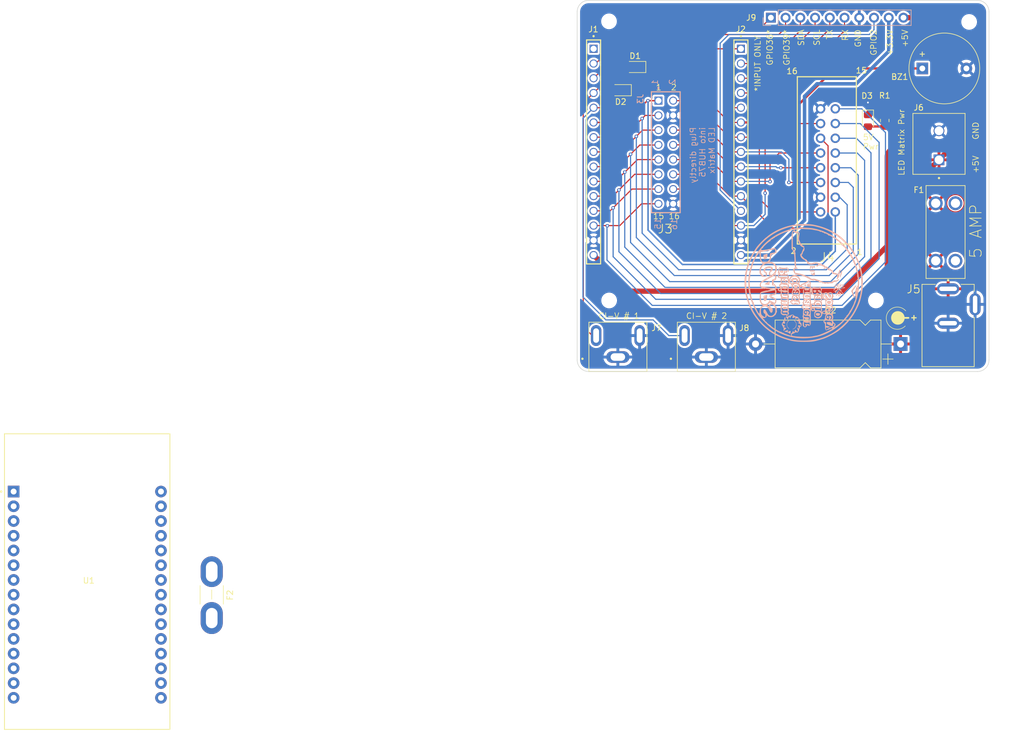
<source format=kicad_pcb>
(kicad_pcb (version 20241229) (generator "pcbnew") (generator_version "9.0")
  (title_block (title "PCARS Club Station Band Display PCB") (rev "1.0"))
  (layers (0 "F.Cu" signal) (2 "B.Cu" signal) (13 "F.Paste" user) (15 "B.Paste" user) (5 "F.SilkS" user "F.Silkscreen") (7 "B.SilkS" user "B.Silkscreen") (1 "F.Mask" user) (3 "B.Mask" user) (25 "Edge.Cuts" user))
  (net 0 "")
  (net 1 "GND")
  (net 2 "+5V")
  (net 3 "GPIO32")
  (net 4 "GPIO16")
  (net 5 "GPIO34")
  (net 6 "GPIO17")
  (net 7 "GPIO36")
  (net 8 "GPIO4")
  (net 9 "GPIO13")
  (net 10 "GPIO33")
  (net 11 "GPIO39")
  (net 12 "GPIO25")
  (net 13 "GPIO35")
  (net 14 "GPIO27")
  (net 15 "GPIO26")
  (net 16 "GPIO2")
  (net 17 "GPIO14")
  (net 18 "GPIO22")
  (net 19 "GPIO18")
  (net 20 "GPIO1")
  (net 21 "GPIO12")
  (net 22 "GPIO3")
  (net 23 "GPIO23")
  (net 24 "GPIO5")
  (net 25 "GPIO15")
  (net 26 "GPIO21")
  (net 27 "/+3.3VDC")
  (net 28 "/PWR IN")
  (net 62 "GPIO19")
  (net 63 "Net-(D3-A)")
  (footprint "Footprints:TE_796683-2" (layer "F.Cu") (at 181.375 91 90)
    (property "Reference" "J6")
    (property "Value" "796683-2")
  )
  (footprint "MountingHole:MountingHole_2.2mm_M2" (layer "F.Cu") (at 124.49 67.13)
    (property "Reference" "REF**" (hide yes))
    (property "Value" "MountingHole_2.2mm_M2")
  )
  (footprint "Buzzer_Beeper:Buzzer_12x9.5RM7.6" (layer "F.Cu") (at 178.5 75.25)
    (property "Reference" "BZ1")
    (property "Value" "Buzzer")
  )
  (footprint "MountingHole:MountingHole_2.2mm_M2" (layer "F.Cu") (at 186.57 67.23)
    (property "Reference" "REF**" (hide yes))
    (property "Value" "MountingHole_2.2mm_M2")
  )
  (footprint "Resistor_SMD:R_0805_2012Metric_Pad1.20x1.40mm_HandSolder" (layer "F.Cu") (at 172.025 84.225 90)
    (property "Reference" "R1")
    (property "Value" "330")
  )
  (footprint "Diode_SMD:D_0805_2012Metric_Pad1.15x1.40mm_HandSolder" (layer "F.Cu") (at 128.975 75 180)
    (property "Reference" "D1")
    (property "Value" "1N4001")
  )
  (footprint "MountingHole:MountingHole_2.2mm_M2" (layer "F.Cu") (at 170.5 115.25)
    (property "Reference" "REF04" (hide yes))
    (property "Value" "MountingHole_2.2mm_M2")
  )
  (footprint "Footprints:SWITCHCRAFT_PJRAN1X1U01X" (layer "F.Cu") (at 141.2675 125)
    (property "Reference" "J8")
    (property "Value" "PJRAN1X1U01X")
  )
  (footprint "Footprints:SAMTEC_SSW-115-01-G-S" (layer "F.Cu") (at 147.23 71.86 -90)
    (property "Reference" "J2")
    (property "Value" "SSW-115-01-G-S")
  )
  (footprint "Footprints:SAMTEC-TST-108-01-X-D" (layer "F.Cu") (at 162.04001 91.1 90)
    (property "Reference" "J4")
    (property "Value" "SAMTEC-TST-108-01-X-D")
  )
  (footprint "LED_SMD:LED_0805_2012Metric_Pad1.15x1.40mm_HandSolder" (layer "F.Cu") (at 169.125 84.275 -90)
    (property "Reference" "D3")
    (property "Value" "LED")
  )
  (footprint "Footprints:MPD_EJ503B" (layer "F.Cu") (at 182.95 115.9175)
    (property "Reference" "J5")
    (property "Value" "EJ503B")
  )
  (footprint "MountingHole:MountingHole_2.2mm_M2" (layer "F.Cu") (at 124.51 115.25)
    (property "Reference" "REF**" (hide yes))
    (property "Value" "MountingHole_2.2mm_M2")
  )
  (footprint "Footprints:SWITCHCRAFT_PJRAN1X1U01X" (layer "F.Cu") (at 126.0175 125)
    (property "Reference" "J7")
    (property "Value" "PJRAN1X1U01X")
  )
  (footprint "Footprints:MODULE_ESP32_DEVKIT_V1" (layer "F.Cu") (at 34.55 163.705)
    (property "Reference" "U1")
    (property "Value" "ESP32-DEVKIT-V1")
  )
  (footprint "Diode_SMD:D_0805_2012Metric_Pad1.15x1.40mm_HandSolder" (layer "F.Cu") (at 126.475 79 180)
    (property "Reference" "D2")
    (property "Value" "1N4001")
  )
  (footprint "Capacitor_THT:CP_Axial_L18.0mm_D8.0mm_P25.00mm_Horizontal" (layer "F.Cu") (at 174.75 122.75 180)
    (property "Reference" "C2")
    (property "Value" "10000uF")
  )
  (footprint "Fuse:Fuse_Blade_Mini_directSolder" (layer "F.Cu") (at 56 170 90)
    (property "Reference" "F2")
    (property "Value" "Fuse_Small")
  )
  (footprint "Footprints:FUSE_3568-15" (layer "F.Cu") (at 182.51 103.45 90)
    (property "Reference" "F1")
    (property "Value" "3568-15")
  )
  (footprint "Footprints:SAMTEC_SSW-115-01-G-S" (layer "F.Cu") (at 121.83 71.86 -90)
    (property "Reference" "J1")
    (property "Value" "SSW-115-01-G-S")
  )
  (footprint "Connector_PinSocket_2.54mm:PinSocket_1x10_P2.54mm_Vertical" (layer "B.Cu") (at 152.39 66.5 -90)
    (property "Reference" "J9")
    (property "Value" "Conn_01x10_Pin")
  )
  (footprint "Footprints:SAMTEC_SSQ-108-01-T-D-LL" (layer "B.Cu") (at 134.28 89.6925 90)
    (property "Reference" "J3")
    (property "Value" "SSQ-108-01-T-D-LL")
  )
  (gr_circle (center 174.2865 118.2557) (end 174.7865 119.2557) (stroke (width 0.1)) (fill yes) (layer "F.SilkS"))
  (gr_line (start 174.2865 118.2557) (end 176.1065 118.2457) (stroke (width 0.3)) (layer "F.SilkS"))
  (gr_arc (start 175.553445 119.653408) (mid 172.286904 118.240079) (end 175.635509 117.03393) (stroke (width 0.1)) (layer "F.SilkS"))
  (gr_poly (pts (xy 159.710729 113.561384) (xy 159.711493 113.571611) (xy 159.712647 113.582483) (xy 159.715993 113.606239) (xy 159.719148 113.62581) (xy 159.723296 113.64482) (xy 159.728395 113.663247) (xy 159.734403 113.681066) (xy 159.74128 113.698255) (xy 159.748983 113.71479) (xy 159.757472 113.730649) (xy 159.766704 113.745807) (xy 159.77664 113.760241) (xy 159.787237 113.773929) (xy 159.798454 113.786847) (xy 159.810251 113.798971) (xy 159.822584 113.810279) (xy 159.835414 113.820748) (xy 159.848698 113.830353) (xy 159.862396 113.839072) (xy 159.876465 113.846882) (xy 159.890866 113.853759) (xy 159.905556 113.859679) (xy 159.920494 113.864621) (xy 159.935638 113.86856) (xy 159.950948 113.871473) (xy 159.966382 113.873338) (xy 159.981899 113.87413) (xy 159.997457 113.873826) (xy 160.013015 113.872404) (xy 160.028532 113.869839) (xy 160.043966 113.86611) (xy 160.059276 113.861191) (xy 160.07442 113.855061) (xy 160.089358 113.847696) (xy 160.104048 113.839073) (xy 160.117184 113.830412) (xy 160.130093 113.820386) (xy 160.142713 113.809121) (xy 160.154981 113.796739) (xy 160.166835 113.783365) (xy 160.178215 113.769123) (xy 160.189056 113.754137) (xy 160.199299 113.73853) (xy 160.20888 113.722428) (xy 160.217737 113.705954) (xy 160.225809 113.689231) (xy 160.233033 113.672385) (xy 160.239348 113.655538) (xy 160.244691 113.638816) (xy 160.249001 113.622341) (xy 160.252215 113.606239) (xy 160.25556 113.582483) (xy 160.257479 113.561384) (xy 160.257703 113.542785) (xy 160.257096 113.534375) (xy 160.255964 113.526533) (xy 160.254273 113.519238) (xy 160.251991 113.512472) (xy 160.249084 113.506214) (xy 160.245518 113.500447) (xy 160.24126 113.495149) (xy 160.236275 113.490303) (xy 160.230531 113.485887) (xy 160.223993 113.481884) (xy 160.216629 113.478274) (xy 160.208404 113.475037) (xy 160.189239 113.469606) (xy 160.166229 113.465436) (xy 160.139106 113.462372) (xy 160.107601 113.460258) (xy 160.071444 113.45894) (xy 159.984104 113.458072) (xy 159.93784 113.458263) (xy 159.896764 113.45894) (xy 159.860608 113.460258) (xy 159.829103 113.462372) (xy 159.81501 113.463775) (xy 159.801979 113.465436) (xy 159.789977 113.467373) (xy 159.778969 113.469606) (xy 159.768923 113.472154) (xy 159.759804 113.475037) (xy 159.75158 113.478274) (xy 159.744215 113.481884) (xy 159.737678 113.485887) (xy 159.731933 113.490303) (xy 159.726949 113.495149) (xy 159.72269 113.500447) (xy 159.719124 113.506214) (xy 159.716217 113.512472) (xy 159.713935 113.519238) (xy 159.712244 113.526533) (xy 159.711112 113.534375) (xy 159.710505 113.542785) (xy 159.710388 113.551781)) (stroke (width -0.000001)) (fill yes) (layer "B.SilkS"))
  (gr_poly (pts (xy 159.353955 110.668854) (xy 159.357593 110.695762) (xy 159.363215 110.72239) (xy 159.370822 110.748399) (xy 159.380413 110.773447) (xy 159.391989 110.797192) (xy 159.398521 110.80847) (xy 159.405549 110.819294) (xy 159.412136 110.827306) (xy 159.421203 110.835431) (xy 159.432586 110.843618) (xy 159.446118 110.851816) (xy 159.461635 110.859972) (xy 159.47897 110.868036) (xy 159.49796 110.875954) (xy 159.518437 110.883676) (xy 159.540238 110.89115) (xy 159.563196 110.898325) (xy 159.587146 110.905148) (xy 159.611923 110.911568) (xy 159.637362 110.917533) (xy 159.663297 110.922991) (xy 159.689562 110.927892) (xy 159.715993 110.932183) (xy 159.80449 110.940988) (xy 159.840295 110.943546) (xy 159.870995 110.94442) (xy 159.884552 110.944118) (xy 159.896981 110.943267) (xy 159.90833 110.941825) (xy 159.918647 110.939748) (xy 159.927983 110.936995) (xy 159.936386 110.933521) (xy 159.943905 110.929286) (xy 159.95059 110.924245) (xy 159.95649 110.918358) (xy 159.961652 110.91158) (xy 159.966128 110.903869) (xy 159.969965 110.895183) (xy 159.973214 110.885478) (xy 159.975922 110.874714) (xy 159.978139 110.862845) (xy 159.979915 110.849831) (xy 159.982337 110.820195) (xy 159.98358 110.785463) (xy 159.984104 110.699349) (xy 159.983779 110.671756) (xy 159.982823 110.644628) (xy 159.981267 110.618099) (xy 159.979143 110.592304) (xy 159.976482 110.567377) (xy 159.973314 110.543452) (xy 159.969671 110.520665) (xy 159.965583 110.499148) (xy 159.961083 110.479037) (xy 159.956199 110.460467) (xy 159.950964 110.44357) (xy 159.945409 110.428482) (xy 159.939565 110.415338) (xy 159.933462 110.40427) (xy 159.930323 110.399557) (xy 159.927131 110.395414) (xy 159.923891 110.391858) (xy 159.920605 110.388905) (xy 159.913567 110.385609) (xy 159.905729 110.383618) (xy 159.897156 110.382876) (xy 159.887918 110.383324) (xy 159.878079 110.384903) (xy 159.867709 110.387556) (xy 159.856873 110.391225) (xy 159.845639 110.39585) (xy 159.834075 110.401375) (xy 159.822247 110.407741) (xy 159.798069 110.422763) (xy 159.773643 110.440452) (xy 159.749507 110.460342) (xy 159.726197 110.481969) (xy 159.704252 110.504867) (xy 159.684209 110.528571) (xy 159.666604 110.552616) (xy 159.658884 110.564621) (xy 159.651976 110.576537) (xy 159.645946 110.588306) (xy 159.640862 110.599869) (xy 159.636791 110.611168) (xy 159.6338 110.622146) (xy 159.631956 110.632745) (xy 159.631326 110.642905) (xy 159.631183 110.646191) (xy 159.630758 110.649432) (xy 159.630059 110.652623) (xy 159.629094 110.655762) (xy 159.62787 110.658844) (xy 159.626396 110.661865) (xy 159.624679 110.664821) (xy 159.622727 110.66771) (xy 159.620548 110.670525) (xy 159.618149 110.673265) (xy 159.612723 110.6785) (xy 159.606511 110.683383) (xy 159.599577 110.687884) (xy 159.59198 110.691972) (xy 159.583784 110.695615) (xy 159.575051 110.698783) (xy 159.565842 110.701444) (xy 159.55622 110.703568) (xy 159.546246 110.705124) (xy 159.535983 110.70608) (xy 159.525493 110.706405) (xy 159.513918 110.70606) (xy 159.503008 110.705048) (xy 159.492768 110.703405) (xy 159.483201 110.701169) (xy 159.474311 110.698374) (xy 159.466101 110.695057) (xy 159.458577 110.691255) (xy 159.45174 110.687002) (xy 159.445597 110.682337) (xy 159.440149 110.677294) (xy 159.435402 110.67191) (xy 159.431359 110.666222) (xy 159.428024 110.660264) (xy 159.425401 110.654074) (xy 159.423493 110.647688) (xy 159.422306 110.641141) (xy 159.421841 110.634471) (xy 159.422104 110.627713) (xy 159.423098 110.620902) (xy 159.424827 110.614077) (xy 159.427296 110.607272) (xy 159.430507 110.600524) (xy 159.434464 110.593869) (xy 159.439173 110.587343) (xy 159.444636 110.580983) (xy 159.450857 110.574824) (xy 159.45784 110.568902) (xy 159.46559 110.563255) (xy 159.474109 110.557918) (xy 159.483403 110.552927) (xy 159.493474 110.548318) (xy 159.504327 110.544128) (xy 159.508873 110.542724) (xy 159.513251 110.541162) (xy 159.517455 110.53945) (xy 159.521483 110.537596) (xy 159.52533 110.535608) (xy 159.528991 110.533493) (xy 159.532465 110.531259) (xy 159.535745 110.528914) (xy 159.53883 110.526466) (xy 159.541714 110.523922) (xy 159.544394 110.521291) (xy 159.546866 110.518579) (xy 159.549126 110.515795) (xy 159.551171 110.512946) (xy 159.552996 110.510041) (xy 159.554597 110.507086) (xy 159.555971 110.50409) (xy 159.557114 110.501061) (xy 159.558021 110.498005) (xy 159.55869 110.494932) (xy 159.559115 110.491848) (xy 159.559294 110.488762) (xy 159.559223 110.48568) (xy 159.558897 110.482612) (xy 159.558312 110.479564) (xy 159.557465 110.476545) (xy 159.556352 110.473562) (xy 159.554969 110.470623) (xy 159.553312 110.467736) (xy 159.551378 110.464907) (xy 159.549162 110.462147) (xy 159.54666 110.459461) (xy 159.543953 110.456898) (xy 159.541127 110.4545) (xy 159.538187 110.452267) (xy 159.535139 110.4502) (xy 159.531988 110.448298) (xy 159.528738 110.446562) (xy 159.525396 110.444991) (xy 159.521965 110.443585) (xy 159.514861 110.44127) (xy 159.507468 110.439617) (xy 159.499827 110.438624) (xy 159.491979 110.438294) (xy 159.483966 110.438624) (xy 159.475828 110.439617) (xy 159.467608 110.44127) (xy 159.459347 110.443585) (xy 159.451086 110.446562) (xy 159.442866 110.4502) (xy 159.434728 110.4545) (xy 159.426715 110.459461) (xy 159.418364 110.464518) (xy 159.410509 110.470401) (xy 159.403151 110.477066) (xy 159.396288 110.484472) (xy 159.389922 110.492576) (xy 159.384051 110.501334) (xy 159.378677 110.510705) (xy 159.373799 110.520646) (xy 159.369417 110.531113) (xy 159.365531 110.542065) (xy 159.359247 110.565253) (xy 159.354947 110.589866) (xy 159.352632 110.615565) (xy 159.352301 110.642008)) (stroke (width -0.000001)) (fill yes) (layer "B.SilkS"))
  (gr_poly (pts (xy 159.068079 110.157102) (xy 159.071829 110.170817) (xy 159.07837 110.183167) (xy 159.087939 110.194216) (xy 159.100773 110.204024) (xy 159.117112 110.212654) (xy 159.137191 110.220168) (xy 159.16125 110.226627) (xy 159.189526 110.232095) (xy 159.222256 110.236632) (xy 159.259678 110.240301) (xy 159.30203 110.243164) (xy 159.402475 110.246719) (xy 159.525493 110.247794) (xy 159.589942 110.247535) (xy 159.648511 110.246719) (xy 159.701436 110.245282) (xy 159.725857 110.244312) (xy 159.748956 110.243164) (xy 159.770763 110.241829) (xy 159.791308 110.240301) (xy 159.810621 110.238571) (xy 159.828731 110.236632) (xy 159.845667 110.234476) (xy 159.861461 110.232095) (xy 159.876141 110.229481) (xy 159.889736 110.226627) (xy 159.902278 110.223525) (xy 159.913795 110.220168) (xy 159.924318 110.216547) (xy 159.933875 110.212654) (xy 159.942497 110.208482) (xy 159.950213 110.204024) (xy 159.957054 110.199271) (xy 159.963048 110.194216) (xy 159.968226 110.188851) (xy 159.972617 110.183167) (xy 159.97625 110.177159) (xy 159.979157 110.170817) (xy 159.981366 110.164134) (xy 159.982907 110.157102) (xy 159.98381 110.149713) (xy 159.984104 110.14196) (xy 159.982907 110.126819) (xy 159.979157 110.113104) (xy 159.972617 110.100754) (xy 159.963048 110.089705) (xy 159.950213 110.079897) (xy 159.933875 110.071267) (xy 159.913795 110.063754) (xy 159.889736 110.057294) (xy 159.861461 110.051827) (xy 159.828731 110.04729) (xy 159.791308 110.043621) (xy 159.748956 110.040758) (xy 159.648511 110.037203) (xy 159.525493 110.036128) (xy 159.461044 110.036386) (xy 159.402475 110.037203) (xy 159.34955 110.038639) (xy 159.325129 110.039609) (xy 159.30203 110.040758) (xy 159.280223 110.042092) (xy 159.259678 110.043621) (xy 159.240365 110.045351) (xy 159.222256 110.04729) (xy 159.205319 110.049446) (xy 159.189526 110.051827) (xy 159.174846 110.05444) (xy 159.16125 110.057294) (xy 159.148708 110.060396) (xy 159.137191 110.063754) (xy 159.126669 110.067375) (xy 159.117112 110.071267) (xy 159.10849 110.075439) (xy 159.100773 110.079897) (xy 159.093933 110.08465) (xy 159.087939 110.089705) (xy 159.082761 110.095071) (xy 159.07837 110.100754) (xy 159.074736 110.106762) (xy 159.071829 110.113104) (xy 159.06962 110.119787) (xy 159.068079 110.126819) (xy 159.067177 110.134208) (xy 159.066882 110.14196)) (stroke (width -0.000001)) (fill yes) (layer "B.SilkS"))
  (gr_poly (pts (xy 160.126638 117.600596) (xy 160.128049 117.615941) (xy 160.130507 117.631433) (xy 160.133998 117.647008) (xy 160.13851 117.662601) (xy 160.144029 117.678147) (xy 160.150543 117.693583) (xy 160.158039 117.708842) (xy 160.166504 117.723862) (xy 160.175925 117.738576) (xy 160.18629 117.752921) (xy 160.197584 117.766832) (xy 160.209796 117.780244) (xy 160.222912 117.793093) (xy 160.236919 117.805314) (xy 160.251805 117.816842) (xy 160.267556 117.827614) (xy 160.284161 117.837564) (xy 160.301604 117.846627) (xy 160.326813 117.857173) (xy 160.352127 117.866338) (xy 160.377487 117.874147) (xy 160.402835 117.880624) (xy 160.42811 117.885793) (xy 160.453254 117.889679) (xy 160.478206 117.892307) (xy 160.502908 117.893701) (xy 160.527299 117.893886) (xy 160.551322 117.892886) (xy 160.574915 117.890727) (xy 160.59802 117.887431) (xy 160.620577 117.883025) (xy 160.642527 117.877532) (xy 160.663811 117.870977) (xy 160.684368 117.863384) (xy 160.70414 117.854779) (xy 160.723067 117.845186) (xy 160.74109 117.834628) (xy 160.758148 117.823132) (xy 160.774184 117.810721) (xy 160.789137 117.797419) (xy 160.802948 117.783252) (xy 160.815558 117.768244) (xy 160.826906 117.75242) (xy 160.836935 117.735804) (xy 160.845583 117.71842) (xy 160.852792 117.700293) (xy 160.858503 117.681448) (xy 160.862656 117.66191) (xy 160.865191 117.641702) (xy 160.866049 117.620849) (xy 160.865594 117.593283) (xy 160.864065 117.568663) (xy 160.861212 117.546792) (xy 160.856789 117.527474) (xy 160.85391 117.51871) (xy 160.850546 117.510512) (xy 160.846665 117.502853) (xy 160.842237 117.49571) (xy 160.837229 117.489058) (xy 160.831612 117.482872) (xy 160.825354 117.477128) (xy 160.818424 117.471801) (xy 160.810791 117.466867) (xy 160.802425 117.462301) (xy 160.793294 117.458079) (xy 160.783367 117.454176) (xy 160.761001 117.447229) (xy 160.73508 117.441263) (xy 160.705356 117.436084) (xy 160.671581 117.431493) (xy 160.633505 117.427295) (xy 160.590883 117.423294) (xy 160.562965 117.420894) (xy 160.534893 117.41898) (xy 160.506841 117.417542) (xy 160.478986 117.416569) (xy 160.451502 117.416051) (xy 160.424567 117.415977) (xy 160.398355 117.416337) (xy 160.373042 117.417121) (xy 160.348804 117.418318) (xy 160.325816 117.419918) (xy 160.304255 117.421912) (xy 160.284296 117.424287) (xy 160.266114 117.427035) (xy 160.249886 117.430144) (xy 160.235787 117.433605) (xy 160.223993 117.437406) (xy 160.209397 117.443907) (xy 160.196029 117.451459) (xy 160.183875 117.459998) (xy 160.172923 117.469459) (xy 160.163159 117.479779) (xy 160.154571 117.490891) (xy 160.147145 117.502732) (xy 160.14087 117.515238) (xy 160.135731 117.528342) (xy 160.131716 117.541982) (xy 160.128812 117.556092) (xy 160.127007 117.570607) (xy 160.126286 117.585463)) (stroke (width -0.000001)) (fill yes) (layer "B.SilkS"))
  (gr_poly (pts (xy 164.295995 111.225438) (xy 164.296433 111.234289) (xy 164.297296 111.24202) (xy 164.298576 111.248691) (xy 164.30027 111.254359) (xy 164.301271 111.256836) (xy 164.302373 111.259083) (xy 164.303576 111.261109) (xy 164.304878 111.262921) (xy 164.306281 111.264525) (xy 164.307782 111.26593) (xy 164.309381 111.267143) (xy 164.311078 111.26817) (xy 164.312872 111.269019) (xy 164.314762 111.269697) (xy 164.318828 111.270571) (xy 164.323271 111.27085) (xy 164.330311 111.268956) (xy 164.338163 111.263384) (xy 164.356082 111.241884) (xy 164.376586 111.207691) (xy 164.399228 111.16215) (xy 164.423566 111.106605) (xy 164.449155 111.042399) (xy 164.502306 110.893378) (xy 164.555126 110.725836) (xy 164.60406 110.550522) (xy 164.645552 110.378184) (xy 164.662397 110.296491) (xy 164.676048 110.219572) (xy 164.679671 110.193434) (xy 164.682539 110.170541) (xy 164.68456 110.150832) (xy 164.68564 110.134244) (xy 164.685798 110.127101) (xy 164.685686 110.120715) (xy 164.685293 110.115078) (xy 164.684606 110.110183) (xy 164.683615 110.106022) (xy 164.682306 110.102587) (xy 164.68067 110.09987) (xy 164.678694 110.097864) (xy 164.676367 110.09656) (xy 164.673677 110.095952) (xy 164.670611 110.09603) (xy 164.66716 110.096789) (xy 164.663311 110.098219) (xy 164.659052 110.100313) (xy 164.654372 110.103064) (xy 164.649259 110.106463) (xy 164.643702 110.110503) (xy 164.637689 110.115175) (xy 164.624248 110.126389) (xy 164.608843 110.140042) (xy 164.591382 110.156073) (xy 164.580404 110.16992) (xy 164.568713 110.187478) (xy 164.556423 110.208488) (xy 164.543647 110.232691) (xy 164.517092 110.289645) (xy 164.489959 110.356273) (xy 164.463156 110.430508) (xy 164.437593 110.510283) (xy 164.41418 110.59353) (xy 164.393826 110.678182) (xy 164.37505 110.767392) (xy 164.358383 110.847475) (xy 164.343783 110.918897) (xy 164.331208 110.982123) (xy 164.320618 111.037618) (xy 164.311971 111.085848) (xy 164.308363 111.107383) (xy 164.305225 111.127277) (xy 164.302553 111.145586) (xy 164.30034 111.16237) (xy 164.298582 111.177687) (xy 164.297274 111.191593) (xy 164.29641 111.204149) (xy 164.295986 111.215411)) (stroke (width -0.000001)) (fill yes) (layer "B.SilkS"))
  (gr_poly (pts (xy 151.103938 107.533286) (xy 151.105238 107.564478) (xy 151.107738 107.598812) (xy 151.111426 107.636412) (xy 151.116292 107.677402) (xy 151.122326 107.721905) (xy 151.128549 107.765087) (xy 151.135316 107.805997) (xy 151.142633 107.844638) (xy 151.150507 107.881014) (xy 151.158944 107.915126) (xy 151.167951 107.946977) (xy 151.177535 107.97657) (xy 151.187701 108.003907) (xy 151.198456 108.028991) (xy 151.209806 108.051825) (xy 151.221759 108.072411) (xy 151.23432 108.090751) (xy 151.247496 108.106849) (xy 151.261293 108.120706) (xy 151.275718 108.132326) (xy 151.290778 108.141711) (xy 151.306478 108.148863) (xy 151.322826 108.153786) (xy 151.339827 108.156481) (xy 151.357489 108.156952) (xy 151.375817 108.1552) (xy 151.394818 108.15123) (xy 151.414499 108.145042) (xy 151.434866 108.13664) (xy 151.455925 108.126026) (xy 151.477683 108.113202) (xy 151.500146 108.098173) (xy 151.523322 108.080939) (xy 151.547215 108.061504) (xy 151.571834 108.03987) (xy 151.597183 108.01604) (xy 151.623271 107.990016) (xy 151.647343 107.966255) (xy 151.669339 107.942474) (xy 151.689329 107.918486) (xy 151.707386 107.894105) (xy 151.723583 107.869145) (xy 151.737992 107.843421) (xy 151.750686 107.816745) (xy 151.761736 107.788933) (xy 151.771215 107.759798) (xy 151.779196 107.729154) (xy 151.78575 107.696814) (xy 151.79095 107.662594) (xy 151.794869 107.626307) (xy 151.797579 107.587767) (xy 151.799152 107.546787) (xy 151.79966 107.503183) (xy 151.79966 107.192739) (xy 151.531548 107.256238) (xy 151.423731 107.287658) (xy 151.319882 107.317093) (xy 151.231908 107.342559) (xy 151.197594 107.353184) (xy 151.171715 107.362072) (xy 151.159145 107.366888) (xy 151.147889 107.373482) (xy 151.137934 107.381978) (xy 151.129271 107.392499) (xy 151.12189 107.40517) (xy 151.11578 107.420115) (xy 151.110931 107.437458) (xy 151.107333 107.457322) (xy 151.104975 107.479832) (xy 151.103846 107.505112)) (stroke (width -0.000001)) (fill yes) (layer "B.SilkS"))
  (gr_poly (pts (xy 160.137351 115.926841) (xy 160.139326 115.948683) (xy 160.143604 115.972518) (xy 160.148739 115.993841) (xy 160.155093 116.012788) (xy 160.163029 116.029491) (xy 160.167703 116.037044) (xy 160.172908 116.044086) (xy 160.178689 116.050635) (xy 160.185091 116.056708) (xy 160.19216 116.06232) (xy 160.199941 116.067489) (xy 160.208479 116.072232) (xy 160.21782 116.076565) (xy 160.239088 116.08407) (xy 160.264108 116.090139) (xy 160.293241 116.094905) (xy 160.32685 116.098504) (xy 160.365295 116.101069) (xy 160.408939 116.102734) (xy 160.513271 116.103906) (xy 160.57188 116.103708) (xy 160.623638 116.102982) (xy 160.668967 116.101534) (xy 160.708291 116.099165) (xy 160.725834 116.097575) (xy 160.742034 116.095681) (xy 160.756945 116.093458) (xy 160.77062 116.090883) (xy 160.783111 116.087931) (xy 160.794472 116.084577) (xy 160.804755 116.080797) (xy 160.814014 116.076565) (xy 160.822302 116.071859) (xy 160.829671 116.066652) (xy 160.836174 116.060921) (xy 160.841864 116.054641) (xy 160.846796 116.047787) (xy 160.85102 116.040335) (xy 160.85459 116.03226) (xy 160.85756 116.023538) (xy 160.859983 116.014144) (xy 160.86191 116.004054) (xy 160.863395 115.993243) (xy 160.864492 115.981687) (xy 160.865731 115.956239) (xy 160.866049 115.927516) (xy 160.865191 115.906663) (xy 160.862656 115.886456) (xy 160.858503 115.866917) (xy 160.852792 115.848072) (xy 160.845583 115.829946) (xy 160.836935 115.812562) (xy 160.826906 115.795946) (xy 160.815558 115.780121) (xy 160.802948 115.765113) (xy 160.789137 115.750947) (xy 160.774184 115.737645) (xy 160.758148 115.725234) (xy 160.74109 115.713738) (xy 160.723067 115.70318) (xy 160.70414 115.693587) (xy 160.684368 115.684982) (xy 160.663811 115.677389) (xy 160.642527 115.670835) (xy 160.620577 115.665342) (xy 160.59802 115.660935) (xy 160.574915 115.65764) (xy 160.551322 115.65548) (xy 160.527299 115.65448) (xy 160.502908 115.654665) (xy 160.478206 115.656059) (xy 160.453254 115.658687) (xy 160.42811 115.662574) (xy 160.402835 115.667743) (xy 160.377487 115.674219) (xy 160.352127 115.682028) (xy 160.326813 115.691193) (xy 160.301604 115.701739) (xy 160.277535 115.713659) (xy 160.255564 115.725662) (xy 160.23564 115.73783) (xy 160.21771 115.750246) (xy 160.209476 115.756573) (xy 160.201723 115.762993) (xy 160.194442 115.769516) (xy 160.187627 115.776153) (xy 160.181272 115.782914) (xy 160.175371 115.789809) (xy 160.169917 115.796849) (xy 160.164903 115.804044) (xy 160.160323 115.811405) (xy 160.156171 115.818941) (xy 160.15244 115.826663) (xy 160.149124 115.834582) (xy 160.146216 115.842707) (xy 160.14371 115.851049) (xy 160.1416 115.859619) (xy 160.139878 115.868426) (xy 160.138538 115.877482) (xy 160.137575 115.886795) (xy 160.136981 115.896378) (xy 160.136749 115.906239)) (stroke (width -0.000001)) (fill yes) (layer "B.SilkS"))
  (gr_poly (pts (xy 153.987468 110.270792) (xy 153.989252 110.292208) (xy 153.990607 110.302346) (xy 153.992277 110.312116) (xy 153.994267 110.321526) (xy 153.996583 110.330587) (xy 153.99923 110.339306) (xy 154.002213 110.347693) (xy 154.005536 110.355757) (xy 154.009206 110.363508) (xy 154.013227 110.370953) (xy 154.017605 110.378103) (xy 154.022345 110.384966) (xy 154.027451 110.391551) (xy 154.03293 110.397867) (xy 154.038786 110.403924) (xy 154.045024 110.40973) (xy 154.05165 110.415294) (xy 154.058668 110.420626) (xy 154.066085 110.425735) (xy 154.073904 110.430629) (xy 154.082132 110.435317) (xy 154.090773 110.43981) (xy 154.099833 110.444114) (xy 154.119229 110.452198) (xy 154.140361 110.459642) (xy 154.163271 110.466516) (xy 154.182386 110.470654) (xy 154.201347 110.473817) (xy 154.220126 110.476024) (xy 154.238691 110.477293) (xy 154.257013 110.477642) (xy 154.275062 110.477089) (xy 154.292809 110.475653) (xy 154.310225 110.473351) (xy 154.327278 110.470202) (xy 154.34394 110.466223) (xy 154.360181 110.461433) (xy 154.375971 110.45585) (xy 154.39128 110.449492) (xy 154.406079 110.442376) (xy 154.420339 110.434522) (xy 154.434028 110.425947) (xy 154.447118 110.416669) (xy 154.459578 110.406706) (xy 154.47138 110.396076) (xy 154.482494 110.384799) (xy 154.492889 110.37289) (xy 154.502535 110.360369) (xy 154.511405 110.347254) (xy 154.519466 110.333563) (xy 154.526691 110.319314) (xy 154.533049 110.304524) (xy 154.53851 110.289213) (xy 154.543045 110.273398) (xy 154.546624 110.257097) (xy 154.549217 110.240328) (xy 154.550794 110.22311) (xy 154.551327 110.205461) (xy 154.550638 110.186514) (xy 154.54846 110.169315) (xy 154.544629 110.153789) (xy 154.542042 110.146632) (xy 154.538979 110.139866) (xy 154.535421 110.133482) (xy 154.531345 110.127472) (xy 154.526732 110.121826) (xy 154.521561 110.116536) (xy 154.515811 110.111592) (xy 154.509462 110.106984) (xy 154.502492 110.102705) (xy 154.494882 110.098745) (xy 154.477657 110.091747) (xy 154.45762 110.085916) (xy 154.434607 110.081181) (xy 154.408451 110.077469) (xy 154.378989 110.074707) (xy 154.346054 110.072825) (xy 154.309481 110.071748) (xy 154.269104 110.071405) (xy 154.224077 110.071681) (xy 154.184051 110.072618) (xy 154.148739 110.074382) (xy 154.13276 110.075626) (xy 154.117851 110.077138) (xy 154.103975 110.07894) (xy 154.091096 110.081052) (xy 154.079178 110.083494) (xy 154.068186 110.086288) (xy 154.058082 110.089454) (xy 154.048832 110.093013) (xy 154.040397 110.096985) (xy 154.032743 110.101391) (xy 154.025833 110.106253) (xy 154.019631 110.111589) (xy 154.014101 110.117422) (xy 154.009206 110.123771) (xy 154.004911 110.130658) (xy 154.001179 110.138102) (xy 153.997974 110.146126) (xy 153.99526 110.154749) (xy 153.993001 110.163992) (xy 153.991161 110.173876) (xy 153.989703 110.184422) (xy 153.988591 110.195649) (xy 153.987261 110.220233) (xy 153.986882 110.247794)) (stroke (width -0.000001)) (fill yes) (layer "B.SilkS"))
  (gr_poly (pts (xy 151.13787 114.6498) (xy 151.139371 114.693376) (xy 151.142019 114.741935) (xy 151.150549 114.855072) (xy 151.159174 114.943151) (xy 151.169276 115.022269) (xy 151.17493 115.05851) (xy 151.181012 115.092561) (xy 151.187541 115.124439) (xy 151.194536 115.154161) (xy 151.202016 115.181743) (xy 151.210002 115.207203) (xy 151.218513 115.230557) (xy 151.227567 115.251823) (xy 151.237185 115.271015) (xy 151.247385 115.288153) (xy 151.258187 115.303252) (xy 151.269611 115.316329) (xy 151.281676 115.3274) (xy 151.2944 115.336484) (xy 151.307805 115.343596) (xy 151.321908 115.348754) (xy 151.336729 115.351973) (xy 151.352288 115.353272) (xy 151.368604 115.352666) (xy 151.385697 115.350173) (xy 151.403586 115.345809) (xy 151.422289 115.339592) (xy 151.441827 115.331537) (xy 151.46222 115.321662) (xy 151.483485 115.309983) (xy 151.505643 115.296518) (xy 151.528714 115.281282) (xy 151.552715 115.264294) (xy 151.570664 115.250135) (xy 151.587497 115.234032) (xy 151.603255 115.215863) (xy 151.617979 115.195502) (xy 151.631711 115.172827) (xy 151.644492 115.147712) (xy 151.656364 115.120034) (xy 151.667368 115.089669) (xy 151.677545 115.056493) (xy 151.686936 115.020381) (xy 151.695583 114.981211) (xy 151.703528 114.938857) (xy 151.710811 114.893196) (xy 151.717473 114.844103) (xy 151.723558 114.791455) (xy 151.729104 114.735128) (xy 151.771437 114.297683) (xy 151.552715 114.340016) (xy 151.508963 114.350586) (xy 151.463308 114.361073) (xy 151.371917 114.381468) (xy 151.328991 114.391211) (xy 151.289785 114.40054) (xy 151.255706 114.409373) (xy 151.228159 114.417628) (xy 151.211862 114.422386) (xy 151.197333 114.4289) (xy 151.184518 114.437441) (xy 151.173368 114.448276) (xy 151.163831 114.461674) (xy 151.155854 114.477903) (xy 151.149385 114.497234) (xy 151.144375 114.519934) (xy 151.140769 114.546271) (xy 151.138518 114.576516) (xy 151.137569 114.610936)) (stroke (width -0.000001)) (fill yes) (layer "B.SilkS"))
  (gr_poly (pts (xy 162.031637 115.568088) (xy 162.033743 115.583558) (xy 162.036925 115.599153) (xy 162.041171 115.614802) (xy 162.046471 115.630435) (xy 162.052815 115.645983) (xy 162.060193 115.661377) (xy 162.068594 115.676545) (xy 162.078007 115.691419) (xy 162.088424 115.705928) (xy 162.099832 115.720004) (xy 162.112222 115.733575) (xy 162.125584 115.746573) (xy 162.139907 115.758928) (xy 162.155181 115.770569) (xy 162.171395 115.781428) (xy 162.18854 115.791433) (xy 162.206604 115.800517) (xy 162.229931 115.810443) (xy 162.253566 115.819069) (xy 162.277447 115.826418) (xy 162.30151 115.832515) (xy 162.325691 115.837382) (xy 162.349929 115.841042) (xy 162.374158 115.843518) (xy 162.398317 115.844835) (xy 162.422341 115.845014) (xy 162.446168 115.84408) (xy 162.469733 115.842056) (xy 162.492974 115.838964) (xy 162.515828 115.834829) (xy 162.538231 115.829673) (xy 162.560119 115.823519) (xy 162.58143 115.816392) (xy 162.602101 115.808314) (xy 162.622067 115.799308) (xy 162.641266 115.789397) (xy 162.659634 115.778606) (xy 162.677108 115.766957) (xy 162.693625 115.754473) (xy 162.709121 115.741178) (xy 162.723533 115.727095) (xy 162.736799 115.712247) (xy 162.748853 115.696657) (xy 162.759634 115.68035) (xy 162.769078 115.663347) (xy 162.777121 115.645672) (xy 162.7837 115.627349) (xy 162.788753 115.6084) (xy 162.792215 115.58885) (xy 162.793992 115.57841) (xy 162.795355 115.568253) (xy 162.796302 115.558373) (xy 162.796831 115.548763) (xy 162.796942 115.539416) (xy 162.796633 115.530326) (xy 162.795903 115.521487) (xy 162.794751 115.512892) (xy 162.793174 115.504535) (xy 162.791173 115.496409) (xy 162.788745 115.488508) (xy 162.78589 115.480825) (xy 162.782606 115.473354) (xy 162.778891 115.466089) (xy 162.774745 115.459022) (xy 162.770166 115.452148) (xy 162.765154 115.44546) (xy 162.759705 115.438951) (xy 162.75382 115.432616) (xy 162.747498 115.426447) (xy 162.740736 115.420439) (xy 162.733533 115.414584) (xy 162.725889 115.408877) (xy 162.717801 115.40331) (xy 162.700291 115.392574) (xy 162.680994 115.382323) (xy 162.659898 115.372506) (xy 162.636993 115.363072) (xy 162.618087 115.356707) (xy 162.598519 115.350848) (xy 162.578454 115.345507) (xy 162.558059 115.340692) (xy 162.537499 115.336415) (xy 162.516939 115.332686) (xy 162.496544 115.329515) (xy 162.476479 115.326912) (xy 162.456911 115.324888) (xy 162.438004 115.323453) (xy 162.419925 115.322618) (xy 162.402837 115.322392) (xy 162.386907 115.322786) (xy 162.3723 115.323811) (xy 162.359181 115.325477) (xy 162.347716 115.327793) (xy 162.136049 115.39835) (xy 162.120792 115.403589) (xy 162.106766 115.409998) (xy 162.093959 115.417508) (xy 162.082361 115.426048) (xy 162.071962 115.43555) (xy 162.062751 115.445944) (xy 162.054719 115.457159) (xy 162.047855 115.469126) (xy 162.042148 115.481775) (xy 162.037588 115.495036) (xy 162.034165 115.50884) (xy 162.031869 115.523117) (xy 162.030689 115.537797) (xy 162.030615 115.552811)) (stroke (width -0.000001)) (fill yes) (layer "B.SilkS"))
  (gr_poly (pts (xy 154.742281 120.611579) (xy 154.744385 120.617952) (xy 154.748288 120.623906) (xy 154.754007 120.629415) (xy 154.76156 120.634454) (xy 154.770963 120.638998) (xy 154.782232 120.643019) (xy 154.795386 120.646492) (xy 154.810439 120.649392) (xy 154.82741 120.651693) (xy 154.846315 120.653368) (xy 154.86717 120.654392) (xy 154.889993 120.654739) (xy 154.930163 120.656899) (xy 154.975872 120.66309) (xy 155.026047 120.672877) (xy 155.079611 120.685827) (xy 155.13549 120.701506) (xy 155.19261 120.719479) (xy 155.249895 120.739312) (xy 155.306271 120.760572) (xy 155.360662 120.782824) (xy 155.411994 120.805634) (xy 155.459192 120.828568) (xy 155.501181 120.851192) (xy 155.536886 120.873072) (xy 155.565232 120.893773) (xy 155.57631 120.903546) (xy 155.585145 120.912862) (xy 155.591603 120.921667) (xy 155.595549 120.929905) (xy 155.600301 120.943157) (xy 155.605285 120.955142) (xy 155.610486 120.965874) (xy 155.615889 120.975366) (xy 155.621478 120.983634) (xy 155.627237 120.990692) (xy 155.633151 120.996553) (xy 155.639205 121.001232) (xy 155.645383 121.004743) (xy 155.65167 121.007101) (xy 155.658049 121.008319) (xy 155.664506 121.008412) (xy 155.671025 121.007393) (xy 155.67759 121.005278) (xy 155.684187 121.002081) (xy 155.690799 120.997814) (xy 155.697411 120.992494) (xy 155.704007 120.986134) (xy 155.710573 120.978748) (xy 155.717092 120.97035) (xy 155.723549 120.960955) (xy 155.729928 120.950577) (xy 155.742393 120.926928) (xy 155.754361 120.899517) (xy 155.765709 120.868458) (xy 155.776313 120.833864) (xy 155.786049 120.795849) (xy 155.796375 120.742929) (xy 155.803508 120.69528) (xy 155.805861 120.673426) (xy 155.807396 120.652882) (xy 155.808107 120.633645) (xy 155.807987 120.615713) (xy 155.80703 120.599083) (xy 155.805229 120.583753) (xy 155.802578 120.56972) (xy 155.799071 120.556981) (xy 155.794701 120.545535) (xy 155.789461 120.535377) (xy 155.783345 120.526507) (xy 155.776347 120.51892) (xy 155.76846 120.512615) (xy 155.759678 120.507589) (xy 155.749994 120.50384) (xy 155.739402 120.501364) (xy 155.727895 120.500159) (xy 155.715467 120.500224) (xy 155.702111 120.501554) (xy 155.687822 120.504148) (xy 155.672592 120.508002) (xy 155.656415 120.513115) (xy 155.639284 120.519484) (xy 155.621194 120.527105) (xy 155.602137 120.535978) (xy 155.582108 120.546098) (xy 155.539104 120.570072) (xy 155.519433 120.580823) (xy 155.500137 120.590596) (xy 155.481259 120.599406) (xy 155.462844 120.607265) (xy 155.444935 120.61419) (xy 155.427576 120.620193) (xy 155.410812 120.625289) (xy 155.394686 120.629493) (xy 155.379242 120.632818) (xy 155.364524 120.635279) (xy 155.350576 120.63689) (xy 155.337442 120.637665) (xy 155.325166 120.637618) (xy 155.313792 120.636764) (xy 155.303363 120.635117) (xy 155.293924 120.632691) (xy 155.285518 120.629499) (xy 155.27819 120.625558) (xy 155.271983 120.620879) (xy 155.266942 120.615479) (xy 155.26311 120.609371) (xy 155.260531 120.602569) (xy 155.259249 120.595087) (xy 155.259308 120.58694) (xy 155.260752 120.578142) (xy 155.263624 120.568707) (xy 155.26797 120.558649) (xy 155.273832 120.547983) (xy 155.281255 120.536723) (xy 155.290283 120.524882) (xy 155.300959 120.512475) (xy 155.313327 120.499517) (xy 155.339773 120.471984) (xy 155.360855 120.447593) (xy 155.376501 120.426343) (xy 155.386638 120.408236) (xy 155.389619 120.40036) (xy 155.391194 120.39327) (xy 155.391357 120.386966) (xy 155.390097 120.381447) (xy 155.387406 120.376713) (xy 155.383274 120.372765) (xy 155.377693 120.369602) (xy 155.370653 120.367225) (xy 155.362145 120.365634) (xy 155.352161 120.364828) (xy 155.327727 120.365572) (xy 155.297277 120.369458) (xy 155.26074 120.376486) (xy 155.218044 120.386656) (xy 155.169115 120.399967) (xy 155.113881 120.416421) (xy 155.05227 120.436016) (xy 155.021908 120.445335) (xy 154.99301 120.454751) (xy 154.965592 120.46424) (xy 154.939671 120.473775) (xy 154.915265 120.483331) (xy 154.892389 120.492882) (xy 154.871061 120.502401) (xy 154.851298 120.511864) (xy 154.833115 120.521244) (xy 154.816531 120.530516) (xy 154.801562 120.539653) (xy 154.788225 120.54863) (xy 154.776536 120.557421) (xy 154.766512 120.566001) (xy 154.758171 120.574342) (xy 154.751528 120.58242) (xy 154.746601 120.590208) (xy 154.743406 120.597682) (xy 154.741961 120.604814)) (stroke (width -0.000001)) (fill yes) (layer "B.SilkS"))
  (gr_poly (pts (xy 156.311696 112.856294) (xy 156.313451 112.873343) (xy 156.316322 112.89033) (xy 156.320297 112.907165) (xy 156.325361 112.923761) (xy 156.331503 112.940026) (xy 156.33871 112.955874) (xy 156.346968 112.971213) (xy 156.356265 112.985956) (xy 156.366588 113.000012) (xy 156.377924 113.013294) (xy 156.390259 113.025711) (xy 156.403582 113.037175) (xy 156.417879 113.047596) (xy 156.433137 113.056886) (xy 156.449343 113.064954) (xy 156.466484 113.071713) (xy 156.484548 113.077072) (xy 156.530573 113.086421) (xy 156.575926 113.093319) (xy 156.620431 113.0978) (xy 156.663914 113.099893) (xy 156.706197 113.099629) (xy 156.747106 113.09704) (xy 156.786464 113.092157) (xy 156.805507 113.088864) (xy 156.824097 113.08501) (xy 156.842211 113.080597) (xy 156.859828 113.07563) (xy 156.876925 113.070113) (xy 156.893481 113.06405) (xy 156.909474 113.057443) (xy 156.924881 113.050298) (xy 156.939682 113.042619) (xy 156.953853 113.034408) (xy 156.967373 113.02567) (xy 156.98022 113.016409) (xy 156.992372 113.006629) (xy 157.003807 112.996333) (xy 157.014503 112.985525) (xy 157.024438 112.97421) (xy 157.033591 112.962391) (xy 157.041938 112.950072) (xy 157.054855 112.927715) (xy 157.064577 112.905661) (xy 157.071217 112.883964) (xy 157.074887 112.862677) (xy 157.075699 112.841855) (xy 157.073765 112.821553) (xy 157.069199 112.801824) (xy 157.062112 112.782723) (xy 157.052617 112.764304) (xy 157.040826 112.746622) (xy 157.026852 112.72973) (xy 157.010808 112.713683) (xy 156.992804 112.698536) (xy 156.972954 112.684342) (xy 156.951371 112.671155) (xy 156.928166 112.65903) (xy 156.903453 112.648022) (xy 156.877343 112.638184) (xy 156.849948 112.629571) (xy 156.821382 112.622237) (xy 156.761184 112.611622) (xy 156.729777 112.608451) (xy 156.697648 112.606775) (xy 156.664909 112.60665) (xy 156.631673 112.608129) (xy 156.598051 112.611267) (xy 156.564157 112.616118) (xy 156.530103 112.622737) (xy 156.496001 112.631177) (xy 156.461964 112.641493) (xy 156.428104 112.653739) (xy 156.411565 112.661021) (xy 156.396337 112.669578) (xy 156.382405 112.679321) (xy 156.369758 112.69016) (xy 156.358382 112.702008) (xy 156.348264 112.714774) (xy 156.339392 112.728369) (xy 156.331752 112.742705) (xy 156.325331 112.757692) (xy 156.320118 112.773241) (xy 156.316098 112.789262) (xy 156.313258 112.805668) (xy 156.311587 112.822368) (xy 156.311071 112.839273)) (stroke (width -0.000001)) (fill yes) (layer "B.SilkS"))
  (gr_poly (pts (xy 164.187548 113.940192) (xy 164.188138 113.947017) (xy 164.189215 113.951961) (xy 164.192812 113.966251) (xy 164.198145 113.9922) (xy 164.213028 114.072787) (xy 164.252716 114.304738) (xy 164.26383 114.37338) (xy 164.275812 114.436162) (xy 164.288372 114.49268) (xy 164.301223 114.542533) (xy 164.314073 114.585316) (xy 164.326634 114.620626) (xy 164.338616 114.648061) (xy 164.344299 114.658699) (xy 164.349729 114.667218) (xy 164.35487 114.673565) (xy 164.359686 114.677692) (xy 164.364139 114.679548) (xy 164.368195 114.679082) (xy 164.371817 114.676245) (xy 164.374968 114.670985) (xy 164.377613 114.663252) (xy 164.379715 114.652996) (xy 164.381239 114.640167) (xy 164.382147 114.624714) (xy 164.381975 114.585735) (xy 164.378909 114.535655) (xy 164.372659 114.474073) (xy 164.36796 114.437492) (xy 164.364502 114.404344) (xy 164.362366 114.374419) (xy 164.36182 114.360602) (xy 164.361636 114.347513) (xy 164.361823 114.335127) (xy 164.362394 114.323418) (xy 164.363357 114.31236) (xy 164.364723 114.301927) (xy 164.366502 114.292094) (xy 164.368705 114.282835) (xy 164.371342 114.274123) (xy 164.374424 114.265933) (xy 164.377961 114.258239) (xy 164.381962 114.251016) (xy 164.386439 114.244237) (xy 164.391402 114.237876) (xy 164.39686 114.231908) (xy 164.402825 114.226307) (xy 164.409307 114.221048) (xy 164.416316 114.216103) (xy 164.423863 114.211448) (xy 164.431957 114.207056) (xy 164.440609 114.202902) (xy 164.44983 114.19896) (xy 164.45963 114.195204) (xy 164.470018 114.191608) (xy 164.492604 114.184794) (xy 164.517402 114.178472) (xy 164.538851 114.172585) (xy 164.55691 114.166904) (xy 164.564655 114.16407) (xy 164.571538 114.161202) (xy 164.577552 114.158272) (xy 164.582693 114.155252) (xy 164.586955 114.152113) (xy 164.590334 114.148827) (xy 164.592824 114.145365) (xy 164.59442 114.141699) (xy 164.595116 114.137801) (xy 164.594909 114.133641) (xy 164.593792 114.129192) (xy 164.59176 114.124426) (xy 164.588808 114.119313) (xy 164.584932 114.113825) (xy 164.580125 114.107934) (xy 164.574383 114.101612) (xy 164.560072 114.08756) (xy 164.541958 114.07144) (xy 164.519999 114.053026) (xy 164.464381 114.008406) (xy 164.444958 113.993133) (xy 164.426403 113.976518) (xy 164.408757 113.958703) (xy 164.392063 113.939834) (xy 164.37636 113.920056) (xy 164.361691 113.899513) (xy 164.348096 113.878349) (xy 164.335618 113.856711) (xy 164.324298 113.834741) (xy 164.314176 113.812586) (xy 164.305294 113.790389) (xy 164.297694 113.768296) (xy 164.291417 113.74645) (xy 164.286505 113.724998) (xy 164.282997 113.704083) (xy 164.280937 113.68385) (xy 164.278512 113.621383) (xy 164.276086 113.577024) (xy 164.274667 113.561712) (xy 164.273 113.551021) (xy 164.272047 113.547417) (xy 164.271001 113.54498) (xy 164.269853 113.543713) (xy 164.26859 113.543621) (xy 164.267203 113.544706) (xy 164.265682 113.546974) (xy 164.262196 113.555072) (xy 164.258048 113.567945) (xy 164.253156 113.585623) (xy 164.240809 113.635522) (xy 164.224493 113.705017) (xy 164.214585 113.749196) (xy 164.206083 113.791226) (xy 164.199068 113.83028) (xy 164.193625 113.86553) (xy 164.191518 113.881471) (xy 164.189835 113.89615) (xy 164.188586 113.909466) (xy 164.187782 113.921313) (xy 164.187432 113.93159)) (stroke (width -0.000001)) (fill yes) (layer "B.SilkS"))
  (gr_poly (pts (xy 158.232798 117.277527) (xy 158.234326 117.292767) (xy 158.236763 117.307924) (xy 158.2401 117.322911) (xy 158.244325 117.33764) (xy 158.249429 117.352023) (xy 158.255401 117.365971) (xy 158.262231 117.379397) (xy 158.269909 117.392214) (xy 158.278423 117.404333) (xy 158.287765 117.415666) (xy 158.297922 117.426126) (xy 158.308886 117.435625) (xy 158.320646 117.444075) (xy 158.333192 117.451388) (xy 158.346512 117.457477) (xy 158.360597 117.462252) (xy 158.375437 117.465628) (xy 158.393141 117.468837) (xy 158.409254 117.470465) (xy 158.416733 117.470656) (xy 158.423837 117.470418) (xy 158.430575 117.469738) (xy 158.436953 117.468604) (xy 158.44298 117.467005) (xy 158.448663 117.46493) (xy 158.45401 117.462366) (xy 158.459029 117.459302) (xy 158.463728 117.455727) (xy 158.468114 117.451628) (xy 158.472195 117.446995) (xy 158.475979 117.441815) (xy 158.479474 117.436077) (xy 158.482687 117.429769) (xy 158.485626 117.42288) (xy 158.488299 117.415398) (xy 158.492877 117.398608) (xy 158.496484 117.379307) (xy 158.499182 117.357402) (xy 158.501032 117.332798) (xy 158.502097 117.305405) (xy 158.502438 117.275128) (xy 158.502093 117.196069) (xy 158.501275 117.164328) (xy 158.499682 117.137434) (xy 158.498513 117.125724) (xy 158.497055 117.115128) (xy 158.495273 117.105616) (xy 158.493136 117.097154) (xy 158.490611 117.089709) (xy 158.487667 117.083251) (xy 158.48427 117.077746) (xy 158.480389 117.073162) (xy 158.475991 117.069467) (xy 158.471044 117.066628) (xy 158.465516 117.064614) (xy 158.459374 117.063392) (xy 158.452586 117.062929) (xy 158.44512 117.063194) (xy 158.436943 117.064153) (xy 158.428024 117.065776) (xy 158.418329 117.068029) (xy 158.407827 117.07088) (xy 158.384271 117.078247) (xy 158.357098 117.08762) (xy 158.326049 117.098739) (xy 158.312694 117.104678) (xy 158.300404 117.111851) (xy 158.289167 117.120172) (xy 158.278975 117.129552) (xy 158.269816 117.139904) (xy 158.26168 117.151139) (xy 158.254558 117.16317) (xy 158.248437 117.175909) (xy 158.243309 117.189268) (xy 158.239163 117.20316) (xy 158.235988 117.217496) (xy 158.233775 117.232188) (xy 158.232512 117.247149) (xy 158.23219 117.262291)) (stroke (width -0.000001)) (fill yes) (layer "B.SilkS"))
  (gr_poly (pts (xy 155.118416 119.468524) (xy 155.125642 119.535212) (xy 155.137364 119.600691) (xy 155.15353 119.664496) (xy 155.174089 119.726162) (xy 155.198988 119.785223) (xy 155.228177 119.841214) (xy 155.244364 119.867913) (xy 155.261603 119.893671) (xy 155.279889 119.918428) (xy 155.299215 119.942127) (xy 155.317881 119.96435) (xy 155.336753 119.985963) (xy 155.355708 120.006852) (xy 155.374621 120.026905) (xy 155.39337 120.046006) (xy 155.411828 120.064043) (xy 155.429874 120.080901) (xy 155.447382 120.096468) (xy 155.464228 120.110629) (xy 155.480289 120.123271) (xy 155.495441 120.13428) (xy 155.509559 120.143542) (xy 155.522519 120.150944) (xy 155.528526 120.153911) (xy 155.534198 120.156371) (xy 155.539518 120.158309) (xy 155.544471 120.159711) (xy 155.549042 120.160563) (xy 155.553215 120.16085) (xy 155.556234 120.160563) (xy 155.558682 120.159711) (xy 155.560567 120.158309) (xy 155.561897 120.156371) (xy 155.562678 120.153911) (xy 155.56292 120.150944) (xy 155.562629 120.147482) (xy 155.561814 120.143542) (xy 155.558641 120.13428) (xy 155.553463 120.123271) (xy 155.546342 120.110629) (xy 155.53734 120.096468) (xy 155.526519 120.080901) (xy 155.513941 120.064043) (xy 155.499668 120.046006) (xy 155.483762 120.026905) (xy 155.466285 120.006852) (xy 155.447299 119.985963) (xy 155.426866 119.96435) (xy 155.405048 119.942127) (xy 155.372361 119.909905) (xy 155.342982 119.879151) (xy 155.316744 119.849513) (xy 155.293483 119.820639) (xy 155.273032 119.792179) (xy 155.255228 119.763781) (xy 155.239905 119.735094) (xy 155.226896 119.705766) (xy 155.216037 119.675446) (xy 155.207162 119.643782) (xy 155.200107 119.610423) (xy 155.194705 119.575018) (xy 155.190791 119.537215) (xy 155.188201 119.496663) (xy 155.186768 119.45301) (xy 155.186327 119.405905) (xy 155.186773 119.35771) (xy 155.188242 119.31337) (xy 155.190931 119.27244) (xy 155.195036 119.234477) (xy 155.200753 119.199036) (xy 155.208279 119.165672) (xy 155.212781 119.14963) (xy 155.217809 119.133941) (xy 155.223388 119.118549) (xy 155.229542 119.103398) (xy 155.236295 119.088434) (xy 155.243672 119.0736) (xy 155.251697 119.058841) (xy 155.260396 119.044101) (xy 155.27991 119.014458) (xy 155.302412 118.984226) (xy 155.328097 118.95296) (xy 155.357161 118.920216) (xy 155.389802 118.885549) (xy 155.426215 118.848516) (xy 155.450837 118.823731) (xy 155.474364 118.79972) (xy 155.496691 118.776598) (xy 155.517717 118.754479) (xy 155.537337 118.733476) (xy 155.555448 118.713702) (xy 155.571946 118.695273) (xy 155.586729 118.678301) (xy 155.599693 118.662899) (xy 155.610735 118.649183) (xy 155.61975 118.637264) (xy 155.626637 118.627258) (xy 155.62925 118.623007) (xy 155.631292 118.619277) (xy 155.632749 118.616082) (xy 155.63361 118.613436) (xy 155.633861 118.611353) (xy 155.63349 118.609848) (xy 155.633066 118.609316) (xy 155.632482 118.608935) (xy 155.630827 118.608627) (xy 155.620602 118.609118) (xy 155.609799 118.61057) (xy 155.598462 118.612952) (xy 155.586633 118.616234) (xy 155.561668 118.62537) (xy 155.535246 118.637731) (xy 155.507707 118.653069) (xy 155.479394 118.671135) (xy 155.450646 118.691682) (xy 155.421806 118.714461) (xy 155.393213 118.739224) (xy 155.36521 118.765724) (xy 155.338136 118.793712) (xy 155.312334 118.82294) (xy 155.288144 118.85316) (xy 155.265908 118.884125) (xy 155.245966 118.915586) (xy 155.228659 118.947294) (xy 155.212742 118.976761) (xy 155.198058 119.006913) (xy 155.172366 119.069044) (xy 155.151532 119.133221) (xy 155.135504 119.198979) (xy 155.12423 119.265854) (xy 155.117658 119.333379) (xy 155.115738 119.401091)) (stroke (width -0.000001)) (fill yes) (layer "B.SilkS"))
  (gr_poly (pts (xy 158.255493 112.710183) (xy 158.289269 112.723815) (xy 158.319324 112.735567) (xy 158.345906 112.745375) (xy 158.369264 112.753178) (xy 158.379811 112.756308) (xy 158.389645 112.758914) (xy 158.398797 112.760987) (xy 158.407298 112.762521) (xy 158.415179 112.763507) (xy 158.42247 112.763937) (xy 158.429204 112.763804) (xy 158.43541 112.7631) (xy 158.44112 112.761817) (xy 158.446365 112.759947) (xy 158.451176 112.757484) (xy 158.455584 112.754418) (xy 158.45962 112.750743) (xy 158.463315 112.74645) (xy 158.4667 112.741531) (xy 158.469806 112.73598) (xy 158.472664 112.729788) (xy 158.475304 112.722947) (xy 158.477759 112.71545) (xy 158.480059 112.707289) (xy 158.482234 112.698457) (xy 158.484317 112.688944) (xy 158.488327 112.66785) (xy 158.49377 112.632703) (xy 158.496816 112.601318) (xy 158.497413 112.587023) (xy 158.497381 112.573654) (xy 158.496707 112.561204) (xy 158.495382 112.549669) (xy 158.493396 112.539043) (xy 158.490738 112.529322) (xy 158.487398 112.5205) (xy 158.483366 112.512572) (xy 158.47863 112.505533) (xy 158.473182 112.499377) (xy 158.46701 112.4941) (xy 158.460104 112.489697) (xy 158.452454 112.486161) (xy 158.44405 112.483489) (xy 158.434881 112.481674) (xy 158.424937 112.480712) (xy 158.414207 112.480598) (xy 158.402681 112.481325) (xy 158.39035 112.48289) (xy 158.377201 112.485287) (xy 158.363226 112.488511) (xy 158.348414 112.492557) (xy 158.316237 112.503092) (xy 158.280588 112.516852) (xy 158.241383 112.533795) (xy 158.043826 112.625516)) (stroke (width -0.000001)) (fill yes) (layer "B.SilkS"))
  (gr_poly (pts (xy 162.028548 118.172878) (xy 162.030093 118.195431) (xy 162.032971 118.215391) (xy 162.03492 118.224187) (xy 162.037213 118.232084) (xy 162.039856 118.238996) (xy 162.042851 118.244839) (xy 162.046203 118.24953) (xy 162.049915 118.252985) (xy 162.053992 118.25512) (xy 162.058437 118.25585) (xy 162.061649 118.256093) (xy 162.065947 118.256801) (xy 162.07751 118.259488) (xy 162.092544 118.263663) (xy 162.110472 118.269079) (xy 162.152695 118.282639) (xy 162.199548 118.298184) (xy 162.215931 118.303877) (xy 162.230733 118.307678) (xy 162.237564 118.308847) (xy 162.244026 118.309516) (xy 162.250129 118.309676) (xy 162.255883 118.309318) (xy 162.261295 118.308433) (xy 162.266375 118.307011) (xy 162.271132 118.305045) (xy 162.275575 118.302524) (xy 162.279713 118.29944) (xy 162.283555 118.295784) (xy 162.287111 118.291546) (xy 162.290389 118.286718) (xy 162.293398 118.281291) (xy 162.296147 118.275255) (xy 162.298646 118.268601) (xy 162.300903 118.261321) (xy 162.304729 118.244845) (xy 162.307697 118.225754) (xy 162.309879 118.203976) (xy 162.311349 118.179438) (xy 162.312177 118.152069) (xy 162.312437 118.121795) (xy 162.31211 118.102967) (xy 162.31114 118.084857) (xy 162.309548 118.06748) (xy 162.307352 118.050853) (xy 162.304573 118.034991) (xy 162.301229 118.019909) (xy 162.297339 118.005623) (xy 162.292924 117.992148) (xy 162.288003 117.979501) (xy 162.282594 117.967695) (xy 162.276718 117.956747) (xy 162.270393 117.946673) (xy 162.26364 117.937487) (xy 162.256477 117.929206) (xy 162.248924 117.921845) (xy 162.241 117.915419) (xy 162.232724 117.909944) (xy 162.224117 117.905435) (xy 162.215197 117.901908) (xy 162.205984 117.899378) (xy 162.196497 117.897862) (xy 162.186755 117.897373) (xy 162.176778 117.897929) (xy 162.166586 117.899544) (xy 162.156197 117.902234) (xy 162.145631 117.906014) (xy 162.134907 117.9109) (xy 162.124045 117.916907) (xy 162.113065 117.924052) (xy 162.101985 117.932348) (xy 162.090824 117.941813) (xy 162.079604 117.952461) (xy 162.074437 117.957676) (xy 162.069522 117.964007) (xy 162.064862 117.971369) (xy 162.060463 117.979677) (xy 162.056327 117.988849) (xy 162.052458 117.998799) (xy 162.045539 118.020702) (xy 162.039736 118.044712) (xy 162.03508 118.070159) (xy 162.031602 118.096371) (xy 162.029333 118.122676) (xy 162.028305 118.148403)) (stroke (width -0.000001)) (fill yes) (layer "B.SilkS"))
  (gr_poly (pts (xy 156.131771 120.206711) (xy 156.133465 120.209725) (xy 156.136556 120.212134) (xy 156.141038 120.213912) (xy 156.146902 120.215034) (xy 156.15414 120.215474) (xy 156.162746 120.215207) (xy 156.17271 120.214205) (xy 156.184026 120.212444) (xy 156.21068 120.206539) (xy 156.242647 120.197285) (xy 156.279865 120.184477) (xy 156.32227 120.167906) (xy 156.370697 120.147679) (xy 156.416738 120.124158) (xy 156.460366 120.097525) (xy 156.501553 120.067957) (xy 156.540269 120.035635) (xy 156.576487 120.000738) (xy 156.610178 119.963446) (xy 156.641314 119.923938) (xy 156.669865 119.882395) (xy 156.695805 119.838995) (xy 156.719103 119.793917) (xy 156.739733 119.747343) (xy 156.757665 119.699451) (xy 156.772871 119.65042) (xy 156.785323 119.600431) (xy 156.794993 119.549663) (xy 156.80185 119.498296) (xy 156.805869 119.446508) (xy 156.807019 119.394481) (xy 156.805273 119.342392) (xy 156.800602 119.290423) (xy 156.792977 119.238752) (xy 156.782371 119.187559) (xy 156.768755 119.137023) (xy 156.7521 119.087325) (xy 156.732378 119.038643) (xy 156.709561 118.991158) (xy 156.68362 118.945048) (xy 156.654527 118.900495) (xy 156.622253 118.857676) (xy 156.58677 118.816771) (xy 156.548049 118.777961) (xy 156.497963 118.73271) (xy 156.453612 118.694755) (xy 156.415111 118.663952) (xy 156.382574 118.640157) (xy 156.356114 118.623224) (xy 156.345198 118.617286) (xy 156.335845 118.61301) (xy 156.328067 118.610376) (xy 156.32188 118.609368) (xy 156.317297 118.609967) (xy 156.314333 118.612155) (xy 156.313003 118.615914) (xy 156.313319 118.621226) (xy 156.315296 118.628073) (xy 156.31895 118.636436) (xy 156.324293 118.646298) (xy 156.33134 118.657641) (xy 156.350603 118.684695) (xy 156.376853 118.717455) (xy 156.410203 118.755774) (xy 156.450768 118.79951) (xy 156.498659 118.848516) (xy 156.531584 118.882125) (xy 156.561636 118.914318) (xy 156.588918 118.945332) (xy 156.613533 118.975406) (xy 156.635585 119.004777) (xy 156.655177 119.033683) (xy 156.672413 119.062362) (xy 156.687396 119.091051) (xy 156.700229 119.119988) (xy 156.711016 119.149411) (xy 156.719859 119.179557) (xy 156.726863 119.210665) (xy 156.732131 119.242971) (xy 156.735765 119.276714) (xy 156.73787 119.312132) (xy 156.738549 119.349461) (xy 156.738015 119.380482) (xy 156.736427 119.411345) (xy 156.733805 119.442017) (xy 156.730171 119.472464) (xy 156.725544 119.502653) (xy 156.719945 119.53255) (xy 156.713396 119.562122) (xy 156.705917 119.591334) (xy 156.697528 119.620153) (xy 156.688251 119.648547) (xy 156.678105 119.67648) (xy 156.667111 119.70392) (xy 156.655291 119.730832) (xy 156.642665 119.757184) (xy 156.629253 119.782942) (xy 156.615077 119.808072) (xy 156.600156 119.83254) (xy 156.584512 119.856314) (xy 156.568165 119.879359) (xy 156.551136 119.901641) (xy 156.533445 119.923128) (xy 156.515114 119.943785) (xy 156.496162 119.963579) (xy 156.476611 119.982477) (xy 156.456482 120.000445) (xy 156.435794 120.017448) (xy 156.414569 120.033455) (xy 156.392827 120.04843) (xy 156.370589 120.062341) (xy 156.347875 120.075154) (xy 156.324707 120.086835) (xy 156.301105 120.097351) (xy 156.259174 120.115506) (xy 156.2233 120.132793) (xy 156.193421 120.149006) (xy 156.169474 120.163937) (xy 156.159706 120.170857) (xy 156.151398 120.177379) (xy 156.144542 120.183478) (xy 156.13913 120.189127) (xy 156.135154 120.194301) (xy 156.132608 120.198973) (xy 156.131483 120.203119)) (stroke (width -0.000001)) (fill yes) (layer "B.SilkS"))
  (gr_poly (pts (xy 160.486778 114.95253) (xy 160.488127 114.959641) (xy 160.49034 114.966197) (xy 160.493421 114.972215) (xy 160.497375 114.977714) (xy 160.502207 114.982712) (xy 160.507924 114.987226) (xy 160.514529 114.991275) (xy 160.522028 114.994878) (xy 160.530426 114.998051) (xy 160.539729 115.000814) (xy 160.549941 115.003183) (xy 160.561068 115.005179) (xy 160.573115 115.006817) (xy 160.586086 115.008117) (xy 160.614825 115.009774) (xy 160.647327 115.010295) (xy 160.661712 115.009965) (xy 160.675759 115.008984) (xy 160.68946 115.007359) (xy 160.702807 115.005099) (xy 160.715792 115.002215) (xy 160.728407 114.998714) (xy 160.740645 114.994606) (xy 160.752499 114.9899) (xy 160.763959 114.984604) (xy 160.775019 114.978729) (xy 160.785671 114.972282) (xy 160.795907 114.965274) (xy 160.805719 114.957713) (xy 160.815099 114.949607) (xy 160.824041 114.940967) (xy 160.832535 114.931801) (xy 160.840574 114.922119) (xy 160.848151 114.911928) (xy 160.855258 114.901239) (xy 160.861887 114.890061) (xy 160.86803 114.878401) (xy 160.873679 114.866271) (xy 160.878828 114.853677) (xy 160.883467 114.840631) (xy 160.887589 114.827139) (xy 160.891187 114.813213) (xy 160.894253 114.79886) (xy 160.896779 114.78409) (xy 160.898756 114.768911) (xy 160.900179 114.753334) (xy 160.901038 114.737366) (xy 160.901326 114.721017) (xy 160.900534 114.710886) (xy 160.898218 114.701654) (xy 160.894466 114.693307) (xy 160.889365 114.685836) (xy 160.883002 114.679227) (xy 160.875467 114.673469) (xy 160.866847 114.668552) (xy 160.857229 114.664462) (xy 160.846701 114.661189) (xy 160.835352 114.658721) (xy 160.82327 114.657046) (xy 160.810541 114.656153) (xy 160.797254 114.656029) (xy 160.783497 114.656664) (xy 160.769357 114.658046) (xy 160.754923 114.660163) (xy 160.725523 114.666555) (xy 160.695999 114.675748) (xy 160.68141 114.681366) (xy 160.667053 114.687649) (xy 160.653017 114.694586) (xy 160.639389 114.702165) (xy 160.626257 114.710375) (xy 160.613709 114.719203) (xy 160.601833 114.728638) (xy 160.590717 114.738669) (xy 160.580448 114.749284) (xy 160.571114 114.760472) (xy 160.562804 114.772219) (xy 160.555605 114.784516) (xy 160.536016 114.817283) (xy 160.51961 114.846886) (xy 160.506429 114.873472) (xy 160.501061 114.885679) (xy 160.496514 114.897185) (xy 160.492794 114.908009) (xy 160.489906 114.918169) (xy 160.487855 114.927683) (xy 160.486647 114.936569) (xy 160.486286 114.944846)) (stroke (width -0.000001)) (fill yes) (layer "B.SilkS"))
  (gr_poly (pts (xy 159.137773 109.673333) (xy 159.138802 109.709491) (xy 159.139585 109.726394) (xy 159.140553 109.742528) (xy 159.14171 109.757905) (xy 159.14306 109.772536) (xy 159.144606 109.786434) (xy 159.146352 109.79961) (xy 159.148302 109.812075) (xy 159.15046 109.823841) (xy 159.15283 109.834919) (xy 159.155416 109.845323) (xy 159.158221 109.855062) (xy 159.16125 109.864148) (xy 159.164506 109.872594) (xy 159.167994 109.880411) (xy 159.171716 109.88761) (xy 159.175678 109.894203) (xy 159.179882 109.900202) (xy 159.184334 109.905619) (xy 159.189036 109.910464) (xy 159.193992 109.91475) (xy 159.199207 109.918488) (xy 159.204684 109.92169) (xy 159.210427 109.924368) (xy 159.21644 109.926532) (xy 159.222727 109.928196) (xy 159.229292 109.929369) (xy 159.236139 109.930065) (xy 159.243271 109.930294) (xy 159.259399 109.930027) (xy 159.273409 109.929151) (xy 159.285331 109.92755) (xy 159.290518 109.926443) (xy 159.295196 109.925113) (xy 159.299367 109.923545) (xy 159.303035 109.921725) (xy 159.306205 109.919638) (xy 159.30888 109.917272) (xy 159.311064 109.914611) (xy 159.312761 109.911641) (xy 159.313974 109.908348) (xy 159.314709 109.904718) (xy 159.314968 109.900736) (xy 159.314755 109.896389) (xy 159.314075 109.891662) (xy 159.312931 109.886541) (xy 159.311327 109.881012) (xy 159.309267 109.87506) (xy 159.303795 109.861833) (xy 159.296545 109.846745) (xy 159.287548 109.829683) (xy 159.276835 109.810534) (xy 159.264438 109.789183) (xy 159.250876 109.767659) (xy 159.244836 109.757594) (xy 159.239289 109.747966) (xy 159.234232 109.738756) (xy 159.229665 109.729946) (xy 159.225586 109.721516) (xy 159.221994 109.713446) (xy 159.218888 109.705717) (xy 159.216267 109.69831) (xy 159.214128 109.691205) (xy 159.212472 109.684383) (xy 159.211296 109.677825) (xy 159.210599 109.671511) (xy 159.210381 109.665421) (xy 159.210639 109.659537) (xy 159.211372 109.653839) (xy 159.21258 109.648308) (xy 159.214261 109.642924) (xy 159.216413 109.637668) (xy 159.219035 109.63252) (xy 159.222127 109.627462) (xy 159.225685 109.622473) (xy 159.229711 109.617535) (xy 159.234201 109.612627) (xy 159.239156 109.607732) (xy 159.244572 109.602828) (xy 159.25045 109.597898) (xy 159.256788 109.592921) (xy 159.263585 109.587878) (xy 159.278548 109.577516) (xy 159.309058 109.559163) (xy 159.323383 109.551105) (xy 159.337087 109.543796) (xy 159.350172 109.537236) (xy 159.362636 109.531426) (xy 159.37448 109.526369) (xy 159.385705 109.522064) (xy 159.396309 109.518514) (xy 159.406292 109.51572) (xy 159.415656 109.513683) (xy 159.4244 109.512404) (xy 159.432523 109.511885) (xy 159.440027 109.512127) (xy 159.44691 109.513131) (xy 159.453173 109.514898) (xy 159.458817 109.517431) (xy 159.463839 109.520729) (xy 159.468242 109.524795) (xy 159.472025 109.52963) (xy 159.475188 109.535234) (xy 159.47773 109.54161) (xy 159.479653 109.548758) (xy 159.480955 109.55668) (xy 159.481637 109.565378) (xy 159.481699 109.574851) (xy 159.481141 109.585103) (xy 159.479963 109.596134) (xy 159.478164 109.607944) (xy 159.475746 109.620537) (xy 159.472707 109.633912) (xy 159.469048 109.648072) (xy 159.464425 109.667097) (xy 159.461166 109.684521) (xy 159.460061 109.692648) (xy 159.459313 109.700394) (xy 159.458926 109.707765) (xy 159.458906 109.714769) (xy 159.459258 109.72141) (xy 159.459988 109.727696) (xy 159.4611 109.733634) (xy 159.462599 109.739229) (xy 159.464491 109.744488) (xy 159.466782 109.749418) (xy 159.469475 109.754024) (xy 159.472576 109.758315) (xy 159.476091 109.762295) (xy 159.480025 109.765971) (xy 159.484382 109.769351) (xy 159.489168 109.772439) (xy 159.494388 109.775244) (xy 159.500048 109.777771) (xy 159.506152 109.780026) (xy 159.512705 109.782017) (xy 159.519713 109.783749) (xy 159.527181 109.785229) (xy 159.535115 109.786464) (xy 159.543518 109.78746) (xy 159.561757 109.788761) (xy 159.581938 109.789183) (xy 159.603191 109.789012) (xy 159.621984 109.78848) (xy 159.638338 109.787555) (xy 159.645606 109.786935) (xy 159.652273 109.786206) (xy 159.65834 109.785363) (xy 159.66381 109.784403) (xy 159.668686 109.783321) (xy 159.672971 109.782113) (xy 159.676666 109.780777) (xy 159.679775 109.779307) (xy 159.6823 109.777701) (xy 159.684243 109.775954) (xy 159.685608 109.774062) (xy 159.686396 109.772021) (xy 159.686611 109.769828) (xy 159.686255 109.767479) (xy 159.68533 109.764969) (xy 159.68384 109.762296) (xy 159.681786 109.759454) (xy 159.679171 109.756441) (xy 159.675999 109.753252) (xy 159.672271 109.749883) (xy 159.66799 109.746331) (xy 159.663158 109.742592) (xy 159.657779 109.738661) (xy 159.651855 109.734535) (xy 159.638381 109.725683) (xy 159.624049 109.715746) (xy 159.611448 109.705803) (xy 159.600531 109.695888) (xy 159.591253 109.686037) (xy 159.583566 109.676284) (xy 159.577424 109.666663) (xy 159.572781 109.657211) (xy 159.56959 109.647962) (xy 159.567805 109.63895) (xy 159.567379 109.630211) (xy 159.568265 109.621779) (xy 159.570417 109.61369) (xy 159.573789 109.605978) (xy 159.578334 109.598678) (xy 159.584006 109.591825) (xy 159.590757 109.585454) (xy 159.598542 109.579599) (xy 159.607314 109.574297) (xy 159.617027 109.569581) (xy 159.627634 109.565486) (xy 159.639088 109.562048) (xy 159.651343 109.5593) (xy 159.664352 109.557279) (xy 159.67807 109.556019) (xy 159.692449 109.555554) (xy 159.707443 109.555921) (xy 159.723005 109.557153) (xy 159.739089 109.559285) (xy 159.755649 109.562353) (xy 159.772638 109.56639) (xy 159.790009 109.571433) (xy 159.807716 109.577516) (xy 159.836439 109.588484) (xy 159.861886 109.597457) (xy 159.884253 109.604259) (xy 159.903737 109.608715) (xy 159.912459 109.610009) (xy 159.920533 109.61065) (xy 159.927985 109.610616) (xy 159.934839 109.609887) (xy 159.941119 109.608439) (xy 159.94685 109.60625) (xy 159.952057 109.6033) (xy 159.956764 109.599565) (xy 159.960995 109.595024) (xy 159.964775 109.589655) (xy 159.968129 109.583436) (xy 159.971081 109.576345) (xy 159.973656 109.56836) (xy 159.975879 109.559459) (xy 159.977773 109.54962) (xy 159.979364 109.538821) (xy 159.981732 109.514256) (xy 159.983181 109.485587) (xy 159.983906 109.45264) (xy 159.984104 109.415238) (xy 159.983856 109.387457) (xy 159.983546 109.374559) (xy 159.983112 109.362322) (xy 159.982554 109.350746) (xy 159.981872 109.339832) (xy 159.981066 109.32958) (xy 159.980135 109.319988) (xy 159.979081 109.311059) (xy 159.977903 109.302791) (xy 159.976601 109.295184) (xy 159.975174 109.288238) (xy 159.973624 109.281955) (xy 159.97195 109.276332) (xy 159.970151 109.271371) (xy 159.968229 109.267072) (xy 159.966183 109.263434) (xy 159.964012 109.260457) (xy 159.961718 109.258142) (xy 159.960524 109.257233) (xy 159.959299 109.256489) (xy 159.958044 109.25591) (xy 159.956757 109.255496) (xy 159.955439 109.255248) (xy 159.95409 109.255166) (xy 159.952711 109.255248) (xy 159.9513 109.255496) (xy 159.949858 109.25591) (xy 159.948385 109.256489) (xy 159.945347 109.258142) (xy 159.942184 109.260457) (xy 159.938898 109.263434) (xy 159.935487 109.267072) (xy 159.931953 109.271372) (xy 159.928294 109.276332) (xy 159.924511 109.281955) (xy 159.920605 109.288239) (xy 159.911665 109.299651) (xy 159.900678 109.310081) (xy 159.887583 109.319539) (xy 159.872318 109.328037) (xy 159.85482 109.335583) (xy 159.835028 109.342189) (xy 159.81288 109.347865) (xy 159.788313 109.352621) (xy 159.761265 109.356467) (xy 159.731675 109.359414) (xy 159.699481 109.361473) (xy 159.66462 109.362653) (xy 159.62703 109.362964) (xy 159.58665 109.362418) (xy 159.49727 109.358794) (xy 159.137437 109.330572) (xy 159.137437 109.633961)) (stroke (width -0.000001)) (fill yes) (layer "B.SilkS"))
  (gr_poly (pts (xy 166.259832 113.681713) (xy 166.261454 113.693551) (xy 166.264037 113.705224) (xy 166.267543 113.716819) (xy 166.271936 113.728425) (xy 166.277177 113.740129) (xy 166.28323 113.752019) (xy 166.290057 113.764182) (xy 166.305882 113.789683) (xy 166.316293 113.805949) (xy 166.326332 113.822908) (xy 166.335958 113.840424) (xy 166.345128 113.858365) (xy 166.353803 113.876594) (xy 166.361941 113.894979) (xy 166.369499 113.913385) (xy 166.376438 113.931676) (xy 166.382715 113.94972) (xy 166.388289 113.967381) (xy 166.393119 113.984526) (xy 166.397163 114.001019) (xy 166.400381 114.016727) (xy 166.402731 114.031515) (xy 166.404171 114.045248) (xy 166.40466 114.057794) (xy 166.40525 114.07177) (xy 166.406984 114.087167) (xy 166.413659 114.12179) (xy 166.42424 114.160795) (xy 166.438284 114.203315) (xy 166.455346 114.24848) (xy 166.474981 114.295423) (xy 166.496746 114.343276) (xy 166.520195 114.391169) (xy 166.544884 114.438236) (xy 166.570369 114.483608) (xy 166.596205 114.526417) (xy 166.621949 114.565794) (xy 166.647154 114.600872) (xy 166.671378 114.630782) (xy 166.694176 114.654657) (xy 166.704901 114.664059) (xy 166.715103 114.671627) (xy 166.726862 114.679256) (xy 166.738311 114.686269) (xy 166.749433 114.692673) (xy 166.760207 114.698472) (xy 166.770614 114.703672) (xy 166.780635 114.708277) (xy 166.79025 114.712293) (xy 166.79944 114.715725) (xy 166.808186 114.718579) (xy 166.816467 114.720858) (xy 166.824266 114.72257) (xy 166.831562 114.723718) (xy 166.838336 114.724308) (xy 166.844569 114.724345) (xy 166.850241 114.723834) (xy 166.855333 114.722781) (xy 166.859826 114.72119) (xy 166.8637 114.719067) (xy 166.866935 114.716417) (xy 166.869513 114.713245) (xy 166.871414 114.709556) (xy 166.872619 114.705355) (xy 166.873108 114.700648) (xy 166.872862 114.69544) (xy 166.871862 114.689736) (xy 166.870087 114.683541) (xy 166.86752 114.67686) (xy 166.864139 114.669698) (xy 166.859927 114.662061) (xy 166.854864 114.653954) (xy 166.848929 114.645381) (xy 166.842105 114.636349) (xy 166.833849 114.62539) (xy 166.825003 114.611186) (xy 166.815641 114.593964) (xy 166.805835 114.573952) (xy 166.785178 114.526465) (xy 166.763612 114.470544) (xy 166.741715 114.408008) (xy 166.720065 114.340678) (xy 166.699243 114.27037) (xy 166.679826 114.198905) (xy 166.671572 114.1619) (xy 166.662738 114.125111) (xy 166.653409 114.088757) (xy 166.643666 114.053054) (xy 166.633593 114.018218) (xy 166.623271 113.984469) (xy 166.612784 113.952021) (xy 166.602215 113.921093) (xy 166.591645 113.891901) (xy 166.581159 113.864662) (xy 166.570837 113.839594) (xy 166.560764 113.816913) (xy 166.551021 113.796837) (xy 166.541692 113.779582) (xy 166.532859 113.765365) (xy 166.524605 113.754405) (xy 166.516345 113.742071) (xy 166.510121 113.728829) (xy 166.507789 113.72184) (xy 166.505985 113.714594) (xy 166.503989 113.699284) (xy 166.504184 113.682816) (xy 166.506621 113.665108) (xy 166.511353 113.646078) (xy 166.518431 113.625642) (xy 166.527907 113.603717) (xy 166.539832 113.580221) (xy 166.554258 113.555072) (xy 166.571238 113.528187) (xy 166.590821 113.499482) (xy 166.613061 113.468876) (xy 166.638009 113.436285) (xy 166.665717 113.401627) (xy 166.72056 113.329954) (xy 166.77374 113.258187) (xy 166.824915 113.186896) (xy 166.873744 113.116649) (xy 166.919886 113.048014) (xy 166.962999 112.98156) (xy 167.002744 112.917855) (xy 167.038778 112.857468) (xy 167.07076 112.800967) (xy 167.09835 112.74892) (xy 167.121207 112.701896) (xy 167.138989 112.660464) (xy 167.151355 112.625191) (xy 167.155401 112.610042) (xy 167.157965 112.596647) (xy 167.159004 112.585075) (xy 167.158477 112.575399) (xy 167.156339 112.567689) (xy 167.15255 112.562017) (xy 167.150566 112.559515) (xy 167.148586 112.557297) (xy 167.146614 112.555358) (xy 167.144653 112.553693) (xy 167.142708 112.552297) (xy 167.140782 112.551165) (xy 167.13888 112.55029) (xy 167.137005 112.549669) (xy 167.13516 112.549296) (xy 167.133351 112.549166) (xy 167.13158 112.549274) (xy 167.129852 112.549614) (xy 167.128171 112.550182) (xy 167.12654 112.550971) (xy 167.124963 112.551978) (xy 167.123445 112.553197) (xy 167.121988 112.554622) (xy 167.120597 112.556249) (xy 167.119276 112.558072) (xy 167.118029 112.560087) (xy 167.116859 112.562287) (xy 167.115771 112.564669) (xy 167.114768 112.567226) (xy 167.113854 112.569954) (xy 167.113033 112.572847) (xy 167.112309 112.5759) (xy 167.111685 112.579108) (xy 167.111167 112.582466) (xy 167.110459 112.589611) (xy 167.110216 112.597294) (xy 167.110093 112.601882) (xy 167.109728 112.606384) (xy 167.109129 112.610795) (xy 167.1083 112.615112) (xy 167.10725 112.619331) (xy 167.105983 112.623448) (xy 167.104508 112.627458) (xy 167.102829 112.631359) (xy 167.100955 112.635146) (xy 167.09889 112.638816) (xy 167.096642 112.642364) (xy 167.094217 112.645787) (xy 167.091621 112.649081) (xy 167.088861 112.652242) (xy 167.085944 112.655265) (xy 167.082875 112.658148) (xy 167.079662 112.660886) (xy 167.076311 112.663476) (xy 167.072827 112.665913) (xy 167.069219 112.668194) (xy 167.065491 112.670315) (xy 167.061652 112.672271) (xy 167.057706 112.67406) (xy 167.053661 112.675677) (xy 167.049523 112.677118) (xy 167.045298 112.678379) (xy 167.040993 112.679458) (xy 167.036615 112.680348) (xy 167.032169 112.681048) (xy 167.027663 112.681552) (xy 167.023102 112.681858) (xy 167.018494 112.681961) (xy 167.008696 112.685644) (xy 166.995342 112.693895) (xy 166.978682 112.706487) (xy 166.958962 112.723192) (xy 166.911337 112.768033) (xy 166.854452 112.8266) (xy 166.790291 112.897073) (xy 166.720837 112.977633) (xy 166.648077 113.066461) (xy 166.573993 113.161739) (xy 166.514164 113.239329) (xy 166.461476 113.308527) (xy 166.415631 113.370036) (xy 166.376327 113.424558) (xy 166.359035 113.449419) (xy 166.343266 113.472796) (xy 166.328983 113.494779) (xy 166.316148 113.515453) (xy 166.304724 113.534909) (xy 166.294673 113.553232) (xy 166.285958 113.570512) (xy 166.278542 113.586836) (xy 166.272386 113.602291) (xy 166.267453 113.616966) (xy 166.263707 113.630949) (xy 166.261109 113.644327) (xy 166.259622 113.657189) (xy 166.259209 113.669621)) (stroke (width -0.000001)) (fill yes) (layer "B.SilkS"))
  (gr_poly (pts (xy 154.27827 119.385972) (xy 154.279338 119.403791) (xy 154.2813 119.421284) (xy 154.284155 119.438426) (xy 154.287906 119.455191) (xy 154.292553 119.471552) (xy 154.298098 119.487485) (xy 154.304542 119.502963) (xy 154.311887 119.51796) (xy 154.320134 119.532451) (xy 154.329283 119.54641) (xy 154.339337 119.55981) (xy 154.350296 119.572627) (xy 154.362163 119.584833) (xy 154.374937 119.596405) (xy 154.386506 119.606061) (xy 154.397372 119.616441) (xy 154.407493 119.627442) (xy 154.41683 119.638959) (xy 154.425339 119.650889) (xy 154.43298 119.66313) (xy 154.439712 119.675577) (xy 154.445493 119.688127) (xy 154.450281 119.700678) (xy 154.454037 119.713125) (xy 154.456717 119.725366) (xy 154.457641 119.731376) (xy 154.458281 119.737296) (xy 154.458631 119.743113) (xy 154.458687 119.748813) (xy 154.458444 119.754384) (xy 154.457895 119.759813) (xy 154.457036 119.765087) (xy 154.455862 119.770194) (xy 154.454368 119.775119) (xy 154.452548 119.77985) (xy 154.450728 119.7845) (xy 154.449232 119.789183) (xy 154.448054 119.793892) (xy 154.447188 119.798619) (xy 154.446626 119.803357) (xy 154.446363 119.808097) (xy 154.446391 119.812832) (xy 154.446706 119.817554) (xy 154.447299 119.822255) (xy 154.448165 119.826928) (xy 154.449297 119.831564) (xy 154.450688 119.836157) (xy 154.452333 119.840698) (xy 154.454225 119.84518) (xy 154.456357 119.849594) (xy 154.458722 119.853934) (xy 154.461315 119.858191) (xy 154.464129 119.862357) (xy 154.467158 119.866425) (xy 154.470394 119.870387) (xy 154.473832 119.874236) (xy 154.477465 119.877963) (xy 154.481287 119.881561) (xy 154.485291 119.885022) (xy 154.48947 119.888338) (xy 154.493819 119.891502) (xy 154.49833 119.894505) (xy 154.502998 119.897341) (xy 154.507816 119.900001) (xy 154.512777 119.902478) (xy 154.517875 119.904763) (xy 154.523103 119.906849) (xy 154.535676 119.912823) (xy 154.546957 119.920244) (xy 154.556977 119.929236) (xy 154.565768 119.939923) (xy 154.573359 119.952429) (xy 154.579783 119.966877) (xy 154.585069 119.983393) (xy 154.58925 120.0021) (xy 154.592356 120.023122) (xy 154.594418 120.046583) (xy 154.595467 120.072607) (xy 154.595534 120.101319) (xy 154.59465 120.132841) (xy 154.592847 120.167299) (xy 154.586604 120.245516) (xy 154.572906 120.345383) (xy 154.567907 120.385244) (xy 154.564335 120.418708) (xy 154.563129 120.433116) (xy 154.562333 120.446012) (xy 154.561967 120.457429) (xy 154.562047 120.467394) (xy 154.562593 120.475939) (xy 154.563622 120.483092) (xy 154.565152 120.488883) (xy 154.567201 120.493343) (xy 154.568426 120.495082) (xy 154.569788 120.4965) (xy 154.571288 120.4976) (xy 154.57293 120.498385) (xy 154.574715 120.498859) (xy 154.576646 120.499027) (xy 154.580954 120.498455) (xy 154.585871 120.496701) (xy 154.591416 120.493792) (xy 154.597608 120.48976) (xy 154.604463 120.484633) (xy 154.612 120.478442) (xy 154.620238 120.471216) (xy 154.638886 120.453779) (xy 154.660553 120.432559) (xy 154.685381 120.407794) (xy 154.715974 120.377532) (xy 154.748881 120.345617) (xy 154.783112 120.31304) (xy 154.817673 120.280794) (xy 154.851573 120.249871) (xy 154.883819 120.221263) (xy 154.91342 120.195962) (xy 154.939382 120.174961) (xy 154.966331 120.150562) (xy 154.978184 120.138904) (xy 154.98895 120.127599) (xy 154.998626 120.11664) (xy 155.007207 120.10602) (xy 155.014691 120.095734) (xy 155.021072 120.085775) (xy 155.026348 120.076137) (xy 155.030513 120.066812) (xy 155.033565 120.057795) (xy 155.0355 120.049078) (xy 155.036313 120.040657) (xy 155.036001 120.032523) (xy 155.03456 120.024671) (xy 155.031986 120.017094) (xy 155.028275 120.009786) (xy 155.023423 120.00274) (xy 155.017427 119.99595) (xy 155.010282 119.98941) (xy 155.001985 119.983112) (xy 154.992531 119.97705) (xy 154.981918 119.971219) (xy 154.97014 119.965611) (xy 154.957194 119.96022) (xy 154.943077 119.95504) (xy 154.927784 119.950063) (xy 154.911312 119.945285) (xy 154.874812 119.936295) (xy 154.833549 119.928018) (xy 154.811039 119.922604) (xy 154.789817 119.916957) (xy 154.769886 119.91109) (xy 154.751252 119.905018) (xy 154.733921 119.898754) (xy 154.717897 119.892313) (xy 154.703185 119.88571) (xy 154.689792 119.878958) (xy 154.677721 119.872072) (xy 154.666978 119.865066) (xy 154.657569 119.857954) (xy 154.649498 119.85075) (xy 154.64277 119.843468) (xy 154.637392 119.836124) (xy 154.633367 119.82873) (xy 154.630701 119.821301) (xy 154.6294 119.813852) (xy 154.629468 119.806396) (xy 154.630911 119.798948) (xy 154.633733 119.791522) (xy 154.63794 119.784132) (xy 154.643538 119.776793) (xy 154.65053 119.769518) (xy 154.658923 119.762322) (xy 154.668722 119.755218) (xy 154.679932 119.748223) (xy 154.692557 119.741348) (xy 154.706604 119.734609) (xy 154.722076 119.728021) (xy 154.738981 119.721596) (xy 154.757322 119.715349) (xy 154.777104 119.709295) (xy 154.804291 119.702899) (xy 154.827582 119.696824) (xy 154.846883 119.690893) (xy 154.862101 119.684931) (xy 154.868151 119.681884) (xy 154.873145 119.678763) (xy 154.877071 119.675546) (xy 154.879919 119.672212) (xy 154.881677 119.668738) (xy 154.882333 119.665103) (xy 154.881875 119.661284) (xy 154.880291 119.65726) (xy 154.877571 119.653008) (xy 154.873703 119.648508) (xy 154.868674 119.643735) (xy 154.862474 119.63867) (xy 154.846511 119.627572) (xy 154.825721 119.615037) (xy 154.800012 119.600889) (xy 154.769291 119.584954) (xy 154.692438 119.547016) (xy 154.66464 119.532208) (xy 154.63815 119.516937) (xy 154.612993 119.501279) (xy 154.589195 119.485308) (xy 154.566782 119.469099) (xy 154.54578 119.452728) (xy 154.526214 119.436268) (xy 154.508111 119.419796) (xy 154.491496 119.403386) (xy 154.476396 119.387113) (xy 154.462835 119.371051) (xy 154.45084 119.355277) (xy 154.440437 119.339864) (xy 154.431651 119.324887) (xy 154.424508 119.310423) (xy 154.419035 119.296545) (xy 154.415257 119.283328) (xy 154.413199 119.270848) (xy 154.412888 119.259179) (xy 154.41435 119.248396) (xy 154.41761 119.238574) (xy 154.422694 119.229789) (xy 154.429628 119.222115) (xy 154.438438 119.215626) (xy 154.449149 119.210399) (xy 154.461789 119.206507) (xy 154.476381 119.204026) (xy 154.492953 119.203031) (xy 154.51153 119.203597) (xy 154.532137 119.205798) (xy 154.554802 119.209709) (xy 154.579549 119.215406) (xy 154.626266 119.225659) (xy 154.647953 119.229545) (xy 154.668528 119.232604) (xy 154.687992 119.234836) (xy 154.706347 119.236242) (xy 154.723593 119.236821) (xy 154.739732 119.236573) (xy 154.754764 119.235498) (xy 154.768693 119.233596) (xy 154.781518 119.230868) (xy 154.793241 119.227312) (xy 154.803863 119.22293) (xy 154.813386 119.217721) (xy 154.821811 119.211685) (xy 154.829139 119.204823) (xy 154.835371 119.197133) (xy 154.840509 119.188617) (xy 154.844554 119.179274) (xy 154.847508 119.169104) (xy 154.849371 119.158107) (xy 154.850145 119.146284) (xy 154.849832 119.133633) (xy 154.848431 119.120156) (xy 154.845946 119.105852) (xy 154.842377 119.090721) (xy 154.837725 119.074763) (xy 154.831992 119.057979) (xy 154.825178 119.040367) (xy 154.817286 119.021929) (xy 154.808317 119.002664) (xy 154.798271 118.982572) (xy 154.788761 118.963522) (xy 154.780069 118.944764) (xy 154.772186 118.926345) (xy 154.765102 118.90831) (xy 154.758809 118.890704) (xy 154.753297 118.873571) (xy 154.748558 118.856958) (xy 154.744583 118.84091) (xy 154.741362 118.825472) (xy 154.738886 118.810688) (xy 154.737147 118.796605) (xy 154.736135 118.783267) (xy 154.735842 118.77072) (xy 154.736258 118.759008) (xy 154.737374 118.748178) (xy 154.739181 118.738274) (xy 154.74167 118.729341) (xy 154.744832 118.721426) (xy 154.748659 118.714572) (xy 154.75314 118.708825) (xy 154.755624 118.706381) (xy 154.758268 118.704231) (xy 154.761071 118.70238) (xy 154.764032 118.700834) (xy 154.76715 118.699599) (xy 154.770424 118.69868) (xy 154.773853 118.698084) (xy 154.777435 118.697815) (xy 154.78117 118.697879) (xy 154.785056 118.698282) (xy 154.793277 118.700128) (xy 154.802091 118.703397) (xy 154.811487 118.708136) (xy 154.821456 118.714388) (xy 154.83199 118.7222) (xy 154.84308 118.731617) (xy 154.854716 118.742683) (xy 154.866474 118.754115) (xy 154.877922 118.764606) (xy 154.889039 118.774164) (xy 154.899805 118.782798) (xy 154.910199 118.790517) (xy 154.9202 118.797331) (xy 154.929787 118.803248) (xy 154.938941 118.808278) (xy 154.94764 118.812429) (xy 154.955863 118.815711) (xy 154.96359 118.818132) (xy 154.970801 118.819702) (xy 154.977474 118.820429) (xy 154.983589 118.820324) (xy 154.989125 118.819394) (xy 154.994062 118.817648) (xy 154.998379 118.815097) (xy 155.002055 118.811749) (xy 155.005069 118.807612) (xy 155.007402 118.802697) (xy 155.009031 118.797011) (xy 155.009937 118.790565) (xy 155.010099 118.783367) (xy 155.009496 118.775425) (xy 155.008108 118.76675) (xy 155.005913 118.757351) (xy 155.002892 118.747235) (xy 154.999023 118.736413) (xy 154.994286 118.724894) (xy 154.988661 118.712685) (xy 154.982125 118.699797) (xy 154.97466 118.686239) (xy 154.968054 118.670805) (xy 154.9615 118.653717) (xy 154.955049 118.635141) (xy 154.948753 118.615242) (xy 154.936833 118.572137) (xy 154.926153 118.525724) (xy 154.917127 118.477328) (xy 154.913363 118.452799) (xy 154.910168 118.42827) (xy 154.907593 118.403906) (xy 154.905689 118.379873) (xy 154.904509 118.356336) (xy 154.904105 118.333461) (xy 154.903779 118.311238) (xy 154.902823 118.289625) (xy 154.901267 118.268736) (xy 154.899143 118.248684) (xy 154.896482 118.229583) (xy 154.893314 118.211546) (xy 154.889671 118.194687) (xy 154.885583 118.179121) (xy 154.883382 118.171857) (xy 154.881082 118.164959) (xy 154.878686 118.158441) (xy 154.876199 118.152317) (xy 154.873623 118.146602) (xy 154.870964 118.141309) (xy 154.868224 118.136452) (xy 154.865408 118.132046) (xy 154.86252 118.128106) (xy 154.859564 118.124644) (xy 154.856543 118.121677) (xy 154.853461 118.119217) (xy 154.850322 118.117279) (xy 154.84713 118.115877) (xy 154.84389 118.115025) (xy 154.840604 118.114738) (xy 154.83329 118.115512) (xy 154.825917 118.117792) (xy 154.818508 118.121511) (xy 154.811086 118.126603) (xy 154.803674 118.133002) (xy 154.796296 118.140643) (xy 154.781734 118.159387) (xy 154.767585 118.182305) (xy 154.754036 118.208872) (xy 154.741272 118.23856) (xy 154.729479 118.270843) (xy 154.718844 118.305192) (xy 154.709553 118.341081) (xy 154.701791 118.377984) (xy 154.695745 118.415372) (xy 154.6916 118.452718) (xy 154.689544 118.489496) (xy 154.689761 118.525179) (xy 154.692438 118.559239) (xy 154.692976 118.56517) (xy 154.693275 118.57105) (xy 154.693341 118.576871) (xy 154.693182 118.582624) (xy 154.692806 118.588299) (xy 154.69222 118.593888) (xy 154.691434 118.599381) (xy 154.690453 118.604769) (xy 154.689286 118.610044) (xy 154.687941 118.615195) (xy 154.686426 118.620216) (xy 154.684748 118.625095) (xy 154.682915 118.629824) (xy 154.680934 118.634395) (xy 154.678814 118.638798) (xy 154.676562 118.643023) (xy 154.674186 118.647063) (xy 154.671694 118.650908) (xy 154.669094 118.654548) (xy 154.666392 118.657975) (xy 154.663598 118.66118) (xy 154.660718 118.664154) (xy 154.657761 118.666888) (xy 154.654734 118.669372) (xy 154.651645 118.671597) (xy 154.648502 118.673556) (xy 154.645312 118.675238) (xy 154.642083 118.676634) (xy 154.638824 118.677736) (xy 154.635541 118.678534) (xy 154.632243 118.67902) (xy 154.628937 118.679183) (xy 154.62499 118.679307) (xy 154.621089 118.679673) (xy 154.61724 118.680276) (xy 154.613448 118.681113) (xy 154.609718 118.682176) (xy 154.606055 118.683462) (xy 154.602464 118.684965) (xy 154.598951 118.68668) (xy 154.595521 118.688602) (xy 154.592178 118.690725) (xy 154.588929 118.693044) (xy 154.585777 118.695555) (xy 154.582729 118.698251) (xy 154.57979 118.701129) (xy 154.576964 118.704182) (xy 154.574257 118.707406) (xy 154.571674 118.710795) (xy 154.56922 118.714344) (xy 154.564721 118.721903) (xy 154.560801 118.73004) (xy 154.5575 118.738715) (xy 154.554861 118.747886) (xy 154.553803 118.752644) (xy 154.552925 118.757511) (xy 154.552234 118.762482) (xy 154.551733 118.76755) (xy 154.551429 118.772712) (xy 154.551327 118.777961) (xy 154.550595 118.789187) (xy 154.548447 118.801622) (xy 154.544955 118.815152) (xy 154.540192 118.829665) (xy 154.53423 118.845045) (xy 154.527142 118.861181) (xy 154.518999 118.877956) (xy 154.509875 118.895259) (xy 154.499841 118.912976) (xy 154.48897 118.930992) (xy 154.477334 118.949194) (xy 154.465006 118.967469) (xy 154.452058 118.985702) (xy 154.438562 119.00378) (xy 154.42459 119.021589) (xy 154.410216 119.039016) (xy 154.395436 119.058277) (xy 154.381527 119.077677) (xy 154.368487 119.097191) (xy 154.35632 119.116793) (xy 154.345027 119.136457) (xy 154.334608 119.156156) (xy 154.325064 119.175867) (xy 154.316398 119.195561) (xy 154.308611 119.215215) (xy 154.301703 119.234801) (xy 154.295677 119.254294) (xy 154.290533 119.273669) (xy 154.286272 119.292898) (xy 154.282896 119.311958) (xy 154.280407 119.33082) (xy 154.278805 119.349461) (xy 154.278093 119.367853)) (stroke (width -0.000001)) (fill yes) (layer "B.SilkS"))
  (gr_poly (pts (xy 158.58534 115.685864) (xy 158.586892 115.690852) (xy 158.589567 115.695255) (xy 158.593375 115.699111) (xy 158.598321 115.702456) (xy 158.604415 115.705325) (xy 158.611664 115.707754) (xy 158.620076 115.709781) (xy 158.629658 115.711441) (xy 158.652365 115.713804) (xy 158.679846 115.715134) (xy 158.712165 115.715719) (xy 158.749382 115.71585) (xy 158.768271 115.71534) (xy 158.786556 115.713838) (xy 158.804214 115.711385) (xy 158.821219 115.708023) (xy 158.837547 115.703792) (xy 158.853174 115.698735) (xy 158.868074 115.692892) (xy 158.882225 115.686305) (xy 158.895599 115.679015) (xy 158.908175 115.671064) (xy 158.919926 115.662492) (xy 158.930828 115.653342) (xy 158.940857 115.643654) (xy 158.949988 115.633471) (xy 158.958196 115.622832) (xy 158.965458 115.61178) (xy 158.971748 115.600356) (xy 158.977042 115.588602) (xy 158.981315 115.576557) (xy 158.984544 115.564265) (xy 158.986702 115.551766) (xy 158.987767 115.539102) (xy 158.987712 115.526314) (xy 158.986514 115.513443) (xy 158.984149 115.500531) (xy 158.980591 115.487618) (xy 158.975815 115.474747) (xy 158.969799 115.461959) (xy 158.962516 115.449295) (xy 158.953943 115.436796) (xy 158.944054 115.424504) (xy 158.932826 115.41246) (xy 158.919826 115.401474) (xy 158.913477 115.396682) (xy 158.907208 115.392368) (xy 158.901007 115.38854) (xy 158.894859 115.385206) (xy 158.88875 115.382373) (xy 158.882665 115.380049) (xy 158.876591 115.378241) (xy 158.870513 115.376959) (xy 158.864417 115.376208) (xy 158.858288 115.375997) (xy 158.852113 115.376335) (xy 158.845877 115.377227) (xy 158.839566 115.378683) (xy 158.833166 115.38071) (xy 158.826663 115.383316) (xy 158.820042 115.386509) (xy 158.813289 115.390295) (xy 158.806391 115.394684) (xy 158.799332 115.399682) (xy 158.792099 115.405298) (xy 158.784677 115.41154) (xy 158.777052 115.418414) (xy 158.761138 115.434093) (xy 158.744241 115.452396) (xy 158.726249 115.473388) (xy 158.707048 115.497128) (xy 158.651568 115.567298) (xy 158.629937 115.595913) (xy 158.61246 115.6206) (xy 158.605299 115.631562) (xy 158.5992 115.64165) (xy 158.59417 115.650901) (xy 158.590218 115.659351) (xy 158.587352 115.667036) (xy 158.585578 115.673992) (xy 158.584905 115.680256)) (stroke (width -0.000001)) (fill yes) (layer "B.SilkS"))
  (gr_poly (pts (xy 154.772294 111.993508) (xy 154.773576 112.000218) (xy 154.775602 112.006411) (xy 154.778375 112.012102) (xy 154.781897 112.017304) (xy 154.786171 112.022032) (xy 154.7912 112.0263) (xy 154.796986 112.030123) (xy 154.803531 112.033514) (xy 154.810838 112.036488) (xy 154.818911 112.039058) (xy 154.82775 112.04124) (xy 154.83736 112.043047) (xy 154.847742 112.044494) (xy 154.8589 112.045595) (xy 154.870835 112.046363) (xy 154.897048 112.046961) (xy 154.911614 112.046451) (xy 154.926178 112.044954) (xy 154.940699 112.042513) (xy 154.955133 112.039175) (xy 154.969437 112.034984) (xy 154.98357 112.029985) (xy 154.997489 112.024224) (xy 155.01115 112.017746) (xy 155.024511 112.010597) (xy 155.037531 112.002821) (xy 155.050165 111.994463) (xy 155.062372 111.985569) (xy 155.074108 111.976185) (xy 155.085331 111.966354) (xy 155.095999 111.956123) (xy 155.106069 111.945537) (xy 155.115498 111.934641) (xy 155.124244 111.92348) (xy 155.132263 111.912099) (xy 155.139514 111.900544) (xy 155.145954 111.88886) (xy 155.15154 111.877092) (xy 155.156229 111.865285) (xy 155.159978 111.853484) (xy 155.162746 111.841736) (xy 155.16449 111.830084) (xy 155.165166 111.818574) (xy 155.164733 111.807251) (xy 155.163147 111.796161) (xy 155.160366 111.785349) (xy 155.156348 111.77486) (xy 155.151049 111.764739) (xy 155.144171 111.754568) (xy 155.136788 111.745219) (xy 155.128932 111.736686) (xy 155.120636 111.728965) (xy 155.111931 111.72205) (xy 155.10285 111.715936) (xy 155.093426 111.710617) (xy 155.08369 111.70609) (xy 155.073676 111.702347) (xy 155.063414 111.699386) (xy 155.052938 111.697199) (xy 155.04228 111.695782) (xy 155.031472 111.69513) (xy 155.020547 111.695238) (xy 155.009536 111.6961) (xy 154.998472 111.697711) (xy 154.987388 111.700067) (xy 154.976315 111.703161) (xy 154.965286 111.70699) (xy 154.954334 111.711547) (xy 154.943489 111.716827) (xy 154.932786 111.722826) (xy 154.922256 111.729538) (xy 154.911931 111.736958) (xy 154.901844 111.74508) (xy 154.892027 111.753901) (xy 154.882512 111.763413) (xy 154.873332 111.773613) (xy 154.864519 111.784496) (xy 154.856105 111.796055) (xy 154.848122 111.808286) (xy 154.840604 111.821183) (xy 154.822169 111.852787) (xy 154.806566 111.881527) (xy 154.799833 111.89486) (xy 154.793816 111.907519) (xy 154.788517 111.919519) (xy 154.783939 111.930875) (xy 154.780084 111.9416) (xy 154.776956 111.951709) (xy 154.774556 111.961216) (xy 154.772887 111.970135) (xy 154.771952 111.978481) (xy 154.771754 111.986267)) (stroke (width -0.000001)) (fill yes) (layer "B.SilkS"))
  (gr_poly (pts (xy 163.620251 114.368726) (xy 163.621243 114.379153) (xy 163.622897 114.390034) (xy 163.625212 114.401298) (xy 163.628189 114.412871) (xy 163.631827 114.424683) (xy 163.638288 114.441874) (xy 163.644491 114.456378) (xy 163.650507 114.468153) (xy 163.653469 114.473005) (xy 163.65641 114.477159) (xy 163.659342 114.48061) (xy 163.662272 114.483353) (xy 163.66521 114.485383) (xy 163.668165 114.486695) (xy 163.671146 114.487283) (xy 163.674161 114.487143) (xy 163.677221 114.486269) (xy 163.680333 114.484656) (xy 163.683507 114.482298) (xy 163.686753 114.479192) (xy 163.690078 114.47533) (xy 163.693493 114.47071) (xy 163.700626 114.459169) (xy 163.708224 114.444527) (xy 163.71636 114.426743) (xy 163.725105 114.405776) (xy 163.734532 114.381585) (xy 163.744714 114.354127) (xy 163.750848 114.336002) (xy 163.757318 114.318679) (xy 163.764091 114.302175) (xy 163.771132 114.286507) (xy 163.778405 114.271692) (xy 163.785875 114.257746) (xy 163.793508 114.244686) (xy 163.80127 114.232529) (xy 163.809124 114.221293) (xy 163.817036 114.210992) (xy 163.824972 114.201646) (xy 163.832896 114.193269) (xy 163.840773 114.18588) (xy 163.848569 114.179494) (xy 163.856249 114.174129) (xy 163.863778 114.169801) (xy 163.871121 114.166528) (xy 163.878242 114.164325) (xy 163.885108 114.163211) (xy 163.891683 114.1632) (xy 163.897933 114.164312) (xy 163.903822 114.166561) (xy 163.909316 114.169966) (xy 163.91438 114.174542) (xy 163.918978 114.180306) (xy 163.923077 114.187277) (xy 163.926641 114.195469) (xy 163.929635 114.2049) (xy 163.932024 114.215587) (xy 163.933774 114.227546) (xy 163.934849 114.240795) (xy 163.935216 114.25535) (xy 163.935421 114.260764) (xy 163.936029 114.266414) (xy 163.938413 114.278377) (xy 163.942285 114.291146) (xy 163.947563 114.304629) (xy 163.954164 114.318731) (xy 163.962005 114.333361) (xy 163.971003 114.348424) (xy 163.981077 114.363829) (xy 163.992142 114.379482) (xy 164.004117 114.395289) (xy 164.016919 114.411159) (xy 164.030465 114.426998) (xy 164.044673 114.442713) (xy 164.059459 114.458211) (xy 164.074741 114.473398) (xy 164.090437 114.488183) (xy 164.245659 114.622239) (xy 164.11866 114.417628) (xy 164.096256 114.378895) (xy 164.076685 114.336957) (xy 164.059966 114.292085) (xy 164.04612 114.244546) (xy 164.035168 114.194609) (xy 164.02713 114.142544) (xy 164.022028 114.088618) (xy 164.019882 114.0331) (xy 164.020712 113.976259) (xy 164.02454 113.918364) (xy 164.031385 113.859684) (xy 164.041269 113.800487) (xy 164.054212 113.741042) (xy 164.070235 113.681617) (xy 164.089359 113.622482) (xy 164.111604 113.563905) (xy 164.117464 113.54547) (xy 164.121774 113.529867) (xy 164.124472 113.517117) (xy 164.125197 113.511818) (xy 164.125495 113.50724) (xy 164.12536 113.503386) (xy 164.124782 113.500257) (xy 164.123755 113.497857) (xy 164.122271 113.496188) (xy 164.120321 113.495254) (xy 164.117899 113.495055) (xy 164.114996 113.495595) (xy 164.111604 113.496877) (xy 164.107717 113.498904) (xy 164.103326 113.501676) (xy 164.093001 113.509473) (xy 164.080567 113.520287) (xy 164.065964 113.53414) (xy 164.049127 113.551052) (xy 164.029997 113.571044) (xy 164.008509 113.594136) (xy 163.984604 113.62035) (xy 163.966102 113.641231) (xy 163.947714 113.664034) (xy 163.929553 113.688532) (xy 163.911733 113.714497) (xy 163.894368 113.741703) (xy 163.877572 113.769922) (xy 163.861457 113.798926) (xy 163.846139 113.828489) (xy 163.83173 113.858382) (xy 163.818344 113.888378) (xy 163.806095 113.918251) (xy 163.795097 113.947772) (xy 163.785462 113.976714) (xy 163.777306 114.00485) (xy 163.770742 114.031952) (xy 163.765883 114.057794) (xy 163.760352 114.082659) (xy 163.754376 114.106894) (xy 163.748008 114.130363) (xy 163.741298 114.152934) (xy 163.7343 114.174471) (xy 163.727063 114.19484) (xy 163.71964 114.213907) (xy 163.712084 114.231537) (xy 163.704444 114.247596) (xy 163.696774 114.26195) (xy 163.692943 114.268446) (xy 163.689124 114.274465) (xy 163.685323 114.27999) (xy 163.681546 114.285005) (xy 163.677801 114.289493) (xy 163.674093 114.293437) (xy 163.670429 114.29682) (xy 163.666815 114.299626) (xy 163.663258 114.301837) (xy 163.659765 114.303438) (xy 163.656341 114.30441) (xy 163.652994 114.304738) (xy 163.649769 114.304902) (xy 163.64671 114.305388) (xy 163.643816 114.306186) (xy 163.641087 114.307288) (xy 163.638524 114.308684) (xy 163.636126 114.310366) (xy 163.633894 114.312324) (xy 163.631827 114.31455) (xy 163.629925 114.317034) (xy 163.628189 114.319768) (xy 163.626618 114.322741) (xy 163.625212 114.325946) (xy 163.622897 114.333014) (xy 163.621243 114.340898) (xy 163.620251 114.349527) (xy 163.61992 114.358827)) (stroke (width -0.000001)) (fill yes) (layer "B.SilkS"))
  (gr_poly (pts (xy 155.252472 110.044947) (xy 155.256884 110.103789) (xy 155.264117 110.160151) (xy 155.274099 110.212378) (xy 155.286758 110.258818) (xy 155.294069 110.279351) (xy 155.302021 110.297817) (xy 155.310607 110.314009) (xy 155.319817 110.32772) (xy 155.329642 110.338744) (xy 155.340072 110.346875) (xy 155.3511 110.351905) (xy 155.362715 110.353627) (xy 155.378926 110.352546) (xy 155.393184 110.348942) (xy 155.405519 110.342279) (xy 155.415963 110.33202) (xy 155.424546 110.317626) (xy 155.4313 110.298561) (xy 155.436256 110.274287) (xy 155.439445 110.244266) (xy 155.440897 110.207962) (xy 155.440643 110.164836) (xy 155.438716 110.114352) (xy 155.435145 110.055971) (xy 155.423197 109.913372) (xy 155.405048 109.732739) (xy 155.404926 109.728192) (xy 155.404564 109.723813) (xy 155.403973 109.719604) (xy 155.40316 109.715568) (xy 155.402136 109.711709) (xy 155.400909 109.708027) (xy 155.399488 109.704526) (xy 155.397883 109.701209) (xy 155.396101 109.698078) (xy 155.394153 109.695135) (xy 155.392048 109.692384) (xy 155.389794 109.689827) (xy 155.3874 109.687465) (xy 155.384876 109.685303) (xy 155.38223 109.683342) (xy 155.379472 109.681586) (xy 155.376611 109.680036) (xy 155.373655 109.678695) (xy 155.370614 109.677567) (xy 155.367497 109.676652) (xy 155.364313 109.675955) (xy 155.36107 109.675478) (xy 155.357779 109.675222) (xy 155.354447 109.675192) (xy 155.351084 109.675389) (xy 155.3477 109.675815) (xy 155.344302 109.676475) (xy 155.340901 109.677369) (xy 155.337505 109.678501) (xy 155.334123 109.679874) (xy 155.330764 109.681489) (xy 155.327438 109.68335) (xy 155.316625 109.69148) (xy 155.306672 109.702505) (xy 155.297569 109.716216) (xy 155.289307 109.732408) (xy 155.281877 109.750874) (xy 155.27527 109.771406) (xy 155.264489 109.817846) (xy 155.256891 109.870074) (xy 155.252404 109.926436) (xy 155.250955 109.985278)) (stroke (width -0.000001)) (fill yes) (layer "B.SilkS"))
  (gr_poly (pts (xy 147.867951 112.54526) (xy 147.888263 112.877574) (xy 147.920647 113.24387) (xy 147.96593 113.656634) (xy 148.024938 114.12835) (xy 148.037578 114.201113) (xy 148.05892 114.298041) (xy 148.123495 114.550581) (xy 148.210229 114.858352) (xy 148.310688 115.193738) (xy 148.416438 115.529125) (xy 148.519047 115.836896) (xy 148.61008 116.089436) (xy 148.64862 116.186363) (xy 148.681103 116.259127) (xy 148.786055 116.47344) (xy 148.949216 116.809461) (xy 149.085614 117.075889) (xy 149.237391 117.345118) (xy 149.403389 117.615815) (xy 149.582451 117.886646) (xy 149.77342 118.156278) (xy 149.975137 118.423378) (xy 150.186445 118.686612) (xy 150.406187 118.944648) (xy 150.633205 119.196152) (xy 150.866342 119.439791) (xy 151.104439 119.674232) (xy 151.34634 119.89814) (xy 151.590887 120.110184) (xy 151.836922 120.30903) (xy 152.083288 120.493345) (xy 152.328827 120.661795) (xy 152.66843 120.880048) (xy 152.983229 121.071678) (xy 153.28083 121.240488) (xy 153.425559 121.317523) (xy 153.56884 121.39028) (xy 153.711625 121.459234) (xy 153.854866 121.52486) (xy 153.999511 121.587633) (xy 154.146514 121.648029) (xy 154.451391 121.763592) (xy 154.777104 121.87535) (xy 155.207438 122.012644) (xy 155.603045 122.124389) (xy 155.792271 122.171378) (xy 155.978147 122.212817) (xy 156.162453 122.248985) (xy 156.346965 122.280162) (xy 156.533462 122.306625) (xy 156.723721 122.328655) (xy 156.91952 122.34653) (xy 157.122635 122.360529) (xy 157.55793 122.378016) (xy 158.043826 122.383349) (xy 158.570127 122.381475) (xy 158.997208 122.372325) (xy 159.184291 122.363368) (xy 159.359467 122.350607) (xy 159.527036 122.333382) (xy 159.691299 122.31103) (xy 159.856553 122.282891) (xy 160.027099 122.248302) (xy 160.207236 122.206603) (xy 160.401264 122.157131) (xy 160.84819 122.032226) (xy 161.402272 121.868295) (xy 161.553279 121.817912) (xy 161.723644 121.752636) (xy 161.91007 121.674276) (xy 162.10926 121.584639) (xy 162.532745 121.378774) (xy 162.967722 121.14951) (xy 163.387817 120.911316) (xy 163.584041 120.793392) (xy 163.766653 120.678662) (xy 163.932357 120.568934) (xy 164.077856 120.466017) (xy 164.199852 120.37172) (xy 164.295049 120.28785) (xy 164.319026 120.264851) (xy 164.347965 120.238792) (xy 164.380873 120.210583) (xy 164.416757 120.181135) (xy 164.454626 120.151355) (xy 164.493486 120.122155) (xy 164.532347 120.094442) (xy 164.570215 120.069128) (xy 164.649862 120.009836) (xy 164.739742 119.936106) (xy 164.838509 119.849374) (xy 164.944822 119.751077) (xy 165.174706 119.525533) (xy 165.418646 119.270968) (xy 165.665894 118.998874) (xy 165.9057 118.720745) (xy 166.127315 118.448073) (xy 166.227943 118.317374) (xy 166.319992 118.19235) (xy 166.440274 118.018759) (xy 166.559936 117.837478) (xy 166.678358 117.649748) (xy 166.79492 117.456809) (xy 167.019981 117.060264) (xy 167.23016 116.657767) (xy 167.420495 116.259238) (xy 167.50667 116.064563) (xy 167.586025 115.8746) (xy 167.657938 115.690591) (xy 167.721789 115.513774) (xy 167.776959 115.345392) (xy 167.822827 115.186683) (xy 167.894127 114.911709) (xy 167.955339 114.665674) (xy 168.007622 114.443783) (xy 168.052133 114.241238) (xy 168.090029 114.053247) (xy 168.122467 113.875011) (xy 168.150607 113.701737) (xy 168.175604 113.528627) (xy 168.197363 113.296979) (xy 168.21474 113.007619) (xy 168.227322 112.681547) (xy 168.234694 112.339766) (xy 168.236444 112.003277) (xy 168.232159 111.69308) (xy 168.221424 111.430178) (xy 168.203827 111.235572) (xy 168.171194 110.9851) (xy 168.15124 110.826791) (xy 168.13327 110.671128) (xy 168.077162 110.312274) (xy 168.001902 109.948388) (xy 167.908184 109.580884) (xy 167.796699 109.211179) (xy 167.66814 108.840688) (xy 167.5232 108.470828) (xy 167.36257 108.103014) (xy 167.186945 107.738662) (xy 166.997015 107.379189) (xy 166.793473 107.02601) (xy 166.577013 106.680541) (xy 166.348326 106.344198) (xy 166.108104 106.018397) (xy 165.857041 105.704554) (xy 165.595829 105.404084) (xy 165.32516 105.118405) (xy 165.191187 104.981042) (xy 165.056387 104.846325) (xy 164.924564 104.717561) (xy 164.799521 104.598058) (xy 164.685061 104.491122) (xy 164.584988 104.400061) (xy 164.503105 104.328183) (xy 164.443216 104.278794) (xy 164.390272 104.241973) (xy 164.333193 104.201183) (xy 164.273799 104.157747) (xy 164.21391 104.112988) (xy 164.155343 104.06823) (xy 164.099918 104.024794) (xy 164.049455 103.984004) (xy 164.005771 103.947183) (xy 163.985869 103.931487) (xy 163.965946 103.916205) (xy 163.946147 103.901418) (xy 163.926616 103.887211) (xy 163.907499 103.873665) (xy 163.888941 103.860863) (xy 163.871085 103.848887) (xy 163.854076 103.837822) (xy 163.83806 103.827748) (xy 163.823181 103.81875) (xy 163.809583 103.810909) (xy 163.797412 103.804308) (xy 163.786811 103.79903) (xy 163.777927 103.795158) (xy 163.770902 103.792774) (xy 163.768133 103.792166) (xy 163.765883 103.791961) (xy 163.760372 103.790822) (xy 163.751895 103.787482) (xy 163.726746 103.774652) (xy 163.69184 103.754381) (xy 163.648584 103.727579) (xy 163.598382 103.695153) (xy 163.54264 103.658015) (xy 163.482764 103.617074) (xy 163.42016 103.573238) (xy 163.295616 103.487588) (xy 163.155714 103.400336) (xy 163.001798 103.31203) (xy 162.83521 103.223217) (xy 162.469396 103.046263) (xy 162.069021 102.873857) (xy 161.644833 102.71038) (xy 161.207582 102.560215) (xy 160.768015 102.427744) (xy 160.550723 102.369514) (xy 160.336882 102.31735) (xy 160.042092 102.250887) (xy 159.792281 102.198397) (xy 159.570913 102.157979) (xy 159.361452 102.127732) (xy 159.147359 102.105752) (xy 158.912101 102.090139) (xy 158.639139 102.07899) (xy 158.311938 102.070405) (xy 158.043826 102.06827) (xy 158.043826 102.345572) (xy 158.40009 102.346977) (xy 158.711127 102.351525) (xy 158.983304 102.35971) (xy 159.222986 102.37203) (xy 159.43654 102.38898) (xy 159.630334 102.411056) (xy 159.810733 102.438755) (xy 159.984104 102.472572) (xy 160.735362 102.660261) (xy 161.461196 102.899212) (xy 162.159661 103.187443) (xy 162.828816 103.522968) (xy 163.466717 103.903802) (xy 164.07142 104.327962) (xy 164.640984 104.793464) (xy 165.173465 105.298322) (xy 165.66692 105.840552) (xy 166.119406 106.418171) (xy 166.52898 107.029193) (xy 166.893699 107.671634) (xy 167.211619 108.343511) (xy 167.480798 109.042838) (xy 167.699293 109.767631) (xy 167.865161 110.515905) (xy 167.893685 110.692088) (xy 167.918395 110.88555) (xy 167.956332 111.314065) (xy 167.97889 111.780945) (xy 167.985987 112.265683) (xy 167.97754 112.747776) (xy 167.953465 113.206718) (xy 167.935542 113.421099) (xy 167.913682 113.622003) (xy 167.887873 113.806867) (xy 167.858105 113.973127) (xy 167.775647 114.361446) (xy 167.681633 114.740763) (xy 167.57592 115.111337) (xy 167.458363 115.473425) (xy 167.328817 115.827286) (xy 167.187138 116.173179) (xy 167.03318 116.511362) (xy 166.866799 116.842093) (xy 166.687851 117.16563) (xy 166.49619 117.482233) (xy 166.291672 117.792159) (xy 166.074152 118.095667) (xy 165.843486 118.393015) (xy 165.599528 118.684461) (xy 165.342135 118.970264) (xy 165.071161 119.250683) (xy 164.700398 119.605482) (xy 164.320943 119.937015) (xy 163.932703 120.245336) (xy 163.535585 120.530495) (xy 163.129496 120.792544) (xy 162.714343 121.031536) (xy 162.290032 121.247521) (xy 161.856472 121.440551) (xy 161.413569 121.610678) (xy 160.96123 121.757954) (xy 160.499361 121.882431) (xy 160.02787 121.984159) (xy 159.546665 122.063191) (xy 159.055651 122.119579) (xy 158.554736 122.153373) (xy 158.043826 122.164627) (xy 157.601338 122.156152) (xy 157.189442 122.135192) (xy 156.992538 122.119643) (xy 156.800367 122.100507) (xy 156.611958 122.07763) (xy 156.42634 122.050857) (xy 156.242541 122.020032) (xy 156.059589 121.985) (xy 155.876513 121.945607) (xy 155.692342 121.901698) (xy 155.506104 121.853116) (xy 155.316827 121.799709) (xy 154.925271 121.677793) (xy 154.308497 121.449487) (xy 153.713107 121.183519) (xy 153.14031 120.881253) (xy 152.591315 120.544054) (xy 152.067331 120.173287) (xy 151.569568 119.770314) (xy 151.099235 119.336501) (xy 150.657541 118.873211) (xy 150.245695 118.381809) (xy 149.864907 117.86366) (xy 149.516386 117.320127) (xy 149.20134 116.752576) (xy 148.92098 116.162369) (xy 148.676515 115.550871) (xy 148.469153 114.919447) (xy 148.300104 114.269461) (xy 148.272338 114.121365) (xy 148.247311 113.941942) (xy 148.205846 113.506689) (xy 148.176452 112.998841) (xy 148.159875 112.453538) (xy 148.156857 111.905919) (xy 148.168143 111.391125) (xy 148.194478 110.944296) (xy 148.21352 110.75735) (xy 148.236604 110.600572) (xy 148.378594 109.926315) (xy 148.562896 109.269855) (xy 148.788168 108.632785) (xy 149.053064 108.016695) (xy 149.356243 107.423177) (xy 149.69636 106.853824) (xy 150.072072 106.310226) (xy 150.482035 105.793975) (xy 150.924905 105.306662) (xy 151.399339 104.849881) (xy 151.903994 104.425221) (xy 152.437526 104.034275) (xy 152.998591 103.678634) (xy 153.585845 103.359891) (xy 154.197946 103.079636) (xy 154.833549 102.839461) (xy 155.258853 102.698722) (xy 155.637772 102.586673) (xy 155.816012 102.540452) (xy 155.990067 102.500257) (xy 156.162406 102.465704) (xy 156.3355 102.436412) (xy 156.511818 102.411998) (xy 156.693831 102.392081) (xy 156.884009 102.376276) (xy 157.084822 102.364203) (xy 157.528233 102.34972) (xy 158.043826 102.345572) (xy 158.043826 102.06827) (xy 157.924178 102.067317) (xy 157.536543 102.079101) (xy 157.149652 102.105581) (xy 156.764125 102.146583) (xy 156.380583 102.20193) (xy 155.999645 102.271447) (xy 155.621931 102.354958) (xy 155.248063 102.452287) (xy 154.878659 102.563259) (xy 154.51434 102.687697) (xy 154.155726 102.825427) (xy 153.803437 102.976272) (xy 153.458094 103.140057) (xy 153.120316 103.316607) (xy 152.790724 103.505744) (xy 152.469937 103.707294) (xy 152.367466 103.776155) (xy 152.267972 103.844106) (xy 152.173769 103.909576) (xy 152.087174 103.970995) (xy 152.0105 104.026792) (xy 151.946063 104.075396) (xy 151.896177 104.115235) (xy 151.877415 104.131377) (xy 151.86316 104.144738) (xy 151.838258 104.168372) (xy 151.806825 104.196222) (xy 151.770266 104.227214) (xy 151.729986 104.260273) (xy 151.68739 104.294325) (xy 151.643886 104.328293) (xy 151.600877 104.361104) (xy 151.55977 104.391683) (xy 151.488136 104.446351) (xy 151.401765 104.518807) (xy 151.193984 104.707529) (xy 150.954784 104.93875) (xy 150.70252 105.19337) (xy 150.455548 105.45229) (xy 150.232223 105.696409) (xy 150.050901 105.906629) (xy 149.981727 105.993058) (xy 149.929938 106.06385) (xy 149.795881 106.264051) (xy 149.691812 106.41806) (xy 149.57716 106.585961) (xy 149.410789 106.838106) (xy 149.25062 107.101609) (xy 149.097065 107.375261) (xy 148.950538 107.657854) (xy 148.811452 107.948177) (xy 148.680222 108.245022) (xy 148.557259 108.54718) (xy 148.442979 108.85344) (xy 148.337793 109.162594) (xy 148.242116 109.473433) (xy 148.156361 109.784747) (xy 148.080941 110.095328) (xy 148.01627 110.403965) (xy 147.962761 110.709451) (xy 147.920827 111.010574) (xy 147.890882 111.306127) (xy 147.871176 111.627362) (xy 147.860234 111.932639) (xy 147.858883 112.234443)) (stroke (width -0.000001)) (fill yes) (layer "B.SilkS"))
  (gr_poly (pts (xy 151.700882 112.505572) (xy 152.11716 112.576127) (xy 152.152438 112.258628) (xy 152.160017 112.194011) (xy 152.166769 112.133281) (xy 152.17253 112.077677) (xy 152.177132 112.02844) (xy 152.180412 111.986809) (xy 152.182203 111.954026) (xy 152.182489 111.941339) (xy 152.182341 111.931329) (xy 152.181738 111.924151) (xy 152.180659 111.91996) (xy 152.178301 111.920021) (xy 152.171385 111.922758) (xy 152.144831 111.935725) (xy 152.047486 111.98787) (xy 151.903839 112.067796) (xy 151.729104 112.166905) (xy 151.284604 112.435016)) (stroke (width -0.000001)) (fill yes) (layer "B.SilkS"))
  (gr_poly (pts (xy 163.163533 113.547661) (xy 163.164741 113.55242) (xy 163.166795 113.556072) (xy 163.169688 113.558614) (xy 163.173407 113.560039) (xy 163.177942 113.560343) (xy 163.183284 113.559521) (xy 163.189421 113.557567) (xy 163.196344 113.554476) (xy 163.204042 113.550242) (xy 163.212505 113.544862) (xy 163.221722 113.538329) (xy 163.231683 113.530639) (xy 163.242379 113.521786) (xy 163.265929 113.500571) (xy 163.292291 113.474643) (xy 163.321381 113.443961) (xy 163.359112 113.405617) (xy 163.398 113.370043) (xy 163.437715 113.337363) (xy 163.477927 113.3077) (xy 163.518303 113.28118) (xy 163.558514 113.257926) (xy 163.598229 113.238061) (xy 163.617798 113.229439) (xy 163.637118 113.221711) (xy 163.656148 113.214892) (xy 163.674848 113.208999) (xy 163.693176 113.204045) (xy 163.711091 113.200048) (xy 163.728551 113.197023) (xy 163.745514 113.194984) (xy 163.76194 113.193948) (xy 163.777788 113.19393) (xy 163.793015 113.194945) (xy 163.807581 113.19701) (xy 163.821444 113.200139) (xy 163.834563 113.204348) (xy 163.846896 113.209652) (xy 163.858403 113.216068) (xy 163.869041 113.22361) (xy 163.87877 113.232294) (xy 163.88332 113.238933) (xy 163.885156 113.246879) (xy 163.884416 113.256031) (xy 163.881237 113.26629) (xy 163.87576 113.277557) (xy 163.86812 113.289732) (xy 163.846911 113.31641) (xy 163.818714 113.345526) (xy 163.784637 113.376285) (xy 163.745785 113.407892) (xy 163.703264 113.439551) (xy 163.65818 113.470466) (xy 163.611638 113.49984) (xy 163.564745 113.526879) (xy 163.518607 113.550786) (xy 163.474328 113.570766) (xy 163.433016 113.586023) (xy 163.395777 113.59576) (xy 163.379029 113.598311) (xy 163.363715 113.599183) (xy 163.360429 113.599265) (xy 163.357188 113.59951) (xy 163.353996 113.599916) (xy 163.350858 113.600479) (xy 163.347776 113.601196) (xy 163.344755 113.602067) (xy 163.341798 113.603087) (xy 163.33891 113.604254) (xy 163.336095 113.605567) (xy 163.333355 113.607021) (xy 163.330696 113.608615) (xy 163.32812 113.610345) (xy 163.325633 113.61221) (xy 163.323237 113.614207) (xy 163.320937 113.616333) (xy 163.318736 113.618586) (xy 163.316639 113.620963) (xy 163.314648 113.623461) (xy 163.312769 113.626078) (xy 163.311005 113.628811) (xy 163.30936 113.631658) (xy 163.307837 113.634616) (xy 163.306442 113.637683) (xy 163.305176 113.640855) (xy 163.304045 113.644131) (xy 163.303052 113.647507) (xy 163.302201 113.650982) (xy 163.301497 113.654553) (xy 163.300942 113.658216) (xy 163.300541 113.66197) (xy 163.300297 113.665811) (xy 163.300215 113.669738) (xy 163.300338 113.672983) (xy 163.300703 113.676101) (xy 163.301302 113.679091) (xy 163.302131 113.681948) (xy 163.303181 113.684671) (xy 163.304447 113.687257) (xy 163.305923 113.689703) (xy 163.307602 113.692008) (xy 163.309476 113.694167) (xy 163.311541 113.69618) (xy 163.313789 113.698042) (xy 163.316214 113.699752) (xy 163.31881 113.701307) (xy 163.32157 113.702705) (xy 163.324487 113.703942) (xy 163.327556 113.705016) (xy 163.330769 113.705925) (xy 163.33412 113.706667) (xy 163.337604 113.707237) (xy 163.341212 113.707635) (xy 163.348779 113.7079) (xy 163.35677 113.707442) (xy 163.365133 113.70624) (xy 163.373816 113.704273) (xy 163.382768 113.70152) (xy 163.391937 113.697962) (xy 163.397187 113.696226) (xy 163.40235 113.694987) (xy 163.407423 113.694247) (xy 163.412401 113.694007) (xy 163.417282 113.694268) (xy 163.42206 113.695031) (xy 163.426732 113.696299) (xy 163.431294 113.698072) (xy 163.435743 113.700351) (xy 163.440074 113.703138) (xy 163.444284 113.706433) (xy 163.448368 113.71024) (xy 163.456146 113.719388) (xy 163.463375 113.730593) (xy 163.470026 113.743865) (xy 163.476067 113.759215) (xy 163.481467 113.776652) (xy 163.486195 113.796187) (xy 163.490221 113.817831) (xy 163.493513 113.841593) (xy 163.49604 113.867485) (xy 163.497771 113.895516) (xy 163.50221 113.944841) (xy 163.507486 113.989485) (xy 163.513444 114.029229) (xy 163.51993 114.063857) (xy 163.526787 114.093153) (xy 163.533862 114.116898) (xy 163.537432 114.126622) (xy 163.540998 114.134877) (xy 163.544541 114.141635) (xy 163.548042 114.146871) (xy 163.55148 114.150556) (xy 163.554837 114.152664) (xy 163.558093 114.153167) (xy 163.561229 114.152038) (xy 163.564226 114.149251) (xy 163.567063 114.144778) (xy 163.569723 114.138591) (xy 163.572185 114.130665) (xy 163.574429 114.120971) (xy 163.576438 114.109482) (xy 163.579667 114.081014) (xy 163.581719 114.045042) (xy 163.582437 114.001349) (xy 163.583333 113.981586) (xy 163.585963 113.960737) (xy 163.590245 113.938913) (xy 163.596093 113.916228) (xy 163.603425 113.892793) (xy 163.612156 113.868722) (xy 163.622202 113.844126) (xy 163.63348 113.819118) (xy 163.659392 113.768315) (xy 163.689221 113.717212) (xy 163.722296 113.666709) (xy 163.757944 113.617704) (xy 163.795494 113.571097) (xy 163.834274 113.527787) (xy 163.873611 113.488673) (xy 163.89328 113.470971) (xy 163.912835 113.454654) (xy 163.932195 113.439837) (xy 163.951274 113.42663) (xy 163.969989 113.415147) (xy 163.988255 113.4055) (xy 164.00599 113.397801) (xy 164.023108 113.392162) (xy 164.039525 113.388696) (xy 164.055159 113.387516) (xy 164.067397 113.389542) (xy 164.082785 113.395457) (xy 164.101083 113.405015) (xy 164.122049 113.417971) (xy 164.171028 113.453094) (xy 164.2278 113.498862) (xy 164.290442 113.553312) (xy 164.357033 113.614479) (xy 164.425649 113.680401) (xy 164.494368 113.749114) (xy 164.561269 113.818653) (xy 164.624428 113.887055) (xy 164.681923 113.952357) (xy 164.731832 114.012594) (xy 164.772233 114.065804) (xy 164.801202 114.110022) (xy 164.8108 114.128145) (xy 164.816819 114.143284) (xy 164.819019 114.155193) (xy 164.81716 114.163627) (xy 164.816022 114.165611) (xy 164.81525 114.167591) (xy 164.814836 114.169563) (xy 164.814776 114.171523) (xy 164.815062 114.173468) (xy 164.815687 114.175394) (xy 164.816646 114.177296) (xy 164.817932 114.179172) (xy 164.821458 114.182825) (xy 164.826214 114.186324) (xy 164.832148 114.189636) (xy 164.839209 114.192732) (xy 164.847344 114.195579) (xy 164.856503 114.198148) (xy 164.866634 114.200406) (xy 164.877684 114.202323) (xy 164.889602 114.203868) (xy 164.902337 114.20501) (xy 164.915836 114.205718) (xy 164.930049 114.205961) (xy 164.948139 114.205024) (xy 164.962654 114.202103) (xy 164.968537 114.199846) (xy 164.973488 114.197031) (xy 164.977494 114.193638) (xy 164.98054 114.189645) (xy 164.982616 114.185032) (xy 164.983706 114.179778) (xy 164.9838 114.173863) (xy 164.982883 114.167266) (xy 164.980943 114.159965) (xy 164.977967 114.151942) (xy 164.968855 114.133641) (xy 164.955443 114.112199) (xy 164.937628 114.087449) (xy 164.915307 114.059227) (xy 164.888377 114.027367) (xy 164.856734 113.991703) (xy 164.820274 113.952071) (xy 164.732494 113.860238) (xy 164.680132 113.806367) (xy 164.634074 113.758346) (xy 164.594176 113.715906) (xy 164.560294 113.678778) (xy 164.532282 113.646694) (xy 164.520432 113.63246) (xy 164.509995 113.619385) (xy 164.500954 113.607437) (xy 164.49329 113.596582) (xy 164.486985 113.586786) (xy 164.482021 113.578017) (xy 164.47838 113.570239) (xy 164.476044 113.56342) (xy 164.474994 113.557526) (xy 164.474946 113.554915) (xy 164.475213 113.552523) (xy 164.475793 113.550345) (xy 164.476683 113.548378) (xy 164.477881 113.546617) (xy 164.479385 113.545057) (xy 164.481193 113.543696) (xy 164.483302 113.542527) (xy 164.488415 113.540754) (xy 164.494706 113.539705) (xy 164.502157 113.539345) (xy 164.510751 113.539642) (xy 164.520468 113.540561) (xy 164.531291 113.54207) (xy 164.543202 113.544134) (xy 164.570215 113.549794) (xy 164.599991 113.557144) (xy 164.62586 113.563285) (xy 164.647884 113.568165) (xy 164.666126 113.571733) (xy 164.680647 113.573936) (xy 164.686532 113.57451) (xy 164.691509 113.574723) (xy 164.695588 113.57457) (xy 164.698775 113.574043) (xy 164.701079 113.573136) (xy 164.702506 113.571843) (xy 164.703066 113.570157) (xy 164.702765 113.568072) (xy 164.701611 113.565582) (xy 164.699612 113.562679) (xy 164.696777 113.559358) (xy 164.693112 113.555611) (xy 164.683324 113.546818) (xy 164.670312 113.536246) (xy 164.654138 113.523846) (xy 164.612549 113.49335) (xy 164.599089 113.483104) (xy 164.585236 113.473561) (xy 164.571094 113.464762) (xy 164.556766 113.456749) (xy 164.542355 113.449563) (xy 164.527965 113.443244) (xy 164.513699 113.437835) (xy 164.49966 113.433378) (xy 164.485952 113.429912) (xy 164.472678 113.42748) (xy 164.459942 113.426122) (xy 164.453807 113.425859) (xy 164.447846 113.425881) (xy 164.442071 113.426192) (xy 164.436494 113.426797) (xy 164.43113 113.427703) (xy 164.42599 113.428913) (xy 164.421088 113.430433) (xy 164.416437 113.432268) (xy 164.412049 113.434424) (xy 164.407938 113.436905) (xy 164.400414 113.440462) (xy 164.393717 113.443203) (xy 164.390678 113.44427) (xy 164.387846 113.445137) (xy 164.385221 113.445806) (xy 164.382803 113.446276) (xy 164.380591 113.44655) (xy 164.378586 113.446629) (xy 164.376788 113.446514) (xy 164.375196 113.446207) (xy 164.373811 113.445709) (xy 164.372633 113.44502) (xy 164.371661 113.444143) (xy 164.370897 113.443079) (xy 164.370338 113.441829) (xy 164.369987 113.440393) (xy 164.369842 113.438775) (xy 164.369904 113.436974) (xy 164.370173 113.434992) (xy 164.370648 113.432831) (xy 164.37133 113.430492) (xy 164.372219 113.427975) (xy 164.373315 113.425283) (xy 164.374617 113.422417) (xy 164.377841 113.416165) (xy 164.381893 113.409232) (xy 164.386771 113.401627) (xy 164.388672 113.397638) (xy 164.390407 113.393614) (xy 164.391974 113.389558) (xy 164.393372 113.385477) (xy 164.394599 113.381374) (xy 164.395654 113.377257) (xy 164.396536 113.373129) (xy 164.397244 113.368995) (xy 164.397776 113.364862) (xy 164.398131 113.360734) (xy 164.398308 113.356616) (xy 164.398305 113.352514) (xy 164.398121 113.348433) (xy 164.397756 113.344377) (xy 164.397206 113.340352) (xy 164.396472 113.336364) (xy 164.395552 113.332416) (xy 164.394445 113.328516) (xy 164.393149 113.324667) (xy 164.391663 113.320875) (xy 164.389986 113.317144) (xy 164.388116 113.313481) (xy 164.386053 113.309891) (xy 164.383795 113.306378) (xy 164.38134 113.302947) (xy 164.378687 113.299604) (xy 164.375836 113.296355) (xy 164.372784 113.293203) (xy 164.369531 113.290155) (xy 164.366075 113.287216) (xy 164.362415 113.28439) (xy 164.358549 113.281683) (xy 164.344676 113.272333) (xy 164.33215 113.261539) (xy 164.320951 113.249386) (xy 164.311062 113.23596) (xy 164.302465 113.221344) (xy 164.295142 113.205626) (xy 164.289075 113.188889) (xy 164.284245 113.171219) (xy 164.280635 113.152702) (xy 164.278226 113.133423) (xy 164.277001 113.113467) (xy 164.276941 113.092919) (xy 164.278029 113.071865) (xy 164.280245 113.05039) (xy 164.283573 113.028578) (xy 164.287993 113.006516) (xy 164.30004 112.961982) (xy 164.316243 112.917468) (xy 164.325857 112.895432) (xy 164.336455 112.873656) (xy 164.34802 112.852227) (xy 164.360533 112.83123) (xy 164.373976 112.810749) (xy 164.388331 112.790871) (xy 164.403581 112.77168) (xy 164.419706 112.753261) (xy 164.436689 112.7357) (xy 164.454512 112.719082) (xy 164.473156 112.703493) (xy 164.492604 112.689017) (xy 164.52623 112.664931) (xy 164.558297 112.642928) (xy 164.588775 112.622982) (xy 164.617634 112.605067) (xy 164.644844 112.589156) (xy 164.670377 112.575225) (xy 164.694201 112.563248) (xy 164.716288 112.553197) (xy 164.736607 112.545049) (xy 164.75513 112.538776) (xy 164.771825 112.534353) (xy 164.786664 112.531755) (xy 164.799617 112.530955) (xy 164.810654 112.531927) (xy 164.819746 112.534646) (xy 164.826862 112.539086) (xy 164.831973 112.545221) (xy 164.835049 112.553025) (xy 164.836061 112.562472) (xy 164.834979 112.573537) (xy 164.831772 112.586193) (xy 164.826412 112.600415) (xy 164.818869 112.616178) (xy 164.809113 112.633454) (xy 164.797114 112.652218) (xy 164.782842 112.672445) (xy 164.766269 112.694109) (xy 164.747363 112.717183) (xy 164.726096 112.741643) (xy 164.702437 112.767461) (xy 164.676357 112.794613) (xy 164.647827 112.823072) (xy 164.617837 112.853471) (xy 164.588819 112.883705) (xy 164.560917 112.913609) (xy 164.534276 112.943016) (xy 164.509041 112.971762) (xy 164.485356 112.999681) (xy 164.463366 113.026608) (xy 164.443216 113.052377) (xy 164.42505 113.076824) (xy 164.409013 113.099782) (xy 164.39525 113.121086) (xy 164.383905 113.140572) (xy 164.375124 113.158073) (xy 164.371739 113.166028) (xy 164.36905 113.173424) (xy 164.367074 113.180242) (xy 164.365829 113.186461) (xy 164.365333 113.192059) (xy 164.365605 113.197016) (xy 164.365749 113.2014) (xy 164.366175 113.205293) (xy 164.366878 113.208704) (xy 164.367851 113.211637) (xy 164.369088 113.214101) (xy 164.370582 113.216101) (xy 164.372326 113.217643) (xy 164.374314 113.218734) (xy 164.37654 113.219381) (xy 164.378998 113.21959) (xy 164.38168 113.219368) (xy 164.38458 113.218721) (xy 164.387693 113.217655) (xy 164.391011 113.216176) (xy 164.394527 113.214293) (xy 164.398237 113.21201) (xy 164.406207 113.206272) (xy 164.414869 113.199015) (xy 164.424173 113.19029) (xy 164.434065 113.18015) (xy 164.444495 113.168645) (xy 164.455411 113.155827) (xy 164.466761 113.141749) (xy 164.478493 113.126461) (xy 164.492211 113.107198) (xy 164.50688 113.089103) (xy 164.522459 113.072185) (xy 164.538906 113.056457) (xy 164.55618 113.041927) (xy 164.574239 113.028606) (xy 164.593042 113.016505) (xy 164.612549 113.005634) (xy 164.632716 112.996004) (xy 164.653504 112.987623) (xy 164.674871 112.980504) (xy 164.696775 112.974656) (xy 164.719175 112.970089) (xy 164.742029 112.966815) (xy 164.765297 112.964842) (xy 164.788937 112.964183) (xy 164.84046 112.965397) (xy 164.883953 112.968937) (xy 164.902711 112.97153) (xy 164.919488 112.974647) (xy 164.934293 112.978268) (xy 164.947136 112.982373) (xy 164.958026 112.986943) (xy 164.966971 112.991959) (xy 164.973982 112.997401) (xy 164.979065 113.00325) (xy 164.982232 113.009487) (xy 164.983491 113.016092) (xy 164.98285 113.023045) (xy 164.98032 113.030328) (xy 164.975908 113.037922) (xy 164.969624 113.045806) (xy 164.961478 113.053961) (xy 164.951477 113.062368) (xy 164.939632 113.071008) (xy 164.925951 113.07986) (xy 164.893117 113.098128) (xy 164.853049 113.117016) (xy 164.805819 113.136369) (xy 164.751498 113.156031) (xy 164.69016 113.175849) (xy 164.660416 113.185101) (xy 164.632131 113.194301) (xy 164.605436 113.203398) (xy 164.580468 113.21234) (xy 164.55736 113.221075) (xy 164.536247 113.229552) (xy 164.517263 113.237718) (xy 164.500542 113.245523) (xy 164.486219 113.252915) (xy 164.479998 113.25644) (xy 164.474428 113.259841) (xy 164.469524 113.263114) (xy 164.465304 113.266251) (xy 164.461783 113.269246) (xy 164.45898 113.272092) (xy 164.456911 113.274784) (xy 164.455592 113.277313) (xy 164.45504 113.279675) (xy 164.455273 113.281863) (xy 164.456307 113.283869) (xy 164.458158 113.285689) (xy 164.460844 113.287314) (xy 164.464381 113.288739) (xy 164.472779 113.290651) (xy 164.484597 113.291137) (xy 164.49962 113.290258) (xy 164.517629 113.288078) (xy 164.56174 113.280057) (xy 164.615194 113.267572) (xy 164.676255 113.251118) (xy 164.743187 113.231192) (xy 164.814252 113.208289) (xy 164.887715 113.182906) (xy 165.240494 113.04885) (xy 165.000604 112.943016) (xy 164.760715 112.837183) (xy 164.94416 112.653739) (xy 165.127603 112.470294) (xy 164.922993 112.470294) (xy 164.901196 112.470621) (xy 164.878262 112.471589) (xy 164.854377 112.473177) (xy 164.829728 112.475365) (xy 164.778878 112.481456) (xy 164.727202 112.489697) (xy 164.676187 112.499922) (xy 164.651393 112.505727) (xy 164.627322 112.511966) (xy 164.60416 112.518619) (xy 164.582095 112.525664) (xy 164.56131 112.533081) (xy 164.541994 112.54085) (xy 164.512026 112.551826) (xy 164.48548 112.560859) (xy 164.462138 112.567825) (xy 164.4516 112.570494) (xy 164.441782 112.5726) (xy 164.432657 112.574127) (xy 164.424197 112.57506) (xy 164.416375 112.575383) (xy 164.409164 112.57508) (xy 164.402537 112.574137) (xy 164.396467 112.572538) (xy 164.390927 112.570267) (xy 164.385889 112.567308) (xy 164.381327 112.563647) (xy 164.377213 112.559267) (xy 164.37352 112.554154) (xy 164.370221 112.548291) (xy 164.367289 112.541664) (xy 164.364696 112.534256) (xy 164.362417 112.526052) (xy 164.360423 112.517037) (xy 164.357183 112.496511) (xy 164.354759 112.472554) (xy 164.352934 112.445041) (xy 164.351492 112.413849) (xy 164.344438 112.223349) (xy 164.287993 112.435016) (xy 164.277451 112.483991) (xy 164.267157 112.539747) (xy 164.25736 112.600463) (xy 164.248306 112.664322) (xy 164.240245 112.729503) (xy 164.233423 112.794188) (xy 164.22809 112.856558) (xy 164.224493 112.914794) (xy 164.221889 112.971444) (xy 164.219672 112.996629) (xy 164.216887 113.019732) (xy 164.213564 113.040763) (xy 164.209735 113.059732) (xy 164.20543 113.076645) (xy 164.200681 113.091514) (xy 164.195518 113.104347) (xy 164.189973 113.115153) (xy 164.184077 113.123941) (xy 164.17786 113.13072) (xy 164.171354 113.135499) (xy 164.16459 113.138287) (xy 164.157598 113.139093) (xy 164.15041 113.137927) (xy 164.143056 113.134797) (xy 164.135568 113.129712) (xy 164.127977 113.122682) (xy 164.120313 113.113715) (xy 164.112608 113.10282) (xy 164.104893 113.090007) (xy 164.097198 113.075285) (xy 164.089555 113.058662) (xy 164.081995 113.040148) (xy 164.074548 113.019751) (xy 164.06012 112.973347) (xy 164.046519 112.919523) (xy 164.033992 112.85835) (xy 164.029281 112.827008) (xy 164.025738 112.796462) (xy 164.023373 112.766681) (xy 164.022196 112.737634) (xy 164.022219 112.709289) (xy 164.023451 112.681616) (xy 164.025902 112.654584) (xy 164.029583 112.628162) (xy 164.034504 112.602319) (xy 164.040676 112.577023) (xy 164.048109 112.552244) (xy 164.056813 112.527951) (xy 164.066799 112.504113) (xy 164.078076 112.480698) (xy 164.090656 112.457676) (xy 164.104549 112.435016) (xy 164.131674 112.393129) (xy 164.154861 112.354911) (xy 164.174142 112.320558) (xy 164.189546 112.290267) (xy 164.195805 112.276706) (xy 164.201106 112.264234) (xy 164.205454 112.252876) (xy 164.208853 112.242656) (xy 164.211305 112.233599) (xy 164.212816 112.225729) (xy 164.213389 112.21907) (xy 164.213028 112.213648) (xy 164.211737 112.209487) (xy 164.209519 112.206612) (xy 164.208064 112.205664) (xy 164.206379 112.205046) (xy 164.202321 112.204815) (xy 164.197347 112.205943) (xy 164.191463 112.208455) (xy 164.184672 112.212375) (xy 164.176979 112.217727) (xy 164.168385 112.224537) (xy 164.158897 112.232829) (xy 164.148517 112.242627) (xy 164.13725 112.253956) (xy 164.125099 112.266841) (xy 164.112068 112.281305) (xy 164.083383 112.315072) (xy 164.065434 112.333925) (xy 164.048601 112.350805) (xy 164.04059 112.358507) (xy 164.032843 112.36572) (xy 164.025354 112.372445) (xy 164.018119 112.378682) (xy 164.011131 112.384434) (xy 164.004386 112.389702) (xy 163.997879 112.394486) (xy 163.991605 112.398788) (xy 163.985558 112.40261) (xy 163.979733 112.405952) (xy 163.974125 112.408817) (xy 163.968729 112.411204) (xy 163.96354 112.413116) (xy 163.958553 112.414555) (xy 163.953761 112.41552) (xy 163.949161 112.416014) (xy 163.944747 112.416037) (xy 163.940514 112.415591) (xy 163.936457 112.414678) (xy 163.93257 112.413299) (xy 163.928848 112.411454) (xy 163.925287 112.409146) (xy 163.92188 112.406375) (xy 163.918624 112.403142) (xy 163.915512 112.39945) (xy 163.91254 112.3953) (xy 163.909702 112.390691) (xy 163.906993 112.385627) (xy 163.903272 112.377352) (xy 163.900048 112.37102) (xy 163.897319 112.36659) (xy 163.895087 112.36402) (xy 163.894156 112.36342) (xy 163.89335 112.363269) (xy 163.892668 112.363563) (xy 163.89211 112.364296) (xy 163.891366 112.367059) (xy 163.891118 112.371517) (xy 163.891366 112.377628) (xy 163.89211 112.385352) (xy 163.89335 112.394647) (xy 163.895087 112.405472) (xy 163.900048 112.431544) (xy 163.906993 112.463239) (xy 163.909515 112.472974) (xy 163.911792 112.482337) (xy 163.913826 112.491324) (xy 163.91562 112.499936) (xy 163.917176 112.50817) (xy 163.918496 112.516026) (xy 163.919584 112.523502) (xy 163.920443 112.530597) (xy 163.921074 112.53731) (xy 163.92148 112.543639) (xy 163.921663 112.549583) (xy 163.921628 112.55514) (xy 163.921375 112.56031) (xy 163.920908 112.565091) (xy 163.920228 112.569482) (xy 163.91934 112.573482) (xy 163.918245 112.577089) (xy 163.916945 112.580302) (xy 163.915445 112.583119) (xy 163.913745 112.58554) (xy 163.911849 112.587563) (xy 163.909759 112.589186) (xy 163.907478 112.59041) (xy 163.905008 112.591231) (xy 163.902352 112.59165) (xy 163.899513 112.591664) (xy 163.896493 112.591272) (xy 163.893295 112.590473) (xy 163.889921 112.589266) (xy 163.886374 112.58765) (xy 163.882656 112.585623) (xy 163.87877 112.583184) (xy 163.870757 112.578083) (xy 163.86262 112.570822) (xy 163.8544 112.561557) (xy 163.846139 112.550441) (xy 163.837878 112.537631) (xy 163.829658 112.52328) (xy 163.82152 112.507545) (xy 163.813507 112.490579) (xy 163.805659 112.472539) (xy 163.798018 112.453579) (xy 163.790625 112.433854) (xy 163.783521 112.413519) (xy 163.770347 112.37164) (xy 163.758827 112.329183) (xy 163.75612 112.318084) (xy 163.753296 112.307282) (xy 163.750361 112.296786) (xy 163.74732 112.286601) (xy 163.744182 112.276738) (xy 163.740952 112.267202) (xy 163.737637 112.258002) (xy 163.734243 112.249146) (xy 163.730776 112.240642) (xy 163.727244 112.232496) (xy 163.723652 112.224718) (xy 163.720007 112.217314) (xy 163.716316 112.210292) (xy 163.712585 112.203661) (xy 163.70882 112.197427) (xy 163.705028 112.1916) (xy 163.701215 112.186185) (xy 163.697388 112.181192) (xy 163.693553 112.176628) (xy 163.689718 112.1725) (xy 163.685887 112.168817) (xy 163.682068 112.165586) (xy 163.678266 112.162815) (xy 163.67449 112.160511) (xy 163.670744 112.158683) (xy 163.667036 112.157338) (xy 163.663372 112.156484) (xy 163.659759 112.156129) (xy 163.656202 112.15628) (xy 163.652708 112.156946) (xy 163.649284 112.158133) (xy 163.645937 112.15985) (xy 163.642092 112.161916) (xy 163.638494 112.164142) (xy 163.635141 112.166524) (xy 163.632032 112.169055) (xy 163.629167 112.171731) (xy 163.626543 112.174547) (xy 163.624159 112.177497) (xy 163.622014 112.180576) (xy 163.620107 112.183779) (xy 163.618437 112.187101) (xy 163.617001 112.190536) (xy 163.615799 112.194081) (xy 163.61483 112.197728) (xy 163.614092 112.201474) (xy 163.613585 112.205312) (xy 163.613305 112.209239) (xy 163.613253 112.213248) (xy 163.613428 112.217335) (xy 163.613827 112.221494) (xy 163.614449 112.22572) (xy 163.615294 112.230009) (xy 163.616359 112.234354) (xy 163.619148 112.243194) (xy 163.622805 112.252199) (xy 163.627319 112.261329) (xy 163.632682 112.270541) (xy 163.638881 112.279795) (xy 163.645978 112.290595) (xy 163.653984 112.304351) (xy 163.672395 112.339987) (xy 163.693451 112.385214) (xy 163.716492 112.438544) (xy 163.740856 112.498489) (xy 163.765881 112.56356) (xy 163.790906 112.632269) (xy 163.815269 112.703128) (xy 163.827572 112.73773) (xy 163.840598 112.772581) (xy 163.854244 112.807431) (xy 163.868407 112.842034) (xy 163.882984 112.87614) (xy 163.89787 112.909503) (xy 163.912963 112.941873) (xy 163.92816 112.973003) (xy 163.943356 113.002644) (xy 163.958449 113.03055) (xy 163.973336 113.05647) (xy 163.987912 113.080159) (xy 164.002075 113.101367) (xy 164.015721 113.119846) (xy 164.028747 113.135349) (xy 164.041049 113.147628) (xy 164.052538 113.159603) (xy 164.06318 113.171661) (xy 164.072954 113.183718) (xy 164.081839 113.195694) (xy 164.089814 113.207503) (xy 164.096859 113.219065) (xy 164.102953 113.230296) (xy 164.108076 113.241114) (xy 164.112207 113.251435) (xy 164.113893 113.256384) (xy 164.115324 113.261178) (xy 164.116497 113.265806) (xy 164.117409 113.270259) (xy 164.118057 113.274526) (xy 164.118439 113.278596) (xy 164.118552 113.28246) (xy 164.118394 113.286107) (xy 164.117962 113.289526) (xy 164.117254 113.292707) (xy 164.116267 113.295641) (xy 164.114998 113.298316) (xy 164.113444 113.300722) (xy 164.111604 113.30285) (xy 164.101516 113.310358) (xy 164.089847 113.31446) (xy 164.076713 113.315306) (xy 164.062229 113.313047) (xy 164.04651 113.307832) (xy 164.029671 113.299811) (xy 164.011827 113.289134) (xy 163.993093 113.27595) (xy 163.953414 113.242664) (xy 163.911554 113.20115) (xy 163.868434 113.152609) (xy 163.824972 113.098238) (xy 163.782089 113.039238) (xy 163.740705 112.976806) (xy 163.701739 112.912141) (xy 163.666112 112.846443) (xy 163.634743 112.780911) (xy 163.608551 112.716742) (xy 163.588457 112.655137) (xy 163.575381 112.597294) (xy 163.561091 112.508879) (xy 163.549695 112.444277) (xy 163.544953 112.420698) (xy 163.540779 112.402825) (xy 163.537122 112.390575) (xy 163.535471 112.386532) (xy 163.53393 112.383864) (xy 163.532493 112.38256) (xy 163.531152 112.38261) (xy 163.529902 112.384003) (xy 163.528735 112.38673) (xy 163.526629 112.396142) (xy 163.52478 112.410763) (xy 163.523139 112.43051) (xy 163.521652 112.455301) (xy 163.518938 112.519683) (xy 163.51736 112.550037) (xy 163.515245 112.577643) (xy 163.513972 112.590434) (xy 163.51255 112.602562) (xy 163.510974 112.614033) (xy 163.509236 112.624855) (xy 163.507334 112.635037) (xy 163.505261 112.644585) (xy 163.503012 112.653508) (xy 163.500582 112.661814) (xy 163.497967 112.66951) (xy 163.49516 112.676604) (xy 163.492157 112.683103) (xy 163.488952 112.689017) (xy 163.48554 112.694351) (xy 163.481917 112.699114) (xy 163.478077 112.703314) (xy 163.474014 112.706959) (xy 163.469724 112.710055) (xy 163.465201 112.712612) (xy 163.460441 112.714636) (xy 163.455438 112.716136) (xy 163.450187 112.717119) (xy 163.444682 112.717594) (xy 163.438919 112.717566) (xy 163.432893 112.717046) (xy 163.426598 112.716039) (xy 163.420029 112.714555) (xy 163.413181 112.7126) (xy 163.406049 112.710183) (xy 163.398917 112.707103) (xy 163.39207 112.704476) (xy 163.385505 112.702302) (xy 163.379218 112.700578) (xy 163.373205 112.699304) (xy 163.367462 112.698479) (xy 163.361985 112.6981) (xy 163.35677 112.698167) (xy 163.351814 112.698678) (xy 163.347112 112.699633) (xy 163.34266 112.701029) (xy 163.338456 112.702866) (xy 163.334494 112.705142) (xy 163.330772 112.707856) (xy 163.327284 112.711007) (xy 163.324028 112.714593) (xy 163.320999 112.718613) (xy 163.318194 112.723066) (xy 163.315608 112.727951) (xy 163.313238 112.733265) (xy 163.31108 112.739009) (xy 163.309129 112.74518) (xy 163.305838 112.7588) (xy 163.303331 112.774116) (xy 163.301579 112.791115) (xy 163.300551 112.80979) (xy 163.300215 112.830128) (xy 163.300277 112.840463) (xy 163.300461 112.850301) (xy 163.300767 112.85964) (xy 163.301193 112.868479) (xy 163.301738 112.876816) (xy 163.302401 112.884652) (xy 163.30318 112.891983) (xy 163.304073 112.898809) (xy 163.305081 112.905129) (xy 163.306201 112.910941) (xy 163.307432 112.916244) (xy 163.308772 112.921037) (xy 163.310222 112.925318) (xy 163.311778 112.929086) (xy 163.313441 112.93234) (xy 163.315208 112.935079) (xy 163.317078 112.937301) (xy 163.319051 112.939005) (xy 163.321124 112.940189) (xy 163.322198 112.940586) (xy 163.323297 112.940853) (xy 163.32442 112.940989) (xy 163.325568 112.940995) (xy 163.327935 112.940613) (xy 163.330399 112.939708) (xy 163.332957 112.938276) (xy 163.335607 112.936317) (xy 163.33835 112.93383) (xy 163.341183 112.930813) (xy 163.344105 112.927265) (xy 163.347115 112.923185) (xy 163.350211 112.918571) (xy 163.353393 112.913423) (xy 163.356659 112.907738) (xy 163.365852 112.896667) (xy 163.370416 112.891768) (xy 163.374973 112.887302) (xy 163.379536 112.883275) (xy 163.384115 112.879694) (xy 163.388723 112.876564) (xy 163.39337 112.873894) (xy 163.39807 112.871688) (xy 163.402832 112.869954) (xy 163.40767 112.868699) (xy 163.412594 112.867927) (xy 163.417617 112.867647) (xy 163.422749 112.867863) (xy 163.428002 112.868584) (xy 163.433389 112.869815) (xy 163.43892 112.871563) (xy 163.444608 112.873834) (xy 163.450464 112.876635) (xy 163.456499 112.879971) (xy 163.462725 112.883851) (xy 163.469155 112.888279) (xy 163.475798 112.893263) (xy 163.482668 112.898809) (xy 163.497132 112.911613) (xy 163.51264 112.926742) (xy 163.529285 112.944248) (xy 163.54716 112.964183) (xy 163.560454 112.979245) (xy 163.572568 112.993983) (xy 163.583518 113.008358) (xy 163.593324 113.022336) (xy 163.602004 113.03588) (xy 163.609575 113.048953) (xy 163.616055 113.06152) (xy 163.621464 113.073544) (xy 163.625818 113.08499) (xy 163.629136 113.09582) (xy 163.631436 113.106) (xy 163.632736 113.115492) (xy 163.633054 113.124261) (xy 163.632408 113.13227) (xy 163.630817 113.139483) (xy 163.628298 113.145864) (xy 163.62487 113.151377) (xy 163.62055 113.155986) (xy 163.615357 113.159654) (xy 163.609309 113.162345) (xy 163.602423 113.164024) (xy 163.594719 113.164654) (xy 163.586213 113.164198) (xy 163.576925 113.162621) (xy 163.566871 113.159886) (xy 163.556072 113.155958) (xy 163.544543 113.1508) (xy 163.532304 113.144376) (xy 163.519372 113.136649) (xy 163.505766 113.127584) (xy 163.491504 113.117145) (xy 163.476604 113.105294) (xy 163.461375 113.09298) (xy 163.447376 113.082515) (xy 163.440808 113.077986) (xy 163.434513 113.073932) (xy 163.428479 113.070355) (xy 163.422695 113.06726) (xy 163.417148 113.064651) (xy 163.411827 113.062532) (xy 163.406721 113.060906) (xy 163.401818 113.059778) (xy 163.397105 113.05915) (xy 163.392573 113.059028) (xy 163.388208 113.059415) (xy 163.384 113.060315) (xy 163.379936 113.061732) (xy 163.376005 113.063669) (xy 163.372196 113.066131) (xy 163.368497 113.069121) (xy 163.364896 113.072643) (xy 163.361381 113.076702) (xy 163.357941 113.0813) (xy 163.354565 113.086443) (xy 163.35124 113.092133) (xy 163.347956 113.098375) (xy 163.344699 113.105172) (xy 163.34146 113.112529) (xy 163.334985 113.128936) (xy 163.328438 113.147628) (xy 163.319563 113.177903) (xy 163.309035 113.209915) (xy 163.297184 113.242753) (xy 163.284341 113.275509) (xy 163.270836 113.307273) (xy 163.257 113.337135) (xy 163.250062 113.351069) (xy 163.243165 113.364186) (xy 163.23635 113.376373) (xy 163.22966 113.387516) (xy 163.209141 113.423807) (xy 163.192508 113.455922) (xy 163.179678 113.483821) (xy 163.174664 113.496176) (xy 163.17057 113.507461) (xy 163.167385 113.517672) (xy 163.165099 113.526802) (xy 163.163702 113.534847) (xy 163.163183 113.541802)) (stroke (width -0.000001)) (fill yes) (layer "B.SilkS"))
  (gr_poly (pts (xy 156.674179 113.961431) (xy 156.67541 113.969378) (xy 156.677694 113.976655) (xy 156.681033 113.983271) (xy 156.685427 113.989233) (xy 156.690878 113.994549) (xy 156.697386 113.999228) (xy 156.704955 114.003275) (xy 156.713584 114.0067) (xy 156.723274 114.00951) (xy 156.734029 114.011713) (xy 156.745847 114.013316) (xy 156.758732 114.014328) (xy 156.772683 114.014755) (xy 156.787703 114.014607) (xy 156.803793 114.01389) (xy 156.820954 114.012612) (xy 156.858493 114.008406) (xy 156.879242 114.005833) (xy 156.89914 114.002127) (xy 156.918162 113.997354) (xy 156.936283 113.99158) (xy 156.95348 113.98487) (xy 156.969726 113.977291) (xy 156.984999 113.968908) (xy 156.999273 113.959788) (xy 157.012524 113.949996) (xy 157.024727 113.939598) (xy 157.035858 113.92866) (xy 157.045892 113.917248) (xy 157.054805 113.905428) (xy 157.062572 113.893265) (xy 157.069168 113.880826) (xy 157.074569 113.868176) (xy 157.078751 113.855382) (xy 157.081688 113.842509) (xy 157.083357 113.829622) (xy 157.083733 113.816789) (xy 157.082791 113.804075) (xy 157.080507 113.791545) (xy 157.076855 113.779266) (xy 157.071813 113.767304) (xy 157.065354 113.755724) (xy 157.057455 113.744592) (xy 157.048091 113.733974) (xy 157.037238 113.723937) (xy 157.02487 113.714545) (xy 157.010964 113.705866) (xy 156.995494 113.697964) (xy 156.978437 113.690905) (xy 156.971162 113.688445) (xy 156.96389 113.686353) (xy 156.956627 113.684625) (xy 156.949375 113.683257) (xy 156.942138 113.682246) (xy 156.934921 113.681588) (xy 156.927727 113.681279) (xy 156.92056 113.681314) (xy 156.913424 113.681691) (xy 156.906323 113.682405) (xy 156.899261 113.683452) (xy 156.892241 113.684828) (xy 156.885268 113.686531) (xy 156.878346 113.688554) (xy 156.871477 113.690896) (xy 156.864667 113.693552) (xy 156.857919 113.696517) (xy 156.851236 113.699789) (xy 156.844623 113.703363) (xy 156.838084 113.707235) (xy 156.831623 113.711402) (xy 156.825243 113.71586) (xy 156.818948 113.720605) (xy 156.812742 113.725632) (xy 156.806629 113.730939) (xy 156.800613 113.73652) (xy 156.788888 113.748494) (xy 156.777597 113.761521) (xy 156.76677 113.775572) (xy 156.741058 113.811053) (xy 156.71949 113.843454) (xy 156.710263 113.858519) (xy 156.702077 113.872837) (xy 156.694931 113.886416) (xy 156.688829 113.899264) (xy 156.68377 113.911389) (xy 156.679756 113.922798) (xy 156.676789 113.933499) (xy 156.674869 113.9435) (xy 156.673999 113.952808)) (stroke (width -0.000001)) (fill yes) (layer "B.SilkS"))
  (gr_poly (pts (xy 148.51618 112.438544) (xy 148.532813 112.872957) (xy 148.562592 113.291826) (xy 148.605105 113.678283) (xy 148.631007 113.854086) (xy 148.659938 114.015461) (xy 148.708758 114.249598) (xy 148.765082 114.485937) (xy 148.82864 114.723867) (xy 148.899165 114.96278) (xy 148.976387 115.202064) (xy 149.060037 115.44111) (xy 149.149847 115.67931) (xy 149.245548 115.916051) (xy 149.346872 116.150726) (xy 149.453549 116.382724) (xy 149.565312 116.611435) (xy 149.68189 116.83625) (xy 149.803016 117.056559) (xy 149.928421 117.271752) (xy 150.057836 117.481219) (xy 150.190992 117.68435) (xy 150.291517 117.824402) (xy 150.409136 117.975957) (xy 150.541762 118.136958) (xy 150.687307 118.305349) (xy 150.843683 118.479074) (xy 151.008803 118.656074) (xy 151.356923 119.011677) (xy 151.714965 119.355704) (xy 151.892488 119.518235) (xy 152.066227 119.671702) (xy 152.234097 119.814048) (xy 152.394008 119.943217) (xy 152.543873 120.057151) (xy 152.681604 120.153794) (xy 153.012351 120.362237) (xy 153.345846 120.556292) (xy 153.682194 120.735961) (xy 154.021498 120.901243) (xy 154.363861 121.052138) (xy 154.709387 121.188647) (xy 155.058179 121.310769) (xy 155.41034 121.418504) (xy 155.765974 121.511852) (xy 156.125184 121.590814) (xy 156.488073 121.655388) (xy 156.854745 121.705577) (xy 157.225303 121.741378) (xy 157.59985 121.762792) (xy 157.97849 121.76982) (xy 158.361327 121.762461) (xy 158.720969 121.744561) (xy 159.070203 121.717152) (xy 159.409867 121.679986) (xy 159.740798 121.632816) (xy 160.063832 121.575393) (xy 160.379808 121.507469) (xy 160.689562 121.428797) (xy 160.993931 121.339128) (xy 161.293752 121.238214) (xy 161.589863 121.125807) (xy 161.883101 121.00166) (xy 162.174303 120.865523) (xy 162.464306 120.71715) (xy 162.753947 120.556291) (xy 163.044064 120.3827) (xy 163.335493 120.196127) (xy 163.703566 119.93994) (xy 164.056249 119.669229) (xy 164.393367 119.38464) (xy 164.714744 119.08682) (xy 165.020205 118.776418) (xy 165.309574 118.454079) (xy 165.582675 118.120451) (xy 165.839333 117.776182) (xy 166.079372 117.421919) (xy 166.302616 117.058309) (xy 166.698016 116.305637) (xy 167.024129 115.523343) (xy 167.279548 114.716607) (xy 167.462869 113.890606) (xy 167.572685 113.050517) (xy 167.607591 112.20152) (xy 167.596513 111.775299) (xy 167.566181 111.348792) (xy 167.516418 110.922647) (xy 167.447049 110.49751) (xy 167.357899 110.07403) (xy 167.248791 109.652854) (xy 167.11955 109.234628) (xy 166.97 108.82) (xy 166.799966 108.409618) (xy 166.609271 108.004128) (xy 166.342261 107.503669) (xy 166.049774 107.023984) (xy 165.732627 106.565673) (xy 165.391636 106.129334) (xy 165.027619 105.715568) (xy 164.641391 105.324973) (xy 164.233769 104.95815) (xy 163.80557 104.615697) (xy 163.357609 104.298214) (xy 162.890704 104.006301) (xy 162.405671 103.740557) (xy 161.903326 103.501581) (xy 161.384486 103.289972) (xy 160.849967 103.106332) (xy 160.300586 102.951258) (xy 159.73716 102.82535) (xy 159.553128 102.794509) (xy 159.354327 102.768133) (xy 159.142855 102.746223) (xy 158.92081 102.728777) (xy 158.453393 102.707279) (xy 157.968861 102.703641) (xy 157.753336 102.709963) (xy 157.753336 102.904614) (xy 157.774315 102.905009) (xy 157.792265 102.906034) (xy 157.80693 102.907699) (xy 157.818049 102.910016) (xy 157.8298 102.914062) (xy 157.848889 102.918243) (xy 157.907345 102.926883) (xy 157.989945 102.935689) (xy 158.093215 102.944412) (xy 158.347877 102.960618) (xy 158.643549 102.973516) (xy 158.796401 102.979731) (xy 158.945615 102.987517) (xy 159.087552 102.996461) (xy 159.218576 103.006148) (xy 159.335048 103.016167) (xy 159.43333 103.026102) (xy 159.509784 103.035542) (xy 159.560771 103.044072) (xy 159.829764 103.099634) (xy 160.024122 103.136345) (xy 160.127296 103.154329) (xy 160.231049 103.171072) (xy 160.281268 103.179486) (xy 160.331177 103.18878) (xy 160.380466 103.198838) (xy 160.428825 103.209547) (xy 160.475943 103.220793) (xy 160.521511 103.232463) (xy 160.565219 103.244444) (xy 160.606757 103.25662) (xy 160.645814 103.26888) (xy 160.682081 103.281108) (xy 160.715247 103.293192) (xy 160.745002 103.305017) (xy 160.771036 103.31647) (xy 160.79304 103.327438) (xy 160.810703 103.337806) (xy 160.823715 103.347461) (xy 160.828487 103.352649) (xy 160.833532 103.357629) (xy 160.838833 103.3624) (xy 160.844372 103.36696) (xy 160.856101 103.375443) (xy 160.868585 103.383069) (xy 160.881688 103.389827) (xy 160.895277 103.395706) (xy 160.909218 103.400696) (xy 160.923375 103.404787) (xy 160.937616 103.407969) (xy 160.951804 103.41023) (xy 160.965806 103.411562) (xy 160.979488 103.411953) (xy 160.992716 103.411393) (xy 161.005354 103.409872) (xy 161.017268 103.40738) (xy 161.028325 103.403905) (xy 161.033677 103.402044) (xy 161.039139 103.400427) (xy 161.0447 103.399051) (xy 161.050347 103.397911) (xy 161.056065 103.397003) (xy 161.061843 103.396324) (xy 161.067668 103.39587) (xy 161.073526 103.395637) (xy 161.079405 103.395621) (xy 161.085291 103.395818) (xy 161.097036 103.396836) (xy 161.108656 103.39866) (xy 161.120049 103.401259) (xy 161.131111 103.404603) (xy 161.14174 103.408659) (xy 161.146859 103.410945) (xy 161.15183 103.413398) (xy 161.156642 103.416014) (xy 161.16128 103.418788) (xy 161.165733 103.421717) (xy 161.169986 103.424798) (xy 161.174028 103.428026) (xy 161.177844 103.431397) (xy 161.181423 103.434908) (xy 161.184752 103.438554) (xy 161.187817 103.442332) (xy 161.190605 103.446238) (xy 161.196625 103.454167) (xy 161.204041 103.462045) (xy 161.212758 103.469818) (xy 161.222685 103.477437) (xy 161.233728 103.484849) (xy 161.245795 103.492003) (xy 161.258791 103.498847) (xy 161.272625 103.505329) (xy 161.287203 103.511397) (xy 161.302432 103.517001) (xy 161.318219 103.522087) (xy 161.334472 103.526606) (xy 161.351096 103.530504) (xy 161.368 103.53373) (xy 161.385089 103.536233) (xy 161.402272 103.537961) (xy 161.410807 103.538704) (xy 161.419208 103.539607) (xy 161.427464 103.540666) (xy 161.435565 103.541874) (xy 161.443501 103.543227) (xy 161.45126 103.54472) (xy 161.458834 103.546347) (xy 161.466212 103.548103) (xy 161.473383 103.549983) (xy 161.480337 103.551982) (xy 161.487063 103.554095) (xy 161.493552 103.556316) (xy 161.499793 103.558641) (xy 161.505775 103.561063) (xy 161.511489 103.563579) (xy 161.516923 103.566183) (xy 161.522068 103.568869) (xy 161.526914 103.571633) (xy 161.531449 103.574469) (xy 161.535664 103.577373) (xy 161.539549 103.580338) (xy 161.543092 103.58336) (xy 161.546284 103.586434) (xy 161.549114 103.589554) (xy 161.551572 103.592716) (xy 161.553647 103.595914) (xy 161.55533 103.599143) (xy 161.55661 103.602398) (xy 161.557477 103.605673) (xy 161.557919 103.608964) (xy 161.557928 103.612265) (xy 161.557492 103.615572) (xy 161.557138 103.619519) (xy 161.557389 103.623421) (xy 161.558229 103.627275) (xy 161.559642 103.631075) (xy 161.561614 103.634818) (xy 161.564128 103.638501) (xy 161.570722 103.645668) (xy 161.5793 103.652546) (xy 161.589739 103.659104) (xy 161.601914 103.66531) (xy 161.615701 103.671134) (xy 161.630977 103.676545) (xy 161.647617 103.681511) (xy 161.665497 103.686002) (xy 161.684493 103.689986) (xy 161.704481 103.693433) (xy 161.725338 103.696311) (xy 161.746938 103.69859) (xy 161.769159 103.700239) (xy 161.792706 103.703129) (xy 161.815655 103.706495) (xy 161.8379 103.710315) (xy 161.859339 103.71457) (xy 161.879868 103.719238) (xy 161.899385 103.724299) (xy 161.917785 103.729732) (xy 161.934966 103.735516) (xy 161.950824 103.741631) (xy 161.965255 103.748056) (xy 161.971904 103.751379) (xy 161.978157 103.754771) (xy 161.984002 103.75823) (xy 161.989426 103.761754) (xy 161.994416 103.76534) (xy 161.998958 103.768985) (xy 162.003041 103.772687) (xy 162.006651 103.776444) (xy 162.009775 103.780252) (xy 162.012401 103.784109) (xy 162.014515 103.788013) (xy 162.016104 103.791961) (xy 162.01755 103.795267) (xy 162.019234 103.798567) (xy 162.023284 103.805121) (xy 162.028181 103.811572) (xy 162.033853 103.817868) (xy 162.040228 103.823957) (xy 162.047234 103.829788) (xy 162.054798 103.835309) (xy 162.062847 103.840468) (xy 162.07131 103.845213) (xy 162.080114 103.849494) (xy 162.089187 103.853258) (xy 162.098456 103.856453) (xy 162.107849 103.859028) (xy 162.117294 103.860932) (xy 162.126718 103.862111) (xy 162.136049 103.862516) (xy 162.140719 103.86266) (xy 162.145461 103.863086) (xy 162.150265 103.863789) (xy 162.155121 103.864762) (xy 162.160018 103.865999) (xy 162.164946 103.867493) (xy 162.174854 103.871225) (xy 162.184762 103.875909) (xy 162.194588 103.881492) (xy 162.204248 103.887922) (xy 162.21366 103.895148) (xy 162.222741 103.903118) (xy 162.231409 103.911781) (xy 162.23958 103.921085) (xy 162.247173 103.930977) (xy 162.254105 103.941407) (xy 162.257297 103.946808) (xy 162.260292 103.952323) (xy 162.263081 103.957947) (xy 162.265653 103.963673) (xy 162.267997 103.969494) (xy 162.270103 103.975405) (xy 162.272169 103.980634) (xy 162.274391 103.985732) (xy 162.27676 103.990693) (xy 162.279268 103.995511) (xy 162.281904 104.000179) (xy 162.284661 104.00469) (xy 162.287529 104.009039) (xy 162.290499 104.013219) (xy 162.293562 104.017222) (xy 162.296709 104.021044) (xy 162.29993 104.024677) (xy 162.303218 104.028115) (xy 162.306563 104.031352) (xy 162.309955 104.03438) (xy 162.313386 104.037194) (xy 162.316847 104.039787) (xy 162.320329 104.042153) (xy 162.323822 104.044285) (xy 162.327317 104.046176) (xy 162.330807 104.047821) (xy 162.33428 104.049213) (xy 162.337729 104.050345) (xy 162.341145 104.051211) (xy 162.344518 104.051804) (xy 162.347839 104.052118) (xy 162.3511 104.052147) (xy 162.354291 104.051883) (xy 162.357402 104.051321) (xy 162.360427 104.050455) (xy 162.363354 104.049277) (xy 162.366175 104.047781) (xy 162.368881 104.045961) (xy 162.376672 104.042808) (xy 162.386725 104.041241) (xy 162.398904 104.041194) (xy 162.413075 104.042598) (xy 162.446845 104.049495) (xy 162.486951 104.061395) (xy 162.532308 104.077759) (xy 162.581829 104.098051) (xy 162.634431 104.121732) (xy 162.689027 104.148266) (xy 162.744533 104.177116) (xy 162.799863 104.207742) (xy 162.853932 104.23961) (xy 162.905655 104.27218) (xy 162.953947 104.304915) (xy 162.997722 104.337278) (xy 163.035895 104.368732) (xy 163.067381 104.398739) (xy 163.078278 104.40915) (xy 163.089733 104.419189) (xy 163.101643 104.428814) (xy 163.113904 104.437985) (xy 163.126413 104.44666) (xy 163.139067 104.454797) (xy 163.151763 104.462356) (xy 163.164396 104.469294) (xy 163.176863 104.475571) (xy 163.189062 104.481145) (xy 163.200889 104.485975) (xy 163.212241 104.49002) (xy 163.223014 104.493237) (xy 163.233104 104.495587) (xy 163.242409 104.497027) (xy 163.250825 104.497516) (xy 163.261297 104.498737) (xy 163.274073 104.502325) (xy 163.288978 104.508167) (xy 163.305837 104.516147) (xy 163.324473 104.526154) (xy 163.344712 104.538072) (xy 163.366376 104.551788) (xy 163.389291 104.56719) (xy 163.413281 104.584162) (xy 163.43817 104.602592) (xy 163.463783 104.622365) (xy 163.489943 104.643368) (xy 163.516476 104.665487) (xy 163.543204 104.688609) (xy 163.569954 104.71262) (xy 163.596548 104.737405) (xy 163.624709 104.762436) (xy 163.653489 104.787166) (xy 163.682682 104.811463) (xy 163.712083 104.835191) (xy 163.741483 104.858216) (xy 163.770677 104.880404) (xy 163.799458 104.901621) (xy 163.827618 104.921732) (xy 163.854951 104.940602) (xy 163.881251 104.958098) (xy 163.906311 104.974085) (xy 163.929924 104.988429) (xy 163.951883 105.000995) (xy 163.971981 105.011649) (xy 163.990013 105.020256) (xy 164.005771 105.026683) (xy 164.013004 105.02881) (xy 164.020146 105.031215) (xy 164.027187 105.033886) (xy 164.034117 105.036811) (xy 164.04093 105.03998) (xy 164.047614 105.04338) (xy 164.060562 105.050826) (xy 164.072891 105.059058) (xy 164.084526 105.067983) (xy 164.095397 105.077507) (xy 164.105431 105.087537) (xy 164.114556 105.097981) (xy 164.122698 105.108745) (xy 164.129786 105.119737) (xy 164.132913 105.125289) (xy 164.135748 105.130863) (xy 164.138284 105.136447) (xy 164.140511 105.14203) (xy 164.14242 105.1476) (xy 164.144003 105.153145) (xy 164.145249 105.158655) (xy 164.146151 105.164116) (xy 164.146698 105.169519) (xy 164.146883 105.17485) (xy 164.146944 105.180078) (xy 164.147127 105.185178) (xy 164.147429 105.190143) (xy 164.147847 105.194969) (xy 164.148379 105.19965) (xy 164.149022 105.204181) (xy 164.149773 105.208557) (xy 164.150631 105.212773) (xy 164.151591 105.216824) (xy 164.152653 105.220704) (xy 164.153813 105.224408) (xy 164.155068 105.227932) (xy 164.156416 105.231269) (xy 164.157855 105.234415) (xy 164.159381 105.237365) (xy 164.160993 105.240114) (xy 164.162688 105.242655) (xy 164.164462 105.244985) (xy 164.166314 105.247098) (xy 164.168241 105.248988) (xy 164.170241 105.250651) (xy 164.17231 105.252082) (xy 164.174446 105.253275) (xy 164.176647 105.254225) (xy 164.17891 105.254927) (xy 164.181233 105.255375) (xy 164.183612 105.255566) (xy 164.186046 105.255493) (xy 164.188531 105.255151) (xy 164.191065 105.254535) (xy 164.193646 105.25364) (xy 164.196271 105.252461) (xy 164.199824 105.251446) (xy 164.203859 105.25104) (xy 164.208361 105.25123) (xy 164.213317 105.252006) (xy 164.224533 105.255267) (xy 164.237392 105.260729) (xy 164.25178 105.268299) (xy 164.267584 105.277885) (xy 164.284691 105.289394) (xy 164.302986 105.302731) (xy 164.322356 105.317806) (xy 164.342687 105.334523) (xy 164.363866 105.35279) (xy 164.385778 105.372515) (xy 164.408311 105.393604) (xy 164.43135 105.415965) (xy 164.454782 105.439503) (xy 164.478493 105.464127) (xy 164.50039 105.487671) (xy 164.521047 105.510595) (xy 164.540381 105.532774) (xy 164.558309 105.554086) (xy 164.574749 105.574405) (xy 164.589618 105.593608) (xy 164.602833 105.611571) (xy 164.614312 105.628169) (xy 164.623972 105.643279) (xy 164.628094 105.650237) (xy 164.63173 105.656777) (xy 164.634871 105.662883) (xy 164.637504 105.668539) (xy 164.639621 105.67373) (xy 164.641211 105.67844) (xy 164.642264 105.682654) (xy 164.642768 105.686357) (xy 164.642715 105.689532) (xy 164.642093 105.692165) (xy 164.640892 105.69424) (xy 164.639103 105.695741) (xy 164.636713 105.696653) (xy 164.633714 105.696961) (xy 164.629829 105.697043) (xy 164.626111 105.697288) (xy 164.622564 105.697693) (xy 164.61919 105.698256) (xy 164.615992 105.698974) (xy 164.612972 105.699844) (xy 164.610133 105.700864) (xy 164.607477 105.702032) (xy 164.605008 105.703344) (xy 164.602727 105.704798) (xy 164.600637 105.706392) (xy 164.598741 105.708123) (xy 164.597041 105.709988) (xy 164.59554 105.711985) (xy 164.594241 105.714111) (xy 164.593146 105.716364) (xy 164.592258 105.71874) (xy 164.591579 105.721238) (xy 164.591112 105.723855) (xy 164.590859 105.726589) (xy 164.590823 105.729435) (xy 164.591007 105.732394) (xy 164.591413 105.73546) (xy 164.592044 105.738633) (xy 164.592902 105.741908) (xy 164.59399 105.745285) (xy 164.595311 105.74876) (xy 164.596867 105.75233) (xy 164.59866 105.755994) (xy 164.600694 105.759748) (xy 164.602971 105.763589) (xy 164.605493 105.767516) (xy 164.6076 105.770761) (xy 164.609946 105.773878) (xy 164.612522 105.776863) (xy 164.615319 105.779712) (xy 164.618327 105.782422) (xy 164.621539 105.784988) (xy 164.628534 105.789675) (xy 164.636232 105.793742) (xy 164.644561 105.797158) (xy 164.653447 105.799892) (xy 164.66282 105.801912) (xy 164.672605 105.803188) (xy 164.682732 105.80369) (xy 164.693128 105.803385) (xy 164.70372 105.802243) (xy 164.714436 105.800233) (xy 164.725204 105.797323) (xy 164.735951 105.793484) (xy 164.746605 105.788683) (xy 164.752495 105.786843) (xy 164.758258 105.785291) (xy 164.763889 105.784026) (xy 164.769384 105.783047) (xy 164.774739 105.782351) (xy 164.779952 105.781939) (xy 164.785016 105.781808) (xy 164.78993 105.781958) (xy 164.794689 105.782387) (xy 164.799289 105.783093) (xy 164.803726 105.784076) (xy 164.807996 105.785334) (xy 164.812096 105.786866) (xy 164.816022 105.788671) (xy 164.819769 105.790747) (xy 164.823334 105.793093) (xy 164.826713 105.795707) (xy 164.829902 105.798589) (xy 164.832897 105.801737) (xy 164.835695 105.80515) (xy 164.838291 105.808827) (xy 164.840682 105.812766) (xy 164.842863 105.816966) (xy 164.844831 105.821425) (xy 164.846583 105.826143) (xy 164.848113 105.831118) (xy 164.849418 105.836349) (xy 164.850495 105.841834) (xy 164.85134 105.847572) (xy 164.851947 105.853563) (xy 164.852315 105.859804) (xy 164.852438 105.866294) (xy 164.852541 105.872205) (xy 164.852845 105.878026) (xy 164.853345 105.883752) (xy 164.854037 105.889376) (xy 164.854914 105.894891) (xy 164.855973 105.900292) (xy 164.857207 105.905571) (xy 164.858612 105.910722) (xy 164.860182 105.915739) (xy 164.861912 105.920614) (xy 164.863797 105.925343) (xy 164.865833 105.929918) (xy 164.868012 105.934333) (xy 164.870332 105.938581) (xy 164.872786 105.942656) (xy 164.875368 105.946551) (xy 164.878075 105.95026) (xy 164.880901 105.953777) (xy 164.883841 105.957095) (xy 164.886889 105.960207) (xy 164.89004 105.963108) (xy 164.89329 105.96579) (xy 164.896632 105.968248) (xy 164.900063 105.970474) (xy 164.903576 105.972462) (xy 164.907167 105.974207) (xy 164.91083 105.9757) (xy 164.91456 105.976937) (xy 164.918352 105.97791) (xy 164.922201 105.978613) (xy 164.926102 105.979039) (xy 164.930049 105.979183) (xy 164.939091 105.980016) (xy 164.94897 105.982459) (xy 164.959613 105.986427) (xy 164.970949 105.991833) (xy 164.995409 106.006623) (xy 165.021771 106.026147) (xy 165.049456 106.049721) (xy 165.077885 106.076665) (xy 165.106479 106.106297) (xy 165.13466 106.137933) (xy 165.161848 106.170892) (xy 165.187466 106.204492) (xy 165.210934 106.238051) (xy 165.231673 106.270886) (xy 165.249106 106.302316) (xy 165.262652 106.331658) (xy 165.267787 106.345333) (xy 165.271733 106.35823) (xy 165.274418 106.370264) (xy 165.275771 106.38135) (xy 165.275976 106.385481) (xy 165.276585 106.389928) (xy 165.278981 106.399705) (xy 165.282886 106.410557) (xy 165.288228 106.42236) (xy 165.294934 106.43499) (xy 165.302932 106.448322) (xy 165.312149 106.462234) (xy 165.322514 106.4766) (xy 165.333954 106.491297) (xy 165.346396 106.5062) (xy 165.359768 106.521186) (xy 165.373998 106.536131) (xy 165.389013 106.550911) (xy 165.404742 106.565401) (xy 165.421112 106.579477) (xy 165.438049 106.593017) (xy 165.455232 106.606639) (xy 165.472321 106.620963) (xy 165.489224 106.635867) (xy 165.505848 106.651225) (xy 165.522101 106.666914) (xy 165.537888 106.68281) (xy 165.553117 106.698788) (xy 165.567694 106.714725) (xy 165.581528 106.730497) (xy 165.594525 106.745979) (xy 165.606591 106.761048) (xy 165.617635 106.775579) (xy 165.627562 106.789449) (xy 165.63628 106.802533) (xy 165.643696 106.814708) (xy 165.649716 106.825849) (xy 165.690285 106.899602) (xy 165.762605 107.024287) (xy 165.856091 107.182045) (xy 165.960161 107.355016) (xy 166.017101 107.445815) (xy 166.075694 107.541658) (xy 166.134288 107.63965) (xy 166.191229 107.736898) (xy 166.244862 107.830508) (xy 166.293534 107.917587) (xy 166.335592 107.995239) (xy 166.369382 108.060572) (xy 166.384001 108.089404) (xy 166.398693 108.117595) (xy 166.413364 108.145001) (xy 166.427921 108.171477) (xy 166.442272 108.196877) (xy 166.456323 108.221058) (xy 166.469981 108.243875) (xy 166.483153 108.265183) (xy 166.495746 108.284837) (xy 166.507668 108.302693) (xy 166.518825 108.318606) (xy 166.529124 108.332431) (xy 166.538473 108.344024) (xy 166.546777 108.353239) (xy 166.553945 108.359933) (xy 166.557074 108.362289) (xy 166.559883 108.363961) (xy 166.563149 108.365508) (xy 166.566331 108.367497) (xy 166.569427 108.369912) (xy 166.572437 108.372739) (xy 166.578192 108.379572) (xy 166.583585 108.387883) (xy 166.588607 108.397559) (xy 166.593245 108.408485) (xy 166.597491 108.420548) (xy 166.601334 108.433634) (xy 166.604764 108.44763) (xy 166.60777 108.462421) (xy 166.610341 108.477895) (xy 166.612469 108.493937) (xy 166.614141 108.510434) (xy 166.615349 108.527272) (xy 166.616081 108.544337) (xy 166.616327 108.561516) (xy 166.616409 108.570072) (xy 166.616651 108.578533) (xy 166.617048 108.586889) (xy 166.617595 108.595127) (xy 166.619117 108.611203) (xy 166.621177 108.62667) (xy 166.623734 108.641434) (xy 166.626745 108.655402) (xy 166.630169 108.668482) (xy 166.632023 108.674659) (xy 166.633965 108.680579) (xy 166.63599 108.68623) (xy 166.638092 108.691602) (xy 166.640267 108.696681) (xy 166.642509 108.701456) (xy 166.644813 108.705917) (xy 166.647174 108.71005) (xy 166.649586 108.713845) (xy 166.652045 108.71729) (xy 166.654545 108.720373) (xy 166.657082 108.723083) (xy 166.659649 108.725408) (xy 166.662242 108.727336) (xy 166.664856 108.728856) (xy 166.667486 108.729956) (xy 166.670126 108.730624) (xy 166.672771 108.73085) (xy 166.678731 108.733268) (xy 166.685971 108.74036) (xy 166.703956 108.767574) (xy 166.726055 108.810519) (xy 166.751595 108.86722) (xy 166.810313 109.013995) (xy 166.874737 109.192107) (xy 166.939491 109.385762) (xy 166.999201 109.57917) (xy 167.048493 109.756537) (xy 167.081993 109.902072) (xy 167.135792 110.145488) (xy 167.174267 110.308869) (xy 167.216049 110.473572) (xy 167.226297 110.514378) (xy 167.235851 110.554615) (xy 167.244683 110.594045) (xy 167.25276 110.632432) (xy 167.260051 110.669538) (xy 167.266526 110.705124) (xy 167.272154 110.738953) (xy 167.276903 110.770787) (xy 167.280742 110.800389) (xy 167.283642 110.827521) (xy 167.285569 110.851945) (xy 167.286494 110.873424) (xy 167.286386 110.891719) (xy 167.285212 110.906593) (xy 167.282944 110.917809) (xy 167.281389 110.92197) (xy 167.279549 110.925128) (xy 167.276071 110.933034) (xy 167.273555 110.9434) (xy 167.271968 110.95604) (xy 167.271281 110.970768) (xy 167.271462 110.987398) (xy 167.27248 111.005743) (xy 167.274304 111.025618) (xy 167.276903 111.046836) (xy 167.284303 111.092559) (xy 167.294432 111.141425) (xy 167.307041 111.191944) (xy 167.321883 111.242628) (xy 167.334283 111.280534) (xy 167.34502 111.31503) (xy 167.354082 111.346342) (xy 167.357982 111.360876) (xy 167.36146 111.374699) (xy 167.364513 111.38784) (xy 167.367142 111.400327) (xy 167.369345 111.412189) (xy 167.37112 111.423454) (xy 167.372465 111.434151) (xy 167.373381 111.444307) (xy 167.373865 111.453952) (xy 167.373917 111.463114) (xy 167.373534 111.471821) (xy 167.372716 111.480102) (xy 167.371461 111.487984) (xy 167.369769 111.495498) (xy 167.367637 111.50267) (xy 167.365064 111.50953) (xy 167.36205 111.516105) (xy 167.358593 111.522424) (xy 167.354691 111.528517) (xy 167.350343 111.53441) (xy 167.345549 111.540132) (xy 167.340306 111.545713) (xy 167.334613 111.55118) (xy 167.32847 111.556561) (xy 167.321874 111.561886) (xy 167.314825 111.567182) (xy 167.307776 111.571751) (xy 167.301179 111.5762) (xy 167.295032 111.580533) (xy 167.289332 111.584753) (xy 167.284076 111.588864) (xy 167.279262 111.592871) (xy 167.274887 111.596778) (xy 167.270949 111.600587) (xy 167.267445 111.604303) (xy 167.264372 111.60793) (xy 167.261729 111.611472) (xy 167.259511 111.614932) (xy 167.257718 111.618315) (xy 167.256345 111.621624) (xy 167.255391 111.624864) (xy 167.254854 111.628037) (xy 167.254729 111.631149) (xy 167.255016 111.634202) (xy 167.25571 111.637201) (xy 167.256811 111.64015) (xy 167.258314 111.643052) (xy 167.260218 111.645912) (xy 167.26252 111.648733) (xy 167.265217 111.651519) (xy 167.268307 111.654274) (xy 167.271787 111.657002) (xy 167.275654 111.659706) (xy 167.279907 111.662391) (xy 167.284542 111.665061) (xy 167.289557 111.667719) (xy 167.294949 111.670369) (xy 167.300716 111.673016) (xy 167.313491 111.680379) (xy 167.325362 111.692973) (xy 167.336334 111.710452) (xy 167.346412 111.732465) (xy 167.363906 111.788699) (xy 167.377886 111.858886) (xy 167.388394 111.940235) (xy 167.39547 112.029956) (xy 167.399156 112.125258) (xy 167.399494 112.22335) (xy 167.396524 112.321442) (xy 167.390288 112.416744) (xy 167.380828 112.506465) (xy 167.368185 112.587814) (xy 167.352399 112.658001) (xy 167.333513 112.714235) (xy 167.32292 112.736248) (xy 167.311568 112.753726) (xy 167.299461 112.766321) (xy 167.286604 112.773683) (xy 167.269913 112.782718) (xy 167.252953 112.796436) (xy 167.218474 112.836977) (xy 167.183665 112.893412) (xy 167.149021 112.963852) (xy 167.115039 113.046405) (xy 167.082214 113.13918) (xy 167.051043 113.240285) (xy 167.022021 113.347829) (xy 166.995646 113.45992) (xy 166.972412 113.574667) (xy 166.952816 113.69018) (xy 166.937354 113.804565) (xy 166.926523 113.915933) (xy 166.920818 114.022392) (xy 166.920735 114.12205) (xy 166.92677 114.213016) (xy 166.951809 114.451623) (xy 166.961172 114.553104) (xy 166.968332 114.644177) (xy 166.973219 114.725948) (xy 166.97576 114.799523) (xy 166.975882 114.866008) (xy 166.973514 114.926509) (xy 166.968582 114.982132) (xy 166.961015 115.033983) (xy 166.95074 115.083166) (xy 166.937685 115.13079) (xy 166.921777 115.177958) (xy 166.902944 115.225778) (xy 166.881114 115.275354) (xy 166.856215 115.327793) (xy 166.830198 115.385782) (xy 166.805503 115.442447) (xy 166.782794 115.496466) (xy 166.762729 115.546517) (xy 166.745973 115.591275) (xy 166.739041 115.611257) (xy 166.733185 115.62942) (xy 166.728485 115.645598) (xy 166.725027 115.659626) (xy 166.722891 115.671339) (xy 166.72216 115.680572) (xy 166.714159 115.722061) (xy 166.693869 115.783622) (xy 166.662892 115.862173) (xy 166.622831 115.954636) (xy 166.521862 116.168976) (xy 166.403778 116.402003) (xy 166.281394 116.629076) (xy 166.167527 116.825557) (xy 166.117792 116.904625) (xy 166.074992 116.966806) (xy 166.040729 117.009019) (xy 166.027299 117.021675) (xy 166.016605 117.028184) (xy 166.006357 117.033636) (xy 165.996802 117.039387) (xy 165.992294 117.042366) (xy 165.987971 117.045407) (xy 165.983836 117.048509) (xy 165.979894 117.051665) (xy 165.976148 117.054874) (xy 165.972602 117.05813) (xy 165.969261 117.06143) (xy 165.966127 117.06477) (xy 165.963205 117.068147) (xy 165.960499 117.071555) (xy 165.958013 117.074993) (xy 165.95575 117.078454) (xy 165.953715 117.081937) (xy 165.951911 117.085436) (xy 165.950342 117.088948) (xy 165.949012 117.092469) (xy 165.947924 117.095995) (xy 165.947084 117.099523) (xy 165.946494 117.103048) (xy 165.946159 117.106567) (xy 165.946082 117.110075) (xy 165.946268 117.113569) (xy 165.946719 117.117045) (xy 165.947441 117.120499) (xy 165.948436 117.123927) (xy 165.94971 117.127325) (xy 165.951265 117.13069) (xy 165.953105 117.134017) (xy 165.955753 117.14279) (xy 165.955849 117.154426) (xy 165.95353 117.168728) (xy 165.94893 117.1855) (xy 165.933432 117.22567) (xy 165.910441 117.273364) (xy 165.881042 117.32701) (xy 165.846321 117.38504) (xy 165.807362 117.44588) (xy 165.765251 117.50796) (xy 165.721072 117.56971) (xy 165.675912 117.629558) (xy 165.630855 117.685934) (xy 165.586987 117.737266) (xy 165.545392 117.781983) (xy 165.507157 117.818515) (xy 165.473365 117.845291) (xy 165.458475 117.854529) (xy 165.445103 117.860739) (xy 165.439916 117.862846) (xy 165.434937 117.865195) (xy 165.43017 117.867779) (xy 165.425618 117.870592) (xy 165.421283 117.873627) (xy 165.417167 117.876877) (xy 165.413274 117.880337) (xy 165.409606 117.884) (xy 165.406164 117.887859) (xy 165.402953 117.891908) (xy 165.399974 117.896141) (xy 165.397231 117.90055) (xy 165.394725 117.90513) (xy 165.392459 117.909874) (xy 165.390437 117.914776) (xy 165.388659 117.919829) (xy 165.38713 117.925027) (xy 165.385852 117.930362) (xy 165.384826 117.93583) (xy 165.384057 117.941423) (xy 165.383296 117.952959) (xy 165.383588 117.964919) (xy 165.384956 117.97725) (xy 165.387419 117.989903) (xy 165.390999 118.002824) (xy 165.395715 118.015962) (xy 165.40059 118.031094) (xy 165.404618 118.044749) (xy 165.407777 118.056936) (xy 165.409024 118.062482) (xy 165.410047 118.067666) (xy 165.410843 118.072487) (xy 165.411408 118.076948) (xy 165.411741 118.08105) (xy 165.411839 118.084795) (xy 165.411699 118.088182) (xy 165.411318 118.091215) (xy 165.410695 118.093893) (xy 165.409827 118.096219) (xy 165.40871 118.098193) (xy 165.407343 118.099817) (xy 165.405722 118.101092) (xy 165.403846 118.10202) (xy 165.401711 118.102602) (xy 165.399315 118.102838) (xy 165.396656 118.102731) (xy 165.393731 118.102282) (xy 165.390537 118.101491) (xy 165.387071 118.100361) (xy 165.383332 118.098892) (xy 165.379316 118.097087) (xy 165.375022 118.094945) (xy 165.370445 118.092468) (xy 165.365584 118.089659) (xy 165.360437 118.086517) (xy 165.355849 118.083954) (xy 165.351347 118.081558) (xy 165.346936 118.079329) (xy 165.342619 118.07727) (xy 165.3384 118.075381) (xy 165.334284 118.073665) (xy 165.330273 118.072121) (xy 165.326372 118.070752) (xy 165.322585 118.069558) (xy 165.318915 118.068542) (xy 165.315367 118.067703) (xy 165.311944 118.067045) (xy 165.308651 118.066567) (xy 165.30549 118.066271) (xy 165.302466 118.066159) (xy 165.299583 118.066232) (xy 165.296845 118.06649) (xy 165.294255 118.066936) (xy 165.291818 118.067571) (xy 165.289537 118.068395) (xy 165.287417 118.069411) (xy 165.28546 118.070619) (xy 165.283671 118.072021) (xy 165.282054 118.073618) (xy 165.280613 118.075411) (xy 165.279352 118.077402) (xy 165.278274 118.079592) (xy 165.277383 118.081982) (xy 165.276683 118.084574) (xy 165.276179 118.087368) (xy 165.275873 118.090367) (xy 165.275771 118.093571) (xy 165.274101 118.10442) (xy 165.269032 118.118514) (xy 165.260469 118.135956) (xy 165.24832 118.156851) (xy 165.212891 118.209409) (xy 165.162 118.277016) (xy 165.094903 118.360498) (xy 165.010857 118.460681) (xy 164.909116 118.578393) (xy 164.788937 118.71446) (xy 164.742625 118.766171) (xy 164.691621 118.820239) (xy 164.636854 118.875877) (xy 164.579256 118.932301) (xy 164.519756 118.988725) (xy 164.459284 119.044363) (xy 164.398771 119.098431) (xy 164.339147 119.150142) (xy 164.281341 119.198711) (xy 164.226285 119.243352) (xy 164.174909 119.283281) (xy 164.128141 119.317711) (xy 164.086914 119.345858) (xy 164.052156 119.366935) (xy 164.024798 119.380157) (xy 164.014185 119.383577) (xy 164.005771 119.384739) (xy 164.002465 119.384841) (xy 163.999165 119.385144) (xy 163.995878 119.38564) (xy 163.99261 119.386324) (xy 163.989369 119.387188) (xy 163.986159 119.388227) (xy 163.982989 119.389434) (xy 163.979864 119.390802) (xy 163.97679 119.392326) (xy 163.973774 119.393998) (xy 163.970823 119.395812) (xy 163.967944 119.397761) (xy 163.965141 119.39984) (xy 163.962423 119.402042) (xy 163.959795 119.40436) (xy 163.957264 119.406787) (xy 163.954836 119.409318) (xy 163.952518 119.411946) (xy 163.950317 119.414665) (xy 163.948238 119.417467) (xy 163.946288 119.420347) (xy 163.944474 119.423298) (xy 163.942802 119.426313) (xy 163.941279 119.429387) (xy 163.939911 119.432512) (xy 163.938704 119.435683) (xy 163.937665 119.438892) (xy 163.9368 119.442134) (xy 163.936117 119.445401) (xy 163.935621 119.448688) (xy 163.935318 119.451988) (xy 163.935216 119.455294) (xy 163.935134 119.459221) (xy 163.93489 119.463063) (xy 163.934489 119.466817) (xy 163.933934 119.47048) (xy 163.933229 119.474051) (xy 163.932379 119.477526) (xy 163.931386 119.480902) (xy 163.930255 119.484178) (xy 163.928989 119.487351) (xy 163.927593 119.490417) (xy 163.926071 119.493375) (xy 163.924426 119.496222) (xy 163.922662 119.498955) (xy 163.920782 119.501572) (xy 163.918792 119.50407) (xy 163.916695 119.506447) (xy 163.914494 119.5087) (xy 163.912194 119.510826) (xy 163.909798 119.512823) (xy 163.90731 119.514688) (xy 163.904735 119.516418) (xy 163.902076 119.518012) (xy 163.899336 119.519466) (xy 163.89652 119.520778) (xy 163.893632 119.521946) (xy 163.890676 119.522966) (xy 163.887655 119.523836) (xy 163.884573 119.524554) (xy 163.881434 119.525117) (xy 163.878243 119.525522) (xy 163.875002 119.525767) (xy 163.871716 119.525849) (xy 163.862971 119.526745) (xy 163.852685 119.529377) (xy 163.840974 119.533663) (xy 163.827949 119.53952) (xy 163.813726 119.546865) (xy 163.798418 119.555615) (xy 163.782138 119.565689) (xy 163.765 119.577003) (xy 163.747119 119.589474) (xy 163.728606 119.60302) (xy 163.709577 119.617558) (xy 163.690145 119.633006) (xy 163.670424 119.649281) (xy 163.650526 119.666299) (xy 163.630567 119.683979) (xy 163.61066 119.702238) (xy 163.590509 119.720497) (xy 163.569842 119.738177) (xy 163.548803 119.755196) (xy 163.527536 119.771471) (xy 163.506187 119.786919) (xy 163.4849 119.801457) (xy 163.463819 119.815003) (xy 163.44309 119.827475) (xy 163.422857 119.838788) (xy 163.403265 119.848862) (xy 163.384458 119.857613) (xy 163.366581 119.864958) (xy 163.34978 119.870814) (xy 163.334198 119.8751) (xy 163.31998 119.877732) (xy 163.313428 119.878402) (xy 163.307271 119.878628) (xy 163.293876 119.877052) (xy 163.282797 119.874948) (xy 163.278125 119.873689) (xy 163.274033 119.872287) (xy 163.270519 119.870737) (xy 163.267583 119.869036) (xy 163.265227 119.86718) (xy 163.263449 119.865165) (xy 163.26225 119.862988) (xy 163.26163 119.860644) (xy 163.261589 119.858129) (xy 163.262126 119.85544) (xy 163.263242 119.852573) (xy 163.264937 119.849523) (xy 163.267211 119.846287) (xy 163.270063 119.842862) (xy 163.277505 119.835426) (xy 163.287261 119.827184) (xy 163.299333 119.818104) (xy 163.313719 119.808156) (xy 163.330421 119.79731) (xy 163.349438 119.785533) (xy 163.37077 119.772795) (xy 163.388785 119.762382) (xy 163.405745 119.752331) (xy 163.421589 119.742672) (xy 163.436255 119.733437) (xy 163.44968 119.724658) (xy 163.461804 119.716364) (xy 163.472563 119.708586) (xy 163.481896 119.701357) (xy 163.486008 119.697957) (xy 163.48974 119.694706) (xy 163.493085 119.691607) (xy 163.496034 119.688665) (xy 163.498581 119.685883) (xy 163.500716 119.683265) (xy 163.502433 119.680815) (xy 163.503724 119.678537) (xy 163.50458 119.676434) (xy 163.504995 119.674511) (xy 163.505034 119.673618) (xy 163.50496 119.672772) (xy 163.504772 119.671972) (xy 163.504468 119.671219) (xy 163.504048 119.670515) (xy 163.503511 119.669858) (xy 163.502855 119.669251) (xy 163.502081 119.668692) (xy 163.50017 119.667725) (xy 163.497771 119.666961) (xy 163.495228 119.666736) (xy 163.492891 119.666065) (xy 163.490757 119.664961) (xy 163.488827 119.663433) (xy 163.487098 119.661492) (xy 163.48557 119.659148) (xy 163.483108 119.653291) (xy 163.481432 119.645946) (xy 163.480531 119.637196) (xy 163.480395 119.627122) (xy 163.481013 119.615808) (xy 163.482376 119.603337) (xy 163.484472 119.589791) (xy 163.487292 119.575252) (xy 163.490825 119.559805) (xy 163.495061 119.54353) (xy 163.499989 119.526511) (xy 163.5056 119.50883) (xy 163.511882 119.490571) (xy 163.521537 119.463984) (xy 163.529259 119.439598) (xy 163.53236 119.428143) (xy 163.534935 119.417134) (xy 163.53697 119.406536) (xy 163.53845 119.396314) (xy 163.539363 119.386433) (xy 163.539692 119.376858) (xy 163.539425 119.367554) (xy 163.538547 119.358487) (xy 163.537043 119.349621) (xy 163.5349 119.340922) (xy 163.532103 119.332355) (xy 163.528639 119.323885) (xy 163.524492 119.315476) (xy 163.519649 119.307095) (xy 163.514095 119.298706) (xy 163.507817 119.290274) (xy 163.500799 119.281765) (xy 163.493029 119.273144) (xy 163.484491 119.264375) (xy 163.475171 119.255424) (xy 163.45413 119.236836) (xy 163.429792 119.217101) (xy 163.402043 119.195939) (xy 163.37077 119.173072) (xy 163.348627 119.156725) (xy 163.327238 119.139531) (xy 163.306697 119.121634) (xy 163.287096 119.103178) (xy 163.268529 119.08431) (xy 163.251088 119.065172) (xy 163.234867 119.04591) (xy 163.219958 119.02667) (xy 163.206455 119.007594) (xy 163.194451 118.988829) (xy 163.184038 118.970518) (xy 163.17531 118.952807) (xy 163.16836 118.93584) (xy 163.16328 118.919761) (xy 163.161471 118.912101) (xy 163.160164 118.904717) (xy 163.159372 118.897627) (xy 163.159105 118.89085) (xy 163.159002 118.884237) (xy 163.158697 118.877635) (xy 163.158192 118.871053) (xy 163.157493 118.864502) (xy 163.156602 118.857992) (xy 163.155524 118.851534) (xy 163.154262 118.845139) (xy 163.152821 118.838815) (xy 163.151204 118.832574) (xy 163.149415 118.826426) (xy 163.147459 118.820382) (xy 163.145338 118.814451) (xy 163.143057 118.808644) (xy 163.14062 118.802972) (xy 163.13803 118.797444) (xy 163.135292 118.792072) (xy 163.132409 118.786865) (xy 163.129385 118.781833) (xy 163.126225 118.776987) (xy 163.122931 118.772338) (xy 163.119508 118.767896) (xy 163.11596 118.76367) (xy 163.11229 118.759672) (xy 163.108503 118.755912) (xy 163.104602 118.7524) (xy 163.100591 118.749146) (xy 163.096474 118.746161) (xy 163.092255 118.743455) (xy 163.087938 118.741038) (xy 163.083527 118.738921) (xy 163.079025 118.737114) (xy 163.074437 118.735627) (xy 163.070469 118.734141) (xy 163.066506 118.732334) (xy 163.058617 118.7278) (xy 163.050811 118.722109) (xy 163.043129 118.715343) (xy 163.035611 118.707585) (xy 163.028301 118.698917) (xy 163.021239 118.689422) (xy 163.014466 118.679183) (xy 163.008023 118.668283) (xy 163.001953 118.656804) (xy 162.996296 118.644829) (xy 162.991094 118.63244) (xy 162.986388 118.619721) (xy 162.982219 118.606754) (xy 162.978629 118.593621) (xy 162.975659 118.580406) (xy 162.9751 118.573875) (xy 162.974744 118.567516) (xy 162.974588 118.561335) (xy 162.974626 118.555339) (xy 162.974855 118.549535) (xy 162.975272 118.543927) (xy 162.975872 118.538524) (xy 162.976651 118.533332) (xy 162.977607 118.528357) (xy 162.978734 118.523605) (xy 162.980029 118.519083) (xy 162.981488 118.514797) (xy 162.983108 118.510755) (xy 162.984883 118.506962) (xy 162.986812 118.503424) (xy 162.988888 118.500149) (xy 162.99111 118.497142) (xy 162.993472 118.494411) (xy 162.995971 118.491961) (xy 162.998603 118.4898) (xy 163.001365 118.487933) (xy 163.004252 118.486367) (xy 163.00726 118.485108) (xy 163.010386 118.484164) (xy 163.013625 118.483539) (xy 163.016974 118.483242) (xy 163.020429 118.483278) (xy 163.023987 118.483654) (xy 163.027642 118.484376) (xy 163.031392 118.48545) (xy 163.035232 118.486884) (xy 163.039159 118.488684) (xy 163.044388 118.490296) (xy 163.049493 118.491166) (xy 163.05447 118.491294) (xy 163.05932 118.490682) (xy 163.064041 118.489331) (xy 163.068631 118.487242) (xy 163.073089 118.484417) (xy 163.077414 118.480856) (xy 163.08566 118.471536) (xy 163.093358 118.45929) (xy 163.100498 118.44413) (xy 163.10707 118.426066) (xy 163.113063 118.405107) (xy 163.118466 118.381266) (xy 163.123271 118.354551) (xy 163.127465 118.324973) (xy 163.131039 118.292542) (xy 163.133983 118.25727) (xy 163.136286 118.219165) (xy 163.137938 118.178239) (xy 163.140096 118.142963) (xy 163.141314 118.108689) (xy 163.141643 118.075593) (xy 163.141134 118.043852) (xy 163.139841 118.01364) (xy 163.137813 117.985134) (xy 163.135104 117.958508) (xy 163.131764 117.933939) (xy 163.127845 117.911603) (xy 163.123399 117.891675) (xy 163.118478 117.874331) (xy 163.115855 117.866682) (xy 163.113133 117.859746) (xy 163.110317 117.853543) (xy 163.107415 117.848096) (xy 163.104434 117.843427) (xy 163.101378 117.839558) (xy 163.098255 117.83651) (xy 163.095072 117.834306) (xy 163.091834 117.832967) (xy 163.088548 117.832516) (xy 163.084703 117.832331) (xy 163.081103 117.83178) (xy 163.077746 117.830871) (xy 163.07463 117.829608) (xy 163.071751 117.828) (xy 163.069107 117.826051) (xy 163.066696 117.82377) (xy 163.064515 117.821161) (xy 163.062561 117.818232) (xy 163.060832 117.814989) (xy 163.059325 117.811439) (xy 163.058038 117.807587) (xy 163.056112 117.799007) (xy 163.055034 117.789301) (xy 163.054782 117.77852) (xy 163.055337 117.766715) (xy 163.056677 117.753939) (xy 163.058782 117.740243) (xy 163.061631 117.725679) (xy 163.065204 117.710298) (xy 163.069479 117.694153) (xy 163.074437 117.677294) (xy 163.087675 117.634971) (xy 163.098318 117.590395) (xy 163.106419 117.544124) (xy 163.11203 117.496716) (xy 163.115201 117.44873) (xy 163.115985 117.400722) (xy 163.114433 117.353252) (xy 163.110597 117.306878) (xy 163.104528 117.262157) (xy 163.096279 117.219648) (xy 163.085901 117.179909) (xy 163.073445 117.143497) (xy 163.066454 117.126714) (xy 163.058964 117.110972) (xy 163.05098 117.096341) (xy 163.042508 117.082891) (xy 163.033556 117.070692) (xy 163.02413 117.059812) (xy 163.014237 117.050323) (xy 163.003882 117.042294) (xy 162.991484 117.033349) (xy 162.980772 117.024972) (xy 162.976057 117.020968) (xy 162.971775 117.017071) (xy 162.967929 117.013269) (xy 162.964524 117.009552) (xy 162.961564 117.005907) (xy 162.959052 117.002323) (xy 162.956992 116.998787) (xy 162.955388 116.995289) (xy 162.954244 116.991817) (xy 162.953564 116.98836) (xy 162.953351 116.984904) (xy 162.95361 116.98144) (xy 162.954345 116.977955) (xy 162.955558 116.974438) (xy 162.957255 116.970877) (xy 162.959439 116.96726) (xy 162.962114 116.963576) (xy 162.965284 116.959813) (xy 162.968953 116.95596) (xy 162.973124 116.952005) (xy 162.977801 116.947936) (xy 162.982989 116.943742) (xy 162.988691 116.93941) (xy 162.994911 116.934931) (xy 163.00892 116.925479) (xy 163.025049 116.915293) (xy 163.046134 116.900089) (xy 163.064419 116.880967) (xy 163.079913 116.857979) (xy 163.092627 116.831178) (xy 163.102571 116.800615) (xy 163.109756 116.766342) (xy 163.114191 116.72841) (xy 163.115888 116.68687) (xy 163.114856 116.641776) (xy 163.111106 116.593178) (xy 163.104649 116.541127) (xy 163.095493 116.485677) (xy 163.083651 116.426878) (xy 163.069132 116.364781) (xy 163.051946 116.29944) (xy 163.032104 116.230905) (xy 163.024582 116.207361) (xy 163.017897 116.184438) (xy 163.012059 116.162258) (xy 163.00708 116.140947) (xy 163.002968 116.120628) (xy 162.999735 116.101425) (xy 162.99739 116.083462) (xy 162.995945 116.066864) (xy 162.995563 116.059115) (xy 162.995409 116.051754) (xy 162.995485 116.044796) (xy 162.995793 116.038256) (xy 162.996333 116.03215) (xy 162.997107 116.026494) (xy 162.998116 116.021303) (xy 162.999362 116.016593) (xy 163.000845 116.012379) (xy 163.002568 116.008676) (xy 163.00453 116.005501) (xy 163.006734 116.002868) (xy 163.009182 116.000793) (xy 163.011873 115.999292) (xy 163.01481 115.99838) (xy 163.017993 115.998072) (xy 163.026405 115.997438) (xy 163.034442 115.995563) (xy 163.042098 115.992485) (xy 163.049371 115.988247) (xy 163.056256 115.982887) (xy 163.06275 115.976446) (xy 163.068849 115.968963) (xy 163.074548 115.960479) (xy 163.084733 115.940668) (xy 163.093275 115.917333) (xy 163.100143 115.890794) (xy 163.105306 115.861371) (xy 163.108732 115.829385) (xy 163.110391 115.795156) (xy 163.110251 115.759005) (xy 163.108282 115.721252) (xy 163.104453 115.682217) (xy 163.098732 115.642221) (xy 163.091089 115.601584) (xy 163.081493 115.560627) (xy 163.074218 115.534236) (xy 163.068277 115.510563) (xy 163.06581 115.499717) (xy 163.06368 115.489515) (xy 163.061888 115.479947) (xy 163.060436 115.470999) (xy 163.059325 115.462662) (xy 163.058557 115.454923) (xy 163.058132 115.44777) (xy 163.058052 115.441192) (xy 163.058319 115.435178) (xy 163.058933 115.429715) (xy 163.059895 115.424792) (xy 163.061208 115.420398) (xy 163.062872 115.41652) (xy 163.064889 115.413148) (xy 163.06726 115.410269) (xy 163.069986 115.407871) (xy 163.073069 115.405945) (xy 163.07651 115.404476) (xy 163.08031 115.403455) (xy 163.08447 115.402869) (xy 163.088992 115.402707) (xy 163.093877 115.402957) (xy 163.099126 115.403607) (xy 163.104741 115.404647) (xy 163.110723 115.406063) (xy 163.117073 115.407845) (xy 163.123792 115.409981) (xy 163.130882 115.41246) (xy 163.158841 115.421081) (xy 163.170982 115.423946) (xy 163.181911 115.425868) (xy 163.191635 115.426866) (xy 163.200165 115.426956) (xy 163.207508 115.426154) (xy 163.213675 115.424477) (xy 163.218673 115.421943) (xy 163.222513 115.418567) (xy 163.225203 115.414367) (xy 163.226752 115.40936) (xy 163.22717 115.403562) (xy 163.226465 115.396991) (xy 163.224646 115.389662) (xy 163.221722 115.381593) (xy 163.217703 115.372801) (xy 163.212598 115.363301) (xy 163.199164 115.34225) (xy 163.181492 115.318574) (xy 163.159656 115.292407) (xy 163.133726 115.263883) (xy 163.103776 115.233137) (xy 163.069878 115.200303) (xy 163.032104 115.165516) (xy 163.008371 115.143936) (xy 162.987428 115.124175) (xy 162.969255 115.106233) (xy 162.953832 115.09011) (xy 162.947144 115.082731) (xy 162.941137 115.075806) (xy 162.935806 115.069336) (xy 162.931149 115.063321) (xy 162.927165 115.057761) (xy 162.923849 115.052655) (xy 162.9212 115.048004) (xy 162.919216 115.043808) (xy 162.917892 115.040067) (xy 162.917228 115.03678) (xy 162.91722 115.033948) (xy 162.917461 115.032703) (xy 162.917865 115.031571) (xy 162.918432 115.030553) (xy 162.919162 115.029649) (xy 162.920053 115.028858) (xy 162.921107 115.028181) (xy 162.923698 115.027169) (xy 162.926932 115.026611) (xy 162.930808 115.026507) (xy 162.935321 115.026859) (xy 162.94047 115.027665) (xy 162.946252 115.028926) (xy 162.952665 115.030642) (xy 162.959705 115.032812) (xy 162.967371 115.035437) (xy 162.975659 115.038517) (xy 162.993276 115.044468) (xy 163.009104 115.049086) (xy 163.016358 115.050892) (xy 163.023176 115.052361) (xy 163.029562 115.053491) (xy 163.035521 115.054281) (xy 163.041057 115.054731) (xy 163.046172 115.054838) (xy 163.050871 115.054601) (xy 163.055159 115.054019) (xy 163.059038 115.053092) (xy 163.062512 115.051816) (xy 163.065587 115.050192) (xy 163.068264 115.048218) (xy 163.070549 115.045892) (xy 163.072445 115.043214) (xy 163.073956 115.040181) (xy 163.075086 115.036794) (xy 163.075838 115.033049) (xy 163.076218 115.028947) (xy 163.076227 115.024486) (xy 163.075871 115.019665) (xy 163.075154 115.014481) (xy 163.074078 115.008935) (xy 163.072649 115.003024) (xy 163.070869 114.996748) (xy 163.066275 114.983093) (xy 163.060327 114.967961) (xy 163.057825 114.961907) (xy 163.055609 114.95566) (xy 163.053674 114.949235) (xy 163.052017 114.942646) (xy 163.049521 114.929033) (xy 163.04809 114.914934) (xy 163.047692 114.900463) (xy 163.048297 114.885733) (xy 163.049873 114.870859) (xy 163.052389 114.855954) (xy 163.055815 114.841132) (xy 163.06012 114.826505) (xy 163.065272 114.812189) (xy 163.071241 114.798297) (xy 163.077995 114.784942) (xy 163.085503 114.772238) (xy 163.093735 114.760299) (xy 163.10266 114.749238) (xy 163.111712 114.73701) (xy 163.120343 114.724177) (xy 163.128546 114.710793) (xy 163.136311 114.696914) (xy 163.150502 114.667895) (xy 163.162852 114.637562) (xy 163.173301 114.606362) (xy 163.181787 114.574738) (xy 163.188246 114.543134) (xy 163.192618 114.511996) (xy 163.19484 114.481767) (xy 163.19485 114.452892) (xy 163.194007 114.439101) (xy 163.192587 114.425815) (xy 163.190583 114.41309) (xy 163.187988 114.400981) (xy 163.184793 114.389544) (xy 163.18099 114.378834) (xy 163.176573 114.368908) (xy 163.171533 114.359819) (xy 163.165863 114.351625) (xy 163.159555 114.34438) (xy 163.1526 114.338141) (xy 163.144992 114.332962) (xy 163.139871 114.328752) (xy 163.135112 114.324087) (xy 163.130745 114.319009) (xy 163.126803 114.313558) (xy 163.123314 114.307778) (xy 163.120312 114.301707) (xy 163.117827 114.295389) (xy 163.115889 114.288864) (xy 163.11453 114.282173) (xy 163.114077 114.278779) (xy 163.11378 114.275359) (xy 163.113644 114.271918) (xy 163.113672 114.268462) (xy 163.113868 114.264995) (xy 163.114235 114.261523) (xy 163.114779 114.258051) (xy 163.115501 114.254585) (xy 163.116408 114.251129) (xy 163.117501 114.247688) (xy 163.118786 114.244268) (xy 163.120266 114.240873) (xy 163.121945 114.23751) (xy 163.123827 114.234183) (xy 163.128659 114.223657) (xy 163.131318 114.211988) (xy 163.131902 114.199272) (xy 163.13051 114.185607) (xy 163.127242 114.171089) (xy 163.122198 114.155816) (xy 163.115478 114.139883) (xy 163.10718 114.123389) (xy 163.086249 114.089101) (xy 163.060202 114.053729) (xy 163.029835 114.018046) (xy 162.995944 113.982829) (xy 162.959324 113.948851) (xy 162.920772 113.916889) (xy 162.881083 113.887718) (xy 162.841052 113.862112) (xy 162.801477 113.840847) (xy 162.782108 113.832085) (xy 162.763152 113.824699) (xy 162.744707 113.818785) (xy 162.726873 113.814441) (xy 162.70975 113.811763) (xy 162.693437 113.810849) (xy 162.675524 113.811254) (xy 162.656299 113.812434) (xy 162.635937 113.814337) (xy 162.614613 113.816913) (xy 162.580976 113.822135) (xy 162.580976 114.001184) (xy 162.627593 114.003327) (xy 162.679326 114.008406) (xy 162.719153 114.013609) (xy 162.754195 114.018947) (xy 162.784792 114.024885) (xy 162.811287 114.031887) (xy 162.823102 114.035933) (xy 162.83402 114.040419) (xy 162.844082 114.045404) (xy 162.853331 114.050945) (xy 162.86181 114.057102) (xy 162.869563 114.063932) (xy 162.87663 114.071493) (xy 162.883055 114.079843) (xy 162.888881 114.089041) (xy 162.89415 114.099144) (xy 162.898905 114.110211) (xy 162.903188 114.1223) (xy 162.907043 114.135469) (xy 162.910511 114.149777) (xy 162.916459 114.182038) (xy 162.921373 114.21955) (xy 162.925595 114.262778) (xy 162.933325 114.368239) (xy 162.934788 114.430783) (xy 162.93378 114.488914) (xy 162.930148 114.542849) (xy 162.927299 114.56831) (xy 162.923735 114.592804) (xy 162.919437 114.616358) (xy 162.914387 114.638998) (xy 162.908563 114.660752) (xy 162.901948 114.681646) (xy 162.894522 114.701709) (xy 162.886264 114.720967) (xy 162.877157 114.739447) (xy 162.86718 114.757177) (xy 162.856315 114.774183) (xy 162.844541 114.790493) (xy 162.831839 114.806133) (xy 162.818191 114.821131) (xy 162.803576 114.835515) (xy 162.787976 114.849311) (xy 162.77137 114.862546) (xy 162.75374 114.875247) (xy 162.735066 114.887442) (xy 162.715329 114.899157) (xy 162.694509 114.910421) (xy 162.672587 114.921259) (xy 162.649544 114.9317) (xy 162.62536 114.941769) (xy 162.573492 114.960905) (xy 162.559398 114.965435) (xy 162.544909 114.968457) (xy 162.530042 114.96999) (xy 162.514816 114.970055) (xy 162.499249 114.968674) (xy 162.483359 114.965866) (xy 162.467164 114.961653) (xy 162.450682 114.956055) (xy 162.433932 114.949092) (xy 162.432982 114.948628) (xy 162.432982 115.100958) (xy 162.45924 115.101562) (xy 162.485484 115.103731) (xy 162.511645 115.107413) (xy 162.53766 115.112555) (xy 162.563461 115.119104) (xy 162.588984 115.127007) (xy 162.614161 115.136211) (xy 162.638928 115.146662) (xy 162.663218 115.158309) (xy 162.686965 115.171098) (xy 162.710104 115.184976) (xy 162.732568 115.19989) (xy 162.754292 115.215787) (xy 162.77521 115.232615) (xy 162.795256 115.250319) (xy 162.814364 115.268848) (xy 162.832468 115.288148) (xy 162.849503 115.308166) (xy 162.865402 115.32885) (xy 162.880099 115.350146) (xy 162.893529 115.372002) (xy 162.905626 115.394363) (xy 162.916324 115.417179) (xy 162.925556 115.440395) (xy 162.933258 115.463958) (xy 162.939363 115.487816) (xy 162.943805 115.511915) (xy 162.946519 115.536204) (xy 162.947438 115.560627) (xy 162.946754 115.60259) (xy 162.944613 115.641339) (xy 162.94088 115.677132) (xy 162.938375 115.694001) (xy 162.935421 115.710227) (xy 162.932003 115.725844) (xy 162.928102 115.740884) (xy 162.923703 115.755378) (xy 162.918788 115.769359) (xy 162.913341 115.78286) (xy 162.907345 115.795912) (xy 162.900784 115.808549) (xy 162.893639 115.820801) (xy 162.885895 115.832703) (xy 162.877535 115.844285) (xy 162.868542 115.85558) (xy 162.858898 115.866621) (xy 162.848589 115.87744) (xy 162.837596 115.888068) (xy 162.825902 115.89854) (xy 162.813492 115.908885) (xy 162.786453 115.92933) (xy 162.756345 115.949662) (xy 162.723032 115.970138) (xy 162.686382 115.991017) (xy 162.644606 116.010688) (xy 162.603865 116.027342) (xy 162.564033 116.040936) (xy 162.524986 116.05143) (xy 162.486601 116.058782) (xy 162.467618 116.061267) (xy 162.448754 116.06295) (xy 162.429992 116.063828) (xy 162.412459 116.06389) (xy 162.412459 116.201655) (xy 162.450655 116.202393) (xy 162.488676 116.205297) (xy 162.526347 116.210315) (xy 162.563497 116.217398) (xy 162.599952 116.226495) (xy 162.635538 116.237556) (xy 162.670084 116.25053) (xy 162.703414 116.265367) (xy 162.735358 116.282016) (xy 162.765741 116.300428) (xy 162.79439 116.320552) (xy 162.821132 116.342337) (xy 162.845794 116.365732) (xy 162.868203 116.390689) (xy 162.888186 116.417156) (xy 162.905569 116.445082) (xy 162.92018 116.474419) (xy 162.931846 116.505114) (xy 162.940393 116.537118) (xy 162.945648 116.57038) (xy 162.947438 116.60485) (xy 162.946848 116.622324) (xy 162.945119 116.640297) (xy 162.94231 116.658688) (xy 162.938481 116.677418) (xy 162.93369 116.696406) (xy 162.927997 116.715572) (xy 162.921462 116.734837) (xy 162.914145 116.754119) (xy 162.906103 116.77334) (xy 162.897398 116.792418) (xy 162.888088 116.811275) (xy 162.878233 116.829829) (xy 162.876881 116.832203) (xy 162.876881 117.056405) (xy 162.880188 117.056733) (xy 162.883487 117.057706) (xy 162.886774 117.059306) (xy 162.890042 117.061518) (xy 162.896493 117.067707) (xy 162.902789 117.076139) (xy 162.908878 117.086679) (xy 162.914709 117.099193) (xy 162.92023 117.113547) (xy 162.925389 117.129607) (xy 162.930135 117.147237) (xy 162.934415 117.166304) (xy 162.938179 117.186673) (xy 162.941375 117.20821) (xy 162.94395 117.230781) (xy 162.945853 117.254251) (xy 162.947033 117.278485) (xy 162.947438 117.30335) (xy 162.947192 117.325383) (xy 162.946465 117.346492) (xy 162.94527 117.366663) (xy 162.943621 117.385881) (xy 162.941533 117.404134) (xy 162.93902 117.421405) (xy 162.936096 117.437682) (xy 162.932776 117.45295) (xy 162.929073 117.467195) (xy 162.925002 117.480403) (xy 162.920577 117.492559) (xy 162.915812 117.503649) (xy 162.910721 117.513658) (xy 162.90532 117.522574) (xy 162.899621 117.530381) (xy 162.893639 117.537066) (xy 162.887388 117.542614) (xy 162.880883 117.54701) (xy 162.874138 117.550241) (xy 162.867167 117.552293) (xy 162.859984 117.553151) (xy 162.852603 117.552801) (xy 162.845038 117.551229) (xy 162.837305 117.548421) (xy 162.829416 117.544362) (xy 162.821387 117.539038) (xy 162.813231 117.532435) (xy 162.804963 117.524539) (xy 162.796596 117.515336) (xy 162.788145 117.504811) (xy 162.779625 117.49295) (xy 162.771049 117.479739) (xy 162.76489 117.473133) (xy 162.754513 117.466578) (xy 162.740167 117.460127) (xy 162.722101 117.453831) (xy 162.700563 117.447742) (xy 162.675799 117.441911) (xy 162.617591 117.431231) (xy 162.54946 117.422205) (xy 162.473393 117.415246) (xy 162.418226 117.412233) (xy 162.418226 117.692825) (xy 162.449165 117.694074) (xy 162.480007 117.696697) (xy 162.510643 117.700685) (xy 162.540961 117.706027) (xy 162.57085 117.712712) (xy 162.6002 117.72073) (xy 162.628898 117.730071) (xy 162.656833 117.740725) (xy 162.683896 117.752681) (xy 162.709974 117.765929) (xy 162.734956 117.780459) (xy 162.758732 117.79626) (xy 162.78119 117.813322) (xy 162.802219 117.831634) (xy 162.821709 117.851187) (xy 162.839547 117.871969) (xy 162.855623 117.893971) (xy 162.869826 117.917182) (xy 162.881115 117.938687) (xy 162.891182 117.960816) (xy 162.900045 117.983491) (xy 162.907722 118.006631) (xy 162.914231 118.030159) (xy 162.91959 118.053996) (xy 162.923818 118.078063) (xy 162.926932 118.102281) (xy 162.92895 118.126571) (xy 162.929891 118.150855) (xy 162.929773 118.175054) (xy 162.928613 118.199088) (xy 162.92643 118.22288) (xy 162.923242 118.24635) (xy 162.919067 118.269419) (xy 162.913923 118.292009) (xy 162.907829 118.314041) (xy 162.900801 118.335437) (xy 162.892859 118.356116) (xy 162.88402 118.376001) (xy 162.874303 118.395012) (xy 162.863725 118.413072) (xy 162.852305 118.4301) (xy 162.840061 118.446019) (xy 162.82701 118.460749) (xy 162.813172 118.474212) (xy 162.798563 118.486328) (xy 162.783203 118.49702) (xy 162.767109 118.506208) (xy 162.750299 118.513813) (xy 162.732791 118.519757) (xy 162.714604 118.52396) (xy 162.69476 118.527559) (xy 162.677562 118.530258) (xy 162.66301 118.531821) (xy 162.651104 118.532008) (xy 162.646143 118.531512) (xy 162.641844 118.530584) (xy 162.638206 118.529193) (xy 162.635229 118.527309) (xy 162.632914 118.524904) (xy 162.63126 118.521947) (xy 162.630268 118.518409) (xy 162.629937 118.514259) (xy 162.630268 118.509469) (xy 162.63126 118.504008) (xy 162.632914 118.497847) (xy 162.635229 118.490957) (xy 162.641844 118.474866) (xy 162.651104 118.4555) (xy 162.66301 118.432619) (xy 162.677562 118.405987) (xy 162.714604 118.340516) (xy 162.732052 118.308889) (xy 162.74736 118.279979) (xy 162.760539 118.253529) (xy 162.7716 118.229281) (xy 162.776339 118.217902) (xy 162.780552 118.206976) (xy 162.784241 118.196471) (xy 162.787406 118.186355) (xy 162.790049 118.176596) (xy 162.792172 118.167161) (xy 162.793776 118.158018) (xy 162.794861 118.149134) (xy 162.79543 118.140478) (xy 162.795483 118.132017) (xy 162.795022 118.123719) (xy 162.794048 118.115552) (xy 162.792563 118.107482) (xy 162.790567 118.099479) (xy 162.788062 118.091509) (xy 162.78505 118.08354) (xy 162.781531 118.07554) (xy 162.777507 118.067477) (xy 162.772979 118.059319) (xy 162.767948 118.051032) (xy 162.762417 118.042586) (xy 162.756385 118.033947) (xy 162.742827 118.015962) (xy 162.733006 118.004229) (xy 162.722142 117.992879) (xy 162.710348 117.981963) (xy 162.697737 117.971533) (xy 162.684423 117.96164) (xy 162.670521 117.952337) (xy 162.656142 117.943674) (xy 162.641403 117.935704) (xy 162.626415 117.928477) (xy 162.611292 117.922047) (xy 162.59615 117.916464) (xy 162.5811 117.91178) (xy 162.566257 117.908048) (xy 162.551734 117.905317) (xy 162.537645 117.903641) (xy 162.524104 117.903071) (xy 162.505323 117.903605) (xy 162.48862 117.905359) (xy 162.473921 117.908559) (xy 162.467301 117.910773) (xy 162.461155 117.913434) (xy 162.455475 117.91657) (xy 162.45025 117.920211) (xy 162.445472 117.924383) (xy 162.441132 117.929116) (xy 162.437222 117.934439) (xy 162.433731 117.940378) (xy 162.430651 117.946964) (xy 162.427972 117.954224) (xy 162.423785 117.970881) (xy 162.421096 117.990577) (xy 162.419833 118.013539) (xy 162.419925 118.039994) (xy 162.421297 118.07017) (xy 162.42388 118.104293) (xy 162.427599 118.142593) (xy 162.432382 118.185295) (xy 162.436456 118.21632) (xy 162.439424 118.245895) (xy 162.441296 118.274016) (xy 162.442083 118.300678) (xy 162.441796 118.325877) (xy 162.440443 118.34961) (xy 162.438037 118.371873) (xy 162.434587 118.392661) (xy 162.430103 118.411972) (xy 162.424596 118.429801) (xy 162.418076 118.446145) (xy 162.410554 118.460998) (xy 162.402039 118.474359) (xy 162.392543 118.486222) (xy 162.382075 118.496584) (xy 162.370646 118.50544) (xy 162.358266 118.512788) (xy 162.344946 118.518623) (xy 162.330695 118.522941) (xy 162.315525 118.525739) (xy 162.299445 118.527012) (xy 162.282465 118.526757) (xy 162.264598 118.524969) (xy 162.245851 118.521646) (xy 162.226236 118.516783) (xy 162.205764 118.510375) (xy 162.184444 118.50242) (xy 162.162287 118.492914) (xy 162.139303 118.481852) (xy 162.115503 118.46923) (xy 162.090896 118.455046) (xy 162.065494 118.439294) (xy 162.045588 118.425699) (xy 162.026885 118.411394) (xy 162.00993 118.396882) (xy 162.00993 118.544245) (xy 162.011058 118.5444) (xy 162.012127 118.545194) (xy 162.013141 118.546627) (xy 162.014106 118.548696) (xy 162.015024 118.551401) (xy 162.015899 118.554741) (xy 162.017537 118.563317) (xy 162.019051 118.574415) (xy 162.020473 118.588025) (xy 162.021832 118.604136) (xy 162.02316 118.622738) (xy 162.025439 118.640446) (xy 162.029816 118.656583) (xy 162.03657 118.671232) (xy 162.04598 118.684475) (xy 162.058326 118.696395) (xy 162.073885 118.707075) (xy 162.092938 118.716597) (xy 162.115764 118.725045) (xy 162.142641 118.7325) (xy 162.173848 118.739045) (xy 162.209665 118.744764) (xy 162.25037 118.749739) (xy 162.296243 118.754052) (xy 162.347563 118.757787) (xy 162.467659 118.76385) (xy 162.612353 118.771236) (xy 162.67112 118.775012) (xy 162.721659 118.779284) (xy 162.744038 118.781709) (xy 162.764592 118.784383) (xy 162.7834 118.787346) (xy 162.800538 118.790639) (xy 162.816085 118.794305) (xy 162.830118 118.798384) (xy 162.842714 118.802918) (xy 162.853951 118.807947) (xy 162.863907 118.813515) (xy 162.872658 118.819661) (xy 162.880283 118.826427) (xy 162.886859 118.833855) (xy 162.892463 118.841985) (xy 162.897174 118.85086) (xy 162.901067 118.86052) (xy 162.904222 118.871007) (xy 162.906716 118.882362) (xy 162.908625 118.894626) (xy 162.910028 118.907841) (xy 162.911002 118.922049) (xy 162.911974 118.953606) (xy 162.91216 118.989628) (xy 162.911753 119.010691) (xy 162.910561 119.031465) (xy 162.908625 119.051825) (xy 162.905986 119.071648) (xy 162.902686 119.09081) (xy 162.898765 119.109186) (xy 162.894266 119.126652) (xy 162.889229 119.143085) (xy 162.883696 119.158361) (xy 162.877709 119.172355) (xy 162.874557 119.178832) (xy 162.871308 119.184943) (xy 162.867965 119.190672) (xy 162.864535 119.196002) (xy 162.861022 119.200919) (xy 162.857431 119.205407) (xy 162.853768 119.209451) (xy 162.850038 119.213035) (xy 162.846246 119.216143) (xy 162.842397 119.21876) (xy 162.838496 119.220871) (xy 162.834549 119.22246) (xy 162.829981 119.223619) (xy 162.82554 119.224452) (xy 162.821228 119.224964) (xy 162.817048 119.225162) (xy 162.813002 119.225049) (xy 162.809093 119.224631) (xy 162.805323 119.223914) (xy 162.801696 119.222902) (xy 162.798213 119.2216) (xy 162.794878 119.220015) (xy 162.791693 119.21815) (xy 162.78866 119.216012) (xy 162.785782 119.213604) (xy 162.783061 119.210934) (xy 162.780501 119.208004) (xy 162.778104 119.204822) (xy 162.775872 119.201392) (xy 162.773808 119.197718) (xy 162.771914 119.193807) (xy 162.770194 119.189664) (xy 162.768649 119.185293) (xy 162.767282 119.1807) (xy 162.765095 119.170867) (xy 162.763651 119.160208) (xy 162.762973 119.148763) (xy 162.763079 119.136574) (xy 162.763992 119.123683) (xy 162.764446 119.104733) (xy 162.762987 119.087509) (xy 162.759358 119.071918) (xy 162.7533 119.057868) (xy 162.749279 119.051391) (xy 162.744554 119.045264) (xy 162.739093 119.039476) (xy 162.732863 119.034014) (xy 162.717968 119.024025) (xy 162.699611 119.015204) (xy 162.677533 119.007458) (xy 162.651476 119.000693) (xy 162.621182 118.994818) (xy 162.586391 118.989738) (xy 162.546847 118.985361) (xy 162.50229 118.981594) (xy 162.397104 118.975517) (xy 162.334848 118.971913) (xy 162.280054 118.969178) (xy 162.232246 118.967517) (xy 162.19095 118.967138) (xy 162.172595 118.967494) (xy 162.155689 118.968247) (xy 162.140174 118.969425) (xy 162.125989 118.971052) (xy 162.113076 118.973154) (xy 162.101374 118.975758) (xy 162.090825 118.978888) (xy 162.081368 118.982572) (xy 162.072945 118.986834) (xy 162.065497 118.991702) (xy 162.058963 118.997199) (xy 162.053284 119.003353) (xy 162.048401 119.010189) (xy 162.044254 119.017733) (xy 162.040785 119.02601) (xy 162.037932 119.035048) (xy 162.035638 119.04487) (xy 162.033843 119.055505) (xy 162.032487 119.066976) (xy 162.031511 119.07931) (xy 162.03046 119.106671) (xy 162.030215 119.137794) (xy 162.031008 119.165789) (xy 162.033578 119.191758) (xy 162.038215 119.215991) (xy 162.045208 119.238776) (xy 162.054848 119.260405) (xy 162.067422 119.281165) (xy 162.083221 119.301346) (xy 162.102535 119.321238) (xy 162.125651 119.34113) (xy 162.152861 119.361312) (xy 162.184452 119.382072) (xy 162.220715 119.4037) (xy 162.261939 119.426486) (xy 162.308414 119.450719) (xy 162.418271 119.504682) (xy 162.463307 119.524444) (xy 162.507118 119.542722) (xy 162.549676 119.559518) (xy 162.590953 119.574838) (xy 162.630923 119.588686) (xy 162.669558 119.601064) (xy 162.706831 119.611978) (xy 162.742716 119.62143) (xy 162.777185 119.629425) (xy 162.810211 119.635967) (xy 162.841766 119.641059) (xy 162.871824 119.644705) (xy 162.900358 119.64691) (xy 162.92734 119.647677) (xy 162.952744 119.64701) (xy 162.976541 119.644912) (xy 162.998706 119.641389) (xy 163.019211 119.636443) (xy 163.038028 119.630078) (xy 163.055131 119.622299) (xy 163.070492 119.613109) (xy 163.084085 119.602512) (xy 163.095882 119.590512) (xy 163.105857 119.577113) (xy 163.113981 119.562318) (xy 163.120228 119.546133) (xy 163.124571 119.528559) (xy 163.126982 119.509603) (xy 163.127435 119.489266) (xy 163.125902 119.467553) (xy 163.122356 119.444469) (xy 163.116771 119.420016) (xy 163.110819 119.395944) (xy 163.108343 119.384691) (xy 163.106201 119.373948) (xy 163.104395 119.363707) (xy 163.102927 119.353958) (xy 163.101796 119.344693) (xy 163.101006 119.335901) (xy 163.100557 119.327574) (xy 163.100449 119.319704) (xy 163.100686 119.31228) (xy 163.101268 119.305295) (xy 163.102195 119.298738) (xy 163.103471 119.292601) (xy 163.105095 119.286875) (xy 163.107069 119.281551) (xy 163.109395 119.27662) (xy 163.112073 119.272072) (xy 163.115106 119.267899) (xy 163.118493 119.264091) (xy 163.122237 119.260641) (xy 163.126339 119.257537) (xy 163.130801 119.254772) (xy 163.135622 119.252337) (xy 163.140805 119.250222) (xy 163.146352 119.248418) (xy 163.152263 119.246916) (xy 163.158539 119.245708) (xy 163.165182 119.244784) (xy 163.172193 119.244136) (xy 163.179574 119.243753) (xy 163.187326 119.243627) (xy 163.202848 119.244199) (xy 163.217655 119.245882) (xy 163.231736 119.248633) (xy 163.24508 119.252406) (xy 163.257674 119.257155) (xy 163.269507 119.262836) (xy 163.280568 119.269403) (xy 163.290844 119.276811) (xy 163.300325 119.285014) (xy 163.308998 119.293969) (xy 163.316852 119.303629) (xy 163.323876 119.313949) (xy 163.330057 119.324884) (xy 163.335384 119.336388) (xy 163.339846 119.348418) (xy 163.34343 119.360926) (xy 163.346126 119.373869) (xy 163.347921 119.3872) (xy 163.348804 119.400875) (xy 163.348764 119.414849) (xy 163.347788 119.429076) (xy 163.345865 119.44351) (xy 163.342983 119.458108) (xy 163.339131 119.472823) (xy 163.334298 119.487611) (xy 163.328471 119.502425) (xy 163.321638 119.517222) (xy 163.31379 119.531955) (xy 163.304912 119.54658) (xy 163.294995 119.561051) (xy 163.284026 119.575323) (xy 163.271994 119.58935) (xy 163.257741 119.60346) (xy 163.239003 119.619212) (xy 163.21609 119.636433) (xy 163.189311 119.654945) (xy 163.125398 119.695142) (xy 163.049743 119.738398) (xy 162.964828 119.783308) (xy 162.873134 119.828467) (xy 162.777139 119.872467) (xy 162.679326 119.913905) (xy 162.581816 119.956734) (xy 162.486621 119.999895) (xy 162.396056 120.042393) (xy 162.312437 120.083239) (xy 162.238078 120.121438) (xy 162.175295 120.156) (xy 162.148967 120.171606) (xy 162.126402 120.185931) (xy 162.107888 120.19885) (xy 162.093715 120.21024) (xy 162.064675 120.233542) (xy 162.038332 120.253124) (xy 162.014573 120.268902) (xy 162.003626 120.27534) (xy 161.993284 120.280795) (xy 161.98353 120.285258) (xy 161.974351 120.288718) (xy 161.965733 120.291166) (xy 161.957661 120.292591) (xy 161.950122 120.292982) (xy 161.943101 120.292329) (xy 161.936583 120.290622) (xy 161.930555 120.28785) (xy 161.925003 120.284004) (xy 161.919912 120.279072) (xy 161.915267 120.273045) (xy 161.911056 120.265912) (xy 161.907263 120.257662) (xy 161.903875 120.248287) (xy 161.900876 120.237774) (xy 161.898254 120.226114) (xy 161.895993 120.213296) (xy 161.89408 120.199311) (xy 161.89124 120.167795) (xy 161.889619 120.131483) (xy 161.889104 120.090293) (xy 161.889389 120.072067) (xy 161.890227 120.054447) (xy 161.891592 120.037464) (xy 161.893458 120.021144) (xy 161.8958 120.005517) (xy 161.898591 119.99061) (xy 161.901807 119.976453) (xy 161.90542 119.963074) (xy 161.909405 119.950501) (xy 161.913736 119.938762) (xy 161.918388 119.927886) (xy 161.923334 119.917902) (xy 161.928549 119.908838) (xy 161.934007 119.900721) (xy 161.939682 119.893582) (xy 161.945548 119.887447) (xy 161.95158 119.882347) (xy 161.957751 119.878308) (xy 161.964036 119.875359) (xy 161.970408 119.873529) (xy 161.976843 119.872847) (xy 161.983314 119.87334) (xy 161.989795 119.875037) (xy 161.99626 119.877966) (xy 162.002685 119.882157) (xy 162.009042 119.887637) (xy 162.015306 119.894434) (xy 162.021451 119.902578) (xy 162.027452 119.912096) (xy 162.033282 119.923018) (xy 162.038915 119.935371) (xy 162.044327 119.949183) (xy 162.045958 119.952987) (xy 162.048199 119.956461) (xy 162.051039 119.959607) (xy 162.054469 119.962426) (xy 162.063054 119.967089) (xy 162.073871 119.97046) (xy 162.086839 119.97255) (xy 162.101873 119.973368) (xy 162.118892 119.972925) (xy 162.137813 119.971232) (xy 162.158552 119.968298) (xy 162.181028 119.964134) (xy 162.205158 119.958751) (xy 162.230858 119.952159) (xy 162.258047 119.944368) (xy 162.286641 119.935388) (xy 162.316558 119.925231) (xy 162.347716 119.913905) (xy 162.629938 119.815129) (xy 162.368881 119.709295) (xy 162.342125 119.697807) (xy 162.314903 119.687177) (xy 162.287413 119.677436) (xy 162.259851 119.668615) (xy 162.232412 119.660744) (xy 162.205294 119.653856) (xy 162.178693 119.64798) (xy 162.152805 119.643148) (xy 162.127826 119.639391) (xy 162.103953 119.63674) (xy 162.081383 119.635226) (xy 162.060311 119.63488) (xy 162.040934 119.635733) (xy 162.023449 119.637815) (xy 162.008051 119.641159) (xy 162.001196 119.643313) (xy 161.994937 119.645794) (xy 161.976234 119.651451) (xy 161.959742 119.654999) (xy 161.945359 119.65615) (xy 161.938925 119.655735) (xy 161.93298 119.654613) (xy 161.927511 119.652747) (xy 161.922504 119.6501) (xy 161.917946 119.646637) (xy 161.913826 119.642321) (xy 161.910129 119.637116) (xy 161.906842 119.630987) (xy 161.901451 119.615808) (xy 161.897548 119.596494) (xy 161.895029 119.572758) (xy 161.893792 119.544308) (xy 161.893734 119.510856) (xy 161.89475 119.472113) (xy 161.896738 119.427788) (xy 161.903215 119.321238) (xy 161.908066 119.261387) (xy 161.911924 119.208543) (xy 161.914625 119.162272) (xy 161.916003 119.12214) (xy 161.916145 119.10424) (xy 161.915893 119.087713) (xy 161.915228 119.072503) (xy 161.914129 119.058557) (xy 161.912576 119.04582) (xy 161.910546 119.034238) (xy 161.908021 119.023757) (xy 161.904979 119.014322) (xy 161.9014 119.00588) (xy 161.897262 118.998375) (xy 161.892546 118.991754) (xy 161.88723 118.985962) (xy 161.881294 118.980946) (xy 161.874717 118.97665) (xy 161.867479 118.973021) (xy 161.859559 118.970004) (xy 161.850936 118.967546) (xy 161.841589 118.965591) (xy 161.831498 118.964086) (xy 161.820643 118.962976) (xy 161.809002 118.962208) (xy 161.796554 118.961726) (xy 161.769159 118.961405) (xy 161.760003 118.961282) (xy 161.751058 118.960915) (xy 161.742331 118.960307) (xy 161.733826 118.959462) (xy 161.725548 118.958386) (xy 161.717503 118.95708) (xy 161.709696 118.95555) (xy 161.702131 118.953799) (xy 161.694815 118.951831) (xy 161.687751 118.949649) (xy 161.680947 118.947259) (xy 161.674405 118.944663) (xy 161.668133 118.941865) (xy 161.662134 118.93887) (xy 161.656414 118.935681) (xy 161.650979 118.932302) (xy 161.645833 118.928737) (xy 161.640981 118.924989) (xy 161.636429 118.921064) (xy 161.632182 118.916964) (xy 161.628245 118.912694) (xy 161.624624 118.908257) (xy 161.621323 118.903657) (xy 161.618347 118.898898) (xy 161.615702 118.893984) (xy 161.613393 118.888919) (xy 161.611425 118.883707) (xy 161.609803 118.878351) (xy 161.608533 118.872856) (xy 161.607619 118.867225) (xy 161.607067 118.861463) (xy 161.606882 118.855572) (xy 161.607067 118.849682) (xy 161.607621 118.843919) (xy 161.608539 118.838288) (xy 161.609817 118.832793) (xy 161.611452 118.827438) (xy 161.613439 118.822225) (xy 161.615776 118.81716) (xy 161.618457 118.812247) (xy 161.62148 118.807488) (xy 161.624839 118.802888) (xy 161.628532 118.798451) (xy 161.632554 118.794181) (xy 161.636902 118.790081) (xy 161.641572 118.786155) (xy 161.651861 118.778843) (xy 161.66339 118.772275) (xy 161.676128 118.766482) (xy 161.690044 118.761495) (xy 161.705108 118.757345) (xy 161.721288 118.754064) (xy 161.738553 118.751682) (xy 161.756872 118.75023) (xy 161.776215 118.749739) (xy 161.786053 118.749595) (xy 161.795721 118.749167) (xy 161.805213 118.74846) (xy 161.814524 118.747479) (xy 161.823649 118.746229) (xy 161.832583 118.744716) (xy 161.841321 118.742944) (xy 161.849857 118.740919) (xy 161.858187 118.738646) (xy 161.866304 118.736131) (xy 161.874205 118.733377) (xy 161.881883 118.730391) (xy 161.889334 118.727178) (xy 161.896552 118.723742) (xy 161.903533 118.720089) (xy 161.910271 118.716225) (xy 161.91676 118.712154) (xy 161.922997 118.707881) (xy 161.928975 118.703412) (xy 161.93469 118.698751) (xy 161.940135 118.693905) (xy 161.945307 118.688878) (xy 161.9502 118.683675) (xy 161.954809 118.678301) (xy 161.959128 118.672762) (xy 161.963153 118.667063) (xy 161.966878 118.661209) (xy 161.970298 118.655205) (xy 161.973408 118.649056) (xy 161.976203 118.642768) (xy 161.978677 118.636346) (xy 161.980826 118.629794) (xy 161.985875 118.609948) (xy 161.990458 118.592738) (xy 161.994608 118.578153) (xy 161.998355 118.566183) (xy 162.001729 118.556818) (xy 162.004763 118.550047) (xy 162.006161 118.54763) (xy 162.007486 118.545859) (xy 162.008741 118.544731) (xy 162.00993 118.544245) (xy 162.00993 118.396882) (xy 162.009385 118.396415) (xy 161.993092 118.380796) (xy 161.978008 118.364573) (xy 161.964135 118.34778) (xy 161.951478 118.330453) (xy 161.940037 118.312625) (xy 161.929816 118.294332) (xy 161.920817 118.275609) (xy 161.913042 118.256491) (xy 161.906495 118.237012) (xy 161.901178 118.217208) (xy 161.897094 118.197113) (xy 161.894244 118.176762) (xy 161.892632 118.15619) (xy 161.892261 118.135432) (xy 161.893132 118.114523) (xy 161.895248 118.093498) (xy 161.898613 118.072392) (xy 161.903228 118.051239) (xy 161.909096 118.030074) (xy 161.91622 118.008932) (xy 161.924603 117.987849) (xy 161.934246 117.966859) (xy 161.945153 117.945997) (xy 161.957325 117.925297) (xy 161.970767 117.904795) (xy 161.98548 117.884526) (xy 162.001466 117.864524) (xy 162.018729 117.844824) (xy 162.037271 117.825462) (xy 162.057882 117.806381) (xy 162.079952 117.78882) (xy 162.103372 117.772767) (xy 162.128029 117.758213) (xy 162.153812 117.745148) (xy 162.180611 117.73356) (xy 162.208315 117.72344) (xy 162.236811 117.714778) (xy 162.26599 117.707562) (xy 162.295739 117.701783) (xy 162.325949 117.69743) (xy 162.356507 117.694493) (xy 162.387304 117.692961) (xy 162.418226 117.692825) (xy 162.418226 117.412233) (xy 162.391372 117.410767) (xy 162.305382 117.409182) (xy 162.230108 117.408493) (xy 162.162906 117.406316) (xy 162.10358 117.402485) (xy 162.076809 117.399898) (xy 162.051933 117.396835) (xy 162.028928 117.393276) (xy 162.007768 117.389201) (xy 161.988431 117.384588) (xy 161.97089 117.379417) (xy 161.955122 117.373667) (xy 161.941102 117.367318) (xy 161.928806 117.360348) (xy 161.918208 117.352738) (xy 161.909285 117.344466) (xy 161.902011 117.335513) (xy 161.896363 117.325856) (xy 161.892315 117.315476) (xy 161.889843 117.304352) (xy 161.888923 117.292463) (xy 161.88953 117.279788) (xy 161.89164 117.266308) (xy 161.895227 117.252) (xy 161.900268 117.236845) (xy 161.906738 117.220822) (xy 161.914612 117.20391) (xy 161.923866 117.186089) (xy 161.934475 117.167337) (xy 161.946415 117.147634) (xy 161.95966 117.12696) (xy 161.967429 117.114477) (xy 161.971183 117.108797) (xy 161.974846 117.103492) (xy 161.978417 117.098565) (xy 161.981892 117.094017) (xy 161.985268 117.089848) (xy 161.988544 117.086061) (xy 161.991717 117.082655) (xy 161.994783 117.079634) (xy 161.997741 117.076997) (xy 162.000588 117.074747) (xy 162.003321 117.072885) (xy 162.005938 117.071411) (xy 162.008436 117.070327) (xy 162.010813 117.069635) (xy 162.013066 117.069335) (xy 162.015192 117.06943) (xy 162.017189 117.06992) (xy 162.019054 117.070806) (xy 162.020784 117.072091) (xy 162.022378 117.073774) (xy 162.023832 117.075859) (xy 162.025144 117.078344) (xy 162.026312 117.081233) (xy 162.027332 117.084527) (xy 162.028202 117.088226) (xy 162.02892 117.092332) (xy 162.029483 117.096846) (xy 162.029888 117.101769) (xy 162.030133 117.107104) (xy 162.030215 117.11285) (xy 162.031705 117.123103) (xy 162.036182 117.132694) (xy 162.043656 117.141624) (xy 162.054138 117.149892) (xy 162.067638 117.157499) (xy 162.084165 117.164444) (xy 162.103732 117.170728) (xy 162.126347 117.17635) (xy 162.152021 117.181311) (xy 162.180766 117.185611) (xy 162.21259 117.189249) (xy 162.247504 117.192225) (xy 162.285519 117.19454) (xy 162.326645 117.196194) (xy 162.418271 117.197517) (xy 162.457511 117.19719) (xy 162.495717 117.196222) (xy 162.532683 117.194633) (xy 162.568201 117.192446) (xy 162.602067 117.189679) (xy 162.634072 117.186355) (xy 162.66401 117.182493) (xy 162.691674 117.178114) (xy 162.716857 117.173239) (xy 162.739354 117.167889) (xy 162.758956 117.162084) (xy 162.767608 117.159017) (xy 162.775458 117.155844) (xy 162.782482 117.152568) (xy 162.788653 117.149192) (xy 162.793945 117.145717) (xy 162.798334 117.142146) (xy 162.801792 117.138483) (xy 162.804294 117.134729) (xy 162.805814 117.130887) (xy 162.806326 117.12696) (xy 162.806409 117.123654) (xy 162.806654 117.120354) (xy 162.807059 117.117068) (xy 162.807622 117.1138) (xy 162.80834 117.110559) (xy 162.80921 117.107349) (xy 162.81023 117.104179) (xy 162.811398 117.101054) (xy 162.81271 117.09798) (xy 162.814164 117.094964) (xy 162.815758 117.092014) (xy 162.817488 117.089134) (xy 162.819354 117.086331) (xy 162.82135 117.083613) (xy 162.823476 117.080985) (xy 162.825729 117.078454) (xy 162.828106 117.076026) (xy 162.830604 117.073708) (xy 162.833221 117.071507) (xy 162.835954 117.069428) (xy 162.838801 117.067478) (xy 162.841759 117.065664) (xy 162.844826 117.063992) (xy 162.847998 117.062469) (xy 162.851274 117.0611) (xy 162.854651 117.059893) (xy 162.858125 117.058854) (xy 162.861696 117.05799) (xy 162.865359 117.057306) (xy 162.869113 117.05681) (xy 162.872954 117.056507) (xy 162.876881 117.056405) (xy 162.876881 116.832203) (xy 162.867892 116.848) (xy 162.857125 116.865709) (xy 162.845991 116.882876) (xy 162.834549 116.899419) (xy 162.822859 116.91526) (xy 162.810981 116.930319) (xy 162.798973 116.944514) (xy 162.786896 116.957766) (xy 162.774809 116.969994) (xy 162.76277 116.98112) (xy 162.75084 116.991062) (xy 162.739078 116.999741) (xy 162.727543 117.007076) (xy 162.716295 117.012987) (xy 162.705394 117.017395) (xy 162.694898 117.020219) (xy 162.684867 117.021378) (xy 162.67536 117.020794) (xy 162.666438 117.018385) (xy 162.658159 117.014073) (xy 162.654376 117.011304) (xy 162.650962 117.008292) (xy 162.647916 117.005042) (xy 162.645233 117.00156) (xy 162.642913 116.99785) (xy 162.640951 116.993919) (xy 162.639346 116.98977) (xy 162.638095 116.985409) (xy 162.637196 116.980842) (xy 162.636645 116.976073) (xy 162.63644 116.971107) (xy 162.63658 116.965951) (xy 162.63706 116.960608) (xy 162.637878 116.955085) (xy 162.640521 116.943516) (xy 162.644486 116.931286) (xy 162.649754 116.918436) (xy 162.656303 116.905007) (xy 162.664113 116.89104) (xy 162.673163 116.876578) (xy 162.683433 116.86166) (xy 162.694902 116.84633) (xy 162.707549 116.830627) (xy 162.727798 116.806886) (xy 162.744942 116.783328) (xy 162.759057 116.760009) (xy 162.770222 116.73699) (xy 162.778513 116.714326) (xy 162.784009 116.692078) (xy 162.786787 116.670302) (xy 162.786924 116.649057) (xy 162.784498 116.628402) (xy 162.779586 116.608393) (xy 162.772266 116.58909) (xy 162.762615 116.570551) (xy 162.750712 116.552833) (xy 162.736632 116.535995) (xy 162.720455 116.520095) (xy 162.702257 116.505191) (xy 162.682116 116.491341) (xy 162.66011 116.478603) (xy 162.636315 116.467036) (xy 162.61081 116.456698) (xy 162.583673 116.447646) (xy 162.554979 116.439939) (xy 162.524808 116.433635) (xy 162.493236 116.428793) (xy 162.460341 116.425469) (xy 162.426201 116.423723) (xy 162.390893 116.423613) (xy 162.354495 116.425196) (xy 162.317084 116.428531) (xy 162.278737 116.433676) (xy 162.239533 116.440689) (xy 162.199548 116.449629) (xy 162.181485 116.454884) (xy 162.164343 116.461328) (xy 162.148137 116.468868) (xy 162.132879 116.47741) (xy 162.118583 116.486861) (xy 162.10526 116.497129) (xy 162.092925 116.508121) (xy 162.081589 116.519743) (xy 162.071266 116.531902) (xy 162.061969 116.544506) (xy 162.053711 116.557461) (xy 162.046504 116.570675) (xy 162.040362 116.584054) (xy 162.035297 116.597505) (xy 162.031323 116.610936) (xy 162.028452 116.624253) (xy 162.026697 116.637363) (xy 162.026072 116.650174) (xy 162.026588 116.662591) (xy 162.028259 116.674523) (xy 162.031098 116.685877) (xy 162.035118 116.696558) (xy 162.040332 116.706475) (xy 162.046752 116.715534) (xy 162.054392 116.723642) (xy 162.063265 116.730706) (xy 162.073382 116.736633) (xy 162.084758 116.74133) (xy 162.097406 116.744705) (xy 162.111337 116.746663) (xy 162.126566 116.747113) (xy 162.143105 116.74596) (xy 162.149076 116.746063) (xy 162.155078 116.746367) (xy 162.161097 116.746867) (xy 162.167124 116.747559) (xy 162.173144 116.748437) (xy 162.179149 116.749495) (xy 162.185124 116.750729) (xy 162.19106 116.752134) (xy 162.196944 116.753704) (xy 162.202765 116.755435) (xy 162.20851 116.75732) (xy 162.214169 116.759355) (xy 162.21973 116.761535) (xy 162.225182 116.763854) (xy 162.230511 116.766308) (xy 162.235708 116.768891) (xy 162.24076 116.771598) (xy 162.245656 116.774424) (xy 162.250383 116.777364) (xy 162.254932 116.780412) (xy 162.259289 116.783563) (xy 162.263443 116.786813) (xy 162.267382 116.790155) (xy 162.271096 116.793586) (xy 162.274572 116.797099) (xy 162.277798 116.800689) (xy 162.280764 116.804352) (xy 162.283457 116.808082) (xy 162.285866 116.811875) (xy 162.287979 116.815724) (xy 162.289784 116.819624) (xy 162.29127 116.823571) (xy 162.295106 116.835309) (xy 162.297399 116.846693) (xy 162.29822 116.857703) (xy 162.297637 116.868316) (xy 162.295721 116.878511) (xy 162.292542 116.888265) (xy 162.288169 116.897557) (xy 162.282672 116.906364) (xy 162.276121 116.914665) (xy 162.268585 116.922437) (xy 162.260135 116.929659) (xy 162.250839 116.936309) (xy 162.240769 116.942364) (xy 162.229993 116.947803) (xy 162.218581 116.952604) (xy 162.206604 116.956745) (xy 162.194131 116.960204) (xy 162.181231 116.962958) (xy 162.167975 116.964987) (xy 162.154432 116.966267) (xy 162.140671 116.966778) (xy 162.126764 116.966496) (xy 162.112779 116.965401) (xy 162.098786 116.96347) (xy 162.084856 116.960681) (xy 162.071057 116.957012) (xy 162.057459 116.952441) (xy 162.044133 116.946947) (xy 162.031148 116.940507) (xy 162.018574 116.933099) (xy 162.00648 116.924702) (xy 161.994937 116.915293) (xy 161.981522 116.902981) (xy 161.969056 116.889886) (xy 161.957538 116.876052) (xy 161.946968 116.861523) (xy 161.937343 116.846342) (xy 161.928662 116.830555) (xy 161.920925 116.814204) (xy 161.914129 116.797334) (xy 161.908274 116.779988) (xy 161.903358 116.762211) (xy 161.89938 116.744047) (xy 161.896339 116.725538) (xy 161.894233 116.70673) (xy 161.893061 116.687667) (xy 161.892822 116.668391) (xy 161.893514 116.648947) (xy 161.895137 116.62938) (xy 161.897688 116.609732) (xy 161.901167 116.590048) (xy 161.905572 116.570372) (xy 161.910902 116.550747) (xy 161.917156 116.531218) (xy 161.924333 116.511829) (xy 161.93243 116.492623) (xy 161.941447 116.473644) (xy 161.951383 116.454937) (xy 161.962236 116.436544) (xy 161.974005 116.418511) (xy 161.986689 116.400882) (xy 162.000286 116.383699) (xy 162.014795 116.367007) (xy 162.030215 116.350849) (xy 162.058919 116.324445) (xy 162.089351 116.300759) (xy 162.121338 116.279743) (xy 162.154707 116.261346) (xy 162.189286 116.245517) (xy 162.224901 116.232205) (xy 162.261379 116.221362) (xy 162.298547 116.212935) (xy 162.336232 116.206876) (xy 162.37426 116.203132) (xy 162.412459 116.201655) (xy 162.412459 116.06389) (xy 162.411319 116.063894) (xy 162.392718 116.063144) (xy 162.374174 116.061572) (xy 162.355672 116.059174) (xy 162.337195 116.055943) (xy 162.318728 116.051875) (xy 162.300256 116.046965) (xy 162.281764 116.041208) (xy 162.263235 116.034597) (xy 162.226008 116.018798) (xy 162.188449 115.999526) (xy 162.150436 115.97674) (xy 162.111844 115.950399) (xy 162.072549 115.920462) (xy 162.0416 115.894825) (xy 162.013552 115.868251) (xy 161.988372 115.840834) (xy 161.966027 115.812671) (xy 161.946482 115.783857) (xy 161.929705 115.754487) (xy 161.915661 115.724657) (xy 161.904318 115.694463) (xy 161.895641 115.664) (xy 161.889597 115.633364) (xy 161.886152 115.602651) (xy 161.885273 115.571955) (xy 161.886927 115.541373) (xy 161.891078 115.511001) (xy 161.897695 115.480934) (xy 161.906743 115.451267) (xy 161.918189 115.422096) (xy 161.931999 115.393516) (xy 161.94814 115.365625) (xy 161.966577 115.338516) (xy 161.987279 115.312285) (xy 162.01021 115.287029) (xy 162.035337 115.262842) (xy 162.062627 115.239821) (xy 162.092046 115.21806) (xy 162.12356 115.197656) (xy 162.157137 115.178704) (xy 162.192741 115.1613) (xy 162.230341 115.145539) (xy 162.269901 115.131517) (xy 162.311389 115.11933) (xy 162.354771 115.109072) (xy 162.380681 115.104661) (xy 162.406773 115.101974) (xy 162.432982 115.100958) (xy 162.432982 114.948628) (xy 162.416931 114.940786) (xy 162.382249 114.920225) (xy 162.346782 114.894539) (xy 162.310674 114.863891) (xy 162.274069 114.828448) (xy 162.237114 114.788374) (xy 162.199952 114.743836) (xy 162.162727 114.694998) (xy 162.125586 114.642027) (xy 162.088672 114.585086) (xy 162.052129 114.524342) (xy 162.016104 114.45996) (xy 161.993156 114.41752) (xy 161.971759 114.380062) (xy 161.951643 114.34744) (xy 161.941981 114.332898) (xy 161.93254 114.319511) (xy 161.923284 114.307261) (xy 161.914181 114.296129) (xy 161.905196 114.286098) (xy 161.896297 114.27715) (xy 161.88745 114.269266) (xy 161.87862 114.262429) (xy 161.869775 114.25662) (xy 161.860881 114.251822) (xy 161.851905 114.248016) (xy 161.842812 114.245183) (xy 161.833569 114.243307) (xy 161.824143 114.242369) (xy 161.8145 114.24235) (xy 161.804606 114.243233) (xy 161.794428 114.245) (xy 161.783932 114.247633) (xy 161.773085 114.251113) (xy 161.761853 114.255422) (xy 161.750202 114.260543) (xy 161.738099 114.266457) (xy 161.72551 114.273146) (xy 161.712402 114.280592) (xy 161.684494 114.297683) (xy 161.670742 114.30759) (xy 161.658568 114.318728) (xy 161.647936 114.331005) (xy 161.638812 114.34433) (xy 161.63116 114.358611) (xy 161.624947 114.373756) (xy 161.620136 114.389674) (xy 161.616694 114.406273) (xy 161.614585 114.42346) (xy 161.613774 114.441146) (xy 161.614227 114.459237) (xy 161.615908 114.477641) (xy 161.618784 114.496268) (xy 161.622818 114.515026) (xy 161.627976 114.533822) (xy 161.634223 114.552565) (xy 161.641524 114.571164) (xy 161.649844 114.589526) (xy 161.659149 114.60756) (xy 161.669404 114.625174) (xy 161.680573 114.642277) (xy 161.692622 114.658776) (xy 161.705516 114.67458) (xy 161.71922 114.689597) (xy 161.733699 114.703736) (xy 161.748918 114.716905) (xy 161.764843 114.729011) (xy 161.781438 114.739964) (xy 161.798669 114.749672) (xy 161.816501 114.758042) (xy 161.834898 114.764984) (xy 161.853827 114.770405) (xy 161.878014 114.776517) (xy 161.900315 114.782923) (xy 161.920745 114.789584) (xy 161.93932 114.796464) (xy 161.956055 114.803524) (xy 161.970966 114.810728) (xy 161.984069 114.818038) (xy 161.995378 114.825416) (xy 162.00491 114.832825) (xy 162.012679 114.840228) (xy 162.018702 114.847587) (xy 162.022994 114.854865) (xy 162.02557 114.862023) (xy 162.026446 114.869026) (xy 162.025637 114.875834) (xy 162.023159 114.882412) (xy 162.019028 114.88872) (xy 162.013258 114.894723) (xy 162.005866 114.900382) (xy 161.996867 114.905659) (xy 161.986275 114.910519) (xy 161.974108 114.914922) (xy 161.96038 114.918831) (xy 161.945107 114.92221) (xy 161.928305 114.92502) (xy 161.909988 114.927224) (xy 161.890173 114.928785) (xy 161.868874 114.929665) (xy 161.846108 114.929827) (xy 161.82189 114.929233) (xy 161.796235 114.927846) (xy 161.769159 114.925628) (xy 161.725604 114.921675) (xy 161.68729 114.917484) (xy 161.653833 114.912652) (xy 161.624851 114.906776) (xy 161.611919 114.903321) (xy 161.599962 114.899454) (xy 161.588933 114.895124) (xy 161.578783 114.890281) (xy 161.569466 114.884875) (xy 161.560933 114.878855) (xy 161.553136 114.872172) (xy 161.546028 114.864774) (xy 161.53956 114.856611) (xy 161.533685 114.847633) (xy 161.528356 114.837789) (xy 161.523524 114.827029) (xy 161.519142 114.815303) (xy 161.515161 114.80256) (xy 161.508214 114.773823) (xy 161.502301 114.740414) (xy 161.497038 114.701931) (xy 161.486937 114.608128) (xy 161.483556 114.567169) (xy 161.481384 114.528835) (xy 161.480473 114.492941) (xy 161.480874 114.4593) (xy 161.48264 114.427725) (xy 161.485821 114.398032) (xy 161.49047 114.370034) (xy 161.493362 114.356612) (xy 161.496639 114.343544) (xy 161.500309 114.330807) (xy 161.504378 114.318378) (xy 161.508853 114.306233) (xy 161.51374 114.294348) (xy 161.519046 114.282702) (xy 161.524777 114.27127) (xy 161.530939 114.260029) (xy 161.537539 114.248956) (xy 161.544583 114.238027) (xy 161.552079 114.227221) (xy 161.568448 114.205878) (xy 161.586699 114.184742) (xy 161.606882 114.163627) (xy 161.630752 114.140888) (xy 161.654724 114.120291) (xy 161.678773 114.101829) (xy 161.702876 114.085493) (xy 161.72701 114.071275) (xy 161.751152 114.059169) (xy 161.775279 114.049165) (xy 161.799367 114.041258) (xy 161.823392 114.035438) (xy 161.847333 114.031698) (xy 161.871165 114.03003) (xy 161.894865 114.030426) (xy 161.91841 114.03288) (xy 161.941777 114.037382) (xy 161.964942 114.043925) (xy 161.987882 114.052502) (xy 162.010575 114.063105) (xy 162.032996 114.075726) (xy 162.055122 114.090357) (xy 162.076931 114.10699) (xy 162.098399 114.125618) (xy 162.119502 114.146233) (xy 162.140218 114.168827) (xy 162.160523 114.193393) (xy 162.180394 114.219922) (xy 162.199807 114.248408) (xy 162.21874 114.278841) (xy 162.237169 114.311215) (xy 162.255071 114.345522) (xy 162.272423 114.381753) (xy 162.289201 114.419902) (xy 162.305382 114.45996) (xy 162.314366 114.483376) (xy 162.32409 114.505984) (xy 162.33451 114.527759) (xy 162.345579 114.548679) (xy 162.357253 114.56872) (xy 162.369486 114.58786) (xy 162.382234 114.606075) (xy 162.39545 114.623341) (xy 162.409091 114.639636) (xy 162.423109 114.654936) (xy 162.437461 114.669218) (xy 162.452102 114.682459) (xy 162.466985 114.694635) (xy 162.482065 114.705724) (xy 162.497298 114.715701) (xy 162.512639 114.724544) (xy 162.528041 114.73223) (xy 162.54346 114.738734) (xy 162.558851 114.744035) (xy 162.574168 114.748108) (xy 162.589367 114.750931) (xy 162.604401 114.75248) (xy 162.619226 114.752732) (xy 162.633796 114.751664) (xy 162.648067 114.749252) (xy 162.661993 114.745473) (xy 162.675528 114.740304) (xy 162.688628 114.733722) (xy 162.701248 114.725703) (xy 162.713342 114.716224) (xy 162.724865 114.705262) (xy 162.735771 114.692794) (xy 162.747019 114.67784) (xy 162.756965 114.662124) (xy 162.76563 114.645714) (xy 162.773033 114.628674) (xy 162.779196 114.611071) (xy 162.78414 114.592971) (xy 162.787885 114.574439) (xy 162.790451 114.555542) (xy 162.79186 114.536345) (xy 162.792132 114.516914) (xy 162.791288 114.497315) (xy 162.789348 114.477614) (xy 162.786334 114.457877) (xy 162.782265 114.438169) (xy 162.777163 114.418557) (xy 162.771048 114.399107) (xy 162.763941 114.379884) (xy 162.755862 114.360954) (xy 162.746832 114.342384) (xy 162.736873 114.324238) (xy 162.726003 114.306583) (xy 162.714245 114.289486) (xy 162.701619 114.27301) (xy 162.688145 114.257224) (xy 162.673844 114.242192) (xy 162.658738 114.22798) (xy 162.642845 114.214655) (xy 162.626188 114.202281) (xy 162.608787 114.190926) (xy 162.590662 114.180655) (xy 162.571835 114.171533) (xy 162.552325 114.163627) (xy 162.511041 114.146381) (xy 162.493141 114.137761) (xy 162.477044 114.129176) (xy 162.462729 114.120654) (xy 162.450177 114.112219) (xy 162.43937 114.103899) (xy 162.430287 114.095717) (xy 162.42291 114.087702) (xy 162.417218 114.079877) (xy 162.413193 114.072269) (xy 162.410816 114.064905) (xy 162.410066 114.057809) (xy 162.410924 114.051007) (xy 162.413372 114.044526) (xy 162.417389 114.038391) (xy 162.422957 114.032628) (xy 162.430055 114.027264) (xy 162.438665 114.022322) (xy 162.448767 114.017831) (xy 162.460342 114.013815) (xy 162.47337 114.0103) (xy 162.487833 114.007312) (xy 162.503709 114.004877) (xy 162.53963 114.00177) (xy 162.580976 114.001184) (xy 162.580976 113.822135) (xy 162.569786 113.823872) (xy 162.523222 113.832898) (xy 162.476327 113.843578) (xy 162.430508 113.855498) (xy 162.387169 113.868245) (xy 162.347716 113.881405) (xy 162.327729 113.888929) (xy 162.307546 113.895627) (xy 162.287301 113.901497) (xy 162.267128 113.906541) (xy 162.247162 113.910758) (xy 162.227536 113.914148) (xy 162.208387 113.916711) (xy 162.189847 113.918447) (xy 162.172051 113.919357) (xy 162.155134 113.919439) (xy 162.139229 113.918695) (xy 162.124472 113.917124) (xy 162.110997 113.914726) (xy 162.098937 113.911502) (xy 162.09348 113.909579) (xy 162.088428 113.90745) (xy 162.083797 113.905115) (xy 162.079604 113.902572) (xy 162.054241 113.88761) (xy 162.028506 113.874488) (xy 162.002523 113.863226) (xy 161.976416 113.853845) (xy 161.950309 113.846365) (xy 161.924326 113.840808) (xy 161.898592 113.837194) (xy 161.873229 113.835544) (xy 161.860726 113.835462) (xy 161.848362 113.835878) (xy 161.836154 113.836796) (xy 161.824116 113.838217) (xy 161.812264 113.840145) (xy 161.800614 113.842582) (xy 161.78918 113.845531) (xy 161.777979 113.848993) (xy 161.767026 113.852973) (xy 161.756337 113.857472) (xy 161.745927 113.862492) (xy 161.735811 113.868038) (xy 161.726006 113.87411) (xy 161.716525 113.880712) (xy 161.707386 113.887847) (xy 161.698604 113.895516) (xy 161.693995 113.899381) (xy 161.689435 113.903038) (xy 161.684928 113.906486) (xy 161.680483 113.909724) (xy 161.676104 113.912749) (xy 161.6718 113.915561) (xy 161.667575 113.918159) (xy 161.663437 113.920541) (xy 161.659391 113.922706) (xy 161.655446 113.924653) (xy 161.651606 113.92638) (xy 161.647879 113.927887) (xy 161.64427 113.929171) (xy 161.640787 113.930231) (xy 161.637435 113.931067) (xy 161.634222 113.931676) (xy 161.631154 113.932059) (xy 161.628236 113.932212) (xy 161.625477 113.932136) (xy 161.622881 113.931828) (xy 161.620456 113.931288) (xy 161.618208 113.930514) (xy 161.616143 113.929505) (xy 161.614268 113.928259) (xy 161.61259 113.926776) (xy 161.611114 113.925053) (xy 161.609848 113.923091) (xy 161.608797 113.920887) (xy 161.607969 113.918439) (xy 161.607369 113.915748) (xy 161.607005 113.912811) (xy 161.606882 113.909628) (xy 161.606738 113.906526) (xy 161.606313 113.903831) (xy 161.605614 113.901537) (xy 161.604649 113.899637) (xy 161.603426 113.898124) (xy 161.601952 113.896993) (xy 161.600235 113.896236) (xy 161.598283 113.895848) (xy 161.596103 113.895821) (xy 161.593704 113.896149) (xy 161.591093 113.896826) (xy 161.588278 113.897846) (xy 161.585266 113.899201) (xy 161.582066 113.900886) (xy 161.575131 113.905218) (xy 161.567535 113.910791) (xy 161.559339 113.917552) (xy 161.550606 113.92545) (xy 161.541397 113.934433) (xy 161.531775 113.944449) (xy 161.521801 113.955448) (xy 161.511538 113.967376) (xy 161.501048 113.980184) (xy 161.483547 114.00375) (xy 161.467866 114.024184) (xy 161.453672 114.041498) (xy 161.44703 114.048987) (xy 161.440636 114.0557) (xy 161.434448 114.061638) (xy 161.428426 114.066802) (xy 161.422528 114.071193) (xy 161.416713 114.074813) (xy 161.410939 114.077664) (xy 161.405165 114.079745) (xy 161.39935 114.081059) (xy 161.393452 114.081607) (xy 161.38743 114.08139) (xy 161.381242 114.08041) (xy 161.374848 114.078667) (xy 161.368206 114.076164) (xy 161.361274 114.072901) (xy 161.354012 114.068879) (xy 161.346378 114.0641) (xy 161.33833 114.058566) (xy 161.329828 114.052277) (xy 161.320829 114.045235) (xy 161.301178 114.028897) (xy 161.279047 114.009561) (xy 161.254105 113.987239) (xy 161.2428 113.976221) (xy 161.2428 114.904898) (xy 161.250577 114.905343) (xy 161.259346 114.907214) (xy 161.269135 114.910516) (xy 161.279974 114.915251) (xy 161.29189 114.921425) (xy 161.319069 114.938101) (xy 161.350898 114.960575) (xy 161.387605 114.988878) (xy 161.429418 115.023041) (xy 161.476564 115.063096) (xy 161.529271 115.109072) (xy 161.537765 115.116824) (xy 161.546043 115.124203) (xy 161.554097 115.131211) (xy 161.561917 115.137846) (xy 161.569493 115.144109) (xy 161.576818 115.15) (xy 161.583882 115.155519) (xy 161.590676 115.160666) (xy 161.597191 115.165441) (xy 161.603418 115.169844) (xy 161.609348 115.173875) (xy 161.614971 115.177533) (xy 161.62028 115.18082) (xy 161.625264 115.183734) (xy 161.629914 115.186277) (xy 161.634223 115.188447) (xy 161.63818 115.190246) (xy 161.641776 115.191672) (xy 161.645003 115.192726) (xy 161.647851 115.193408) (xy 161.650312 115.193718) (xy 161.652377 115.193656) (xy 161.653257 115.193486) (xy 161.654035 115.193222) (xy 161.65471 115.192866) (xy 161.655279 115.192416) (xy 161.655743 115.191873) (xy 161.656099 115.191238) (xy 161.656348 115.190509) (xy 161.656487 115.189687) (xy 161.656432 115.187765) (xy 161.655927 115.18547) (xy 161.654962 115.182804) (xy 161.653527 115.179765) (xy 161.651615 115.176355) (xy 161.649216 115.172572) (xy 161.646694 115.167343) (xy 161.64442 115.16224) (xy 161.642394 115.157267) (xy 161.640617 115.152425) (xy 161.639087 115.147718) (xy 161.637805 115.143148) (xy 161.636772 115.138717) (xy 161.635986 115.134428) (xy 161.635449 115.130284) (xy 161.635159 115.126287) (xy 161.635118 115.12244) (xy 161.635325 115.118746) (xy 161.63578 115.115207) (xy 161.636482 115.111825) (xy 161.637433 115.108603) (xy 161.638632 115.105544) (xy 161.640079 115.102651) (xy 161.641774 115.099925) (xy 161.643717 115.09737) (xy 161.645908 115.094989) (xy 161.648347 115.092782) (xy 161.651034 115.090754) (xy 161.653969 115.088907) (xy 161.657153 115.087244) (xy 161.660584 115.085766) (xy 161.664263 115.084477) (xy 161.668191 115.08338) (xy 161.672366 115.082476) (xy 161.67679 115.081768) (xy 161.681461 115.08126) (xy 161.686381 115.080953) (xy 161.691548 115.08085) (xy 161.706615 115.081866) (xy 161.720142 115.085673) (xy 161.732243 115.093407) (xy 161.743032 115.106206) (xy 161.752621 115.125205) (xy 161.761126 115.151543) (xy 161.768658 115.186356) (xy 161.775333 115.23078) (xy 161.786565 115.353012) (xy 161.795729 115.527334) (xy 161.803735 115.762841) (xy 161.811493 116.068627) (xy 161.812871 116.112229) (xy 161.811934 116.167405) (xy 161.809012 116.231842) (xy 161.804437 116.303225) (xy 161.791649 116.457565) (xy 161.776215 116.611904) (xy 161.761483 116.729341) (xy 161.754402 116.777693) (xy 161.747 116.819823) (xy 161.743059 116.838717) (xy 161.738895 116.856248) (xy 161.73446 116.872483) (xy 161.729706 116.887485) (xy 161.724584 116.90132) (xy 161.719048 116.91405) (xy 161.71305 116.925743) (xy 161.706541 116.936461) (xy 161.699474 116.94627) (xy 161.691801 116.955233) (xy 161.683475 116.963417) (xy 161.674447 116.970885) (xy 161.664669 116.977701) (xy 161.654095 116.983931) (xy 161.642675 116.989639) (xy 161.630363 116.99489) (xy 161.617111 116.999748) (xy 161.60287 117.004278) (xy 161.571232 117.012612) (xy 161.547337 117.017763) (xy 161.547337 117.166414) (xy 161.560585 117.167176) (xy 161.573693 117.16911) (xy 161.586608 117.172152) (xy 161.599275 117.17624) (xy 161.611643 117.181309) (xy 161.623658 117.187297) (xy 161.635267 117.19414) (xy 161.646418 117.201775) (xy 161.657057 117.210138) (xy 161.667131 117.219167) (xy 161.676588 117.228798) (xy 161.685375 117.238968) (xy 161.693438 117.249613) (xy 161.700724 117.26067) (xy 161.707182 117.272076) (xy 161.712756 117.283768) (xy 161.717396 117.295681) (xy 161.721047 117.307754) (xy 161.723657 117.319922) (xy 161.725172 117.332123) (xy 161.725541 117.344292) (xy 161.724709 117.356368) (xy 161.722624 117.368285) (xy 161.719233 117.379982) (xy 161.714483 117.391394) (xy 161.708321 117.402459) (xy 161.700693 117.413114) (xy 161.691548 117.423294) (xy 161.683132 117.430899) (xy 161.673827 117.437832) (xy 161.663736 117.444083) (xy 161.652963 117.449642) (xy 161.641612 117.454498) (xy 161.629785 117.458641) (xy 161.617586 117.46206) (xy 161.605118 117.464746) (xy 161.592485 117.466687) (xy 161.57979 117.467874) (xy 161.567136 117.468296) (xy 161.554627 117.467943) (xy 161.542366 117.466804) (xy 161.530457 117.46487) (xy 161.519002 117.462129) (xy 161.508105 117.458572) (xy 161.495269 117.452936) (xy 161.48322 117.446643) (xy 161.471958 117.439738) (xy 161.461486 117.432265) (xy 161.451805 117.424271) (xy 161.442915 117.4158) (xy 161.434819 117.406897) (xy 161.427517 117.397608) (xy 161.421011 117.387978) (xy 161.415303 117.378052) (xy 161.410392 117.367875) (xy 161.406282 117.357493) (xy 161.402972 117.346951) (xy 161.400465 117.336294) (xy 161.398761 117.325567) (xy 161.397862 117.314816) (xy 161.397769 117.304085) (xy 161.398483 117.29342) (xy 161.400007 117.282866) (xy 161.40234 117.272469) (xy 161.405485 117.262273) (xy 161.409442 117.252323) (xy 161.414213 117.242666) (xy 161.4198 117.233346) (xy 161.426202 117.224408) (xy 161.433423 117.215898) (xy 161.441463 117.207861) (xy 161.450323 117.200342) (xy 161.460005 117.193386) (xy 161.470509 117.187038) (xy 161.481838 117.181345) (xy 161.493993 117.17635) (xy 161.507275 117.171792) (xy 161.520628 117.168659) (xy 161.534 117.166887) (xy 161.547337 117.166414) (xy 161.547337 117.017763) (xy 161.535067 117.020408) (xy 161.493993 117.028184) (xy 161.465719 117.033805) (xy 161.439119 117.040076) (xy 161.414215 117.046989) (xy 161.402405 117.050682) (xy 161.391026 117.054532) (xy 161.380081 117.058536) (xy 161.369573 117.062695) (xy 161.359505 117.067006) (xy 161.349878 117.071468) (xy 161.340695 117.07608) (xy 161.33196 117.08084) (xy 161.323674 117.085748) (xy 161.315841 117.090802) (xy 161.308462 117.096) (xy 161.30154 117.101342) (xy 161.295078 117.106826) (xy 161.289079 117.112451) (xy 161.283545 117.118215) (xy 161.278479 117.124117) (xy 161.273882 117.130157) (xy 161.269759 117.136332) (xy 161.266111 117.142641) (xy 161.262941 117.149084) (xy 161.260252 117.155658) (xy 161.258046 117.162363) (xy 161.256325 117.169197) (xy 161.255093 117.176159) (xy 161.254352 117.183247) (xy 161.254105 117.190461) (xy 161.253932 117.207826) (xy 161.253388 117.222886) (xy 161.25243 117.235652) (xy 161.251783 117.241178) (xy 161.251018 117.246134) (xy 161.250128 117.250522) (xy 161.249109 117.254342) (xy 161.247956 117.257596) (xy 161.246663 117.260286) (xy 161.245225 117.262413) (xy 161.243638 117.263978) (xy 161.241895 117.264982) (xy 161.239993 117.265427) (xy 161.237925 117.265313) (xy 161.235686 117.264643) (xy 161.233272 117.263417) (xy 161.230677 117.261637) (xy 161.227896 117.259304) (xy 161.224924 117.256419) (xy 161.221755 117.252984) (xy 161.218385 117.249) (xy 161.21102 117.23939) (xy 161.202786 117.227599) (xy 161.193643 117.213638) (xy 161.183549 117.197517) (xy 161.180345 117.192206) (xy 161.177346 117.186863) (xy 161.174552 117.181496) (xy 161.17196 117.176116) (xy 161.16957 117.17073) (xy 161.16738 117.165348) (xy 161.165389 117.159979) (xy 161.163595 117.154632) (xy 161.161998 117.149316) (xy 161.160596 117.14404) (xy 161.159388 117.138813) (xy 161.158372 117.133644) (xy 161.157548 117.128543) (xy 161.156913 117.123517) (xy 161.156467 117.118577) (xy 161.156209 117.113732) (xy 161.156136 117.108989) (xy 161.156248 117.104359) (xy 161.156544 117.099851) (xy 161.157021 117.095473) (xy 161.15768 117.091234) (xy 161.158518 117.087144) (xy 161.159535 117.083212) (xy 161.160728 117.079446) (xy 161.162097 117.075856) (xy 161.163641 117.072451) (xy 161.165358 117.069239) (xy 161.167246 117.066231) (xy 161.169305 117.063434) (xy 161.171533 117.060858) (xy 161.173929 117.058512) (xy 161.176492 117.056405) (xy 161.183521 117.050644) (xy 161.190056 117.04273) (xy 161.1961 117.032823) (xy 161.201656 117.021086) (xy 161.206726 117.00768) (xy 161.211312 116.992766) (xy 161.219047 116.959061) (xy 161.224879 116.921263) (xy 161.228831 116.880664) (xy 161.230922 116.838557) (xy 161.231174 116.796232) (xy 161.229606 116.754982) (xy 161.22624 116.716099) (xy 161.221097 116.680875) (xy 161.214196 116.650601) (xy 161.210093 116.637724) (xy 161.205559 116.62657) (xy 161.200596 116.617299) (xy 161.195206 116.610073) (xy 161.189393 116.605054) (xy 161.183159 116.602402) (xy 161.176506 116.602281) (xy 161.169437 116.60485) (xy 161.166212 116.606588) (xy 161.163154 116.607839) (xy 161.160265 116.608612) (xy 161.157544 116.608916) (xy 161.154994 116.608759) (xy 161.152616 116.608152) (xy 161.150411 116.607104) (xy 161.14838 116.605622) (xy 161.146525 116.603717) (xy 161.144847 116.601397) (xy 161.143348 116.598671) (xy 161.142028 116.595548) (xy 161.139931 116.58815) (xy 161.138569 116.579274) (xy 161.137951 116.568992) (xy 161.138087 116.557376) (xy 161.138988 116.5445) (xy 161.140664 116.530436) (xy 161.143126 116.515255) (xy 161.146383 116.49903) (xy 161.150447 116.481834) (xy 161.155327 116.463739) (xy 161.173608 116.380867) (xy 161.188799 116.294543) (xy 161.200952 116.206111) (xy 161.210118 116.116914) (xy 161.216348 116.028296) (xy 161.219695 115.9416) (xy 161.22021 115.85817) (xy 161.217945 115.77935) (xy 161.212951 115.706482) (xy 161.20528 115.640912) (xy 161.194985 115.583982) (xy 161.188869 115.559177) (xy 161.182115 115.537036) (xy 161.174732 115.517726) (xy 161.166724 115.501417) (xy 161.158099 115.488275) (xy 161.148863 115.478469) (xy 161.139022 115.472167) (xy 161.128584 115.469536) (xy 161.117553 115.470745) (xy 161.105937 115.475961) (xy 161.087733 115.486163) (xy 161.079846 115.490024) (xy 161.072754 115.49309) (xy 161.066448 115.495386) (xy 161.060917 115.496936) (xy 161.05615 115.497766) (xy 161.052139 115.497899) (xy 161.048871 115.49736) (xy 161.046337 115.496175) (xy 161.044527 115.494366) (xy 161.043429 115.49196) (xy 161.043035 115.488979) (xy 161.043333 115.48545) (xy 161.044313 115.481396) (xy 161.045965 115.476843) (xy 161.048279 115.471813) (xy 161.051243 115.466333) (xy 161.059084 115.454119) (xy 161.069406 115.440395) (xy 161.082125 115.42536) (xy 161.09716 115.409207) (xy 161.114427 115.392135) (xy 161.133843 115.37434) (xy 161.155327 115.356018) (xy 161.169219 115.343777) (xy 161.181799 115.330854) (xy 161.193076 115.317229) (xy 161.203062 115.30288) (xy 161.211766 115.287787) (xy 161.219199 115.271929) (xy 161.225371 115.255286) (xy 161.230292 115.237836) (xy 161.233973 115.21956) (xy 161.236424 115.200436) (xy 161.237656 115.180444) (xy 161.237678 115.159563) (xy 161.236502 115.137773) (xy 161.234137 115.115053) (xy 161.230593 115.091381) (xy 161.225882 115.066738) (xy 161.219057 115.027139) (xy 161.21461 114.993027) (xy 161.212767 114.964435) (xy 161.212893 114.952218) (xy 161.213756 114.941392) (xy 161.215383 114.931962) (xy 161.217804 114.923931) (xy 161.221046 114.917303) (xy 161.225138 114.912082) (xy 161.230109 114.908271) (xy 161.235987 114.905875) (xy 161.2428 114.904898) (xy 161.2428 113.976221) (xy 161.227729 113.961533) (xy 161.204164 113.934722) (xy 161.183411 113.906856) (xy 161.165469 113.877988) (xy 161.150338 113.848169) (xy 161.138018 113.817451) (xy 161.12851 113.785885) (xy 161.121813 113.753523) (xy 161.117927 113.720418) (xy 161.116852 113.686619) (xy 161.118588 113.65218) (xy 161.123135 113.617152) (xy 161.130494 113.581587) (xy 161.140664 113.545536) (xy 161.153645 113.50905) (xy 161.169437 113.472183) (xy 161.175721 113.459476) (xy 161.181343 113.44527) (xy 161.186304 113.42972) (xy 161.190604 113.412983) (xy 161.194242 113.395211) (xy 161.197218 113.376561) (xy 161.199534 113.357188) (xy 161.201187 113.337246) (xy 161.20218 113.31689) (xy 161.20251 113.296277) (xy 161.20218 113.27556) (xy 161.201188 113.254894) (xy 161.199534 113.234435) (xy 161.197219 113.214338) (xy 161.194243 113.194758) (xy 161.190605 113.175849) (xy 161.184493 113.153991) (xy 161.178085 113.134675) (xy 161.17142 113.117843) (xy 161.164532 113.103434) (xy 161.157459 113.091385) (xy 161.150235 113.081638) (xy 161.142898 113.074131) (xy 161.135483 113.068804) (xy 161.128027 113.065595) (xy 161.120566 113.064444) (xy 161.113135 113.06529) (xy 161.105772 113.068073) (xy 161.098512 113.072732) (xy 161.091392 113.079206) (xy 161.084448 113.087435) (xy 161.077715 113.097357) (xy 161.06503 113.122039) (xy 161.053627 113.152768) (xy 161.043794 113.189057) (xy 161.035822 113.23042) (xy 161.03 113.276373) (xy 161.026617 113.326428) (xy 161.025962 113.380101) (xy 161.028325 113.436905) (xy 161.029525 113.448747) (xy 161.030482 113.460449) (xy 161.031201 113.471996) (xy 161.031688 113.483373) (xy 161.031947 113.494563) (xy 161.031984 113.505552) (xy 161.031804 113.516324) (xy 161.031413 113.526863) (xy 161.030814 113.537155) (xy 161.030014 113.547182) (xy 161.029018 113.556931) (xy 161.02783 113.566385) (xy 161.026456 113.57553) (xy 161.024902 113.584348) (xy 161.023172 113.592826) (xy 161.021271 113.600947) (xy 161.019205 113.608695) (xy 161.016978 113.616057) (xy 161.014597 113.623015) (xy 161.012066 113.629555) (xy 161.00939 113.63566) (xy 161.006574 113.641316) (xy 161.003624 113.646507) (xy 161.000545 113.651217) (xy 160.997342 113.655432) (xy 160.99402 113.659134) (xy 160.990585 113.66231) (xy 160.987041 113.664943) (xy 160.983393 113.667018) (xy 160.979648 113.668519) (xy 160.975809 113.669431) (xy 160.971883 113.669738) (xy 160.968576 113.669595) (xy 160.965277 113.66917) (xy 160.96199 113.668471) (xy 160.958722 113.667506) (xy 160.95548 113.666282) (xy 160.952271 113.664808) (xy 160.9491 113.663091) (xy 160.945975 113.661139) (xy 160.939886 113.656561) (xy 160.934055 113.651135) (xy 160.928534 113.644923) (xy 160.923375 113.637989) (xy 160.918629 113.630392) (xy 160.914349 113.622196) (xy 160.910585 113.613463) (xy 160.907389 113.604254) (xy 160.904814 113.594632) (xy 160.902911 113.584658) (xy 160.901731 113.574395) (xy 160.901326 113.563905) (xy 160.900413 113.551089) (xy 160.899268 113.544991) (xy 160.89766 113.5391) (xy 160.895588 113.533416) (xy 160.893047 113.527938) (xy 160.890037 113.522667) (xy 160.886553 113.517603) (xy 160.882595 113.512746) (xy 160.878158 113.508095) (xy 160.86784 113.499413) (xy 160.855579 113.491558) (xy 160.841354 113.48453) (xy 160.825145 113.478329) (xy 160.806931 113.472955) (xy 160.786691 113.468407) (xy 160.764405 113.464687) (xy 160.740051 113.461793) (xy 160.71361 113.459726) (xy 160.685061 113.458486) (xy 160.654382 113.458072) (xy 160.623687 113.458464) (xy 160.595101 113.459636) (xy 160.568626 113.461584) (xy 160.544263 113.464301) (xy 160.522014 113.467783) (xy 160.50188 113.472025) (xy 160.483862 113.477021) (xy 160.467961 113.482767) (xy 160.454179 113.489256) (xy 160.442517 113.496485) (xy 160.432977 113.504448) (xy 160.425559 113.513139) (xy 160.420265 113.522553) (xy 160.417096 113.532686) (xy 160.416053 113.543532) (xy 160.417139 113.555086) (xy 160.420353 113.567343) (xy 160.425698 113.580297) (xy 160.433175 113.593944) (xy 160.442784 113.608278) (xy 160.454528 113.623295) (xy 160.468407 113.638988) (xy 160.484423 113.655353) (xy 160.502577 113.672385) (xy 160.522871 113.690078) (xy 160.545305 113.708427) (xy 160.596601 113.747074) (xy 160.656475 113.788284) (xy 160.724937 113.832016) (xy 160.766873 113.859238) (xy 160.805428 113.885415) (xy 160.840697 113.910663) (xy 160.872773 113.935094) (xy 160.901748 113.958822) (xy 160.927715 113.981961) (xy 160.950768 114.004625) (xy 160.961231 114.015814) (xy 160.971 114.026926) (xy 160.980086 114.037977) (xy 160.988503 114.04898) (xy 160.99626 114.059949) (xy 161.00337 114.070899) (xy 161.009844 114.081844) (xy 161.015695 114.092798) (xy 161.020933 114.103775) (xy 161.02557 114.11479) (xy 161.029619 114.125856) (xy 161.033089 114.136988) (xy 161.035994 114.148201) (xy 161.038345 114.159507) (xy 161.040153 114.170922) (xy 161.04143 114.18246) (xy 161.042188 114.194135) (xy 161.042438 114.205961) (xy 161.042276 114.222978) (xy 161.041804 114.239571) (xy 161.041042 114.255648) (xy 161.040012 114.271115) (xy 161.038734 114.285879) (xy 161.037228 114.299847) (xy 161.035516 114.312926) (xy 161.033618 114.325023) (xy 161.031554 114.336046) (xy 161.029345 114.345901) (xy 161.027013 114.354494) (xy 161.024577 114.361734) (xy 161.023327 114.364817) (xy 161.022059 114.367527) (xy 161.020775 114.369852) (xy 161.019479 114.37178) (xy 161.018172 114.3733) (xy 161.016857 114.3744) (xy 161.015537 114.375069) (xy 161.014215 114.375294) (xy 161.010189 114.373993) (xy 161.003508 114.370182) (xy 160.982796 114.355561) (xy 160.95332 114.332506) (xy 160.916319 114.302093) (xy 160.873035 114.265396) (xy 160.824708 114.22349) (xy 160.772576 114.177449) (xy 160.717882 114.12835) (xy 160.662412 114.078482) (xy 160.612131 114.034671) (xy 160.588801 114.015017) (xy 160.566604 113.996854) (xy 160.545488 113.980174) (xy 160.525398 113.964969) (xy 160.506279 113.951233) (xy 160.488077 113.938956) (xy 160.470738 113.928131) (xy 160.454208 113.91875) (xy 160.438433 113.910806) (xy 160.423357 113.904291) (xy 160.408928 113.899197) (xy 160.39509 113.895516) (xy 160.38179 113.893241) (xy 160.368973 113.892364) (xy 160.356585 113.892877) (xy 160.344571 113.894772) (xy 160.332878 113.898042) (xy 160.321451 113.902679) (xy 160.310236 113.908674) (xy 160.299179 113.916021) (xy 160.288225 113.924712) (xy 160.27732 113.934739) (xy 160.266409 113.946093) (xy 160.25544 113.958768) (xy 160.244356 113.972756) (xy 160.233105 113.988048) (xy 160.231049 113.991021) (xy 160.231049 114.44585) (xy 160.236318 114.446034) (xy 160.241539 114.446582) (xy 160.246703 114.447483) (xy 160.251802 114.44873) (xy 160.256828 114.450312) (xy 160.261775 114.452222) (xy 160.266634 114.454449) (xy 160.271397 114.456984) (xy 160.276057 114.45982) (xy 160.280606 114.462946) (xy 160.285036 114.466354) (xy 160.289339 114.470035) (xy 160.297535 114.478177) (xy 160.305132 114.487301) (xy 160.312067 114.497335) (xy 160.318278 114.508206) (xy 160.323704 114.519842) (xy 160.328283 114.53217) (xy 160.331952 114.545119) (xy 160.33465 114.558615) (xy 160.336314 114.572586) (xy 160.336739 114.579728) (xy 160.336882 114.586961) (xy 160.336738 114.594815) (xy 160.336312 114.602498) (xy 160.335609 114.610006) (xy 160.334636 114.617333) (xy 160.333399 114.624474) (xy 160.331905 114.631423) (xy 160.330161 114.638176) (xy 160.328173 114.644728) (xy 160.325946 114.651073) (xy 160.323489 114.657206) (xy 160.320807 114.663122) (xy 160.317906 114.668816) (xy 160.314794 114.674282) (xy 160.311476 114.679516) (xy 160.307959 114.684513) (xy 160.30425 114.689266) (xy 160.300354 114.693771) (xy 160.296279 114.698023) (xy 160.292031 114.702017) (xy 160.287617 114.705747) (xy 160.283042 114.709209) (xy 160.278313 114.712396) (xy 160.273437 114.715305) (xy 160.268421 114.717929) (xy 160.26327 114.720264) (xy 160.257991 114.722304) (xy 160.25259 114.724045) (xy 160.247075 114.72548) (xy 160.241451 114.726606) (xy 160.235725 114.727417) (xy 160.229904 114.727907) (xy 160.223993 114.728071) (xy 160.211299 114.72876) (xy 160.199665 114.730772) (xy 160.189078 114.734024) (xy 160.179524 114.738434) (xy 160.170987 114.743919) (xy 160.163454 114.750395) (xy 160.156911 114.757782) (xy 160.151343 114.765995) (xy 160.146736 114.774952) (xy 160.143076 114.784571) (xy 160.140349 114.794768) (xy 160.138541 114.805462) (xy 160.137637 114.816569) (xy 160.137623 114.828007) (xy 160.138485 114.839693) (xy 160.140208 114.851544) (xy 160.142779 114.863478) (xy 160.146184 114.875411) (xy 160.150407 114.887263) (xy 160.155436 114.898948) (xy 160.161255 114.910386) (xy 160.16785 114.921493) (xy 160.175208 114.932187) (xy 160.183314 114.942384) (xy 160.192153 114.952003) (xy 160.201712 114.96096) (xy 160.211977 114.969174) (xy 160.222932 114.97656) (xy 160.234565 114.983037) (xy 160.24686 114.988521) (xy 160.259804 114.992931) (xy 160.273383 114.996183) (xy 160.280596 114.997279) (xy 160.287686 114.997923) (xy 160.294652 114.998117) (xy 160.301494 114.997865) (xy 160.308212 114.997167) (xy 160.314806 114.996028) (xy 160.321276 114.99445) (xy 160.327622 114.992435) (xy 160.333843 114.989986) (xy 160.339941 114.987106) (xy 160.345915 114.983796) (xy 160.351765 114.980061) (xy 160.357491 114.975901) (xy 160.363092 114.97132) (xy 160.36857 114.966321) (xy 160.373924 114.960906) (xy 160.384259 114.948838) (xy 160.394098 114.935137) (xy 160.403441 114.919823) (xy 160.412288 114.902918) (xy 160.420639 114.884442) (xy 160.428494 114.864416) (xy 160.435853 114.84286) (xy 160.442715 114.819795) (xy 160.45505 114.771412) (xy 160.468305 114.726749) (xy 160.482573 114.685725) (xy 160.490116 114.666551) (xy 160.497947 114.648256) (xy 160.506078 114.630829) (xy 160.51452 114.61426) (xy 160.523284 114.598538) (xy 160.532384 114.583653) (xy 160.54183 114.569596) (xy 160.551634 114.556355) (xy 160.561807 114.543919) (xy 160.572361 114.53228) (xy 160.583308 114.521426) (xy 160.594659 114.511348) (xy 160.606427 114.502034) (xy 160.618622 114.493475) (xy 160.631256 114.48566) (xy 160.644341 114.478578) (xy 160.657889 114.47222) (xy 160.671911 114.466575) (xy 160.686418 114.461634) (xy 160.701423 114.457384) (xy 160.716937 114.453817) (xy 160.732972 114.450921) (xy 160.749539 114.448687) (xy 160.76665 114.447104) (xy 160.784316 114.446162) (xy 160.80255 114.44585) (xy 160.820797 114.446705) (xy 160.838482 114.449216) (xy 160.855577 114.453303) (xy 160.872057 114.458886) (xy 160.887897 114.465885) (xy 160.90307 114.47422) (xy 160.917551 114.483811) (xy 160.931313 114.494577) (xy 160.944331 114.506439) (xy 160.956579 114.519316) (xy 160.968031 114.533129) (xy 160.978662 114.547797) (xy 160.988445 114.56324) (xy 160.997355 114.579378) (xy 161.005366 114.596131) (xy 161.012451 114.613419) (xy 161.018586 114.631162) (xy 161.023744 114.649279) (xy 161.0279 114.667691) (xy 161.031027 114.686317) (xy 161.0331 114.705078) (xy 161.034094 114.723893) (xy 161.033981 114.742682) (xy 161.032736 114.761365) (xy 161.030334 114.779862) (xy 161.026749 114.798093) (xy 161.021954 114.815978) (xy 161.015924 114.833437) (xy 161.008634 114.850389) (xy 161.000057 114.866754) (xy 160.990167 114.882453) (xy 160.978938 114.897406) (xy 160.968937 114.910309) (xy 160.960114 114.922582) (xy 160.956151 114.928492) (xy 160.95249 114.934256) (xy 160.949134 114.939878) (xy 160.946085 114.945361) (xy 160.943347 114.95071) (xy 160.940921 114.955929) (xy 160.93881 114.961021) (xy 160.937018 114.96599) (xy 160.935545 114.970841) (xy 160.934396 114.975576) (xy 160.933572 114.980201) (xy 160.933076 114.984718) (xy 160.932912 114.989132) (xy 160.93308 114.993446) (xy 160.933584 114.997665) (xy 160.934427 115.001792) (xy 160.935611 115.005831) (xy 160.937138 115.009786) (xy 160.939012 115.013661) (xy 160.941235 115.01746) (xy 160.943809 115.021186) (xy 160.946736 115.024844) (xy 160.950021 115.028438) (xy 160.953665 115.03197) (xy 160.95767 115.035446) (xy 160.96204 115.038869) (xy 160.966776 115.042243) (xy 160.971883 115.045571) (xy 160.980213 115.051448) (xy 160.988005 115.058439) (xy 160.995261 115.066458) (xy 161.001978 115.07542) (xy 161.008159 115.08524) (xy 161.013802 115.095832) (xy 161.018907 115.107112) (xy 161.023475 115.118994) (xy 161.027506 115.131392) (xy 161.030999 115.144222) (xy 161.033955 115.157398) (xy 161.036374 115.170836) (xy 161.038255 115.184448) (xy 161.039598 115.198152) (xy 161.040404 115.21186) (xy 161.040673 115.225489) (xy 161.040404 115.238952) (xy 161.039598 115.252164) (xy 161.038255 115.26504) (xy 161.036374 115.277496) (xy 161.033955 115.289445) (xy 161.030999 115.300802) (xy 161.027506 115.311482) (xy 161.023475 115.3214) (xy 161.018907 115.33047) (xy 161.013802 115.338608) (xy 161.008159 115.345728) (xy 161.001978 115.351744) (xy 160.995261 115.356572) (xy 160.988005 115.360126) (xy 160.980213 115.362321) (xy 160.971883 115.363072) (xy 160.967956 115.362989) (xy 160.964114 115.362744) (xy 160.96036 115.362339) (xy 160.956696 115.361776) (xy 160.953126 115.361059) (xy 160.949651 115.360188) (xy 160.946274 115.359168) (xy 160.942998 115.358001) (xy 160.939826 115.356689) (xy 160.936759 115.355234) (xy 160.933801 115.353641) (xy 160.930954 115.35191) (xy 160.928221 115.350045) (xy 160.925604 115.348048) (xy 160.923106 115.345922) (xy 160.920729 115.343669) (xy 160.918476 115.341293) (xy 160.91635 115.338795) (xy 160.914353 115.336178) (xy 160.912488 115.333444) (xy 160.910758 115.330598) (xy 160.909164 115.32764) (xy 160.907709 115.324573) (xy 160.906397 115.3214) (xy 160.90523 115.318125) (xy 160.90421 115.314748) (xy 160.903339 115.311273) (xy 160.902621 115.307703) (xy 160.902058 115.304039) (xy 160.901653 115.300285) (xy 160.901408 115.296444) (xy 160.901326 115.292517) (xy 160.900896 115.28921) (xy 160.899619 115.285911) (xy 160.897518 115.282624) (xy 160.894615 115.279356) (xy 160.88649 115.272905) (xy 160.875419 115.266609) (xy 160.861578 115.26052) (xy 160.845144 115.254689) (xy 160.82629 115.249169) (xy 160.805194 115.24401) (xy 160.782031 115.239264) (xy 160.756977 115.234984) (xy 160.730207 115.23122) (xy 160.701896 115.228025) (xy 160.672222 115.22545) (xy 160.641359 115.223546) (xy 160.609483 115.222366) (xy 160.57677 115.221961) (xy 160.543404 115.221557) (xy 160.509605 115.220377) (xy 160.499159 115.219792) (xy 160.499159 115.433627) (xy 160.568738 115.435253) (xy 160.632126 115.440352) (xy 160.689582 115.449254) (xy 160.716166 115.455235) (xy 160.741363 115.46229) (xy 160.765207 115.470462) (xy 160.787729 115.479791) (xy 160.808962 115.490319) (xy 160.828938 115.502088) (xy 160.847689 115.515138) (xy 160.865247 115.529511) (xy 160.881646 115.545248) (xy 160.896916 115.562391) (xy 160.911091 115.580981) (xy 160.924203 115.601059) (xy 160.936284 115.622666) (xy 160.947366 115.645845) (xy 160.957482 115.670636) (xy 160.966664 115.697081) (xy 160.974944 115.72522) (xy 160.982355 115.755096) (xy 160.994697 115.820222) (xy 161.003949 115.89279) (xy 161.010369 115.973129) (xy 161.014215 116.061572) (xy 161.016373 116.104775) (xy 161.017591 116.146914) (xy 161.01792 116.18775) (xy 161.017412 116.227047) (xy 161.016118 116.264566) (xy 161.01409 116.300069) (xy 161.011381 116.33332) (xy 161.008041 116.364079) (xy 161.004122 116.39211) (xy 160.999676 116.417175) (xy 160.994755 116.439036) (xy 160.98941 116.457455) (xy 160.986594 116.4653) (xy 160.983693 116.472195) (xy 160.980711 116.478111) (xy 160.977655 116.483018) (xy 160.974532 116.486886) (xy 160.971349 116.489686) (xy 160.968111 116.491387) (xy 160.964825 116.491961) (xy 160.96154 116.491879) (xy 160.958299 116.491634) (xy 160.955107 116.491229) (xy 160.951969 116.490666) (xy 160.948887 116.489948) (xy 160.945866 116.489078) (xy 160.942909 116.488057) (xy 160.940021 116.48689) (xy 160.937206 116.485578) (xy 160.934466 116.484123) (xy 160.931807 116.48253) (xy 160.929231 116.480799) (xy 160.926744 116.478934) (xy 160.924348 116.476937) (xy 160.922048 116.474811) (xy 160.919847 116.472558) (xy 160.917749 116.470181) (xy 160.915759 116.467683) (xy 160.91388 116.465066) (xy 160.912116 116.462333) (xy 160.910471 116.459486) (xy 160.908948 116.456528) (xy 160.907552 116.453461) (xy 160.906287 116.450289) (xy 160.905156 116.447013) (xy 160.904163 116.443636) (xy 160.903312 116.440161) (xy 160.902608 116.436591) (xy 160.902053 116.432927) (xy 160.901652 116.429173) (xy 160.901408 116.425332) (xy 160.901326 116.421405) (xy 160.900503 116.417478) (xy 160.898053 116.413636) (xy 160.888372 116.406219) (xy 160.872491 116.399174) (xy 160.850614 116.392521) (xy 160.82295 116.386282) (xy 160.789705 116.380477) (xy 160.707298 116.370252) (xy 160.605048 116.362012) (xy 160.484608 116.355921) (xy 160.347631 116.352145) (xy 160.195771 116.350849) (xy 160.078965 116.350849) (xy 160.078965 116.524878) (xy 160.086025 116.525293) (xy 160.09311 116.526881) (xy 160.10019 116.529665) (xy 160.107239 116.533668) (xy 160.11423 116.538915) (xy 160.121136 116.545427) (xy 160.12793 116.553229) (xy 160.134584 116.562343) (xy 160.141071 116.572794) (xy 160.147364 116.584603) (xy 160.153437 116.597795) (xy 160.159307 116.608789) (xy 160.168813 116.619275) (xy 160.181703 116.629238) (xy 160.197727 116.638667) (xy 160.216635 116.647548) (xy 160.238176 116.655868) (xy 160.288154 116.670775) (xy 160.345656 116.683284) (xy 160.408678 116.693292) (xy 160.475213 116.700695) (xy 160.543257 116.705391) (xy 160.610805 116.707275) (xy 160.675852 116.706245) (xy 160.736392 116.702197) (xy 160.790422 116.695028) (xy 160.835935 116.684634) (xy 160.854871 116.678196) (xy 160.870926 116.670912) (xy 160.88385 116.662771) (xy 160.893392 116.653759) (xy 160.899301 116.643864) (xy 160.901326 116.633071) (xy 160.901408 116.629765) (xy 160.901652 116.626466) (xy 160.902053 116.623179) (xy 160.902608 116.619911) (xy 160.903312 116.61667) (xy 160.904163 116.613461) (xy 160.905156 116.61029) (xy 160.906287 116.607165) (xy 160.907552 116.604091) (xy 160.908948 116.601076) (xy 160.910471 116.598125) (xy 160.912116 116.595245) (xy 160.91388 116.592442) (xy 160.915759 116.589724) (xy 160.917749 116.587096) (xy 160.919847 116.584565) (xy 160.922048 116.582137) (xy 160.924348 116.579819) (xy 160.926744 116.577618) (xy 160.929231 116.575539) (xy 160.931807 116.573589) (xy 160.934466 116.571775) (xy 160.937206 116.570103) (xy 160.940021 116.56858) (xy 160.942909 116.567211) (xy 160.945866 116.566004) (xy 160.948887 116.564966) (xy 160.951969 116.564101) (xy 160.955107 116.563417) (xy 160.958299 116.562921) (xy 160.96154 116.562619) (xy 160.964825 116.562516) (xy 160.96747 116.562906) (xy 160.97011 116.564061) (xy 160.975354 116.568593) (xy 160.980515 116.575957) (xy 160.985551 116.585998) (xy 160.990423 116.598561) (xy 160.995088 116.61349) (xy 160.999504 116.630631) (xy 161.003632 116.649829) (xy 161.007428 116.670928) (xy 161.010853 116.693775) (xy 161.013864 116.718212) (xy 161.01642 116.744087) (xy 161.01848 116.771243) (xy 161.020003 116.799525) (xy 161.020947 116.828779) (xy 161.021271 116.85885) (xy 161.021095 116.902611) (xy 161.020527 116.94138) (xy 161.019503 116.975292) (xy 161.018802 116.990468) (xy 161.017963 117.004481) (xy 161.01698 117.017346) (xy 161.015845 117.02908) (xy 161.014549 117.039701) (xy 161.013085 117.049226) (xy 161.011446 117.05767) (xy 161.009623 117.065051) (xy 161.007609 117.071385) (xy 161.005396 117.07669) (xy 161.002976 117.080982) (xy 161.000342 117.084278) (xy 160.998942 117.085558) (xy 160.997485 117.086595) (xy 160.995971 117.087391) (xy 160.994399 117.087949) (xy 160.992767 117.08827) (xy 160.991075 117.088357) (xy 160.989321 117.088212) (xy 160.987505 117.087837) (xy 160.983683 117.086404) (xy 160.979599 117.084076) (xy 160.975246 117.08087) (xy 160.970618 117.076802) (xy 160.965704 117.071889) (xy 160.960499 117.066148) (xy 160.954995 117.059596) (xy 160.949182 117.052249) (xy 160.936604 117.035238) (xy 160.923842 117.018776) (xy 160.90925 117.00375) (xy 160.892654 116.99011) (xy 160.873876 116.977802) (xy 160.852742 116.966776) (xy 160.829076 116.95698) (xy 160.802702 116.948362) (xy 160.773445 116.940871) (xy 160.741128 116.934454) (xy 160.705576 116.929061) (xy 160.666614 116.924639) (xy 160.624065 116.921137) (xy 160.577755 116.918503) (xy 160.527506 116.916685) (xy 160.513271 116.91651) (xy 160.513271 117.169294) (xy 160.540861 117.169869) (xy 160.568048 117.171573) (xy 160.5948 117.174381) (xy 160.621088 117.178265) (xy 160.64688 117.183198) (xy 160.672145 117.189154) (xy 160.696851 117.196103) (xy 160.720969 117.204021) (xy 160.744466 117.212879) (xy 160.767312 117.22265) (xy 160.789476 117.233308) (xy 160.810927 117.244825) (xy 160.831634 117.257173) (xy 160.851565 117.270327) (xy 160.870691 117.284258) (xy 160.888979 117.29894) (xy 160.906399 117.314346) (xy 160.92292 117.330447) (xy 160.938511 117.347218) (xy 160.953141 117.364631) (xy 160.966778 117.382659) (xy 160.979392 117.401275) (xy 160.990952 117.420452) (xy 161.001427 117.440162) (xy 161.010786 117.460378) (xy 161.018997 117.481074) (xy 161.02603 117.502222) (xy 161.031854 117.523795) (xy 161.036438 117.545766) (xy 161.039751 117.568108) (xy 161.041761 117.590793) (xy 161.042438 117.613795) (xy 161.041754 117.654516) (xy 161.039613 117.692177) (xy 161.03588 117.727028) (xy 161.033375 117.743476) (xy 161.030421 117.759315) (xy 161.027002 117.774575) (xy 161.023102 117.789287) (xy 161.018703 117.803483) (xy 161.013788 117.817193) (xy 161.008341 117.830448) (xy 161.002345 117.843279) (xy 160.995783 117.855717) (xy 160.988639 117.867794) (xy 160.980895 117.87954) (xy 160.972534 117.890987) (xy 160.963541 117.902164) (xy 160.953898 117.913104) (xy 160.943588 117.923837) (xy 160.932595 117.934395) (xy 160.920902 117.944808) (xy 160.908492 117.955107) (xy 160.881453 117.975488) (xy 160.851344 117.995787) (xy 160.818032 118.016251) (xy 160.781381 118.037129) (xy 160.759454 118.04794) (xy 160.737348 118.057887) (xy 160.692705 118.075203) (xy 160.647669 118.089109) (xy 160.602457 118.099636) (xy 160.557287 118.106813) (xy 160.512375 118.110674) (xy 160.467938 118.111247) (xy 160.424194 118.108565) (xy 160.38136 118.102658) (xy 160.339652 118.093558) (xy 160.319288 118.08782) (xy 160.299287 118.081295) (xy 160.279677 118.073988) (xy 160.260483 118.065901) (xy 160.241735 118.057039) (xy 160.223457 118.047406) (xy 160.205679 118.037005) (xy 160.188426 118.025841) (xy 160.171726 118.013918) (xy 160.155606 118.001238) (xy 160.140093 117.987807) (xy 160.125215 117.973628) (xy 160.097072 117.943386) (xy 160.072135 117.912272) (xy 160.050342 117.880407) (xy 160.031633 117.847909) (xy 160.015947 117.8149) (xy 160.003223 117.7815) (xy 159.993401 117.747828) (xy 159.986419 117.714005) (xy 159.982218 117.680151) (xy 159.980737 117.646387) (xy 159.981914 117.612831) (xy 159.985689 117.579605) (xy 159.992001 117.546829) (xy 160.00079 117.514622) (xy 160.011995 117.483105) (xy 160.025555 117.452398) (xy 160.04141 117.422622) (xy 160.059498 117.393895) (xy 160.079759 117.36634) (xy 160.102133 117.340074) (xy 160.126558 117.31522) (xy 160.152974 117.291897) (xy 160.18132 117.270224) (xy 160.211535 117.250323) (xy 160.243559 117.232313) (xy 160.277331 117.216315) (xy 160.312791 117.202448) (xy 160.349876 117.190833) (xy 160.388528 117.18159) (xy 160.428685 117.174839) (xy 160.470286 117.1707) (xy 160.513271 117.169294) (xy 160.513271 116.91651) (xy 160.414494 116.915293) (xy 160.342222 116.915175) (xy 160.278508 116.914673) (xy 160.222815 116.913573) (xy 160.174604 116.911656) (xy 160.153137 116.910323) (xy 160.133339 116.908705) (xy 160.115143 116.906774) (xy 160.098481 116.904504) (xy 160.083288 116.901866) (xy 160.069494 116.898835) (xy 160.057034 116.895382) (xy 160.04584 116.891481) (xy 160.035845 116.887105) (xy 160.026982 116.882226) (xy 160.019183 116.876818) (xy 160.012381 116.870852) (xy 160.00651 116.864303) (xy 160.001502 116.857143) (xy 159.997289 116.849344) (xy 159.993805 116.84088) (xy 159.990983 116.831724) (xy 159.988755 116.821848) (xy 159.987054 116.811225) (xy 159.985813 116.799828) (xy 159.984965 116.787631) (xy 159.984442 116.774605) (xy 159.984104 116.74596) (xy 159.98441 116.727113) (xy 159.985308 116.70895) (xy 159.986773 116.691495) (xy 159.988776 116.674771) (xy 159.99129 116.658802) (xy 159.99429 116.64361) (xy 159.997746 116.62922) (xy 160.001633 116.615653) (xy 160.005923 116.602935) (xy 160.010588 116.591087) (xy 160.015603 116.580132) (xy 160.020939 116.570096) (xy 160.02657 116.560999) (xy 160.032468 116.552867) (xy 160.038607 116.545721) (xy 160.044958 116.539586) (xy 160.051496 116.534484) (xy 160.058193 116.53044) (xy 160.065021 116.527475) (xy 160.071954 116.525613) (xy 160.078965 116.524878) (xy 160.078965 116.350849) (xy 159.610608 116.350849) (xy 159.610608 116.656317) (xy 159.621806 116.657063) (xy 159.633255 116.658739) (xy 159.644886 116.661294) (xy 159.656631 116.664675) (xy 159.668422 116.668832) (xy 159.680188 116.673712) (xy 159.691864 116.679263) (xy 159.703379 116.685435) (xy 159.714665 116.692176) (xy 159.725654 116.699433) (xy 159.736278 116.707155) (xy 159.746467 116.715291) (xy 159.756154 116.723788) (xy 159.76527 116.732595) (xy 159.773746 116.741661) (xy 159.781515 116.750934) (xy 159.788507 116.760361) (xy 159.794654 116.769892) (xy 159.799888 116.779475) (xy 159.804139 116.789057) (xy 159.807341 116.798588) (xy 159.809424 116.808015) (xy 159.810319 116.817288) (xy 159.809959 116.826354) (xy 159.808275 116.835161) (xy 159.805197 116.843658) (xy 159.800659 116.851794) (xy 159.796043 116.858321) (xy 159.790186 116.864651) (xy 159.783172 116.870754) (xy 159.775083 116.876599) (xy 159.766002 116.882154) (xy 159.756011 116.887389) (xy 159.745194 116.892272) (xy 159.733632 116.896773) (xy 159.721409 116.900861) (xy 159.708607 116.904504) (xy 159.695309 116.907671) (xy 159.681597 116.910333) (xy 159.667555 116.912456) (xy 159.653265 116.914012) (xy 159.638809 116.914968) (xy 159.624271 116.915293) (xy 159.611333 116.914805) (xy 159.598985 116.913373) (xy 159.58724 116.911044) (xy 159.576108 116.907866) (xy 159.565602 116.903887) (xy 159.555732 116.899155) (xy 159.546511 116.893717) (xy 159.53795 116.887622) (xy 159.530061 116.880918) (xy 159.522856 116.873651) (xy 159.516345 116.86587) (xy 159.510541 116.857623) (xy 159.505456 116.848957) (xy 159.5011 116.83992) (xy 159.497486 116.83056) (xy 159.494625 116.820926) (xy 159.492529 116.811063) (xy 159.491209 116.801022) (xy 159.490678 116.790848) (xy 159.490946 116.780591) (xy 159.492025 116.770297) (xy 159.493927 116.760015) (xy 159.496664 116.749792) (xy 159.500248 116.739677) (xy 159.504688 116.729716) (xy 159.509999 116.719959) (xy 159.51619 116.710452) (xy 159.523275 116.701243) (xy 159.531263 116.692381) (xy 159.540168 116.683913) (xy 159.55 116.675886) (xy 159.560771 116.66835) (xy 159.569689 116.663669) (xy 159.579201 116.660178) (xy 159.589236 116.657823) (xy 159.599728 116.656553) (xy 159.610608 116.656317) (xy 159.610608 116.350849) (xy 159.490215 116.350849) (xy 159.49727 116.089794) (xy 159.497491 116.00364) (xy 159.498014 115.969182) (xy 159.499034 115.940305) (xy 159.500715 115.916885) (xy 159.501856 115.907183) (xy 159.503223 115.898798) (xy 159.504839 115.891716) (xy 159.506724 115.88592) (xy 159.508897 115.881396) (xy 159.511381 115.878128) (xy 159.514196 115.876099) (xy 159.517362 115.875296) (xy 159.5209 115.875701) (xy 159.524831 115.877301) (xy 159.529175 115.880078) (xy 159.533954 115.884018) (xy 159.539187 115.889106) (xy 159.544895 115.895325) (xy 159.557821 115.911097) (xy 159.572897 115.931209) (xy 159.590288 115.955539) (xy 159.610159 115.983961) (xy 159.621463 115.999657) (xy 159.63411 116.014939) (xy 159.647956 116.029725) (xy 159.662856 116.043933) (xy 159.678665 116.057479) (xy 159.69524 116.070281) (xy 159.712434 116.082256) (xy 159.730104 116.093322) (xy 159.748105 116.103395) (xy 159.766291 116.112394) (xy 159.784519 116.120235) (xy 159.802644 116.126835) (xy 159.820521 116.132113) (xy 159.838004 116.135986) (xy 159.854951 116.13837) (xy 159.871215 116.139183) (xy 159.895045 116.138748) (xy 159.916332 116.137364) (xy 159.93518 116.134904) (xy 159.943722 116.133232) (xy 159.951692 116.131245) (xy 159.959105 116.128928) (xy 159.965972 116.126264) (xy 159.972308 116.123238) (xy 159.978123 116.119835) (xy 159.983433 116.11604) (xy 159.988249 116.111836) (xy 159.992584 116.107208) (xy 159.996451 116.102141) (xy 159.999864 116.09662) (xy 160.002835 116.090628) (xy 160.005377 116.08415) (xy 160.007503 116.077171) (xy 160.009226 116.069676) (xy 160.010559 116.061648) (xy 160.011515 116.053072) (xy 160.012106 116.043933) (xy 160.012247 116.023903) (xy 160.011086 116.001434) (xy 160.008726 115.976402) (xy 160.00527 115.948683) (xy 160.002122 115.922995) (xy 160.000585 115.897552) (xy 160.00062 115.872391) (xy 160.002184 115.847549) (xy 160.005236 115.823063) (xy 160.009735 115.798971) (xy 160.01564 115.775311) (xy 160.022909 115.752119) (xy 160.031502 115.729435) (xy 160.041375 115.707294) (xy 160.052489 115.685734) (xy 160.064802 115.664793) (xy 160.078272 115.644509) (xy 160.092859 115.624918) (xy 160.10852 115.606058) (xy 160.125215 115.587967) (xy 160.142902 115.570683) (xy 160.16154 115.554242) (xy 160.181088 115.538682) (xy 160.201503 115.52404) (xy 160.222746 115.510355) (xy 160.244774 115.497663) (xy 160.267546 115.486002) (xy 160.291021 115.475409) (xy 160.315157 115.465922) (xy 160.339913 115.457579) (xy 160.365249 115.450416) (xy 160.391121 115.444472) (xy 160.41749 115.439783) (xy 160.444313 115.436388) (xy 160.47155 115.434323) (xy 160.499159 115.433627) (xy 160.499159 115.219792) (xy 160.475598 115.218473) (xy 160.441612 115.215898) (xy 160.407875 115.212703) (xy 160.374612 115.208939) (xy 160.342053 115.204658) (xy 160.310423 115.199913) (xy 160.279952 115.194753) (xy 160.250865 115.189233) (xy 160.22339 115.183402) (xy 160.197755 115.177312) (xy 160.174187 115.171016) (xy 160.152914 115.164565) (xy 160.134162 115.158011) (xy 160.118159 115.151405) (xy 160.097918 115.138207) (xy 160.079507 115.122552) (xy 160.062897 115.104629) (xy 160.048059 115.084625) (xy 160.034962 115.06273) (xy 160.023576 115.039133) (xy 160.013873 115.014021) (xy 160.005822 114.987584) (xy 159.999394 114.960009) (xy 159.994558 114.931487) (xy 159.991286 114.902205) (xy 159.989547 114.872352) (xy 159.989312 114.842117) (xy 159.990552 114.811687) (xy 159.993235 114.781253) (xy 159.997333 114.751002) (xy 160.002816 114.721123) (xy 160.009655 114.691805) (xy 160.017818 114.663236) (xy 160.027278 114.635605) (xy 160.038004 114.609101) (xy 160.049966 114.583912) (xy 160.063134 114.560226) (xy 160.07748 114.538233) (xy 160.092973 114.518121) (xy 160.109583 114.500079) (xy 160.127281 114.484295) (xy 160.146037 114.470958) (xy 160.165822 114.460256) (xy 160.186605 114.452378) (xy 160.208357 114.447513) (xy 160.231049 114.44585) (xy 160.231049 113.991021) (xy 160.221632 114.004637) (xy 160.209882 114.022516) (xy 160.199473 114.037936) (xy 160.188129 114.052444) (xy 160.175907 114.066037) (xy 160.162863 114.078713) (xy 160.149054 114.090469) (xy 160.134537 114.101302) (xy 160.119369 114.111211) (xy 160.103607 114.120192) (xy 160.087308 114.128243) (xy 160.070527 114.135361) (xy 160.053323 114.141544) (xy 160.035752 114.146788) (xy 160.017872 114.151092) (xy 159.999737 114.154454) (xy 159.981407 114.156869) (xy 159.962937 114.158336) (xy 159.944384 114.158853) (xy 159.925806 114.158415) (xy 159.907258 114.157022) (xy 159.888798 114.154671) (xy 159.870483 114.151358) (xy 159.85237 114.147081) (xy 159.834515 114.141838) (xy 159.816975 114.135626) (xy 159.799807 114.128443) (xy 159.783068 114.120285) (xy 159.766815 114.111151) (xy 159.751105 114.101037) (xy 159.735994 114.089942) (xy 159.721539 114.077862) (xy 159.707797 114.064795) (xy 159.694826 114.050739) (xy 159.685032 114.036651) (xy 159.675507 114.0184) (xy 159.657357 113.97062) (xy 159.64055 113.909817) (xy 159.625263 113.838411) (xy 159.61167 113.758819) (xy 159.599948 113.67346) (xy 159.590273 113.584752) (xy 159.582819 113.495114) (xy 159.577764 113.406964) (xy 159.575281 113.322721) (xy 159.575548 113.244803) (xy 159.57874 113.175629) (xy 159.585033 113.117617) (xy 159.594601 113.073186) (xy 159.600669 113.056818) (xy 159.607622 113.044753) (xy 159.615482 113.037293) (xy 159.624271 113.034738) (xy 159.627598 113.034882) (xy 159.630963 113.035307) (xy 159.634361 113.036006) (xy 159.637789 113.036971) (xy 159.641243 113.038194) (xy 159.644719 113.039668) (xy 159.651721 113.043337) (xy 159.658765 113.047916) (xy 159.665818 113.053342) (xy 159.672852 113.059553) (xy 159.679833 113.066488) (xy 159.686732 113.074085) (xy 159.693517 113.082281) (xy 159.700158 113.091014) (xy 159.706622 113.100223) (xy 159.71288 113.109845) (xy 159.718901 113.119819) (xy 159.724652 113.130082) (xy 159.730104 113.140572) (xy 159.73667 113.15455) (xy 159.745924 113.167402) (xy 159.758072 113.179159) (xy 159.77332 113.189851) (xy 159.791875 113.199509) (xy 159.813944 113.208165) (xy 159.839734 113.215849) (xy 159.869452 113.222593) (xy 159.903303 113.228427) (xy 159.941495 113.233383) (xy 159.984235 113.237491) (xy 160.031729 113.240783) (xy 160.141807 113.245041) (xy 160.273383 113.246405) (xy 160.353696 113.24613) (xy 160.425752 113.245193) (xy 160.490222 113.243429) (xy 160.547777 113.240673) (xy 160.59909 113.236759) (xy 160.622615 113.234316) (xy 160.644832 113.231522) (xy 160.665824 113.228356) (xy 160.685675 113.224798) (xy 160.70447 113.220825) (xy 160.722292 113.216419) (xy 160.739224 113.211558) (xy 160.755352 113.206222) (xy 160.770759 113.200389) (xy 160.78553 113.19404) (xy 160.799747 113.187153) (xy 160.813495 113.179708) (xy 160.826859 113.171684) (xy 160.839921 113.163061) (xy 160.852766 113.153818) (xy 160.865478 113.143934) (xy 160.878142 113.133389) (xy 160.89084 113.122161) (xy 160.916676 113.097577) (xy 160.94366 113.070016) (xy 160.969712 113.042538) (xy 160.992332 113.018202) (xy 161.011562 112.996842) (xy 161.027444 112.978294) (xy 161.034142 112.970022) (xy 161.040019 112.962392) (xy 161.045079 112.955381) (xy 161.049327 112.94897) (xy 161.05277 112.943137) (xy 161.055411 112.937863) (xy 161.057257 112.933126) (xy 161.058312 112.928905) (xy 161.058582 112.925181) (xy 161.058071 112.921933) (xy 161.056785 112.919139) (xy 161.054729 112.916779) (xy 161.051909 112.914832) (xy 161.048328 112.913278) (xy 161.043994 112.912097) (xy 161.03891 112.911267) (xy 161.033082 112.910767) (xy 161.026514 112.910578) (xy 161.019213 112.910677) (xy 161.011184 112.911046) (xy 160.992959 112.912507) (xy 160.971883 112.914794) (xy 160.957344 112.9176) (xy 160.942888 112.920706) (xy 160.928598 112.92408) (xy 160.914556 112.927693) (xy 160.900844 112.931511) (xy 160.887546 112.935506) (xy 160.874744 112.939645) (xy 160.862521 112.943898) (xy 160.850959 112.948234) (xy 160.840141 112.952621) (xy 160.83015 112.957029) (xy 160.821069 112.961427) (xy 160.81298 112.965783) (xy 160.805966 112.970067) (xy 160.800109 112.974248) (xy 160.795493 112.978294) (xy 160.78082 112.985413) (xy 160.753518 112.990931) (xy 160.714847 112.994898) (xy 160.666068 112.997366) (xy 160.543229 112.998014) (xy 160.39509 112.993288) (xy 160.231738 112.9836) (xy 160.063259 112.969365) (xy 159.899741 112.950995) (xy 159.751271 112.928905) (xy 159.731691 112.926588) (xy 159.7127 112.924923) (xy 159.694391 112.923898) (xy 159.676857 112.923503) (xy 159.660191 112.923729) (xy 159.644487 112.924564) (xy 159.637024 112.925208) (xy 159.629837 112.925999) (xy 159.622936 112.926938) (xy 159.616334 112.928023) (xy 159.610041 112.929253) (xy 159.604071 112.930626) (xy 159.598434 112.932141) (xy 159.593141 112.933797) (xy 159.588205 112.935593) (xy 159.583638 112.937526) (xy 159.57945 112.939597) (xy 159.575654 112.941803) (xy 159.572261 112.944144) (xy 159.569282 112.946618) (xy 159.56673 112.949223) (xy 159.564616 112.951959) (xy 159.562951 112.954825) (xy 159.561748 112.957818) (xy 159.561017 112.960938) (xy 159.560771 112.964183) (xy 159.560628 112.96811) (xy 159.560203 112.971951) (xy 159.559504 112.975705) (xy 159.558539 112.979369) (xy 159.557315 112.982939) (xy 159.555841 112.986414) (xy 159.554124 112.989791) (xy 159.552172 112.993067) (xy 159.549993 112.996239) (xy 159.547594 112.999306) (xy 159.544983 113.002264) (xy 159.542168 113.005111) (xy 159.535956 113.010461) (xy 159.529021 113.015336) (xy 159.521425 113.019714) (xy 159.513229 113.023576) (xy 159.504495 113.026901) (xy 159.495287 113.029667) (xy 159.485665 113.031855) (xy 159.475691 113.033443) (xy 159.465428 113.034411) (xy 159.454938 113.034738) (xy 159.439312 113.033999) (xy 159.424192 113.031798) (xy 159.409586 113.028163) (xy 159.395503 113.023122) (xy 159.381952 113.0167) (xy 159.368942 113.008926) (xy 159.356483 112.999827) (xy 159.344584 112.989429) (xy 159.333253 112.977759) (xy 159.331515 112.975673) (xy 159.331515 113.831562) (xy 159.337749 113.832127) (xy 159.343827 113.833941) (xy 159.349725 113.836951) (xy 159.35542 113.841101) (xy 159.360886 113.846334) (xy 159.366099 113.852596) (xy 159.371034 113.85983) (xy 159.375666 113.867982) (xy 159.379972 113.876995) (xy 159.387505 113.897385) (xy 159.393435 113.920555) (xy 159.397568 113.946061) (xy 159.399706 113.973458) (xy 159.399652 114.002302) (xy 159.397211 114.032149) (xy 159.392187 114.062554) (xy 159.388644 114.077826) (xy 159.384382 114.093072) (xy 159.380861 114.10547) (xy 159.37821 114.117508) (xy 159.376388 114.129159) (xy 159.375356 114.140394) (xy 159.375073 114.151184) (xy 159.375499 114.161502) (xy 159.376594 114.171318) (xy 159.378319 114.180605) (xy 159.380632 114.189334) (xy 159.383495 114.197476) (xy 159.386867 114.205003) (xy 159.390707 114.211887) (xy 159.394977 114.218099) (xy 159.399635 114.22361) (xy 159.404642 114.228393) (xy 159.409958 114.232419) (xy 159.415543 114.23566) (xy 159.421357 114.238086) (xy 159.427359 114.239671) (xy 159.433509 114.240384) (xy 159.439768 114.240199) (xy 159.446096 114.239085) (xy 159.452452 114.237016) (xy 159.458796 114.233963) (xy 159.465089 114.229896) (xy 159.47129 114.224788) (xy 159.477359 114.218611) (xy 159.483256 114.211335) (xy 159.488942 114.202933) (xy 159.494375 114.193376) (xy 159.499517 114.182636) (xy 159.504327 114.170684) (xy 159.505254 114.167603) (xy 159.506704 114.164972) (xy 159.50866 114.162785) (xy 159.511107 114.161037) (xy 159.514029 114.159724) (xy 159.517411 114.158839) (xy 159.521238 114.158378) (xy 159.525493 114.158336) (xy 159.535229 114.159487) (xy 159.546494 114.16225) (xy 159.559165 114.166583) (xy 159.573118 114.172447) (xy 159.588228 114.179799) (xy 159.604372 114.188597) (xy 159.621425 114.198802) (xy 159.639264 114.21037) (xy 159.657764 114.223262) (xy 159.676801 114.237435) (xy 159.696252 114.252848) (xy 159.715993 114.269461) (xy 159.745943 114.295995) (xy 159.772369 114.320338) (xy 159.795384 114.342945) (xy 159.815102 114.36427) (xy 159.831636 114.384768) (xy 159.838746 114.39485) (xy 159.845102 114.404895) (xy 159.850719 114.41496) (xy 159.855611 114.425104) (xy 159.859792 114.435381) (xy 159.863278 114.44585) (xy 159.866081 114.456567) (xy 159.868216 114.467589) (xy 159.869698 114.478972) (xy 159.87054 114.490774) (xy 159.870757 114.503051) (xy 159.870363 114.515861) (xy 159.867798 114.543305) (xy 159.862959 114.57356) (xy 159.85596 114.60708) (xy 159.846915 114.644322) (xy 159.835937 114.685739) (xy 159.827335 114.718161) (xy 159.820035 114.749322) (xy 159.814016 114.779284) (xy 159.809259 114.808109) (xy 159.805741 114.835859) (xy 159.803443 114.862597) (xy 159.802344 114.888383) (xy 159.802423 114.913281) (xy 159.80366 114.937352) (xy 159.806034 114.960658) (xy 159.809524 114.983261) (xy 159.814109 115.005223) (xy 159.819769 115.026607) (xy 159.826484 115.047474) (xy 159.834232 115.067886) (xy 159.842993 115.087905) (xy 159.862081 115.125137) (xy 159.879608 115.162512) (xy 159.895502 115.199682) (xy 159.90969 115.236293) (xy 159.922101 115.271994) (xy 159.932662 115.306435) (xy 159.941301 115.339263) (xy 159.947945 115.370128) (xy 159.952522 115.398677) (xy 159.954012 115.411974) (xy 159.954959 115.42456) (xy 159.955353 115.436392) (xy 159.955185 115.447425) (xy 159.954446 115.457616) (xy 159.953126 115.466921) (xy 159.951218 115.475296) (xy 159.948712 115.482696) (xy 159.945598 115.489079) (xy 159.941868 115.494399) (xy 159.937513 115.498614) (xy 159.932523 115.501679) (xy 159.92689 115.50355) (xy 159.920605 115.504183) (xy 159.917278 115.504368) (xy 159.913914 115.504917) (xy 159.91052 115.505823) (xy 159.9071 115.507077) (xy 159.900203 115.510602) (xy 159.893264 115.515428) (xy 159.886326 115.521495) (xy 159.879429 115.52874) (xy 159.872614 115.537101) (xy 159.865924 115.546516) (xy 159.859399 115.556924) (xy 159.85308 115.568262) (xy 159.84701 115.580468) (xy 159.841229 115.59348) (xy 159.835779 115.607236) (xy 159.830701 115.621674) (xy 159.826036 115.636733) (xy 159.821826 115.652349) (xy 159.816204 115.668969) (xy 159.80992 115.684431) (xy 159.802974 115.698735) (xy 159.799254 115.705453) (xy 159.795368 115.711881) (xy 159.791316 115.71802) (xy 159.787099 115.72387) (xy 159.782717 115.729431) (xy 159.77817 115.734702) (xy 159.773457 115.739683) (xy 159.768579 115.744376) (xy 159.763535 115.748778) (xy 159.758326 115.752892) (xy 159.752952 115.756716) (xy 159.747412 115.76025) (xy 159.741707 115.763496) (xy 159.735837 115.766452) (xy 159.729801 115.769118) (xy 159.7236 115.771495) (xy 159.717233 115.773583) (xy 159.710701 115.775381) (xy 159.704004 115.77689) (xy 159.697142 115.77811) (xy 159.690114 115.77904) (xy 159.68292 115.779681) (xy 159.675562 115.780032) (xy 159.668037 115.780094) (xy 159.652493 115.77935) (xy 159.638952 115.777031) (xy 159.624864 115.775353) (xy 159.610341 115.774296) (xy 159.595498 115.773838) (xy 159.580448 115.773958) (xy 159.565305 115.774637) (xy 159.550183 115.775853) (xy 159.535195 115.777586) (xy 159.520455 115.779815) (xy 159.506077 115.782519) (xy 159.492174 115.785679) (xy 159.47886 115.789272) (xy 159.466249 115.793279) (xy 159.454455 115.797678) (xy 159.443591 115.802449) (xy 159.433771 115.807572) (xy 159.399086 115.830489) (xy 159.385169 115.838656) (xy 159.373247 115.844063) (xy 159.367967 115.845599) (xy 159.363103 115.846286) (xy 159.35863 115.846072) (xy 159.35452 115.844903) (xy 159.350746 115.842726) (xy 159.34728 115.839489) (xy 159.344096 115.835138) (xy 159.341167 115.829621) (xy 159.335963 115.814874) (xy 159.331452 115.794825) (xy 159.327416 115.769051) (xy 159.323638 115.737126) (xy 159.31599 115.653135) (xy 159.30677 115.53946) (xy 159.290234 115.273719) (xy 159.277666 114.998387) (xy 159.269067 114.726363) (xy 159.264437 114.470544) (xy 159.263776 114.243829) (xy 159.267083 114.059117) (xy 159.274359 113.929306) (xy 159.279485 113.889019) (xy 159.285603 113.867295) (xy 159.292235 113.857549) (xy 159.298882 113.849444) (xy 159.305523 113.842922) (xy 159.312131 113.837928) (xy 159.318682 113.834408) (xy 159.325151 113.832304) (xy 159.331515 113.831562) (xy 159.331515 112.975673) (xy 159.322499 112.964846) (xy 159.30276 112.935396) (xy 159.28544 112.901295) (xy 159.27061 112.86276) (xy 159.258344 112.820008) (xy 159.248713 112.773256) (xy 159.241791 112.722722) (xy 159.237648 112.668622) (xy 159.236358 112.611173) (xy 159.237992 112.550593) (xy 159.242624 112.487098) (xy 159.250326 112.420906) (xy 159.256336 112.366907) (xy 159.261033 112.318324) (xy 159.264263 112.27462) (xy 159.26587 112.235256) (xy 159.266017 112.217034) (xy 159.265699 112.199696) (xy 159.264899 112.183174) (xy 159.263596 112.167402) (xy 159.261771 112.152311) (xy 159.259405 112.137836) (xy 159.256479 112.123908) (xy 159.252972 112.110461) (xy 159.248865 112.097427) (xy 159.24414 112.08474) (xy 159.238777 112.072332) (xy 159.232756 112.060135) (xy 159.226058 112.048083) (xy 159.218664 112.036109) (xy 159.210554 112.024145) (xy 159.201709 112.012124) (xy 159.19211 111.999979) (xy 159.181736 111.987643) (xy 159.15859 111.962129) (xy 159.132117 111.935044) (xy 159.10216 111.90585) (xy 159.077765 111.884435) (xy 159.054838 111.86517) (xy 159.043918 111.856344) (xy 159.033358 111.848055) (xy 159.023154 111.840304) (xy 159.013304 111.83309) (xy 159.003805 111.826413) (xy 158.994655 111.820274) (xy 158.985852 111.814672) (xy 158.977392 111.809608) (xy 158.969273 111.805081) (xy 158.961493 111.801092) (xy 158.954048 111.79764) (xy 158.946937 111.794725) (xy 158.940157 111.792348) (xy 158.933705 111.790508) (xy 158.927578 111.789206) (xy 158.921774 111.788441) (xy 158.916291 111.788214) (xy 158.911126 111.788524) (xy 158.906275 111.789372) (xy 158.901738 111.790756) (xy 158.89751 111.792679) (xy 158.89359 111.795139) (xy 158.889975 111.798136) (xy 158.886662 111.80167) (xy 158.883649 111.805743) (xy 158.880933 111.810352) (xy 158.878512 111.815499) (xy 158.876382 111.821183) (xy 158.872011 111.829111) (xy 158.866874 111.836976) (xy 158.861034 111.844717) (xy 158.854554 111.852272) (xy 158.847495 111.859579) (xy 158.839919 111.866576) (xy 158.831889 111.873201) (xy 158.823465 111.879392) (xy 158.814711 111.885086) (xy 158.805689 111.890223) (xy 158.796459 111.894739) (xy 158.787085 111.898574) (xy 158.777628 111.901664) (xy 158.768151 111.903948) (xy 158.763424 111.904768) (xy 158.758715 111.905364) (xy 158.754032 111.905727) (xy 158.749382 111.90585) (xy 158.740051 111.906096) (xy 158.730627 111.906828) (xy 158.721182 111.908036) (xy 158.711789 111.909708) (xy 158.70252 111.911836) (xy 158.693447 111.914407) (xy 158.684644 111.917413) (xy 158.676181 111.920843) (xy 158.668131 111.924686) (xy 158.664284 111.926759) (xy 158.660567 111.928932) (xy 158.65699 111.931203) (xy 158.653562 111.933571) (xy 158.650291 111.936034) (xy 158.647187 111.938592) (xy 158.644258 111.941243) (xy 158.641515 111.943985) (xy 158.638965 111.946818) (xy 158.636617 111.94974) (xy 158.634482 111.95275) (xy 158.632568 111.955847) (xy 158.630883 111.959029) (xy 158.629438 111.962294) (xy 158.623433 111.972156) (xy 158.613149 111.983309) (xy 158.598277 111.995889) (xy 158.578506 112.01003) (xy 158.523026 112.04353) (xy 158.444229 112.084885) (xy 158.339636 112.135169) (xy 158.206766 112.195459) (xy 158.043137 112.266827) (xy 157.846271 112.35035) (xy 157.820085 112.362488) (xy 157.794539 112.37503) (xy 157.769779 112.387882) (xy 157.74595 112.400951) (xy 157.723195 112.414144) (xy 157.70166 112.427368) (xy 157.681489 112.44053) (xy 157.662827 112.453537) (xy 157.645818 112.466296) (xy 157.630608 112.478714) (xy 157.617341 112.490698) (xy 157.611481 112.496498) (xy 157.606162 112.502155) (xy 157.6014 112.507656) (xy 157.597215 112.512991) (xy 157.593624 112.518148) (xy 157.590645 112.523114) (xy 157.588297 112.52788) (xy 157.586597 112.532432) (xy 157.585564 112.536759) (xy 157.585216 112.54085) (xy 157.585072 112.544156) (xy 157.584647 112.547456) (xy 157.583948 112.550742) (xy 157.582983 112.55401) (xy 157.58176 112.557251) (xy 157.580286 112.560461) (xy 157.578569 112.563631) (xy 157.576617 112.566757) (xy 157.572038 112.572846) (xy 157.566612 112.578677) (xy 157.560401 112.584198) (xy 157.553466 112.589357) (xy 157.545869 112.594102) (xy 157.537673 112.598383) (xy 157.52894 112.602147) (xy 157.519731 112.605342) (xy 157.510109 112.607917) (xy 157.500136 112.609821) (xy 157.489873 112.611001) (xy 157.479382 112.611405) (xy 157.474113 112.611282) (xy 157.468892 112.610916) (xy 157.463728 112.610313) (xy 157.458629 112.609476) (xy 157.453602 112.608413) (xy 157.448655 112.607127) (xy 157.443797 112.605624) (xy 157.439033 112.603909) (xy 157.434373 112.601987) (xy 157.429825 112.599864) (xy 157.425395 112.597545) (xy 157.421091 112.595034) (xy 157.416922 112.592338) (xy 157.412895 112.58946) (xy 157.409018 112.586407) (xy 157.405299 112.583183) (xy 157.401745 112.579794) (xy 157.398364 112.576245) (xy 157.395164 112.572541) (xy 157.392152 112.568686) (xy 157.389337 112.564687) (xy 157.386726 112.560549) (xy 157.384327 112.556276) (xy 157.382148 112.551874) (xy 157.380196 112.547348) (xy 157.378479 112.542703) (xy 157.377005 112.537945) (xy 157.375781 112.533078) (xy 157.374816 112.528107) (xy 157.374117 112.523039) (xy 157.373692 112.517877) (xy 157.373549 112.512628) (xy 157.373447 112.507337) (xy 157.373144 112.502055) (xy 157.372648 112.496788) (xy 157.371964 112.491544) (xy 157.3711 112.486331) (xy 157.370061 112.481157) (xy 157.368854 112.476029) (xy 157.367485 112.470956) (xy 157.365962 112.465944) (xy 157.36429 112.461003) (xy 157.362476 112.456139) (xy 157.360526 112.45136) (xy 157.358447 112.446674) (xy 157.356246 112.442089) (xy 157.353928 112.437613) (xy 157.3515 112.433253) (xy 157.348969 112.429016) (xy 157.346341 112.424912) (xy 157.343623 112.420947) (xy 157.34082 112.417129) (xy 157.33794 112.413467) (xy 157.334989 112.409967) (xy 157.331974 112.406638) (xy 157.3289 112.403487) (xy 157.325775 112.400522) (xy 157.322604 112.397751) (xy 157.319395 112.395181) (xy 157.316153 112.392821) (xy 157.312886 112.390677) (xy 157.309599 112.388759) (xy 157.306299 112.387073) (xy 157.302993 112.385627) (xy 157.29683 112.382724) (xy 157.291561 112.378026) (xy 157.287167 112.371599) (xy 157.283632 112.36351) (xy 157.279072 112.342607) (xy 157.277748 112.315844) (xy 157.279524 112.283747) (xy 157.284266 112.246845) (xy 157.29184 112.205664) (xy 157.302111 112.160731) (xy 157.314946 112.112574) (xy 157.33021 112.061719) (xy 157.347767 112.008694) (xy 157.367485 111.954026) (xy 157.389229 111.898241) (xy 157.412864 111.841867) (xy 157.438256 111.785431) (xy 157.465271 111.72946) (xy 157.469736 111.720985) (xy 157.473872 111.712755) (xy 157.477679 111.704768) (xy 157.48116 111.697021) (xy 157.484315 111.689512) (xy 157.487146 111.682239) (xy 157.489653 111.675197) (xy 157.49184 111.668386) (xy 157.493705 111.661802) (xy 157.495252 111.655443) (xy 157.496481 111.649306) (xy 157.497393 111.643388) (xy 157.49799 111.637688) (xy 157.498273 111.632202) (xy 157.498244 111.626928) (xy 157.497903 111.621863) (xy 157.497252 111.617005) (xy 157.496292 111.612351) (xy 157.495025 111.607899) (xy 157.493452 111.603646) (xy 157.491573 111.599589) (xy 157.489391 111.595725) (xy 157.486907 111.592053) (xy 157.484122 111.58857) (xy 157.481037 111.585272) (xy 157.477654 111.582158) (xy 157.473973 111.579225) (xy 157.469997 111.576471) (xy 157.465726 111.573891) (xy 157.461162 111.571485) (xy 157.456306 111.56925) (xy 157.451159 111.567182) (xy 157.447212 111.565757) (xy 157.443311 111.564132) (xy 157.43567 111.560306) (xy 157.428277 111.555757) (xy 157.421173 111.550536) (xy 157.4144 111.544695) (xy 157.407999 111.538285) (xy 157.402012 111.531359) (xy 157.396479 111.523968) (xy 157.391443 111.516163) (xy 157.386943 111.507996) (xy 157.383023 111.49952) (xy 157.379722 111.490785) (xy 157.377084 111.481843) (xy 157.375147 111.472746) (xy 157.373955 111.463546) (xy 157.373651 111.458923) (xy 157.373549 111.454294) (xy 157.372412 111.444066) (xy 157.369084 111.431998) (xy 157.363689 111.418235) (xy 157.356351 111.402921) (xy 157.347194 111.386202) (xy 157.336342 111.368222) (xy 157.323919 111.349126) (xy 157.310049 111.329058) (xy 157.294856 111.308164) (xy 157.278464 111.286587) (xy 157.24258 111.241966) (xy 157.203388 111.196353) (xy 157.161882 111.150905) (xy 157.103393 111.095677) (xy 157.041896 111.046422) (xy 156.977692 111.003162) (xy 156.911079 110.965918) (xy 156.842358 110.934709) (xy 156.771828 110.909556) (xy 156.69979 110.89048) (xy 156.626542 110.877503) (xy 156.552384 110.870644) (xy 156.511888 110.870254) (xy 156.511888 111.117392) (xy 156.547381 111.118859) (xy 156.582711 111.121939) (xy 156.617822 111.126631) (xy 156.652655 111.132936) (xy 156.687152 111.140853) (xy 156.721256 111.150382) (xy 156.754907 111.161523) (xy 156.788047 111.174277) (xy 156.82062 111.188643) (xy 156.852565 111.204622) (xy 156.883826 111.222212) (xy 156.914345 111.241415) (xy 156.944062 111.262231) (xy 156.97292 111.284658) (xy 157.000861 111.308698) (xy 157.027826 111.33435) (xy 157.052197 111.359606) (xy 157.075038 111.385093) (xy 157.096349 111.410791) (xy 157.116131 111.436683) (xy 157.134383 111.462751) (xy 157.151105 111.488976) (xy 157.166298 111.515341) (xy 157.179962 111.541827) (xy 157.192095 111.568417) (xy 157.202699 111.595092) (xy 157.211774 111.621834) (xy 157.219318 111.648625) (xy 157.225334 111.675447) (xy 157.229819 111.702282) (xy 157.232775 111.729112) (xy 157.234201 111.755919) (xy 157.234098 111.782685) (xy 157.232465 111.80939) (xy 157.229302 111.836019) (xy 157.22461 111.862552) (xy 157.218388 111.888971) (xy 157.210637 111.915258) (xy 157.201356 111.941396) (xy 157.190545 111.967365) (xy 157.178205 111.993149) (xy 157.164335 112.018728) (xy 157.148935 112.044085) (xy 157.132006 112.069202) (xy 157.113547 112.094061) (xy 157.093559 112.118642) (xy 157.072041 112.14293) (xy 157.048993 112.166905) (xy 157.007345 112.207028) (xy 156.969811 112.240175) (xy 156.936534 112.26648) (xy 156.921538 112.277109) (xy 156.907661 112.286078) (xy 156.894921 112.293403) (xy 156.883335 112.299102) (xy 156.872923 112.303191) (xy 156.863702 112.305687) (xy 156.85569 112.306607) (xy 156.848905 112.305968) (xy 156.843366 112.303786) (xy 156.83909 112.300079) (xy 156.836096 112.294862) (xy 156.834401 112.288153) (xy 156.834024 112.279969) (xy 156.834983 112.270327) (xy 156.837296 112.259242) (xy 156.840981 112.246733) (xy 156.846056 112.232816) (xy 156.852539 112.217507) (xy 156.869803 112.182782) (xy 156.892916 112.142693) (xy 156.922023 112.097374) (xy 156.95727 112.046961) (xy 156.984569 112.010584) (xy 157.008313 111.977866) (xy 157.028584 111.948331) (xy 157.045465 111.921504) (xy 157.05266 111.908958) (xy 157.059039 111.89691) (xy 157.064611 111.885301) (xy 157.069388 111.874072) (xy 157.073379 111.863164) (xy 157.076595 111.852516) (xy 157.079046 111.84207) (xy 157.080743 111.831766) (xy 157.081695 111.821545) (xy 157.081914 111.811347) (xy 157.08141 111.801113) (xy 157.080192 111.790783) (xy 157.078271 111.780299) (xy 157.075658 111.769599) (xy 157.072363 111.758626) (xy 157.068396 111.74732) (xy 157.063767 111.735621) (xy 157.058487 111.723469) (xy 157.046016 111.697573) (xy 157.031064 111.669154) (xy 157.013715 111.637738) (xy 156.999831 111.613783) (xy 156.984669 111.590869) (xy 156.968272 111.569008) (xy 156.950683 111.548207) (xy 156.931947 111.528476) (xy 156.912108 111.509824) (xy 156.89121 111.492259) (xy 156.869296 111.475791) (xy 156.822598 111.446182) (xy 156.772365 111.421069) (xy 156.718949 111.400525) (xy 156.662701 111.38462) (xy 156.635196 111.379379) (xy 156.635196 111.654688) (xy 156.667993 111.655377) (xy 156.682634 111.656208) (xy 156.69616 111.657389) (xy 156.70861 111.658943) (xy 156.720028 111.66089) (xy 156.730452 111.663249) (xy 156.739926 111.666043) (xy 156.748491 111.669292) (xy 156.756187 111.673016) (xy 156.763057 111.677236) (xy 156.769141 111.681973) (xy 156.774481 111.687248) (xy 156.779118 111.69308) (xy 156.783094 111.699492) (xy 156.786449 111.706502) (xy 156.789226 111.714133) (xy 156.791465 111.722405) (xy 156.793209 111.731338) (xy 156.794497 111.740953) (xy 156.795372 111.751271) (xy 156.795875 111.762313) (xy 156.795931 111.786649) (xy 156.794994 111.814127) (xy 156.789865 111.857204) (xy 156.78643 111.877317) (xy 156.782412 111.896479) (xy 156.77781 111.914689) (xy 156.772623 111.931949) (xy 156.766849 111.948258) (xy 156.760487 111.963617) (xy 156.753537 111.978024) (xy 156.745996 111.991481) (xy 156.737863 112.003986) (xy 156.729137 112.015541) (xy 156.719817 112.026145) (xy 156.709901 112.035798) (xy 156.699389 112.044501) (xy 156.688278 112.052252) (xy 156.680951 112.056508) (xy 156.680951 112.397937) (xy 156.73017 112.399959) (xy 156.778438 112.405972) (xy 156.825523 112.415769) (xy 156.871192 112.429148) (xy 156.915213 112.445903) (xy 156.957352 112.465832) (xy 156.997378 112.488729) (xy 157.035058 112.514391) (xy 157.070159 112.542614) (xy 157.102449 112.573193) (xy 157.131696 112.605924) (xy 157.157666 112.640604) (xy 157.180127 112.677027) (xy 157.198847 112.714991) (xy 157.213592 112.754291) (xy 157.224132 112.794722) (xy 157.230232 112.836081) (xy 157.231661 112.878163) (xy 157.228186 112.920764) (xy 157.219574 112.963681) (xy 157.205593 113.006709) (xy 157.18601 113.049644) (xy 157.160593 113.092282) (xy 157.129109 113.134418) (xy 157.091326 113.175849) (xy 157.07336 113.19253) (xy 157.053924 113.208177) (xy 157.033122 113.222787) (xy 157.011055 113.236359) (xy 156.987826 113.248893) (xy 156.963536 113.260387) (xy 156.938287 113.27084) (xy 156.931847 113.273161) (xy 156.931847 113.466156) (xy 156.954845 113.46645) (xy 156.977616 113.468771) (xy 157.000049 113.473024) (xy 157.022031 113.479116) (xy 157.043453 113.486956) (xy 157.064203 113.496449) (xy 157.084171 113.507502) (xy 157.103244 113.520023) (xy 157.121312 113.533919) (xy 157.138264 113.549097) (xy 157.153989 113.565463) (xy 157.168375 113.582924) (xy 157.181312 113.601388) (xy 157.192688 113.620762) (xy 157.202393 113.640952) (xy 157.210314 113.661865) (xy 157.216342 113.683409) (xy 157.220365 113.70549) (xy 157.222271 113.728016) (xy 157.22195 113.750893) (xy 157.219291 113.774029) (xy 157.214183 113.79733) (xy 157.206513 113.820703) (xy 157.196173 113.844056) (xy 157.183049 113.867295) (xy 157.174288 113.884332) (xy 157.16654 113.90107) (xy 157.159825 113.917539) (xy 157.154165 113.933771) (xy 157.14958 113.949796) (xy 157.14609 113.965645) (xy 157.143716 113.981349) (xy 157.142479 113.99694) (xy 157.1424 114.012448) (xy 157.143499 114.027905) (xy 157.145797 114.04334) (xy 157.149314 114.058787) (xy 157.154072 114.074274) (xy 157.16009 114.089834) (xy 157.16739 114.105497) (xy 157.175993 114.121295) (xy 157.184672 114.136925) (xy 157.192185 114.15208) (xy 157.198518 114.16678) (xy 157.20124 114.173966) (xy 157.203664 114.181046) (xy 157.205787 114.188023) (xy 157.20761 114.194899) (xy 157.20913 114.201677) (xy 157.210347 114.208359) (xy 157.211259 114.214948) (xy 157.211865 114.221447) (xy 157.212163 114.227858) (xy 157.212152 114.234183) (xy 157.211832 114.240426) (xy 157.2112 114.246589) (xy 157.210255 114.252674) (xy 157.208997 114.258685) (xy 157.207423 114.264623) (xy 157.205532 114.270491) (xy 157.203324 114.276292) (xy 157.200797 114.282028) (xy 157.19795 114.287703) (xy 157.19478 114.293318) (xy 157.191288 114.298876) (xy 157.187472 114.30438) (xy 157.183329 114.309832) (xy 157.178861 114.315236) (xy 157.174063 114.320592) (xy 157.168937 114.325905) (xy 157.158764 114.335825) (xy 157.149397 114.344412) (xy 157.145009 114.348202) (xy 157.140815 114.351656) (xy 157.136812 114.35477) (xy 157.132998 114.357545) (xy 157.12937 114.359979) (xy 157.125925 114.36207) (xy 157.122661 114.363818) (xy 157.119576 114.365221) (xy 157.116666 114.366277) (xy 157.113929 114.366986) (xy 157.111363 114.367346) (xy 157.108965 114.367357) (xy 157.106732 114.367015) (xy 157.104662 114.366321) (xy 157.102752 114.365273) (xy 157.101 114.36387) (xy 157.099403 114.36211) (xy 157.097958 114.359993) (xy 157.096663 114.357516) (xy 157.095515 114.354679) (xy 157.094512 114.35148) (xy 157.093652 114.347918) (xy 157.09293 114.343991) (xy 157.092346 114.339699) (xy 157.091896 114.33504) (xy 157.091578 114.330013) (xy 157.091389 114.324617) (xy 157.091326 114.318849) (xy 157.090954 114.313641) (xy 157.08984 114.308597) (xy 157.085387 114.299006) (xy 157.077978 114.290076) (xy 157.067624 114.281808) (xy 157.054334 114.274201) (xy 157.03812 114.267256) (xy 157.018991 114.260972) (xy 156.996958 114.25535) (xy 156.972031 114.250389) (xy 156.944221 114.246089) (xy 156.913537 114.242451) (xy 156.87999 114.239475) (xy 156.843591 114.23716) (xy 156.80435 114.235506) (xy 156.780881 114.235149) (xy 156.780881 114.44585) (xy 156.971382 114.44585) (xy 156.999112 114.446299) (xy 157.024216 114.447793) (xy 157.046881 114.450547) (xy 157.067294 114.45478) (xy 157.076713 114.457518) (xy 157.085639 114.460707) (xy 157.094094 114.464374) (xy 157.102103 114.468546) (xy 157.109688 114.473251) (xy 157.116872 114.478514) (xy 157.123679 114.484365) (xy 157.130132 114.490829) (xy 157.136254 114.497934) (xy 157.142069 114.505707) (xy 157.1476 114.514174) (xy 157.152869 114.523364) (xy 157.157901 114.533304) (xy 157.162719 114.54402) (xy 157.171804 114.567889) (xy 157.180309 114.59519) (xy 157.188422 114.626139) (xy 157.196329 114.660953) (xy 157.204214 114.69985) (xy 157.210157 114.736768) (xy 157.214715 114.770957) (xy 157.217826 114.802665) (xy 157.219428 114.832142) (xy 157.219644 114.84612) (xy 157.219459 114.859634) (xy 157.218866 114.872713) (xy 157.217858 114.885389) (xy 157.216425 114.897693) (xy 157.214561 114.909656) (xy 157.212257 114.921309) (xy 157.209507 114.932683) (xy 157.206301 114.943809) (xy 157.202634 114.954718) (xy 157.198496 114.965441) (xy 157.19388 114.976009) (xy 157.188778 114.986453) (xy 157.183183 114.996803) (xy 157.177086 115.007092) (xy 157.170481 115.01735) (xy 157.163358 115.027608) (xy 157.155711 115.037896) (xy 157.138813 115.058691) (xy 157.119724 115.079982) (xy 157.098381 115.102017) (xy 157.081245 115.11847) (xy 157.064232 115.133434) (xy 157.04734 115.146907) (xy 157.030568 115.158888) (xy 157.013915 115.169376) (xy 156.99738 115.178369) (xy 156.980961 115.185865) (xy 156.964657 115.191865) (xy 156.948466 115.196366) (xy 156.932388 115.199366) (xy 156.916421 115.200866) (xy 156.900564 115.200863) (xy 156.884816 115.199357) (xy 156.869174 115.196345) (xy 156.853639 115.191827) (xy 156.838208 115.185801) (xy 156.822881 115.178267) (xy 156.807655 115.169222) (xy 156.792531 115.158665) (xy 156.777505 115.146596) (xy 156.762578 115.133013) (xy 156.747748 115.117914) (xy 156.733014 115.101299) (xy 156.718374 115.083165) (xy 156.703827 115.063512) (xy 156.689371 115.042339) (xy 156.675006 115.019644) (xy 156.66073 114.995425) (xy 156.632441 114.942414) (xy 156.604492 114.883294) (xy 156.593515 114.85983) (xy 156.581824 114.83713) (xy 156.569534 114.815299) (xy 156.556758 114.794439) (xy 156.54361 114.774653) (xy 156.530203 114.756046) (xy 156.516652 114.738721) (xy 156.50307 114.72278) (xy 156.48957 114.708328) (xy 156.476267 114.695468) (xy 156.463274 114.684302) (xy 156.456929 114.679387) (xy 156.450704 114.674935) (xy 156.444614 114.670958) (xy 156.438672 114.667469) (xy 156.432893 114.664482) (xy 156.427292 114.662008) (xy 156.421881 114.660062) (xy 156.416676 114.658656) (xy 156.41169 114.657803) (xy 156.406938 114.657516) (xy 156.394824 114.658349) (xy 156.383613 114.660791) (xy 156.373298 114.664754) (xy 156.363874 114.670153) (xy 156.355333 114.6769) (xy 156.34767 114.68491) (xy 156.340877 114.694095) (xy 156.334949 114.704369) (xy 156.329878 114.715646) (xy 156.325659 114.727839) (xy 156.322285 114.740862) (xy 156.319749 114.754627) (xy 156.318045 114.769048) (xy 156.317167 114.784039) (xy 156.317107 114.799514) (xy 156.317861 114.815385) (xy 156.32178 114.84797) (xy 156.328871 114.881103) (xy 156.339084 114.914092) (xy 156.345345 114.930315) (xy 156.352367 114.946243) (xy 156.360143 114.961788) (xy 156.368667 114.976865) (xy 156.377933 114.991386) (xy 156.387934 115.005264) (xy 156.398663 115.018414) (xy 156.410115 115.030749) (xy 156.422283 115.042182) (xy 156.435159 115.052627) (xy 156.454908 115.067611) (xy 156.471774 115.080891) (xy 156.485684 115.092578) (xy 156.496565 115.102788) (xy 156.500848 115.107374) (xy 156.504346 115.111633) (xy 156.507051 115.11558) (xy 156.508954 115.119228) (xy 156.510045 115.122592) (xy 156.510316 115.125686) (xy 156.509758 115.128524) (xy 156.508361 115.131121) (xy 156.506117 115.13349) (xy 156.503016 115.135646) (xy 156.49905 115.137603) (xy 156.494209 115.139375) (xy 156.481867 115.142422) (xy 156.465917 115.144901) (xy 156.446289 115.146925) (xy 156.422909 115.148608) (xy 156.364604 115.151405) (xy 156.333397 115.151103) (xy 156.305776 115.149985) (xy 156.281524 115.147731) (xy 156.267442 115.145253) (xy 156.267442 115.250216) (xy 156.270567 115.250293) (xy 156.273641 115.250628) (xy 156.276656 115.251218) (xy 156.279607 115.252058) (xy 156.282487 115.253145) (xy 156.285289 115.254475) (xy 156.288008 115.256045) (xy 156.290636 115.257849) (xy 156.293167 115.259884) (xy 156.295595 115.262147) (xy 156.297912 115.264633) (xy 156.300114 115.267339) (xy 156.302193 115.270261) (xy 156.304143 115.273395) (xy 156.305957 115.276736) (xy 156.307629 115.280282) (xy 156.309152 115.284028) (xy 156.31052 115.28797) (xy 156.311727 115.292105) (xy 156.312766 115.296428) (xy 156.313631 115.300937) (xy 156.314314 115.305626) (xy 156.31481 115.310492) (xy 156.315113 115.315531) (xy 156.315215 115.320739) (xy 156.316247 115.337122) (xy 156.319501 115.351924) (xy 156.325215 115.365216) (xy 156.333626 115.377073) (xy 156.344972 115.387564) (xy 156.359492 115.396764) (xy 156.377422 115.404745) (xy 156.399 115.411578) (xy 156.424464 115.417337) (xy 156.454052 115.422093) (xy 156.488002 115.425918) (xy 156.526551 115.428886) (xy 156.569937 115.431069) (xy 156.618397 115.432538) (xy 156.731493 115.433627) (xy 156.81191 115.434498) (xy 156.884028 115.437292) (xy 156.948146 115.442278) (xy 156.977299 115.445676) (xy 157.004565 115.449722) (xy 157.029981 115.454451) (xy 157.053584 115.459896) (xy 157.075412 115.46609) (xy 157.095502 115.473067) (xy 157.113892 115.48086) (xy 157.13062 115.489503) (xy 157.145722 115.49903) (xy 157.159236 115.509475) (xy 157.1712 115.52087) (xy 157.181652 115.533249) (xy 157.190628 115.546647) (xy 157.198166 115.561096) (xy 157.204303 115.576631) (xy 157.209078 115.593284) (xy 157.212527 115.611089) (xy 157.214688 115.630081) (xy 157.215599 115.650292) (xy 157.215296 115.671756) (xy 157.213818 115.694508) (xy 157.211202 115.718579) (xy 157.207485 115.744004) (xy 157.202704 115.770817) (xy 157.190104 115.828739) (xy 157.185273 115.845959) (xy 157.180063 115.861904) (xy 157.17451 115.876579) (xy 157.168648 115.889993) (xy 157.162512 115.902151) (xy 157.156137 115.91306) (xy 157.149558 115.922726) (xy 157.14281 115.931155) (xy 157.135927 115.938355) (xy 157.128945 115.944331) (xy 157.121898 115.94909) (xy 157.114822 115.952639) (xy 157.107751 115.954983) (xy 157.100719 115.95613) (xy 157.093763 115.956086) (xy 157.086917 115.954857) (xy 157.080215 115.95245) (xy 157.073693 115.948871) (xy 157.067385 115.944127) (xy 157.061327 115.938224) (xy 157.055552 115.931169) (xy 157.050097 115.922967) (xy 157.044996 115.913627) (xy 157.040284 115.903153) (xy 157.035995 115.891553) (xy 157.032166 115.878832) (xy 157.028829 115.864998) (xy 157.026021 115.850057) (xy 157.023777 115.834015) (xy 157.02213 115.816879) (xy 157.021117 115.798655) (xy 157.020771 115.77935) (xy 157.020142 115.759241) (xy 157.018056 115.741178) (xy 157.014213 115.725058) (xy 157.008314 115.710778) (xy 157.004499 115.704296) (xy 157.000057 115.698235) (xy 156.994952 115.692582) (xy 156.989145 115.687324) (xy 156.982599 115.682449) (xy 156.975277 115.677943) (xy 156.958153 115.669988) (xy 156.937474 115.663356) (xy 156.912939 115.657944) (xy 156.88425 115.653648) (xy 156.851107 115.650365) (xy 156.813209 115.647991) (xy 156.770257 115.646424) (xy 156.667993 115.645294) (xy 156.614034 115.645561) (xy 156.565729 115.646437) (xy 156.522777 115.648038) (xy 156.503215 115.649145) (xy 156.484879 115.650475) (xy 156.467732 115.652043) (xy 156.451736 115.653863) (xy 156.436853 115.65595) (xy 156.423047 115.658316) (xy 156.410279 115.660977) (xy 156.398513 115.663947) (xy 156.38771 115.66724) (xy 156.377833 115.67087) (xy 156.368846 115.674852) (xy 156.360709 115.679199) (xy 156.353387 115.683926) (xy 156.346841 115.689047) (xy 156.341034 115.694576) (xy 156.335929 115.700528) (xy 156.331488 115.706916) (xy 156.327673 115.713755) (xy 156.324447 115.721059) (xy 156.321773 115.728843) (xy 156.319613 115.73712) (xy 156.31793 115.745905) (xy 156.316686 115.755212) (xy 156.315844 115.765054) (xy 156.315366 115.775448) (xy 156.315215 115.786405) (xy 156.315113 115.793639) (xy 156.314809 115.80078) (xy 156.314308 115.807821) (xy 156.313617 115.814752) (xy 156.312739 115.821564) (xy 156.311681 115.828248) (xy 156.310446 115.834795) (xy 156.309042 115.841196) (xy 156.307472 115.847442) (xy 156.305741 115.853524) (xy 156.303856 115.859433) (xy 156.301821 115.86516) (xy 156.299641 115.870695) (xy 156.297321 115.876031) (xy 156.294868 115.881157) (xy 156.292285 115.886065) (xy 156.289578 115.890745) (xy 156.286752 115.895189) (xy 156.283812 115.899387) (xy 156.280764 115.903331) (xy 156.277613 115.907012) (xy 156.274363 115.91042) (xy 156.271021 115.913546) (xy 156.26759 115.916381) (xy 156.264077 115.918917) (xy 156.260486 115.921144) (xy 156.256823 115.923053) (xy 156.253093 115.924636) (xy 156.249301 115.925882) (xy 156.245452 115.926784) (xy 156.241551 115.927331) (xy 156.237604 115.927516) (xy 156.233698 115.927331) (xy 156.22992 115.926784) (xy 156.226273 115.925882) (xy 156.222763 115.924636) (xy 156.219391 115.923053) (xy 156.216164 115.921144) (xy 156.213083 115.918917) (xy 156.210154 115.916381) (xy 156.207379 115.913546) (xy 156.204764 115.91042) (xy 156.202311 115.907012) (xy 156.200025 115.903331) (xy 156.195969 115.895189) (xy 156.192625 115.886065) (xy 156.190026 115.876031) (xy 156.188202 115.86516) (xy 156.187184 115.853524) (xy 156.187003 115.841196) (xy 156.18769 115.828248) (xy 156.189277 115.814752) (xy 156.191793 115.80078) (xy 156.195271 115.786405) (xy 156.199889 115.766217) (xy 156.203112 115.747931) (xy 156.204178 115.739475) (xy 156.204867 115.731463) (xy 156.205172 115.723885) (xy 156.205083 115.716732) (xy 156.20459 115.709991) (xy 156.203686 115.703654) (xy 156.20236 115.697709) (xy 156.200604 115.692147) (xy 156.198409 115.686957) (xy 156.195765 115.682129) (xy 156.192665 115.677652) (xy 156.189097 115.673516) (xy 156.185055 115.669711) (xy 156.180528 115.666226) (xy 156.175507 115.663052) (xy 156.169984 115.660177) (xy 156.163949 115.657591) (xy 156.157394 115.655285) (xy 156.150309 115.653247) (xy 156.142685 115.651467) (xy 156.134514 115.649936) (xy 156.125785 115.648642) (xy 156.106622 115.646727) (xy 156.085123 115.645638) (xy 156.061215 115.645294) (xy 156.051418 115.64517) (xy 156.041873 115.644803) (xy 156.032583 115.644195) (xy 156.023553 115.643351) (xy 156.014787 115.642274) (xy 156.006288 115.640968) (xy 155.998061 115.639438) (xy 155.990108 115.637687) (xy 155.982435 115.635719) (xy 155.975045 115.633537) (xy 155.967941 115.631147) (xy 155.961128 115.628551) (xy 155.95461 115.625753) (xy 155.94839 115.622758) (xy 155.942473 115.619569) (xy 155.936861 115.61619) (xy 155.93156 115.612625) (xy 155.926572 115.608878) (xy 155.921903 115.604952) (xy 155.917555 115.600852) (xy 155.913533 115.596582) (xy 155.90984 115.592145) (xy 155.90648 115.587545) (xy 155.903458 115.582786) (xy 155.900776 115.577872) (xy 155.89844 115.572807) (xy 155.896452 115.567595) (xy 155.894818 115.56224) (xy 155.893539 115.556744) (xy 155.892621 115.551113) (xy 155.892068 115.545351) (xy 155.891882 115.53946) (xy 155.892088 115.53357) (xy 155.892702 115.527807) (xy 155.893719 115.522177) (xy 155.895134 115.516681) (xy 155.896942 115.511326) (xy 155.899138 115.506114) (xy 155.901715 115.501049) (xy 155.90467 115.496135) (xy 155.907998 115.491376) (xy 155.911691 115.486776) (xy 155.915747 115.482339) (xy 155.920159 115.478069) (xy 155.930033 115.470044) (xy 155.941271 115.462731) (xy 155.953832 115.456163) (xy 155.967674 115.45037) (xy 155.982757 115.445383) (xy 155.999038 115.441234) (xy 156.016477 115.437952) (xy 156.035032 115.43557) (xy 156.054662 115.434118) (xy 156.075326 115.433627) (xy 156.084481 115.433545) (xy 156.09342 115.433301) (xy 156.10213 115.4329) (xy 156.110604 115.432345) (xy 156.118829 115.431641) (xy 156.126796 115.43079) (xy 156.134494 115.429797) (xy 156.141913 115.428666) (xy 156.149043 115.427401) (xy 156.155872 115.426005) (xy 156.162392 115.424482) (xy 156.168592 115.422837) (xy 156.174461 115.421073) (xy 156.179988 115.419194) (xy 156.185164 115.417204) (xy 156.189979 115.415106) (xy 156.194421 115.412906) (xy 156.198481 115.410606) (xy 156.202149 115.40821) (xy 156.205413 115.405722) (xy 156.208264 115.403147) (xy 156.210691 115.400487) (xy 156.212684 115.397748) (xy 156.214232 115.394932) (xy 156.215326 115.392044) (xy 156.215955 115.389088) (xy 156.216108 115.386066) (xy 156.215776 115.382985) (xy 156.214947 115.379846) (xy 156.213612 115.376654) (xy 156.211761 115.373413) (xy 156.209382 115.370127) (xy 156.207501 115.36678) (xy 156.205825 115.363356) (xy 156.204353 115.359863) (xy 156.203084 115.356306) (xy 156.202017 115.352692) (xy 156.20115 115.349028) (xy 156.200482 115.34532) (xy 156.200011 115.341575) (xy 156.199737 115.337798) (xy 156.199658 115.333997) (xy 156.199773 115.330178) (xy 156.20008 115.326348) (xy 156.200578 115.322512) (xy 156.201267 115.318677) (xy 156.202144 115.31485) (xy 156.203208 115.311038) (xy 156.204459 115.307246) (xy 156.205894 115.303481) (xy 156.207512 115.299749) (xy 156.209313 115.296058) (xy 156.211295 115.292413) (xy 156.213456 115.288822) (xy 156.215795 115.285289) (xy 156.218312 115.281823) (xy 156.221004 115.278429) (xy 156.22387 115.275113) (xy 156.22691 115.271883) (xy 156.230122 115.268745) (xy 156.233504 115.265705) (xy 156.237055 115.262769) (xy 156.240774 115.259945) (xy 156.24466 115.257238) (xy 156.247966 115.255398) (xy 156.251266 115.253843) (xy 156.254553 115.25257) (xy 156.25782 115.251574) (xy 156.261062 115.250853) (xy 156.264271 115.250401) (xy 156.267442 115.250216) (xy 156.267442 115.145253) (xy 156.260424 115.144019) (xy 156.250989 115.141516) (xy 156.24226 115.138529) (xy 156.234211 115.135017) (xy 156.226814 115.130941) (xy 156.220042 115.12626) (xy 156.213869 115.120935) (xy 156.208267 115.114924) (xy 156.203208 115.108189) (xy 156.198667 115.10069) (xy 156.194614 115.092385) (xy 156.191025 115.083236) (xy 156.187871 115.073201) (xy 156.185125 115.062242) (xy 156.18276 115.050317) (xy 156.179065 115.023413) (xy 156.176569 114.992167) (xy 156.175055 114.956261) (xy 156.174306 114.915373) (xy 156.174104 114.869183) (xy 156.175284 114.824785) (xy 156.178747 114.782885) (xy 156.184377 114.743499) (xy 156.19206 114.706643) (xy 156.201681 114.672336) (xy 156.213125 114.640592) (xy 156.226277 114.61143) (xy 156.241022 114.584866) (xy 156.257245 114.560917) (xy 156.27483 114.539599) (xy 156.293664 114.52093) (xy 156.313631 114.504926) (xy 156.334615 114.491604) (xy 156.356503 114.480981) (xy 156.379179 114.473073) (xy 156.402528 114.467898) (xy 156.426435 114.465472) (xy 156.450785 114.465812) (xy 156.475463 114.468935) (xy 156.500355 114.474857) (xy 156.525345 114.483596) (xy 156.550317 114.495168) (xy 156.575159 114.50959) (xy 156.599753 114.526878) (xy 156.623985 114.54705) (xy 156.647741 114.570123) (xy 156.670905 114.596112) (xy 156.693363 114.625036) (xy 156.714999 114.65691) (xy 156.735698 114.691752) (xy 156.755346 114.729578) (xy 156.773827 114.770405) (xy 156.784049 114.794298) (xy 156.794833 114.817016) (xy 156.806121 114.838543) (xy 156.817855 114.858862) (xy 156.829976 114.877956) (xy 156.842427 114.895809) (xy 156.855149 114.912403) (xy 156.868084 114.927722) (xy 156.881175 114.94175) (xy 156.894362 114.954468) (xy 156.907588 114.965862) (xy 156.920794 114.975912) (xy 156.933923 114.984604) (xy 156.946917 114.99192) (xy 156.959716 114.997843) (xy 156.972264 115.002357) (xy 156.984501 115.005444) (xy 156.996371 115.007089) (xy 157.007814 115.007273) (xy 157.018773 115.005981) (xy 157.029189 115.003196) (xy 157.039004 114.9989) (xy 157.04816 114.993077) (xy 157.0566 114.98571) (xy 157.064264 114.976783) (xy 157.071095 114.966278) (xy 157.077034 114.954179) (xy 157.082024 114.940469) (xy 157.086007 114.925131) (xy 157.088923 114.908149) (xy 157.090716 114.889505) (xy 157.091326 114.869183) (xy 157.090513 114.855316) (xy 157.088129 114.840272) (xy 157.084257 114.824194) (xy 157.078979 114.807226) (xy 157.072378 114.789515) (xy 157.064537 114.771205) (xy 157.055539 114.752439) (xy 157.045465 114.733364) (xy 157.0344 114.714123) (xy 157.022425 114.694861) (xy 157.009623 114.675724) (xy 156.996077 114.656855) (xy 156.981869 114.6384) (xy 156.967083 114.620502) (xy 156.9518 114.603308) (xy 156.936105 114.586961) (xy 156.780881 114.44585) (xy 156.780881 114.235149) (xy 156.717382 114.234183) (xy 156.679055 114.233775) (xy 156.640956 114.232571) (xy 156.603311 114.230602) (xy 156.566349 114.227899) (xy 156.530296 114.224494) (xy 156.49538 114.220416) (xy 156.461828 114.215698) (xy 156.429868 114.210371) (xy 156.399727 114.204464) (xy 156.371632 114.19801) (xy 156.345811 114.191039) (xy 156.322491 114.183582) (xy 156.3019 114.17567) (xy 156.284264 114.167335) (xy 156.269812 114.158606) (xy 156.263851 114.154105) (xy 156.258771 114.149517) (xy 156.25102 114.14101) (xy 156.243647 114.131404) (xy 156.230052 114.109126) (xy 156.218029 114.083149) (xy 156.207618 114.053936) (xy 156.198861 114.021953) (xy 156.191798 113.987666) (xy 156.186472 113.951539) (xy 156.182924 113.914038) (xy 156.181194 113.875627) (xy 156.181325 113.836771) (xy 156.183358 113.797936) (xy 156.187333 113.759587) (xy 156.193293 113.722189) (xy 156.201279 113.686207) (xy 156.211332 113.652105) (xy 156.223493 113.62035) (xy 156.228088 113.608856) (xy 156.233877 113.598183) (xy 156.240771 113.588323) (xy 156.248684 113.579271) (xy 156.257526 113.571019) (xy 156.267211 113.563563) (xy 156.277651 113.556894) (xy 156.288757 113.551007) (xy 156.300442 113.545895) (xy 156.312618 113.541552) (xy 156.325197 113.537971) (xy 156.338091 113.535146) (xy 156.351212 113.53307) (xy 156.364473 113.531737) (xy 156.377786 113.53114) (xy 156.391063 113.531273) (xy 156.404215 113.53213) (xy 156.417156 113.533704) (xy 156.429797 113.535988) (xy 156.44205 113.538976) (xy 156.453828 113.542663) (xy 156.465043 113.54704) (xy 156.475606 113.552102) (xy 156.485431 113.557842) (xy 156.494428 113.564254) (xy 156.502512 113.571331) (xy 156.509592 113.579067) (xy 156.515582 113.587456) (xy 156.520394 113.596491) (xy 156.52394 113.606165) (xy 156.526132 113.616472) (xy 156.526882 113.627406) (xy 156.526677 113.632076) (xy 156.526069 113.636818) (xy 156.525068 113.641622) (xy 156.523685 113.646478) (xy 156.52193 113.651375) (xy 156.519813 113.656303) (xy 156.514535 113.666211) (xy 156.507934 113.676119) (xy 156.500093 113.685945) (xy 156.491094 113.695605) (xy 156.481021 113.705017) (xy 156.469955 113.714098) (xy 156.45798 113.722766) (xy 156.445178 113.730937) (xy 156.431632 113.73853) (xy 156.417424 113.745462) (xy 156.402638 113.751649) (xy 156.387356 113.75701) (xy 156.37166 113.761461) (xy 156.349244 113.767931) (xy 156.329588 113.774194) (xy 156.31264 113.780375) (xy 156.305165 113.783473) (xy 156.298348 113.786596) (xy 156.292182 113.789762) (xy 156.286661 113.792984) (xy 156.281778 113.796278) (xy 156.277526 113.79966) (xy 156.2739 113.803146) (xy 156.270892 113.80675) (xy 156.268497 113.810489) (xy 156.266708 113.814378) (xy 156.265519 113.818432) (xy 156.264922 113.822667) (xy 156.264912 113.827098) (xy 156.265482 113.831741) (xy 156.266625 113.836612) (xy 156.268336 113.841725) (xy 156.270607 113.847097) (xy 156.273433 113.852742) (xy 156.276806 113.858677) (xy 156.280721 113.864917) (xy 156.285171 113.871478) (xy 156.290149 113.878374) (xy 156.301664 113.893236) (xy 156.315215 113.909628) (xy 156.32778 113.924904) (xy 156.34033 113.938983) (xy 156.352849 113.951869) (xy 156.365321 113.963564) (xy 156.377731 113.97407) (xy 156.390063 113.983391) (xy 156.402303 113.991527) (xy 156.414434 113.998483) (xy 156.426441 114.004261) (xy 156.438309 114.008864) (xy 156.450021 114.012293) (xy 156.461563 114.014551) (xy 156.472919 114.015642) (xy 156.484073 114.015568) (xy 156.495011 114.01433) (xy 156.505715 114.011933) (xy 156.516172 114.008378) (xy 156.526365 114.003668) (xy 156.536279 113.997806) (xy 156.545899 113.990794) (xy 156.555209 113.982635) (xy 156.564193 113.973331) (xy 156.572835 113.962885) (xy 156.581122 113.9513) (xy 156.589036 113.938577) (xy 156.596563 113.924721) (xy 156.603686 113.909732) (xy 156.610391 113.893615) (xy 156.616662 113.876371) (xy 156.622484 113.858003) (xy 156.62784 113.838514) (xy 156.632716 113.817906) (xy 156.637246 113.796519) (xy 156.64283 113.774801) (xy 156.649366 113.752917) (xy 156.656749 113.731034) (xy 156.664876 113.709316) (xy 156.673643 113.687929) (xy 156.682949 113.667038) (xy 156.692688 113.646808) (xy 156.702758 113.627406) (xy 156.713055 113.608995) (xy 156.723477 113.591742) (xy 156.733919 113.575812) (xy 156.744278 113.56137) (xy 156.754451 113.548581) (xy 156.764335 113.537612) (xy 156.773827 113.528627) (xy 156.795305 113.512137) (xy 156.817335 113.498324) (xy 156.839803 113.487095) (xy 156.8626 113.478357) (xy 156.885613 113.472016) (xy 156.908733 113.46798) (xy 156.931847 113.466156) (xy 156.931847 113.273161) (xy 156.912181 113.28025) (xy 156.857809 113.295937) (xy 156.801235 113.307438) (xy 156.743277 113.314744) (xy 156.68475 113.317843) (xy 156.626471 113.316725) (xy 156.569256 113.31138) (xy 156.513923 113.301797) (xy 156.461287 113.287967) (xy 156.436236 113.279455) (xy 156.412165 113.269878) (xy 156.389177 113.259234) (xy 156.367374 113.247521) (xy 156.346857 113.234739) (xy 156.327729 113.220886) (xy 156.310092 113.20596) (xy 156.294048 113.189961) (xy 156.27809 113.171618) (xy 156.263284 113.152356) (xy 156.249625 113.132249) (xy 156.237108 113.111371) (xy 156.225728 113.089796) (xy 156.21548 113.067596) (xy 156.206358 113.044846) (xy 156.198358 113.02162) (xy 156.191473 112.99799) (xy 156.1857 112.974031) (xy 156.181033 112.949816) (xy 156.177467 112.925419) (xy 156.174996 112.900913) (xy 156.173615 112.876373) (xy 156.17332 112.851871) (xy 156.174104 112.827482) (xy 156.175964 112.803279) (xy 156.178893 112.779335) (xy 156.182887 112.755725) (xy 156.18794 112.732521) (xy 156.194047 112.709799) (xy 156.201204 112.68763) (xy 156.209404 112.666089) (xy 156.218643 112.64525) (xy 156.228915 112.625186) (xy 156.240216 112.605971) (xy 156.25254 112.587678) (xy 156.265882 112.570381) (xy 156.280237 112.554154) (xy 156.295599 112.539071) (xy 156.311964 112.525204) (xy 156.329327 112.512628) (xy 156.37869 112.481009) (xy 156.428731 112.454809) (xy 156.479216 112.433823) (xy 156.529914 112.417846) (xy 156.58059 112.406676) (xy 156.631013 112.400108) (xy 156.680951 112.397937) (xy 156.680951 112.056508) (xy 156.676568 112.059053) (xy 156.664257 112.064903) (xy 156.651344 112.069802) (xy 156.637828 112.07375) (xy 156.623707 112.076747) (xy 156.60898 112.078793) (xy 156.593646 112.079889) (xy 156.577704 112.080034) (xy 156.561152 112.079227) (xy 156.543989 112.07747) (xy 156.526213 112.074763) (xy 156.507823 112.071104) (xy 156.488819 112.066494) (xy 156.469199 112.060934) (xy 156.448961 112.054423) (xy 156.428104 112.046961) (xy 156.409766 112.040191) (xy 156.391861 112.033153) (xy 156.374495 112.025908) (xy 156.357769 112.018518) (xy 156.341787 112.011046) (xy 156.326653 112.003553) (xy 156.31247 111.996101) (xy 156.299341 111.988753) (xy 156.287369 111.98157) (xy 156.276658 111.974614) (xy 156.267312 111.967948) (xy 156.259433 111.961633) (xy 156.256076 111.958626) (xy 156.253125 111.955731) (xy 156.250592 111.952955) (xy 156.248491 111.950305) (xy 156.246834 111.94779) (xy 156.245635 111.945416) (xy 156.244906 111.943193) (xy 156.24466 111.941127) (xy 156.244783 111.938584) (xy 156.245146 111.936244) (xy 156.245741 111.934103) (xy 156.246562 111.932156) (xy 156.247599 111.930401) (xy 156.248846 111.928834) (xy 156.250294 111.927449) (xy 156.251936 111.926245) (xy 156.253764 111.925216) (xy 156.25577 111.924358) (xy 156.257947 111.923669) (xy 156.260287 111.923144) (xy 156.262782 111.922779) (xy 156.265423 111.92257) (xy 156.271118 111.922606) (xy 156.277309 111.923221) (xy 156.283934 111.924384) (xy 156.290931 111.926064) (xy 156.298238 111.928229) (xy 156.305793 111.930849) (xy 156.313534 111.933892) (xy 156.321399 111.937329) (xy 156.329327 111.941127) (xy 156.337844 111.945764) (xy 156.344884 111.94912) (xy 156.350457 111.951235) (xy 156.352696 111.951841) (xy 156.354572 111.952152) (xy 156.356086 111.952173) (xy 156.35724 111.951911) (xy 156.358035 111.951369) (xy 156.358472 111.950553) (xy 156.358552 111.949469) (xy 156.358277 111.948121) (xy 156.357648 111.946515) (xy 156.356666 111.944655) (xy 156.35365 111.940197) (xy 156.349239 111.934788) (xy 156.343442 111.92847) (xy 156.336271 111.921284) (xy 156.327736 111.91327) (xy 156.317847 111.904471) (xy 156.306614 111.894928) (xy 156.294048 111.884683) (xy 156.257203 111.853312) (xy 156.226166 111.825207) (xy 156.201124 111.800161) (xy 156.182262 111.777968) (xy 156.175207 111.767876) (xy 156.169767 111.75842) (xy 156.165965 111.749574) (xy 156.163824 111.741312) (xy 156.163368 111.733608) (xy 156.16462 111.726436) (xy 156.167603 111.719771) (xy 156.17234 111.713586) (xy 156.178855 111.707856) (xy 156.187171 111.702555) (xy 156.197311 111.697657) (xy 156.209299 111.693136) (xy 156.238909 111.685123) (xy 156.276189 111.678308) (xy 156.321323 111.672486) (xy 156.374498 111.667449) (xy 156.4359 111.662991) (xy 156.505715 111.658905) (xy 156.554387 111.656618) (xy 156.597437 111.655157) (xy 156.635196 111.654688) (xy 156.635196 111.379379) (xy 156.603973 111.373429) (xy 156.543115 111.367023) (xy 156.48048 111.365474) (xy 156.416418 111.368856) (xy 156.351282 111.377239) (xy 156.285422 111.390698) (xy 156.21919 111.409303) (xy 156.152937 111.433128) (xy 156.112799 111.451115) (xy 156.076897 111.468212) (xy 156.045006 111.48469) (xy 156.016898 111.500817) (xy 156.004191 111.508832) (xy 155.992344 111.516861) (xy 155.98133 111.524935) (xy 155.971119 111.53309) (xy 155.961684 111.541359) (xy 155.952995 111.549775) (xy 155.945024 111.558372) (xy 155.937743 111.567183) (xy 155.931124 111.576242) (xy 155.925138 111.585583) (xy 155.919756 111.59524) (xy 155.914951 111.605245) (xy 155.910693 111.615632) (xy 155.906955 111.626435) (xy 155.903707 111.637688) (xy 155.900922 111.649425) (xy 155.898571 111.661677) (xy 155.896626 111.674481) (xy 155.893839 111.701873) (xy 155.892334 111.731869) (xy 155.891882 111.764739) (xy 155.892322 111.797679) (xy 155.893743 111.827839) (xy 155.896301 111.855416) (xy 155.898054 111.868296) (xy 155.90015 111.880605) (xy 155.902608 111.892365) (xy 155.905447 111.903602) (xy 155.908687 111.914341) (xy 155.912346 111.924605) (xy 155.916445 111.93442) (xy 155.921002 111.94381) (xy 155.926037 111.952799) (xy 155.93157 111.961413) (xy 155.937619 111.969675) (xy 155.944205 111.97761) (xy 155.951346 111.985243) (xy 155.959061 111.992598) (xy 155.967372 111.9997) (xy 155.976295 112.006573) (xy 155.985852 112.013242) (xy 155.996062 112.019731) (xy 156.006943 112.026066) (xy 156.018515 112.03227) (xy 156.043811 112.044384) (xy 156.072103 112.056272) (xy 156.103548 112.068128) (xy 156.154152 112.088871) (xy 156.197489 112.108725) (xy 156.233571 112.127628) (xy 156.248895 112.136704) (xy 156.262409 112.145518) (xy 156.274114 112.154064) (xy 156.284011 112.162334) (xy 156.292103 112.170319) (xy 156.298389 112.178013) (xy 156.302872 112.185406) (xy 156.305553 112.192492) (xy 156.306433 112.199263) (xy 156.305514 112.205711) (xy 156.302796 112.211828) (xy 156.298281 112.217607) (xy 156.29197 112.223039) (xy 156.283865 112.228118) (xy 156.273966 112.232835) (xy 156.262276 112.237182) (xy 156.248795 112.241152) (xy 156.233525 112.244737) (xy 156.197622 112.250721) (xy 156.154577 112.255072) (xy 156.104401 112.257728) (xy 156.047104 112.258628) (xy 155.771938 112.258628) (xy 155.757825 111.877628) (xy 155.756792 111.816176) (xy 155.756503 111.761059) (xy 155.757206 111.711669) (xy 155.759149 111.667394) (xy 155.760663 111.646984) (xy 155.76258 111.627625) (xy 155.764931 111.60924) (xy 155.767748 111.591753) (xy 155.77106 111.575088) (xy 155.7749 111.559168) (xy 155.779298 111.543917) (xy 155.784284 111.529259) (xy 155.789891 111.515118) (xy 155.796149 111.501418) (xy 155.803089 111.488081) (xy 155.810743 111.475033) (xy 155.81914 111.462197) (xy 155.828313 111.449497) (xy 155.838291 111.436856) (xy 155.849107 111.424198) (xy 155.860791 111.411447) (xy 155.873374 111.398527) (xy 155.901362 111.371874) (xy 155.933319 111.343629) (xy 155.969492 111.313183) (xy 155.999662 111.288854) (xy 156.0306 111.266137) (xy 156.062248 111.245032) (xy 156.094549 111.22554) (xy 156.127445 111.20766) (xy 156.160876 111.191392) (xy 156.194786 111.176737) (xy 156.229115 111.163693) (xy 156.263806 111.152263) (xy 156.298801 111.142444) (xy 156.334041 111.134238) (xy 156.369468 111.127644) (xy 156.405025 111.122662) (xy 156.440652 111.119293) (xy 156.476293 111.117536) (xy 156.511888 111.117392) (xy 156.511888 110.870254) (xy 156.477617 110.869924) (xy 156.40254 110.875363) (xy 156.327452 110.886984) (xy 156.252654 110.904805) (xy 156.178445 110.928849) (xy 156.105125 110.959135) (xy 156.032993 110.995684) (xy 156.003758 111.0136) (xy 155.974399 111.032849) (xy 155.945123 111.053277) (xy 155.916136 111.074728) (xy 155.887645 111.097047) (xy 155.859856 111.120079) (xy 155.832978 111.143669) (xy 155.807215 111.167663) (xy 155.782776 111.191904) (xy 155.759866 111.216238) (xy 155.738692 111.240511) (xy 155.719462 111.264566) (xy 155.702381 111.288249) (xy 155.687657 111.311406) (xy 155.675495 111.33388) (xy 155.670441 111.344812) (xy 155.666104 111.355516) (xy 155.647986 111.391979) (xy 155.639218 111.408784) (xy 155.630633 111.424639) (xy 155.622224 111.439542) (xy 155.613983 111.453495) (xy 155.605902 111.466497) (xy 155.597974 111.478548) (xy 155.59019 111.489648) (xy 155.582543 111.499797) (xy 155.575026 111.508995) (xy 155.567629 111.517243) (xy 155.560347 111.52454) (xy 155.55317 111.530885) (xy 155.546092 111.53628) (xy 155.539104 111.540725) (xy 155.532199 111.544218) (xy 155.525368 111.54676) (xy 155.518605 111.548352) (xy 155.511902 111.548993) (xy 155.50525 111.548683) (xy 155.498641 111.547422) (xy 155.49207 111.54521) (xy 155.485526 111.542047) (xy 155.479003 111.537934) (xy 155.472493 111.53287) (xy 155.465988 111.526855) (xy 155.459481 111.519888) (xy 155.452963 111.511972) (xy 155.446428 111.503104) (xy 155.439866 111.493285) (xy 155.433271 111.482516) (xy 155.431349 111.47921) (xy 155.429554 111.47591) (xy 155.427888 111.472623) (xy 155.426353 111.469356) (xy 155.424953 111.466114) (xy 155.42369 111.462905) (xy 155.422566 111.459734) (xy 155.421585 111.456609) (xy 155.420748 111.453535) (xy 155.420059 111.45052) (xy 155.419519 111.447569) (xy 155.419132 111.444689) (xy 155.4189 111.441887) (xy 155.418825 111.439168) (xy 155.418911 111.43654) (xy 155.41916 111.434009) (xy 155.419573 111.431582) (xy 155.420155 111.429264) (xy 155.420908 111.427062) (xy 155.421833 111.424983) (xy 155.422934 111.423034) (xy 155.424213 111.42122) (xy 155.425674 111.419548) (xy 155.427317 111.418024) (xy 155.429147 111.416656) (xy 155.431166 111.415449) (xy 155.433375 111.41441) (xy 155.435779 111.413546) (xy 155.438378 111.412862) (xy 155.441177 111.412366) (xy 155.444177 111.412063) (xy 155.447382 111.411961) (xy 155.457472 111.410724) (xy 155.466588 111.40711) (xy 155.474748 111.401264) (xy 155.481971 111.39333) (xy 155.488273 111.383453) (xy 155.493674 111.371777) (xy 155.498191 111.358448) (xy 155.501842 111.34361) (xy 155.50662 111.309986) (xy 155.508154 111.272063) (xy 155.506586 111.230997) (xy 155.502063 111.187947) (xy 155.494728 111.14407) (xy 155.484727 111.100525) (xy 155.472204 111.058467) (xy 155.457304 111.019055) (xy 155.440171 110.983447) (xy 155.430813 110.96743) (xy 155.420951 110.952799) (xy 155.410603 110.939697) (xy 155.399788 110.92827) (xy 155.388523 110.918662) (xy 155.376826 110.911017) (xy 155.358037 110.900213) (xy 155.341273 110.891724) (xy 155.326411 110.885716) (xy 155.319654 110.883694) (xy 155.313326 110.882353) (xy 155.307412 110.881716) (xy 155.301896 110.881802) (xy 155.296761 110.882632) (xy 155.291994 110.884227) (xy 155.287579 110.886608) (xy 155.283499 110.889795) (xy 155.279739 110.893808) (xy 155.276285 110.898669) (xy 155.273119 110.904398) (xy 155.270228 110.911016) (xy 155.265205 110.927002) (xy 155.261092 110.94679) (xy 155.257764 110.970548) (xy 155.255097 110.998439) (xy 155.252968 111.03063) (xy 155.249826 111.108572) (xy 155.249583 111.135514) (xy 155.248875 111.160731) (xy 155.247733 111.184149) (xy 155.246188 111.205696) (xy 155.244271 111.2253) (xy 155.242013 111.242889) (xy 155.240765 111.250905) (xy 155.239444 111.258391) (xy 155.238053 111.265336) (xy 155.236597 111.271732) (xy 155.235078 111.27757) (xy 155.233501 111.28284) (xy 155.23187 111.287535) (xy 155.230189 111.291644) (xy 155.228461 111.295159) (xy 155.226691 111.298071) (xy 155.224881 111.300371) (xy 155.223037 111.302049) (xy 155.221162 111.303096) (xy 155.220214 111.303381) (xy 155.21926 111.303504) (xy 155.2183 111.303465) (xy 155.217334 111.303264) (xy 155.215389 111.302365) (xy 155.213429 111.300801) (xy 155.211457 111.29856) (xy 155.209477 111.295635) (xy 155.207494 111.292016) (xy 155.201191 111.280522) (xy 155.190144 111.269844) (xy 155.17424 111.259972) (xy 155.153364 111.250896) (xy 155.127403 111.242605) (xy 155.096244 111.23509) (xy 155.060942 111.228555) (xy 155.060942 111.451402) (xy 155.077462 111.452602) (xy 155.093943 111.455286) (xy 155.110362 111.459469) (xy 155.126695 111.465165) (xy 155.14292 111.472388) (xy 155.159014 111.481152) (xy 155.174952 111.491471) (xy 155.190712 111.503361) (xy 155.20627 111.516834) (xy 155.221604 111.531905) (xy 155.242853 111.553931) (xy 155.261622 111.575162) (xy 155.277911 111.595793) (xy 155.291718 111.616021) (xy 155.297692 111.626045) (xy 155.303046 111.636042) (xy 155.307779 111.646036) (xy 155.311893 111.656053) (xy 155.315386 111.666116) (xy 155.318259 111.67625) (xy 155.320512 111.686479) (xy 155.322145 111.696829) (xy 155.323158 111.707323) (xy 155.323551 111.717987) (xy 155.323324 111.728845) (xy 155.322476 111.73992) (xy 155.321008 111.751239) (xy 155.318921 111.762825) (xy 155.316213 111.774703) (xy 155.312885 111.786898) (xy 155.304369 111.812335) (xy 155.293372 111.839332) (xy 155.279894 111.868087) (xy 155.263937 111.898795) (xy 155.257079 111.913327) (xy 155.25232 111.929062) (xy 155.249565 111.945879) (xy 155.248723 111.963659) (xy 155.2497 111.982281) (xy 155.252403 112.001625) (xy 155.256738 112.021572) (xy 155.262614 112.042) (xy 155.269936 112.06279) (xy 155.278613 112.083822) (xy 155.28855 112.104975) (xy 155.299656 112.126129) (xy 155.311836 112.147165) (xy 155.324998 112.167961) (xy 155.339049 112.188399) (xy 155.353895 112.208357) (xy 155.369445 112.227715) (xy 155.385604 112.246355) (xy 155.40228 112.264154) (xy 155.41938 112.280993) (xy 155.43681 112.296753) (xy 155.454479 112.311312) (xy 155.472292 112.324551) (xy 155.490156 112.336349) (xy 155.507979 112.346587) (xy 155.525668 112.355144) (xy 155.54313 112.3619) (xy 155.560271 112.366735) (xy 155.576999 112.369529) (xy 155.59322 112.370161) (xy 155.608842 112.368512) (xy 155.623771 112.364461) (xy 155.641044 112.35887) (xy 155.658436 112.355287) (xy 155.6759 112.353652) (xy 155.69339 112.353905) (xy 155.710859 112.355988) (xy 155.728261 112.359841) (xy 155.745549 112.365404) (xy 155.762677 112.372619) (xy 155.779599 112.381425) (xy 155.796267 112.391763) (xy 155.812636 112.403574) (xy 155.828658 112.416799) (xy 155.844287 112.431377) (xy 155.859478 112.44725) (xy 155.888354 112.482641) (xy 155.914916 112.522498) (xy 155.93879 112.566343) (xy 155.959606 112.613703) (xy 155.97699 112.664102) (xy 155.99057 112.717063) (xy 155.999975 112.772112) (xy 156.002996 112.800271) (xy 156.004833 112.828774) (xy 156.00544 112.857561) (xy 156.004771 112.886573) (xy 156.003694 112.916564) (xy 156.003103 112.945594) (xy 156.002988 112.973528) (xy 156.003338 113.000233) (xy 156.004142 113.025573) (xy 156.005391 113.049415) (xy 156.007074 113.071624) (xy 156.009181 113.092065) (xy 156.011701 113.110605) (xy 156.014624 113.127108) (xy 156.01794 113.141442) (xy 156.019742 113.147752) (xy 156.021638 113.15347) (xy 156.023627 113.158578) (xy 156.025708 113.16306) (xy 156.02788 113.166898) (xy 156.03014 113.170075) (xy 156.032489 113.172576) (xy 156.034924 113.174384) (xy 156.037444 113.17548) (xy 156.040048 113.175849) (xy 156.0479 113.1765) (xy 156.05557 113.178406) (xy 156.063041 113.1815) (xy 156.070296 113.185716) (xy 156.077319 113.190986) (xy 156.084092 113.197243) (xy 156.090599 113.20442) (xy 156.096824 113.21245) (xy 156.102748 113.221265) (xy 156.108356 113.230799) (xy 156.118555 113.251752) (xy 156.127287 113.274772) (xy 156.134416 113.299322) (xy 156.13981 113.324864) (xy 156.143332 113.35086) (xy 156.14485 113.376774) (xy 156.144228 113.402068) (xy 156.143073 113.414315) (xy 156.141333 113.426205) (xy 156.13899 113.437671) (xy 156.136029 113.448646) (xy 156.132432 113.459064) (xy 156.128183 113.468856) (xy 156.123264 113.477955) (xy 156.11766 113.486295) (xy 156.110888 113.495686) (xy 156.103838 113.507847) (xy 156.09656 113.522571) (xy 156.089107 113.539652) (xy 156.07388 113.580056) (xy 156.05857 113.627406) (xy 156.04359 113.680047) (xy 156.029355 113.736326) (xy 156.016277 113.794589) (xy 156.004771 113.853183) (xy 155.99998 113.893806) (xy 155.996213 113.931111) (xy 155.9935 113.965254) (xy 155.992549 113.981188) (xy 155.991872 113.996389) (xy 155.991475 114.010877) (xy 155.991361 114.024671) (xy 155.991533 114.037791) (xy 155.991996 114.050256) (xy 155.992754 114.062086) (xy 155.99381 114.073299) (xy 155.995169 114.083915) (xy 155.996833 114.093954) (xy 155.998808 114.103435) (xy 156.001097 114.112377) (xy 156.003703 114.120799) (xy 156.006631 114.128722) (xy 156.009885 114.136164) (xy 156.013468 114.143145) (xy 156.017384 114.149684) (xy 156.021638 114.155801) (xy 156.026233 114.161514) (xy 156.031172 114.166844) (xy 156.036461 114.17181) (xy 156.042102 114.17643) (xy 156.0481 114.180725) (xy 156.054458 114.184714) (xy 156.06118 114.188416) (xy 156.068271 114.191851) (xy 156.079225 114.196244) (xy 156.089594 114.20145) (xy 156.099372 114.207413) (xy 156.108551 114.214078) (xy 156.117125 114.221389) (xy 156.125089 114.22929) (xy 156.132435 114.237726) (xy 156.139157 114.246641) (xy 156.145248 114.25598) (xy 156.150703 114.265687) (xy 156.155514 114.275707) (xy 156.159676 114.285984) (xy 156.163181 114.296462) (xy 156.166023 114.307086) (xy 156.168197 114.317801) (xy 156.169694 114.328551) (xy 156.17051 114.33928) (xy 156.170636 114.349933) (xy 156.170068 114.360454) (xy 156.168798 114.370788) (xy 156.166821 114.380879) (xy 156.164129 114.390671) (xy 156.160716 114.40011) (xy 156.156575 114.409139) (xy 156.151701 114.417702) (xy 156.146087 114.425746) (xy 156.139726 114.433213) (xy 156.132611 114.440048) (xy 156.124737 114.446196) (xy 156.116097 114.451601) (xy 156.106684 114.456208) (xy 156.096493 114.45996) (xy 156.092505 114.461734) (xy 156.088483 114.464393) (xy 156.08037 114.472267) (xy 156.072215 114.483386) (xy 156.064082 114.497554) (xy 156.056031 114.514574) (xy 156.048124 114.534251) (xy 156.040424 114.556387) (xy 156.032993 114.580787) (xy 156.025893 114.607254) (xy 156.019185 114.635591) (xy 156.012932 114.665603) (xy 156.007196 114.697093) (xy 156.002039 114.729865) (xy 155.997522 114.763721) (xy 155.993708 114.798467) (xy 155.990659 114.833905) (xy 155.986275 114.87898) (xy 155.981054 114.921658) (xy 155.974986 114.962021) (xy 155.968059 115.000152) (xy 155.960265 115.036132) (xy 155.951592 115.070046) (xy 155.94203 115.101975) (xy 155.931569 115.132003) (xy 155.920199 115.160211) (xy 155.907908 115.186683) (xy 155.894688 115.211502) (xy 155.880527 115.23475) (xy 155.865415 115.256509) (xy 155.849342 115.276862) (xy 155.832297 115.295893) (xy 155.814271 115.313684) (xy 155.789456 115.333831) (xy 155.767886 115.352158) (xy 155.749499 115.368998) (xy 155.74148 115.376963) (xy 155.734234 115.38468) (xy 155.727752 115.39219) (xy 155.722028 115.399535) (xy 155.717053 115.406756) (xy 155.712819 115.413894) (xy 155.709319 115.420991) (xy 155.706546 115.428088) (xy 155.70449 115.435226) (xy 155.703145 115.442447) (xy 155.702503 115.449792) (xy 155.702556 115.457302) (xy 155.703296 115.465019) (xy 155.704716 115.472984) (xy 155.706808 115.481239) (xy 155.709564 115.489824) (xy 155.712976 115.498781) (xy 155.717036 115.508152) (xy 155.727072 115.528299) (xy 155.739609 115.550596) (xy 155.754584 115.575373) (xy 155.771938 115.602961) (xy 155.784726 115.62071) (xy 155.799167 115.639452) (xy 155.815098 115.65902) (xy 155.832351 115.679249) (xy 155.850761 115.699975) (xy 155.870164 115.721031) (xy 155.911285 115.763475) (xy 155.95439 115.805257) (xy 155.998156 115.845055) (xy 156.019874 115.863796) (xy 156.041261 115.881545) (xy 156.062153 115.898137) (xy 156.082382 115.913406) (xy 156.11277 115.934579) (xy 156.140604 115.953148) (xy 156.166144 115.969154) (xy 156.189649 115.982638) (xy 156.200718 115.988447) (xy 156.211375 115.993642) (xy 156.221652 115.998226) (xy 156.231582 116.002206) (xy 156.241197 116.005587) (xy 156.250529 116.008373) (xy 156.25961 116.01057) (xy 156.268472 116.012183) (xy 156.277149 116.013218) (xy 156.285672 116.013678) (xy 156.294074 116.013571) (xy 156.302386 116.0129) (xy 156.310642 116.011671) (xy 156.318873 116.009889) (xy 156.327111 116.007559) (xy 156.33539 116.004687) (xy 156.343741 116.001277) (xy 156.352197 115.997335) (xy 156.36079 115.992866) (xy 156.369552 115.987875) (xy 156.387713 115.976347) (xy 156.406938 115.962794) (xy 156.419412 115.954546) (xy 156.432976 115.946997) (xy 156.447563 115.940142) (xy 156.463107 115.933979) (xy 156.496793 115.923711) (xy 156.533497 115.916161) (xy 156.572681 115.911299) (xy 156.613809 115.909092) (xy 156.656342 115.909511) (xy 156.699743 115.912524) (xy 156.743475 115.918099) (xy 156.787 115.926208) (xy 156.829781 115.936817) (xy 156.871281 115.949896) (xy 156.910961 115.965415) (xy 156.948286 115.983341) (xy 156.982716 116.003645) (xy 156.998678 116.014679) (xy 157.013715 116.026295) (xy 157.020311 116.031337) (xy 157.026878 116.035874) (xy 157.033431 116.039897) (xy 157.03998 116.043396) (xy 157.04654 116.046363) (xy 157.053123 116.048789) (xy 157.059743 116.050665) (xy 157.066411 116.051981) (xy 157.073142 116.052729) (xy 157.079947 116.052899) (xy 157.08684 116.052483) (xy 157.093834 116.051471) (xy 157.100942 116.049855) (xy 157.108176 116.047625) (xy 157.11555 116.044772) (xy 157.123076 116.041287) (xy 157.130768 116.037162) (xy 157.138638 116.032387) (xy 157.146699 116.026953) (xy 157.154964 116.020851) (xy 157.163446 116.014072) (xy 157.172159 116.006607) (xy 157.190325 115.989583) (xy 157.209565 115.969707) (xy 157.229984 115.946905) (xy 157.251685 115.921107) (xy 157.27477 115.892239) (xy 157.309667 115.847704) (xy 157.340296 115.806497) (xy 157.366687 115.768308) (xy 157.378303 115.750248) (xy 157.388872 115.732827) (xy 157.398397 115.716005) (xy 157.406881 115.699744) (xy 157.41433 115.684004) (xy 157.420746 115.668748) (xy 157.426134 115.653936) (xy 157.430497 115.63953) (xy 157.43384 115.625491) (xy 157.436166 115.61178) (xy 157.43748 115.598358) (xy 157.437784 115.585187) (xy 157.437083 115.572228) (xy 157.435381 115.559442) (xy 157.432681 115.546791) (xy 157.428988 115.534235) (xy 157.424306 115.521735) (xy 157.418638 115.509254) (xy 157.411988 115.496752) (xy 157.40436 115.484191) (xy 157.395757 115.471532) (xy 157.386185 115.458736) (xy 157.375646 115.445763) (xy 157.364145 115.432577) (xy 157.351685 115.419137) (xy 157.338271 115.405406) (xy 157.314704 115.382417) (xy 157.304096 115.371536) (xy 157.29427 115.36106) (xy 157.285223 115.350988) (xy 157.276956 115.341316) (xy 157.269467 115.332043) (xy 157.262754 115.323164) (xy 157.256816 115.314679) (xy 157.251652 115.306583) (xy 157.24726 115.298875) (xy 157.24364 115.291552) (xy 157.24079 115.284612) (xy 157.238709 115.278051) (xy 157.237395 115.271867) (xy 157.236847 115.266058) (xy 157.237063 115.260622) (xy 157.238044 115.255554) (xy 157.239786 115.250854) (xy 157.24229 115.246518) (xy 157.245553 115.242544) (xy 157.249574 115.238928) (xy 157.254353 115.23567) (xy 157.259887 115.232765) (xy 157.266176 115.230212) (xy 157.273218 115.228008) (xy 157.281012 115.226149) (xy 157.289557 115.224635) (xy 157.29885 115.223461) (xy 157.308892 115.222626) (xy 157.319681 115.222127) (xy 157.331215 115.221961) (xy 157.343869 115.220952) (xy 157.355386 115.217855) (xy 157.365787 115.212567) (xy 157.375092 115.204984) (xy 157.383322 115.195003) (xy 157.390498 115.182522) (xy 157.396641 115.167435) (xy 157.401771 115.149641) (xy 157.405908 115.129036) (xy 157.409075 115.105517) (xy 157.41129 115.078979) (xy 157.412575 115.04932) (xy 157.41295 115.016437) (xy 157.412437 114.980225) (xy 157.411055 114.940583) (xy 157.408826 114.897406) (xy 157.402915 114.832169) (xy 157.395928 114.769744) (xy 157.388115 114.711618) (xy 157.383975 114.684633) (xy 157.379722 114.65928) (xy 157.375386 114.635747) (xy 157.370999 114.614219) (xy 157.366591 114.594881) (xy 157.362193 114.577921) (xy 157.357837 114.563524) (xy 157.353553 114.551876) (xy 157.349372 114.543164) (xy 157.347331 114.539967) (xy 157.345326 114.537573) (xy 157.3396 114.53086) (xy 157.334324 114.523975) (xy 157.329496 114.51695) (xy 157.32511 114.509819) (xy 157.321164 114.502615) (xy 157.317653 114.495373) (xy 157.314574 114.488126) (xy 157.311922 114.480907) (xy 157.309695 114.473751) (xy 157.307887 114.466689) (xy 157.306494 114.459757) (xy 157.305515 114.452988) (xy 157.304943 114.446415) (xy 157.304776 114.440072) (xy 157.305009 114.433993) (xy 157.305639 114.428211) (xy 157.306661 114.42276) (xy 157.308073 114.417672) (xy 157.309869 114.412983) (xy 157.312046 114.408726) (xy 157.314601 114.404933) (xy 157.317529 114.401639) (xy 157.320827 114.398877) (xy 157.32449 114.396682) (xy 157.328515 114.395085) (xy 157.332898 114.394122) (xy 157.337635 114.393825) (xy 157.342721 114.394229) (xy 157.348155 114.395366) (xy 157.35393 114.397271) (xy 157.360044 114.399976) (xy 157.366492 114.403517) (xy 157.369738 114.40509) (xy 157.372859 114.405852) (xy 157.375856 114.405819) (xy 157.37873 114.405005) (xy 157.381479 114.403426) (xy 157.384104 114.401098) (xy 157.388982 114.394256) (xy 157.393364 114.384603) (xy 157.397251 114.372262) (xy 157.400641 114.357359) (xy 157.403534 114.340016) (xy 157.405932 114.320358) (xy 157.407834 114.29851) (xy 157.410149 114.248735) (xy 157.41048 114.191684) (xy 157.408826 114.12835) (xy 157.406589 114.095473) (xy 157.405147 114.063113) (xy 157.40447 114.031456) (xy 157.404527 114.000688) (xy 157.405287 113.970995) (xy 157.406718 113.942563) (xy 157.40879 113.915577) (xy 157.411472 113.890225) (xy 157.414733 113.866691) (xy 157.418541 113.845163) (xy 157.422866 113.825826) (xy 157.427677 113.808866) (xy 157.432943 113.794469) (xy 157.435737 113.788289) (xy 157.438633 113.782821) (xy 157.441627 113.778086) (xy 157.444715 113.774108) (xy 157.447894 113.770911) (xy 157.451159 113.768517) (xy 157.454962 113.766327) (xy 157.458435 113.763735) (xy 157.461577 113.76075) (xy 157.464388 113.757382) (xy 157.466869 113.753642) (xy 157.469019 113.749541) (xy 157.470838 113.745088) (xy 157.472326 113.740294) (xy 157.47431 113.729725) (xy 157.474972 113.717915) (xy 157.474311 113.704948) (xy 157.472326 113.690905) (xy 157.469019 113.675871) (xy 157.464389 113.659927) (xy 157.458436 113.643156) (xy 157.45116 113.625642) (xy 157.442561 113.607465) (xy 157.432639 113.58871) (xy 157.421394 113.569459) (xy 157.408826 113.549794) (xy 157.391377 113.524123) (xy 157.376056 113.499868) (xy 157.362844 113.476791) (xy 157.35172 113.454655) (xy 157.342663 113.433221) (xy 157.335652 113.412252) (xy 157.332908 113.401868) (xy 157.330667 113.391511) (xy 157.328928 113.381151) (xy 157.327687 113.370759) (xy 157.326943 113.360306) (xy 157.326692 113.34976) (xy 157.326932 113.339093) (xy 157.32766 113.328274) (xy 157.330571 113.306066) (xy 157.335404 113.282896) (xy 157.34214 113.258527) (xy 157.350756 113.232721) (xy 157.361233 113.205241) (xy 157.373549 113.175849) (xy 157.381187 113.158722) (xy 157.389508 113.141766) (xy 157.398452 113.125029) (xy 157.407958 113.10856) (xy 157.417965 113.092406) (xy 157.428413 113.076616) (xy 157.439241 113.061236) (xy 157.450388 113.046314) (xy 157.461793 113.031899) (xy 157.473396 113.018039) (xy 157.485136 113.00478) (xy 157.496952 112.992171) (xy 157.508783 112.98026) (xy 157.520569 112.969094) (xy 157.53225 112.958722) (xy 157.543764 112.94919) (xy 157.55505 112.940548) (xy 157.566048 112.932842) (xy 157.576698 112.92612) (xy 157.586938 112.920431) (xy 157.596707 112.915821) (xy 157.605946 112.91234) (xy 157.614593 112.910034) (xy 157.622588 112.908952) (xy 157.629869 112.90914) (xy 157.636377 112.910648) (xy 157.64205 112.913523) (xy 157.644554 112.915488) (xy 157.646827 112.917812) (xy 157.648862 112.920502) (xy 157.650649 112.923564) (xy 157.653454 112.930826) (xy 157.655182 112.939646) (xy 157.655771 112.950072) (xy 157.656805 112.956926) (xy 157.659829 112.964226) (xy 157.664724 112.971921) (xy 157.67137 112.979962) (xy 157.689443 112.996875) (xy 157.713097 113.014564) (xy 157.741381 113.032625) (xy 157.773345 113.050655) (xy 157.808037 113.068251) (xy 157.844507 113.085009) (xy 157.881803 113.100528) (xy 157.918976 113.114403) (xy 157.955074 113.126232) (xy 157.989146 113.135611) (xy 158.020241 113.142138) (xy 158.047409 113.145409) (xy 158.059223 113.145697) (xy 158.069699 113.145021) (xy 158.078717 113.143329) (xy 158.086159 113.140572) (xy 158.088846 113.138875) (xy 158.09161 113.137747) (xy 158.094446 113.137177) (xy 158.097349 113.137154) (xy 158.100315 113.137669) (xy 158.103337 113.138711) (xy 158.106411 113.14027) (xy 158.109531 113.142336) (xy 158.115891 113.147944) (xy 158.122374 113.155455) (xy 158.128941 113.164784) (xy 158.135548 113.17585) (xy 158.142156 113.188569) (xy 158.148722 113.202859) (xy 158.155206 113.218638) (xy 158.161566 113.235822) (xy 158.16776 113.254329) (xy 158.173747 113.274076) (xy 158.179487 113.294981) (xy 158.184937 113.31696) (xy 158.192716 113.353057) (xy 158.200537 113.384801) (xy 158.208936 113.412474) (xy 158.218451 113.436354) (xy 158.223795 113.446959) (xy 158.22962 113.45672) (xy 158.235993 113.465672) (xy 158.24298 113.47385) (xy 158.25065 113.48129) (xy 158.259069 113.488025) (xy 158.268304 113.494092) (xy 158.278423 113.499523) (xy 158.289493 113.504356) (xy 158.301581 113.508624) (xy 158.32908 113.515605) (xy 158.361457 113.520747) (xy 158.39925 113.524328) (xy 158.442996 113.526627) (xy 158.493232 113.527925) (xy 158.615326 113.528627) (xy 158.68014 113.528434) (xy 158.737296 113.527745) (xy 158.787238 113.526395) (xy 158.830411 113.524218) (xy 158.849597 113.522767) (xy 158.867258 113.521048) (xy 158.883448 113.51904) (xy 158.898224 113.516721) (xy 158.911641 113.514072) (xy 158.923754 113.511071) (xy 158.934619 113.507699) (xy 158.944292 113.503933) (xy 158.952828 113.499754) (xy 158.960282 113.495141) (xy 158.966711 113.490074) (xy 158.972169 113.48453) (xy 158.976713 113.478491) (xy 158.980398 113.471935) (xy 158.983279 113.464842) (xy 158.985412 113.45719) (xy 158.986853 113.44896) (xy 158.987657 113.44013) (xy 158.987879 113.43068) (xy 158.987576 113.42059) (xy 158.986803 113.409838) (xy 158.985614 113.398403) (xy 158.982216 113.373406) (xy 158.978175 113.348968) (xy 158.971053 113.325739) (xy 158.960418 113.303441) (xy 158.945835 113.281794) (xy 158.92687 113.260519) (xy 158.903088 113.239336) (xy 158.874056 113.217968) (xy 158.83934 113.196135) (xy 158.798505 113.173557) (xy 158.751118 113.149957) (xy 158.696744 113.125054) (xy 158.63495 113.09857) (xy 158.487362 113.039741) (xy 158.304882 112.971239) (xy 158.175705 112.921478) (xy 158.05463 112.873453) (xy 157.94447 112.82824) (xy 157.848035 112.786912) (xy 157.805843 112.768042) (xy 157.768136 112.750546) (xy 157.735266 112.734559) (xy 157.707585 112.720215) (xy 157.685443 112.707649) (xy 157.669193 112.696995) (xy 157.663387 112.692427) (xy 157.659185 112.688387) (xy 157.656632 112.684893) (xy 157.655771 112.681961) (xy 157.65878 112.675537) (xy 157.667608 112.666954) (xy 157.681955 112.656365) (xy 157.701522 112.643927) (xy 157.755114 112.61412) (xy 157.825986 112.578773) (xy 157.911741 112.539127) (xy 158.009982 112.496422) (xy 158.118309 112.451898) (xy 158.234326 112.406794) (xy 158.295037 112.382518) (xy 158.355222 112.357447) (xy 158.414517 112.331776) (xy 158.472562 112.305702) (xy 158.528994 112.279421) (xy 158.583453 112.25313) (xy 158.635575 112.227024) (xy 158.685 112.201302) (xy 158.731366 112.176158) (xy 158.774311 112.151789) (xy 158.813473 112.128391) (xy 158.848491 112.106162) (xy 158.879002 112.085297) (xy 158.904646 112.065992) (xy 158.925059 112.048444) (xy 158.939882 112.03285) (xy 158.981802 111.986686) (xy 158.998762 111.968823) (xy 159.013304 111.954577) (xy 159.025613 111.944052) (xy 159.030989 111.940218) (xy 159.035876 111.937352) (xy 159.040299 111.935468) (xy 159.044279 111.934578) (xy 159.047841 111.934697) (xy 159.051007 111.935836) (xy 159.053802 111.938008) (xy 159.056247 111.941227) (xy 159.058367 111.945506) (xy 159.060185 111.950856) (xy 159.061724 111.957292) (xy 159.063007 111.964826) (xy 159.064898 111.98324) (xy 159.066045 112.006202) (xy 159.066634 112.033814) (xy 159.066882 112.103405) (xy 159.067125 112.126119) (xy 159.067833 112.149184) (xy 159.07052 112.195789) (xy 159.074696 112.242063) (xy 159.080111 112.28685) (xy 159.086519 112.32899) (xy 159.093671 112.367327) (xy 159.101319 112.400704) (xy 159.105251 112.41517) (xy 159.109215 112.427961) (xy 159.111096 112.433872) (xy 159.112772 112.439693) (xy 159.114244 112.445419) (xy 159.115512 112.451043) (xy 159.11658 112.456559) (xy 159.117447 112.461959) (xy 159.118115 112.467238) (xy 159.118586 112.472389) (xy 159.11886 112.477406) (xy 159.118939 112.482281) (xy 159.118824 112.48701) (xy 159.118517 112.491585) (xy 159.118018 112.496) (xy 159.11733 112.500248) (xy 159.116453 112.504322) (xy 159.115389 112.508218) (xy 159.114138 112.511927) (xy 159.112703 112.515444) (xy 159.111085 112.518762) (xy 159.109284 112.521874) (xy 159.107302 112.524775) (xy 159.105141 112.527457) (xy 159.102802 112.529914) (xy 159.100285 112.53214) (xy 159.097593 112.534129) (xy 159.094727 112.535873) (xy 159.091687 112.537367) (xy 159.088475 112.538603) (xy 159.085093 112.539576) (xy 159.081542 112.540279) (xy 159.077823 112.540706) (xy 159.073937 112.54085) (xy 159.06999 112.540706) (xy 159.066089 112.540279) (xy 159.06224 112.539576) (xy 159.058448 112.538603) (xy 159.054718 112.537367) (xy 159.051055 112.535873) (xy 159.047464 112.534129) (xy 159.043951 112.53214) (xy 159.040521 112.529914) (xy 159.037178 112.527457) (xy 159.033929 112.524775) (xy 159.030777 112.521874) (xy 159.02479 112.515444) (xy 159.019257 112.508218) (xy 159.01422 112.500248) (xy 159.009721 112.491585) (xy 159.0058 112.482281) (xy 159.0025 112.472389) (xy 158.999861 112.461959) (xy 158.997925 112.451043) (xy 158.996733 112.439693) (xy 158.996326 112.427961) (xy 158.995744 112.415228) (xy 158.995013 112.409234) (xy 158.993984 112.403487) (xy 158.992655 112.397989) (xy 158.991024 112.392739) (xy 158.989089 112.387736) (xy 158.986846 112.382982) (xy 158.984292 112.378476) (xy 158.981426 112.374218) (xy 158.978245 112.370208) (xy 158.974746 112.366446) (xy 158.970927 112.362932) (xy 158.966785 112.359666) (xy 158.962317 112.356648) (xy 158.957521 112.353878) (xy 158.952394 112.351356) (xy 158.946934 112.349082) (xy 158.941138 112.347056) (xy 158.935004 112.345279) (xy 158.921709 112.342467) (xy 158.907029 112.340648) (xy 158.890944 112.339821) (xy 158.873433 112.339987) (xy 158.854474 112.341144) (xy 158.834048 112.343294) (xy 158.812456 112.346536) (xy 158.792611 112.351039) (xy 158.77444 112.356906) (xy 158.76596 112.360383) (xy 158.757871 112.364241) (xy 158.750164 112.368491) (xy 158.742831 112.373146) (xy 158.735862 112.378221) (xy 158.729249 112.383726) (xy 158.722982 112.389676) (xy 158.717051 112.396084) (xy 158.711449 112.402962) (xy 158.706167 112.410322) (xy 158.701194 112.418179) (xy 158.696522 112.426545) (xy 158.688045 112.444856) (xy 158.680664 112.465358) (xy 158.674306 112.488154) (xy 158.668899 112.513348) (xy 158.664371 112.541043) (xy 158.660648 112.571343) (xy 158.65766 112.604351) (xy 158.655985 112.625868) (xy 158.65493 112.646761) (xy 158.654491 112.667027) (xy 158.654669 112.68666) (xy 158.655462 112.705659) (xy 158.656869 112.724017) (xy 158.658888 112.741732) (xy 158.661518 112.7588) (xy 158.664758 112.775217) (xy 158.668606 112.790979) (xy 158.673062 112.806082) (xy 158.678123 112.820523) (xy 158.68379 112.834296) (xy 158.690059 112.847399) (xy 158.69693 112.859828) (xy 158.704403 112.871579) (xy 158.712474 112.882647) (xy 158.721144 112.893029) (xy 158.730411 112.902722) (xy 158.740273 112.911721) (xy 158.750729 112.920022) (xy 158.761779 112.927622) (xy 158.77342 112.934516) (xy 158.785652 112.940701) (xy 158.798473 112.946173) (xy 158.811881 112.950928) (xy 158.825876 112.954962) (xy 158.840456 112.958271) (xy 158.855621 112.960851) (xy 158.871368 112.962699) (xy 158.887696 112.963811) (xy 158.904604 112.964183) (xy 158.909213 112.964019) (xy 158.913773 112.963533) (xy 158.91828 112.962735) (xy 158.922725 112.961633) (xy 158.927104 112.960237) (xy 158.931409 112.958555) (xy 158.935633 112.956597) (xy 158.939772 112.954371) (xy 158.943817 112.951887) (xy 158.947762 112.949153) (xy 158.951602 112.94618) (xy 158.95533 112.942975) (xy 158.962421 112.935907) (xy 158.968986 112.928023) (xy 158.974972 112.919395) (xy 158.980327 112.910095) (xy 158.985001 112.900195) (xy 158.98894 112.889769) (xy 158.992094 112.878887) (xy 158.994411 112.867624) (xy 158.995839 112.85605) (xy 158.996203 112.850169) (xy 158.996326 112.844239) (xy 158.996388 112.838369) (xy 158.996569 112.832672) (xy 158.996867 112.827153) (xy 158.997277 112.821818) (xy 158.997796 112.816675) (xy 158.998419 112.811729) (xy 158.999143 112.806988) (xy 158.999964 112.802457) (xy 159.000879 112.798143) (xy 159.001882 112.794053) (xy 159.00297 112.790192) (xy 159.00414 112.786568) (xy 159.005387 112.783187) (xy 159.006708 112.780055) (xy 159.008099 112.777179) (xy 159.009556 112.774565) (xy 159.011074 112.77222) (xy 159.012651 112.770151) (xy 159.014282 112.768362) (xy 159.015963 112.766862) (xy 159.017691 112.765657) (xy 159.019462 112.764752) (xy 159.021271 112.764155) (xy 159.023115 112.763872) (xy 159.02499 112.763909) (xy 159.026893 112.764273) (xy 159.028818 112.764971) (xy 159.030763 112.766008) (xy 159.032723 112.767391) (xy 159.034696 112.769127) (xy 159.036675 112.771223) (xy 159.038659 112.773683) (xy 159.044446 112.782448) (xy 159.0499 112.796588) (xy 159.059798 112.839512) (xy 159.068332 112.899489) (xy 159.075481 112.973554) (xy 159.08554 113.152079) (xy 159.089812 113.351357) (xy 159.088131 113.547658) (xy 159.080331 113.717253) (xy 159.074085 113.78462) (xy 159.066248 113.836412) (xy 159.056798 113.869663) (xy 159.051462 113.878408) (xy 159.045715 113.881405) (xy 159.043091 113.881323) (xy 159.04051 113.881078) (xy 159.037976 113.880673) (xy 159.03549 113.88011) (xy 159.033057 113.879392) (xy 159.030678 113.878522) (xy 159.028355 113.877501) (xy 159.026092 113.876334) (xy 159.023891 113.875022) (xy 159.021755 113.873568) (xy 159.019686 113.871974) (xy 159.017686 113.870243) (xy 159.015759 113.868378) (xy 159.013907 113.866381) (xy 159.012132 113.864255) (xy 159.010438 113.862002) (xy 159.007299 113.857128) (xy 159.004512 113.851777) (xy 159.002097 113.845972) (xy 159.000075 113.839733) (xy 158.998466 113.833081) (xy 158.997291 113.826035) (xy 158.996571 113.818618) (xy 158.996326 113.810849) (xy 158.995875 113.807543) (xy 158.994537 113.804243) (xy 158.989285 113.797689) (xy 158.980746 113.791238) (xy 158.969096 113.784942) (xy 158.954512 113.778853) (xy 158.937167 113.773022) (xy 158.917239 113.767502) (xy 158.894903 113.762343) (xy 158.870334 113.757597) (xy 158.843708 113.753317) (xy 158.815202 113.749553) (xy 158.78499 113.746357) (xy 158.753249 113.743782) (xy 158.720153 113.741879) (xy 158.68588 113.740699) (xy 158.650603 113.740294) (xy 158.598882 113.740563) (xy 158.552019 113.741452) (xy 158.509744 113.743085) (xy 158.490244 113.744219) (xy 158.47179 113.745586) (xy 158.454349 113.747201) (xy 158.437887 113.749079) (xy 158.42237 113.751237) (xy 158.407766 113.753689) (xy 158.39404 113.756451) (xy 158.38116 113.759539) (xy 158.36909 113.762967) (xy 158.357799 113.766753) (xy 158.347251 113.77091) (xy 158.337414 113.775455) (xy 158.328254 113.780403) (xy 158.319737 113.78577) (xy 158.31183 113.79157) (xy 158.3045 113.79782) (xy 158.297711 113.804536) (xy 158.291432 113.811732) (xy 158.285629 113.819424) (xy 158.280267 113.827627) (xy 158.275313 113.836358) (xy 158.270734 113.845631) (xy 158.266496 113.855463) (xy 158.262566 113.865868) (xy 158.258909 113.876862) (xy 158.255493 113.888461) (xy 158.244799 113.922317) (xy 158.236752 113.952608) (xy 158.23168 113.979571) (xy 158.230364 113.991879) (xy 158.229916 114.003444) (xy 158.230378 114.014296) (xy 158.23179 114.024464) (xy 158.234195 114.033979) (xy 158.237633 114.04287) (xy 158.242146 114.051166) (xy 158.247776 114.058898) (xy 158.254562 114.066095) (xy 158.262548 114.072787) (xy 158.271774 114.079003) (xy 158.282282 114.084774) (xy 158.294112 114.090129) (xy 158.307307 114.095097) (xy 158.337954 114.103994) (xy 158.374555 114.111703) (xy 158.41744 114.11846) (xy 158.466939 114.124505) (xy 158.523383 114.130074) (xy 158.587104 114.135405) (xy 158.625644 114.138797) (xy 158.661932 114.141041) (xy 158.696028 114.142149) (xy 158.727995 114.14213) (xy 158.757895 114.140995) (xy 158.78579 114.138754) (xy 158.811742 114.135417) (xy 158.824008 114.133341) (xy 158.835813 114.130996) (xy 158.847162 114.128381) (xy 158.858064 114.125499) (xy 158.868528 114.122351) (xy 158.878559 114.118938) (xy 158.888167 114.115261) (xy 158.897359 114.111322) (xy 158.906143 114.107122) (xy 158.914526 114.102663) (xy 158.922516 114.097945) (xy 158.930122 114.09297) (xy 158.93735 114.087739) (xy 158.944209 114.082254) (xy 158.950706 114.076516) (xy 158.956849 114.070525) (xy 158.962646 114.064284) (xy 158.968104 114.057794) (xy 158.980689 114.042015) (xy 158.992054 114.029131) (xy 159.002303 114.019223) (xy 159.007041 114.015411) (xy 159.011539 114.012374) (xy 159.01581 114.010122) (xy 159.019866 114.008667) (xy 159.023721 114.008017) (xy 159.027387 114.008185) (xy 159.030877 114.009178) (xy 159.034205 114.01101) (xy 159.037383 114.013688) (xy 159.040423 114.017225) (xy 159.04334 114.021629) (xy 159.046146 114.026912) (xy 159.051475 114.040155) (xy 159.056515 114.057036) (xy 159.06137 114.077638) (xy 159.066141 114.102043) (xy 159.070933 114.130334) (xy 159.080993 114.198905) (xy 159.083373 114.223002) (xy 159.08523 114.24632) (xy 159.086582 114.268827) (xy 159.087442 114.29049) (xy 159.087827 114.311274) (xy 159.087752 114.331145) (xy 159.087233 114.350071) (xy 159.086284 114.368018) (xy 159.084923 114.384952) (xy 159.083163 114.400839) (xy 159.081021 114.415647) (xy 159.078512 114.429341) (xy 159.075652 114.441887) (xy 159.072456 114.453253) (xy 159.068939 114.463405) (xy 159.065118 114.472308) (xy 159.061007 114.47993) (xy 159.056622 114.486237) (xy 159.051979 114.491195) (xy 159.047093 114.49477) (xy 159.04198 114.49693) (xy 159.039343 114.497468) (xy 159.036654 114.49764) (xy 159.033917 114.497441) (xy 159.031133 114.496867) (xy 159.02543 114.494577) (xy 159.019563 114.490737) (xy 159.013545 114.485314) (xy 159.007393 114.478272) (xy 159.001122 114.46958) (xy 158.994747 114.459203) (xy 158.988285 114.447108) (xy 158.981751 114.43326) (xy 158.975159 114.417628) (xy 158.969131 114.406094) (xy 158.960418 114.395304) (xy 158.949188 114.385258) (xy 158.93561 114.375956) (xy 158.919851 114.367398) (xy 158.902079 114.359585) (xy 158.861168 114.34619) (xy 158.814222 114.335772) (xy 158.762583 114.328331) (xy 158.707596 114.323866) (xy 158.650604 114.322378) (xy 158.59295 114.323866) (xy 158.535979 114.328331) (xy 158.481033 114.335772) (xy 158.429456 114.34619) (xy 158.382593 114.359585) (xy 158.361348 114.367398) (xy 158.341786 114.375956) (xy 158.324073 114.385258) (xy 158.308378 114.395304) (xy 158.29487 114.406094) (xy 158.283715 114.417628) (xy 158.276033 114.428608) (xy 158.268888 114.44031) (xy 158.262321 114.452634) (xy 158.256375 114.465473) (xy 158.25109 114.478727) (xy 158.246509 114.49229) (xy 158.242671 114.50606) (xy 158.239618 114.519933) (xy 158.237393 114.533807) (xy 158.236035 114.547577) (xy 158.235588 114.56114) (xy 158.23609 114.574393) (xy 158.237586 114.587233) (xy 158.240114 114.599556) (xy 158.241779 114.605492) (xy 158.243718 114.61126) (xy 158.245936 114.616846) (xy 158.248437 114.622239) (xy 158.254527 114.633834) (xy 158.263422 114.644801) (xy 158.274949 114.655132) (xy 158.288938 114.66482) (xy 158.305216 114.673857) (xy 158.323611 114.682235) (xy 158.366067 114.696983) (xy 158.41493 114.709003) (xy 158.468827 114.718233) (xy 158.526382 114.724609) (xy 158.586222 114.728072) (xy 158.646971 114.728557) (xy 158.707255 114.726005) (xy 158.7657 114.720351) (xy 158.82093 114.711535) (xy 158.871571 114.699494) (xy 158.916249 114.684167) (xy 158.935922 114.675252) (xy 158.953589 114.665491) (xy 158.969077 114.654878) (xy 158.982216 114.643405) (xy 158.993629 114.632756) (xy 159.004071 114.624691) (xy 159.013563 114.619313) (xy 159.017958 114.617665) (xy 159.022124 114.616726) (xy 159.026062 114.616511) (xy 159.029775 114.617033) (xy 159.033266 114.618304) (xy 159.036538 114.620337) (xy 159.039592 114.623145) (xy 159.042432 114.626741) (xy 159.04506 114.631139) (xy 159.047479 114.63635) (xy 159.0517 114.649266) (xy 159.055114 114.665592) (xy 159.057742 114.685433) (xy 159.059606 114.70889) (xy 159.060725 114.736069) (xy 159.061122 114.767071) (xy 159.060815 114.802001) (xy 159.059826 114.840962) (xy 159.059583 114.867983) (xy 159.058875 114.893423) (xy 159.057733 114.917189) (xy 159.056188 114.939188) (xy 159.054271 114.959326) (xy 159.052012 114.977511) (xy 159.049444 114.993649) (xy 159.048053 115.000922) (xy 159.046597 115.007649) (xy 159.045078 115.013817) (xy 159.043501 115.019415) (xy 159.04187 115.024432) (xy 159.040189 115.028857) (xy 159.038461 115.032676) (xy 159.03669 115.035879) (xy 159.034881 115.038455) (xy 159.033037 115.040391) (xy 159.031162 115.041676) (xy 159.02926 115.042298) (xy 159.0283 115.042357) (xy 159.027334 115.042245) (xy 159.025389 115.041507) (xy 159.023429 115.040071) (xy 159.021457 115.037926) (xy 159.019477 115.03506) (xy 159.017493 115.031462) (xy 159.01516 115.026232) (xy 159.012138 115.02113) (xy 159.004085 115.011314) (xy 158.993448 115.002037) (xy 158.980341 114.993317) (xy 158.964878 114.985176) (xy 158.947172 114.977635) (xy 158.927337 114.970713) (xy 158.905486 114.964433) (xy 158.881734 114.958814) (xy 158.856194 114.953877) (xy 158.828979 114.949643) (xy 158.820061 114.948555) (xy 158.820061 115.161396) (xy 158.830123 115.161685) (xy 158.840499 115.16248) (xy 158.851208 115.163762) (xy 158.86227 115.165516) (xy 158.881842 115.168672) (xy 158.900852 115.172822) (xy 158.919279 115.177924) (xy 158.937098 115.183941) (xy 158.954287 115.19083) (xy 158.970822 115.198553) (xy 158.98668 115.207069) (xy 159.001838 115.216338) (xy 159.016273 115.226321) (xy 159.029961 115.236976) (xy 159.042878 115.248265) (xy 159.055003 115.260146) (xy 159.066311 115.272581) (xy 159.07678 115.285528) (xy 159.086385 115.298948) (xy 159.095104 115.312801) (xy 159.102914 115.327047) (xy 159.10979 115.341645) (xy 159.115711 115.356556) (xy 159.120653 115.37174) (xy 159.124592 115.387156) (xy 159.127505 115.402765) (xy 159.129369 115.418526) (xy 159.130161 115.434399) (xy 159.129858 115.450345) (xy 159.128435 115.466323) (xy 159.125871 115.482294) (xy 159.122141 115.498216) (xy 159.117223 115.514051) (xy 159.111093 115.529758) (xy 159.103728 115.545296) (xy 159.095104 115.560627) (xy 159.08518 115.576509) (xy 159.076569 115.592432) (xy 159.06926 115.608438) (xy 159.063243 115.624568) (xy 159.058508 115.640863) (xy 159.055044 115.657365) (xy 159.052841 115.674115) (xy 159.051888 115.691155) (xy 159.052176 115.708525) (xy 159.053694 115.726267) (xy 159.056431 115.744423) (xy 159.060377 115.763033) (xy 159.065523 115.78214) (xy 159.071857 115.801784) (xy 159.079369 115.822006) (xy 159.088049 115.842849) (xy 159.095535 115.859815) (xy 159.102131 115.8763) (xy 159.107856 115.892275) (xy 159.11273 115.907714) (xy 159.116772 115.92259) (xy 159.120001 115.936875) (xy 159.122437 115.950543) (xy 159.124099 115.963566) (xy 159.125006 115.975917) (xy 159.125179 115.98757) (xy 159.124635 115.998496) (xy 159.123396 116.008669) (xy 159.121479 116.018062) (xy 159.118905 116.026648) (xy 159.115693 116.034399) (xy 159.111861 116.041288) (xy 159.107431 116.047288) (xy 159.10242 116.052372) (xy 159.096849 116.056513) (xy 159.090736 116.059684) (xy 159.084102 116.061858) (xy 159.076964 116.063007) (xy 159.069344 116.063105) (xy 159.06126 116.062123) (xy 159.052731 116.060036) (xy 159.043778 116.056816) (xy 159.034419 116.052436) (xy 159.024673 116.046868) (xy 159.014561 116.040086) (xy 159.004101 116.032062) (xy 158.993313 116.02277) (xy 158.982216 116.012182) (xy 158.971419 116.003092) (xy 158.957687 115.994364) (xy 158.941226 115.986029) (xy 158.922243 115.978117) (xy 158.900946 115.970661) (xy 158.87754 115.963689) (xy 158.852232 115.957235) (xy 158.825229 115.951328) (xy 158.796738 115.946) (xy 158.766966 115.941282) (xy 158.736118 115.937205) (xy 158.704403 115.9338) (xy 158.672026 115.931097) (xy 158.639194 115.929128) (xy 158.606115 115.927924) (xy 158.572993 115.927516) (xy 158.539872 115.927107) (xy 158.506792 115.925903) (xy 158.473961 115.923935) (xy 158.441583 115.921232) (xy 158.409868 115.917827) (xy 158.37902 115.913749) (xy 158.349248 115.909031) (xy 158.320757 115.903704) (xy 158.293754 115.897797) (xy 158.268446 115.891343) (xy 158.24504 115.884372) (xy 158.223743 115.876915) (xy 158.20476 115.869003) (xy 158.202576 115.867897) (xy 158.202576 116.070392) (xy 158.20477 116.070744) (xy 158.206734 116.071798) (xy 158.208487 116.073555) (xy 158.210045 116.076014) (xy 158.211428 116.079177) (xy 158.212653 116.083042) (xy 158.213739 116.087611) (xy 158.214703 116.092881) (xy 158.216339 116.105532) (xy 158.217707 116.120993) (xy 158.220216 116.16035) (xy 158.221094 116.177975) (xy 158.223936 116.193863) (xy 158.229052 116.208099) (xy 158.236752 116.220763) (xy 158.247346 116.231939) (xy 158.261143 116.241709) (xy 158.278455 116.250156) (xy 158.29959 116.257364) (xy 158.32486 116.263413) (xy 158.354574 116.268388) (xy 158.389042 116.272371) (xy 158.428575 116.275444) (xy 158.473481 116.27769) (xy 158.524073 116.279192) (xy 158.643549 116.280294) (xy 158.712263 116.280491) (xy 158.773236 116.281204) (xy 158.826995 116.28262) (xy 158.874067 116.284925) (xy 158.89526 116.286468) (xy 158.914979 116.288304) (xy 158.93329 116.290455) (xy 158.950259 116.292945) (xy 158.965951 116.295796) (xy 158.980432 116.299032) (xy 158.993769 116.302677) (xy 159.006028 116.306753) (xy 159.017273 116.311284) (xy 159.027572 116.316292) (xy 159.036989 116.321802) (xy 159.045591 116.327837) (xy 159.053444 116.334419) (xy 159.060614 116.341573) (xy 159.067165 116.34932) (xy 159.073166 116.357685) (xy 159.07868 116.366691) (xy 159.083775 116.376361) (xy 159.088515 116.386719) (xy 159.092968 116.397787) (xy 159.097198 116.409588) (xy 159.101272 116.422147) (xy 159.109215 116.449629) (xy 159.112916 116.466699) (xy 159.116084 116.483504) (xy 159.118726 116.500024) (xy 159.120846 116.516243) (xy 159.122448 116.53214) (xy 159.12354 116.547699) (xy 159.124125 116.562902) (xy 159.124208 116.57773) (xy 159.123796 116.592166) (xy 159.122892 116.60619) (xy 159.121503 116.619786) (xy 159.119633 116.632934) (xy 159.117288 116.645618) (xy 159.114472 116.657818) (xy 159.111192 116.669517) (xy 159.107451 116.680697) (xy 159.103256 116.691339) (xy 159.098611 116.701426) (xy 159.093522 116.710939) (xy 159.087994 116.719861) (xy 159.082031 116.728173) (xy 159.075639 116.735856) (xy 159.068824 116.742894) (xy 159.06159 116.749268) (xy 159.053943 116.75496) (xy 159.045888 116.759951) (xy 159.037429 116.764225) (xy 159.028572 116.767761) (xy 159.019323 116.770544) (xy 159.009686 116.772554) (xy 158.999667 116.773773) (xy 158.989271 116.774183) (xy 158.985985 116.774019) (xy 158.982747 116.773534) (xy 158.979564 116.772736) (xy 158.976441 116.771634) (xy 158.973385 116.770237) (xy 158.970403 116.768556) (xy 158.967502 116.766597) (xy 158.964686 116.764371) (xy 158.961964 116.761887) (xy 158.959341 116.759154) (xy 158.95442 116.752975) (xy 158.949974 116.745907) (xy 158.946055 116.738023) (xy 158.942715 116.729395) (xy 158.940006 116.720095) (xy 158.937978 116.710195) (xy 158.936685 116.699769) (xy 158.936177 116.688887) (xy 158.936506 116.677624) (xy 158.937723 116.66605) (xy 158.939882 116.654238) (xy 158.941656 116.635289) (xy 158.941508 116.618065) (xy 158.939168 116.602474) (xy 158.937093 116.595262) (xy 158.934369 116.588423) (xy 158.930963 116.581946) (xy 158.926842 116.57582) (xy 158.921971 116.570031) (xy 158.916317 116.56457) (xy 158.909847 116.559423) (xy 158.902526 116.554581) (xy 158.885201 116.545759) (xy 158.864072 116.538013) (xy 158.838871 116.531249) (xy 158.80933 116.525373) (xy 158.775178 116.520293) (xy 158.736149 116.515916) (xy 158.691973 116.512149) (xy 158.64238 116.508898) (xy 158.598569 116.506657) (xy 158.598569 116.872078) (xy 158.664224 116.874685) (xy 158.728753 116.881849) (xy 158.790945 116.893581) (xy 158.849593 116.909892) (xy 158.877209 116.919767) (xy 158.903486 116.930791) (xy 158.928272 116.942965) (xy 158.951416 116.95629) (xy 158.972767 116.970767) (xy 158.992173 116.986399) (xy 159.009484 117.003185) (xy 159.024548 117.021127) (xy 159.040944 117.044156) (xy 159.055752 117.068187) (xy 159.068997 117.093107) (xy 159.080704 117.118802) (xy 159.090896 117.145159) (xy 159.099598 117.172064) (xy 159.106836 117.199402) (xy 159.112633 117.227061) (xy 159.117014 117.254927) (xy 159.120004 117.282886) (xy 159.121626 117.310824) (xy 159.121907 117.338627) (xy 159.12087 117.366183) (xy 159.118539 117.393377) (xy 159.11494 117.420095) (xy 159.110097 117.446225) (xy 159.104034 117.471651) (xy 159.096777 117.496262) (xy 159.088348 117.519941) (xy 159.078774 117.542577) (xy 159.068079 117.564056) (xy 159.056286 117.584263) (xy 159.043422 117.603085) (xy 159.029509 117.620409) (xy 159.014574 117.636121) (xy 158.99864 117.650106) (xy 158.981731 117.662252) (xy 158.963873 117.672444) (xy 158.945091 117.680569) (xy 158.925407 117.686514) (xy 158.904848 117.690164) (xy 158.883437 117.691406) (xy 158.867314 117.691213) (xy 158.853341 117.690524) (xy 158.841517 117.689173) (xy 158.836411 117.688198) (xy 158.831843 117.686996) (xy 158.827812 117.685546) (xy 158.824319 117.683826) (xy 158.821363 117.681818) (xy 158.818945 117.679499) (xy 158.817064 117.67685) (xy 158.81572 117.673849) (xy 158.814914 117.670477) (xy 158.814645 117.666711) (xy 158.814914 117.662532) (xy 158.81572 117.657919) (xy 158.817064 117.652851) (xy 158.818945 117.647308) (xy 158.824319 117.634713) (xy 158.831843 117.619968) (xy 158.841517 117.602908) (xy 158.853341 117.583367) (xy 158.883437 117.536183) (xy 158.908242 117.500979) (xy 158.929739 117.469196) (xy 158.947929 117.440452) (xy 158.955784 117.4271) (xy 158.962812 117.414364) (xy 158.969013 117.402197) (xy 158.974388 117.39055) (xy 158.978935 117.379376) (xy 158.982656 117.368627) (xy 158.98555 117.358256) (xy 158.987617 117.348213) (xy 158.988857 117.338453) (xy 158.989271 117.328926) (xy 158.988857 117.319585) (xy 158.987617 117.310383) (xy 158.98555 117.301271) (xy 158.982656 117.292202) (xy 158.978935 117.283127) (xy 158.974388 117.273999) (xy 158.969013 117.264771) (xy 158.962812 117.255394) (xy 158.955784 117.245821) (xy 158.947929 117.236004) (xy 158.939248 117.225894) (xy 158.929739 117.215445) (xy 158.908242 117.193336) (xy 158.883437 117.169294) (xy 158.846232 117.132912) (xy 158.828501 117.117199) (xy 158.811352 117.103135) (xy 158.794787 117.090719) (xy 158.778808 117.079951) (xy 158.763415 117.070828) (xy 158.74861 117.063351) (xy 158.734394 117.057516) (xy 158.720769 117.053324) (xy 158.707735 117.050772) (xy 158.695294 117.04986) (xy 158.683447 117.050586) (xy 158.672196 117.052948) (xy 158.661542 117.056947) (xy 158.651486 117.062579) (xy 158.64203 117.069845) (xy 158.633174 117.078742) (xy 158.62492 117.08927) (xy 158.61727 117.101426) (xy 158.610224 117.115211) (xy 158.603784 117.130622) (xy 158.597951 117.147658) (xy 158.592727 117.166318) (xy 158.588112 117.186601) (xy 158.584109 117.208505) (xy 158.577941 117.257172) (xy 158.574232 117.312309) (xy 158.572993 117.373905) (xy 158.57273 117.420492) (xy 158.571877 117.462499) (xy 158.570342 117.500146) (xy 158.56929 117.517401) (xy 158.568032 117.533647) (xy 158.566558 117.548912) (xy 158.564854 117.563222) (xy 158.562911 117.576604) (xy 158.560715 117.589086) (xy 158.558256 117.600694) (xy 158.555522 117.611457) (xy 158.5525 117.6214) (xy 158.549181 117.630551) (xy 158.545551 117.638938) (xy 158.5416 117.646586) (xy 158.537315 117.653525) (xy 158.532686 117.65978) (xy 158.527699 117.665378) (xy 158.522345 117.670347) (xy 158.516611 117.674715) (xy 158.510485 117.678507) (xy 158.503957 117.681752) (xy 158.497013 117.684476) (xy 158.489644 117.686706) (xy 158.481836 117.688471) (xy 158.473579 117.689795) (xy 158.46486 117.690708) (xy 158.455669 117.691236) (xy 158.445993 117.691406) (xy 158.431127 117.690755) (xy 158.415704 117.688843) (xy 158.399825 117.685732) (xy 158.383595 117.681484) (xy 158.367117 117.676161) (xy 158.350495 117.669825) (xy 158.333831 117.662539) (xy 158.317229 117.654364) (xy 158.300792 117.645362) (xy 158.284624 117.635595) (xy 158.268829 117.625125) (xy 158.253508 117.614015) (xy 158.238767 117.602325) (xy 158.224707 117.590119) (xy 158.211434 117.577459) (xy 158.199049 117.564405) (xy 158.185571 117.54907) (xy 158.172921 117.533498) (xy 158.161097 117.517701) (xy 158.1501 117.501691) (xy 158.14966 117.500988) (xy 158.14966 117.761961) (xy 158.152966 117.762063) (xy 158.156266 117.762366) (xy 158.159552 117.762862) (xy 158.16282 117.763546) (xy 158.166062 117.76441) (xy 158.169271 117.765449) (xy 158.172441 117.766656) (xy 158.175567 117.768024) (xy 158.17864 117.769548) (xy 158.181656 117.77122) (xy 158.184607 117.773034) (xy 158.187487 117.774983) (xy 158.190289 117.777062) (xy 158.193008 117.779264) (xy 158.195636 117.781582) (xy 158.198167 117.78401) (xy 158.200594 117.786541) (xy 158.202912 117.789169) (xy 158.205114 117.791887) (xy 158.207193 117.794689) (xy 158.209143 117.797569) (xy 158.210957 117.80052) (xy 158.212629 117.803536) (xy 158.214152 117.806609) (xy 158.215521 117.809735) (xy 158.216727 117.812905) (xy 158.217766 117.816114) (xy 158.218631 117.819356) (xy 158.219314 117.822623) (xy 158.219811 117.82591) (xy 158.220113 117.82921) (xy 158.220216 117.832516) (xy 158.220666 117.836443) (xy 158.222004 117.840285) (xy 158.224204 117.844039) (xy 158.227244 117.847702) (xy 158.235749 117.854747) (xy 158.247335 117.8614) (xy 158.261815 117.867639) (xy 158.279003 117.873444) (xy 158.298712 117.878794) (xy 158.320757 117.883669) (xy 158.344952 117.888047) (xy 158.37111 117.891909) (xy 158.399047 117.895234) (xy 158.428575 117.898) (xy 158.491661 117.901776) (xy 158.558882 117.903071) (xy 158.647998 117.90422) (xy 158.72776 117.907963) (xy 158.798573 117.914745) (xy 158.830748 117.919414) (xy 158.860837 117.92501) (xy 158.888891 117.931587) (xy 158.914958 117.939202) (xy 158.93909 117.94791) (xy 158.961338 117.957766) (xy 158.98175 117.968826) (xy 159.000379 117.981146) (xy 159.017274 117.994781) (xy 159.032486 118.009787) (xy 159.046064 118.026219) (xy 159.05806 118.044133) (xy 159.068524 118.063584) (xy 159.077506 118.084629) (xy 159.085057 118.107321) (xy 159.091227 118.131718) (xy 159.096065 118.157874) (xy 159.099624 118.185846) (xy 159.101953 118.215688) (xy 159.103102 118.247456) (xy 159.102063 118.316994) (xy 159.096912 118.394903) (xy 159.088049 118.481628) (xy 159.081586 118.53945) (xy 159.075371 118.59132) (xy 159.069321 118.637402) (xy 159.066333 118.658324) (xy 159.063354 118.677861) (xy 159.060376 118.696034) (xy 159.057387 118.712863) (xy 159.054378 118.728369) (xy 159.051338 118.742573) (xy 159.048256 118.755496) (xy 159.045123 118.767158) (xy 159.041927 118.777579) (xy 159.03866 118.786781) (xy 159.035309 118.794784) (xy 159.031866 118.801608) (xy 159.030106 118.804585) (xy 159.028319 118.807276) (xy 159.026504 118.809682) (xy 159.024659 118.811806) (xy 159.022783 118.813651) (xy 159.020874 118.81522) (xy 159.018932 118.816515) (xy 159.016955 118.817539) (xy 159.014942 118.818293) (xy 159.012892 118.818782) (xy 159.010803 118.819007) (xy 159.008673 118.818972) (xy 159.006503 118.818678) (xy 159.004289 118.818128) (xy 159.002032 118.817325) (xy 158.99973 118.816271) (xy 158.997381 118.814969) (xy 158.994984 118.813422) (xy 158.990042 118.809601) (xy 158.984894 118.80483) (xy 158.979528 118.799128) (xy 158.973935 118.792517) (xy 158.968104 118.785017) (xy 158.956596 118.771121) (xy 158.943175 118.758517) (xy 158.92775 118.747174) (xy 158.910226 118.737061) (xy 158.890512 118.728147) (xy 158.868513 118.720401) (xy 158.844138 118.713791) (xy 158.817292 118.708288) (xy 158.787883 118.703859) (xy 158.755817 118.700474) (xy 158.721003 118.698102) (xy 158.683346 118.696712) (xy 158.642754 118.696273) (xy 158.599134 118.696754) (xy 158.502438 118.70035) (xy 158.43645 118.70271) (xy 158.378359 118.704346) (xy 158.327626 118.705032) (xy 158.283715 118.704539) (xy 158.26415 118.70378) (xy 158.246088 118.702641) (xy 158.229463 118.701094) (xy 158.214207 118.69911) (xy 158.200253 118.696661) (xy 158.187535 118.693718) (xy 158.176273 118.69034) (xy 158.176273 118.958895) (xy 158.179945 118.959239) (xy 158.183679 118.959965) (xy 158.187473 118.961075) (xy 158.195238 118.964451) (xy 158.203232 118.969376) (xy 158.211446 118.975858) (xy 158.219871 118.983909) (xy 158.228497 118.993535) (xy 158.237315 119.004746) (xy 158.246317 119.017552) (xy 158.255493 119.031961) (xy 158.263146 119.041532) (xy 158.27405 119.050406) (xy 158.287985 119.058587) (xy 158.30473 119.066081) (xy 158.345766 119.079027) (xy 158.395391 119.089287) (xy 158.451837 119.096901) (xy 158.513338 119.10191) (xy 158.578124 119.104356) (xy 158.64443 119.10428) (xy 158.710488 119.101724) (xy 158.774531 119.096728) (xy 158.834791 119.089335) (xy 158.889501 119.079585) (xy 158.936893 119.067521) (xy 158.957293 119.060633) (xy 158.975201 119.053182) (xy 158.990396 119.045173) (xy 159.002657 119.036611) (xy 159.011763 119.027502) (xy 159.017493 119.017849) (xy 159.021457 119.009412) (xy 159.025389 119.002608) (xy 159.027334 118.999812) (xy 159.02926 118.997417) (xy 159.031162 118.995419) (xy 159.033037 118.993817) (xy 159.034881 118.992607) (xy 159.03669 118.991788) (xy 159.038461 118.991356) (xy 159.040189 118.991309) (xy 159.04187 118.991644) (xy 159.043501 118.99236) (xy 159.045078 118.993452) (xy 159.046597 118.994919) (xy 159.048053 118.996759) (xy 159.049444 118.998968) (xy 159.050765 119.001543) (xy 159.052012 119.004483) (xy 159.054271 119.011446) (xy 159.056188 119.019834) (xy 159.057733 119.029629) (xy 159.058875 119.040808) (xy 159.059583 119.053352) (xy 159.059826 119.067239) (xy 159.063106 119.098796) (xy 159.067543 119.134487) (xy 159.072973 119.173155) (xy 159.079229 119.213642) (xy 159.086147 119.25479) (xy 159.093561 119.295442) (xy 159.101305 119.334441) (xy 159.109215 119.370628) (xy 159.111737 119.379143) (xy 159.114012 119.387486) (xy 159.116042 119.395651) (xy 159.117828 119.403632) (xy 159.11937 119.411421) (xy 159.120672 119.419012) (xy 159.121733 119.4264) (xy 159.122555 119.433576) (xy 159.123139 119.440536) (xy 159.123486 119.447272) (xy 159.123599 119.453779) (xy 159.123478 119.460049) (xy 159.123124 119.466075) (xy 159.122539 119.471853) (xy 159.121724 119.477375) (xy 159.120681 119.482634) (xy 159.11941 119.487625) (xy 159.117913 119.492341) (xy 159.116191 119.496775) (xy 159.114245 119.500921) (xy 159.112078 119.504772) (xy 159.109689 119.508323) (xy 159.107081 119.511566) (xy 159.104254 119.514494) (xy 159.101211 119.517103) (xy 159.097952 119.519385) (xy 159.094478 119.521333) (xy 159.090791 119.522942) (xy 159.086892 119.524204) (xy 159.082783 119.525114) (xy 159.078464 119.525664) (xy 159.073937 119.525849) (xy 159.06999 119.525706) (xy 159.066089 119.525281) (xy 159.06224 119.524582) (xy 159.058448 119.523617) (xy 159.054718 119.522394) (xy 159.051055 119.52092) (xy 159.047464 119.519203) (xy 159.043951 119.517251) (xy 159.040521 119.515071) (xy 159.037178 119.512672) (xy 159.033929 119.510061) (xy 159.030777 119.507246) (xy 159.02479 119.501035) (xy 159.019257 119.4941) (xy 159.01422 119.486503) (xy 159.009721 119.478307) (xy 159.0058 119.469574) (xy 159.0025 119.460365) (xy 158.999861 119.450743) (xy 158.997925 119.440769) (xy 158.996733 119.430506) (xy 158.996326 119.420016) (xy 158.995314 119.406038) (xy 158.992192 119.393186) (xy 158.986839 119.381429) (xy 158.979129 119.370737) (xy 158.968938 119.361079) (xy 158.956143 119.352423) (xy 158.940619 119.344739) (xy 158.922243 119.337995) (xy 158.900891 119.332161) (xy 158.876437 119.327205) (xy 158.848759 119.323097) (xy 158.817733 119.319805) (xy 158.783234 119.317299) (xy 158.745138 119.315547) (xy 158.703321 119.314518) (xy 158.65766 119.314183) (xy 158.587123 119.314847) (xy 158.554505 119.315682) (xy 158.523645 119.316856) (xy 158.494538 119.318371) (xy 158.467175 119.320229) (xy 158.441552 119.322433) (xy 158.41766 119.324987) (xy 158.395495 119.327891) (xy 158.37505 119.33115) (xy 158.356317 119.334765) (xy 158.339291 119.338739) (xy 158.323966 119.343076) (xy 158.310334 119.347776) (xy 158.298389 119.352843) (xy 158.288125 119.35828) (xy 158.279535 119.364089) (xy 158.272613 119.370273) (xy 158.269776 119.373506) (xy 158.267353 119.376834) (xy 158.265344 119.380256) (xy 158.263747 119.383774) (xy 158.262563 119.387388) (xy 158.26179 119.391097) (xy 158.261428 119.394903) (xy 158.261475 119.398805) (xy 158.261932 119.402804) (xy 158.262796 119.406901) (xy 158.265746 119.415387) (xy 158.270318 119.424265) (xy 158.276506 119.433539) (xy 158.284305 119.443211) (xy 158.293706 119.453283) (xy 158.304704 119.463758) (xy 158.317293 119.474639) (xy 158.331465 119.485928) (xy 158.347215 119.497628) (xy 158.363424 119.510461) (xy 158.37767 119.522571) (xy 158.384062 119.528386) (xy 158.389972 119.53406) (xy 158.395401 119.539604) (xy 158.400352 119.545033) (xy 158.404828 119.550357) (xy 158.40883 119.555592) (xy 158.412363 119.560749) (xy 158.415428 119.565841) (xy 158.418028 119.570882) (xy 158.420165 119.575883) (xy 158.421842 119.580859) (xy 158.423062 119.585823) (xy 158.423827 119.590786) (xy 158.424141 119.595762) (xy 158.424004 119.600764) (xy 158.423421 119.605804) (xy 158.422393 119.610896) (xy 158.420923 119.616053) (xy 158.419014 119.621288) (xy 158.416668 119.626612) (xy 158.413889 119.632041) (xy 158.410678 119.637585) (xy 158.407037 119.643259) (xy 158.402971 119.649074) (xy 158.398481 119.655045) (xy 158.393569 119.661184) (xy 158.382494 119.674017) (xy 158.374077 119.681701) (xy 158.364772 119.688858) (xy 158.354681 119.695457) (xy 158.343908 119.701467) (xy 158.332557 119.706857) (xy 158.320729 119.711595) (xy 158.30853 119.715652) (xy 158.296063 119.718995) (xy 158.283429 119.721595) (xy 158.270734 119.723419) (xy 158.25808 119.724437) (xy 158.245571 119.724618) (xy 158.23331 119.72393) (xy 158.2214 119.722344) (xy 158.209945 119.719827) (xy 158.199049 119.716349) (xy 158.187473 119.710982) (xy 158.176559 119.702845) (xy 158.166307 119.691979) (xy 158.156715 119.678426) (xy 158.147786 119.662227) (xy 158.139518 119.643424) (xy 158.131911 119.622058) (xy 158.124965 119.598169) (xy 158.118682 119.571801) (xy 158.113059 119.542993) (xy 158.108098 119.511787) (xy 158.103799 119.478225) (xy 158.100161 119.442347) (xy 158.097184 119.404196) (xy 158.094869 119.363813) (xy 158.093215 119.321238) (xy 158.09278 119.290151) (xy 158.09279 119.260396) (xy 158.093236 119.231982) (xy 158.094111 119.204918) (xy 158.095404 119.179213) (xy 158.097106 119.154877) (xy 158.099209 119.131917) (xy 158.101704 119.110344) (xy 158.104581 119.090166) (xy 158.107831 119.071392) (xy 158.111445 119.054031) (xy 158.115415 119.038093) (xy 158.119731 119.023587) (xy 158.124384 119.01052) (xy 158.129366 118.998904) (xy 158.134666 118.988746) (xy 158.140277 118.980055) (xy 158.146188 118.972841) (xy 158.152392 118.967113) (xy 158.1556 118.964809) (xy 158.158878 118.96288) (xy 158.162225 118.961327) (xy 158.165639 118.96015) (xy 158.169119 118.959352) (xy 158.172664 118.958934) (xy 158.176273 118.958895) (xy 158.176273 118.69034) (xy 158.175984 118.690254) (xy 158.165535 118.686239) (xy 158.156118 118.681645) (xy 158.147668 118.676444) (xy 158.140118 118.670608) (xy 158.133399 118.664107) (xy 158.127445 118.656915) (xy 158.122189 118.649001) (xy 158.117563 118.640338) (xy 158.1135 118.630897) (xy 158.109933 118.62065) (xy 158.106796 118.609568) (xy 158.10402 118.597623) (xy 158.101539 118.584787) (xy 158.097191 118.556327) (xy 158.093215 118.52396) (xy 158.090977 118.504574) (xy 158.089532 118.486111) (xy 158.088847 118.468586) (xy 158.088888 118.452013) (xy 158.089622 118.436407) (xy 158.091014 118.421781) (xy 158.093031 118.40815) (xy 158.095641 118.395528) (xy 158.098808 118.383929) (xy 158.1025 118.373367) (xy 158.106683 118.363857) (xy 158.111323 118.355413) (xy 158.116387 118.348049) (xy 158.121841 118.341779) (xy 158.127651 118.336618) (xy 158.133785 118.332579) (xy 158.140208 118.329677) (xy 158.146886 118.327926) (xy 158.153787 118.327341) (xy 158.160877 118.327935) (xy 158.168121 118.329723) (xy 158.175487 118.332718) (xy 158.182941 118.336936) (xy 158.19045 118.34239) (xy 158.197978 118.349095) (xy 158.205494 118.357065) (xy 158.212964 118.366313) (xy 158.220353 118.376855) (xy 158.227629 118.388704) (xy 158.234757 118.401875) (xy 158.241704 118.416382) (xy 158.248437 118.432238) (xy 158.254385 118.445054) (xy 158.262865 118.457043) (xy 158.273723 118.468205) (xy 158.286802 118.478541) (xy 158.301948 118.488049) (xy 158.319007 118.496731) (xy 158.337822 118.504586) (xy 158.358239 118.511614) (xy 158.40326 118.523189) (xy 158.452828 118.531457) (xy 158.505703 118.536418) (xy 158.560646 118.538072) (xy 158.616415 118.536418) (xy 158.671771 118.531457) (xy 158.725473 118.523189) (xy 158.776281 118.511614) (xy 158.822955 118.496731) (xy 158.844354 118.488049) (xy 158.864255 118.478541) (xy 158.882502 118.468205) (xy 158.89894 118.457043) (xy 158.913415 118.445054) (xy 158.925771 118.432238) (xy 158.955045 118.393791) (xy 158.96684 118.375497) (xy 158.976744 118.357824) (xy 158.984763 118.340771) (xy 158.990898 118.324338) (xy 158.995156 118.308525) (xy 158.997539 118.293332) (xy 158.998051 118.278759) (xy 158.996697 118.264806) (xy 158.993479 118.251474) (xy 158.988403 118.238762) (xy 158.981471 118.226669) (xy 158.972688 118.215197) (xy 158.962057 118.204345) (xy 158.949583 118.194113) (xy 158.935269 118.184501) (xy 158.91912 118.17551) (xy 158.901138 118.167138) (xy 158.881329 118.159386) (xy 158.836241 118.145744) (xy 158.783888 118.134582) (xy 158.7243 118.1259) (xy 158.657508 118.119699) (xy 158.583544 118.115978) (xy 158.502438 118.114738) (xy 158.431408 118.114617) (xy 158.368782 118.114104) (xy 158.31403 118.112971) (xy 158.266628 118.11099) (xy 158.245517 118.109611) (xy 158.226046 118.107934) (xy 158.208149 118.105932) (xy 158.191759 118.103576) (xy 158.176811 118.100838) (xy 158.163239 118.097689) (xy 158.150977 118.0941) (xy 158.139959 118.090044) (xy 158.130119 118.085492) (xy 158.121391 118.080415) (xy 158.11371 118.074785) (xy 158.10701 118.068574) (xy 158.101224 118.061754) (xy 158.096287 118.054295) (xy 158.092133 118.046169) (xy 158.088696 118.037348) (xy 158.08591 118.027804) (xy 158.083709 118.017508) (xy 158.082028 118.006431) (xy 158.0808 117.994546) (xy 158.079959 117.981824) (xy 158.07944 117.968236) (xy 158.079105 117.938349) (xy 158.079187 117.929153) (xy 158.079432 117.92009) (xy 158.079837 117.911173) (xy 158.0804 117.90241) (xy 158.081118 117.893813) (xy 158.081988 117.885391) (xy 158.083008 117.877156) (xy 158.084176 117.869117) (xy 158.085488 117.861284) (xy 158.086942 117.853669) (xy 158.088536 117.846281) (xy 158.090266 117.839131) (xy 158.092131 117.832229) (xy 158.094128 117.825585) (xy 158.096254 117.81921) (xy 158.098507 117.813113) (xy 158.100884 117.807307) (xy 158.103382 117.8018) (xy 158.105999 117.796603) (xy 158.108732 117.791726) (xy 158.111579 117.787181) (xy 158.114537 117.782976) (xy 158.117603 117.779123) (xy 158.120776 117.775631) (xy 158.124052 117.772511) (xy 158.127428 117.769774) (xy 158.130903 117.76743) (xy 158.134474 117.765489) (xy 158.138137 117.763961) (xy 158.141891 117.762857) (xy 158.145733 117.762187) (xy 158.14966 117.761961) (xy 158.14966 117.500988) (xy 158.13993 117.485479) (xy 158.130587 117.469078) (xy 158.122071 117.452498) (xy 158.114382 117.435752) (xy 158.107519 117.418851) (xy 158.101483 117.401806) (xy 158.096274 117.384629) (xy 158.091892 117.367332) (xy 158.088337 117.349927) (xy 158.085608 117.332425) (xy 158.083706 117.314838) (xy 158.082632 117.297177) (xy 158.082384 117.279454) (xy 158.082962 117.26168) (xy 158.084368 117.243868) (xy 158.0866 117.226029) (xy 158.08966 117.208174) (xy 158.093546 117.190315) (xy 158.098259 117.172464) (xy 158.103798 117.154632) (xy 158.110165 117.136832) (xy 158.117358 117.119074) (xy 158.134225 117.083732) (xy 158.1544 117.048701) (xy 158.177882 117.014073) (xy 158.192305 116.996772) (xy 158.209017 116.980588) (xy 158.227865 116.965523) (xy 158.248699 116.951578) (xy 158.271368 116.938755) (xy 158.295719 116.927054) (xy 158.321603 116.916477) (xy 158.348869 116.907026) (xy 158.406938 116.891504) (xy 158.468717 116.880498) (xy 158.532997 116.87402) (xy 158.598569 116.872078) (xy 158.598569 116.506657) (xy 158.587104 116.506071) (xy 158.528336 116.502537) (xy 158.476131 116.499953) (xy 158.430106 116.498444) (xy 158.409292 116.498132) (xy 158.389879 116.498134) (xy 158.371821 116.498468) (xy 158.355068 116.499147) (xy 158.339574 116.500188) (xy 158.325291 116.501607) (xy 158.31217 116.503418) (xy 158.300164 116.505638) (xy 158.289225 116.508281) (xy 158.279306 116.511364) (xy 158.270358 116.514901) (xy 158.262333 116.518908) (xy 158.255185 116.523402) (xy 158.248865 116.528396) (xy 158.243325 116.533908) (xy 158.238518 116.539951) (xy 158.234395 116.546542) (xy 158.230909 116.553697) (xy 158.228012 116.56143) (xy 158.225657 116.569758) (xy 158.223795 116.578695) (xy 158.222379 116.588258) (xy 158.221361 116.598461) (xy 158.220693 116.609321) (xy 158.220216 116.633071) (xy 158.220133 116.640884) (xy 158.219887 116.648445) (xy 158.219477 116.65575) (xy 158.218906 116.662796) (xy 158.218175 116.669578) (xy 158.217285 116.676092) (xy 158.216238 116.682335) (xy 158.215034 116.688303) (xy 158.213675 116.693992) (xy 158.212162 116.699398) (xy 158.210497 116.704517) (xy 158.208681 116.709346) (xy 158.206715 116.71388) (xy 158.2046 116.718115) (xy 158.202338 116.722049) (xy 158.19993 116.725676) (xy 158.197378 116.728993) (xy 158.194682 116.731996) (xy 158.191844 116.734681) (xy 158.188865 116.737045) (xy 158.185746 116.739083) (xy 158.182489 116.740791) (xy 158.179096 116.742166) (xy 158.175566 116.743204) (xy 158.171903 116.743901) (xy 158.168106 116.744253) (xy 158.164178 116.744257) (xy 158.160119 116.743907) (xy 158.155931 116.743201) (xy 158.151615 116.742135) (xy 158.147172 116.740704) (xy 158.142604 116.738905) (xy 158.138718 116.736157) (xy 158.134999 116.73321) (xy 158.131448 116.730072) (xy 158.128066 116.726751) (xy 158.124854 116.723254) (xy 158.121815 116.719589) (xy 158.116256 116.711786) (xy 158.1114 116.703404) (xy 158.107257 116.694505) (xy 158.103838 116.685152) (xy 158.101153 116.675405) (xy 158.099211 116.665328) (xy 158.098024 116.654983) (xy 158.097602 116.644431) (xy 158.097955 116.633733) (xy 158.099094 116.622954) (xy 158.101028 116.612153) (xy 158.103769 116.601395) (xy 158.107326 116.590739) (xy 158.111789 116.578002) (xy 158.113397 116.572) (xy 158.114588 116.566238) (xy 158.115361 116.560713) (xy 158.115713 116.555423) (xy 158.115645 116.550366) (xy 158.115154 116.545539) (xy 158.114239 116.54094) (xy 158.112899 116.536565) (xy 158.111133 116.532412) (xy 158.108939 116.528479) (xy 158.106316 116.524763) (xy 158.103263 116.521262) (xy 158.099779 116.517972) (xy 158.095861 116.514892) (xy 158.09151 116.512018) (xy 158.086723 116.509349) (xy 158.0815 116.506881) (xy 158.075838 116.504612) (xy 158.063197 116.50066) (xy 158.048787 116.497473) (xy 158.032601 116.495031) (xy 158.014626 116.493312) (xy 157.994853 116.492295) (xy 157.973271 116.491961) (xy 157.962833 116.491838) (xy 157.952687 116.49147) (xy 157.942835 116.490862) (xy 157.93328 116.490018) (xy 157.924025 116.488941) (xy 157.915073 116.487636) (xy 157.906425 116.486106) (xy 157.898085 116.484355) (xy 157.890055 116.482386) (xy 157.882337 116.480205) (xy 157.874935 116.477814) (xy 157.867851 116.475218) (xy 157.861087 116.472421) (xy 157.854646 116.469425) (xy 157.84853 116.466236) (xy 157.842743 116.462857) (xy 157.837286 116.459292) (xy 157.832163 116.455545) (xy 157.827376 116.45162) (xy 157.822927 116.44752) (xy 157.818819 116.443249) (xy 157.815055 116.438812) (xy 157.811637 116.434212) (xy 157.808568 116.429454) (xy 157.80585 116.42454) (xy 157.803486 116.419475) (xy 157.801479 116.414263) (xy 157.799831 116.408907) (xy 157.798545 116.403412) (xy 157.797623 116.397781) (xy 157.797067 116.392018) (xy 157.796882 116.386128) (xy 157.797025 116.380858) (xy 157.797452 116.375637) (xy 157.798155 116.370473) (xy 157.799128 116.365374) (xy 157.800365 116.360347) (xy 157.801858 116.355401) (xy 157.803603 116.350542) (xy 157.805591 116.345778) (xy 157.807817 116.341118) (xy 157.810275 116.33657) (xy 157.812957 116.33214) (xy 157.815857 116.327836) (xy 157.81897 116.323667) (xy 157.822288 116.31964) (xy 157.825804 116.315763) (xy 157.829514 116.312044) (xy 157.833409 116.30849) (xy 157.837484 116.305109) (xy 157.841732 116.301909) (xy 157.846147 116.298898) (xy 157.850721 116.296083) (xy 157.85545 116.293472) (xy 157.860326 116.291073) (xy 157.865343 116.288893) (xy 157.870494 116.286941) (xy 157.875773 116.285224) (xy 157.881173 116.28375) (xy 157.886688 116.282527) (xy 157.892312 116.281562) (xy 157.898038 116.280863) (xy 157.90386 116.280438) (xy 157.90977 116.280294) (xy 157.915824 116.28013) (xy 157.922069 116.279645) (xy 157.935071 116.277745) (xy 157.948652 116.274667) (xy 157.962687 116.270483) (xy 157.977053 116.265265) (xy 157.991626 116.259086) (xy 158.006282 116.252018) (xy 158.020896 116.244134) (xy 158.035344 116.235506) (xy 158.049504 116.226206) (xy 158.06325 116.216306) (xy 158.076458 116.20588) (xy 158.089005 116.194998) (xy 158.100767 116.183735) (xy 158.111619 116.172161) (xy 158.121437 116.16035) (xy 158.151726 116.120993) (xy 158.164008 116.105532) (xy 158.174574 116.092881) (xy 158.183569 116.083042) (xy 158.187523 116.079177) (xy 158.191138 116.076014) (xy 158.194433 116.073555) (xy 158.197425 116.071798) (xy 158.200134 116.070744) (xy 158.202576 116.070392) (xy 158.202576 115.867897) (xy 158.1883 115.860667) (xy 158.174568 115.851939) (xy 158.16879 115.847438) (xy 158.163771 115.842849) (xy 158.154681 115.832785) (xy 158.145953 115.8212) (xy 158.137618 115.808232) (xy 158.129706 115.794012) (xy 158.122249 115.778676) (xy 158.115278 115.762359) (xy 158.108824 115.745193) (xy 158.102917 115.727315) (xy 158.097589 115.708858) (xy 158.092871 115.689956) (xy 158.088794 115.670745) (xy 158.085388 115.651358) (xy 158.082686 115.631929) (xy 158.080717 115.612593) (xy 158.079513 115.593485) (xy 158.079105 115.574739) (xy 158.079433 115.556345) (xy 158.080409 115.538221) (xy 158.082017 115.520385) (xy 158.084245 115.50286) (xy 158.087077 115.485666) (xy 158.090499 115.468823) (xy 158.094498 115.452352) (xy 158.099058 115.436273) (xy 158.104167 115.420609) (xy 158.109809 115.405378) (xy 158.11597 115.390602) (xy 158.122636 115.376301) (xy 158.129794 115.362497) (xy 158.137428 115.349209) (xy 158.145524 115.336459) (xy 158.154069 115.324267) (xy 158.163048 115.312653) (xy 158.172447 115.301639) (xy 158.182252 115.291246) (xy 158.192448 115.281493) (xy 158.203021 115.272401) (xy 158.213957 115.263991) (xy 158.225242 115.256285) (xy 158.236862 115.249302) (xy 158.248802 115.243063) (xy 158.261048 115.237588) (xy 158.273586 115.2329) (xy 158.286402 115.229017) (xy 158.299482 115.225961) (xy 158.312811 115.223753) (xy 158.326375 115.222413) (xy 158.34016 115.221961) (xy 158.344768 115.222105) (xy 158.349329 115.22253) (xy 158.353835 115.223229) (xy 158.358281 115.224194) (xy 158.362659 115.225417) (xy 158.366964 115.226891) (xy 158.371189 115.228608) (xy 158.375327 115.23056) (xy 158.379372 115.23274) (xy 158.383318 115.235139) (xy 158.387158 115.23775) (xy 158.390885 115.240565) (xy 158.394494 115.243576) (xy 158.397977 115.246776) (xy 158.401328 115.250157) (xy 158.404541 115.253711) (xy 158.40761 115.25743) (xy 158.410527 115.261307) (xy 158.413287 115.265334) (xy 158.415883 115.269503) (xy 158.418308 115.273806) (xy 158.420556 115.278236) (xy 158.422621 115.282785) (xy 158.424495 115.287445) (xy 158.426174 115.292208) (xy 158.427649 115.297067) (xy 158.428916 115.302014) (xy 158.429966 115.30704) (xy 158.430795 115.312139) (xy 158.431394 115.317303) (xy 158.431759 115.322524) (xy 158.431882 115.327793) (xy 158.431738 115.333063) (xy 158.431312 115.338284) (xy 158.430609 115.343448) (xy 158.429636 115.348547) (xy 158.428399 115.353574) (xy 158.426905 115.358521) (xy 158.425161 115.363379) (xy 158.423173 115.368143) (xy 158.420946 115.372803) (xy 158.418489 115.377352) (xy 158.415807 115.381781) (xy 158.412906 115.386085) (xy 158.409794 115.390254) (xy 158.406476 115.394281) (xy 158.402959 115.398158) (xy 158.39925 115.401877) (xy 158.395355 115.405431) (xy 158.39128 115.408812) (xy 158.387032 115.412012) (xy 158.382617 115.415024) (xy 158.378042 115.417839) (xy 158.373314 115.420449) (xy 158.368438 115.422849) (xy 158.363421 115.425028) (xy 158.35827 115.42698) (xy 158.352991 115.428697) (xy 158.34759 115.430171) (xy 158.342075 115.431394) (xy 158.336451 115.432359) (xy 158.330725 115.433058) (xy 158.324903 115.433483) (xy 158.318993 115.433627) (xy 158.306298 115.434316) (xy 158.294663 115.436326) (xy 158.284072 115.439574) (xy 158.27451 115.443976) (xy 158.26596 115.449447) (xy 158.258407 115.455905) (xy 158.251837 115.463264) (xy 158.246232 115.47144) (xy 158.241579 115.480351) (xy 158.237861 115.489911) (xy 158.235063 115.500037) (xy 158.233169 115.510646) (xy 158.232164 115.521652) (xy 158.232032 115.532972) (xy 158.232758 115.544522) (xy 158.234326 115.556217) (xy 158.236722 115.567975) (xy 158.239928 115.579711) (xy 158.24393 115.591341) (xy 158.248713 115.602782) (xy 158.254261 115.613948) (xy 158.260557 115.624756) (xy 158.267588 115.635123) (xy 158.275337 115.644963) (xy 158.283789 115.654194) (xy 158.292928 115.662732) (xy 158.302738 115.670491) (xy 158.313205 115.677389) (xy 158.324313 115.683341) (xy 158.336046 115.688263) (xy 158.348389 115.692072) (xy 158.361327 115.694683) (xy 158.367341 115.695676) (xy 158.373474 115.696013) (xy 158.379721 115.695699) (xy 158.386076 115.694739) (xy 158.392535 115.693137) (xy 158.399091 115.690901) (xy 158.412479 115.684541) (xy 158.426197 115.675701) (xy 158.440205 115.664422) (xy 158.454461 115.650745) (xy 158.468923 115.634711) (xy 158.483551 115.616363) (xy 158.498303 115.59574) (xy 158.513138 115.572886) (xy 158.528014 115.54784) (xy 158.542889 115.520644) (xy 158.557724 115.49134) (xy 158.572476 115.459969) (xy 158.587104 115.426573) (xy 158.605154 115.386201) (xy 158.622368 115.349664) (xy 158.638899 115.316827) (xy 158.654903 115.287556) (xy 158.662756 115.274216) (xy 158.670535 115.261716) (xy 158.67826 115.250041) (xy 158.68595 115.239173) (xy 158.693625 115.229096) (xy 158.701303 115.219793) (xy 158.709005 115.211247) (xy 158.71675 115.203441) (xy 158.724556 115.196358) (xy 158.732444 115.189982) (xy 158.740432 115.184296) (xy 158.748541 115.179283) (xy 158.756789 115.174927) (xy 158.765196 115.17121) (xy 158.773782 115.168115) (xy 158.782565 115.165627) (xy 158.791565 115.163728) (xy 158.800801 115.162401) (xy 158.810294 115.161629) (xy 158.820061 115.161396) (xy 158.820061 114.948555) (xy 158.800204 114.946132) (xy 158.769982 114.943366) (xy 158.738426 114.941364) (xy 158.705651 114.940148) (xy 158.67177 114.939738) (xy 158.638405 114.939333) (xy 158.604605 114.938153) (xy 158.570598 114.93625) (xy 158.536613 114.933675) (xy 158.502875 114.930479) (xy 158.469612 114.926716) (xy 158.437053 114.922435) (xy 158.405423 114.91769) (xy 158.374952 114.912531) (xy 158.345865 114.90701) (xy 158.31839 114.901179) (xy 158.292755 114.89509) (xy 158.269187 114.888794) (xy 158.247913 114.882343) (xy 158.229162 114.875789) (xy 158.213159 114.869183) (xy 158.199601 114.860738) (xy 158.186713 114.851317) (xy 158.174505 114.840975) (xy 158.162985 114.829771) (xy 158.152163 114.817761) (xy 158.142048 114.805001) (xy 158.132648 114.791549) (xy 158.123973 114.777461) (xy 158.116032 114.762794) (xy 158.108834 114.747606) (xy 158.102387 114.731952) (xy 158.096702 114.71589) (xy 158.091786 114.699477) (xy 158.08765 114.682769) (xy 158.084301 114.665824) (xy 158.08175 114.648697) (xy 158.080005 114.631447) (xy 158.079075 114.614129) (xy 158.078969 114.596801) (xy 158.079697 114.57952) (xy 158.081267 114.562342) (xy 158.083688 114.545324) (xy 158.08697 114.528523) (xy 158.091121 114.511996) (xy 158.09615 114.4958) (xy 158.102067 114.479991) (xy 158.108881 114.464627) (xy 158.1166 114.449764) (xy 158.125234 114.435459) (xy 158.134792 114.421769) (xy 158.145282 114.408751) (xy 158.156715 114.396461) (xy 158.166554 114.385786) (xy 158.174905 114.374895) (xy 158.178522 114.369351) (xy 158.181767 114.363734) (xy 158.184641 114.358037) (xy 158.187142 114.352254) (xy 158.189271 114.346377) (xy 158.191028 114.340401) (xy 158.192413 114.334319) (xy 158.193426 114.328124) (xy 158.194067 114.321811) (xy 158.194335 114.315372) (xy 158.194232 114.308802) (xy 158.193757 114.302093) (xy 158.192909 114.29524) (xy 158.19169 114.288235) (xy 158.188135 114.273747) (xy 158.183091 114.258576) (xy 158.176559 114.242672) (xy 158.168539 114.225983) (xy 158.159031 114.208456) (xy 158.148034 114.19004) (xy 158.135549 114.170684) (xy 158.123147 114.148909) (xy 158.112398 114.128447) (xy 158.103303 114.109121) (xy 158.095861 114.090757) (xy 158.090074 114.073178) (xy 158.0878 114.064629) (xy 158.08594 114.05621) (xy 158.084493 114.047899) (xy 158.083459 114.039675) (xy 158.082839 114.031515) (xy 158.082632 114.023398) (xy 158.082839 114.015302) (xy 158.083459 114.007205) (xy 158.084493 113.999084) (xy 158.08594 113.990918) (xy 158.0878 113.982685) (xy 158.090074 113.974363) (xy 158.092761 113.965929) (xy 158.095861 113.957363) (xy 158.103303 113.939743) (xy 158.112398 113.921327) (xy 158.123147 113.90194) (xy 158.135549 113.881405) (xy 158.14555 113.863542) (xy 158.154373 113.846982) (xy 158.158336 113.839184) (xy 158.161997 113.831703) (xy 158.165352 113.824538) (xy 158.168401 113.817685) (xy 158.171139 113.811142) (xy 158.173565 113.804907) (xy 158.175676 113.798977) (xy 158.177468 113.793349) (xy 158.178941 113.788021) (xy 158.18009 113.782989) (xy 158.180914 113.778253) (xy 158.181409 113.773808) (xy 158.181574 113.769653) (xy 158.181406 113.765785) (xy 158.180902 113.7622) (xy 158.180059 113.758898) (xy 158.178875 113.755874) (xy 158.177348 113.753127) (xy 158.175474 113.750654) (xy 158.173252 113.748452) (xy 158.170678 113.746519) (xy 158.16775 113.744852) (xy 158.164465 113.743449) (xy 158.160822 113.742306) (xy 158.156816 113.741422) (xy 158.152447 113.740794) (xy 158.14771 113.740419) (xy 158.142604 113.740294) (xy 158.138057 113.740047) (xy 158.133678 113.739312) (xy 158.129469 113.738097) (xy 158.125434 113.736408) (xy 158.121574 113.734254) (xy 158.117892 113.731644) (xy 158.114392 113.728583) (xy 158.111074 113.725081) (xy 158.105001 113.716781) (xy 158.099692 113.706808) (xy 158.095168 113.695222) (xy 158.091451 113.682086) (xy 158.088561 113.667461) (xy 158.086518 113.651411) (xy 158.085343 113.633996) (xy 158.085057 113.615279) (xy 158.085681 113.595321) (xy 158.087234 113.574185) (xy 158.089739 113.551933) (xy 158.093215 113.528627) (xy 158.095076 113.515605) (xy 158.096688 113.502996) (xy 158.098052 113.4908) (xy 158.099168 113.479018) (xy 158.100037 113.467649) (xy 158.100657 113.456694) (xy 158.101029 113.446152) (xy 158.101153 113.436023) (xy 158.101029 113.426308) (xy 158.100657 113.417006) (xy 158.100037 113.408118) (xy 158.099168 113.399643) (xy 158.098052 113.391581) (xy 158.096688 113.383933) (xy 158.095076 113.376699) (xy 158.093215 113.369877) (xy 158.091107 113.363469) (xy 158.088751 113.357475) (xy 158.086146 113.351894) (xy 158.083294 113.346726) (xy 158.080193 113.341972) (xy 158.076844 113.337631) (xy 158.073248 113.333704) (xy 158.069403 113.33019) (xy 158.06531 113.327089) (xy 158.060969 113.324402) (xy 158.056381 113.322128) (xy 158.051544 113.320268) (xy 158.046459 113.318821) (xy 158.041126 113.317787) (xy 158.035545 113.317167) (xy 158.029716 113.31696) (xy 157.99707 113.318655) (xy 157.98378 113.322681) (xy 157.972279 113.33052) (xy 157.962389 113.343445) (xy 157.953937 113.362725) (xy 157.946745 113.389633) (xy 157.940639 113.42544) (xy 157.935442 113.471416) (xy 157.930978 113.528834) (xy 157.923551 113.683078) (xy 157.90977 114.184794) (xy 157.90755 114.276911) (xy 157.906229 114.36048) (xy 157.905879 114.43605) (xy 157.906573 114.504168) (xy 157.908384 114.565383) (xy 157.911383 114.620241) (xy 157.915643 114.66929) (xy 157.918268 114.691808) (xy 157.921236 114.713079) (xy 157.924555 114.733172) (xy 157.928235 114.752155) (xy 157.932284 114.770097) (xy 157.936711 114.787066) (xy 157.941527 114.803131) (xy 157.946738 114.818359) (xy 157.952356 114.832821) (xy 157.958388 114.846583) (xy 157.964844 114.859715) (xy 157.971732 114.872285) (xy 157.979063 114.884362) (xy 157.986844 114.896013) (xy 157.995086 114.907308) (xy 158.003796 114.918315) (xy 158.022659 114.939738) (xy 158.029149 114.946971) (xy 158.035387 114.954113) (xy 158.041369 114.961154) (xy 158.047092 114.968085) (xy 158.052551 114.974897) (xy 158.057743 114.981581) (xy 158.062663 114.988128) (xy 158.067308 114.994529) (xy 158.071674 115.000776) (xy 158.075757 115.006858) (xy 158.079553 115.012767) (xy 158.083059 115.018494) (xy 158.08627 115.024029) (xy 158.089182 115.029365) (xy 158.091793 115.034491) (xy 158.094097 115.039398) (xy 158.096091 115.044079) (xy 158.097771 115.048523) (xy 158.099133 115.052721) (xy 158.100174 115.056665) (xy 158.100889 115.060346) (xy 158.101275 115.063754) (xy 158.101327 115.06688) (xy 158.101042 115.069715) (xy 158.100416 115.072251) (xy 158.099445 115.074478) (xy 158.098126 115.076387) (xy 158.096453 115.07797) (xy 158.094424 115.079216) (xy 158.092035 115.080118) (xy 158.089281 115.080665) (xy 158.086159 115.08085) (xy 158.082151 115.081219) (xy 158.078069 115.082314) (xy 158.073922 115.084117) (xy 158.06972 115.08661) (xy 158.061184 115.093593) (xy 158.052535 115.103119) (xy 158.043845 115.115042) (xy 158.035186 115.129219) (xy 158.02663 115.145504) (xy 158.01825 115.163753) (xy 158.010118 115.18382) (xy 158.002306 115.205562) (xy 157.994887 115.228834) (xy 157.987933 115.25349) (xy 157.981516 115.279387) (xy 157.97571 115.306379) (xy 157.970585 115.334323) (xy 157.966215 115.363072) (xy 157.960758 115.396228) (xy 157.95497 115.426903) (xy 157.951952 115.44131) (xy 157.948852 115.455098) (xy 157.945668 115.468265) (xy 157.942402 115.480812) (xy 157.939054 115.492739) (xy 157.935623 115.504045) (xy 157.932109 115.514732) (xy 157.928512 115.524799) (xy 157.924833 115.534245) (xy 157.921071 115.543071) (xy 157.917226 115.551278) (xy 157.913298 115.558864) (xy 157.909288 115.56583) (xy 157.905196 115.572176) (xy 157.90102 115.577901) (xy 157.896762 115.583007) (xy 157.892421 115.587492) (xy 157.887998 115.591358) (xy 157.883491 115.594603) (xy 157.878903 115.597228) (xy 157.874231 115.599233) (xy 157.869477 115.600618) (xy 157.86464 115.601383) (xy 157.85972 115.601528) (xy 157.854718 115.601052) (xy 157.849633 115.599957) (xy 157.844465 115.598241) (xy 157.839215 115.595906) (xy 157.831937 115.591596) (xy 157.828791 115.590165) (xy 157.825972 115.589208) (xy 157.823479 115.588716) (xy 157.821309 115.588681) (xy 157.819463 115.589096) (xy 157.817938 115.589952) (xy 157.816734 115.591243) (xy 157.815849 115.59296) (xy 157.815281 115.595095) (xy 157.815031 115.597641) (xy 157.815473 115.603936) (xy 157.817167 115.61178) (xy 157.8201 115.621113) (xy 157.824263 115.631872) (xy 157.829646 115.643995) (xy 157.836239 115.657421) (xy 157.84403 115.672087) (xy 157.853009 115.687931) (xy 157.863167 115.704891) (xy 157.874493 115.722906) (xy 157.894314 115.752926) (xy 157.911355 115.779846) (xy 157.925482 115.804203) (xy 157.93141 115.815588) (xy 157.93656 115.826534) (xy 157.940913 115.837108) (xy 157.944454 115.847377) (xy 157.947166 115.857408) (xy 157.949031 115.867269) (xy 157.950033 115.877026) (xy 157.950156 115.886747) (xy 157.949382 115.896499) (xy 157.947694 115.90635) (xy 157.945077 115.916365) (xy 157.941512 115.926614) (xy 157.936984 115.937162) (xy 157.931475 115.948077) (xy 157.924969 115.959426) (xy 157.917448 115.971276) (xy 157.908897 115.983695) (xy 157.899298 115.996749) (xy 157.876889 116.025033) (xy 157.850088 116.056666) (xy 157.81876 116.092186) (xy 157.782771 116.132128) (xy 157.571104 116.364961) (xy 157.796882 116.597795) (xy 157.828317 116.631067) (xy 157.856537 116.662232) (xy 157.881637 116.691494) (xy 157.903708 116.719062) (xy 157.922843 116.745141) (xy 157.939137 116.769939) (xy 157.946247 116.781922) (xy 157.952681 116.793662) (xy 157.958452 116.805185) (xy 157.96357 116.816517) (xy 157.968047 116.827683) (xy 157.971895 116.83871) (xy 157.975125 116.849623) (xy 157.977749 116.860448) (xy 157.97978 116.871212) (xy 157.981227 116.881939) (xy 157.982104 116.892656) (xy 157.982421 116.903388) (xy 157.98219 116.914162) (xy 157.981423 116.925003) (xy 157.980132 116.935937) (xy 157.978328 116.946989) (xy 157.976022 116.958187) (xy 157.973227 116.969555) (xy 157.966215 116.992906) (xy 157.961011 117.012038) (xy 157.956004 117.034839) (xy 157.946702 117.09025) (xy 157.938558 117.15674) (xy 157.931819 117.231912) (xy 157.926735 117.313368) (xy 157.923551 117.39871) (xy 157.922518 117.48554) (xy 157.923882 117.571461) (xy 157.923631 117.624645) (xy 157.922863 117.673146) (xy 157.921557 117.71708) (xy 157.920696 117.737369) (xy 157.919693 117.756559) (xy 157.918545 117.774664) (xy 157.91725 117.791697) (xy 157.915806 117.807674) (xy 157.914208 117.822608) (xy 157.912456 117.836514) (xy 157.910546 117.849406) (xy 157.908476 117.861298) (xy 157.906243 117.872204) (xy 157.903845 117.882138) (xy 157.901279 117.891116) (xy 157.898542 117.89915) (xy 157.895632 117.906255) (xy 157.892547 117.912446) (xy 157.889283 117.917736) (xy 157.885838 117.92214) (xy 157.884047 117.924014) (xy 157.88221 117.925672) (xy 157.880326 117.927115) (xy 157.878396 117.928346) (xy 157.876418 117.929365) (xy 157.874393 117.930176) (xy 157.87232 117.930779) (xy 157.870199 117.931177) (xy 157.86803 117.931371) (xy 157.865811 117.931363) (xy 157.863544 117.931154) (xy 157.861227 117.930748) (xy 157.856444 117.929346) (xy 157.851459 117.927171) (xy 157.846271 117.924238) (xy 157.835109 117.918206) (xy 157.825435 117.913352) (xy 157.817249 117.909697) (xy 157.810552 117.907261) (xy 157.807762 117.906507) (xy 157.805343 117.906066) (xy 157.803297 117.905939) (xy 157.801623 117.906131) (xy 157.80032 117.906643) (xy 157.79939 117.907478) (xy 157.798832 117.908639) (xy 157.798646 117.910127) (xy 157.798832 117.911947) (xy 157.79939 117.9141) (xy 157.80032 117.916588) (xy 157.801623 117.919415) (xy 157.805343 117.926095) (xy 157.810552 117.93416) (xy 157.817249 117.943631) (xy 157.825435 117.954528) (xy 157.835109 117.966872) (xy 157.846271 117.980683) (xy 157.854196 117.9928) (xy 157.862049 118.007831) (xy 157.869758 118.025549) (xy 157.877249 118.045727) (xy 157.884451 118.068137) (xy 157.891291 118.092553) (xy 157.897698 118.118746) (xy 157.903597 118.146489) (xy 157.908918 118.175555) (xy 157.913588 118.205717) (xy 157.917534 118.236747) (xy 157.920685 118.268418) (xy 157.922967 118.300502) (xy 157.924309 118.332772) (xy 157.924638 118.365001) (xy 157.923882 118.396961) (xy 157.924847 118.464458) (xy 157.92763 118.533442) (xy 157.932068 118.602096) (xy 157.937993 118.6686) (xy 157.945241 118.731136) (xy 157.953647 118.787883) (xy 157.958233 118.813518) (xy 157.963046 118.837024) (xy 157.968065 118.858173) (xy 157.973271 118.876739) (xy 157.976434 118.885254) (xy 157.979312 118.893598) (xy 157.981908 118.901763) (xy 157.984227 118.909743) (xy 157.986271 118.917532) (xy 157.988045 118.925124) (xy 157.989554 118.932511) (xy 157.9908 118.939688) (xy 157.991787 118.946647) (xy 157.992521 118.953384) (xy 157.993003 118.95989) (xy 157.993239 118.96616) (xy 157.993232 118.972187) (xy 157.992986 118.977964) (xy 157.992504 118.983486) (xy 157.991792 118.988746) (xy 157.990852 118.993736) (xy 157.989689 118.998452) (xy 157.988306 119.002886) (xy 157.986707 119.007032) (xy 157.984896 119.010883) (xy 157.982878 119.014434) (xy 157.980655 119.017677) (xy 157.978232 119.020606) (xy 157.975613 119.023214) (xy 157.972801 119.025496) (xy 157.9698 119.027444) (xy 157.966615 119.029053) (xy 157.963249 119.030315) (xy 157.959706 119.031225) (xy 157.95599 119.031776) (xy 157.952104 119.031961) (xy 157.947536 119.032351) (xy 157.943095 119.033511) (xy 157.938783 119.035425) (xy 157.934603 119.038079) (xy 157.926648 119.045541) (xy 157.919252 119.055773) (xy 157.912434 119.068651) (xy 157.906215 119.084051) (xy 157.900617 119.101848) (xy 157.89566 119.121919) (xy 157.891363 119.14414) (xy 157.88775 119.168387) (xy 157.884838 119.194535) (xy 157.882651 119.222461) (xy 157.881207 119.252041) (xy 157.880529 119.28315) (xy 157.880635 119.315665) (xy 157.881548 119.349461) (xy 157.881977 119.39398) (xy 157.883326 119.435078) (xy 157.885688 119.472972) (xy 157.887277 119.490786) (xy 157.889155 119.50788) (xy 157.891333 119.524281) (xy 157.893822 119.540018) (xy 157.896633 119.555115) (xy 157.89978 119.569602) (xy 157.903273 119.583505) (xy 157.907123 119.596851) (xy 157.911343 119.609668) (xy 157.915944 119.621982) (xy 157.920938 119.63382) (xy 157.926336 119.64521) (xy 157.932151 119.656179) (xy 157.938392 119.666754) (xy 157.945074 119.676962) (xy 157.952206 119.686831) (xy 157.9598 119.696386) (xy 157.967869 119.705657) (xy 157.976423 119.714668) (xy 157.985475 119.723449) (xy 157.995035 119.732025) (xy 158.005117 119.740424) (xy 158.01573 119.748674) (xy 158.026888 119.756801) (xy 158.038601 119.764832) (xy 158.050881 119.772795) (xy 158.068226 119.783285) (xy 158.085787 119.793548) (xy 158.103452 119.803522) (xy 158.121106 119.813144) (xy 158.138637 119.822353) (xy 158.15593 119.831086) (xy 158.172871 119.839282) (xy 158.189347 119.846878) (xy 158.205244 119.853813) (xy 158.220449 119.860025) (xy 158.234848 119.865451) (xy 158.248327 119.870029) (xy 158.260773 119.873698) (xy 158.272071 119.876396) (xy 158.282108 119.87806) (xy 158.290771 119.878628) (xy 158.301715 119.877956) (xy 158.313336 119.875984) (xy 158.325567 119.872774) (xy 158.33834 119.868389) (xy 158.351589 119.862894) (xy 158.365247 119.85635) (xy 158.393517 119.840374) (xy 158.422614 119.820966) (xy 158.452001 119.798633) (xy 158.48114 119.773881) (xy 158.509493 119.747218) (xy 158.536523 119.719149) (xy 158.561693 119.690181) (xy 158.584465 119.66082) (xy 158.604302 119.631573) (xy 158.620666 119.602946) (xy 158.627378 119.589023) (xy 158.63302 119.575445) (xy 158.637526 119.562276) (xy 158.640827 119.549578) (xy 158.642857 119.537414) (xy 158.643549 119.525849) (xy 158.64361 119.520041) (xy 158.643795 119.514525) (xy 158.644101 119.509304) (xy 158.644527 119.50438) (xy 158.645072 119.499755) (xy 158.645734 119.495433) (xy 158.646513 119.491416) (xy 158.647407 119.487706) (xy 158.648415 119.484306) (xy 158.649534 119.481219) (xy 158.650765 119.478447) (xy 158.652106 119.475992) (xy 158.653556 119.473859) (xy 158.655112 119.472048) (xy 158.656775 119.470563) (xy 158.658542 119.469405) (xy 158.660412 119.468579) (xy 158.662385 119.468086) (xy 158.664458 119.467929) (xy 158.666631 119.46811) (xy 158.668902 119.468633) (xy 158.67127 119.469499) (xy 158.673733 119.470711) (xy 158.676291 119.472272) (xy 158.678942 119.474184) (xy 158.681684 119.476451) (xy 158.684517 119.479074) (xy 158.687439 119.482056) (xy 158.690449 119.4854) (xy 158.693546 119.489108) (xy 158.696727 119.493184) (xy 158.699993 119.497628) (xy 158.706012 119.50564) (xy 158.713415 119.513765) (xy 158.7221 119.521952) (xy 158.731964 119.53015) (xy 158.742902 119.538306) (xy 158.754811 119.546369) (xy 158.767589 119.554288) (xy 158.781132 119.56201) (xy 158.795336 119.569484) (xy 158.810098 119.576658) (xy 158.825315 119.583481) (xy 158.840884 119.589901) (xy 158.8567 119.595866) (xy 158.872661 119.601325) (xy 158.888664 119.606225) (xy 158.904604 119.610516) (xy 158.925561 119.615667) (xy 158.946088 119.619227) (xy 158.966168 119.621219) (xy 158.985784 119.621665) (xy 159.00492 119.620586) (xy 159.023558 119.618004) (xy 159.041682 119.613942) (xy 159.059275 119.608422) (xy 159.07632 119.601465) (xy 159.092801 119.593093) (xy 159.1087 119.583328) (xy 159.124001 119.572193) (xy 159.138688 119.559709) (xy 159.152742 119.545899) (xy 159.166148 119.530783) (xy 159.178889 119.514385) (xy 159.190947 119.496725) (xy 159.202306 119.477827) (xy 159.21295 119.457712) (xy 159.222862 119.436402) (xy 159.24042 119.390284) (xy 159.254846 119.33965) (xy 159.266006 119.284675) (xy 159.273766 119.225534) (xy 159.277992 119.162405) (xy 159.278548 119.095462) (xy 159.278548 118.396961) (xy 159.277666 118.050357) (xy 159.275572 117.887969) (xy 159.273822 117.819053) (xy 159.271493 117.761961) (xy 159.269338 117.657254) (xy 159.268144 117.557653) (xy 159.267881 117.463468) (xy 159.268516 117.375008) (xy 159.27002 117.292584) (xy 159.272361 117.216506) (xy 159.275508 117.147084) (xy 159.27943 117.084627) (xy 159.284097 117.029447) (xy 159.289476 116.981853) (xy 159.295538 116.942155) (xy 159.302251 116.910664) (xy 159.305842 116.898092) (xy 159.309584 116.887688) (xy 159.313473 116.879491) (xy 159.317506 116.87354) (xy 159.321678 116.869872) (xy 159.325986 116.868527) (xy 159.330426 116.869544) (xy 159.334994 116.872961) (xy 159.340199 116.878573) (xy 159.345218 116.884785) (xy 159.350031 116.891534) (xy 159.354616 116.898758) (xy 159.358954 116.906396) (xy 159.363022 116.914385) (xy 159.366802 116.922663) (xy 159.370271 116.931169) (xy 159.373409 116.93984) (xy 159.376196 116.948615) (xy 159.378611 116.957431) (xy 159.380634 116.966226) (xy 159.382242 116.974939) (xy 159.383417 116.983506) (xy 159.384137 116.991867) (xy 159.384382 116.99996) (xy 159.385296 117.009694) (xy 159.387973 117.019042) (xy 159.392317 117.027993) (xy 159.398231 117.036533) (xy 159.405618 117.044649) (xy 159.41438 117.052329) (xy 159.424421 117.059559) (xy 159.435645 117.066326) (xy 159.447954 117.072618) (xy 159.461251 117.078422) (xy 159.490422 117.088513) (xy 159.522384 117.096495) (xy 159.556361 117.102266) (xy 159.591579 117.105721) (xy 159.627261 117.106758) (xy 159.662634 117.105274) (xy 159.696921 117.101164) (xy 159.729348 117.094325) (xy 159.744622 117.08985) (xy 159.75914 117.084655) (xy 159.772805 117.078725) (xy 159.785521 117.072049) (xy 159.79719 117.064614) (xy 159.807716 117.056405) (xy 159.816291 117.04952) (xy 159.824812 117.043412) (xy 159.833262 117.038071) (xy 159.841629 117.033488) (xy 159.849897 117.029655) (xy 159.858053 117.026562) (xy 159.866083 117.0242) (xy 159.873971 117.022561) (xy 159.881705 117.021634) (xy 159.889269 117.021412) (xy 159.89665 117.021884) (xy 159.903833 117.023043) (xy 159.910805 117.024878) (xy 159.91755 117.027382) (xy 159.924055 117.030544) (xy 159.930305 117.034357) (xy 159.936287 117.03881) (xy 159.941986 117.043894) (xy 159.947388 117.049602) (xy 159.952478 117.055923) (xy 159.957243 117.062849) (xy 159.961668 117.07037) (xy 159.965739 117.078478) (xy 159.969442 117.087163) (xy 159.972762 117.096417) (xy 159.975686 117.10623) (xy 159.978199 117.116593) (xy 159.980287 117.127498) (xy 159.981936 117.138935) (xy 159.983131 117.150896) (xy 159.983858 117.16337) (xy 159.984104 117.17635) (xy 159.984002 117.181538) (xy 159.983699 117.186518) (xy 159.983203 117.191289) (xy 159.982519 117.195849) (xy 159.981655 117.200197) (xy 159.980616 117.204332) (xy 159.979409 117.208253) (xy 159.978041 117.211958) (xy 159.976517 117.215446) (xy 159.974845 117.218716) (xy 159.973031 117.221766) (xy 159.971082 117.224595) (xy 159.969003 117.227201) (xy 159.966801 117.229585) (xy 159.964483 117.231743) (xy 159.962056 117.233676) (xy 159.959525 117.235381) (xy 159.956897 117.236857) (xy 159.954178 117.238104) (xy 159.951376 117.239119) (xy 159.948496 117.239902) (xy 159.945545 117.240451) (xy 159.94253 117.240764) (xy 159.939456 117.240842) (xy 159.936331 117.240681) (xy 159.93316 117.240282) (xy 159.929951 117.239642) (xy 159.926709 117.238761) (xy 159.923442 117.237637) (xy 159.920155 117.236268) (xy 159.916855 117.234654) (xy 159.913549 117.232794) (xy 159.907181 117.231318) (xy 159.901303 117.234627) (xy 159.895909 117.242421) (xy 159.89099 117.254402) (xy 159.882558 117.289721) (xy 159.875956 117.338187) (xy 159.871131 117.397401) (xy 159.868032 117.464966) (xy 159.866806 117.615559) (xy 159.871863 117.770781) (xy 159.876619 117.844134) (xy 159.882791 117.911451) (xy 159.890327 117.970334) (xy 159.899176 118.018387) (xy 159.909286 118.05321) (xy 159.914797 118.064911) (xy 159.920605 118.072406) (xy 159.930981 118.080536) (xy 159.9507 118.093793) (xy 159.978523 118.111349) (xy 160.013208 118.132378) (xy 160.053516 118.156052) (xy 160.098206 118.181546) (xy 160.146038 118.208032) (xy 160.195771 118.234683) (xy 160.229602 118.252255) (xy 160.2636 118.267937) (xy 160.297724 118.28174) (xy 160.331935 118.293677) (xy 160.366192 118.303758) (xy 160.400456 118.311996) (xy 160.434687 118.318402) (xy 160.468843 118.322987) (xy 160.502886 118.325764) (xy 160.536775 118.326744) (xy 160.570471 118.325939) (xy 160.603932 118.323359) (xy 160.63712 118.319018) (xy 160.669994 118.312926) (xy 160.702513 118.305095) (xy 160.734639 118.295537) (xy 160.766331 118.284263) (xy 160.797548 118.271285) (xy 160.828252 118.256615) (xy 160.858401 118.240264) (xy 160.887956 118.222243) (xy 160.916876 118.202566) (xy 160.945122 118.181242) (xy 160.972654 118.158284) (xy 160.999431 118.133703) (xy 161.025414 118.107512) (xy 161.050562 118.079721) (xy 161.074836 118.050342) (xy 161.098194 118.019387) (xy 161.120599 117.986868) (xy 161.142008 117.952796) (xy 161.162382 117.917182) (xy 161.18115 117.884299) (xy 161.197757 117.851891) (xy 161.205247 117.835911) (xy 161.212193 117.820103) (xy 161.218594 117.804487) (xy 161.224449 117.78908) (xy 161.229756 117.773901) (xy 161.234514 117.758967) (xy 161.238721 117.744296) (xy 161.242377 117.729907) (xy 161.24548 117.715818) (xy 161.248029 117.702047) (xy 161.250022 117.688612) (xy 161.251458 117.67553) (xy 161.252337 117.662821) (xy 161.252655 117.650502) (xy 161.252414 117.638591) (xy 161.25161 117.627106) (xy 161.250243 117.616066) (xy 161.248311 117.605488) (xy 161.245813 117.595391) (xy 161.242749 117.585792) (xy 161.239116 117.576711) (xy 161.234913 117.568164) (xy 161.230139 117.56017) (xy 161.224793 117.552747) (xy 161.218873 117.545913) (xy 161.212378 117.539686) (xy 161.205308 117.534085) (xy 161.197659 117.529127) (xy 161.193022 117.526726) (xy 161.189667 117.5248) (xy 161.187551 117.523329) (xy 161.186635 117.522292) (xy 161.186613 117.52193) (xy 161.186876 117.521669) (xy 161.188233 117.521438) (xy 161.190666 117.521579) (xy 161.194131 117.522072) (xy 161.203998 117.524029) (xy 161.217503 117.527143) (xy 161.254105 117.536183) (xy 161.265814 117.54015) (xy 161.279653 117.544107) (xy 161.312974 117.551948) (xy 161.352579 117.559623) (xy 161.396979 117.567051) (xy 161.444687 117.574148) (xy 161.494214 117.580832) (xy 161.59277 117.592628) (xy 161.643213 117.595773) (xy 161.666587 117.597725) (xy 161.688737 117.599932) (xy 161.709667 117.602397) (xy 161.729382 117.605123) (xy 161.747888 117.608113) (xy 161.76519 117.611369) (xy 161.781294 117.614894) (xy 161.796203 117.61869) (xy 161.809924 117.62276) (xy 161.822462 117.627106) (xy 161.833821 117.631732) (xy 161.844007 117.636639) (xy 161.853026 117.64183) (xy 161.860881 117.647308) (xy 161.867579 117.653076) (xy 161.873125 117.659135) (xy 161.877524 117.665489) (xy 161.88078 117.672141) (xy 161.8829 117.679091) (xy 161.883888 117.686345) (xy 161.883749 117.693903) (xy 161.882489 117.701768) (xy 161.880113 117.709944) (xy 161.876626 117.718432) (xy 161.872033 117.727236) (xy 161.866339 117.736357) (xy 161.859549 117.745799) (xy 161.85167 117.755564) (xy 161.842705 117.765654) (xy 161.83266 117.776072) (xy 161.82357 117.786301) (xy 161.814842 117.798369) (xy 161.806506 117.812132) (xy 161.798595 117.827446) (xy 161.791138 117.844165) (xy 161.784166 117.862145) (xy 161.777712 117.881241) (xy 161.771806 117.901309) (xy 161.766478 117.922203) (xy 161.76176 117.94378) (xy 161.757683 117.965894) (xy 161.754277 117.9884) (xy 161.751575 118.011155) (xy 161.749606 118.034013) (xy 161.748402 118.05683) (xy 161.747993 118.079461) (xy 161.747098 118.102151) (xy 161.744466 118.127693) (xy 161.74018 118.155798) (xy 161.734323 118.186176) (xy 161.726978 118.21854) (xy 161.718228 118.252598) (xy 161.708154 118.288062) (xy 161.69684 118.324641) (xy 161.670823 118.399992) (xy 161.656285 118.438185) (xy 161.640837 118.476336) (xy 161.624562 118.514156) (xy 161.607544 118.551356) (xy 161.589864 118.587646) (xy 161.571605 118.622738) (xy 161.545467 118.67298) (xy 161.522574 118.718085) (xy 161.512325 118.738811) (xy 161.502865 118.758373) (xy 161.494184 118.776812) (xy 161.486276 118.794166) (xy 161.479133 118.810477) (xy 161.472747 118.825784) (xy 161.467111 118.840127) (xy 161.462216 118.853546) (xy 161.458054 118.866082) (xy 161.454619 118.877774) (xy 161.451902 118.888662) (xy 161.449896 118.898787) (xy 161.448592 118.908188) (xy 161.447984 118.916907) (xy 161.448063 118.924981) (xy 161.448821 118.932453) (xy 161.449453 118.935975) (xy 161.450251 118.939361) (xy 161.451216 118.942616) (xy 161.452346 118.945746) (xy 161.453639 118.948754) (xy 161.455096 118.951647) (xy 161.456715 118.95443) (xy 161.458495 118.957106) (xy 161.460436 118.959682) (xy 161.462535 118.962161) (xy 161.467208 118.966854) (xy 161.472506 118.971223) (xy 161.478422 118.97531) (xy 161.484948 118.979154) (xy 161.492075 118.982795) (xy 161.499797 118.986273) (xy 161.508105 118.989628) (xy 161.513975 118.991755) (xy 161.519674 118.99416) (xy 161.525197 118.996831) (xy 161.53054 118.999756) (xy 161.535696 119.002925) (xy 161.540661 119.006324) (xy 161.54543 119.009943) (xy 161.549997 119.013771) (xy 161.554358 119.017794) (xy 161.558507 119.022003) (xy 161.562438 119.026384) (xy 161.566148 119.030927) (xy 161.56963 119.03562) (xy 161.572879 119.040451) (xy 161.575891 119.045408) (xy 161.57866 119.050481) (xy 161.581181 119.055657) (xy 161.583449 119.060925) (xy 161.585458 119.066273) (xy 161.587204 119.071689) (xy 161.588681 119.077162) (xy 161.589884 119.082681) (xy 161.590808 119.088233) (xy 161.591448 119.093807) (xy 161.591798 119.099391) (xy 161.591854 119.104974) (xy 161.59161 119.110544) (xy 161.591062 119.11609) (xy 161.590203 119.121599) (xy 161.589029 119.127061) (xy 161.587535 119.132463) (xy 161.585715 119.137794) (xy 161.583213 119.143623) (xy 161.580998 119.149204) (xy 161.579068 119.154537) (xy 161.577419 119.159622) (xy 161.576049 119.164459) (xy 161.574956 119.169048) (xy 161.574136 119.173389) (xy 161.573588 119.177482) (xy 161.573309 119.181327) (xy 161.573295 119.184923) (xy 161.573546 119.188272) (xy 161.574057 119.191373) (xy 161.574826 119.194225) (xy 161.575852 119.19683) (xy 161.57713 119.199186) (xy 161.57866 119.201294) (xy 161.580437 119.203155) (xy 161.58246 119.204767) (xy 161.584725 119.206131) (xy 161.587231 119.207248) (xy 161.589975 119.208116) (xy 161.592954 119.208736) (xy 161.596165 119.209108) (xy 161.599606 119.209232) (xy 161.603275 119.209108) (xy 161.607168 119.208736) (xy 161.611284 119.208116) (xy 161.615619 119.207248) (xy 161.620171 119.206132) (xy 161.624938 119.204767) (xy 161.629917 119.203155) (xy 161.635104 119.201295) (xy 161.647762 119.1976) (xy 161.659303 119.197202) (xy 161.664667 119.198288) (xy 161.669769 119.200256) (xy 161.679201 119.206917) (xy 161.687642 119.21734) (xy 161.695131 119.23168) (xy 161.701712 119.250093) (xy 161.707424 119.272732) (xy 161.712309 119.299754) (xy 161.716408 119.331313) (xy 161.719764 119.367564) (xy 161.722417 119.408662) (xy 161.725779 119.506021) (xy 161.726826 119.624629) (xy 161.727236 119.67261) (xy 161.728453 119.721077) (xy 161.730454 119.769689) (xy 161.733221 119.818105) (xy 161.736731 119.865983) (xy 161.740965 119.912983) (xy 161.745902 119.958763) (xy 161.751521 120.002982) (xy 161.757802 120.0453) (xy 161.764723 120.085375) (xy 161.772264 120.122866) (xy 161.780405 120.157432) (xy 161.789124 120.188732) (xy 161.798402 120.216425) (xy 161.808217 120.24017) (xy 161.818549 120.259626) (xy 161.833659 120.28941) (xy 161.847487 120.315327) (xy 161.860406 120.337483) (xy 161.866641 120.347183) (xy 161.872788 120.35598) (xy 161.878894 120.363889) (xy 161.885004 120.370922) (xy 161.891167 120.377092) (xy 161.897427 120.382411) (xy 161.903833 120.386894) (xy 161.910429 120.390552) (xy 161.917263 120.393399) (xy 161.924382 120.395448) (xy 161.931831 120.396711) (xy 161.939657 120.397201) (xy 161.947908 120.396932) (xy 161.956628 120.395916) (xy 161.965865 120.394167) (xy 161.975666 120.391696) (xy 161.986076 120.388517) (xy 161.997142 120.384644) (xy 162.02143 120.374863) (xy 162.048901 120.362457) (xy 162.079928 120.347529) (xy 162.114882 120.330183) (xy 162.136109 120.319936) (xy 162.157366 120.310381) (xy 162.178521 120.301549) (xy 162.199438 120.293472) (xy 162.219983 120.286181) (xy 162.240021 120.279706) (xy 162.259419 120.274078) (xy 162.278041 120.269329) (xy 162.295754 120.26549) (xy 162.312423 120.262591) (xy 162.327914 120.260663) (xy 162.342093 120.259738) (xy 162.354824 120.259847) (xy 162.360605 120.260298) (xy 162.365974 120.26102) (xy 162.370914 120.262015) (xy 162.375408 120.263288) (xy 162.37944 120.264843) (xy 162.382993 120.266683) (xy 162.38692 120.268585) (xy 162.390761 120.270322) (xy 162.394515 120.271893) (xy 162.398179 120.273298) (xy 162.401749 120.274538) (xy 162.405224 120.275613) (xy 162.408601 120.276523) (xy 162.411877 120.277267) (xy 162.415049 120.277846) (xy 162.418116 120.278259) (xy 162.421074 120.278507) (xy 162.423921 120.27859) (xy 162.426654 120.278507) (xy 162.429271 120.278259) (xy 162.431769 120.277846) (xy 162.434146 120.277267) (xy 162.436399 120.276523) (xy 162.438525 120.275613) (xy 162.440522 120.274538) (xy 162.442387 120.273298) (xy 162.444118 120.271893) (xy 162.445711 120.270322) (xy 162.447166 120.268585) (xy 162.448478 120.266683) (xy 162.449645 120.264616) (xy 162.450666 120.262384) (xy 162.451536 120.259986) (xy 162.452254 120.257423) (xy 162.452817 120.254694) (xy 162.453222 120.2518) (xy 162.453467 120.248741) (xy 162.453549 120.245516) (xy 162.453836 120.241487) (xy 162.454688 120.237341) (xy 162.45609 120.233087) (xy 162.458028 120.228732) (xy 162.463455 120.219751) (xy 162.470857 120.21046) (xy 162.480119 120.20092) (xy 162.491128 120.191195) (xy 162.50377 120.181346) (xy 162.517931 120.171434) (xy 162.533497 120.161523) (xy 162.550356 120.151673) (xy 162.568393 120.141948) (xy 162.587494 120.132408) (xy 162.607546 120.123117) (xy 162.628436 120.114135) (xy 162.650049 120.105526) (xy 162.672272 120.097351) (xy 162.765124 120.064994) (xy 162.802465 120.052392) (xy 162.834329 120.042229) (xy 162.848342 120.038075) (xy 162.861149 120.034546) (xy 162.872803 120.031648) (xy 162.883359 120.029386) (xy 162.892872 120.027764) (xy 162.901394 120.026788) (xy 162.908982 120.026463) (xy 162.915688 120.026795) (xy 162.921568 120.027788) (xy 162.926674 120.029448) (xy 162.931063 120.031779) (xy 162.934788 120.034787) (xy 162.937902 120.038478) (xy 162.940462 120.042856) (xy 162.94252 120.047926) (xy 162.944131 120.053694) (xy 162.945349 120.060165) (xy 162.946229 120.067343) (xy 162.946824 120.075235) (xy 162.94719 120.083845) (xy 162.947448 120.103241) (xy 162.947438 120.125572) (xy 162.947254 120.130841) (xy 162.946706 120.136062) (xy 162.945804 120.141226) (xy 162.944558 120.146325) (xy 162.942976 120.151352) (xy 162.941066 120.156299) (xy 162.938839 120.161158) (xy 162.936304 120.165921) (xy 162.933468 120.170581) (xy 162.930342 120.17513) (xy 162.926934 120.17956) (xy 162.923254 120.183863) (xy 162.915111 120.192059) (xy 162.905987 120.199655) (xy 162.895953 120.20659) (xy 162.885082 120.212802) (xy 162.873446 120.218228) (xy 162.861118 120.222806) (xy 162.848169 120.226475) (xy 162.834673 120.229173) (xy 162.820701 120.230837) (xy 162.81356 120.231262) (xy 162.806326 120.231405) (xy 162.799093 120.231487) (xy 162.791952 120.231729) (xy 162.784911 120.232126) (xy 162.77798 120.232673) (xy 162.771168 120.233364) (xy 162.764484 120.234196) (xy 162.757937 120.235161) (xy 162.751536 120.236256) (xy 162.74529 120.237474) (xy 162.739208 120.238812) (xy 162.733299 120.240263) (xy 162.727572 120.241823) (xy 162.722036 120.243486) (xy 162.716701 120.245247) (xy 162.711575 120.247102) (xy 162.706667 120.249044) (xy 162.701987 120.251069) (xy 162.697543 120.253171) (xy 162.693344 120.255346) (xy 162.6894 120.257588) (xy 162.68572 120.259892) (xy 162.682312 120.262252) (xy 162.679186 120.264665) (xy 162.676351 120.267124) (xy 162.673815 120.269624) (xy 162.671588 120.272161) (xy 162.669678 120.274728) (xy 162.668096 120.277322) (xy 162.66685 120.279936) (xy 162.665948 120.282565) (xy 162.665401 120.285205) (xy 162.665216 120.28785) (xy 162.661113 120.296168) (xy 162.64909 120.307756) (xy 162.603011 120.339941) (xy 162.434808 120.434695) (xy 162.188221 120.559214) (xy 161.890868 120.700601) (xy 161.570363 120.845956) (xy 161.254324 120.982381) (xy 160.970365 121.096979) (xy 160.746103 121.176849) (xy 160.67439 121.200566) (xy 160.598378 121.223704) (xy 160.520381 121.245684) (xy 160.442715 121.265927) (xy 160.367695 121.283855) (xy 160.297635 121.298889) (xy 160.234852 121.310451) (xy 160.181659 121.317961) (xy 160.063369 121.338576) (xy 159.912667 121.366468) (xy 159.750058 121.398328) (xy 159.596049 121.43085) (xy 159.43247 121.459497) (xy 159.231654 121.482099) (xy 158.999852 121.498892) (xy 158.743318 121.510114) (xy 158.181065 121.516798) (xy 157.594916 121.504051) (xy 157.034895 121.473776) (xy 156.780315 121.452659) (xy 156.551025 121.427873) (xy 156.353278 121.399656) (xy 156.193328 121.368246) (xy 156.077426 121.33388) (xy 156.037948 121.315662) (xy 156.011826 121.296795) (xy 156.001901 121.286052) (xy 155.993274 121.27501) (xy 155.985925 121.263702) (xy 155.979828 121.25216) (xy 155.974962 121.240417) (xy 155.971302 121.228504) (xy 155.968825 121.216454) (xy 155.967509 121.2043) (xy 155.967329 121.192074) (xy 155.968263 121.179807) (xy 155.970287 121.167533) (xy 155.973379 121.155283) (xy 155.977514 121.14309) (xy 155.98267 121.130987) (xy 155.988824 121.119004) (xy 155.995951 121.107176) (xy 156.00403 121.095533) (xy 156.013036 121.084109) (xy 156.022946 121.072935) (xy 156.033737 121.062045) (xy 156.045386 121.051469) (xy 156.05787 121.041242) (xy 156.071165 121.031394) (xy 156.085248 121.021958) (xy 156.100096 121.012966) (xy 156.115686 121.004451) (xy 156.131993 120.996445) (xy 156.148996 120.988981) (xy 156.166671 120.98209) (xy 156.184994 120.975805) (xy 156.203943 120.970158) (xy 156.223493 120.965182) (xy 156.243802 120.959486) (xy 156.264917 120.953014) (xy 156.286652 120.945819) (xy 156.308821 120.937953) (xy 156.331239 120.929466) (xy 156.353718 120.920411) (xy 156.376073 120.910839) (xy 156.398118 120.900801) (xy 156.419667 120.890351) (xy 156.440534 120.879538) (xy 156.460533 120.868416) (xy 156.479477 120.857035) (xy 156.497182 120.845448) (xy 156.51346 120.833705) (xy 156.528125 120.821859) (xy 156.540993 120.809962) (xy 156.555872 120.798554) (xy 156.571392 120.788148) (xy 156.587533 120.778755) (xy 156.604272 120.770385) (xy 156.621591 120.763048) (xy 156.639468 120.756756) (xy 156.657882 120.751517) (xy 156.676813 120.747343) (xy 156.696239 120.744244) (xy 156.716142 120.74223) (xy 156.736499 120.741312) (xy 156.75729 120.7415) (xy 156.778494 120.742803) (xy 156.800092 120.745234) (xy 156.822061 120.748801) (xy 156.844382 120.753515) (xy 156.871047 120.759362) (xy 156.895645 120.763575) (xy 156.918424 120.766011) (xy 156.929209 120.766517) (xy 156.939632 120.766524) (xy 156.949724 120.766015) (xy 156.959517 120.764971) (xy 156.969041 120.763374) (xy 156.978327 120.761205) (xy 156.987407 120.758448) (xy 156.996311 120.755084) (xy 157.00507 120.751094) (xy 157.013715 120.746461) (xy 157.022278 120.741166) (xy 157.030789 120.735192) (xy 157.03928 120.72852) (xy 157.047781 120.721133) (xy 157.056323 120.713011) (xy 157.064937 120.704138) (xy 157.082507 120.684064) (xy 157.100739 120.660764) (xy 157.11988 120.634096) (xy 157.140178 120.603914) (xy 157.161882 120.570072) (xy 157.174851 120.547524) (xy 157.187252 120.524955) (xy 157.199012 120.502511) (xy 157.210058 120.480335) (xy 157.220319 120.458572) (xy 157.229723 120.437367) (xy 157.238196 120.416866) (xy 157.245667 120.397212) (xy 157.252062 120.37855) (xy 157.257311 120.361024) (xy 157.26134 120.344781) (xy 157.264077 120.329963) (xy 157.26545 120.316717) (xy 157.265602 120.310728) (xy 157.265386 120.305186) (xy 157.264793 120.30011) (xy 157.263813 120.295516) (xy 157.262438 120.291423) (xy 157.260659 120.28785) (xy 157.258839 120.285021) (xy 157.257343 120.281832) (xy 157.256165 120.278296) (xy 157.255299 120.274428) (xy 157.254474 120.265743) (xy 157.254816 120.255879) (xy 157.256275 120.244941) (xy 157.258799 120.233031) (xy 157.262335 120.220253) (xy 157.266833 120.206711) (xy 157.27224 120.192506) (xy 157.278505 120.177744) (xy 157.285576 120.162527) (xy 157.293401 120.146959) (xy 157.30193 120.131142) (xy 157.311109 120.115181) (xy 157.320888 120.099178) (xy 157.331215 120.083238) (xy 157.341462 120.067051) (xy 157.351017 120.050317) (xy 157.359849 120.033149) (xy 157.367926 120.01566) (xy 157.375217 119.997964) (xy 157.381692 119.980176) (xy 157.38732 119.962408) (xy 157.392069 119.944774) (xy 157.395909 119.927388) (xy 157.398808 119.910364) (xy 157.400735 119.893816) (xy 157.401661 119.877857) (xy 157.401552 119.8626) (xy 157.400379 119.84816) (xy 157.398111 119.83465) (xy 157.394716 119.822184) (xy 157.392194 119.816335) (xy 157.389917 119.810697) (xy 157.387883 119.805273) (xy 157.386089 119.800067) (xy 157.384533 119.795083) (xy 157.383212 119.790326) (xy 157.382124 119.785798) (xy 157.381266 119.781505) (xy 157.380635 119.777449) (xy 157.380229 119.773634) (xy 157.380045 119.770065) (xy 157.38008 119.766746) (xy 157.380333 119.763679) (xy 157.3808 119.76087) (xy 157.381479 119.758322) (xy 157.382368 119.756038) (xy 157.383463 119.754023) (xy 157.384762 119.752281) (xy 157.386263 119.750816) (xy 157.387963 119.74963) (xy 157.389859 119.748729) (xy 157.391949 119.748116) (xy 157.39423 119.747795) (xy 157.3967 119.74777) (xy 157.399355 119.748044) (xy 157.402195 119.748623) (xy 157.405215 119.749508) (xy 157.408413 119.750705) (xy 157.411787 119.752218) (xy 157.415334 119.754049) (xy 157.419052 119.756204) (xy 157.422938 119.758685) (xy 157.43444 119.764281) (xy 157.446413 119.7679) (xy 157.458788 119.769634) (xy 157.4715 119.769571) (xy 157.48448 119.767803) (xy 157.497662 119.764421) (xy 157.510978 119.759513) (xy 157.524361 119.753172) (xy 157.537744 119.745487) (xy 157.551061 119.736549) (xy 157.564242 119.726449) (xy 157.577223 119.715276) (xy 157.589934 119.703121) (xy 157.60231 119.690075) (xy 157.625785 119.66167) (xy 157.64711 119.630784) (xy 157.665748 119.598142) (xy 157.673891 119.581388) (xy 157.681161 119.564466) (xy 157.687491 119.547466) (xy 157.692812 119.53048) (xy 157.697059 119.513597) (xy 157.700164 119.496907) (xy 157.70206 119.480502) (xy 157.702679 119.464472) (xy 157.701955 119.448906) (xy 157.69982 119.433896) (xy 157.696207 119.419532) (xy 157.691048 119.405905) (xy 157.684682 119.392362) (xy 157.678812 119.378261) (xy 157.673437 119.363706) (xy 157.668559 119.348799) (xy 157.664177 119.333644) (xy 157.660291 119.318344) (xy 157.656901 119.303004) (xy 157.654007 119.287725) (xy 157.651609 119.272611) (xy 157.649708 119.257766) (xy 157.648302 119.243293) (xy 157.647393 119.229296) (xy 157.646979 119.215877) (xy 157.647062 119.203141) (xy 157.64764 119.19119) (xy 157.648715 119.180128) (xy 157.649294 119.175581) (xy 157.649709 119.171204) (xy 157.649961 119.166999) (xy 157.650052 119.162972) (xy 157.649982 119.159125) (xy 157.649754 119.155463) (xy 157.649368 119.15199) (xy 157.648825 119.148709) (xy 157.648128 119.145625) (xy 157.647277 119.14274) (xy 157.646273 119.14006) (xy 157.645118 119.137588) (xy 157.643814 119.135328) (xy 157.642361 119.133284) (xy 157.64076 119.131459) (xy 157.639014 119.129858) (xy 157.637123 119.128484) (xy 157.635088 119.127341) (xy 157.632911 119.126433) (xy 157.630594 119.125765) (xy 157.628137 119.125339) (xy 157.625542 119.12516) (xy 157.622809 119.125232) (xy 157.619942 119.125558) (xy 157.616939 119.126142) (xy 157.613804 119.126989) (xy 157.610537 119.128102) (xy 157.60714 119.129485) (xy 157.603613 119.131142) (xy 157.599958 119.133076) (xy 157.596177 119.135292) (xy 157.592271 119.137794) (xy 157.588303 119.139675) (xy 157.584343 119.141353) (xy 157.580399 119.142829) (xy 157.576478 119.144106) (xy 157.572588 119.145186) (xy 157.568737 119.146073) (xy 157.564933 119.146768) (xy 157.561182 119.147275) (xy 157.557494 119.147596) (xy 157.553875 119.147733) (xy 157.550334 119.14769) (xy 157.546878 119.147468) (xy 157.543515 119.147071) (xy 157.540253 119.1465) (xy 157.5371 119.145759) (xy 157.534062 119.14485) (xy 157.531149 119.143775) (xy 157.528368 119.142538) (xy 157.525726 119.141141) (xy 157.523231 119.139586) (xy 157.520891 119.137876) (xy 157.518715 119.136013) (xy 157.516708 119.134001) (xy 157.51488 119.131841) (xy 157.513238 119.129537) (xy 157.51179 119.127091) (xy 157.510543 119.124505) (xy 157.509506 119.121782) (xy 157.508686 119.118925) (xy 157.50809 119.115936) (xy 157.507727 119.112818) (xy 157.507604 119.109573) (xy 157.503785 119.076953) (xy 157.500204 119.047712) (xy 157.496768 119.021593) (xy 157.493383 118.998337) (xy 157.489957 118.977685) (xy 157.486396 118.95938) (xy 157.484536 118.951026) (xy 157.482608 118.943162) (xy 157.4806 118.935755) (xy 157.4785 118.928774) (xy 157.476297 118.922185) (xy 157.473978 118.915956) (xy 157.471533 118.910056) (xy 157.46895 118.904451) (xy 157.466217 118.89911) (xy 157.463323 118.894001) (xy 157.460255 118.88909) (xy 157.457003 118.884346) (xy 157.453554 118.879736) (xy 157.449897 118.875228) (xy 157.446021 118.87079) (xy 157.441913 118.86639) (xy 157.437563 118.861994) (xy 157.432958 118.857572) (xy 157.422938 118.848516) (xy 157.417732 118.842334) (xy 157.412713 118.834446) (xy 157.4079 118.824967) (xy 157.403315 118.81401) (xy 157.398977 118.801689) (xy 157.394909 118.788117) (xy 157.391129 118.773408) (xy 157.38766 118.757676) (xy 157.384522 118.741034) (xy 157.381735 118.723597) (xy 157.379319 118.705477) (xy 157.377297 118.686789) (xy 157.375688 118.667647) (xy 157.374514 118.648163) (xy 157.373793 118.628452) (xy 157.373549 118.608627) (xy 157.372371 118.589446) (xy 157.368919 118.569031) (xy 157.363317 118.547512) (xy 157.355689 118.525021) (xy 157.34616 118.501688) (xy 157.334854 118.477643) (xy 157.321893 118.453016) (xy 157.307403 118.427939) (xy 157.27433 118.376953) (xy 157.236627 118.32573) (xy 157.195286 118.275312) (xy 157.151299 118.226745) (xy 157.105658 118.181072) (xy 157.059356 118.139336) (xy 157.013385 118.102582) (xy 156.968736 118.071854) (xy 156.947218 118.059075) (xy 156.926403 118.048195) (xy 156.906414 118.039342) (xy 156.887377 118.032649) (xy 156.869414 118.028244) (xy 156.85265 118.02626) (xy 156.837209 118.026825) (xy 156.823215 118.030072) (xy 156.813068 118.032026) (xy 156.801232 118.032642) (xy 156.787842 118.031986) (xy 156.773027 118.030127) (xy 156.739655 118.023064) (xy 156.702169 118.011992) (xy 156.661623 117.997447) (xy 156.619073 117.979966) (xy 156.575572 117.960088) (xy 156.532174 117.93835) (xy 156.489933 117.915288) (xy 156.449905 117.891441) (xy 156.413142 117.867346) (xy 156.3807 117.843541) (xy 156.353632 117.820562) (xy 156.342442 117.80955) (xy 156.332992 117.798947) (xy 156.325412 117.78882) (xy 156.319835 117.779235) (xy 156.316392 117.770259) (xy 156.315215 117.761961) (xy 156.313997 117.75241) (xy 156.310434 117.743598) (xy 156.304658 117.735521) (xy 156.296805 117.728171) (xy 156.287009 117.721546) (xy 156.275404 117.715638) (xy 156.262125 117.710444) (xy 156.247306 117.705957) (xy 156.213585 117.699088) (xy 156.175317 117.694988) (xy 156.133576 117.693617) (xy 156.089438 117.694933) (xy 156.043976 117.698895) (xy 155.998267 117.705461) (xy 155.953384 117.714591) (xy 155.910403 117.726242) (xy 155.870398 117.740374) (xy 155.834445 117.756945) (xy 155.818324 117.766132) (xy 155.803618 117.775914) (xy 155.790463 117.786285) (xy 155.778992 117.797239) (xy 155.768013 117.807487) (xy 155.75631 117.817041) (xy 155.743987 117.825873) (xy 155.731147 117.83395) (xy 155.717894 117.841241) (xy 155.704331 117.847716) (xy 155.690561 117.853344) (xy 155.676687 117.858093) (xy 155.662814 117.861933) (xy 155.649044 117.864832) (xy 155.635481 117.866759) (xy 155.622227 117.867684) (xy 155.609388 117.867576) (xy 155.597065 117.866402) (xy 155.591129 117.865407) (xy 155.585362 117.864134) (xy 155.579775 117.862579) (xy 155.574382 117.860739) (xy 155.569112 117.858237) (xy 155.563892 117.856019) (xy 155.558728 117.85408) (xy 155.553629 117.852415) (xy 155.548602 117.851019) (xy 155.543655 117.849886) (xy 155.538796 117.849012) (xy 155.534033 117.848391) (xy 155.529373 117.848018) (xy 155.524824 117.847888) (xy 155.520394 117.847996) (xy 155.516091 117.848336) (xy 155.511922 117.848904) (xy 155.507895 117.849693) (xy 155.504018 117.8507) (xy 155.500299 117.851919) (xy 155.496745 117.853344) (xy 155.493364 117.854971) (xy 155.490164 117.856795) (xy 155.487152 117.858809) (xy 155.484337 117.86101) (xy 155.481726 117.863391) (xy 155.479327 117.865949) (xy 155.477148 117.868676) (xy 155.475195 117.871569) (xy 155.473478 117.874623) (xy 155.472004 117.877831) (xy 155.470781 117.881189) (xy 155.469816 117.884692) (xy 155.469117 117.888334) (xy 155.468692 117.892111) (xy 155.468549 117.896017) (xy 155.468405 117.899964) (xy 155.46798 117.903865) (xy 155.467281 117.907714) (xy 155.466316 117.911506) (xy 155.465093 117.915236) (xy 155.463619 117.918899) (xy 155.461902 117.92249) (xy 155.45995 117.926003) (xy 155.45777 117.929433) (xy 155.455371 117.932776) (xy 155.45276 117.936025) (xy 155.449945 117.939177) (xy 155.443734 117.945164) (xy 155.436799 117.950697) (xy 155.429202 117.955734) (xy 155.421006 117.960233) (xy 155.412273 117.964154) (xy 155.403064 117.967454) (xy 155.393442 117.970093) (xy 155.383468 117.972029) (xy 155.373205 117.973221) (xy 155.362715 117.973628) (xy 155.357445 117.97373) (xy 155.352225 117.974036) (xy 155.347061 117.97454) (xy 155.341962 117.97524) (xy 155.336935 117.976131) (xy 155.331988 117.977209) (xy 155.327129 117.97847) (xy 155.322366 117.979911) (xy 155.317706 117.981528) (xy 155.313157 117.983317) (xy 155.308727 117.985273) (xy 155.304424 117.987394) (xy 155.300255 117.989675) (xy 155.296228 117.992112) (xy 155.292351 117.994702) (xy 155.288632 117.99744) (xy 155.285078 118.000323) (xy 155.281697 118.003346) (xy 155.278497 118.006507) (xy 155.275485 118.009801) (xy 155.27267 118.013224) (xy 155.270059 118.016772) (xy 155.26766 118.020442) (xy 155.265481 118.024229) (xy 155.263529 118.02813) (xy 155.261812 118.03214) (xy 155.260338 118.036257) (xy 155.259114 118.040476) (xy 155.258149 118.044793) (xy 155.25745 118.049204) (xy 155.257025 118.053706) (xy 155.256882 118.058294) (xy 155.25663 118.069458) (xy 155.256312 118.074485) (xy 155.255862 118.079144) (xy 155.255278 118.083436) (xy 155.254556 118.087363) (xy 155.253695 118.090925) (xy 155.252693 118.094124) (xy 155.251545 118.096961) (xy 155.25025 118.099438) (xy 155.248805 118.101556) (xy 155.247208 118.103315) (xy 155.245456 118.104719) (xy 155.243546 118.105767) (xy 155.241476 118.106461) (xy 155.239243 118.106802) (xy 155.236845 118.106792) (xy 155.234279 118.106432) (xy 155.231542 118.105722) (xy 155.228632 118.104666) (xy 155.225546 118.103263) (xy 155.222283 118.101515) (xy 155.218838 118.099424) (xy 155.21521 118.09699) (xy 155.211396 118.094215) (xy 155.207393 118.091101) (xy 155.198811 118.083857) (xy 155.189444 118.07527) (xy 155.17927 118.06535) (xy 155.171124 118.056612) (xy 155.163874 118.04762) (xy 155.157508 118.038408) (xy 155.152013 118.029011) (xy 155.147375 118.019464) (xy 155.143583 118.009803) (xy 155.140622 118.000061) (xy 155.13848 117.990274) (xy 155.137145 117.980477) (xy 155.136603 117.970704) (xy 155.136841 117.960991) (xy 155.137847 117.951372) (xy 155.139607 117.941882) (xy 155.142108 117.932557) (xy 155.145339 117.92343) (xy 155.149285 117.914537) (xy 155.153933 117.905913) (xy 155.159272 117.897592) (xy 155.165288 117.88961) (xy 155.171967 117.882002) (xy 155.179298 117.874801) (xy 155.187267 117.868044) (xy 155.195861 117.861764) (xy 155.205068 117.855998) (xy 155.214874 117.850779) (xy 155.225266 117.846143) (xy 155.236232 117.842125) (xy 155.247759 117.838759) (xy 155.259834 117.83608) (xy 155.272443 117.834123) (xy 155.285575 117.832924) (xy 155.299215 117.832516) (xy 155.304464 117.832331) (xy 155.309626 117.831782) (xy 155.314695 117.830877) (xy 155.319665 117.829622) (xy 155.324532 117.828027) (xy 155.329291 117.826098) (xy 155.333936 117.823843) (xy 155.338462 117.821271) (xy 155.342864 117.818389) (xy 155.347136 117.815205) (xy 155.351275 117.811725) (xy 155.355274 117.80796) (xy 155.362832 117.799598) (xy 155.369771 117.790183) (xy 155.376048 117.779775) (xy 155.381622 117.768438) (xy 155.386452 117.756232) (xy 155.390497 117.74322) (xy 155.393715 117.729463) (xy 155.396064 117.715025) (xy 155.397504 117.699967) (xy 155.397993 117.68435) (xy 155.398076 117.675917) (xy 155.398322 117.667817) (xy 155.398732 117.660053) (xy 155.399303 117.652628) (xy 155.400034 117.645543) (xy 155.400923 117.638802) (xy 155.401971 117.632408) (xy 155.403175 117.626362) (xy 155.404534 117.620668) (xy 155.406046 117.615328) (xy 155.407711 117.610344) (xy 155.409527 117.605719) (xy 155.411493 117.601456) (xy 155.413608 117.597558) (xy 155.41587 117.594026) (xy 155.418278 117.590864) (xy 155.42083 117.588074) (xy 155.423526 117.585658) (xy 155.426364 117.58362) (xy 155.429343 117.581962) (xy 155.432461 117.580686) (xy 155.435718 117.579795) (xy 155.439112 117.579291) (xy 155.442641 117.579178) (xy 155.446305 117.579458) (xy 155.450101 117.580132) (xy 155.45403 117.581205) (xy 155.458089 117.582678) (xy 155.462277 117.584555) (xy 155.466593 117.586837) (xy 155.471035 117.589527) (xy 155.475603 117.592628) (xy 155.490395 117.600887) (xy 155.502985 117.60678) (xy 155.513323 117.609758) (xy 155.521355 117.609274) (xy 155.524491 117.607563) (xy 155.527031 117.60478) (xy 155.530299 117.595728) (xy 155.531106 117.581571) (xy 155.529403 117.56176) (xy 155.525136 117.535748) (xy 155.518254 117.502987) (xy 155.49644 117.415027) (xy 155.463546 117.293498) (xy 155.41916 117.134017) (xy 155.413129 117.108949) (xy 155.408287 117.086599) (xy 155.404665 117.066874) (xy 155.40332 117.057967) (xy 155.402293 117.049681) (xy 155.401585 117.042005) (xy 155.401202 117.034927) (xy 155.401147 117.028436) (xy 155.401425 117.02252) (xy 155.402038 117.017167) (xy 155.40299 117.012365) (xy 155.404287 117.008104) (xy 155.405931 117.004371) (xy 155.407926 117.001155) (xy 155.410277 116.998444) (xy 155.412987 116.996226) (xy 155.416059 116.99449) (xy 155.419499 116.993225) (xy 155.42331 116.992418) (xy 155.427495 116.992058) (xy 155.432058 116.992134) (xy 155.437004 116.992633) (xy 155.442337 116.993545) (xy 155.448059 116.994857) (xy 155.454176 116.996558) (xy 155.46069 116.998636) (xy 155.467607 117.001079) (xy 155.48266 117.007017) (xy 155.50003 117.012954) (xy 155.515126 117.017476) (xy 155.52799 117.020489) (xy 155.533598 117.0214) (xy 155.538663 117.021899) (xy 155.543191 117.021975) (xy 155.547186 117.021615) (xy 155.550654 117.020808) (xy 155.553601 117.019543) (xy 155.55603 117.017807) (xy 155.557948 117.015589) (xy 155.55936 117.012878) (xy 155.56027 117.009662) (xy 155.560685 117.005929) (xy 155.560608 117.001668) (xy 155.560045 116.996866) (xy 155.559002 116.991513) (xy 155.555495 116.979106) (xy 155.550128 116.964352) (xy 155.542941 116.947159) (xy 155.533977 116.927435) (xy 155.523277 116.905085) (xy 155.510881 116.880017) (xy 155.498312 116.852373) (xy 155.487055 116.819603) (xy 155.4771 116.781542) (xy 155.468438 116.738023) (xy 155.454947 116.633953) (xy 155.446499 116.506071) (xy 155.443013 116.353054) (xy 155.444405 116.173578) (xy 155.450592 115.966321) (xy 155.461493 115.72996) (xy 155.462216 115.725413) (xy 155.463062 115.721034) (xy 155.46403 115.716825) (xy 155.465117 115.71279) (xy 155.466324 115.70893) (xy 155.467648 115.705249) (xy 155.469088 115.701748) (xy 155.470643 115.698431) (xy 155.472312 115.6953) (xy 155.474093 115.692357) (xy 155.475986 115.689606) (xy 155.477988 115.687049) (xy 155.480099 115.684687) (xy 155.482317 115.682525) (xy 155.484641 115.680564) (xy 155.487069 115.678808) (xy 155.489601 115.677258) (xy 155.492235 115.675917) (xy 155.49497 115.674789) (xy 155.497804 115.673875) (xy 155.500737 115.673177) (xy 155.503766 115.6727) (xy 155.506891 115.672444) (xy 155.51011 115.672414) (xy 155.513422 115.672611) (xy 155.516826 115.673037) (xy 155.520321 115.673697) (xy 155.523904 115.674591) (xy 155.527576 115.675723) (xy 155.531334 115.677096) (xy 155.535177 115.678711) (xy 155.539104 115.680572) (xy 155.549876 115.687256) (xy 155.559711 115.692785) (xy 155.568624 115.697203) (xy 155.576628 115.700554) (xy 155.583739 115.702881) (xy 155.589969 115.704229) (xy 155.595334 115.704642) (xy 155.599848 115.704164) (xy 155.603525 115.702838) (xy 155.606378 115.700709) (xy 155.608423 115.697819) (xy 155.609673 115.694215) (xy 155.610143 115.689938) (xy 155.609847 115.685033) (xy 155.608799 115.679545) (xy 155.607014 115.673517) (xy 155.604504 115.666992) (xy 155.601286 115.660015) (xy 155.592778 115.644881) (xy 155.581604 115.628465) (xy 155.567877 115.611119) (xy 155.551711 115.593194) (xy 155.53322 115.575042) (xy 155.512517 115.557013) (xy 155.501371 115.548155) (xy 155.489716 115.53946) (xy 155.472264 115.526546) (xy 155.456932 115.514201) (xy 155.45005 115.508212) (xy 155.443687 115.502331) (xy 155.437838 115.496545) (xy 155.432499 115.490843) (xy 155.427667 115.485214) (xy 155.423337 115.479645) (xy 155.419506 115.474126) (xy 155.416169 115.468643) (xy 155.413324 115.463187) (xy 155.410965 115.457745) (xy 155.40909 115.452305) (xy 155.407694 115.446857) (xy 155.406774 115.441387) (xy 155.406325 115.435886) (xy 155.406344 115.43034) (xy 155.406826 115.424739) (xy 155.407769 115.419071) (xy 155.409167 115.413324) (xy 155.411018 115.407486) (xy 155.413317 115.401547) (xy 155.41606 115.395494) (xy 155.419244 115.389315) (xy 155.422865 115.382999) (xy 155.426918 115.376535) (xy 155.4314 115.369911) (xy 155.436307 115.363115) (xy 155.447382 115.34896) (xy 155.456791 115.337175) (xy 155.465191 115.324378) (xy 155.472607 115.310674) (xy 155.479063 115.296168) (xy 155.484583 115.280964) (xy 155.489193 115.265167) (xy 155.492917 115.248882) (xy 155.495778 115.232213) (xy 155.497803 115.215265) (xy 155.499015 115.198143) (xy 155.499439 115.180951) (xy 155.4991 115.163794) (xy 155.498021 115.146776) (xy 155.496228 115.130003) (xy 155.493745 115.113578) (xy 155.490597 115.097607) (xy 155.486808 115.082193) (xy 155.482403 115.067443) (xy 155.477406 115.05346) (xy 155.471842 115.040349) (xy 155.465735 115.028215) (xy 155.459111 115.017162) (xy 155.451992 115.007295) (xy 155.444405 114.998718) (xy 155.436373 114.991537) (xy 155.427922 114.985856) (xy 155.419075 114.98178) (xy 155.409857 114.979412) (xy 155.400294 114.978859) (xy 155.390408 114.980224) (xy 155.380225 114.983612) (xy 155.36977 114.989128) (xy 155.362411 114.993682) (xy 155.35621 114.99679) (xy 155.353544 114.997814) (xy 155.351167 114.998492) (xy 155.349079 114.998828) (xy 155.347281 114.998829) (xy 155.345772 114.998499) (xy 155.344552 114.997844) (xy 155.343622 114.996868) (xy 155.342981 114.995577) (xy 155.34263 114.993976) (xy 155.342568 114.99207) (xy 155.342795 114.989864) (xy 155.343312 114.987364) (xy 155.345214 114.9815) (xy 155.348273 114.974521) (xy 155.35249 114.966466) (xy 155.357864 114.957378) (xy 155.364396 114.947297) (xy 155.372085 114.936266) (xy 155.380932 114.924326) (xy 155.390937 114.911517) (xy 155.413508 114.881462) (xy 155.433587 114.849671) (xy 155.451166 114.816391) (xy 155.466233 114.781871) (xy 155.478779 114.746359) (xy 155.488792 114.710103) (xy 155.496263 114.673351) (xy 155.501181 114.63635) (xy 155.503535 114.59935) (xy 155.503317 114.562598) (xy 155.500514 114.526342) (xy 155.495117 114.490829) (xy 155.487116 114.45631) (xy 155.4765 114.42303) (xy 155.463258 114.391238) (xy 155.45565 114.375978) (xy 155.447382 114.361183) (xy 155.43746 114.3453) (xy 155.428861 114.329365) (xy 155.421585 114.313326) (xy 155.415632 114.297132) (xy 155.411001 114.280732) (xy 155.407694 114.264073) (xy 155.40571 114.247104) (xy 155.405048 114.229774) (xy 155.40571 114.21203) (xy 155.407694 114.193821) (xy 155.411001 114.175095) (xy 155.415632 114.155801) (xy 155.421585 114.135886) (xy 155.428861 114.1153) (xy 155.43746 114.09399) (xy 155.447382 114.071905) (xy 155.456229 114.053403) (xy 155.464249 114.035015) (xy 155.471442 114.016854) (xy 155.477809 113.999034) (xy 155.483348 113.98167) (xy 155.488061 113.964873) (xy 155.491947 113.948759) (xy 155.495006 113.93344) (xy 155.497239 113.919031) (xy 155.498645 113.905645) (xy 155.499223 113.893396) (xy 155.498975 113.882398) (xy 155.498541 113.877403) (xy 155.497901 113.872764) (xy 155.497053 113.868494) (xy 155.495999 113.864607) (xy 155.494738 113.861119) (xy 155.493271 113.858043) (xy 155.491596 113.855393) (xy 155.489716 113.853183) (xy 155.482707 113.844525) (xy 155.47623 113.831956) (xy 155.464842 113.796146) (xy 155.4555 113.747872) (xy 155.448154 113.689252) (xy 155.44275 113.622405) (xy 155.439238 113.54945) (xy 155.437565 113.472505) (xy 155.43768 113.39369) (xy 155.439532 113.315123) (xy 155.443068 113.238923) (xy 155.448238 113.167208) (xy 155.454988 113.102097) (xy 155.463269 113.04571) (xy 155.473027 113.000164) (xy 155.484211 112.967578) (xy 155.490322 112.956808) (xy 155.49677 112.950072) (xy 155.505835 112.942024) (xy 155.513231 112.931246) (xy 155.519025 112.917944) (xy 155.523284 112.902323) (xy 155.526075 112.884588) (xy 155.527466 112.864945) (xy 155.527524 112.8436) (xy 155.526316 112.820757) (xy 155.520369 112.7714) (xy 155.510165 112.71852) (xy 155.49624 112.663758) (xy 155.479132 112.608759) (xy 155.459378 112.555166) (xy 155.437515 112.504621) (xy 155.414082 112.458769) (xy 155.389615 112.419252) (xy 155.377161 112.402383) (xy 155.364652 112.387714) (xy 155.352152 112.37545) (xy 155.33973 112.365798) (xy 155.327452 112.358962) (xy 155.315387 112.355148) (xy 155.3036 112.354561) (xy 155.29216 112.357406) (xy 155.28749 112.358605) (xy 155.282748 112.359557) (xy 155.277944 112.360264) (xy 155.273088 112.360727) (xy 155.268191 112.360947) (xy 155.263262 112.360925) (xy 155.258314 112.360663) (xy 155.253354 112.360162) (xy 155.248395 112.359423) (xy 155.243446 112.358448) (xy 155.238518 112.357237) (xy 155.233621 112.355793) (xy 155.228765 112.354117) (xy 155.223961 112.352209) (xy 155.219218 112.350071) (xy 155.214548 112.347704) (xy 155.209961 112.34511) (xy 155.205467 112.34229) (xy 155.201076 112.339245) (xy 155.196799 112.335977) (xy 155.192646 112.332486) (xy 155.188627 112.328775) (xy 155.184753 112.324844) (xy 155.181034 112.320695) (xy 155.177481 112.316328) (xy 155.174103 112.311746) (xy 155.170911 112.306949) (xy 155.167915 112.301939) (xy 155.165127 112.296718) (xy 155.162555 112.291286) (xy 155.160211 112.285644) (xy 155.158104 112.279795) (xy 155.150974 112.2659) (xy 155.142739 112.253309) (xy 155.133284 112.241998) (xy 155.122495 112.231949) (xy 155.11026 112.22314) (xy 155.096464 112.21555) (xy 155.080994 112.20916) (xy 155.063736 112.203947) (xy 155.044576 112.199892) (xy 155.023401 112.196974) (xy 155.000096 112.195172) (xy 154.974549 112.194466) (xy 154.946646 112.194835) (xy 154.916272 112.196258) (xy 154.883314 112.198714) (xy 154.847659 112.202183) (xy 154.820658 112.205743) (xy 154.792717 112.208508) (xy 154.764052 112.210508) (xy 154.734881 112.211774) (xy 154.70542 112.212337) (xy 154.675887 112.212229) (xy 154.646499 112.21148) (xy 154.617472 112.21012) (xy 154.589024 112.208183) (xy 154.561372 112.205697) (xy 154.534733 112.202695) (xy 154.509324 112.199207) (xy 154.485361 112.195264) (xy 154.463063 112.190897) (xy 154.442646 112.186138) (xy 154.424326 112.181017) (xy 154.402817 112.171565) (xy 154.38322 112.161628) (xy 154.365462 112.151049) (xy 154.349471 112.139675) (xy 154.339659 112.131216) (xy 154.339659 112.403266) (xy 154.341976 112.403473) (xy 154.3443 112.404093) (xy 154.346639 112.405127) (xy 154.349002 112.406574) (xy 154.351396 112.408434) (xy 154.353829 112.410708) (xy 154.356308 112.413395) (xy 154.358841 112.416495) (xy 154.361437 112.420009) (xy 154.364102 112.423937) (xy 154.366845 112.428278) (xy 154.369673 112.433032) (xy 154.375615 112.443781) (xy 154.381992 112.456183) (xy 154.387598 112.465273) (xy 154.396407 112.474001) (xy 154.408316 112.482337) (xy 154.423223 112.490248) (xy 154.441024 112.497705) (xy 154.461616 112.504676) (xy 154.484894 112.511131) (xy 154.510757 112.517037) (xy 154.5391 112.522365) (xy 154.56982 112.527083) (xy 154.602813 112.53116) (xy 154.637977 112.534566) (xy 154.675209 112.537268) (xy 154.714404 112.539237) (xy 154.755459 112.540441) (xy 154.798271 112.54085) (xy 154.872108 112.542176) (xy 154.90686 112.543838) (xy 154.940168 112.546169) (xy 154.972034 112.549172) (xy 155.00246 112.552849) (xy 155.031447 112.557203) (xy 155.058996 112.562237) (xy 155.085108 112.567953) (xy 155.109785 112.574353) (xy 155.133028 112.581441) (xy 155.154838 112.589219) (xy 155.175217 112.597689) (xy 155.194166 112.606854) (xy 155.211686 112.616717) (xy 155.227778 112.62728) (xy 155.242444 112.638546) (xy 155.255685 112.650517) (xy 155.267502 112.663197) (xy 155.277897 112.676586) (xy 155.286871 112.690689) (xy 155.294425 112.705508) (xy 155.30056 112.721045) (xy 155.305279 112.737303) (xy 155.308581 112.754284) (xy 155.310469 112.771991) (xy 155.310943 112.790427) (xy 155.310005 112.809595) (xy 155.307657 112.829496) (xy 155.303899 112.850133) (xy 155.298733 112.87151) (xy 155.29216 112.893627) (xy 155.286688 112.910288) (xy 155.280877 112.925874) (xy 155.274762 112.940384) (xy 155.268375 112.95382) (xy 155.261751 112.966181) (xy 155.254922 112.977468) (xy 155.247923 112.987679) (xy 155.240787 112.996815) (xy 155.233547 113.004877) (xy 155.226238 113.011863) (xy 155.218893 113.017775) (xy 155.211545 113.022612) (xy 155.204228 113.026374) (xy 155.196975 113.029061) (xy 155.189821 113.030674) (xy 155.182799 113.031211) (xy 155.175942 113.030674) (xy 155.169284 113.029061) (xy 155.162858 113.026374) (xy 155.156699 113.022612) (xy 155.150839 113.017775) (xy 155.145312 113.011863) (xy 155.140153 113.004877) (xy 155.135394 112.996815) (xy 155.131069 112.987679) (xy 155.127212 112.977468) (xy 155.123856 112.966181) (xy 155.121035 112.95382) (xy 155.118782 112.940384) (xy 155.117132 112.925874) (xy 155.116116 112.910288) (xy 155.115771 112.893627) (xy 155.115142 112.872277) (xy 155.113056 112.853127) (xy 155.109213 112.836065) (xy 155.103313 112.820977) (xy 155.099499 112.814138) (xy 155.095057 112.80775) (xy 155.089952 112.801798) (xy 155.084145 112.796269) (xy 155.077599 112.791148) (xy 155.070277 112.786421) (xy 155.053153 112.778093) (xy 155.032474 112.77117) (xy 155.00794 112.765539) (xy 154.97925 112.761086) (xy 154.946107 112.757698) (xy 154.908209 112.75526) (xy 154.865257 112.75366) (xy 154.762993 112.752516) (xy 154.709034 112.752783) (xy 154.660729 112.75366) (xy 154.617777 112.75526) (xy 154.598215 112.756367) (xy 154.579879 112.757698) (xy 154.562732 112.759266) (xy 154.546736 112.761086) (xy 154.531853 112.763172) (xy 154.518047 112.765539) (xy 154.505279 112.7682) (xy 154.493513 112.77117) (xy 154.48271 112.774463) (xy 154.472833 112.778093) (xy 154.463846 112.782074) (xy 154.45571 112.786421) (xy 154.448387 112.791148) (xy 154.441841 112.796269) (xy 154.436035 112.801798) (xy 154.430929 112.80775) (xy 154.426488 112.814138) (xy 154.422673 112.820977) (xy 154.419447 112.828282) (xy 154.416773 112.836065) (xy 154.414614 112.844342) (xy 154.41293 112.853127) (xy 154.411687 112.862434) (xy 154.410844 112.872277) (xy 154.410367 112.88267) (xy 154.410216 112.893627) (xy 154.410113 112.900861) (xy 154.409811 112.908002) (xy 154.409315 112.915043) (xy 154.408631 112.921974) (xy 154.407766 112.928786) (xy 154.406728 112.93547) (xy 154.405521 112.942017) (xy 154.404152 112.948418) (xy 154.402629 112.954665) (xy 154.400957 112.960747) (xy 154.399143 112.966656) (xy 154.397193 112.972382) (xy 154.395114 112.977918) (xy 154.392913 112.983253) (xy 154.390595 112.98838) (xy 154.388167 112.993287) (xy 154.385636 112.997968) (xy 154.383008 113.002412) (xy 154.380289 113.00661) (xy 154.377487 113.010554) (xy 154.374607 113.014234) (xy 154.371656 113.017642) (xy 154.368641 113.020768) (xy 154.365567 113.023604) (xy 154.362442 113.02614) (xy 154.359271 113.028367) (xy 154.356062 113.030276) (xy 154.35282 113.031858) (xy 154.349553 113.033105) (xy 154.346266 113.034006) (xy 154.342966 113.034554) (xy 154.33966 113.034738) (xy 154.335733 113.034554) (xy 154.331891 113.034006) (xy 154.328137 113.033105) (xy 154.324474 113.031858) (xy 154.320903 113.030276) (xy 154.317428 113.028367) (xy 154.314052 113.02614) (xy 154.313028 113.025347) (xy 154.313028 113.110457) (xy 154.319458 113.110703) (xy 154.326417 113.112033) (xy 154.333908 113.114443) (xy 154.341935 113.117929) (xy 154.350503 113.122488) (xy 154.359614 113.128115) (xy 154.369273 113.134806) (xy 154.379483 113.142558) (xy 154.390249 113.151367) (xy 154.401575 113.161229) (xy 154.425919 113.184096) (xy 154.452548 113.211128) (xy 154.468029 113.224564) (xy 154.485282 113.237092) (xy 154.504175 113.248713) (xy 154.524578 113.259428) (xy 154.546362 113.269239) (xy 154.569394 113.278147) (xy 154.593545 113.286153) (xy 154.618685 113.293259) (xy 154.671407 113.304774) (xy 154.726516 113.312703) (xy 154.782969 113.317056) (xy 154.839722 113.317843) (xy 154.895731 113.315075) (xy 154.949951 113.308762) (xy 155.00134 113.298914) (xy 155.025646 113.292668) (xy 155.048853 113.285542) (xy 155.07083 113.277537) (xy 155.091446 113.268655) (xy 155.110572 113.258898) (xy 155.128076 113.248266) (xy 155.143829 113.23676) (xy 155.157699 113.224383) (xy 155.169556 113.211134) (xy 155.17927 113.197016) (xy 155.189364 113.180165) (xy 155.198508 113.166714) (xy 155.206742 113.156756) (xy 155.214107 113.150384) (xy 155.217478 113.148572) (xy 155.220646 113.147692) (xy 155.223618 113.147754) (xy 155.2264 113.148772) (xy 155.228995 113.150755) (xy 155.231409 113.153717) (xy 155.233647 113.157668) (xy 155.235715 113.162621) (xy 155.23936 113.175576) (xy 155.242385 113.192676) (xy 155.244831 113.214013) (xy 155.246739 113.23968) (xy 155.248152 113.269772) (xy 155.249109 113.304379) (xy 155.249826 113.387516) (xy 155.249654 113.432676) (xy 155.249109 113.472968) (xy 155.248152 113.508486) (xy 155.246739 113.539321) (xy 155.244831 113.565567) (xy 155.243678 113.576999) (xy 155.242385 113.587318) (xy 155.240947 113.596537) (xy 155.23936 113.604666) (xy 155.237618 113.611718) (xy 155.235715 113.617704) (xy 155.233647 113.622636) (xy 155.231409 113.626525) (xy 155.228995 113.629383) (xy 155.22772 113.63043) (xy 155.2264 113.631222) (xy 155.225033 113.631763) (xy 155.223618 113.632054) (xy 155.222157 113.632095) (xy 155.220646 113.631889) (xy 155.219087 113.631437) (xy 155.217478 113.63074) (xy 155.214107 113.628618) (xy 155.21053 113.625535) (xy 155.206742 113.621502) (xy 155.202736 113.616531) (xy 155.198508 113.610634) (xy 155.194052 113.603823) (xy 155.189364 113.596108) (xy 155.184439 113.587502) (xy 155.17927 113.578016) (xy 155.167063 113.559153) (xy 155.154038 113.542201) (xy 155.139877 113.527089) (xy 155.124259 113.513745) (xy 155.106863 113.502095) (xy 155.087369 113.492068) (xy 155.065457 113.483592) (xy 155.040805 113.476593) (xy 155.013095 113.471) (xy 154.982005 113.46674) (xy 154.947214 113.463741) (xy 154.908404 113.461931) (xy 154.865252 113.461237) (xy 154.817439 113.461586) (xy 154.706548 113.465128) (xy 154.638077 113.46873) (xy 154.577812 113.471453) (xy 154.525195 113.473081) (xy 154.479668 113.473396) (xy 154.459389 113.472994) (xy 154.440673 113.472182) (xy 154.423451 113.470933) (xy 154.407652 113.469221) (xy 154.393207 113.467017) (xy 154.380047 113.464296) (xy 154.371346 113.461917) (xy 154.371346 113.690704) (xy 154.37468 113.690821) (xy 154.378046 113.691401) (xy 154.381442 113.692448) (xy 154.384866 113.693966) (xy 154.388317 113.695957) (xy 154.395293 113.701375) (xy 154.402353 113.70873) (xy 154.409485 113.718052) (xy 154.416673 113.729369) (xy 154.423904 113.742709) (xy 154.431163 113.7581) (xy 154.438437 113.775572) (xy 154.444527 113.787167) (xy 154.453421 113.798134) (xy 154.464949 113.808465) (xy 154.478937 113.818153) (xy 154.495215 113.82719) (xy 154.513611 113.835568) (xy 154.556066 113.850317) (xy 154.60493 113.862337) (xy 154.658827 113.871566) (xy 154.716382 113.877943) (xy 154.776222 113.881406) (xy 154.836971 113.881891) (xy 154.897255 113.879339) (xy 154.9557 113.873685) (xy 155.01093 113.864869) (xy 155.061571 113.852828) (xy 155.106249 113.837501) (xy 155.125922 113.828586) (xy 155.143588 113.818825) (xy 155.159077 113.808212) (xy 155.172215 113.796739) (xy 155.183631 113.78609) (xy 155.194085 113.778025) (xy 155.203609 113.772647) (xy 155.208032 113.770998) (xy 155.212234 113.77006) (xy 155.216218 113.769845) (xy 155.21999 113.770367) (xy 155.223553 113.771637) (xy 155.22691 113.77367) (xy 155.230065 113.776479) (xy 155.233023 113.780075) (xy 155.235787 113.784472) (xy 155.238361 113.789683) (xy 155.242955 113.802599) (xy 155.246836 113.818925) (xy 155.250035 113.838765) (xy 155.252582 113.862223) (xy 155.25451 113.889401) (xy 155.255848 113.920404) (xy 155.256628 113.955334) (xy 155.256882 113.994294) (xy 155.256634 114.02488) (xy 155.25589 114.053109) (xy 155.255331 114.066327) (xy 155.254649 114.07894) (xy 155.253843 114.090944) (xy 155.252913 114.102332) (xy 155.251859 114.113101) (xy 155.250681 114.123244) (xy 155.249378 114.132757) (xy 155.247952 114.141634) (xy 155.246402 114.14987) (xy 155.244728 114.157461) (xy 155.242929 114.1644) (xy 155.241007 114.170683) (xy 155.23896 114.176304) (xy 155.23679 114.181259) (xy 155.234496 114.185542) (xy 155.232077 114.189149) (xy 155.229535 114.192073) (xy 155.228217 114.193277) (xy 155.226868 114.194309) (xy 155.225488 114.195168) (xy 155.224078 114.195854) (xy 155.222636 114.196364) (xy 155.221163 114.1967) (xy 155.219659 114.19686) (xy 155.218124 114.196844) (xy 155.216559 114.196651) (xy 155.214962 114.19628) (xy 155.213334 114.195731) (xy 155.211675 114.195003) (xy 155.208264 114.193007) (xy 155.20473 114.190288) (xy 155.201071 114.18684) (xy 155.197288 114.182659) (xy 155.193381 114.177738) (xy 155.185532 114.166327) (xy 155.175233 114.155897) (xy 155.162515 114.146438) (xy 155.14741 114.137941) (xy 155.129949 114.130395) (xy 155.110162 114.123789) (xy 155.08808 114.118113) (xy 155.063736 114.113357) (xy 155.037158 114.10951) (xy 155.00838 114.106563) (xy 154.977431 114.104504) (xy 154.944342 114.103324) (xy 154.909145 114.103013) (xy 154.871871 114.103559) (xy 154.832551 114.104952) (xy 154.791215 114.107183) (xy 154.739661 114.111176) (xy 154.693305 114.115313) (xy 154.65189 114.11974) (xy 154.615157 114.124601) (xy 154.598465 114.12724) (xy 154.582847 114.130041) (xy 154.568271 114.133023) (xy 154.554703 114.136204) (xy 154.542112 114.139603) (xy 154.530465 114.143236) (xy 154.51973 114.147122) (xy 154.509875 114.15128) (xy 154.500868 114.155727) (xy 154.492676 114.160482) (xy 154.485266 114.165562) (xy 154.478608 114.170986) (xy 154.472667 114.176772) (xy 154.467413 114.182937) (xy 154.462812 114.189501) (xy 154.458833 114.19648) (xy 154.455443 114.203893) (xy 154.452609 114.211759) (xy 154.4503 114.220095) (xy 154.448484 114.228919) (xy 154.447127 114.238249) (xy 154.446198 114.248104) (xy 154.445664 114.258502) (xy 154.445493 114.269461) (xy 154.446198 114.290817) (xy 154.448484 114.310002) (xy 154.452609 114.327162) (xy 154.458833 114.342441) (xy 154.462812 114.349421) (xy 154.467413 114.355984) (xy 154.472667 114.362149) (xy 154.478608 114.367935) (xy 154.485266 114.373359) (xy 154.492676 114.378439) (xy 154.509875 114.387641) (xy 154.530465 114.395685) (xy 154.554703 114.402717) (xy 154.582847 114.40888) (xy 154.615157 114.41432) (xy 154.65189 114.419181) (xy 154.693305 114.423608) (xy 154.791215 114.431739) (xy 154.832551 114.433969) (xy 154.871871 114.435363) (xy 154.909145 114.435909) (xy 154.944342 114.435597) (xy 154.977431 114.434417) (xy 155.00838 114.432359) (xy 155.037158 114.429411) (xy 155.063736 114.425565) (xy 155.08808 114.420809) (xy 155.099406 114.418087) (xy 155.110162 114.415133) (xy 155.120344 114.411947) (xy 155.129949 114.408527) (xy 155.138972 114.404872) (xy 155.14741 114.400981) (xy 155.155259 114.396852) (xy 155.162515 114.392484) (xy 155.169174 114.387875) (xy 155.175233 114.383025) (xy 155.180687 114.377932) (xy 155.185532 114.372595) (xy 155.189765 114.367013) (xy 155.193381 114.361183) (xy 155.201071 114.352083) (xy 155.208264 114.345928) (xy 155.211675 114.343946) (xy 155.214962 114.342688) (xy 155.218124 114.342151) (xy 155.221163 114.342331) (xy 155.224078 114.343225) (xy 155.226868 114.344827) (xy 155.229535 114.347135) (xy 155.232077 114.350145) (xy 155.23679 114.358253) (xy 155.241007 114.36912) (xy 155.244728 114.382716) (xy 155.247952 114.39901) (xy 155.250681 114.41797) (xy 155.252913 114.439566) (xy 155.254649 114.463766) (xy 155.25589 114.490539) (xy 155.256634 114.519855) (xy 155.256882 114.551683) (xy 155.256628 114.589401) (xy 155.255848 114.623244) (xy 155.255251 114.638741) (xy 155.25451 114.653304) (xy 155.253622 114.666945) (xy 155.252582 114.679675) (xy 155.251388 114.691506) (xy 155.250035 114.702449) (xy 155.248519 114.712516) (xy 155.246836 114.721719) (xy 155.244983 114.730069) (xy 155.242955 114.737579) (xy 155.240749 114.744258) (xy 155.238361 114.75012) (xy 155.235787 114.755176) (xy 155.233023 114.759438) (xy 155.230065 114.762916) (xy 155.228512 114.764365) (xy 155.22691 114.765623) (xy 155.225257 114.766691) (xy 155.223553 114.767571) (xy 155.221797 114.768263) (xy 155.21999 114.76877) (xy 155.218131 114.769093) (xy 155.216218 114.769234) (xy 155.214253 114.769193) (xy 155.212234 114.768972) (xy 155.208032 114.767997) (xy 155.203609 114.766321) (xy 155.198961 114.763955) (xy 155.194085 114.76091) (xy 155.188976 114.757199) (xy 155.183631 114.752833) (xy 155.178045 114.747824) (xy 155.172215 114.742182) (xy 155.161416 114.733093) (xy 155.147672 114.724365) (xy 155.131179 114.716029) (xy 155.112132 114.708118) (xy 155.09073 114.700661) (xy 155.067167 114.69369) (xy 155.041641 114.687235) (xy 155.014347 114.681329) (xy 154.985482 114.676001) (xy 154.955243 114.671283) (xy 154.923825 114.667205) (xy 154.891426 114.6638) (xy 154.858241 114.661097) (xy 154.824467 114.659128) (xy 154.7903 114.657924) (xy 154.755937 114.657516) (xy 154.721655 114.65703) (xy 154.687725 114.655614) (xy 154.654331 114.65333) (xy 154.621662 114.65024) (xy 154.589901 114.646406) (xy 154.559237 114.641889) (xy 154.529853 114.636753) (xy 154.501938 114.631058) (xy 154.475676 114.624867) (xy 154.451253 114.618242) (xy 154.428857 114.611245) (xy 154.408672 114.603938) (xy 154.390885 114.596383) (xy 154.375681 114.588642) (xy 154.363248 114.580777) (xy 154.358128 114.576817) (xy 154.35377 114.57285) (xy 154.347165 114.561729) (xy 154.34061 114.547053) (xy 154.33966 114.544403) (xy 154.33966 114.869183) (xy 154.342966 114.869285) (xy 154.346266 114.869588) (xy 154.349553 114.870084) (xy 154.35282 114.870768) (xy 154.356062 114.871632) (xy 154.359271 114.872671) (xy 154.362442 114.873878) (xy 154.365567 114.875246) (xy 154.368641 114.87677) (xy 154.371656 114.878442) (xy 154.374607 114.880256) (xy 154.377487 114.882205) (xy 154.380289 114.884284) (xy 154.383008 114.886486) (xy 154.385636 114.888804) (xy 154.388167 114.891232) (xy 154.390595 114.893763) (xy 154.392913 114.896391) (xy 154.395114 114.899109) (xy 154.397193 114.901911) (xy 154.399143 114.904791) (xy 154.400957 114.907742) (xy 154.402629 114.910758) (xy 154.404152 114.913831) (xy 154.405521 114.916957) (xy 154.406728 114.920127) (xy 154.407766 114.923336) (xy 154.408631 114.926578) (xy 154.409315 114.929845) (xy 154.409811 114.933132) (xy 154.410113 114.936432) (xy 154.410216 114.939738) (xy 154.410728 114.943665) (xy 154.412248 114.947507) (xy 154.41475 114.951261) (xy 154.418208 114.954924) (xy 154.427889 114.96197) (xy 154.441084 114.968622) (xy 154.457586 114.974861) (xy 154.477188 114.980666) (xy 154.499685 114.986017) (xy 154.524868 114.990892) (xy 154.552532 114.99527) (xy 154.58247 114.999132) (xy 154.648341 115.005223) (xy 154.720825 115.008999) (xy 154.798271 115.010295) (xy 154.855046 115.010641) (xy 154.90653 115.011742) (xy 154.953052 115.01369) (xy 154.974556 115.015011) (xy 154.994944 115.016579) (xy 155.014258 115.018405) (xy 155.032537 115.020501) (xy 155.049825 115.022879) (xy 155.066161 115.02555) (xy 155.081588 115.028525) (xy 155.096147 115.031818) (xy 155.10988 115.035438) (xy 155.122826 115.039399) (xy 155.135029 115.043711) (xy 155.146528 115.048385) (xy 155.157367 115.053435) (xy 155.167585 115.05887) (xy 155.177224 115.064704) (xy 155.186326 115.070947) (xy 155.194932 115.077611) (xy 155.203083 115.084709) (xy 155.210821 115.09225) (xy 155.218186 115.100248) (xy 155.225221 115.108713) (xy 155.231967 115.117657) (xy 155.238464 115.127093) (xy 155.244755 115.13703) (xy 155.25088 115.147483) (xy 155.256882 115.15846) (xy 155.265648 115.173485) (xy 155.273432 115.189356) (xy 155.280245 115.20593) (xy 155.286096 115.223063) (xy 155.290997 115.240609) (xy 155.294957 115.258424) (xy 155.297987 115.276362) (xy 155.300097 115.294281) (xy 155.301298 115.312033) (xy 155.301599 115.329476) (xy 155.301012 115.346464) (xy 155.299546 115.362852) (xy 155.297212 115.378496) (xy 155.29402 115.393252) (xy 155.28998 115.406974) (xy 155.285104 115.419517) (xy 155.279979 115.432629) (xy 155.275196 115.448015) (xy 155.270764 115.465467) (xy 155.266693 115.484781) (xy 155.262995 115.505747) (xy 155.259679 115.528161) (xy 155.254236 115.576503) (xy 155.250446 115.628151) (xy 155.248393 115.681454) (xy 155.248159 115.734756) (xy 155.249826 115.786405) (xy 155.250973 115.822636) (xy 155.251728 115.85466) (xy 155.252027 115.88257) (xy 155.25181 115.90646) (xy 155.251015 115.926423) (xy 155.25038 115.93496) (xy 155.249578 115.942551) (xy 155.2486 115.949206) (xy 155.247439 115.954938) (xy 155.246086 115.959757) (xy 155.244534 115.963676) (xy 155.242776 115.966706) (xy 155.240803 115.968859) (xy 155.239734 115.96961) (xy 155.238609 115.970146) (xy 155.237425 115.970469) (xy 155.236184 115.97058) (xy 155.233521 115.970171) (xy 155.230613 115.968931) (xy 155.227452 115.966873) (xy 155.224029 115.964007) (xy 155.220338 115.960345) (xy 155.216371 115.955899) (xy 155.212119 115.95068) (xy 155.207576 115.944701) (xy 155.197582 115.930505) (xy 155.186327 115.913406) (xy 155.173803 115.895702) (xy 155.159896 115.879589) (xy 155.144375 115.865006) (xy 155.127015 115.85189) (xy 155.107588 115.84018) (xy 155.085867 115.829814) (xy 155.061624 115.820729) (xy 155.034632 115.812864) (xy 155.004663 115.806156) (xy 154.97149 115.800544) (xy 154.934886 115.795966) (xy 154.894623 115.792359) (xy 154.850474 115.789661) (xy 154.802212 115.787811) (xy 154.692438 115.786405) (xy 154.621408 115.786287) (xy 154.558782 115.785785) (xy 154.504031 115.784685) (xy 154.456628 115.782767) (xy 154.435517 115.781435) (xy 154.416046 115.779817) (xy 154.398149 115.777886) (xy 154.381759 115.775615) (xy 154.366811 115.772978) (xy 154.356546 115.770685) (xy 154.356546 116.033384) (xy 154.360054 116.033461) (xy 154.363573 116.033796) (xy 154.367098 116.034386) (xy 154.370626 116.035226) (xy 154.374152 116.036313) (xy 154.377673 116.037643) (xy 154.381185 116.039212) (xy 154.384684 116.041016) (xy 154.388167 116.043051) (xy 154.391628 116.045314) (xy 154.395065 116.0478) (xy 154.398474 116.050506) (xy 154.401851 116.053428) (xy 154.405191 116.056561) (xy 154.408491 116.059903) (xy 154.414956 116.067194) (xy 154.421214 116.075272) (xy 154.427234 116.084103) (xy 154.432985 116.093658) (xy 154.438437 116.103906) (xy 154.444527 116.115501) (xy 154.453421 116.126467) (xy 154.464949 116.136799) (xy 154.478937 116.146487) (xy 154.495215 116.155524) (xy 154.513611 116.163902) (xy 154.556066 116.17865) (xy 154.60493 116.19067) (xy 154.658827 116.199899) (xy 154.716382 116.206276) (xy 154.776222 116.209738) (xy 154.836971 116.210224) (xy 154.897255 116.207671) (xy 154.9557 116.202018) (xy 155.01093 116.193202) (xy 155.061571 116.181162) (xy 155.106249 116.165835) (xy 155.125922 116.156919) (xy 155.143588 116.147159) (xy 155.159077 116.136546) (xy 155.172215 116.125073) (xy 155.183631 116.114343) (xy 155.194085 116.106042) (xy 155.203609 116.100283) (xy 155.208032 116.098393) (xy 155.212234 116.097181) (xy 155.216218 116.096661) (xy 155.21999 116.096848) (xy 155.223553 116.097756) (xy 155.22691 116.099399) (xy 155.230065 116.101792) (xy 155.233023 116.104948) (xy 155.235787 116.108881) (xy 155.238361 116.113607) (xy 155.242955 116.125491) (xy 155.246836 116.140713) (xy 155.250035 116.159387) (xy 155.252582 116.181627) (xy 155.25451 116.207546) (xy 155.255848 116.237259) (xy 155.256628 116.270878) (xy 155.256882 116.308517) (xy 155.256701 116.349717) (xy 155.256096 116.3861) (xy 155.254975 116.417812) (xy 155.254191 116.431962) (xy 155.253244 116.444997) (xy 155.25212 116.456938) (xy 155.25081 116.4678) (xy 155.2493 116.477604) (xy 155.24758 116.486366) (xy 155.245638 116.494105) (xy 155.243462 116.500839) (xy 155.24104 116.506586) (xy 155.238361 116.511363) (xy 155.235414 116.515191) (xy 155.233836 116.516753) (xy 155.232186 116.518085) (xy 155.230463 116.519188) (xy 155.228666 116.520065) (xy 155.226793 116.520717) (xy 155.224843 116.521148) (xy 155.222814 116.521359) (xy 155.220704 116.521352) (xy 155.216239 116.520696) (xy 155.211435 116.519198) (xy 155.206281 116.516876) (xy 155.200765 116.513747) (xy 155.194876 116.50983) (xy 155.188602 116.505144) (xy 155.181931 116.499705) (xy 155.174852 116.493533) (xy 155.167353 116.486645) (xy 155.151049 116.470794) (xy 155.138233 116.458619) (xy 155.123676 116.447228) (xy 155.107499 116.43662) (xy 155.089823 116.426793) (xy 155.070766 116.417747) (xy 155.05045 116.40948) (xy 155.00652 116.395277) (xy 154.958993 116.384176) (xy 154.908831 116.376164) (xy 154.856994 116.371232) (xy 154.804444 116.36937) (xy 154.752143 116.370567) (xy 154.70105 116.374813) (xy 154.652128 116.382098) (xy 154.606338 116.392411) (xy 154.56464 116.405742) (xy 154.545626 116.413536) (xy 154.527996 116.42208) (xy 154.51187 116.431374) (xy 154.497368 116.441416) (xy 154.484609 116.452205) (xy 154.473715 116.463739) (xy 154.466033 116.474718) (xy 154.458888 116.486421) (xy 154.452321 116.498744) (xy 154.446375 116.511584) (xy 154.44109 116.524838) (xy 154.436508 116.538401) (xy 154.432671 116.552171) (xy 154.429618 116.566044) (xy 154.427393 116.579917) (xy 154.426035 116.593687) (xy 154.425587 116.607251) (xy 154.42609 116.620504) (xy 154.427585 116.633344) (xy 154.430114 116.645667) (xy 154.431779 116.651603) (xy 154.433717 116.65737) (xy 154.435935 116.662957) (xy 154.438437 116.66835) (xy 154.444527 116.679945) (xy 154.453421 116.690912) (xy 154.464949 116.701243) (xy 154.478937 116.710931) (xy 154.495215 116.719968) (xy 154.513611 116.728346) (xy 154.556066 116.743095) (xy 154.60493 116.755115) (xy 154.658827 116.764344) (xy 154.716382 116.770721) (xy 154.776222 116.774184) (xy 154.836971 116.774669) (xy 154.897255 116.772117) (xy 154.9557 116.766463) (xy 155.01093 116.757647) (xy 155.061571 116.745606) (xy 155.106249 116.730279) (xy 155.125922 116.721364) (xy 155.143588 116.711603) (xy 155.159077 116.70099) (xy 155.172215 116.689517) (xy 155.183631 116.678868) (xy 155.194085 116.670803) (xy 155.203609 116.665425) (xy 155.208032 116.663776) (xy 155.212234 116.662838) (xy 155.216218 116.662623) (xy 155.21999 116.663145) (xy 155.223553 116.664415) (xy 155.22691 116.666449) (xy 155.230065 116.669257) (xy 155.233023 116.672853) (xy 155.235787 116.67725) (xy 155.238361 116.682461) (xy 155.242955 116.695377) (xy 155.246836 116.711703) (xy 155.250035 116.731543) (xy 155.252582 116.755001) (xy 155.25451 116.782179) (xy 155.255848 116.813182) (xy 155.256628 116.848112) (xy 155.256882 116.887072) (xy 155.256634 116.917658) (xy 155.25589 116.945887) (xy 155.255331 116.959105) (xy 155.254649 116.971718) (xy 155.253843 116.983722) (xy 155.252913 116.99511) (xy 155.251859 117.005879) (xy 155.250681 117.016022) (xy 155.249378 117.025535) (xy 155.247952 117.034412) (xy 155.246402 117.042648) (xy 155.244728 117.050238) (xy 155.242929 117.057178) (xy 155.241007 117.063461) (xy 155.23896 117.069082) (xy 155.23679 117.074037) (xy 155.234496 117.07832) (xy 155.232077 117.081926) (xy 155.229535 117.08485) (xy 155.228217 117.086055) (xy 155.226868 117.087087) (xy 155.225488 117.087946) (xy 155.224078 117.088631) (xy 155.222636 117.089142) (xy 155.221163 117.089478) (xy 155.219659 117.089638) (xy 155.218124 117.089622) (xy 155.216559 117.089429) (xy 155.214962 117.089058) (xy 155.213334 117.088509) (xy 155.211675 117.08778) (xy 155.208264 117.085785) (xy 155.20473 117.083066) (xy 155.201071 117.079618) (xy 155.197288 117.075437) (xy 155.193381 117.070516) (xy 155.185532 117.059105) (xy 155.175233 117.048675) (xy 155.162515 117.039216) (xy 155.14741 117.030719) (xy 155.129949 117.023173) (xy 155.110162 117.016567) (xy 155.08808 117.010891) (xy 155.063736 117.006135) (xy 155.037158 117.002288) (xy 155.00838 116.999341) (xy 154.977431 116.997282) (xy 154.944342 116.996102) (xy 154.909145 116.99579) (xy 154.871871 116.996336) (xy 154.832551 116.997729) (xy 154.791215 116.99996) (xy 154.738493 117.003958) (xy 154.691238 117.008132) (xy 154.649131 117.012657) (xy 154.61185 117.017709) (xy 154.594919 117.020488) (xy 154.579075 117.023464) (xy 154.564277 117.02666) (xy 154.550486 117.030098) (xy 154.537661 117.033799) (xy 154.525762 117.037786) (xy 154.51475 117.04208) (xy 154.504583 117.046703) (xy 154.495223 117.051678) (xy 154.486629 117.057027) (xy 154.478761 117.06277) (xy 154.471579 117.068931) (xy 154.465043 117.075532) (xy 154.459113 117.082593) (xy 154.453749 117.090138) (xy 154.448911 117.098187) (xy 154.444558 117.106764) (xy 154.440651 117.11589) (xy 154.43715 117.125587) (xy 154.434014 117.135877) (xy 154.431204 117.146782) (xy 154.428679 117.158323) (xy 154.424326 117.183406) (xy 154.420928 117.209566) (xy 154.418966 117.232615) (xy 154.418885 117.25275) (xy 154.421129 117.270167) (xy 154.423262 117.277917) (xy 154.426143 117.285062) (xy 154.429828 117.291625) (xy 154.434372 117.297631) (xy 154.439831 117.303105) (xy 154.446259 117.308072) (xy 154.453714 117.312555) (xy 154.46225 117.316579) (xy 154.482788 117.32335) (xy 154.508318 117.328582) (xy 154.539284 117.332469) (xy 154.576131 117.33521) (xy 154.619303 117.336999) (xy 154.669245 117.338035) (xy 154.791215 117.338627) (xy 154.838674 117.338296) (xy 154.883158 117.337304) (xy 154.924664 117.335651) (xy 154.963194 117.333336) (xy 154.998748 117.330359) (xy 155.031324 117.326721) (xy 155.060925 117.322422) (xy 155.074609 117.320024) (xy 155.087548 117.317461) (xy 155.099744 117.314732) (xy 155.111196 117.311839) (xy 155.121903 117.308779) (xy 155.131866 117.305555) (xy 155.141085 117.302165) (xy 155.14956 117.298609) (xy 155.157291 117.294889) (xy 155.164278 117.291003) (xy 155.17052 117.286951) (xy 155.176018 117.282734) (xy 155.180773 117.278352) (xy 155.184783 117.273805) (xy 155.188049 117.269092) (xy 155.19057 117.264213) (xy 155.192348 117.25917) (xy 155.193381 117.253961) (xy 155.194946 117.246092) (xy 155.196964 117.240952) (xy 155.198131 117.23938) (xy 155.199397 117.238458) (xy 155.200755 117.238177) (xy 155.202201 117.238527) (xy 155.20373 117.239497) (xy 155.205336 117.241076) (xy 155.20876 117.246024) (xy 155.212433 117.253286) (xy 155.216312 117.26278) (xy 155.220357 117.274425) (xy 155.224525 117.288136) (xy 155.228776 117.303832) (xy 155.233069 117.321429) (xy 155.241613 117.361999) (xy 155.249826 117.409182) (xy 155.25483 117.435843) (xy 155.259264 117.461567) (xy 155.263137 117.486327) (xy 155.266459 117.510096) (xy 155.269238 117.532848) (xy 155.271484 117.554554) (xy 155.273205 117.575188) (xy 155.27441 117.594722) (xy 155.275109 117.61313) (xy 155.275311 117.630384) (xy 155.275024 117.646457) (xy 155.274259 117.661323) (xy 155.273022 117.674953) (xy 155.271325 117.687321) (xy 155.269176 117.6984) (xy 155.266583 117.708162) (xy 155.263556 117.716581) (xy 155.260104 117.723629) (xy 155.256237 117.729279) (xy 155.251962 117.733504) (xy 155.249675 117.735074) (xy 155.247289 117.736277) (xy 155.244807 117.737111) (xy 155.242228 117.737571) (xy 155.239554 117.737655) (xy 155.236786 117.737359) (xy 155.233926 117.736679) (xy 155.230974 117.735613) (xy 155.224801 117.732306) (xy 155.218274 117.727412) (xy 155.211404 117.720902) (xy 155.204199 117.712751) (xy 155.196669 117.702931) (xy 155.188822 117.691414) (xy 155.180668 117.678174) (xy 155.172215 117.663183) (xy 155.163365 117.649125) (xy 155.152675 117.63605) (xy 155.140124 117.623945) (xy 155.125693 117.612802) (xy 155.109359 117.60261) (xy 155.091104 117.593358) (xy 155.070905 117.585036) (xy 155.048743 117.577635) (xy 155.024596 117.571142) (xy 154.998445 117.565549) (xy 154.970267 117.560845) (xy 154.940043 117.557019) (xy 154.907753 117.554061) (xy 154.873374 117.551961) (xy 154.836887 117.550709) (xy 154.798271 117.550294) (xy 154.734371 117.549343) (xy 154.670719 117.546656) (xy 154.608887 117.54248) (xy 154.550444 117.537065) (xy 154.496963 117.530657) (xy 154.450013 117.523505) (xy 154.429478 117.519728) (xy 154.411166 117.515857) (xy 154.395272 117.511925) (xy 154.381992 117.507962) (xy 154.370397 117.502881) (xy 154.359425 117.496922) (xy 154.349082 117.490112) (xy 154.33937 117.482481) (xy 154.330294 117.47406) (xy 154.321857 117.464879) (xy 154.314064 117.454965) (xy 154.306917 117.444351) (xy 154.300422 117.433064) (xy 154.294582 117.421136) (xy 154.289401 117.408595) (xy 154.284883 117.395472) (xy 154.27785 117.367596) (xy 154.273514 117.337746) (xy 154.271907 117.306159) (xy 154.273059 117.273074) (xy 154.277002 117.238728) (xy 154.283767 117.203359) (xy 154.293384 117.167205) (xy 154.305884 117.130502) (xy 154.321299 117.09349) (xy 154.33966 117.056405) (xy 154.348342 117.039619) (xy 154.352248 117.031533) (xy 154.355866 117.023649) (xy 154.359194 117.015967) (xy 154.362232 117.008486) (xy 154.364981 117.001203) (xy 154.367441 116.994118) (xy 154.369612 116.987229) (xy 154.371493 116.980536) (xy 154.373084 116.974036) (xy 154.374386 116.967729) (xy 154.375399 116.961613) (xy 154.376123 116.955686) (xy 154.376557 116.949949) (xy 154.376702 116.944399) (xy 154.376557 116.939034) (xy 154.376123 116.933855) (xy 154.375399 116.928859) (xy 154.374386 116.924045) (xy 154.373084 116.919412) (xy 154.371493 116.914959) (xy 154.369612 116.910683) (xy 154.367441 116.906585) (xy 154.364981 116.902663) (xy 154.362232 116.898915) (xy 154.359194 116.89534) (xy 154.355866 116.891937) (xy 154.352248 116.888704) (xy 154.348342 116.885641) (xy 154.344145 116.882745) (xy 154.33966 116.880017) (xy 154.330709 116.873455) (xy 154.322377 116.865723) (xy 154.314663 116.85689) (xy 154.307565 116.847026) (xy 154.301082 116.836202) (xy 154.295213 116.824485) (xy 154.289956 116.811947) (xy 154.28531 116.798657) (xy 154.277846 116.770101) (xy 154.272811 116.739374) (xy 154.270194 116.707035) (xy 154.269986 116.673641) (xy 154.272175 116.639752) (xy 154.276752 116.605924) (xy 154.283706 116.572717) (xy 154.293026 116.540688) (xy 154.304704 116.510395) (xy 154.311423 116.496074) (xy 154.318727 116.482397) (xy 154.326615 116.469432) (xy 154.335086 116.457251) (xy 154.344138 116.445922) (xy 154.35377 116.435516) (xy 154.364933 116.424101) (xy 154.374606 116.413647) (xy 154.378885 116.40877) (xy 154.382792 116.404123) (xy 154.386327 116.3997) (xy 154.389489 116.395498) (xy 154.39228 116.391513) (xy 154.394698 116.387741) (xy 154.396745 116.384179) (xy 154.398419 116.380822) (xy 154.399721 116.377666) (xy 154.400651 116.374709) (xy 154.40121 116.371944) (xy 154.401396 116.36937) (xy 154.40121 116.366982) (xy 154.400651 116.364776) (xy 154.399721 116.362749) (xy 154.398419 116.360895) (xy 154.396745 116.359213) (xy 154.394698 116.357697) (xy 154.39228 116.356343) (xy 154.389489 116.355149) (xy 154.386327 116.35411) (xy 154.382792 116.353221) (xy 154.378885 116.35248) (xy 154.374606 116.351883) (xy 154.369956 116.351425) (xy 154.364933 116.351103) (xy 154.359538 116.350912) (xy 154.35377 116.350849) (xy 154.344759 116.350119) (xy 154.336247 116.347983) (xy 154.328239 116.344524) (xy 154.320739 116.339825) (xy 154.31375 116.333968) (xy 154.307277 116.327037) (xy 154.301324 116.319113) (xy 154.295893 116.31028) (xy 154.29099 116.30062) (xy 154.286617 116.290216) (xy 154.28278 116.27915) (xy 154.279481 116.267506) (xy 154.274515 116.242812) (xy 154.27175 116.216794) (xy 154.271217 116.190116) (xy 154.272949 116.163437) (xy 154.276974 116.13742) (xy 154.279857 116.124866) (xy 154.283325 116.112725) (xy 154.287382 116.101081) (xy 154.292032 116.090015) (xy 154.297279 116.079611) (xy 154.303127 116.069951) (xy 154.30958 116.061118) (xy 154.316641 116.053194) (xy 154.324314 116.046263) (xy 154.332603 116.040406) (xy 154.335931 116.038566) (xy 154.339296 116.037011) (xy 154.342694 116.035738) (xy 154.346122 116.034742) (xy 154.349576 116.034021) (xy 154.353052 116.033569) (xy 154.356546 116.033384) (xy 154.356546 115.770685) (xy 154.353239 115.769947) (xy 154.340976 115.766494) (xy 154.329958 115.762593) (xy 154.320118 115.758217) (xy 154.311391 115.753338) (xy 154.30371 115.747929) (xy 154.297009 115.741964) (xy 154.291224 115.735414) (xy 154.286286 115.728254) (xy 154.282132 115.720455) (xy 154.278695 115.711992) (xy 154.275909 115.702835) (xy 154.273708 115.692959) (xy 154.272027 115.682336) (xy 154.270799 115.67094) (xy 154.269959 115.658742) (xy 154.26944 115.645717) (xy 154.269104 115.617073) (xy 154.269431 115.59857) (xy 154.270399 115.580182) (xy 154.271987 115.562021) (xy 154.274175 115.544201) (xy 154.276942 115.526836) (xy 154.280266 115.51004) (xy 154.284128 115.493925) (xy 154.288507 115.478607) (xy 154.293381 115.464198) (xy 154.298732 115.450812) (xy 154.304537 115.438563) (xy 154.307603 115.4329) (xy 154.310776 115.427564) (xy 154.314052 115.42257) (xy 154.317428 115.41793) (xy 154.320903 115.41366) (xy 154.324474 115.409774) (xy 154.328137 115.406286) (xy 154.331891 115.403209) (xy 154.335733 115.400559) (xy 154.33966 115.39835) (xy 154.342966 115.39651) (xy 154.346266 115.394955) (xy 154.349553 115.393682) (xy 154.35282 115.392686) (xy 154.356062 115.391965) (xy 154.359271 115.391513) (xy 154.362442 115.391328) (xy 154.365567 115.391405) (xy 154.368641 115.39174) (xy 154.371656 115.39233) (xy 154.374607 115.39317) (xy 154.377487 115.394257) (xy 154.380289 115.395587) (xy 154.383008 115.397156) (xy 154.385636 115.39896) (xy 154.388167 115.400996) (xy 154.390595 115.403259) (xy 154.392913 115.405745) (xy 154.395114 115.408451) (xy 154.397193 115.411373) (xy 154.399143 115.414506) (xy 154.400957 115.417848) (xy 154.402629 115.421394) (xy 154.404152 115.425139) (xy 154.405521 115.429082) (xy 154.406728 115.433217) (xy 154.407766 115.43754) (xy 154.408631 115.442048) (xy 154.409315 115.446737) (xy 154.409811 115.451603) (xy 154.410113 115.456643) (xy 154.410216 115.461851) (xy 154.41214 115.476589) (xy 154.417759 115.490376) (xy 154.426837 115.503212) (xy 154.439141 115.515098) (xy 154.454437 115.526032) (xy 154.472491 115.536016) (xy 154.49307 115.545049) (xy 154.515939 115.553131) (xy 154.567613 115.566443) (xy 154.625644 115.575951) (xy 154.688161 115.581656) (xy 154.753292 115.583558) (xy 154.819167 115.581656) (xy 154.883916 115.575951) (xy 154.945668 115.566443) (xy 155.002551 115.553131) (xy 155.028583 115.545049) (xy 155.052696 115.536016) (xy 155.074657 115.526032) (xy 155.094232 115.515098) (xy 155.111187 115.503212) (xy 155.125288 115.490376) (xy 155.136301 115.476589) (xy 155.143993 115.461851) (xy 155.155275 115.427763) (xy 155.162486 115.396849) (xy 155.165356 115.368972) (xy 155.165079 115.356132) (xy 155.163616 115.344) (xy 155.160934 115.332562) (xy 155.156998 115.321798) (xy 155.151776 115.311694) (xy 155.145233 115.302232) (xy 155.137336 115.293395) (xy 155.128052 115.285167) (xy 155.117347 115.27753) (xy 155.105187 115.270468) (xy 155.091539 115.263965) (xy 155.076369 115.258002) (xy 155.041329 115.247634) (xy 154.999798 115.23923) (xy 154.951508 115.232655) (xy 154.89619 115.227775) (xy 154.833576 115.224456) (xy 154.763395 115.222563) (xy 154.685381 115.221961) (xy 154.615594 115.221841) (xy 154.554054 115.221328) (xy 154.500246 115.220194) (xy 154.453651 115.218213) (xy 154.432897 115.216834) (xy 154.413753 115.215157) (xy 154.396154 115.213155) (xy 154.380036 115.210799) (xy 154.365334 115.208061) (xy 154.351983 115.204912) (xy 154.339918 115.201323) (xy 154.329076 115.197267) (xy 154.319392 115.192715) (xy 154.3108 115.187638) (xy 154.303237 115.182008) (xy 154.296637 115.175797) (xy 154.290937 115.168976) (xy 154.286071 115.161517) (xy 154.281975 115.153391) (xy 154.278585 115.14457) (xy 154.275835 115.135026) (xy 154.273662 115.12473) (xy 154.272 115.113653) (xy 154.270785 115.101768) (xy 154.269953 115.089046) (xy 154.269438 115.075458) (xy 154.269104 115.045571) (xy 154.269186 115.036375) (xy 154.269431 115.027313) (xy 154.269836 115.018395) (xy 154.270399 115.009633) (xy 154.271117 115.001035) (xy 154.271987 114.992614) (xy 154.273008 114.984379) (xy 154.274175 114.976339) (xy 154.275487 114.968507) (xy 154.276942 114.960892) (xy 154.278535 114.953504) (xy 154.280266 114.946353) (xy 154.282131 114.939451) (xy 154.284128 114.932807) (xy 154.286254 114.926432) (xy 154.288507 114.920336) (xy 154.290883 114.914529) (xy 154.293381 114.909022) (xy 154.295998 114.903825) (xy 154.298732 114.898949) (xy 154.301579 114.894403) (xy 154.304537 114.890198) (xy 154.307603 114.886345) (xy 154.310776 114.882853) (xy 154.314052 114.879734) (xy 154.317428 114.876996) (xy 154.320903 114.874652) (xy 154.324474 114.872711) (xy 154.328137 114.871183) (xy 154.331891 114.870079) (xy 154.335733 114.869409) (xy 154.33966 114.869183) (xy 154.33966 114.544403) (xy 154.334159 114.52907) (xy 154.327863 114.508027) (xy 154.321774 114.484173) (xy 154.315944 114.457756) (xy 154.305264 114.398225) (xy 154.296238 114.331418) (xy 154.289279 114.259319) (xy 154.2848 114.183912) (xy 154.283215 114.107183) (xy 154.28344 114.073391) (xy 154.284106 114.040827) (xy 154.285198 114.009518) (xy 154.286702 113.979494) (xy 154.288604 113.950782) (xy 154.290889 113.923411) (xy 154.293544 113.89741) (xy 154.296555 113.872806) (xy 154.299906 113.849629) (xy 154.303585 113.827906) (xy 154.307575 113.807667) (xy 154.311865 113.788939) (xy 154.316438 113.771751) (xy 154.321282 113.756131) (xy 154.326381 113.742108) (xy 154.331722 113.729711) (xy 154.337291 113.718967) (xy 154.343072 113.709905) (xy 154.349053 113.702553) (xy 154.355218 113.696941) (xy 154.358365 113.694796) (xy 154.361554 113.693096) (xy 154.364781 113.691845) (xy 154.368046 113.691046) (xy 154.371346 113.690704) (xy 154.371346 113.461917) (xy 154.3681 113.461029) (xy 154.357299 113.45719) (xy 154.347572 113.452752) (xy 154.33885 113.447687) (xy 154.331064 113.441968) (xy 154.324143 113.435569) (xy 154.318018 113.428461) (xy 154.312619 113.420619) (xy 154.307877 113.412014) (xy 154.303721 113.40262) (xy 154.300081 113.392409) (xy 154.296889 113.381355) (xy 154.294074 113.36943) (xy 154.291566 113.356607) (xy 154.287194 113.328159) (xy 154.283215 113.295794) (xy 154.278838 113.257094) (xy 154.276311 113.222993) (xy 154.275751 113.207657) (xy 154.275666 113.19346) (xy 154.276058 113.180396) (xy 154.276932 113.168464) (xy 154.278291 113.157657) (xy 154.280141 113.147974) (xy 154.282484 113.139409) (xy 154.285324 113.131959) (xy 154.288665 113.125621) (xy 154.292512 113.120389) (xy 154.296868 113.116261) (xy 154.301736 113.113232) (xy 154.307122 113.111299) (xy 154.313028 113.110457) (xy 154.313028 113.025347) (xy 154.310776 113.023604) (xy 154.307603 113.020768) (xy 154.304537 113.017642) (xy 154.298732 113.010554) (xy 154.293381 113.002412) (xy 154.288507 112.993287) (xy 154.284128 112.983253) (xy 154.280266 112.972382) (xy 154.276942 112.960747) (xy 154.274175 112.948418) (xy 154.271987 112.93547) (xy 154.270399 112.921974) (xy 154.269431 112.908002) (xy 154.269104 112.893627) (xy 154.26896 112.885153) (xy 154.268527 112.876927) (xy 154.267808 112.868952) (xy 154.266803 112.86123) (xy 154.265514 112.85376) (xy 154.263942 112.846545) (xy 154.262088 112.839585) (xy 154.259954 112.832883) (xy 154.257541 112.826439) (xy 154.25485 112.820255) (xy 154.251883 112.814332) (xy 154.24864 112.808671) (xy 154.245124 112.803274) (xy 154.241335 112.798141) (xy 154.237275 112.793275) (xy 154.232945 112.788676) (xy 154.228346 112.784346) (xy 154.223479 112.780285) (xy 154.218347 112.776496) (xy 154.212949 112.77298) (xy 154.207288 112.769738) (xy 154.201365 112.76677) (xy 154.195181 112.76408) (xy 154.188737 112.761667) (xy 154.182035 112.759533) (xy 154.175076 112.757679) (xy 154.16786 112.756107) (xy 154.160391 112.754818) (xy 154.152668 112.753813) (xy 154.144693 112.753093) (xy 154.136468 112.752661) (xy 154.127993 112.752516) (xy 154.12076 112.752373) (xy 154.113618 112.751948) (xy 154.106578 112.751249) (xy 154.099647 112.750284) (xy 154.092835 112.749061) (xy 154.08615 112.747587) (xy 154.079603 112.74587) (xy 154.073202 112.743917) (xy 154.066956 112.741738) (xy 154.060874 112.739339) (xy 154.054965 112.736728) (xy 154.049238 112.733913) (xy 154.043702 112.730901) (xy 154.038367 112.727701) (xy 154.033241 112.72432) (xy 154.028333 112.720766) (xy 154.023653 112.717047) (xy 154.019209 112.71317) (xy 154.01501 112.709143) (xy 154.011066 112.704974) (xy 154.007386 112.700671) (xy 154.003978 112.696241) (xy 154.000852 112.691692) (xy 153.998016 112.687032) (xy 153.995481 112.682269) (xy 153.993254 112.67741) (xy 153.991344 112.672463) (xy 153.989762 112.667436) (xy 153.988516 112.662337) (xy 153.987614 112.657173) (xy 153.987067 112.651953) (xy 153.986882 112.646683) (xy 153.987066 112.641413) (xy 153.987612 112.636193) (xy 153.98851 112.631029) (xy 153.989748 112.62593) (xy 153.991318 112.620903) (xy 153.993207 112.615956) (xy 153.995407 112.611097) (xy 153.997906 112.606334) (xy 154.000695 112.601674) (xy 154.003763 112.597125) (xy 154.007099 112.592695) (xy 154.010694 112.588392) (xy 154.014537 112.584223) (xy 154.018618 112.580196) (xy 154.027451 112.5726) (xy 154.037111 112.565665) (xy 154.047515 112.559453) (xy 154.058581 112.554027) (xy 154.070225 112.549449) (xy 154.082366 112.54578) (xy 154.09492 112.543082) (xy 154.101326 112.542117) (xy 154.107805 112.541418) (xy 154.114345 112.540993) (xy 154.120937 112.54085) (xy 154.128212 112.540727) (xy 154.135476 112.540364) (xy 154.142719 112.539768) (xy 154.149931 112.538948) (xy 154.157102 112.537911) (xy 154.164222 112.536664) (xy 154.171279 112.535216) (xy 154.178264 112.533574) (xy 154.191975 112.529739) (xy 154.205273 112.525223) (xy 154.218075 112.520086) (xy 154.230298 112.514392) (xy 154.24186 112.508201) (xy 154.252678 112.501576) (xy 154.262668 112.494579) (xy 154.267328 112.49096) (xy 154.271749 112.487272) (xy 154.275923 112.483521) (xy 154.279839 112.479717) (xy 154.283485 112.475866) (xy 154.286853 112.471976) (xy 154.289931 112.468055) (xy 154.292709 112.46411) (xy 154.295178 112.460151) (xy 154.297326 112.456183) (xy 154.303703 112.443781) (xy 154.309645 112.433032) (xy 154.312473 112.428278) (xy 154.315216 112.423937) (xy 154.317881 112.420009) (xy 154.320477 112.416495) (xy 154.32301 112.413395) (xy 154.325489 112.410708) (xy 154.327922 112.408434) (xy 154.330316 112.406574) (xy 154.332679 112.405127) (xy 154.335019 112.404093) (xy 154.337343 112.403473) (xy 154.339659 112.403266) (xy 154.339659 112.131216) (xy 154.335176 112.12735) (xy 154.322503 112.11392) (xy 154.316753 112.106741) (xy 154.311381 112.099228) (xy 154.306378 112.091361) (xy 154.301736 112.083121) (xy 154.293497 112.065442) (xy 154.286591 112.046037) (xy 154.280947 112.024752) (xy 154.27649 112.00143) (xy 154.27315 111.975918) (xy 154.270854 111.948059) (xy 154.269529 111.917699) (xy 154.269104 111.884683) (xy 154.269412 111.862423) (xy 154.27033 111.840634) (xy 154.271848 111.81933) (xy 154.273955 111.798528) (xy 154.27664 111.778242) (xy 154.279894 111.758489) (xy 154.283706 111.739283) (xy 154.288066 111.720641) (xy 154.292963 111.702578) (xy 154.298387 111.685108) (xy 154.304328 111.668249) (xy 154.310776 111.652015) (xy 154.317719 111.636421) (xy 154.325149 111.621484) (xy 154.333054 111.607219) (xy 154.341424 111.593641) (xy 154.350248 111.580766) (xy 154.359517 111.568609) (xy 154.36922 111.557186) (xy 154.379347 111.546512) (xy 154.389887 111.536603) (xy 154.400831 111.527475) (xy 154.412167 111.519142) (xy 154.423885 111.51162) (xy 154.435976 111.504926) (xy 154.448428 111.499073) (xy 154.461232 111.494079) (xy 154.474377 111.489957) (xy 154.487852 111.486725) (xy 154.501648 111.484397) (xy 154.515754 111.482989) (xy 154.53016 111.482516) (xy 154.534768 111.482659) (xy 154.539329 111.483084) (xy 154.543835 111.483783) (xy 154.548281 111.484748) (xy 154.552659 111.485972) (xy 154.556964 111.487446) (xy 154.561189 111.489163) (xy 154.565327 111.491115) (xy 154.569372 111.493294) (xy 154.573318 111.495693) (xy 154.577158 111.498304) (xy 154.580885 111.50112) (xy 154.584494 111.504131) (xy 154.587977 111.507331) (xy 154.591328 111.510712) (xy 154.594542 111.514266) (xy 154.59761 111.517985) (xy 154.600527 111.521862) (xy 154.603287 111.525889) (xy 154.605883 111.530058) (xy 154.608308 111.534362) (xy 154.610556 111.538792) (xy 154.612621 111.54334) (xy 154.614496 111.548) (xy 154.616174 111.552764) (xy 154.61765 111.557623) (xy 154.618916 111.562569) (xy 154.619966 111.567596) (xy 154.620795 111.572695) (xy 154.621394 111.577859) (xy 154.621759 111.58308) (xy 154.621882 111.588349) (xy 154.621759 111.593619) (xy 154.621393 111.59884) (xy 154.620789 111.604004) (xy 154.619953 111.609103) (xy 154.618889 111.61413) (xy 154.617603 111.619076) (xy 154.6161 111.623935) (xy 154.614385 111.628698) (xy 154.612464 111.633358) (xy 154.610341 111.637907) (xy 154.608021 111.642337) (xy 154.605511 111.646641) (xy 154.602814 111.65081) (xy 154.599937 111.654836) (xy 154.596883 111.658713) (xy 154.59366 111.662433) (xy 154.59027 111.665987) (xy 154.586721 111.669368) (xy 154.583017 111.672568) (xy 154.579163 111.675579) (xy 154.575164 111.678394) (xy 154.571025 111.681005) (xy 154.566752 111.683404) (xy 154.56235 111.685584) (xy 154.557824 111.687536) (xy 154.553179 111.689253) (xy 154.548421 111.690727) (xy 154.543554 111.69195) (xy 154.538583 111.692915) (xy 154.533515 111.693614) (xy 154.528353 111.694039) (xy 154.523103 111.694183) (xy 154.508284 111.694772) (xy 154.494258 111.6965) (xy 154.481033 111.699305) (xy 154.468616 111.703126) (xy 154.457016 111.707904) (xy 154.44624 111.713577) (xy 154.436297 111.720085) (xy 154.427192 111.727366) (xy 154.418936 111.735361) (xy 154.411535 111.744008) (xy 154.404996 111.753246) (xy 154.399329 111.763016) (xy 154.394539 111.773256) (xy 154.390637 111.783905) (xy 154.387628 111.794904) (xy 154.385521 111.80619) (xy 154.384323 111.817704) (xy 154.384043 111.829384) (xy 154.384687 111.841171) (xy 154.386265 111.853002) (xy 154.388783 111.864818) (xy 154.392249 111.876558) (xy 154.396671 111.888161) (xy 154.402057 111.899566) (xy 154.408415 111.910713) (xy 154.415751 111.92154) (xy 154.424075 111.931988) (xy 154.433394 111.941996) (xy 154.443715 111.951502) (xy 154.455046 111.960446) (xy 154.467396 111.968767) (xy 154.480771 111.976405) (xy 154.502304 111.987285) (xy 154.522071 111.995973) (xy 154.540286 112.002264) (xy 154.548881 112.004446) (xy 154.557169 112.00595) (xy 154.565178 112.006752) (xy 154.572936 112.006826) (xy 154.580468 112.006144) (xy 154.587803 112.004683) (xy 154.594967 112.002415) (xy 154.601988 111.999315) (xy 154.608893 111.995358) (xy 154.615708 111.990517) (xy 154.622462 111.984766) (xy 154.62918 111.97808) (xy 154.635891 111.970433) (xy 154.642621 111.961798) (xy 154.656248 111.941465) (xy 154.670278 111.916874) (xy 154.684929 111.887818) (xy 154.700416 111.854091) (xy 154.716957 111.815485) (xy 154.73477 111.771794) (xy 154.746259 111.743933) (xy 154.758221 111.717243) (xy 154.770633 111.691739) (xy 154.78347 111.667436) (xy 154.796711 111.644346) (xy 154.810332 111.622486) (xy 154.824309 111.601868) (xy 154.83862 111.582507) (xy 154.85324 111.564417) (xy 154.868148 111.547613) (xy 154.883319 111.532109) (xy 154.89873 111.517918) (xy 154.914358 111.505056) (xy 154.93018 111.493536) (xy 154.946173 111.483372) (xy 154.962312 111.474579) (xy 154.978576 111.467171) (xy 154.994941 111.461162) (xy 155.011383 111.456566) (xy 155.02788 111.453398) (xy 155.044407 111.451672) (xy 155.060942 111.451402) (xy 155.060942 111.228555) (xy 155.059773 111.228339) (xy 155.017875 111.222343) (xy 154.917347 111.212572) (xy 154.793751 111.205696) (xy 154.646177 111.201631) (xy 154.473715 111.200294) (xy 153.775216 111.200294) (xy 153.775216 110.974517) (xy 153.776552 110.940772) (xy 153.777971 110.910934) (xy 153.779556 110.884941) (xy 153.781389 110.86273) (xy 153.783552 110.84424) (xy 153.784784 110.836371) (xy 153.786129 110.829409) (xy 153.787598 110.823346) (xy 153.789202 110.818175) (xy 153.79095 110.813887) (xy 153.792854 110.810475) (xy 153.794923 110.807931) (xy 153.797167 110.806248) (xy 153.798358 110.805726) (xy 153.799598 110.805417) (xy 153.802224 110.805431) (xy 153.805058 110.806283) (xy 153.808109 110.807963) (xy 153.811387 110.810466) (xy 153.814902 110.813782) (xy 153.818666 110.817905) (xy 153.822688 110.822825) (xy 153.826979 110.828537) (xy 153.831549 110.835031) (xy 153.841567 110.850338) (xy 153.852826 110.868683) (xy 153.864233 110.886308) (xy 153.877603 110.902197) (xy 153.893413 110.916432) (xy 153.912137 110.929096) (xy 153.934251 110.940272) (xy 153.96023 110.950042) (xy 153.990551 110.958489) (xy 154.025687 110.965697) (xy 154.066115 110.971746) (xy 154.112311 110.976721) (xy 154.164749 110.980703) (xy 154.223904 110.983776) (xy 154.364271 110.987525) (xy 154.537215 110.988627) (xy 154.634978 110.988436) (xy 154.722355 110.987759) (xy 154.800036 110.986441) (xy 154.868716 110.984328) (xy 154.899896 110.982924) (xy 154.929086 110.981263) (xy 154.956371 110.979326) (xy 154.981839 110.977093) (xy 155.005576 110.974545) (xy 155.027667 110.971662) (xy 155.048201 110.968425) (xy 155.067264 110.964815) (xy 155.084941 110.960812) (xy 155.10132 110.956397) (xy 155.116487 110.95155) (xy 155.130529 110.946253) (xy 155.143533 110.940485) (xy 155.155584 110.934228) (xy 155.16677 110.927461) (xy 155.177176 110.920167) (xy 155.18689 110.912324) (xy 155.195999 110.903915) (xy 155.204587 110.894918) (xy 155.212744 110.885316) (xy 155.220553 110.875089) (xy 155.228104 110.864217) (xy 155.235481 110.852681) (xy 155.242771 110.840461) (xy 155.263354 110.806553) (xy 155.280102 110.776231) (xy 155.292985 110.749444) (xy 155.297967 110.737359) (xy 155.301971 110.726139) (xy 155.304994 110.715777) (xy 155.30703 110.706266) (xy 155.308078 110.6976) (xy 155.308131 110.689773) (xy 155.307187 110.682777) (xy 155.305242 110.676607) (xy 155.302292 110.671256) (xy 155.298333 110.666718) (xy 155.293361 110.662986) (xy 155.287373 110.660053) (xy 155.280363 110.657914) (xy 155.27233 110.656562) (xy 155.263267 110.65599) (xy 155.253173 110.656191) (xy 155.242043 110.65716) (xy 155.229872 110.65889) (xy 155.202396 110.664608) (xy 155.170713 110.673291) (xy 155.134793 110.684889) (xy 155.094604 110.699349) (xy 155.059116 110.712568) (xy 155.026666 110.723079) (xy 155.011549 110.7273) (xy 154.997152 110.730821) (xy 154.983464 110.733633) (xy 154.97047 110.73573) (xy 154.958159 110.737103) (xy 154.946516 110.737745) (xy 154.93553 110.737648) (xy 154.925188 110.736805) (xy 154.915476 110.735207) (xy 154.906381 110.732846) (xy 154.897891 110.729716) (xy 154.889993 110.725808) (xy 154.882673 110.721114) (xy 154.87592 110.715628) (xy 154.869719 110.70934) (xy 154.864058 110.702243) (xy 154.858925 110.69433) (xy 154.854305 110.685593) (xy 154.850187 110.676024) (xy 154.846557 110.665615) (xy 154.843403 110.654359) (xy 154.840711 110.642247) (xy 154.838469 110.629272) (xy 154.836663 110.615427) (xy 154.835281 110.600703) (xy 154.83431 110.585093) (xy 154.833549 110.551183) (xy 154.834057 110.532242) (xy 154.83563 110.515078) (xy 154.836838 110.50715) (xy 154.838339 110.499651) (xy 154.840143 110.492576) (xy 154.842258 110.485919) (xy 154.844693 110.479676) (xy 154.847458 110.473841) (xy 154.850561 110.468409) (xy 154.854012 110.463375) (xy 154.85782 110.458733) (xy 154.861993 110.454479) (xy 154.866541 110.450608) (xy 154.871472 110.447114) (xy 154.876796 110.443992) (xy 154.882522 110.441236) (xy 154.888659 110.438843) (xy 154.895215 110.436806) (xy 154.902201 110.435121) (xy 154.909625 110.433781) (xy 154.917495 110.432783) (xy 154.925822 110.432121) (xy 154.943879 110.431783) (xy 154.963869 110.432727) (xy 154.985865 110.434911) (xy 155.009937 110.438294) (xy 155.042531 110.441572) (xy 155.071591 110.443352) (xy 155.097219 110.443457) (xy 155.108778 110.442827) (xy 155.119519 110.441712) (xy 155.129453 110.440091) (xy 155.138594 110.437941) (xy 155.146955 110.435241) (xy 155.154549 110.431969) (xy 155.161388 110.428103) (xy 155.167485 110.42362) (xy 155.172854 110.418499) (xy 155.177507 110.412718) (xy 155.181457 110.406255) (xy 155.184717 110.399087) (xy 155.187301 110.391194) (xy 155.18922 110.382553) (xy 155.190488 110.373141) (xy 155.191118 110.362938) (xy 155.191123 110.351921) (xy 155.190515 110.340068) (xy 155.187515 110.313766) (xy 155.18222 110.283857) (xy 155.174734 110.250166) (xy 155.16516 110.212516) (xy 155.159363 110.194653) (xy 155.152523 110.178093) (xy 155.144587 110.162814) (xy 155.135504 110.148796) (xy 155.125223 110.136018) (xy 155.119616 110.130088) (xy 155.11369 110.12446) (xy 155.107439 110.119131) (xy 155.100856 110.1141) (xy 155.086667 110.104919) (xy 155.071073 110.096896) (xy 155.054021 110.090009) (xy 155.035461 110.084238) (xy 155.01534 110.079563) (xy 154.993606 110.075963) (xy 154.970209 110.073417) (xy 154.945096 110.071905) (xy 154.918215 110.071405) (xy 154.885519 110.071776) (xy 154.856079 110.073045) (xy 154.829678 110.075452) (xy 154.806098 110.079233) (xy 154.795298 110.081713) (xy 154.785122 110.084626) (xy 154.775543 110.088001) (xy 154.766534 110.091869) (xy 154.758068 110.096259) (xy 154.750117 110.1012) (xy 154.742654 110.106723) (xy 154.735652 110.112857) (xy 154.729085 110.119631) (xy 154.722924 110.127076) (xy 154.717144 110.135221) (xy 154.711716 110.144097) (xy 154.706613 110.153732) (xy 154.701809 110.164156) (xy 154.697277 110.175399) (xy 154.692988 110.187491) (xy 154.685035 110.21434) (xy 154.677734 110.244942) (xy 154.670866 110.279532) (xy 154.664215 110.31835) (xy 154.659115 110.34015) (xy 154.653099 110.36187) (xy 154.646203 110.383468) (xy 154.63846 110.404904) (xy 154.629905 110.426139) (xy 154.620574 110.447132) (xy 154.599723 110.488234) (xy 154.576184 110.527889) (xy 154.550238 110.565776) (xy 154.522162 110.601576) (xy 154.492236 110.634968) (xy 154.460739 110.665631) (xy 154.444489 110.679839) (xy 154.427951 110.693245) (xy 154.411159 110.705809) (xy 154.394149 110.71749) (xy 154.376956 110.728249) (xy 154.359614 110.738045) (xy 154.342158 110.746839) (xy 154.324624 110.75459) (xy 154.307045 110.761259) (xy 154.289458 110.766805) (xy 154.271897 110.771188) (xy 154.254396 110.774369) (xy 154.236991 110.776306) (xy 154.219716 110.776961) (xy 154.198779 110.776159) (xy 154.178309 110.773766) (xy 154.15832 110.769804) (xy 154.138825 110.764297) (xy 154.119836 110.757265) (xy 154.101366 110.74873) (xy 154.083429 110.738715) (xy 154.066036 110.727241) (xy 154.049202 110.714331) (xy 154.032939 110.700006) (xy 154.002178 110.6672) (xy 153.973856 110.628999) (xy 153.948076 110.585579) (xy 153.924943 110.537115) (xy 153.904558 110.483783) (xy 153.887026 110.425759) (xy 153.87245 110.363219) (xy 153.860933 110.296337) (xy 153.852578 110.225291) (xy 153.84749 110.150255) (xy 153.845771 110.071405) (xy 153.846098 110.028281) (xy 153.847066 109.986367) (xy 153.848654 109.945878) (xy 153.850842 109.907033) (xy 153.853608 109.870048) (xy 153.856933 109.835141) (xy 153.860795 109.802528) (xy 153.865174 109.772426) (xy 153.870048 109.745053) (xy 153.875399 109.720625) (xy 153.881203 109.699361) (xy 153.88427 109.689982) (xy 153.887443 109.681475) (xy 153.890718 109.673868) (xy 153.894095 109.667187) (xy 153.89757 109.661459) (xy 153.90114 109.656712) (xy 153.904804 109.652972) (xy 153.908558 109.650268) (xy 153.912399 109.648625) (xy 153.916326 109.648072) (xy 153.919633 109.648215) (xy 153.922932 109.64864) (xy 153.926219 109.649339) (xy 153.929487 109.650304) (xy 153.932728 109.651527) (xy 153.935938 109.653002) (xy 153.939108 109.654719) (xy 153.942234 109.656671) (xy 153.948323 109.661249) (xy 153.954154 109.666675) (xy 153.959674 109.672887) (xy 153.964833 109.679822) (xy 153.969579 109.687418) (xy 153.973859 109.695614) (xy 153.977623 109.704348) (xy 153.980819 109.713556) (xy 153.983394 109.723178) (xy 153.985297 109.733152) (xy 153.986477 109.743415) (xy 153.986882 109.753905) (xy 153.98826 109.769046) (xy 153.992615 109.782761) (xy 154.000276 109.795112) (xy 154.011576 109.80616) (xy 154.026845 109.815969) (xy 154.046413 109.824599) (xy 154.070611 109.832112) (xy 154.099771 109.838572) (xy 154.134222 109.844039) (xy 154.174295 109.848576) (xy 154.220322 109.852245) (xy 154.272632 109.855108) (xy 154.397427 109.858664) (xy 154.551327 109.859738) (xy 154.636825 109.859473) (xy 154.713756 109.858608) (xy 154.782646 109.857041) (xy 154.844022 109.854667) (xy 154.872057 109.853146) (xy 154.898411 109.851384) (xy 154.923151 109.849369) (xy 154.946341 109.847088) (xy 154.968048 109.844528) (xy 154.988338 109.841676) (xy 155.007277 109.838519) (xy 155.02493 109.835044) (xy 155.041364 109.831239) (xy 155.056644 109.827089) (xy 155.070836 109.822584) (xy 155.084007 109.817709) (xy 155.096221 109.812451) (xy 155.107545 109.806798) (xy 155.118045 109.800737) (xy 155.127787 109.794254) (xy 155.136836 109.787338) (xy 155.145259 109.779974) (xy 155.153121 109.772151) (xy 155.160488 109.763855) (xy 155.167426 109.755073) (xy 155.174002 109.745792) (xy 155.18028 109.736) (xy 155.186327 109.725683) (xy 155.204679 109.689372) (xy 155.220033 109.657112) (xy 155.23237 109.628821) (xy 155.237401 109.616138) (xy 155.241669 109.604416) (xy 155.245172 109.593645) (xy 155.247908 109.583814) (xy 155.249873 109.574914) (xy 155.251067 109.566933) (xy 155.251485 109.559862) (xy 155.251125 109.55369) (xy 155.249985 109.548407) (xy 155.248063 109.544003) (xy 155.245354 109.540466) (xy 155.241858 109.537788) (xy 155.237571 109.535956) (xy 155.232491 109.534963) (xy 155.226615 109.534795) (xy 155.21994 109.535445) (xy 155.212465 109.5369) (xy 155.204186 109.539152) (xy 155.195101 109.542188) (xy 155.185207 109.546) (xy 155.162982 109.555908) (xy 155.137492 109.568793) (xy 155.108715 109.584571) (xy 155.088957 109.5934) (xy 155.065577 109.601377) (xy 155.009014 109.614833) (xy 154.941144 109.625065) (xy 154.864086 109.632197) (xy 154.779958 109.636352) (xy 154.69088 109.637654) (xy 154.59897 109.636228) (xy 154.506347 109.632197) (xy 154.415129 109.625686) (xy 154.327436 109.616818) (xy 154.245386 109.605718) (xy 154.171098 109.59251) (xy 154.10669 109.577317) (xy 154.054281 109.560263) (xy 154.033239 109.551078) (xy 154.015991 109.541474) (xy 154.002802 109.531467) (xy 153.993937 109.521072) (xy 153.984996 109.508013) (xy 153.975409 109.497876) (xy 153.965233 109.490566) (xy 153.954525 109.485987) (xy 153.943342 109.484044) (xy 153.93174 109.48464) (xy 153.919776 109.487681) (xy 153.907507 109.49307) (xy 153.89499 109.500713) (xy 153.882282 109.510513) (xy 153.85652 109.536203) (xy 153.830675 109.569376) (xy 153.805202 109.609266) (xy 153.780555 109.65511) (xy 153.757191 109.706142) (xy 153.735563 109.761598) (xy 153.716125 109.820713) (xy 153.699334 109.882721) (xy 153.685643 109.946858) (xy 153.675508 110.01236) (xy 153.669382 110.078461) (xy 153.667739 110.112822) (xy 153.665496 110.146977) (xy 153.662716 110.180718) (xy 153.65946 110.213839) (xy 153.655791 110.246134) (xy 153.65177 110.277395) (xy 153.642923 110.335989) (xy 153.633415 110.387968) (xy 153.628567 110.410961) (xy 153.623741 110.43168) (xy 153.618997 110.449918) (xy 153.614398 110.465469) (xy 153.610005 110.478127) (xy 153.605881 110.487683) (xy 153.60338 110.491631) (xy 153.601167 110.495531) (xy 153.599241 110.49938) (xy 153.5976 110.503172) (xy 153.596243 110.506903) (xy 153.595169 110.510566) (xy 153.594377 110.514156) (xy 153.593865 110.517669) (xy 153.593632 110.5211) (xy 153.593678 110.524442) (xy 153.593999 110.527692) (xy 153.594596 110.530843) (xy 153.595466 110.533891) (xy 153.596609 110.536831) (xy 153.598024 110.539657) (xy 153.599708 110.542364) (xy 153.601661 110.544947) (xy 153.603882 110.5474) (xy 153.606369 110.54972) (xy 153.60912 110.5519) (xy 153.612135 110.553935) (xy 153.615413 110.55582) (xy 153.618951 110.55755) (xy 153.622749 110.559121) (xy 153.626805 110.560525) (xy 153.631119 110.56176) (xy 153.635688 110.562818) (xy 153.640512 110.563696) (xy 153.645589 110.564387) (xy 153.650918 110.564888) (xy 153.656497 110.565192) (xy 153.662326 110.565294) (xy 153.678449 110.565575) (xy 153.692422 110.566548) (xy 153.704246 110.56841) (xy 153.709352 110.569736) (xy 153.71392 110.571358) (xy 153.717951 110.5733) (xy 153.721444 110.575586) (xy 153.7244 110.578243) (xy 153.726818 110.581293) (xy 153.728699 110.584762) (xy 153.730043 110.588674) (xy 153.730849 110.593054) (xy 153.731118 110.597926) (xy 153.730849 110.603315) (xy 153.730043 110.609245) (xy 153.726818 110.622827) (xy 153.721444 110.638869) (xy 153.71392 110.657568) (xy 153.704246 110.679118) (xy 153.692422 110.703718) (xy 153.662326 110.76285) (xy 153.643902 110.803984) (xy 153.626056 110.847186) (xy 153.609368 110.891214) (xy 153.594417 110.934829) (xy 153.587773 110.956094) (xy 153.58178 110.97679) (xy 153.576511 110.996763) (xy 153.572037 111.015858) (xy 153.568432 111.033919) (xy 153.565767 111.050791) (xy 153.564115 111.06632) (xy 153.563549 111.08035) (xy 153.564078 111.095037) (xy 153.565631 111.109955) (xy 153.568159 111.125047) (xy 153.57161 111.140253) (xy 153.575935 111.155516) (xy 153.581082 111.170778) (xy 153.587003 111.185981) (xy 153.593645 111.201066) (xy 153.600959 111.215975) (xy 153.608895 111.230651) (xy 153.617401 111.245034) (xy 153.626428 111.259067) (xy 153.635926 111.272693) (xy 153.645843 111.285851) (xy 153.65613 111.298486) (xy 153.666736 111.310537) (xy 153.677611 111.321948) (xy 153.688703 111.33266) (xy 153.699964 111.342615) (xy 153.711343 111.351754) (xy 153.722789 111.360021) (xy 153.734251 111.367355) (xy 153.74568 111.373701) (xy 153.757025 111.378998) (xy 153.768235 111.38319) (xy 153.779261 111.386217) (xy 153.790052 111.388023) (xy 153.800557 111.388548) (xy 153.810726 111.387734) (xy 153.820509 111.385525) (xy 153.829856 111.38186) (xy 153.838715 111.376683) (xy 153.842062 111.374801) (xy 153.845486 111.373124) (xy 153.84898 111.371648) (xy 153.852537 111.370371) (xy 153.85615 111.369291) (xy 153.859814 111.368404) (xy 153.863522 111.367709) (xy 153.867268 111.367202) (xy 153.871044 111.366881) (xy 153.874845 111.366744) (xy 153.878664 111.366787) (xy 153.882495 111.367009) (xy 153.886331 111.367407) (xy 153.890166 111.367977) (xy 153.893992 111.368718) (xy 153.897805 111.369628) (xy 153.901597 111.370702) (xy 153.905362 111.371939) (xy 153.909093 111.373337) (xy 153.912784 111.374892) (xy 153.916429 111.376602) (xy 153.920021 111.378464) (xy 153.923553 111.380477) (xy 153.92702 111.382637) (xy 153.930414 111.384941) (xy 153.933729 111.387387) (xy 153.936959 111.389973) (xy 153.940097 111.392696) (xy 153.943137 111.395554) (xy 153.946073 111.398543) (xy 153.948897 111.401661) (xy 153.951604 111.404906) (xy 153.953732 111.408792) (xy 153.95614 111.412511) (xy 153.958819 111.416062) (xy 153.96176 111.419444) (xy 153.964955 111.422655) (xy 153.968394 111.425695) (xy 153.975968 111.431254) (xy 153.98441 111.436109) (xy 153.993648 111.440252) (xy 154.00361 111.443671) (xy 154.014222 111.446357) (xy 154.025414 111.448298) (xy 154.037112 111.449485) (xy 154.049244 111.449907) (xy 154.061737 111.449554) (xy 154.07452 111.448415) (xy 154.08752 111.446481) (xy 154.100665 111.443741) (xy 154.113882 111.440184) (xy 154.120352 111.437661) (xy 154.126529 111.435383) (xy 154.132412 111.433345) (xy 154.137998 111.431543) (xy 154.143284 111.429974) (xy 154.148268 111.428634) (xy 154.152947 111.427518) (xy 154.157318 111.426623) (xy 154.161379 111.425946) (xy 154.165128 111.425481) (xy 154.168561 111.425226) (xy 154.171677 111.425176) (xy 154.174472 111.425328) (xy 154.176944 111.425677) (xy 154.179091 111.426221) (xy 154.18091 111.426954) (xy 154.182397 111.427873) (xy 154.183552 111.428974) (xy 154.184371 111.430254) (xy 154.184851 111.431708) (xy 154.18499 111.433333) (xy 154.184785 111.435124) (xy 154.184234 111.437078) (xy 154.183335 111.439191) (xy 154.182084 111.441459) (xy 154.180479 111.443878) (xy 154.178517 111.446444) (xy 154.176197 111.449154) (xy 154.173514 111.452003) (xy 154.170467 111.454988) (xy 154.167054 111.458105) (xy 154.163271 111.46135) (xy 154.154218 111.470001) (xy 154.145589 111.481285) (xy 154.13739 111.49502) (xy 154.129633 111.511028) (xy 154.115475 111.549143) (xy 154.103188 111.594193) (xy 154.092844 111.644741) (xy 154.084516 111.699351) (xy 154.078275 111.756586) (xy 154.074194 111.81501) (xy 154.072346 111.873185) (xy 154.072803 111.929676) (xy 154.075636 111.983046) (xy 154.080919 112.031858) (xy 154.088724 112.074675) (xy 154.099123 112.110061) (xy 154.105318 112.124519) (xy 154.112189 112.13658) (xy 154.119744 112.146065) (xy 154.127993 112.152794) (xy 154.132314 112.155645) (xy 154.13602 112.158902) (xy 154.139116 112.162557) (xy 154.141608 112.166602) (xy 154.1435 112.17103) (xy 154.144798 112.175832) (xy 154.145507 112.181001) (xy 154.145632 112.186529) (xy 154.145178 112.192408) (xy 154.14415 112.198631) (xy 154.142555 112.20519) (xy 154.140395 112.212078) (xy 154.134408 112.226805) (xy 154.126229 112.242753) (xy 154.115901 112.259858) (xy 154.103464 112.278058) (xy 154.08896 112.297292) (xy 154.07243 112.317498) (xy 154.053917 112.338613) (xy 154.03346 112.360575) (xy 154.011101 112.383323) (xy 153.986882 112.406794) (xy 153.95205 112.440678) (xy 153.921549 112.471162) (xy 153.895244 112.498649) (xy 153.883623 112.511394) (xy 153.873001 112.523542) (xy 153.86336 112.535141) (xy 153.854685 112.546243) (xy 153.846958 112.556898) (xy 153.840162 112.567156) (xy 153.834281 112.577069) (xy 153.829298 112.586685) (xy 153.825196 112.596056) (xy 153.821958 112.605231) (xy 153.819568 112.614263) (xy 153.818008 112.623199) (xy 153.817263 112.632092) (xy 153.817314 112.640991) (xy 153.818146 112.649948) (xy 153.819741 112.659011) (xy 153.822083 112.668232) (xy 153.825155 112.677661) (xy 153.82894 112.687348) (xy 153.833421 112.697344) (xy 153.838582 112.7077) (xy 153.844406 112.718465) (xy 153.857975 112.741424) (xy 153.873993 112.766627) (xy 153.884143 112.781876) (xy 153.893432 112.797173) (xy 153.901865 112.812483) (xy 153.90945 112.827771) (xy 153.916192 112.843002) (xy 153.922098 112.858141) (xy 153.927175 112.873154) (xy 153.931429 112.888005) (xy 153.934867 112.90266) (xy 153.937495 112.917083) (xy 153.939319 112.931241) (xy 153.940345 112.945097) (xy 153.940582 112.958618) (xy 153.940034 112.971767) (xy 153.938708 112.984511) (xy 153.936611 112.996815) (xy 153.933749 113.008643) (xy 153.930129 113.019961) (xy 153.925757 113.030733) (xy 153.920639 113.040926) (xy 153.916326 113.047979) (xy 153.916326 113.246405) (xy 153.935349 113.246824) (xy 153.952748 113.2481) (xy 153.960849 113.24907) (xy 153.968556 113.250266) (xy 153.975873 113.251691) (xy 153.982803 113.253351) (xy 153.989351 113.255248) (xy 153.995521 113.257387) (xy 154.001316 113.259771) (xy 154.00674 113.262404) (xy 154.011797 113.265291) (xy 154.016491 113.268435) (xy 154.020826 113.27184) (xy 154.024806 113.275509) (xy 154.028434 113.279448) (xy 154.031715 113.283659) (xy 154.034652 113.288146) (xy 154.03725 113.292914) (xy 154.039511 113.297966) (xy 154.04144 113.303306) (xy 154.043042 113.308938) (xy 154.044319 113.314866) (xy 154.045275 113.321094) (xy 154.045916 113.327625) (xy 154.046243 113.334464) (xy 154.046262 113.341614) (xy 154.045976 113.34908) (xy 154.045388 113.356864) (xy 154.043327 113.373406) (xy 154.041881 113.379337) (xy 154.040195 113.385217) (xy 154.038276 113.391038) (xy 154.036133 113.396791) (xy 154.033773 113.402466) (xy 154.031203 113.408055) (xy 154.025467 113.418936) (xy 154.018987 113.429362) (xy 154.011824 113.439262) (xy 154.004042 113.448562) (xy 153.995701 113.45719) (xy 153.986865 113.465074) (xy 153.98228 113.468714) (xy 153.977594 113.472142) (xy 153.972815 113.475347) (xy 153.967951 113.47832) (xy 153.96301 113.481054) (xy 153.957998 113.483538) (xy 153.952925 113.485764) (xy 153.947797 113.487722) (xy 153.942623 113.489404) (xy 153.93741 113.4908) (xy 153.932167 113.491902) (xy 153.9269 113.4927) (xy 153.921617 113.493186) (xy 153.916326 113.49335) (xy 153.911036 113.493186) (xy 153.905753 113.4927) (xy 153.900486 113.491902) (xy 153.895242 113.4908) (xy 153.89003 113.489404) (xy 153.884855 113.487722) (xy 153.879728 113.485764) (xy 153.874654 113.483538) (xy 153.869643 113.481054) (xy 153.864702 113.47832) (xy 153.859837 113.475347) (xy 153.855059 113.472142) (xy 153.845788 113.465074) (xy 153.836951 113.45719) (xy 153.828611 113.448562) (xy 153.820828 113.439262) (xy 153.813666 113.429362) (xy 153.807185 113.418936) (xy 153.801449 113.408055) (xy 153.796519 113.396791) (xy 153.792458 113.385217) (xy 153.790772 113.379337) (xy 153.789326 113.373406) (xy 153.787264 113.356864) (xy 153.786677 113.34908) (xy 153.786391 113.341614) (xy 153.78641 113.334464) (xy 153.786737 113.327625) (xy 153.787377 113.321094) (xy 153.788334 113.314866) (xy 153.789611 113.308938) (xy 153.791213 113.303306) (xy 153.793142 113.297966) (xy 153.795404 113.292914) (xy 153.798001 113.288146) (xy 153.800938 113.283659) (xy 153.804219 113.279448) (xy 153.807847 113.275509) (xy 153.811827 113.27184) (xy 153.816162 113.268435) (xy 153.820856 113.265291) (xy 153.825913 113.262404) (xy 153.831337 113.259771) (xy 153.837132 113.257387) (xy 153.843302 113.255248) (xy 153.84985 113.253351) (xy 153.85678 113.251691) (xy 153.864097 113.250266) (xy 153.879905 113.2481) (xy 153.897304 113.246824) (xy 153.916326 113.246405) (xy 153.916326 113.047979) (xy 153.914783 113.050504) (xy 153.908194 113.059431) (xy 153.900879 113.067674) (xy 153.892844 113.075198) (xy 153.884097 113.081967) (xy 153.874642 113.087946) (xy 153.864487 113.093102) (xy 153.853639 113.097398) (xy 153.842103 113.1008) (xy 153.829887 113.103274) (xy 153.816996 113.104783) (xy 153.803437 113.105294) (xy 153.798085 113.10554) (xy 153.792621 113.106269) (xy 153.787056 113.107469) (xy 153.781402 113.109125) (xy 153.775671 113.111226) (xy 153.769873 113.113759) (xy 153.758127 113.120067) (xy 153.746257 113.127946) (xy 153.734356 113.137292) (xy 153.722517 113.148003) (xy 153.710833 113.159975) (xy 153.699397 113.173104) (xy 153.688302 113.187288) (xy 153.677641 113.202422) (xy 153.667508 113.218404) (xy 153.657994 113.23513) (xy 153.649194 113.252497) (xy 153.641199 113.270401) (xy 153.634104 113.288739) (xy 153.627799 113.305849) (xy 153.622107 113.322758) (xy 153.617022 113.339432) (xy 153.612538 113.355836) (xy 153.608648 113.371935) (xy 153.605346 113.387694) (xy 153.602626 113.403079) (xy 153.60048 113.418054) (xy 153.598903 113.432585) (xy 153.597888 113.446636) (xy 153.597428 113.460173) (xy 153.597517 113.473162) (xy 153.598149 113.485566) (xy 153.599317 113.497351) (xy 153.601015 113.508483) (xy 153.603236 113.518926) (xy 153.605974 113.528646) (xy 153.609222 113.537607) (xy 153.612974 113.545775) (xy 153.617223 113.553115) (xy 153.621963 113.559592) (xy 153.627188 113.565171) (xy 153.632891 113.569818) (xy 153.639065 113.573496) (xy 153.645704 113.576173) (xy 153.652802 113.577811) (xy 153.660353 113.578378) (xy 153.668348 113.577837) (xy 153.676783 113.576154) (xy 153.685651 113.573295) (xy 153.694946 113.569223) (xy 153.70466 113.563905) (xy 153.707346 113.562065) (xy 153.710108 113.56051) (xy 153.71294 113.559237) (xy 153.715835 113.558241) (xy 153.718788 113.55752) (xy 153.72179 113.557068) (xy 153.724837 113.556883) (xy 153.727921 113.55696) (xy 153.731036 113.557295) (xy 153.734175 113.557885) (xy 153.737333 113.558725) (xy 153.740502 113.559813) (xy 153.743677 113.561143) (xy 153.74685 113.562712) (xy 153.750015 113.564516) (xy 153.753167 113.566551) (xy 153.756297 113.568814) (xy 153.759401 113.5713) (xy 153.76247 113.574006) (xy 153.7655 113.576928) (xy 153.768483 113.580062) (xy 153.771414 113.583403) (xy 153.774285 113.586949) (xy 153.77709 113.590695) (xy 153.779822 113.594637) (xy 153.782476 113.598772) (xy 153.785045 113.603095) (xy 153.787521 113.607603) (xy 153.7899 113.612292) (xy 153.792174 113.617158) (xy 153.794337 113.622197) (xy 153.796382 113.627406) (xy 153.79853 113.632614) (xy 153.800998 113.637653) (xy 153.803777 113.642519) (xy 153.806855 113.647208) (xy 153.810223 113.651716) (xy 153.813869 113.656039) (xy 153.817784 113.660174) (xy 153.821958 113.664116) (xy 153.831039 113.671408) (xy 153.84103 113.677883) (xy 153.851848 113.683511) (xy 153.863409 113.68826) (xy 153.875633 113.692099) (xy 153.888435 113.694998) (xy 153.901733 113.696926) (xy 153.915444 113.697851) (xy 153.929487 113.697742) (xy 153.943777 113.696569) (xy 153.958233 113.6943) (xy 153.972771 113.690905) (xy 153.99396 113.686404) (xy 154.012638 113.683671) (xy 154.028938 113.682983) (xy 154.036239 113.683494) (xy 154.042996 113.684622) (xy 154.049226 113.6864) (xy 154.054945 113.688864) (xy 154.060171 113.69205) (xy 154.06492 113.695991) (xy 154.06921 113.700722) (xy 154.073056 113.706279) (xy 154.076476 113.712697) (xy 154.079486 113.72001) (xy 154.084345 113.737461) (xy 154.087768 113.758912) (xy 154.089888 113.784642) (xy 154.090841 113.814929) (xy 154.09076 113.850054) (xy 154.089779 113.890294) (xy 154.085659 113.987239) (xy 154.084095 114.021436) (xy 154.082076 114.055107) (xy 154.079644 114.088054) (xy 154.07684 114.120082) (xy 154.073705 114.150993) (xy 154.07028 114.180591) (xy 154.066608 114.208681) (xy 154.062729 114.235065) (xy 154.058684 114.259548) (xy 154.054516 114.281932) (xy 154.050264 114.302022) (xy 154.045972 114.319622) (xy 154.041679 114.334534) (xy 154.037428 114.346562) (xy 154.033259 114.355511) (xy 154.031219 114.358769) (xy 154.029215 114.361183) (xy 154.027354 114.363311) (xy 154.025741 114.365715) (xy 154.024372 114.368386) (xy 154.023248 114.371312) (xy 154.022367 114.37448) (xy 154.021727 114.37788) (xy 154.021167 114.385326) (xy 154.021558 114.393558) (xy 154.02289 114.402483) (xy 154.025152 114.412007) (xy 154.028333 114.422037) (xy 154.032424 114.432481) (xy 154.037414 114.443245) (xy 154.043293 114.454237) (xy 154.050051 114.465363) (xy 154.057676 114.47653) (xy 154.06616 114.487646) (xy 154.075491 114.498617) (xy 154.085659 114.50935) (xy 154.099467 114.526576) (xy 154.111787 114.543966) (xy 154.122618 114.561688) (xy 154.131961 114.579906) (xy 154.139816 114.598785) (xy 154.146183 114.618491) (xy 154.151061 114.639189) (xy 154.154451 114.661044) (xy 154.156353 114.684223) (xy 154.156766 114.70889) (xy 154.155691 114.73521) (xy 154.153128 114.76335) (xy 154.149077 114.793474) (xy 154.143537 114.825747) (xy 154.136509 114.860336) (xy 154.127993 114.897406) (xy 154.121792 114.925726) (xy 154.116418 114.954966) (xy 154.11187 114.984888) (xy 154.108149 115.015255) (xy 154.105255 115.045828) (xy 154.103188 115.076371) (xy 154.101948 115.106644) (xy 154.101535 115.136412) (xy 154.101948 115.165435) (xy 154.103188 115.193476) (xy 154.105255 115.220298) (xy 154.108149 115.245662) (xy 154.11187 115.269332) (xy 154.116418 115.291069) (xy 154.121792 115.310635) (xy 154.127993 115.327793) (xy 154.134113 115.346221) (xy 154.139251 115.364422) (xy 154.143418 115.382333) (xy 154.146624 115.399893) (xy 154.148879 115.417039) (xy 154.150193 115.43371) (xy 154.150577 115.449843) (xy 154.150041 115.465377) (xy 154.148596 115.48025) (xy 154.146252 115.494399) (xy 154.143019 115.507762) (xy 154.141072 115.51413) (xy 154.138907 115.520278) (xy 154.136525 115.526199) (xy 154.133927 115.531885) (xy 154.131115 115.537327) (xy 154.12809 115.54252) (xy 154.124852 115.547454) (xy 154.121405 115.552121) (xy 154.117748 115.556515) (xy 154.113882 115.560627) (xy 154.104124 115.571386) (xy 154.096009 115.582538) (xy 154.092565 115.588281) (xy 154.089527 115.594145) (xy 154.086895 115.600138) (xy 154.084668 115.606268) (xy 154.082843 115.612543) (xy 154.081421 115.61897) (xy 154.080399 115.625558) (xy 154.079776 115.632313) (xy 154.079551 115.639244) (xy 154.079722 115.646359) (xy 154.08125 115.66117) (xy 154.084349 115.676807) (xy 154.089008 115.693333) (xy 154.095218 115.71081) (xy 154.102968 115.7293) (xy 154.112247 115.748865) (xy 154.123046 115.769566) (xy 154.135354 115.791467) (xy 154.14916 115.814628) (xy 154.167764 115.842197) (xy 154.183887 115.866842) (xy 154.197529 115.888778) (xy 154.20342 115.898799) (xy 154.208691 115.908224) (xy 154.213342 115.917081) (xy 154.217373 115.925396) (xy 154.220784 115.933197) (xy 154.223574 115.940512) (xy 154.225745 115.947366) (xy 154.227295 115.953787) (xy 154.228225 115.959803) (xy 154.228535 115.96544) (xy 154.228225 115.970726) (xy 154.227295 115.975688) (xy 154.225745 115.980352) (xy 154.223574 115.984747) (xy 154.220784 115.988898) (xy 154.217373 115.992834) (xy 154.213342 115.996581) (xy 154.208691 116.000167) (xy 154.20342 116.003618) (xy 154.197529 116.006963) (xy 154.191018 116.010227) (xy 154.183887 116.013438) (xy 154.176135 116.016623) (xy 154.167764 116.019809) (xy 154.14916 116.026295) (xy 154.14269 116.029064) (xy 154.136508 116.032077) (xy 154.130613 116.035331) (xy 154.125003 116.038821) (xy 154.119677 116.042544) (xy 154.114635 116.046495) (xy 154.109874 116.050671) (xy 154.105393 116.055068) (xy 154.101192 116.059682) (xy 154.097268 116.064509) (xy 154.093621 116.069546) (xy 154.090249 116.074788) (xy 154.087151 116.080231) (xy 154.084325 116.085872) (xy 154.079486 116.097732) (xy 154.075722 116.110336) (xy 154.073023 116.123653) (xy 154.071378 116.137652) (xy 154.070777 116.152303) (xy 154.071209 116.167573) (xy 154.072665 116.183433) (xy 154.075133 116.19985) (xy 154.078604 116.216795) (xy 154.082242 116.232227) (xy 154.085219 116.249303) (xy 154.087534 116.267846) (xy 154.089187 116.287681) (xy 154.090179 116.308632) (xy 154.09051 116.330524) (xy 154.09018 116.353181) (xy 154.089187 116.376427) (xy 154.087534 116.400086) (xy 154.085219 116.423983) (xy 154.082242 116.447942) (xy 154.078604 116.471787) (xy 154.074305 116.495343) (xy 154.069344 116.518433) (xy 154.063722 116.540883) (xy 154.057438 116.562516) (xy 154.05124 116.587151) (xy 154.04589 116.610762) (xy 154.041408 116.633318) (xy 154.037815 116.65479) (xy 154.035131 116.675145) (xy 154.033377 116.694354) (xy 154.032574 116.712384) (xy 154.032536 116.720947) (xy 154.032743 116.729204) (xy 154.033198 116.737151) (xy 154.033904 116.744785) (xy 154.034863 116.7521) (xy 154.036078 116.759094) (xy 154.037551 116.765762) (xy 154.039285 116.772101) (xy 154.041283 116.778106) (xy 154.043547 116.783775) (xy 154.046079 116.789102) (xy 154.048883 116.794084) (xy 154.051961 116.798718) (xy 154.055315 116.802998) (xy 154.058949 116.806923) (xy 154.062863 116.810486) (xy 154.067063 116.813686) (xy 154.071548 116.816517) (xy 154.075414 116.819491) (xy 154.079074 116.823111) (xy 154.085784 116.832226) (xy 154.091687 116.84374) (xy 154.096794 116.857527) (xy 154.101116 116.873464) (xy 154.104663 116.891427) (xy 154.107445 116.911291) (xy 154.109472 116.932933) (xy 154.110756 116.956229) (xy 154.111305 116.981054) (xy 154.111131 117.007285) (xy 154.110244 117.034798) (xy 154.108654 117.063468) (xy 154.106371 117.093171) (xy 154.09977 117.155183) (xy 154.095054 117.189076) (xy 154.091475 117.221935) (xy 154.089011 117.253719) (xy 154.087644 117.284388) (xy 154.087351 117.313898) (xy 154.088112 117.34221) (xy 154.089907 117.369282) (xy 154.092715 117.395072) (xy 154.096515 117.419539) (xy 154.101287 117.442642) (xy 154.107009 117.464339) (xy 154.113662 117.484589) (xy 154.121224 117.503351) (xy 154.129674 117.520584) (xy 154.138993 117.536245) (xy 154.14916 117.550294) (xy 154.179222 117.583761) (xy 154.211061 117.615296) (xy 154.244472 117.644784) (xy 154.279247 117.672112) (xy 154.315179 117.697167) (xy 154.352062 117.719834) (xy 154.389689 117.74) (xy 154.427854 117.757551) (xy 154.46635 117.772373) (xy 154.504969 117.784354) (xy 154.543506 117.793378) (xy 154.581753 117.799333) (xy 154.619505 117.802105) (xy 154.656553 117.80158) (xy 154.674749 117.800045) (xy 154.692692 117.797644) (xy 154.710356 117.794361) (xy 154.727715 117.790184) (xy 154.751855 117.784642) (xy 154.775311 117.779915) (xy 154.798062 117.775992) (xy 154.820085 117.772861) (xy 154.841359 117.770511) (xy 154.861862 117.768929) (xy 154.881572 117.768104) (xy 154.900466 117.768024) (xy 154.918524 117.768679) (xy 154.935722 117.770055) (xy 154.952039 117.772142) (xy 154.967453 117.774928) (xy 154.981942 117.778402) (xy 154.995484 117.782551) (xy 155.008057 117.787364) (xy 155.019639 117.792829) (xy 155.030208 117.798935) (xy 155.039743 117.805671) (xy 155.048221 117.813024) (xy 155.05562 117.820982) (xy 155.061918 117.829536) (xy 155.067093 117.838671) (xy 155.071124 117.848378) (xy 155.073989 117.858644) (xy 155.075664 117.869458) (xy 155.07613 117.880808) (xy 155.075363 117.892683) (xy 155.073341 117.90507) (xy 155.070043 117.917959) (xy 155.065446 117.931337) (xy 155.05953 117.945194) (xy 155.05227 117.959516) (xy 155.044831 117.974231) (xy 155.038394 117.989255) (xy 155.032969 118.004568) (xy 155.028568 118.020151) (xy 155.025201 118.035981) (xy 155.022877 118.052038) (xy 155.021608 118.068303) (xy 155.021403 118.084753) (xy 155.022272 118.101368) (xy 155.024228 118.118129) (xy 155.027278 118.135013) (xy 155.031435 118.152001) (xy 155.036707 118.169071) (xy 155.043107 118.186203) (xy 155.050643 118.203377) (xy 155.059326 118.220571) (xy 155.073334 118.244464) (xy 155.087547 118.267185) (xy 155.101923 118.288721) (xy 155.116419 118.309056) (xy 155.130992 118.328176) (xy 155.1456 118.346068) (xy 155.160201 118.362717) (xy 155.174751 118.378109) (xy 155.189208 118.39223) (xy 155.20353 118.405065) (xy 155.217673 118.416601) (xy 155.231595 118.426823) (xy 155.245254 118.435717) (xy 155.258607 118.443268) (xy 155.27161 118.449463) (xy 155.284223 118.454287) (xy 155.296401 118.457726) (xy 155.308102 118.459767) (xy 155.319284 118.460393) (xy 155.329905 118.459593) (xy 155.33992 118.45735) (xy 155.349288 118.453652) (xy 155.357967 118.448483) (xy 155.365913 118.44183) (xy 155.373083 118.433678) (xy 155.379436 118.424013) (xy 155.384929 118.412822) (xy 155.389519 118.400089) (xy 155.393162 118.3858) (xy 155.395818 118.369942) (xy 155.397442 118.3525) (xy 155.397993 118.33346) (xy 155.398561 118.321878) (xy 155.400217 118.309677) (xy 155.402894 118.296942) (xy 155.406524 118.283755) (xy 155.411036 118.270201) (xy 155.416364 118.256365) (xy 155.422439 118.242329) (xy 155.429192 118.228179) (xy 155.436555 118.213997) (xy 155.444459 118.199869) (xy 155.461617 118.172107) (xy 155.480119 118.145564) (xy 155.499417 118.120913) (xy 155.518963 118.098824) (xy 155.528657 118.088951) (xy 155.538209 118.079971) (xy 155.547548 118.071967) (xy 155.556607 118.065025) (xy 155.565317 118.059226) (xy 155.57361 118.054656) (xy 155.581417 118.051399) (xy 155.58867 118.049539) (xy 155.5953 118.049159) (xy 155.601239 118.050343) (xy 155.606419 118.053176) (xy 155.61077 118.057741) (xy 155.614225 118.064123) (xy 155.616714 118.072406) (xy 155.619664 118.081886) (xy 155.623109 118.094013) (xy 155.630826 118.123558) (xy 155.638543 118.155749) (xy 155.641989 118.171183) (xy 155.644938 118.185295) (xy 155.651442 118.221564) (xy 155.65993 118.263787) (xy 155.664712 118.285684) (xy 155.669742 118.307333) (xy 155.674937 118.328155) (xy 155.680215 118.347572) (xy 155.681862 118.354281) (xy 155.682921 118.356728) (xy 155.684129 118.358583) (xy 155.685482 118.359853) (xy 155.686974 118.360548) (xy 155.688601 118.360677) (xy 155.690357 118.36025) (xy 155.692238 118.359275) (xy 155.694236 118.357761) (xy 155.69857 118.353153) (xy 155.703318 118.346499) (xy 155.708437 118.337871) (xy 155.713887 118.327341) (xy 155.719626 118.314981) (xy 155.725614 118.300865) (xy 155.731808 118.285064) (xy 155.738168 118.267651) (xy 155.744651 118.248698) (xy 155.751218 118.228277) (xy 155.757825 118.206462) (xy 155.764488 118.185763) (xy 155.77251 118.164733) (xy 155.781807 118.143451) (xy 155.79229 118.122001) (xy 155.803875 118.100463) (xy 155.816473 118.078918) (xy 155.844367 118.036135) (xy 155.875278 117.994303) (xy 155.908514 117.954073) (xy 155.943384 117.916096) (xy 155.979194 117.881023) (xy 156.015252 117.849506) (xy 156.050866 117.822195) (xy 156.06829 117.81032) (xy 156.085343 117.799742) (xy 156.101938 117.79054) (xy 156.11799 117.782797) (xy 156.133411 117.776594) (xy 156.148115 117.772012) (xy 156.162016 117.769133) (xy 156.175027 117.768038) (xy 156.187061 117.768809) (xy 156.198031 117.771527) (xy 156.207852 117.776272) (xy 156.216437 117.783128) (xy 156.218298 117.785276) (xy 156.219913 117.787744) (xy 156.221285 117.790523) (xy 156.222418 117.793601) (xy 156.223971 117.800615) (xy 156.224595 117.808704) (xy 156.224309 117.817786) (xy 156.223134 117.827776) (xy 156.221091 117.838594) (xy 156.218201 117.850156) (xy 156.214484 117.862379) (xy 156.20996 117.875181) (xy 156.204651 117.888479) (xy 156.198578 117.90219) (xy 156.19176 117.916232) (xy 156.184219 117.930523) (xy 156.175975 117.944978) (xy 156.167049 117.959516) (xy 156.158202 117.97446) (xy 156.150181 117.990095) (xy 156.142988 118.006289) (xy 156.136622 118.022907) (xy 156.131082 118.039814) (xy 156.126369 118.056875) (xy 156.122483 118.073958) (xy 156.119424 118.090927) (xy 156.117191 118.107647) (xy 156.115786 118.123986) (xy 156.115207 118.139807) (xy 156.115455 118.154978) (xy 156.11653 118.169363) (xy 156.118431 118.182828) (xy 156.12116 118.195239) (xy 156.124715 118.206462) (xy 156.131284 118.223906) (xy 156.137903 118.23919) (xy 156.144792 118.252303) (xy 156.148405 118.258043) (xy 156.152166 118.263236) (xy 156.156103 118.267882) (xy 156.160243 118.271978) (xy 156.164613 118.275524) (xy 156.16924 118.278519) (xy 156.174151 118.28096) (xy 156.179374 118.282847) (xy 156.184935 118.284179) (xy 156.190861 118.284954) (xy 156.19718 118.285171) (xy 156.20392 118.284828) (xy 156.211106 118.283925) (xy 156.218766 118.28246) (xy 156.226928 118.280431) (xy 156.235618 118.277838) (xy 156.254691 118.270953) (xy 156.276204 118.261794) (xy 156.300373 118.250351) (xy 156.327415 118.236614) (xy 156.357548 118.220571) (xy 156.377239 118.211061) (xy 156.396598 118.202369) (xy 156.415579 118.194486) (xy 156.434139 118.187402) (xy 156.452234 118.181109) (xy 156.46982 118.175597) (xy 156.486853 118.170858) (xy 156.503289 118.166883) (xy 156.519085 118.163662) (xy 156.534195 118.161187) (xy 156.548577 118.159448) (xy 156.562187 118.158436) (xy 156.57498 118.158142) (xy 156.586912 118.158558) (xy 156.59794 118.159674) (xy 156.60802 118.161481) (xy 156.617108 118.163971) (xy 156.62516 118.167133) (xy 156.632131 118.17096) (xy 156.637979 118.175441) (xy 156.640467 118.177925) (xy 156.642658 118.180568) (xy 156.644547 118.183372) (xy 156.646126 118.186333) (xy 156.647392 118.189451) (xy 156.648339 118.192725) (xy 156.64896 118.196154) (xy 156.649251 118.199736) (xy 156.649206 118.203471) (xy 156.64882 118.207357) (xy 156.647001 118.215578) (xy 156.643751 118.224392) (xy 156.639026 118.233787) (xy 156.632781 118.243757) (xy 156.624973 118.254291) (xy 156.615558 118.265381) (xy 156.604492 118.277017) (xy 156.59306 118.288775) (xy 156.58257 118.300223) (xy 156.573012 118.31134) (xy 156.564378 118.322106) (xy 156.556659 118.3325) (xy 156.549845 118.342501) (xy 156.543928 118.352089) (xy 156.538898 118.361243) (xy 156.534747 118.369941) (xy 156.531465 118.378165) (xy 156.529044 118.385892) (xy 156.527474 118.393103) (xy 156.526747 118.399776) (xy 156.526853 118.405891) (xy 156.527783 118.411427) (xy 156.529528 118.416364) (xy 156.532079 118.420681) (xy 156.535427 118.424357) (xy 156.539564 118.427371) (xy 156.544479 118.429704) (xy 156.550165 118.431333) (xy 156.556611 118.432239) (xy 156.56381 118.432401) (xy 156.571751 118.431798) (xy 156.580426 118.43041) (xy 156.589826 118.428215) (xy 156.599941 118.425194) (xy 156.610763 118.421325) (xy 156.622283 118.416588) (xy 156.634491 118.410962) (xy 156.647379 118.404427) (xy 156.660937 118.396961) (xy 156.691606 118.383157) (xy 156.725044 118.370861) (xy 156.760714 118.360096) (xy 156.79808 118.35088) (xy 156.836603 118.343235) (xy 156.875746 118.337182) (xy 156.914972 118.332741) (xy 156.953743 118.329933) (xy 156.991522 118.328779) (xy 157.027771 118.329299) (xy 157.061954 118.331514) (xy 157.093531 118.335445) (xy 157.121967 118.341112) (xy 157.146724 118.348537) (xy 157.157554 118.352914) (xy 157.167264 118.357738) (xy 157.175784 118.363013) (xy 157.183049 118.368739) (xy 157.184807 118.371528) (xy 157.186118 118.374597) (xy 157.18699 118.377938) (xy 157.187431 118.381541) (xy 157.187448 118.385397) (xy 157.187048 118.389497) (xy 157.186241 118.393833) (xy 157.185033 118.398394) (xy 157.181447 118.40816) (xy 157.176351 118.41872) (xy 157.169809 118.430005) (xy 157.161882 118.44194) (xy 157.152632 118.454455) (xy 157.142121 118.467475) (xy 157.130411 118.48093) (xy 157.117564 118.494747) (xy 157.103643 118.508853) (xy 157.088708 118.523175) (xy 157.072823 118.537643) (xy 157.056049 118.552183) (xy 157.036784 118.56723) (xy 157.018676 118.581937) (xy 157.001726 118.596295) (xy 156.985934 118.610295) (xy 156.971299 118.623928) (xy 156.957822 118.637185) (xy 156.945502 118.650058) (xy 156.93434 118.662536) (xy 156.924336 118.674611) (xy 156.915489 118.686274) (xy 156.907799 118.697516) (xy 156.901267 118.708328) (xy 156.895893 118.718701) (xy 156.891676 118.728625) (xy 156.888617 118.738092) (xy 156.886715 118.747092) (xy 156.885971 118.755617) (xy 156.886384 118.763658) (xy 156.887955 118.771205) (xy 156.890684 118.77825) (xy 156.89457 118.784783) (xy 156.899614 118.790795) (xy 156.905815 118.796278) (xy 156.913173 118.801222) (xy 156.92169 118.805618) (xy 156.931363 118.809457) (xy 156.942195 118.812731) (xy 156.954184 118.815429) (xy 156.96733 118.817544) (xy 156.981634 118.819066) (xy 156.997096 118.819985) (xy 157.013715 118.820294) (xy 157.027254 118.820783) (xy 157.041331 118.822223) (xy 157.055821 118.824573) (xy 157.0706 118.82779) (xy 157.085545 118.831835) (xy 157.100531 118.836665) (xy 157.115435 118.842239) (xy 157.130132 118.848516) (xy 157.144498 118.855455) (xy 157.158409 118.863014) (xy 157.171742 118.871151) (xy 157.184371 118.879826) (xy 157.196174 118.888997) (xy 157.207026 118.898623) (xy 157.216803 118.908662) (xy 157.22125 118.913823) (xy 157.225381 118.919073) (xy 157.23637 118.93306) (xy 157.245487 118.945972) (xy 157.249328 118.952051) (xy 157.252682 118.957892) (xy 157.255543 118.963505) (xy 157.257904 118.968902) (xy 157.259758 118.974092) (xy 157.261099 118.979086) (xy 157.261921 118.983893) (xy 157.262217 118.988525) (xy 157.261981 118.992992) (xy 157.261206 118.997303) (xy 157.259886 119.00147) (xy 157.258014 119.005503) (xy 157.255584 119.009411) (xy 157.25259 119.013206) (xy 157.249024 119.016898) (xy 157.244881 119.020496) (xy 157.240154 119.024012) (xy 157.234837 119.027455) (xy 157.228923 119.030836) (xy 157.222405 119.034166) (xy 157.207535 119.040712) (xy 157.190173 119.047175) (xy 157.170269 119.053638) (xy 157.147771 119.060183) (xy 156.985493 119.109573) (xy 157.161882 119.180128) (xy 157.203843 119.198361) (xy 157.244895 119.218506) (xy 157.284789 119.240326) (xy 157.323278 119.263582) (xy 157.360113 119.288037) (xy 157.395046 119.313453) (xy 157.42783 119.339593) (xy 157.458215 119.366218) (xy 157.485955 119.393092) (xy 157.510801 119.419975) (xy 157.532506 119.446632) (xy 157.542102 119.4598) (xy 157.55082 119.472823) (xy 157.558628 119.48567) (xy 157.565496 119.498312) (xy 157.571392 119.510718) (xy 157.576286 119.52286) (xy 157.580146 119.534707) (xy 157.582942 119.546229) (xy 157.584642 119.557398) (xy 157.585216 119.568183) (xy 157.584787 119.581829) (xy 157.583438 119.593677) (xy 157.58239 119.598933) (xy 157.581076 119.603747) (xy 157.579487 119.608122) (xy 157.577609 119.61206) (xy 157.575431 119.615564) (xy 157.572942 119.618637) (xy 157.570131 119.62128) (xy 157.566984 119.623498) (xy 157.563491 119.625291) (xy 157.559641 119.626664) (xy 157.555421 119.627618) (xy 157.55082 119.628155) (xy 157.545826 119.62828) (xy 157.540427 119.627994) (xy 157.528371 119.626199) (xy 157.514558 119.622791) (xy 157.498895 119.617793) (xy 157.481288 119.611223) (xy 157.461646 119.603103) (xy 157.439875 119.593453) (xy 157.415881 119.582295) (xy 157.397054 119.57469) (xy 157.37771 119.567756) (xy 157.357994 119.561505) (xy 157.33805 119.555946) (xy 157.318024 119.55109) (xy 157.298059 119.546948) (xy 157.278302 119.543528) (xy 157.258896 119.540843) (xy 157.239986 119.538901) (xy 157.221716 119.537715) (xy 157.204232 119.537292) (xy 157.187679 119.537646) (xy 157.1722 119.538784) (xy 157.15794 119.540719) (xy 157.145045 119.543459) (xy 157.133659 119.547016) (xy 157.1163 119.55483) (xy 157.101275 119.562561) (xy 157.088608 119.570457) (xy 157.083164 119.574545) (xy 157.078317 119.578767) (xy 157.07407 119.583154) (xy 157.070425 119.587738) (xy 157.067384 119.592549) (xy 157.06495 119.597618) (xy 157.063127 119.602977) (xy 157.061915 119.608656) (xy 157.061319 119.614687) (xy 157.06134 119.6211) (xy 157.061981 119.627926) (xy 157.063245 119.635197) (xy 157.065134 119.642943) (xy 157.067652 119.651196) (xy 157.07458 119.669345) (xy 157.08405 119.689891) (xy 157.096084 119.713083) (xy 157.110702 119.73917) (xy 157.127924 119.768398) (xy 157.147771 119.801016) (xy 157.158542 119.821348) (xy 157.168373 119.841303) (xy 157.177273 119.860834) (xy 157.185254 119.879895) (xy 157.192325 119.898439) (xy 157.198497 119.91642) (xy 157.20378 119.933791) (xy 157.208184 119.950506) (xy 157.211721 119.966518) (xy 157.214399 119.98178) (xy 157.21623 119.996247) (xy 157.217224 120.009872) (xy 157.217391 120.022608) (xy 157.216742 120.034408) (xy 157.215286 120.045226) (xy 157.213035 120.055017) (xy 157.209998 120.063732) (xy 157.206186 120.071326) (xy 157.201609 120.077752) (xy 157.196278 120.082964) (xy 157.190202 120.086914) (xy 157.183393 120.089558) (xy 157.17586 120.090847) (xy 157.167615 120.090736) (xy 157.158666 120.089178) (xy 157.149025 120.086127) (xy 157.138702 120.081535) (xy 157.127707 120.075357) (xy 157.11605 120.067547) (xy 157.103743 120.058056) (xy 157.090794 120.04684) (xy 157.077216 120.033851) (xy 157.067258 120.024219) (xy 157.057255 120.015167) (xy 157.047241 120.006696) (xy 157.037252 119.998808) (xy 157.027326 119.991503) (xy 157.017498 119.984784) (xy 157.007804 119.978652) (xy 156.998281 119.973107) (xy 156.988965 119.968151) (xy 156.979891 119.963786) (xy 156.971097 119.960013) (xy 156.962618 119.956832) (xy 156.95449 119.954246) (xy 156.946749 119.952255) (xy 156.939433 119.950861) (xy 156.932576 119.950065) (xy 156.926216 119.949869) (xy 156.920387 119.950274) (xy 156.915128 119.95128) (xy 156.910472 119.95289) (xy 156.906458 119.955105) (xy 156.90312 119.957925) (xy 156.900496 119.961353) (xy 156.898621 119.965389) (xy 156.897532 119.970035) (xy 156.897264 119.975292) (xy 156.897854 119.981161) (xy 156.899338 119.987644) (xy 156.901752 119.994742) (xy 156.905133 120.002456) (xy 156.909516 120.010788) (xy 156.914938 120.019738) (xy 156.932947 120.051892) (xy 156.949871 120.087125) (xy 156.965616 120.12488) (xy 156.980091 120.164598) (xy 156.993201 120.205722) (xy 157.004854 120.247694) (xy 157.014957 120.289955) (xy 157.023417 120.331948) (xy 157.03014 120.373113) (xy 157.035033 120.412894) (xy 157.038005 120.450731) (xy 157.038961 120.486068) (xy 157.037809 120.518345) (xy 157.034455 120.547004) (xy 157.031923 120.559803) (xy 157.028807 120.571489) (xy 157.025093 120.581991) (xy 157.020771 120.591239) (xy 157.016139 120.597584) (xy 157.011495 120.603385) (xy 157.006828 120.608636) (xy 157.002126 120.613329) (xy 156.997378 120.61746) (xy 156.992571 120.62102) (xy 156.987695 120.624005) (xy 156.982737 120.626407) (xy 156.977686 120.62822) (xy 156.972531 120.629437) (xy 156.967259 120.630052) (xy 156.96186 120.630059) (xy 156.956321 120.629451) (xy 156.95063 120.628221) (xy 156.944777 120.626363) (xy 156.93875 120.623872) (xy 156.932536 120.620739) (xy 156.926125 120.616959) (xy 156.919505 120.612525) (xy 156.912664 120.607432) (xy 156.90559 120.601671) (xy 156.898272 120.595238) (xy 156.882857 120.580326) (xy 156.866325 120.562644) (xy 156.848585 120.54214) (xy 156.829542 120.518763) (xy 156.809104 120.492462) (xy 156.774844 120.449136) (xy 156.743386 120.411764) (xy 156.728652 120.39531) (xy 156.714552 120.380344) (xy 156.701064 120.366867) (xy 156.688168 120.354878) (xy 156.675839 120.344377) (xy 156.664057 120.335365) (xy 156.6528 120.327841) (xy 156.642045 120.321805) (xy 156.63177 120.317258) (xy 156.621954 120.314199) (xy 156.612575 120.312628) (xy 156.603611 120.312545) (xy 156.595039 120.313951) (xy 156.586839 120.316844) (xy 156.578987 120.321227) (xy 156.571461 120.327097) (xy 156.564241 120.334456) (xy 156.557304 120.343303) (xy 156.550627 120.353638) (xy 156.54419 120.365461) (xy 156.53797 120.378773) (xy 156.531944 120.393573) (xy 156.526092 120.409862) (xy 156.520391 120.427638) (xy 156.509355 120.467656) (xy 156.498659 120.513627) (xy 156.493887 120.536137) (xy 156.488841 120.557359) (xy 156.483536 120.57729) (xy 156.477989 120.595924) (xy 156.472214 120.613255) (xy 156.466227 120.629279) (xy 156.460044 120.643991) (xy 156.45368 120.657384) (xy 156.447151 120.669455) (xy 156.440472 120.680198) (xy 156.433658 120.689607) (xy 156.426726 120.697678) (xy 156.41969 120.704406) (xy 156.412567 120.709784) (xy 156.405371 120.713809) (xy 156.398118 120.716475) (xy 156.390824 120.717776) (xy 156.383504 120.717708) (xy 156.376173 120.716265) (xy 156.368848 120.713443) (xy 156.361544 120.709236) (xy 156.354275 120.703638) (xy 156.347059 120.696646) (xy 156.339909 120.688252) (xy 156.332843 120.678454) (xy 156.325874 120.667244) (xy 156.319019 120.654619) (xy 156.312293 120.640573) (xy 156.305712 120.6251) (xy 156.299292 120.608196) (xy 156.293047 120.589855) (xy 156.286993 120.570072) (xy 156.272523 120.519567) (xy 156.266064 120.5002) (xy 156.259873 120.484854) (xy 156.25682 120.478712) (xy 156.253765 120.473601) (xy 156.250684 120.469532) (xy 156.247554 120.466513) (xy 156.244351 120.464553) (xy 156.241053 120.463662) (xy 156.237636 120.463848) (xy 156.234076 120.465121) (xy 156.230352 120.46749) (xy 156.226439 120.470962) (xy 156.222314 120.475549) (xy 156.217953 120.481258) (xy 156.208435 120.496081) (xy 156.197696 120.515503) (xy 156.185552 120.539596) (xy 156.171817 120.568433) (xy 156.138827 120.640629) (xy 156.127766 120.664338) (xy 156.115827 120.687758) (xy 156.103123 120.710764) (xy 156.089769 120.733233) (xy 156.075876 120.75504) (xy 156.06156 120.776062) (xy 156.046934 120.796174) (xy 156.032111 120.815253) (xy 156.017206 120.833175) (xy 156.002332 120.849815) (xy 155.987602 120.865049) (xy 155.973131 120.878753) (xy 155.959032 120.890804) (xy 155.945419 120.901078) (xy 155.932405 120.909449) (xy 155.926158 120.912883) (xy 155.920104 120.915795) (xy 155.906212 120.92159) (xy 155.893632 120.928418) (xy 155.882355 120.936321) (xy 155.877201 120.940688) (xy 155.872369 120.94534) (xy 155.867858 120.950281) (xy 155.863665 120.955517) (xy 155.85979 120.961052) (xy 155.856232 120.966892) (xy 155.85006 120.979508) (xy 155.845139 120.993405) (xy 155.841458 121.008626) (xy 155.839007 121.02521) (xy 155.837775 121.043201) (xy 155.837753 121.062638) (xy 155.838929 121.083564) (xy 155.841294 121.106019) (xy 155.844837 121.130045) (xy 155.849548 121.155683) (xy 155.884826 121.353237) (xy 155.235715 121.127462) (xy 155.103892 121.080333) (xy 154.980172 121.034857) (xy 154.867366 120.992028) (xy 154.768285 120.952836) (xy 154.68574 120.918275) (xy 154.651548 120.903041) (xy 154.622543 120.889337) (xy 154.599079 120.877286) (xy 154.581505 120.867013) (xy 154.570174 120.858642) (xy 154.56696 120.855208) (xy 154.565437 120.852296) (xy 154.563951 120.84903) (xy 154.562142 120.845848) (xy 154.557596 120.839742) (xy 154.551872 120.833987) (xy 154.545043 120.828593) (xy 154.537179 120.823572) (xy 154.528355 120.818933) (xy 154.518641 120.814686) (xy 154.508111 120.810843) (xy 154.496837 120.807413) (xy 154.484891 120.804407) (xy 154.472346 120.801835) (xy 154.459273 120.799708) (xy 154.445746 120.798035) (xy 154.431836 120.796828) (xy 154.417617 120.796095) (xy 154.403159 120.795849) (xy 154.396567 120.795747) (xy 154.390027 120.795444) (xy 154.383548 120.794948) (xy 154.377142 120.794264) (xy 154.370818 120.7934) (xy 154.364588 120.792361) (xy 154.358461 120.791154) (xy 154.352447 120.789786) (xy 154.346558 120.788263) (xy 154.340803 120.786591) (xy 154.335193 120.784777) (xy 154.329737 120.782827) (xy 154.324447 120.780748) (xy 154.319333 120.778546) (xy 154.314405 120.776229) (xy 154.309673 120.773801) (xy 154.305148 120.77127) (xy 154.30084 120.768642) (xy 154.296759 120.765924) (xy 154.292916 120.763121) (xy 154.289321 120.760241) (xy 154.285985 120.75729) (xy 154.282917 120.754275) (xy 154.280128 120.751201) (xy 154.277629 120.748076) (xy 154.275429 120.744905) (xy 154.27354 120.741696) (xy 154.27197 120.738454) (xy 154.270732 120.735187) (xy 154.269834 120.7319) (xy 154.269288 120.7286) (xy 154.269104 120.725294) (xy 154.268981 120.721367) (xy 154.268617 120.717527) (xy 154.268017 120.713777) (xy 154.267189 120.710122) (xy 154.266138 120.706564) (xy 154.264872 120.703109) (xy 154.263396 120.69976) (xy 154.261718 120.69652) (xy 154.259843 120.693395) (xy 154.257778 120.690386) (xy 154.25553 120.6875) (xy 154.253105 120.684738) (xy 154.250509 120.682106) (xy 154.24775 120.679607) (xy 154.244832 120.677245) (xy 154.241764 120.675023) (xy 154.238551 120.672946) (xy 154.235199 120.671018) (xy 154.231716 120.669243) (xy 154.228107 120.667623) (xy 154.22438 120.666164) (xy 154.22054 120.664869) (xy 154.216595 120.663742) (xy 154.212549 120.662787) (xy 154.208411 120.662007) (xy 154.204186 120.661407) (xy 154.199882 120.66099) (xy 154.195503 120.660761) (xy 154.191057 120.660723) (xy 154.186551 120.66088) (xy 154.18199 120.661236) (xy 154.177382 120.661795) (xy 154.158181 120.661857) (xy 154.130267 120.656999) (xy 154.094519 120.647594) (xy 154.051815 120.634014) (xy 153.949055 120.595815) (xy 153.829014 120.545379) (xy 153.69872 120.485682) (xy 153.565202 120.419702) (xy 153.435488 120.350414) (xy 153.316604 120.280795) (xy 153.141979 120.170042) (xy 152.971323 120.057553) (xy 152.810588 119.947544) (xy 152.665729 119.844232) (xy 152.601113 119.796405) (xy 152.542698 119.751835) (xy 152.491228 119.711046) (xy 152.447448 119.674568) (xy 152.412101 119.642926) (xy 152.385932 119.616649) (xy 152.376522 119.605687) (xy 152.369685 119.596263) (xy 152.365515 119.588444) (xy 152.364104 119.582295) (xy 152.36394 119.578967) (xy 152.363453 119.575603) (xy 152.362651 119.572204) (xy 152.361541 119.568776) (xy 152.360131 119.565322) (xy 152.35843 119.561846) (xy 152.354182 119.554844) (xy 152.348859 119.5478) (xy 152.342524 119.540746) (xy 152.335238 119.533713) (xy 152.327062 119.526732) (xy 152.31806 119.519833) (xy 152.308293 119.513048) (xy 152.297824 119.506407) (xy 152.286713 119.499943) (xy 152.275024 119.493685) (xy 152.262818 119.487664) (xy 152.250157 119.481913) (xy 152.237104 119.476461) (xy 152.207054 119.462167) (xy 152.170669 119.441156) (xy 152.129219 119.41448) (xy 152.083976 119.383195) (xy 152.036212 119.348355) (xy 151.987197 119.311013) (xy 151.938202 119.272225) (xy 151.8905 119.233044) (xy 151.84536 119.194524) (xy 151.804055 119.15772) (xy 151.767856 119.123686) (xy 151.738033 119.093476) (xy 151.715859 119.068144) (xy 151.708037 119.057637) (xy 151.702604 119.048745) (xy 151.699719 119.0416) (xy 151.69954 119.036332) (xy 151.702226 119.033075) (xy 151.707937 119.031961) (xy 151.710275 119.031756) (xy 151.712004 119.031149) (xy 151.713136 119.030153) (xy 151.713684 119.028777) (xy 151.713657 119.027035) (xy 151.713069 119.024938) (xy 151.710252 119.019724) (xy 151.705328 119.013228) (xy 151.698387 119.005544) (xy 151.689525 118.996764) (xy 151.678833 118.986982) (xy 151.666405 118.97629) (xy 151.652334 118.964782) (xy 151.619633 118.939688) (xy 151.581475 118.912444) (xy 151.538604 118.883795) (xy 151.515224 118.867852) (xy 151.492785 118.851838) (xy 151.471399 118.835844) (xy 151.451182 118.819963) (xy 151.432246 118.80429) (xy 151.414705 118.788916) (xy 151.398673 118.773935) (xy 151.384264 118.75944) (xy 151.371591 118.745524) (xy 151.365941 118.738812) (xy 151.360768 118.732279) (xy 151.356086 118.725938) (xy 151.351909 118.719799) (xy 151.348252 118.713875) (xy 151.345128 118.708177) (xy 151.342551 118.702717) (xy 151.340537 118.697506) (xy 151.339099 118.692556) (xy 151.338251 118.687879) (xy 151.338008 118.683486) (xy 151.338384 118.679388) (xy 151.339393 118.675599) (xy 151.341049 118.672128) (xy 151.342787 118.669319) (xy 151.344037 118.666194) (xy 151.34481 118.662766) (xy 151.345114 118.65905) (xy 151.344958 118.65506) (xy 151.344351 118.650811) (xy 151.343302 118.646316) (xy 151.34182 118.64159) (xy 151.337595 118.631501) (xy 151.331747 118.620658) (xy 151.324348 118.609174) (xy 151.315472 118.597162) (xy 151.30519 118.584738) (xy 151.293575 118.572013) (xy 151.280699 118.559103) (xy 151.266634 118.54612) (xy 151.251454 118.533179) (xy 151.235229 118.520392) (xy 151.218033 118.507874) (xy 151.199937 118.495739) (xy 151.181273 118.483197) (xy 151.163647 118.470726) (xy 151.147065 118.458356) (xy 151.131531 118.446116) (xy 151.117053 118.434036) (xy 151.103633 118.422147) (xy 151.091278 118.410476) (xy 151.079993 118.399056) (xy 151.069782 118.387914) (xy 151.060652 118.377081) (xy 151.052607 118.366587) (xy 151.045652 118.35646) (xy 151.039793 118.346732) (xy 151.035034 118.337431) (xy 151.031382 118.328588) (xy 151.02884 118.320232) (xy 151.027415 118.312392) (xy 151.027111 118.305099) (xy 151.027933 118.298382) (xy 151.029887 118.292271) (xy 151.032978 118.286796) (xy 151.037212 118.281986) (xy 151.042592 118.277871) (xy 151.049125 118.274481) (xy 151.056815 118.271845) (xy 151.065668 118.269994) (xy 151.075689 118.268956) (xy 151.086883 118.268762) (xy 151.099255 118.269441) (xy 151.112811 118.271024) (xy 151.127555 118.273539) (xy 151.143493 118.277017) (xy 151.162352 118.280312) (xy 151.181833 118.282291) (xy 151.201858 118.283005) (xy 151.222344 118.282501) (xy 151.243213 118.28083) (xy 151.264385 118.27804) (xy 151.285779 118.27418) (xy 151.307314 118.2693) (xy 151.328912 118.263448) (xy 151.350492 118.256674) (xy 151.371973 118.249026) (xy 151.393276 118.240554) (xy 151.414321 118.231307) (xy 151.435027 118.221334) (xy 151.455315 118.210684) (xy 151.475104 118.199406) (xy 151.494315 118.187549) (xy 151.512866 118.175162) (xy 151.530678 118.162295) (xy 151.547672 118.148997) (xy 151.563766 118.135316) (xy 151.578881 118.121302) (xy 151.592936 118.107003) (xy 151.605853 118.09247) (xy 151.617549 118.07775) (xy 151.627946 118.062893) (xy 151.636963 118.047949) (xy 151.64452 118.032966) (xy 151.650538 118.017993) (xy 151.654935 118.00308) (xy 151.657632 117.988275) (xy 151.658549 117.973628) (xy 151.658631 117.966395) (xy 151.658876 117.959253) (xy 151.659281 117.952212) (xy 151.659844 117.945282) (xy 151.660562 117.93847) (xy 151.661432 117.931785) (xy 151.662452 117.925238) (xy 151.66362 117.918837) (xy 151.664932 117.912591) (xy 151.666386 117.906509) (xy 151.66798 117.9006) (xy 151.669711 117.894873) (xy 151.671576 117.889337) (xy 151.673573 117.884002) (xy 151.675699 117.878876) (xy 151.677951 117.873968) (xy 151.680328 117.869287) (xy 151.682826 117.864843) (xy 151.685443 117.860645) (xy 151.688176 117.856701) (xy 151.691023 117.85302) (xy 151.693981 117.849612) (xy 151.697048 117.846486) (xy 151.70022 117.843651) (xy 151.703496 117.841115) (xy 151.706873 117.838888) (xy 151.710348 117.836979) (xy 151.713918 117.835396) (xy 151.717582 117.83415) (xy 151.721335 117.833248) (xy 151.725177 117.832701) (xy 151.729104 117.832516) (xy 151.73241 117.832598) (xy 151.73571 117.832842) (xy 151.738997 117.833243) (xy 151.742265 117.833798) (xy 151.745506 117.834502) (xy 151.748715 117.835353) (xy 151.751886 117.836346) (xy 151.755011 117.837477) (xy 151.758085 117.838742) (xy 151.761101 117.840138) (xy 151.764052 117.841661) (xy 151.766931 117.843306) (xy 151.769734 117.84507) (xy 151.772452 117.846949) (xy 151.77508 117.84894) (xy 151.777611 117.851037) (xy 151.780039 117.853238) (xy 151.782357 117.855538) (xy 151.784558 117.857934) (xy 151.786637 117.860422) (xy 151.788587 117.862997) (xy 151.790401 117.865657) (xy 151.792073 117.868396) (xy 151.793596 117.871212) (xy 151.794965 117.8741) (xy 151.796172 117.877057) (xy 151.79721 117.880078) (xy 151.798075 117.88316) (xy 151.798759 117.886298) (xy 151.799255 117.88949) (xy 151.799557 117.892731) (xy 151.79966 117.896017) (xy 151.80088 117.904795) (xy 151.804464 117.913902) (xy 151.810293 117.923296) (xy 151.818249 117.932934) (xy 151.840076 117.952773) (xy 151.869003 117.973076) (xy 151.904089 117.993504) (xy 151.944395 118.013714) (xy 151.98898 118.033367) (xy 152.036903 118.05212) (xy 152.087224 118.069633) (xy 152.139002 118.085565) (xy 152.191296 118.099575) (xy 152.243167 118.111321) (xy 152.293674 118.120462) (xy 152.341876 118.126658) (xy 152.386833 118.129568) (xy 152.427604 118.128849) (xy 152.478057 118.123589) (xy 152.528614 118.115869) (xy 152.578882 118.105874) (xy 152.628467 118.093793) (xy 152.676977 118.079809) (xy 152.72402 118.06411) (xy 152.769203 118.046881) (xy 152.812132 118.028308) (xy 152.852416 118.008578) (xy 152.88966 117.987877) (xy 152.923474 117.96639) (xy 152.938971 117.95541) (xy 152.953464 117.944303) (xy 152.966902 117.933093) (xy 152.979236 117.921803) (xy 152.990419 117.910456) (xy 153.000399 117.899076) (xy 153.00913 117.887685) (xy 153.01656 117.876307) (xy 153.022642 117.864965) (xy 153.027326 117.853683) (xy 153.029392 117.848475) (xy 153.031614 117.843436) (xy 153.033983 117.83857) (xy 153.03649 117.833881) (xy 153.039127 117.829373) (xy 153.041883 117.825049) (xy 153.044751 117.820915) (xy 153.047721 117.816972) (xy 153.050784 117.813226) (xy 153.053931 117.809681) (xy 153.057153 117.806339) (xy 153.06044 117.803206) (xy 153.063785 117.800284) (xy 153.067177 117.797578) (xy 153.070608 117.795092) (xy 153.074069 117.792829) (xy 153.077551 117.790794) (xy 153.081044 117.78899) (xy 153.08454 117.787421) (xy 153.088029 117.786091) (xy 153.091503 117.785003) (xy 153.094952 117.784163) (xy 153.098367 117.783573) (xy 153.10174 117.783238) (xy 153.105062 117.783161) (xy 153.108322 117.783347) (xy 153.111513 117.783798) (xy 153.114625 117.78452) (xy 153.117649 117.785515) (xy 153.120577 117.786788) (xy 153.123398 117.788343) (xy 153.126104 117.790184) (xy 153.129493 117.791799) (xy 153.133041 117.792686) (xy 153.136741 117.792863) (xy 153.140588 117.792347) (xy 153.144573 117.791153) (xy 153.148692 117.789299) (xy 153.157303 117.783678) (xy 153.166369 117.775619) (xy 153.175838 117.765254) (xy 153.185658 117.752719) (xy 153.195778 117.738148) (xy 153.206146 117.721675) (xy 153.21671 117.703435) (xy 153.227419 117.683562) (xy 153.238221 117.66219) (xy 153.249065 117.639455) (xy 153.259898 117.615489) (xy 153.281326 117.564405) (xy 153.290742 117.538055) (xy 153.300426 117.512026) (xy 153.310317 117.486472) (xy 153.320352 117.461548) (xy 153.33047 117.43741) (xy 153.340609 117.414213) (xy 153.350707 117.392111) (xy 153.360701 117.371259) (xy 153.37053 117.351814) (xy 153.380131 117.333928) (xy 153.389443 117.317759) (xy 153.398404 117.30346) (xy 153.406951 117.291187) (xy 153.415023 117.281095) (xy 153.418861 117.276915) (xy 153.422558 117.273338) (xy 153.426104 117.270384) (xy 153.429493 117.268072) (xy 153.432056 117.26576) (xy 153.434454 117.262806) (xy 153.438753 117.255049) (xy 153.442391 117.244957) (xy 153.445368 117.232684) (xy 153.447683 117.218385) (xy 153.449337 117.202216) (xy 153.450329 117.18433) (xy 153.45066 117.164885) (xy 153.450329 117.144033) (xy 153.449337 117.121931) (xy 153.447683 117.098734) (xy 153.445368 117.074596) (xy 153.442391 117.049672) (xy 153.438753 117.024118) (xy 153.434454 116.998089) (xy 153.429493 116.971739) (xy 153.422132 116.941815) (xy 153.415919 116.912924) (xy 153.410843 116.885109) (xy 153.406893 116.858409) (xy 153.404059 116.832867) (xy 153.402332 116.808524) (xy 153.401699 116.785421) (xy 153.402153 116.7636) (xy 153.40368 116.743102) (xy 153.406273 116.723968) (xy 153.40992 116.706239) (xy 153.412135 116.697915) (xy 153.41461 116.689957) (xy 153.417344 116.682372) (xy 153.420334 116.675164) (xy 153.423581 116.668338) (xy 153.427082 116.6619) (xy 153.430836 116.655855) (xy 153.434842 116.650208) (xy 153.439099 116.644963) (xy 153.443605 116.640127) (xy 153.453525 116.629954) (xy 153.462111 116.620587) (xy 153.465902 116.616199) (xy 153.469355 116.612005) (xy 153.472469 116.608002) (xy 153.475244 116.604188) (xy 153.477677 116.60056) (xy 153.479769 116.597115) (xy 153.481517 116.593852) (xy 153.482919 116.590766) (xy 153.483976 116.587856) (xy 153.484685 116.58512) (xy 153.485045 116.582553) (xy 153.485055 116.580155) (xy 153.484714 116.577922) (xy 153.48402 116.575852) (xy 153.482972 116.573942) (xy 153.481569 116.57219) (xy 153.479809 116.570593) (xy 153.477691 116.569148) (xy 153.475215 116.567853) (xy 153.472377 116.566706) (xy 153.469178 116.565703) (xy 153.465616 116.564842) (xy 153.46169 116.56412) (xy 153.457398 116.563536) (xy 153.452739 116.563086) (xy 153.447712 116.562768) (xy 153.442316 116.562579) (xy 153.436549 116.562516) (xy 153.43196 116.562332) (xy 153.427459 116.561784) (xy 153.423047 116.560883) (xy 153.418731 116.559636) (xy 153.414512 116.558054) (xy 153.410395 116.556145) (xy 153.406384 116.553918) (xy 153.402484 116.551382) (xy 153.398696 116.548546) (xy 153.395027 116.54542) (xy 153.388056 116.538332) (xy 153.381601 116.530189) (xy 153.375695 116.521065) (xy 153.370367 116.511031) (xy 153.365649 116.50016) (xy 153.361571 116.488524) (xy 153.358166 116.476196) (xy 153.355463 116.463247) (xy 153.353494 116.449751) (xy 153.35229 116.435779) (xy 153.351882 116.421405) (xy 153.35178 116.414172) (xy 153.351477 116.40703) (xy 153.350981 116.39999) (xy 153.350297 116.393059) (xy 153.349433 116.386247) (xy 153.348394 116.379563) (xy 153.347187 116.373016) (xy 153.345819 116.366615) (xy 153.344295 116.360369) (xy 153.342623 116.354286) (xy 153.340809 116.348378) (xy 153.33886 116.342651) (xy 153.336781 116.337115) (xy 153.334579 116.33178) (xy 153.332261 116.326654) (xy 153.329833 116.321746) (xy 153.327302 116.317066) (xy 153.324674 116.312622) (xy 153.321956 116.308423) (xy 153.319154 116.304479) (xy 153.316274 116.300799) (xy 153.313323 116.297391) (xy 153.310307 116.294265) (xy 153.307234 116.291429) (xy 153.304108 116.288893) (xy 153.300938 116.286666) (xy 153.297728 116.284757) (xy 153.294487 116.283174) (xy 153.291219 116.281928) (xy 153.287932 116.281026) (xy 153.284633 116.280479) (xy 153.281326 116.280294) (xy 153.277399 116.280171) (xy 153.273558 116.279805) (xy 153.269804 116.279201) (xy 153.26614 116.278365) (xy 153.26257 116.277301) (xy 153.259095 116.276016) (xy 153.255718 116.274513) (xy 153.252442 116.272798) (xy 153.24927 116.270876) (xy 153.246203 116.268753) (xy 153.243245 116.266434) (xy 153.240398 116.263923) (xy 153.237665 116.261227) (xy 153.235048 116.258349) (xy 153.23255 116.255296) (xy 153.230173 116.252072) (xy 153.225795 116.245134) (xy 153.221933 116.237576) (xy 153.218608 116.229438) (xy 153.215842 116.220763) (xy 153.213654 116.211593) (xy 153.212066 116.201967) (xy 153.211098 116.191928) (xy 153.210771 116.181517) (xy 153.210627 116.176226) (xy 153.210202 116.17094) (xy 153.209503 116.165665) (xy 153.208538 116.160405) (xy 153.207315 116.155166) (xy 153.205841 116.149953) (xy 153.204124 116.144771) (xy 153.202172 116.139624) (xy 153.199992 116.13452) (xy 153.197593 116.129461) (xy 153.192167 116.119505) (xy 153.185956 116.109797) (xy 153.179021 116.100378) (xy 153.171425 116.09129) (xy 153.163229 116.082574) (xy 153.154495 116.074271) (xy 153.145287 116.066423) (xy 153.135665 116.059071) (xy 153.125691 116.052257) (xy 153.115428 116.046022) (xy 153.104938 116.040406) (xy 153.099668 116.038279) (xy 153.094447 116.035874) (xy 153.089284 116.033203) (xy 153.084184 116.030278) (xy 153.074211 116.023709) (xy 153.064589 116.016263) (xy 153.05538 116.008031) (xy 153.046646 115.999106) (xy 153.038451 115.989582) (xy 153.030854 115.979551) (xy 153.023919 115.969108) (xy 153.017708 115.958343) (xy 153.012282 115.947352) (xy 153.007703 115.936226) (xy 153.004034 115.925058) (xy 153.001337 115.913943) (xy 153.000372 115.908433) (xy 152.999673 115.902972) (xy 152.999248 115.89757) (xy 152.999104 115.892239) (xy 152.999186 115.886369) (xy 152.999428 115.88067) (xy 152.999825 115.875147) (xy 153.000372 115.869805) (xy 153.001064 115.864648) (xy 153.001895 115.859683) (xy 153.00286 115.854914) (xy 153.003955 115.850347) (xy 153.005174 115.845986) (xy 153.006511 115.841837) (xy 153.007962 115.837906) (xy 153.009522 115.834196) (xy 153.011185 115.830714) (xy 153.012947 115.827464) (xy 153.014801 115.824453) (xy 153.016743 115.821684) (xy 153.018768 115.819163) (xy 153.02087 115.816895) (xy 153.023045 115.814886) (xy 153.025287 115.81314) (xy 153.027591 115.811663) (xy 153.029952 115.810459) (xy 153.032364 115.809535) (xy 153.034823 115.808895) (xy 153.037323 115.808545) (xy 153.03986 115.808489) (xy 153.042427 115.808733) (xy 153.04502 115.809281) (xy 153.047634 115.81014) (xy 153.050264 115.811314) (xy 153.052904 115.812808) (xy 153.055549 115.814628) (xy 153.067572 115.820759) (xy 153.0798 115.824652) (xy 153.092192 115.826381) (xy 153.104703 115.826024) (xy 153.117292 115.823657) (xy 153.129916 115.819356) (xy 153.142532 115.813198) (xy 153.155098 115.805257) (xy 153.167571 115.795612) (xy 153.179908 115.784337) (xy 153.204005 115.757205) (xy 153.227047 115.724471) (xy 153.248694 115.686746) (xy 153.268605 115.644638) (xy 153.286439 115.598758) (xy 153.301854 115.549715) (xy 153.31451 115.49812) (xy 153.324064 115.444581) (xy 153.330178 115.389709) (xy 153.332508 115.334114) (xy 153.330715 115.278405) (xy 153.327863 115.23063) (xy 153.324431 115.187579) (xy 153.320173 115.148847) (xy 153.31484 115.114033) (xy 153.311693 115.097969) (xy 153.308184 115.082733) (xy 153.304283 115.068274) (xy 153.299957 115.054543) (xy 153.295177 115.041489) (xy 153.289911 115.029061) (xy 153.284129 115.01721) (xy 153.277798 115.005884) (xy 153.270889 114.995034) (xy 153.26337 114.984609) (xy 153.255211 114.974559) (xy 153.246379 114.964833) (xy 153.236845 114.95538) (xy 153.226577 114.946151) (xy 153.215544 114.937096) (xy 153.203715 114.928163) (xy 153.191059 114.919302) (xy 153.177546 114.910464) (xy 153.147822 114.892651) (xy 153.114294 114.874321) (xy 153.076715 114.855072) (xy 153.051686 114.842936) (xy 153.026968 114.830419) (xy 153.002704 114.817632) (xy 152.97904 114.804691) (xy 152.956119 114.791708) (xy 152.934088 114.778798) (xy 152.91309 114.766073) (xy 152.893271 114.753648) (xy 152.874774 114.741637) (xy 152.857745 114.730153) (xy 152.842328 114.719309) (xy 152.828668 114.709221) (xy 152.81691 114.7) (xy 152.807198 114.691761) (xy 152.799677 114.684617) (xy 152.794492 114.678683) (xy 152.789799 114.673398) (xy 152.78373 114.668155) (xy 152.776401 114.662994) (xy 152.767924 114.657958) (xy 152.758414 114.653087) (xy 152.747984 114.648422) (xy 152.736748 114.644005) (xy 152.724819 114.639878) (xy 152.712312 114.636082) (xy 152.699339 114.632657) (xy 152.686015 114.629646) (xy 152.672454 114.62709) (xy 152.658768 114.62503) (xy 152.645072 114.623507) (xy 152.631479 114.622563) (xy 152.618104 114.622239) (xy 152.61085 114.622137) (xy 152.603646 114.621834) (xy 152.596502 114.621338) (xy 152.589427 114.620654) (xy 152.582429 114.61979) (xy 152.575517 114.618751) (xy 152.568702 114.617544) (xy 152.56199 114.616176) (xy 152.555393 114.614652) (xy 152.548918 114.61298) (xy 152.542575 114.611166) (xy 152.536373 114.609217) (xy 152.524427 114.604936) (xy 152.518701 114.602618) (xy 152.513153 114.60019) (xy 152.50779 114.597659) (xy 152.502623 114.595031) (xy 152.49766 114.592313) (xy 152.492909 114.58951) (xy 152.488381 114.58663) (xy 152.484085 114.583679) (xy 152.480028 114.580664) (xy 152.476221 114.57759) (xy 152.472673 114.574465) (xy 152.469392 114.571294) (xy 152.466387 114.568085) (xy 152.463668 114.564843) (xy 152.461243 114.561576) (xy 152.459122 114.558289) (xy 152.457313 114.554989) (xy 152.455827 114.551683) (xy 152.454441 114.542224) (xy 152.455494 114.532404) (xy 152.458859 114.522274) (xy 152.464412 114.511885) (xy 152.472026 114.50129) (xy 152.481577 114.490539) (xy 152.505987 114.46878) (xy 152.53664 114.447021) (xy 152.572532 114.425675) (xy 152.612663 114.405156) (xy 152.656028 114.385877) (xy 152.701625 114.368252) (xy 152.748453 114.352694) (xy 152.795508 114.339617) (xy 152.841787 114.329433) (xy 152.886289 114.322557) (xy 152.928011 114.319401) (xy 152.96595 114.320379) (xy 152.983188 114.322548) (xy 152.999104 114.325905) (xy 153.016722 114.329452) (xy 153.032563 114.33212) (xy 153.046667 114.333858) (xy 153.053081 114.334362) (xy 153.059076 114.334615) (xy 153.064658 114.334608) (xy 153.069832 114.334337) (xy 153.074602 114.333795) (xy 153.078975 114.332975) (xy 153.082955 114.33187) (xy 153.086547 114.330475) (xy 153.089757 114.328783) (xy 153.09259 114.326787) (xy 153.095051 114.324482) (xy 153.097145 114.321859) (xy 153.098877 114.318914) (xy 153.100252 114.315639) (xy 153.101276 114.312028) (xy 153.101954 114.308075) (xy 153.102291 114.303773) (xy 153.102292 114.299116) (xy 153.101962 114.294097) (xy 153.101306 114.28871) (xy 153.100331 114.282948) (xy 153.09904 114.276806) (xy 153.095533 114.263351) (xy 153.090827 114.248294) (xy 153.084961 114.233239) (xy 153.080615 114.219796) (xy 153.079022 114.213666) (xy 153.07782 114.207924) (xy 153.077013 114.202564) (xy 153.076605 114.197582) (xy 153.076601 114.192972) (xy 153.077003 114.188728) (xy 153.077816 114.184846) (xy 153.079044 114.181321) (xy 153.080691 114.178147) (xy 153.08276 114.17532) (xy 153.085255 114.172833) (xy 153.088181 114.170683) (xy 153.09154 114.168863) (xy 153.095338 114.167369) (xy 153.099577 114.166195) (xy 153.104262 114.165336) (xy 153.109397 114.164788) (xy 153.114985 114.164544) (xy 153.127537 114.16495) (xy 153.14195 114.166514) (xy 153.158254 114.169195) (xy 153.17648 114.17295) (xy 153.19666 114.177738) (xy 153.204513 114.180282) (xy 153.212194 114.182622) (xy 153.219693 114.184763) (xy 153.227004 114.18671) (xy 153.234119 114.188465) (xy 153.241029 114.190032) (xy 153.247728 114.191417) (xy 153.254207 114.192621) (xy 153.260458 114.193651) (xy 153.266475 114.194508) (xy 153.272248 114.195197) (xy 153.277771 114.195722) (xy 153.283036 114.196087) (xy 153.288034 114.196296) (xy 153.292759 114.196352) (xy 153.297201 114.19626) (xy 153.301355 114.196023) (xy 153.305211 114.195645) (xy 153.308763 114.19513) (xy 153.312002 114.194482) (xy 153.31492 114.193705) (xy 153.31751 114.192802) (xy 153.319765 114.191779) (xy 153.321675 114.190637) (xy 153.323235 114.189382) (xy 153.324435 114.188017) (xy 153.325268 114.186546) (xy 153.325726 114.184973) (xy 153.325803 114.183302) (xy 153.325489 114.181537) (xy 153.324777 114.179681) (xy 153.323659 114.177738) (xy 153.321261 114.171069) (xy 153.31936 114.161753) (xy 153.317954 114.149957) (xy 153.317045 114.135846) (xy 153.316714 114.10134) (xy 153.318368 114.059558) (xy 153.322006 114.011823) (xy 153.327628 113.959457) (xy 153.335235 113.903785) (xy 153.344826 113.846128) (xy 153.350857 113.807823) (xy 153.355699 113.772196) (xy 153.359321 113.739111) (xy 153.361693 113.708434) (xy 153.362784 113.680031) (xy 153.362839 113.66664) (xy 153.362561 113.653767) (xy 153.361948 113.641396) (xy 153.360996 113.629508) (xy 153.359699 113.618089) (xy 153.358055 113.607121) (xy 153.35606 113.596586) (xy 153.353709 113.586469) (xy 153.351 113.576752) (xy 153.347927 113.567419) (xy 153.344487 113.558453) (xy 153.340677 113.549837) (xy 153.336492 113.541554) (xy 153.331928 113.533588) (xy 153.326982 113.525922) (xy 153.321649 113.518538) (xy 153.315927 113.511421) (xy 153.30981 113.504553) (xy 153.303296 113.497918) (xy 153.29638 113.491498) (xy 153.289058 113.485277) (xy 153.281326 113.479238) (xy 153.265205 113.464158) (xy 153.251244 113.450534) (xy 153.239453 113.438171) (xy 153.234375 113.432401) (xy 153.229843 113.426873) (xy 153.225859 113.421562) (xy 153.222424 113.416443) (xy 153.219539 113.411492) (xy 153.217206 113.406685) (xy 153.215426 113.401996) (xy 153.2142 113.397402) (xy 153.21353 113.392878) (xy 153.213417 113.388399) (xy 153.213861 113.38394) (xy 153.214865 113.379477) (xy 153.21643 113.374987) (xy 153.218557 113.370443) (xy 153.221247 113.365821) (xy 153.224501 113.361098) (xy 153.228322 113.356248) (xy 153.232709 113.351247) (xy 153.237665 113.34607) (xy 153.243191 113.340693) (xy 153.255956 113.329239) (xy 153.271017 113.316691) (xy 153.288382 113.30285) (xy 153.305477 113.287267) (xy 153.321046 113.270957) (xy 153.335094 113.253936) (xy 153.347624 113.236222) (xy 153.358639 113.21783) (xy 153.368144 113.198779) (xy 153.376143 113.179084) (xy 153.38264 113.158762) (xy 153.387638 113.137831) (xy 153.391141 113.116307) (xy 153.393153 113.094206) (xy 153.393678 113.071546) (xy 153.39272 113.048344) (xy 153.390283 113.024615) (xy 153.38637 113.000378) (xy 153.380986 112.975649) (xy 153.374135 112.950444) (xy 153.365819 112.92478) (xy 153.344813 112.872144) (xy 153.317998 112.817876) (xy 153.285405 112.762108) (xy 153.247067 112.704976) (xy 153.203012 112.646615) (xy 153.153274 112.587157) (xy 153.097882 112.526739) (xy 153.050465 112.477698) (xy 153.008599 112.433391) (xy 152.972044 112.393259) (xy 152.940565 112.356744) (xy 152.913922 112.323289) (xy 152.90234 112.307534) (xy 152.891879 112.292335) (xy 152.882507 112.277621) (xy 152.874197 112.263324) (xy 152.866917 112.249372) (xy 152.860639 112.235697) (xy 152.855332 112.222229) (xy 152.850967 112.208898) (xy 152.847514 112.195634) (xy 152.844943 112.182367) (xy 152.843225 112.169028) (xy 152.84233 112.155547) (xy 152.842228 112.141854) (xy 152.84289 112.127879) (xy 152.844285 112.113553) (xy 152.846385 112.098806) (xy 152.849159 112.083568) (xy 152.852577 112.067769) (xy 152.86123 112.03421) (xy 152.872104 111.997572) (xy 152.879122 111.972866) (xy 152.886904 111.949079) (xy 152.895389 111.926305) (xy 152.904515 111.904637) (xy 152.91422 111.884168) (xy 152.924442 111.864991) (xy 152.929727 111.855916) (xy 152.935118 111.847199) (xy 152.940607 111.838851) (xy 152.946187 111.830885) (xy 152.95185 111.823311) (xy 152.957587 111.816142) (xy 152.963392 111.809388) (xy 152.969256 111.803062) (xy 152.975171 111.797176) (xy 152.981131 111.79174) (xy 152.987126 111.786767) (xy 152.993151 111.782267) (xy 152.999195 111.778254) (xy 153.005253 111.774738) (xy 153.011316 111.771731) (xy 153.017376 111.769245) (xy 153.023426 111.767291) (xy 153.029458 111.765881) (xy 153.035464 111.765026) (xy 153.041437 111.764739) (xy 153.056544 111.764288) (xy 153.071425 111.762951) (xy 153.08606 111.760751) (xy 153.100431 111.757711) (xy 153.114517 111.753854) (xy 153.1283 111.749205) (xy 153.14176 111.743785) (xy 153.154877 111.737619) (xy 153.167633 111.730729) (xy 153.180007 111.723139) (xy 153.191981 111.714872) (xy 153.203536 111.705952) (xy 153.214651 111.6964) (xy 153.225307 111.686242) (xy 153.235485 111.6755) (xy 153.245166 111.664197) (xy 153.254331 111.652357) (xy 153.262959 111.640002) (xy 153.271031 111.627157) (xy 153.278529 111.613843) (xy 153.285432 111.600086) (xy 153.291722 111.585907) (xy 153.297378 111.57133) (xy 153.302383 111.556379) (xy 153.306715 111.541076) (xy 153.310356 111.525445) (xy 153.313287 111.50951) (xy 153.315488 111.493292) (xy 153.316939 111.476817) (xy 153.317622 111.460106) (xy 153.317517 111.443183) (xy 153.316604 111.426071) (xy 153.315607 111.40897) (xy 153.31524 111.392117) (xy 153.315472 111.375594) (xy 153.316273 111.359485) (xy 153.317612 111.343872) (xy 153.319456 111.328838) (xy 153.321777 111.314465) (xy 153.324541 111.300836) (xy 153.32772 111.288034) (xy 153.33128 111.276141) (xy 153.335192 111.265241) (xy 153.339424 111.255416) (xy 153.343946 111.246748) (xy 153.346306 111.242874) (xy 153.348726 111.23932) (xy 153.351203 111.236097) (xy 153.353733 111.233216) (xy 153.356313 111.230685) (xy 153.358937 111.228517) (xy 153.362059 111.226887) (xy 153.364813 111.224655) (xy 153.367202 111.221839) (xy 153.369231 111.218457) (xy 153.370903 111.214527) (xy 153.372223 111.210068) (xy 153.37382 111.199632) (xy 153.374052 111.187296) (xy 153.372952 111.173202) (xy 153.370549 111.157495) (xy 153.366875 111.140322) (xy 153.36196 111.121825) (xy 153.355837 111.10215) (xy 153.348535 111.081441) (xy 153.340086 111.059844) (xy 153.33052 111.037503) (xy 153.31987 111.014562) (xy 153.308165 110.991166) (xy 153.295437 110.96746) (xy 153.271709 110.920113) (xy 153.250803 110.875752) (xy 153.232728 110.834058) (xy 153.217496 110.79471) (xy 153.205116 110.757387) (xy 153.195599 110.72177) (xy 153.191917 110.704501) (xy 153.188955 110.687538) (xy 153.186713 110.670841) (xy 153.185194 110.65437) (xy 153.184399 110.638086) (xy 153.184328 110.621947) (xy 153.184983 110.605914) (xy 153.186366 110.589947) (xy 153.188477 110.574006) (xy 153.191318 110.558051) (xy 153.19489 110.542041) (xy 153.199195 110.525937) (xy 153.204234 110.509699) (xy 153.210008 110.493286) (xy 153.223766 110.459778) (xy 153.240479 110.425091) (xy 153.26016 110.388905) (xy 153.285931 110.339587) (xy 153.310224 110.287385) (xy 153.332884 110.233054) (xy 153.353756 110.177349) (xy 153.372685 110.121023) (xy 153.389516 110.064832) (xy 153.404094 110.00953) (xy 153.416264 109.955871) (xy 153.42587 109.904609) (xy 153.432759 109.8565) (xy 153.436774 109.812298) (xy 153.437761 109.772757) (xy 153.435565 109.738632) (xy 153.433225 109.723835) (xy 153.430031 109.710676) (xy 153.425963 109.699248) (xy 153.421003 109.689646) (xy 153.41513 109.681963) (xy 153.408327 109.676294) (xy 153.405082 109.674085) (xy 153.401964 109.671437) (xy 153.396117 109.664884) (xy 153.390808 109.65676) (xy 153.386057 109.64719) (xy 153.381885 109.636297) (xy 153.378313 109.624204) (xy 153.37536 109.611037) (xy 153.373048 109.596919) (xy 153.371398 109.581974) (xy 153.37043 109.566327) (xy 153.370165 109.5501) (xy 153.370623 109.533419) (xy 153.371825 109.516407) (xy 153.373792 109.499189) (xy 153.376545 109.481887) (xy 153.380104 109.464627) (xy 153.382626 109.455451) (xy 153.384903 109.446448) (xy 153.386937 109.437625) (xy 153.38873 109.428991) (xy 153.390286 109.420554) (xy 153.391607 109.41232) (xy 153.392695 109.404299) (xy 153.393554 109.396497) (xy 153.394185 109.388923) (xy 153.394591 109.381583) (xy 153.394775 109.374487) (xy 153.394739 109.367641) (xy 153.394486 109.361053) (xy 153.394019 109.354732) (xy 153.39334 109.348685) (xy 153.392451 109.342919) (xy 153.391356 109.337442) (xy 153.390057 109.332263) (xy 153.388556 109.327389) (xy 153.386856 109.322827) (xy 153.38496 109.318586) (xy 153.38287 109.314672) (xy 153.380589 109.311095) (xy 153.37812 109.307861) (xy 153.375464 109.304979) (xy 153.372625 109.302456) (xy 153.369605 109.3003) (xy 153.366406 109.298518) (xy 153.363032 109.297119) (xy 153.359485 109.29611) (xy 153.355768 109.295499) (xy 153.351882 109.295294) (xy 153.348576 109.295191) (xy 153.345276 109.294889) (xy 153.341989 109.294393) (xy 153.338722 109.293709) (xy 153.33548 109.292844) (xy 153.332271 109.291806) (xy 153.3291 109.290599) (xy 153.325975 109.28923) (xy 153.322901 109.287707) (xy 153.319886 109.286035) (xy 153.316935 109.284221) (xy 153.314055 109.282271) (xy 153.311252 109.280192) (xy 153.308534 109.277991) (xy 153.305906 109.275673) (xy 153.303375 109.273245) (xy 153.300947 109.270714) (xy 153.298629 109.268086) (xy 153.296428 109.265368) (xy 153.294349 109.262565) (xy 153.292399 109.259686) (xy 153.290585 109.256735) (xy 153.288913 109.253719) (xy 153.28739 109.250646) (xy 153.286021 109.24752) (xy 153.284814 109.24435) (xy 153.283776 109.24114) (xy 153.282911 109.237899) (xy 153.282227 109.234631) (xy 153.281731 109.231345) (xy 153.281429 109.228045) (xy 153.281326 109.224739) (xy 153.280189 109.212769) (xy 153.276858 109.199426) (xy 153.271455 109.184824) (xy 153.264101 109.16908) (xy 153.244026 109.13462) (xy 153.217606 109.096967) (xy 153.185811 109.05704) (xy 153.149613 109.015759) (xy 153.109984 108.974044) (xy 153.067896 108.932815) (xy 153.024318 108.892992) (xy 152.980225 108.855493) (xy 152.936586 108.82124) (xy 152.894373 108.791153) (xy 152.854558 108.76615) (xy 152.818112 108.747152) (xy 152.801456 108.740192) (xy 152.786007 108.735079) (xy 152.771886 108.731926) (xy 152.759215 108.73085) (xy 152.753243 108.730706) (xy 152.747238 108.73028) (xy 152.74121 108.729577) (xy 152.735168 108.728604) (xy 152.729121 108.727367) (xy 152.723078 108.725873) (xy 152.717047 108.724129) (xy 152.711039 108.722141) (xy 152.705061 108.719914) (xy 152.699124 108.717457) (xy 152.687406 108.711874) (xy 152.675956 108.705444) (xy 152.664847 108.698218) (xy 152.654152 108.690248) (xy 152.643942 108.681585) (xy 152.634291 108.672281) (xy 152.62527 108.662389) (xy 152.616952 108.651959) (xy 152.613079 108.646558) (xy 152.609409 108.641043) (xy 152.605951 108.635419) (xy 152.602713 108.629693) (xy 152.599706 108.623871) (xy 152.596938 108.617961) (xy 152.594913 108.611512) (xy 152.592809 108.605395) (xy 152.59063 108.599611) (xy 152.58838 108.594162) (xy 152.586063 108.589049) (xy 152.583683 108.584273) (xy 152.581243 108.579835) (xy 152.578748 108.575738) (xy 152.576201 108.571981) (xy 152.573606 108.568567) (xy 152.570967 108.565496) (xy 152.568288 108.56277) (xy 152.565573 108.560391) (xy 152.562826 108.558359) (xy 152.56005 108.556676) (xy 152.55725 108.555343) (xy 152.554429 108.554361) (xy 152.551591 108.553732) (xy 152.548741 108.553457) (xy 152.545881 108.553538) (xy 152.543016 108.553974) (xy 152.54015 108.554769) (xy 152.537287 108.555923) (xy 152.534429 108.557437) (xy 152.531583 108.559314) (xy 152.52875 108.561553) (xy 152.525936 108.564156) (xy 152.523143 108.567125) (xy 152.520377 108.570461) (xy 152.51764 108.574165) (xy 152.514936 108.578239) (xy 152.51227 108.582683) (xy 152.509461 108.586569) (xy 152.506331 108.590288) (xy 152.499152 108.597221) (xy 152.490814 108.603472) (xy 152.481403 108.609031) (xy 152.470998 108.613887) (xy 152.459685 108.61803) (xy 152.447544 108.621449) (xy 152.43466 108.624134) (xy 152.421114 108.626076) (xy 152.406989 108.627263) (xy 152.392368 108.627685) (xy 152.377333 108.627331) (xy 152.361968 108.626193) (xy 152.346355 108.624258) (xy 152.330577 108.621518) (xy 152.314716 108.617961) (xy 152.182506 108.581904) (xy 152.182506 108.822324) (xy 152.257764 108.82507) (xy 152.330811 108.832053) (xy 152.401625 108.843253) (xy 152.436188 108.850428) (xy 152.470185 108.858649) (xy 152.503614 108.867914) (xy 152.536472 108.878221) (xy 152.568757 108.889566) (xy 152.600465 108.901947) (xy 152.631594 108.915362) (xy 152.662143 108.929807) (xy 152.692107 108.945282) (xy 152.721484 108.961781) (xy 152.750273 108.979304) (xy 152.77847 108.997848) (xy 152.806072 109.01741) (xy 152.833078 109.037987) (xy 152.859484 109.059577) (xy 152.885288 109.082177) (xy 152.910488 109.105785) (xy 152.93508 109.130398) (xy 152.982433 109.182629) (xy 153.027326 109.23885) (xy 153.043986 109.263535) (xy 153.059571 109.289898) (xy 153.087505 109.34726) (xy 153.11112 109.410142) (xy 153.130404 109.477747) (xy 153.145347 109.549279) (xy 153.155939 109.623943) (xy 153.162169 109.700942) (xy 153.164028 109.779482) (xy 153.161504 109.858766) (xy 153.154588 109.937998) (xy 153.143269 110.016382) (xy 153.140215 110.031281) (xy 153.140215 110.861627) (xy 153.140215 111.150905) (xy 153.139912 111.199689) (xy 153.138782 111.243192) (xy 153.136495 111.28192) (xy 153.132719 111.31638) (xy 153.130169 111.332167) (xy 153.127124 111.347077) (xy 153.123541 111.361174) (xy 153.119379 111.374519) (xy 153.114597 111.387178) (xy 153.109154 111.399212) (xy 153.103008 111.410686) (xy 153.096118 111.421662) (xy 153.088442 111.432204) (xy 153.07994 111.442376) (xy 153.070569 111.45224) (xy 153.060289 111.46186) (xy 153.049058 111.471298) (xy 153.036835 111.48062) (xy 153.023578 111.489887) (xy 153.009246 111.499163) (xy 152.977193 111.517996) (xy 152.940344 111.537624) (xy 152.898369 111.558555) (xy 152.850937 111.581295) (xy 152.568715 111.722406) (xy 152.589882 112.181017) (xy 152.611049 112.646683) (xy 152.872104 112.66785) (xy 152.918135 112.671724) (xy 152.958576 112.675691) (xy 152.993786 112.680175) (xy 153.024129 112.685599) (xy 153.037588 112.688796) (xy 153.049966 112.692388) (xy 153.061307 112.696426) (xy 153.071658 112.700964) (xy 153.081062 112.706055) (xy 153.089567 112.711753) (xy 153.097216 112.718109) (xy 153.104055 112.725176) (xy 153.11013 112.733009) (xy 153.115484 112.741659) (xy 153.120165 112.75118) (xy 153.124216 112.761625) (xy 153.127683 112.773047) (xy 153.130612 112.785498) (xy 153.133047 112.799032) (xy 153.135034 112.813701) (xy 153.137843 112.846659) (xy 153.139402 112.884794) (xy 153.140072 112.928531) (xy 153.140215 112.978294) (xy 153.139955 113.019745) (xy 153.139127 113.056897) (xy 153.137657 113.089915) (xy 153.13666 113.104926) (xy 153.135475 113.118964) (xy 153.134094 113.132052) (xy 153.132507 113.14421) (xy 153.130706 113.155458) (xy 153.128681 113.165818) (xy 153.126424 113.175309) (xy 153.123925 113.183953) (xy 153.121176 113.19177) (xy 153.118167 113.19878) (xy 153.114889 113.205006) (xy 153.111333 113.210466) (xy 153.107491 113.215183) (xy 153.104938 113.217646) (xy 153.104938 113.479238) (xy 153.126104 113.726183) (xy 153.128506 113.75113) (xy 153.130431 113.775613) (xy 153.131902 113.799496) (xy 153.132939 113.822646) (xy 153.133563 113.844927) (xy 153.133794 113.866205) (xy 153.133652 113.886347) (xy 153.13316 113.905218) (xy 153.132336 113.922683) (xy 153.131203 113.938608) (xy 153.12978 113.952858) (xy 153.128088 113.9653) (xy 153.126149 113.975799) (xy 153.123982 113.984221) (xy 153.121608 113.990431) (xy 153.12035 113.992664) (xy 153.119048 113.994294) (xy 153.114048 113.998666) (xy 153.10451 114.003803) (xy 153.072857 114.016122) (xy 153.026155 114.030757) (xy 152.966472 114.047211) (xy 152.895875 114.064988) (xy 152.816431 114.083591) (xy 152.730207 114.102526) (xy 152.63927 114.121295) (xy 152.566756 114.136479) (xy 152.502335 114.150495) (xy 152.445499 114.163664) (xy 152.395744 114.176306) (xy 152.373362 114.182529) (xy 152.352561 114.188741) (xy 152.333276 114.194981) (xy 152.315445 114.20129) (xy 152.299004 114.207707) (xy 152.28389 114.214273) (xy 152.270039 114.221027) (xy 152.257389 114.22801) (xy 152.245875 114.235262) (xy 152.235435 114.242822) (xy 152.226005 114.250731) (xy 152.217522 114.25903) (xy 152.209923 114.267757) (xy 152.203144 114.276953) (xy 152.197122 114.286658) (xy 152.191794 114.296912) (xy 152.187097 114.307755) (xy 152.182966 114.319227) (xy 152.17934 114.331369) (xy 152.176154 114.34422) (xy 152.173345 114.35782) (xy 152.17085 114.372209) (xy 152.166549 114.403517) (xy 152.161567 114.450544) (xy 152.160099 114.493985) (xy 152.162518 114.534222) (xy 152.1653 114.553258) (xy 152.169194 114.571637) (xy 152.174246 114.589406) (xy 152.180501 114.606614) (xy 152.188007 114.623307) (xy 152.19681 114.639533) (xy 152.206957 114.655341) (xy 152.218493 114.670779) (xy 152.231467 114.685893) (xy 152.245923 114.700732) (xy 152.279472 114.729776) (xy 152.31951 114.758293) (xy 152.366412 114.786665) (xy 152.420548 114.815274) (xy 152.482291 114.844504) (xy 152.552013 114.874736) (xy 152.630086 114.906354) (xy 152.716882 114.939738) (xy 152.854589 114.991801) (xy 152.910529 115.014121) (xy 152.958645 115.034768) (xy 152.979953 115.044651) (xy 152.999526 115.05434) (xy 153.017438 115.06391) (xy 153.033762 115.073436) (xy 153.048571 115.082993) (xy 153.061941 115.092656) (xy 153.073943 115.1025) (xy 153.084653 115.1126) (xy 153.094142 115.12303) (xy 153.102486 115.133866) (xy 153.109758 115.145183) (xy 153.116031 115.157055) (xy 153.121378 115.169558) (xy 153.125875 115.182766) (xy 153.129594 115.196754) (xy 153.132608 115.211598) (xy 153.134993 115.227372) (xy 153.13682 115.244151) (xy 153.139099 115.281024) (xy 153.140034 115.322816) (xy 153.140215 115.370127) (xy 153.139521 115.429667) (xy 153.136977 115.481321) (xy 153.13189 115.525141) (xy 153.128177 115.54413) (xy 153.123569 115.561179) (xy 153.117978 115.576295) (xy 153.11132 115.589486) (xy 153.103506 115.600756) (xy 153.094451 115.610113) (xy 153.084067 115.617563) (xy 153.07227 115.623113) (xy 153.05897 115.626769) (xy 153.044083 115.628538) (xy 153.027522 115.628425) (xy 153.0092 115.626438) (xy 152.989031 115.622583) (xy 152.966927 115.616866) (xy 152.916572 115.599873) (xy 152.857442 115.575511) (xy 152.788845 115.543831) (xy 152.710088 115.504886) (xy 152.519326 115.405406) (xy 152.448139 115.366857) (xy 152.385064 115.333155) (xy 152.329617 115.304187) (xy 152.293707 115.286086) (xy 152.293707 115.603569) (xy 152.300684 115.603737) (xy 152.307604 115.604683) (xy 152.314504 115.6064) (xy 152.321419 115.608878) (xy 152.328386 115.612107) (xy 152.335441 115.61608) (xy 152.342619 115.620786) (xy 152.349958 115.626217) (xy 152.357494 115.632364) (xy 152.365262 115.639217) (xy 152.373298 115.646768) (xy 152.38164 115.655008) (xy 152.399382 115.673516) (xy 152.41798 115.692225) (xy 152.434067 115.708753) (xy 152.447612 115.723234) (xy 152.458583 115.735804) (xy 152.463093 115.741413) (xy 152.466949 115.746596) (xy 152.470146 115.751367) (xy 152.47268 115.755744) (xy 152.474547 115.759744) (xy 152.475744 115.763384) (xy 152.476267 115.766679) (xy 152.476111 115.769648) (xy 152.475273 115.772307) (xy 152.47375 115.774673) (xy 152.471536 115.776762) (xy 152.468628 115.778592) (xy 152.465023 115.780179) (xy 152.460717 115.781539) (xy 152.455705 115.782691) (xy 152.449983 115.783649) (xy 152.436398 115.785057) (xy 152.419928 115.785896) (xy 152.403792 115.786233) (xy 152.403792 115.93737) (xy 152.41889 115.938397) (xy 152.43528 115.940658) (xy 152.453014 115.944131) (xy 152.472142 115.948794) (xy 152.514793 115.961601) (xy 152.563644 115.978904) (xy 152.61911 116.000527) (xy 152.681604 116.026295) (xy 152.751171 116.058205) (xy 152.814475 116.093391) (xy 152.871701 116.132319) (xy 152.923036 116.175453) (xy 152.968667 116.223259) (xy 153.008778 116.276202) (xy 153.043556 116.334746) (xy 153.073187 116.399357) (xy 153.097858 116.4705) (xy 153.117753 116.54864) (xy 153.133059 116.634242) (xy 153.143963 116.727771) (xy 153.15065 116.829692) (xy 153.153306 116.940471) (xy 153.152117 117.060572) (xy 153.14727 117.190461) (xy 153.144866 117.22106) (xy 153.140352 117.251949) (xy 153.133814 117.283044) (xy 153.125332 117.314264) (xy 153.11499 117.345525) (xy 153.10287 117.376744) (xy 153.089055 117.407839) (xy 153.073628 117.438728) (xy 153.056671 117.469327) (xy 153.038268 117.499554) (xy 152.99745 117.558562) (xy 152.951837 117.615089) (xy 152.90209 117.668474) (xy 152.84887 117.718056) (xy 152.792839 117.763173) (xy 152.734658 117.803163) (xy 152.704969 117.82103) (xy 152.674989 117.837366) (xy 152.644804 117.852091) (xy 152.614494 117.86512) (xy 152.584142 117.876372) (xy 152.553832 117.885763) (xy 152.523647 117.893211) (xy 152.493667 117.898634) (xy 152.463978 117.901948) (xy 152.43466 117.903071) (xy 152.372235 117.901676) (xy 152.314274 117.897201) (xy 152.260283 117.889212) (xy 152.209764 117.877274) (xy 152.185651 117.86969) (xy 152.162221 117.860955) (xy 152.139411 117.851016) (xy 152.117159 117.83982) (xy 152.095404 117.82731) (xy 152.074082 117.813434) (xy 152.053132 117.798136) (xy 152.032493 117.781363) (xy 152.012101 117.763061) (xy 151.991896 117.743175) (xy 151.951795 117.698433) (xy 151.911694 117.646705) (xy 151.871097 117.587556) (xy 151.829508 117.520553) (xy 151.78643 117.44526) (xy 151.741369 117.361245) (xy 151.693826 117.268072) (xy 151.660323 117.203227) (xy 151.628535 117.143539) (xy 151.598359 117.088874) (xy 151.569692 117.039097) (xy 151.542431 116.994075) (xy 151.516473 116.953673) (xy 151.491713 116.917756) (xy 151.47975 116.901438) (xy 151.468048 116.88619) (xy 151.456595 116.871997) (xy 151.445376 116.858841) (xy 151.43438 116.846706) (xy 151.423593 116.835575) (xy 151.413002 116.825431) (xy 151.402595 116.816256) (xy 151.392358 116.808036) (xy 151.382279 116.800752) (xy 151.372345 116.794388) (xy 151.362542 116.788926) (xy 151.352859 116.784352) (xy 151.343281 116.780646) (xy 151.333796 116.777793) (xy 151.324392 116.775777) (xy 151.315054 116.774579) (xy 151.305771 116.774183) (xy 151.28078 116.776068) (xy 151.257402 116.781573) (xy 151.235635 116.790473) (xy 151.215482 116.802543) (xy 151.19694 116.817559) (xy 151.180011 116.835296) (xy 151.164694 116.855528) (xy 151.150989 116.878032) (xy 151.138897 116.902582) (xy 151.128417 116.928954) (xy 151.119549 116.956922) (xy 151.112294 116.986263) (xy 151.106651 117.016751) (xy 151.10262 117.048161) (xy 151.100202 117.080269) (xy 151.099396 117.11285) (xy 151.100202 117.145678) (xy 151.10262 117.17853) (xy 151.106651 117.211181) (xy 151.112294 117.243405) (xy 151.119549 117.274978) (xy 151.128417 117.305675) (xy 151.138897 117.335271) (xy 151.150989 117.363542) (xy 151.164694 117.390262) (xy 151.180011 117.415208) (xy 151.19694 117.438154) (xy 151.215482 117.458874) (xy 151.235635 117.477146) (xy 151.257402 117.492743) (xy 151.28078 117.505441) (xy 151.305771 117.515016) (xy 151.325959 117.522071) (xy 151.344246 117.530119) (xy 151.360713 117.539324) (xy 151.375444 117.549853) (xy 151.388522 117.561869) (xy 151.400028 117.575539) (xy 151.410047 117.591029) (xy 151.418659 117.608502) (xy 151.425949 117.628125) (xy 151.431999 117.650064) (xy 151.436891 117.674483) (xy 151.440708 117.701547) (xy 151.443533 117.731423) (xy 151.445449 117.764276) (xy 151.446537 117.80027) (xy 151.446882 117.839572) (xy 151.446639 117.867079) (xy 151.445931 117.893935) (xy 151.444789 117.919985) (xy 151.443244 117.945074) (xy 151.441327 117.969047) (xy 151.439068 117.991748) (xy 151.4365 118.013023) (xy 151.433653 118.032717) (xy 151.430557 118.050675) (xy 151.427245 118.066741) (xy 151.423746 118.080761) (xy 151.420093 118.092579) (xy 151.416315 118.102041) (xy 151.41439 118.10584) (xy 151.412445 118.108992) (xy 151.410484 118.111477) (xy 151.408512 118.113276) (xy 151.406532 118.114369) (xy 151.404548 118.114738) (xy 151.390032 118.114024) (xy 151.374323 118.111923) (xy 151.357511 118.108494) (xy 151.339684 118.103796) (xy 151.301346 118.090833) (xy 151.26002 118.073507) (xy 151.21642 118.052296) (xy 151.17126 118.027674) (xy 151.125253 118.000117) (xy 151.079111 117.9701) (xy 151.033548 117.938098) (xy 150.989277 117.904588) (xy 150.94701 117.870044) (xy 150.907462 117.834942) (xy 150.871346 117.799757) (xy 150.839374 117.764965) (xy 150.812259 117.731042) (xy 150.800746 117.714554) (xy 150.790715 117.698461) (xy 150.768069 117.65356) (xy 150.747789 117.601516) (xy 150.729928 117.543292) (xy 150.714537 117.479849) (xy 150.701668 117.412148) (xy 150.691372 117.341149) (xy 150.683702 117.267815) (xy 150.678708 117.193107) (xy 150.676443 117.117984) (xy 150.676958 117.04341) (xy 150.680305 116.970345) (xy 150.686536 116.89975) (xy 150.695701 116.832586) (xy 150.707854 116.769814) (xy 150.723045 116.712397) (xy 150.741326 116.661294) (xy 150.760476 116.618646) (xy 150.783398 116.578075) (xy 150.809896 116.539674) (xy 150.839774 116.503537) (xy 150.872834 116.469756) (xy 150.908882 116.438424) (xy 150.94772 116.409636) (xy 150.989153 116.383482) (xy 151.032983 116.360057) (xy 151.079015 116.339454) (xy 151.127051 116.321765) (xy 151.176897 116.307083) (xy 151.228354 116.295503) (xy 151.281228 116.287116) (xy 151.335321 116.282015) (xy 151.390437 116.280294) (xy 151.450766 116.282241) (xy 151.507612 116.288259) (xy 151.561295 116.298619) (xy 151.612136 116.313588) (xy 151.636591 116.322885) (xy 151.660455 116.333435) (xy 151.683769 116.345272) (xy 151.706573 116.358429) (xy 151.728907 116.37294) (xy 151.75081 116.388839) (xy 151.793486 116.424933) (xy 151.834922 116.46698) (xy 151.875438 116.515249) (xy 151.915355 116.570009) (xy 151.954992 116.631528) (xy 151.994671 116.700075) (xy 152.034712 116.775919) (xy 152.075434 116.859328) (xy 152.11716 116.950572) (xy 152.134745 116.988654) (xy 152.153002 117.026033) (xy 152.171777 117.062503) (xy 152.190912 117.097856) (xy 152.210255 117.131887) (xy 152.229649 117.164388) (xy 152.24894 117.195153) (xy 152.267972 117.223974) (xy 152.286591 117.250646) (xy 152.304642 117.274962) (xy 152.321969 117.296714) (xy 152.338417 117.315697) (xy 152.353832 117.331703) (xy 152.368059 117.344525) (xy 152.374678 117.349678) (xy 152.380942 117.353958) (xy 152.386831 117.357339) (xy 152.392326 117.359794) (xy 152.408155 117.364967) (xy 152.423876 117.368601) (xy 152.439463 117.370729) (xy 152.454889 117.371383) (xy 152.470129 117.370595) (xy 152.485158 117.368398) (xy 152.499948 117.364824) (xy 152.514476 117.359904) (xy 152.528713 117.353672) (xy 152.542636 117.34616) (xy 152.556217 117.3374) (xy 152.569432 117.327424) (xy 152.582254 117.316265) (xy 152.594657 117.303954) (xy 152.606616 117.290525) (xy 152.618104 117.27601) (xy 152.639567 117.243848) (xy 152.658839 117.207728) (xy 152.675713 117.167908) (xy 152.689983 117.124646) (xy 152.701441 117.078201) (xy 152.709882 117.028832) (xy 152.715097 116.976795) (xy 152.716882 116.922351) (xy 152.716593 116.896285) (xy 152.715724 116.871008) (xy 152.714277 116.846522) (xy 152.712252 116.822828) (xy 152.709647 116.799931) (xy 152.706464 116.777832) (xy 152.702702 116.756534) (xy 152.698361 116.736039) (xy 152.693441 116.716351) (xy 152.687943 116.697471) (xy 152.681866 116.679403) (xy 152.67521 116.662149) (xy 152.667975 116.645711) (xy 152.660162 116.630092) (xy 152.65177 116.615295) (xy 152.642798 116.601322) (xy 152.633249 116.588176) (xy 152.62312 116.575859) (xy 152.612413 116.564375) (xy 152.601127 116.553725) (xy 152.589262 116.543912) (xy 152.576818 116.534939) (xy 152.563796 116.526808) (xy 152.550194 116.519522) (xy 152.536014 116.513083) (xy 152.521256 116.507495) (xy 152.505918 116.502759) (xy 152.490002 116.498879) (xy 152.473507 116.495856) (xy 152.456433 116.493694) (xy 152.43878 116.492395) (xy 152.420549 116.491961) (xy 152.402845 116.491272) (xy 152.386732 116.489095) (xy 152.372149 116.485264) (xy 152.365411 116.482677) (xy 152.359033 116.479614) (xy 152.353006 116.476055) (xy 152.347323 116.471979) (xy 152.341976 116.467366) (xy 152.336957 116.462195) (xy 152.332258 116.456445) (xy 152.327872 116.450096) (xy 152.323791 116.443127) (xy 152.320007 116.435516) (xy 152.313299 116.418291) (xy 152.307687 116.398254) (xy 152.303109 116.375241) (xy 152.299502 116.349086) (xy 152.296804 116.319624) (xy 152.294954 116.286689) (xy 152.29389 116.250116) (xy 152.293549 116.209739) (xy 152.294031 116.154892) (xy 152.295753 116.106648) (xy 152.29913 116.064833) (xy 152.301567 116.046282) (xy 152.304573 116.029271) (xy 152.308199 116.01378) (xy 152.312497 115.999786) (xy 152.317518 115.987268) (xy 152.323314 115.976203) (xy 152.329937 115.966569) (xy 152.337439 115.958345) (xy 152.345871 115.951509) (xy 152.355285 115.946038) (xy 152.365732 115.94191) (xy 152.377264 115.939104) (xy 152.389934 115.937598) (xy 152.403792 115.93737) (xy 152.403792 115.786233) (xy 152.400544 115.7863) (xy 152.378215 115.786405) (xy 152.363788 115.78692) (xy 152.349619 115.788459) (xy 152.335716 115.79101) (xy 152.322088 115.794563) (xy 152.308744 115.799109) (xy 152.295693 115.804637) (xy 152.282945 115.811136) (xy 152.270508 115.818596) (xy 152.258391 115.827008) (xy 152.246604 115.836359) (xy 152.224054 115.857843) (xy 152.20293 115.882964) (xy 152.183305 115.911641) (xy 152.165251 115.943791) (xy 152.148841 115.979331) (xy 152.134146 116.018177) (xy 152.121238 116.060249) (xy 152.110192 116.105462) (xy 152.101078 116.153735) (xy 152.093969 116.204984) (xy 152.088937 116.259127) (xy 152.087506 116.27765) (xy 152.085754 116.293537) (xy 152.083527 116.306799) (xy 152.082186 116.312449) (xy 152.080669 116.317446) (xy 152.078955 116.321792) (xy 152.077026 116.325489) (xy 152.074861 116.328536) (xy 152.072442 116.330937) (xy 152.069749 116.332692) (xy 152.066763 116.333801) (xy 152.063464 116.334268) (xy 152.059833 116.334093) (xy 152.055851 116.333276) (xy 152.051498 116.331821) (xy 152.046755 116.329727) (xy 152.041602 116.326996) (xy 152.03602 116.323629) (xy 152.02999 116.319628) (xy 152.016508 116.309729) (xy 152.001 116.297307) (xy 151.983311 116.282375) (xy 151.940771 116.245016) (xy 151.927192 116.232311) (xy 151.914244 116.219359) (xy 151.901936 116.206203) (xy 151.89028 116.192885) (xy 151.879284 116.179449) (xy 151.868961 116.165936) (xy 151.85932 116.15239) (xy 151.850371 116.138852) (xy 151.842126 116.125367) (xy 151.834593 116.111975) (xy 151.827784 116.098721) (xy 151.821708 116.085646) (xy 151.816377 116.072794) (xy 151.8118 116.060206) (xy 151.807988 116.047926) (xy 151.804951 116.035995) (xy 151.8027 116.024458) (xy 151.801244 116.013356) (xy 151.800595 116.002732) (xy 151.800762 115.992628) (xy 151.801756 115.983088) (xy 151.803587 115.974154) (xy 151.806266 115.965868) (xy 151.809802 115.958274) (xy 151.814207 115.951413) (xy 151.81949 115.945329) (xy 151.825662 115.940063) (xy 151.832733 115.93566) (xy 151.840713 115.932161) (xy 151.849614 115.929609) (xy 151.859444 115.928046) (xy 151.870215 115.927516) (xy 151.874388 115.92727) (xy 151.878957 115.926541) (xy 151.889218 115.923685) (xy 151.900864 115.919051) (xy 151.913761 115.912743) (xy 151.927774 115.904864) (xy 151.942769 115.895518) (xy 151.958611 115.884807) (xy 151.975166 115.872835) (xy 151.992301 115.859706) (xy 152.009879 115.845523) (xy 152.027768 115.830389) (xy 152.045832 115.814407) (xy 152.063938 115.797681) (xy 152.081951 115.780315) (xy 152.099736 115.762411) (xy 152.11716 115.744073) (xy 152.144824 115.714212) (xy 152.169801 115.688083) (xy 152.19238 115.665612) (xy 152.202861 115.655726) (xy 152.212851 115.646728) (xy 152.222386 115.638608) (xy 152.231502 115.631357) (xy 152.240236 115.624967) (xy 152.248624 115.619429) (xy 152.256702 115.614732) (xy 152.264506 115.610869) (xy 152.272072 115.60783) (xy 152.279437 115.605607) (xy 152.286637 115.604189) (xy 152.293707 115.603569) (xy 152.293707 115.286086) (xy 152.281312 115.279839) (xy 152.259685 115.269361) (xy 152.239662 115.259997) (xy 152.221182 115.25173) (xy 152.204183 115.244547) (xy 152.188605 115.238434) (xy 152.174388 115.233376) (xy 152.16147 115.22936) (xy 152.149792 115.226371) (xy 152.139291 115.224394) (xy 152.129908 115.223417) (xy 152.121582 115.223423) (xy 152.117796 115.223791) (xy 152.114252 115.2244) (xy 152.110942 115.225248) (xy 152.107857 115.226333) (xy 152.104992 115.227654) (xy 152.102337 115.229208) (xy 152.099886 115.230994) (xy 152.097631 115.23301) (xy 152.095564 115.235255) (xy 152.093678 115.237726) (xy 152.091965 115.240422) (xy 152.090417 115.243341) (xy 152.087789 115.249841) (xy 152.085731 115.257211) (xy 152.084183 115.265438) (xy 152.083085 115.274508) (xy 152.082376 115.284405) (xy 152.081996 115.295117) (xy 152.081882 115.306628) (xy 152.080824 115.32206) (xy 152.07772 115.339136) (xy 152.072673 115.357679) (xy 152.065787 115.377514) (xy 152.057163 115.398465) (xy 152.046907 115.420357) (xy 152.035122 115.443014) (xy 152.02191 115.466259) (xy 152.007375 115.489918) (xy 151.99162 115.513815) (xy 151.97475 115.537774) (xy 151.956866 115.561619) (xy 151.938073 115.585175) (xy 151.918474 115.608266) (xy 151.898172 115.630716) (xy 151.87727 115.652349) (xy 151.850286 115.678002) (xy 151.8223 115.702042) (xy 151.793384 115.724469) (xy 151.76361 115.745285) (xy 151.73305 115.764488) (xy 151.701777 115.782078) (xy 151.669863 115.798057) (xy 151.637381 115.812423) (xy 151.604403 115.825177) (xy 151.571001 115.836318) (xy 151.537248 115.845847) (xy 151.503216 115.853764) (xy 151.468977 115.860068) (xy 151.434603 115.864761) (xy 151.400168 115.867841) (xy 151.365743 115.869308) (xy 151.3314 115.869163) (xy 151.297213 115.867406) (xy 151.263253 115.864037) (xy 151.229593 115.859055) (xy 151.196304 115.852462) (xy 151.163461 115.844255) (xy 151.131133 115.834437) (xy 151.099396 115.823006) (xy 151.068319 115.809963) (xy 151.037976 115.795307) (xy 151.00844 115.77904) (xy 150.979782 115.761159) (xy 150.952075 115.741667) (xy 150.925391 115.720563) (xy 150.899802 115.697846) (xy 150.875381 115.673516) (xy 150.849057 115.644922) (xy 150.825524 115.616741) (xy 150.804595 115.588064) (xy 150.786085 115.557981) (xy 150.769806 115.525584) (xy 150.755575 115.489962) (xy 150.743203 115.450205) (xy 150.732506 115.405405) (xy 150.723298 115.354652) (xy 150.715391 115.297037) (xy 150.708601 115.231649) (xy 150.702741 115.157579) (xy 150.693067 114.979758) (xy 150.684881 114.756295) (xy 150.677922 114.609286) (xy 150.672865 114.471867) (xy 150.669627 114.347017) (xy 150.668125 114.237711) (xy 150.668276 114.146926) (xy 150.669999 114.077638) (xy 150.671424 114.051986) (xy 150.67321 114.032824) (xy 150.675348 114.020525) (xy 150.676545 114.017066) (xy 150.677827 114.015461) (xy 151.905493 113.74735) (xy 153.104938 113.479238) (xy 153.104938 113.217646) (xy 153.103353 113.219175) (xy 153.098909 113.222466) (xy 153.094152 113.225073) (xy 153.089072 113.22702) (xy 153.08366 113.228326) (xy 153.077907 113.229011) (xy 153.071804 113.229097) (xy 153.065342 113.228605) (xy 153.058511 113.227554) (xy 153.051303 113.225966) (xy 153.043709 113.223861) (xy 153.03572 113.22126) (xy 153.027326 113.218183) (xy 152.984717 113.207407) (xy 152.907382 113.191504) (xy 152.665729 113.147628) (xy 152.336764 113.093167) (xy 151.954882 113.034738) (xy 151.565172 112.97642) (xy 151.22375 112.922732) (xy 150.825993 112.85835) (xy 150.803321 112.851528) (xy 150.78286 112.844128) (xy 150.764508 112.835901) (xy 150.748161 112.8266) (xy 150.740707 112.821468) (xy 150.733716 112.815975) (xy 150.727174 112.810089) (xy 150.721069 112.803779) (xy 150.715388 112.797015) (xy 150.710117 112.789765) (xy 150.705244 112.781998) (xy 150.700757 112.773683) (xy 150.696641 112.76479) (xy 150.692885 112.755286) (xy 150.686398 112.734326) (xy 150.681192 112.710555) (xy 150.677165 112.683725) (xy 150.674212 112.653587) (xy 150.672232 112.619894) (xy 150.671119 112.582398) (xy 150.670771 112.54085) (xy 150.671153 112.495703) (xy 150.672507 112.455177) (xy 150.675143 112.418764) (xy 150.67937 112.385959) (xy 150.682177 112.37075) (xy 150.685499 112.356253) (xy 150.689373 112.342405) (xy 150.693839 112.329142) (xy 150.698936 112.316401) (xy 150.704701 112.304119) (xy 150.711175 112.292232) (xy 150.718396 112.280677) (xy 150.726402 112.26939) (xy 150.735232 112.258309) (xy 150.744925 112.247371) (xy 150.75552 112.236511) (xy 150.767055 112.225666) (xy 150.77957 112.214774) (xy 150.807692 112.192593) (xy 150.840197 112.16946) (xy 150.877394 112.144871) (xy 150.919593 112.118318) (xy 150.967104 112.089295) (xy 151.457465 111.814128) (xy 152.201826 111.390794) (xy 153.140215 110.861627) (xy 153.140215 110.031281) (xy 153.127537 110.093123) (xy 153.107382 110.167425) (xy 153.082793 110.238493) (xy 153.053759 110.305529) (xy 153.020271 110.367739) (xy 152.994531 110.408801) (xy 152.962848 110.452157) (xy 152.92606 110.497126) (xy 152.885003 110.543025) (xy 152.840514 110.589172) (xy 152.793432 110.634885) (xy 152.744592 110.679482) (xy 152.694833 110.72228) (xy 152.644991 110.762598) (xy 152.595904 110.799754) (xy 152.548408 110.833064) (xy 152.503341 110.861848) (xy 152.46154 110.885423) (xy 152.423842 110.903107) (xy 152.406793 110.909526) (xy 152.391084 110.914217) (xy 152.37682 110.917094) (xy 152.364104 110.918072) (xy 152.355612 110.916553) (xy 152.347347 110.912122) (xy 152.33933 110.904968) (xy 152.331582 110.895279) (xy 152.324124 110.883244) (xy 152.316975 110.869052) (xy 152.303691 110.834949) (xy 152.291895 110.794479) (xy 152.281752 110.749152) (xy 152.273429 110.700476) (xy 152.26709 110.649961) (xy 152.262901 110.599114) (xy 152.261027 110.549447) (xy 152.261633 110.502466) (xy 152.264885 110.459681) (xy 152.270949 110.422602) (xy 152.275086 110.406673) (xy 152.279988 110.392736) (xy 152.285676 110.38098) (xy 152.29217 110.371594) (xy 152.299491 110.364765) (xy 152.30766 110.360683) (xy 152.326215 110.354038) (xy 152.344811 110.34605) (xy 152.363408 110.336783) (xy 152.381963 110.326301) (xy 152.418785 110.301943) (xy 152.454944 110.273481) (xy 152.490112 110.241423) (xy 152.523957 110.206274) (xy 152.556148 110.168542) (xy 152.586354 110.128732) (xy 152.614246 110.087351) (xy 152.639491 110.044906) (xy 152.66176 110.001902) (xy 152.680722 109.958847) (xy 152.696046 109.916247) (xy 152.707401 109.874607) (xy 152.711487 109.854307) (xy 152.714457 109.834436) (xy 152.716269 109.815059) (xy 152.716882 109.796238) (xy 152.716139 109.76761) (xy 152.713917 109.739939) (xy 152.710225 109.713228) (xy 152.705072 109.687484) (xy 152.698467 109.662711) (xy 152.690418 109.638915) (xy 152.680936 109.6161) (xy 152.670029 109.594273) (xy 152.657705 109.573438) (xy 152.643975 109.5536) (xy 152.628847 109.534765) (xy 152.61233 109.516938) (xy 152.594433 109.500123) (xy 152.575166 109.484326) (xy 152.554537 109.469553) (xy 152.532555 109.455808) (xy 152.50923 109.443096) (xy 152.48457 109.431423) (xy 152.458585 109.420794) (xy 152.431283 109.411215) (xy 152.372767 109.395222) (xy 152.309093 109.383488) (xy 152.240334 109.376054) (xy 152.166562 109.37296) (xy 152.08785 109.374249) (xy 152.004271 109.379961) (xy 151.931436 109.389466) (xy 151.861134 109.402092) (xy 151.793415 109.417819) (xy 151.728332 109.436626) (xy 151.665937 109.458492) (xy 151.635762 109.470566) (xy 151.60628 109.483396) (xy 151.577494 109.496982) (xy 151.549413 109.511319) (xy 151.522042 109.526405) (xy 151.495389 109.542239) (xy 151.469459 109.558816) (xy 151.444258 109.576135) (xy 151.419795 109.594193) (xy 151.396074 109.612987) (xy 151.373102 109.632515) (xy 151.350886 109.652775) (xy 151.329432 109.673762) (xy 151.308747 109.695476) (xy 151.288837 109.717914) (xy 151.269709 109.741072) (xy 151.251369 109.764949) (xy 151.233823 109.789541) (xy 151.217078 109.814847) (xy 151.201141 109.840863) (xy 151.186018 109.867587) (xy 151.171715 109.895016) (xy 151.161749 109.917001) (xy 151.153006 109.939263) (xy 151.14547 109.96175) (xy 151.139124 109.984409) (xy 151.133951 110.007187) (xy 151.129935 110.030031) (xy 151.127057 110.052888) (xy 151.125303 110.075705) (xy 151.124654 110.098428) (xy 151.125094 110.121006) (xy 151.126607 110.143385) (xy 151.129175 110.165511) (xy 151.132782 110.187333) (xy 151.137411 110.208797) (xy 151.143044 110.229851) (xy 151.149666 110.25044) (xy 151.15726 110.270513) (xy 151.165808 110.290016) (xy 151.175295 110.308896) (xy 151.185702 110.3271) (xy 151.197014 110.344576) (xy 151.209213 110.36127) (xy 151.222283 110.37713) (xy 151.236207 110.392102) (xy 151.250968 110.406134) (xy 151.26655 110.419172) (xy 151.282935 110.431164) (xy 151.300107 110.442056) (xy 151.318049 110.451796) (xy 151.336744 110.460331) (xy 151.356175 110.467607) (xy 151.376326 110.473572) (xy 151.396515 110.479386) (xy 151.414801 110.486346) (xy 151.431269 110.494609) (xy 151.446 110.50433) (xy 151.45274 110.509785) (xy 151.459077 110.515662) (xy 151.465022 110.521982) (xy 151.470584 110.528762) (xy 151.480602 110.543785) (xy 151.489215 110.560884) (xy 151.496505 110.580217) (xy 151.502555 110.601936) (xy 151.507447 110.626198) (xy 151.511264 110.653158) (xy 151.514089 110.68297) (xy 151.516005 110.715789) (xy 151.517093 110.751772) (xy 151.517438 110.791072) (xy 151.517312 110.839577) (xy 151.516762 110.882119) (xy 151.515531 110.919017) (xy 151.513359 110.950593) (xy 151.511839 110.964486) (xy 151.509988 110.977167) (xy 151.507772 110.988678) (xy 151.505159 110.999059) (xy 151.502118 111.008349) (xy 151.498615 111.016589) (xy 151.494619 111.023819) (xy 151.490097 111.030079) (xy 151.485017 111.035408) (xy 151.479347 111.039847) (xy 151.473054 111.043436) (xy 151.466106 111.046216) (xy 151.45847 111.048225) (xy 151.450115 111.049504) (xy 151.441008 111.050093) (xy 151.431117 111.050033) (xy 151.420409 111.049362) (xy 151.408853 111.048123) (xy 151.383065 111.044094) (xy 151.353494 111.038266) (xy 151.319882 111.030961) (xy 151.299082 111.024534) (xy 151.276515 111.015927) (xy 151.252398 111.005273) (xy 151.226947 110.992707) (xy 151.20038 110.978363) (xy 151.172914 110.962376) (xy 151.144766 110.94488) (xy 151.116153 110.926009) (xy 151.087291 110.905899) (xy 151.058399 110.884682) (xy 151.029693 110.862494) (xy 151.00139 110.839469) (xy 150.973707 110.81574) (xy 150.946861 110.791444) (xy 150.921069 110.766713) (xy 150.896548 110.741683) (xy 150.861457 110.703394) (xy 150.830127 110.667544) (xy 150.802353 110.633597) (xy 150.777927 110.601013) (xy 150.756643 110.569256) (xy 150.738295 110.537789) (xy 150.722674 110.506073) (xy 150.709576 110.473572) (xy 150.698793 110.439748) (xy 150.690118 110.404064) (xy 150.683345 110.365982) (xy 150.678267 110.324965) (xy 150.674678 110.280475) (xy 150.672369 110.231974) (xy 150.671136 110.178927) (xy 150.670771 110.120794) (xy 150.672294 110.053993) (xy 150.676838 109.988549) (xy 150.684363 109.924498) (xy 150.694831 109.861874) (xy 150.708204 109.800713) (xy 150.724442 109.74105) (xy 150.743507 109.682918) (xy 150.765359 109.626354) (xy 150.789961 109.571391) (xy 150.817273 109.518066) (xy 150.847257 109.466412) (xy 150.879874 109.416465) (xy 150.915085 109.368259) (xy 150.952852 109.32183) (xy 150.993135 109.277212) (xy 151.035896 109.23444) (xy 151.081096 109.193549) (xy 151.128696 109.154574) (xy 151.178658 109.11755) (xy 151.230943 109.082511) (xy 151.285512 109.049493) (xy 151.342327 109.01853) (xy 151.401348 108.989658) (xy 151.462536 108.962911) (xy 151.525854 108.938324) (xy 151.591262 108.915932) (xy 151.658722 108.89577) (xy 151.728195 108.877872) (xy 151.873023 108.849011) (xy 152.025438 108.829627) (xy 152.105057 108.823836) (xy 152.182506 108.822324) (xy 152.182506 108.581904) (xy 152.159492 108.575627) (xy 152.300603 108.335739) (xy 152.313736 108.309328) (xy 152.326621 108.280562) (xy 152.339175 108.249728) (xy 152.351315 108.217117) (xy 152.36296 108.183017) (xy 152.374026 108.147719) (xy 152.38443 108.111511) (xy 152.39409 108.074683) (xy 152.402923 108.037524) (xy 152.410847 108.000324) (xy 152.417779 107.963372) (xy 152.423635 107.926957) (xy 152.428335 107.891369) (xy 152.431794 107.856898) (xy 152.43393 107.823832) (xy 152.43466 107.792461) (xy 152.43522 107.725976) (xy 152.437154 107.666384) (xy 152.440846 107.613138) (xy 152.446676 107.565691) (xy 152.450513 107.54397) (xy 152.455029 107.523494) (xy 152.46027 107.504193) (xy 152.466286 107.485999) (xy 152.473123 107.468844) (xy 152.480829 107.452659) (xy 152.489453 107.437376) (xy 152.499042 107.422926) (xy 152.509643 107.409241) (xy 152.521305 107.396252) (xy 152.534076 107.383892) (xy 152.548003 107.37209) (xy 152.563134 107.36078) (xy 152.579517 107.349892) (xy 152.5972 107.339358) (xy 152.61623 107.329109) (xy 152.658524 107.309195) (xy 152.706781 107.289601) (xy 152.761384 107.269779) (xy 152.822715 107.249183) (xy 152.852035 107.239526) (xy 152.881654 107.229146) (xy 152.911376 107.218146) (xy 152.941006 107.206629) (xy 152.9992 107.182458) (xy 153.054666 107.157461) (xy 153.105833 107.132463) (xy 153.129313 107.120223) (xy 153.151129 107.108292) (xy 153.171085 107.096775) (xy 153.188984 107.085775) (xy 153.204629 107.075395) (xy 153.217826 107.065739) (xy 153.229801 107.055572) (xy 153.241859 107.046253) (xy 153.253917 107.037802) (xy 153.265892 107.03024) (xy 153.277702 107.023588) (xy 153.289264 107.017865) (xy 153.294926 107.01536) (xy 153.300495 107.013094) (xy 153.30596 107.011071) (xy 153.311312 107.009294) (xy 153.31654 107.007765) (xy 153.321634 107.006486) (xy 153.326583 107.005461) (xy 153.331377 107.004692) (xy 153.336005 107.00418) (xy 153.340458 107.00393) (xy 153.344725 107.003944) (xy 153.348795 107.004223) (xy 153.352659 107.004771) (xy 153.356306 107.005591) (xy 153.359725 107.006684) (xy 153.362906 107.008054) (xy 153.36584 107.009703) (xy 153.368515 107.011634) (xy 153.370921 107.013848) (xy 153.373049 107.01635) (xy 153.375673 107.018252) (xy 153.378254 107.019988) (xy 153.380789 107.021559) (xy 153.383274 107.022965) (xy 153.385707 107.024205) (xy 153.388086 107.02528) (xy 153.390409 107.026189) (xy 153.392672 107.026933) (xy 153.394873 107.027512) (xy 153.397009 107.027925) (xy 153.399078 107.028173) (xy 153.401078 107.028256) (xy 153.403005 107.028173) (xy 153.404857 107.027925) (xy 153.406632 107.027512) (xy 153.408326 107.026933) (xy 153.409938 107.026189) (xy 153.411465 107.025279) (xy 153.412904 107.024204) (xy 153.414252 107.022964) (xy 153.415507 107.021559) (xy 153.416667 107.019988) (xy 153.417729 107.018251) (xy 153.418689 107.01635) (xy 153.419547 107.014283) (xy 153.420298 107.01205) (xy 153.420941 107.009652) (xy 153.421473 107.007089) (xy 153.421891 107.004361) (xy 153.422193 107.001467) (xy 153.422376 106.998408) (xy 153.422438 106.995183) (xy 153.422029 106.987006) (xy 153.420825 106.978385) (xy 153.418856 106.969371) (xy 153.416154 106.960016) (xy 153.412748 106.950371) (xy 153.408671 106.940489) (xy 153.403953 106.93042) (xy 153.398625 106.920218) (xy 153.392718 106.909933) (xy 153.386264 106.899616) (xy 153.379293 106.889321) (xy 153.371836 106.879097) (xy 153.363924 106.868998) (xy 153.355589 106.859074) (xy 153.346861 106.849378) (xy 153.337771 106.839961) (xy 153.332645 106.834752) (xy 153.327848 106.829708) (xy 153.323379 106.82483) (xy 153.319236 106.820117) (xy 153.31542 106.81557) (xy 153.311928 106.811187) (xy 153.308758 106.806971) (xy 153.305911 106.802919) (xy 153.303383 106.799033) (xy 153.301175 106.795312) (xy 153.299285 106.791757) (xy 153.297711 106.788367) (xy 153.296453 106.785142) (xy 153.295508 106.782083) (xy 153.294876 106.779189) (xy 153.294555 106.776461) (xy 153.294545 106.773898) (xy 153.294843 106.7715) (xy 153.295449 106.769267) (xy 153.296361 106.7672) (xy 153.297577 106.765299) (xy 153.299098 106.763562) (xy 153.30092 106.761991) (xy 153.303044 106.760586) (xy 153.305468 106.759345) (xy 153.308189 106.75827) (xy 153.311208 106.757361) (xy 153.314523 106.756617) (xy 153.318133 106.756038) (xy 153.322035 106.755625) (xy 153.32623 106.755377) (xy 153.330715 106.755294) (xy 153.342524 106.754299) (xy 153.352843 106.751384) (xy 153.361709 106.746655) (xy 153.369162 106.740218) (xy 153.375241 106.732179) (xy 153.379983 106.722645) (xy 153.383429 106.71172) (xy 153.385616 106.699511) (xy 153.386584 106.686124) (xy 153.386371 106.671664) (xy 153.385015 106.656238) (xy 153.382557 106.639952) (xy 153.374485 106.605222) (xy 153.362465 106.568322) (xy 153.346807 106.530098) (xy 153.327821 106.4914) (xy 153.305818 106.453073) (xy 153.281106 106.415966) (xy 153.253997 106.380926) (xy 153.23964 106.364446) (xy 153.2248 106.3488) (xy 153.209515 106.334095) (xy 153.193825 106.320437) (xy 153.177768 106.307931) (xy 153.161382 106.296683) (xy 153.134361 106.279234) (xy 153.108589 106.263913) (xy 153.104938 106.261977) (xy 153.104938 106.402516) (xy 153.106901 106.402865) (xy 153.108822 106.403901) (xy 153.112531 106.407973) (xy 153.116053 106.414608) (xy 153.11938 106.423683) (xy 153.122499 106.435072) (xy 153.125401 106.448653) (xy 153.130514 106.481891) (xy 153.134634 106.522406) (xy 153.13768 106.569204) (xy 153.139568 106.621294) (xy 153.140215 106.677683) (xy 153.140215 106.95285) (xy 152.688659 107.037516) (xy 152.237104 107.122183) (xy 152.208882 107.644294) (xy 152.204869 107.728346) (xy 152.200586 107.803747) (xy 152.195767 107.871272) (xy 152.190141 107.931698) (xy 152.18344 107.985798) (xy 152.179603 108.010718) (xy 152.175396 108.034348) (xy 152.170786 108.056784) (xy 152.165739 108.078123) (xy 152.160222 108.098462) (xy 152.154201 108.117898) (xy 152.147643 108.136528) (xy 152.140514 108.154449) (xy 152.13278 108.171757) (xy 152.124408 108.18855) (xy 152.115364 108.204925) (xy 152.105615 108.220977) (xy 152.095127 108.236805) (xy 152.083866 108.252505) (xy 152.0718 108.268174) (xy 152.058893 108.283909) (xy 152.030426 108.315964) (xy 151.998197 108.349445) (xy 151.961938 108.385128) (xy 151.930639 108.416815) (xy 151.900064 108.445816) (xy 151.869943 108.472254) (xy 151.840008 108.496252) (xy 151.809991 108.517936) (xy 151.779623 108.537428) (xy 151.748634 108.554853) (xy 151.716757 108.570336) (xy 151.683722 108.583999) (xy 151.64926 108.595967) (xy 151.613104 108.606365) (xy 151.574984 108.615315) (xy 151.534632 108.622942) (xy 151.491778 108.629371) (xy 151.446155 108.634725) (xy 151.397493 108.639128) (xy 151.34458 108.643897) (xy 151.296648 108.64752) (xy 151.253223 108.64984) (xy 151.213828 108.650703) (xy 151.195494 108.65054) (xy 151.177989 108.649954) (xy 151.161254 108.648926) (xy 151.145229 108.647437) (xy 151.129856 108.645468) (xy 151.115074 108.642998) (xy 151.100825 108.640009) (xy 151.087048 108.636482) (xy 151.073685 108.632396) (xy 151.060676 108.627733) (xy 151.047962 108.622473) (xy 151.035482 108.616597) (xy 151.023178 108.610085) (xy 151.010991 108.602918) (xy 150.99886 108.595077) (xy 150.986727 108.586542) (xy 150.974532 108.577294) (xy 150.962215 108.567313) (xy 150.93698 108.545077) (xy 150.910546 108.519678) (xy 150.882438 108.490961) (xy 150.854871 108.459971) (xy 150.830251 108.4299) (xy 150.80838 108.39985) (xy 150.789061 108.368922) (xy 150.772099 108.336216) (xy 150.757297 108.300833) (xy 150.744459 108.261874) (xy 150.733388 108.21844) (xy 150.723889 108.169631) (xy 150.715763 108.11455) (xy 150.708816 108.052295) (xy 150.702851 107.981969) (xy 150.693081 107.813503) (xy 150.684881 107.601961) (xy 150.656659 106.910517) (xy 151.065881 106.825849) (xy 151.291108 106.782193) (xy 151.592403 106.720016) (xy 151.932062 106.647256) (xy 152.272382 106.57185) (xy 152.844764 106.452787) (xy 153.027437 106.416076) (xy 153.081029 106.40603) (xy 153.104938 106.402516) (xy 153.104938 106.261977) (xy 153.083666 106.250701) (xy 153.059187 106.239577) (xy 153.034749 106.23052) (xy 153.009949 106.223509) (xy 152.984385 106.218524) (xy 152.957653 106.215544) (xy 152.929349 106.214548) (xy 152.899072 106.215516) (xy 152.866418 106.218427) (xy 152.830983 106.223261) (xy 152.792365 106.229996) (xy 152.750161 106.238612) (xy 152.703967 106.249089) (xy 152.653381 106.261405) (xy 152.581448 106.280505) (xy 152.499923 106.300431) (xy 152.320007 106.34078) (xy 152.137444 106.378483) (xy 151.976049 106.409572) (xy 151.812779 106.435148) (xy 151.632972 106.466016) (xy 151.457135 106.496884) (xy 151.305771 106.522461) (xy 151.272486 106.528826) (xy 151.238922 106.534684) (xy 151.171826 106.54484) (xy 151.106217 106.552847) (xy 151.043833 106.558621) (xy 150.98641 106.562079) (xy 150.960102 106.562915) (xy 150.935685 106.563141) (xy 150.913376 106.562746) (xy 150.893393 106.561721) (xy 150.875952 106.560056) (xy 150.861271 106.557739) (xy 150.85534 106.556355) (xy 150.849461 106.554853) (xy 150.843644 106.553241) (xy 150.837899 106.551524) (xy 150.832237 106.549708) (xy 150.826668 106.547801) (xy 150.821203 106.545809) (xy 150.815851 106.543738) (xy 150.810623 106.541594) (xy 150.805529 106.539385) (xy 150.80058 106.537116) (xy 150.795786 106.534794) (xy 150.791158 106.532426) (xy 150.786705 106.530018) (xy 150.782438 106.527576) (xy 150.778368 106.525107) (xy 150.774504 106.522617) (xy 150.770858 106.520113) (xy 150.767438 106.517601) (xy 150.764257 106.515088) (xy 150.761323 106.51258) (xy 150.758648 106.510084) (xy 150.756242 106.507606) (xy 150.754114 106.505153) (xy 150.752276 106.50273) (xy 150.750738 106.500345) (xy 150.74951 106.498004) (xy 150.748602 106.495713) (xy 150.748025 106.493479) (xy 150.747789 106.491309) (xy 150.747904 106.489208) (xy 150.748381 106.487183) (xy 150.749869 106.474741) (xy 150.75168 106.462556) (xy 150.75381 106.450637) (xy 150.75625 106.438993) (xy 150.758996 106.427634) (xy 150.76204 106.416567) (xy 150.765376 106.405803) (xy 150.768997 106.395351) (xy 150.772898 106.385218) (xy 150.777071 106.375416) (xy 150.78151 106.365951) (xy 150.786209 106.356834) (xy 150.791161 106.348074) (xy 150.79636 106.33968) (xy 150.801799 106.33166) (xy 150.807472 106.324023) (xy 150.813373 106.31678) (xy 150.819494 106.309938) (xy 150.82583 106.303507) (xy 150.832373 106.297496) (xy 150.839119 106.291914) (xy 150.846059 106.28677) (xy 150.853188 106.282072) (xy 150.860499 106.277831) (xy 150.867986 106.274055) (xy 150.875642 106.270753) (xy 150.883461 106.267935) (xy 150.891436 106.265608) (xy 150.899561 106.263783) (xy 150.907829 106.262468) (xy 150.916235 106.261672) (xy 150.92477 106.261405) (xy 150.93002 106.261303) (xy 150.935181 106.260999) (xy 150.94025 106.260498) (xy 150.94522 106.259807) (xy 150.950088 106.258929) (xy 150.954846 106.25787) (xy 150.959491 106.256636) (xy 150.964017 106.255232) (xy 150.968419 106.253661) (xy 150.972692 106.251931) (xy 150.97683 106.250046) (xy 150.980829 106.248011) (xy 150.984683 106.245831) (xy 150.988388 106.243511) (xy 150.991937 106.241058) (xy 150.995326 106.238475) (xy 150.99855 106.235768) (xy 151.001603 106.232942) (xy 151.004481 106.230002) (xy 151.007178 106.226954) (xy 151.009688 106.223803) (xy 151.012008 106.220553) (xy 151.014131 106.217211) (xy 151.016052 106.21378) (xy 151.017767 106.210267) (xy 151.01927 106.206677) (xy 151.020556 106.203014) (xy 151.02162 106.199283) (xy 151.022456 106.195491) (xy 151.02306 106.191642) (xy 151.023426 106.187741) (xy 151.023549 106.183794) (xy 151.026772 106.166717) (xy 151.036189 106.144823) (xy 151.072083 106.087993) (xy 151.128194 106.016115) (xy 151.201481 105.931999) (xy 151.288907 105.838458) (xy 151.387433 105.738302) (xy 151.494021 105.634343) (xy 151.605632 105.529391) (xy 151.719227 105.426259) (xy 151.831768 105.327757) (xy 151.940216 105.236696) (xy 152.041533 105.155888) (xy 152.13268 105.088143) (xy 152.210618 105.036274) (xy 152.27231 105.003091) (xy 152.296113 104.994385) (xy 152.314716 104.991405) (xy 152.337129 104.991233) (xy 152.356773 104.990688) (xy 152.373688 104.989731) (xy 152.381136 104.989084) (xy 152.387917 104.988318) (xy 152.394036 104.987429) (xy 152.399499 104.98641) (xy 152.404311 104.985256) (xy 152.408477 104.983964) (xy 152.412002 104.982526) (xy 152.414892 104.980939) (xy 152.417151 104.979197) (xy 152.418784 104.977294) (xy 152.419798 104.975226) (xy 152.420197 104.972988) (xy 152.419986 104.970573) (xy 152.41917 104.967978) (xy 152.417755 104.965197) (xy 152.415746 104.962225) (xy 152.413147 104.959056) (xy 152.409965 104.955686) (xy 152.406204 104.952109) (xy 152.401869 104.948321) (xy 152.396966 104.944315) (xy 152.391499 104.940087) (xy 152.378897 104.930944) (xy 152.364104 104.920849) (xy 152.348148 104.910668) (xy 152.334683 104.90124) (xy 152.323719 104.892495) (xy 152.319178 104.888355) (xy 152.315266 104.884359) (xy 152.311985 104.880497) (xy 152.309336 104.876761) (xy 152.307319 104.873141) (xy 152.305937 104.869628) (xy 152.30519 104.866213) (xy 152.305081 104.862888) (xy 152.305609 104.859642) (xy 152.306778 104.856468) (xy 152.308586 104.853355) (xy 152.311037 104.850296) (xy 152.314132 104.84728) (xy 152.317871 104.8443) (xy 152.322256 104.841345) (xy 152.327288 104.838407) (xy 152.332969 104.835477) (xy 152.339299 104.832545) (xy 152.353915 104.826642) (xy 152.371146 104.820625) (xy 152.391002 104.814422) (xy 152.413493 104.807961) (xy 152.430431 104.80243) (xy 152.4468 104.796454) (xy 152.462529 104.790086) (xy 152.477544 104.783377) (xy 152.491774 104.776378) (xy 152.505146 104.769141) (xy 152.517588 104.761719) (xy 152.529028 104.754162) (xy 152.534349 104.750349) (xy 152.539392 104.746523) (xy 152.544149 104.742688) (xy 152.54861 104.738852) (xy 152.552766 104.735021) (xy 152.556608 104.731202) (xy 152.560127 104.727401) (xy 152.563313 104.723625) (xy 152.566159 104.719879) (xy 152.568655 104.716171) (xy 152.570792 104.712507) (xy 152.57256 104.708893) (xy 152.573951 104.705337) (xy 152.574956 104.701843) (xy 152.575566 104.698419) (xy 152.575771 104.695072) (xy 152.575914 104.691186) (xy 152.576339 104.687468) (xy 152.577038 104.683921) (xy 152.578003 104.680547) (xy 152.579227 104.677349) (xy 152.580701 104.674329) (xy 152.582418 104.67149) (xy 152.58437 104.668834) (xy 152.586549 104.666364) (xy 152.588948 104.664083) (xy 152.591559 104.661993) (xy 152.594374 104.660097) (xy 152.597386 104.658397) (xy 152.600586 104.656897) (xy 152.603967 104.655597) (xy 152.607521 104.654502) (xy 152.61124 104.653614) (xy 152.615117 104.652935) (xy 152.619144 104.652468) (xy 152.623313 104.652215) (xy 152.627616 104.652179) (xy 152.632046 104.652363) (xy 152.641255 104.6534) (xy 152.650877 104.655346) (xy 152.660851 104.658223) (xy 152.671114 104.662051) (xy 152.681604 104.66685) (xy 152.687495 104.66871) (xy 152.693257 104.670322) (xy 152.698888 104.671687) (xy 152.704383 104.672803) (xy 152.709739 104.673671) (xy 152.714951 104.674291) (xy 152.720016 104.674663) (xy 152.72493 104.674787) (xy 152.729688 104.674663) (xy 152.734288 104.674291) (xy 152.738725 104.673671) (xy 152.742996 104.672803) (xy 152.747096 104.671686) (xy 152.751021 104.670322) (xy 152.754768 104.66871) (xy 152.758333 104.66685) (xy 152.761712 104.664741) (xy 152.764901 104.662385) (xy 152.767897 104.65978) (xy 152.770694 104.656928) (xy 152.77329 104.653827) (xy 152.775681 104.650478) (xy 152.777862 104.646882) (xy 152.779831 104.643037) (xy 152.781582 104.638944) (xy 152.783112 104.634603) (xy 152.784418 104.630015) (xy 152.785494 104.625178) (xy 152.786339 104.620093) (xy 152.786946 104.61476) (xy 152.787314 104.609179) (xy 152.787437 104.60335) (xy 152.787601 104.59808) (xy 152.788089 104.592859) (xy 152.788891 104.587696) (xy 152.790001 104.582596) (xy 152.79141 104.57757) (xy 152.793112 104.572623) (xy 152.795097 104.567764) (xy 152.797359 104.563001) (xy 152.79989 104.558341) (xy 152.802682 104.553792) (xy 152.805727 104.549362) (xy 152.809018 104.545059) (xy 152.812546 104.54089) (xy 152.816304 104.536863) (xy 152.820284 104.532986) (xy 152.824479 104.529266) (xy 152.828881 104.525712) (xy 152.833481 104.522331) (xy 152.838273 104.519131) (xy 152.843248 104.51612) (xy 152.848399 104.513305) (xy 152.853718 104.510694) (xy 152.859197 104.508295) (xy 152.864828 104.506115) (xy 152.870605 104.504163) (xy 152.876518 104.502446) (xy 152.88256 104.500972) (xy 152.888724 104.499749) (xy 152.895001 104.498784) (xy 152.901384 104.498085) (xy 152.907866 104.49766) (xy 152.914438 104.497516) (xy 152.920492 104.497332) (xy 152.926737 104.496784) (xy 152.933157 104.495883) (xy 152.939738 104.494636) (xy 152.953319 104.491144) (xy 152.967354 104.486382) (xy 152.98172 104.48042) (xy 152.996293 104.473332) (xy 153.010948 104.465189) (xy 153.025562 104.456065) (xy 153.040011 104.446031) (xy 153.05417 104.43516) (xy 153.067916 104.423524) (xy 153.081125 104.411196) (xy 153.093672 104.398248) (xy 153.105434 104.384751) (xy 153.116286 104.37078) (xy 153.126104 104.356405) (xy 153.130795 104.348592) (xy 153.135599 104.341031) (xy 153.140507 104.333726) (xy 153.145507 104.326681) (xy 153.15059 104.319899) (xy 153.155746 104.313384) (xy 153.160964 104.307141) (xy 153.166233 104.301173) (xy 153.171543 104.295484) (xy 153.176885 104.290078) (xy 153.182247 104.284959) (xy 153.18762 104.280131) (xy 153.192993 104.275597) (xy 153.198355 104.271361) (xy 153.203696 104.267428) (xy 153.209007 104.263801) (xy 153.214276 104.260484) (xy 153.219494 104.257481) (xy 153.224649 104.254796) (xy 153.229733 104.252432) (xy 153.234733 104.250394) (xy 153.239641 104.248686) (xy 153.244445 104.24731) (xy 153.249135 104.246272) (xy 153.253702 104.245575) (xy 153.258134 104.245223) (xy 153.262421 104.24522) (xy 153.266554 104.245569) (xy 153.270521 104.246275) (xy 153.274312 104.247342) (xy 153.277917 104.248773) (xy 153.281326 104.250572) (xy 153.284674 104.252453) (xy 153.288096 104.254129) (xy 153.291585 104.2556) (xy 153.295134 104.256869) (xy 153.298735 104.257937) (xy 153.302379 104.258804) (xy 153.30606 104.259472) (xy 153.309769 104.259942) (xy 153.313499 104.260216) (xy 153.317241 104.260296) (xy 153.320989 104.260181) (xy 153.324735 104.259874) (xy 153.32847 104.259375) (xy 153.332186 104.258687) (xy 153.335877 104.25781) (xy 153.339535 104.256745) (xy 153.343151 104.255495) (xy 153.346718 104.25406) (xy 153.350228 104.252441) (xy 153.353673 104.250641) (xy 153.357047 104.248659) (xy 153.36034 104.246498) (xy 153.363545 104.244159) (xy 153.366655 104.241642) (xy 153.369661 104.23895) (xy 153.372556 104.236083) (xy 153.375332 104.233044) (xy 153.377982 104.229832) (xy 153.380497 104.22645) (xy 153.382871 104.222899) (xy 153.385094 104.21918) (xy 153.38716 104.215294) (xy 153.40541 104.197526) (xy 153.442874 104.171376) (xy 153.566966 104.098106) (xy 153.742486 104.003834) (xy 153.952486 103.896912) (xy 154.180014 103.785691) (xy 154.40812 103.678521) (xy 154.619856 103.583753) (xy 154.798271 103.509738) (xy 155.143993 103.375683) (xy 155.164303 103.367999) (xy 155.18543 103.360841) (xy 155.207198 103.354242) (xy 155.229431 103.348232) (xy 155.251954 103.342843) (xy 155.27459 103.338104) (xy 155.297164 103.334047) (xy 155.3195 103.330704) (xy 155.341423 103.328104) (xy 155.362757 103.32628) (xy 155.383326 103.325262) (xy 155.402954 103.325081) (xy 155.421466 103.325769) (xy 155.438687 103.327355) (xy 155.454439 103.329872) (xy 155.468549 103.333349) (xy 155.475783 103.335189) (xy 155.48293 103.336741) (xy 155.489987 103.338006) (xy 155.49695 103.338986) (xy 155.503814 103.339681) (xy 155.510577 103.340093) (xy 155.517233 103.340224) (xy 155.52378 103.340074) (xy 155.530213 103.339646) (xy 155.536529 103.338939) (xy 155.542723 103.337956) (xy 155.548792 103.336698) (xy 155.554731 103.335166) (xy 155.560538 103.333362) (xy 155.566207 103.331286) (xy 155.571736 103.32894) (xy 155.57712 103.326325) (xy 155.582355 103.323443) (xy 155.587438 103.320295) (xy 155.592365 103.316882) (xy 155.597132 103.313205) (xy 155.601734 103.309267) (xy 155.606168 103.305067) (xy 155.610431 103.300607) (xy 155.614518 103.29589) (xy 155.618425 103.290915) (xy 155.622149 103.285684) (xy 155.625686 103.280199) (xy 155.629031 103.27446) (xy 155.632182 103.26847) (xy 155.635133 103.262229) (xy 155.637881 103.255738) (xy 155.640009 103.249869) (xy 155.642414 103.244172) (xy 155.645085 103.238652) (xy 155.64801 103.233318) (xy 155.651179 103.228174) (xy 155.654578 103.223229) (xy 155.658198 103.218487) (xy 155.662025 103.213956) (xy 155.666049 103.209642) (xy 155.670257 103.205552) (xy 155.674639 103.201692) (xy 155.679182 103.198068) (xy 155.683874 103.194686) (xy 155.688706 103.191555) (xy 155.693663 103.188679) (xy 155.698736 103.186065) (xy 155.703912 103.18372) (xy 155.70918 103.18165) (xy 155.714528 103.179862) (xy 155.719944 103.178362) (xy 155.725417 103.177156) (xy 155.730936 103.176251) (xy 155.736488 103.175654) (xy 155.742062 103.175371) (xy 155.747646 103.175408) (xy 155.753229 103.175773) (xy 155.758799 103.17647) (xy 155.764345 103.177507) (xy 155.769854 103.178891) (xy 155.775316 103.180627) (xy 155.780718 103.182722) (xy 155.786049 103.185183) (xy 155.79136 103.187064) (xy 155.796703 103.188742) (xy 155.802069 103.190217) (xy 155.80745 103.191494) (xy 155.812836 103.192575) (xy 155.818217 103.193461) (xy 155.823586 103.194157) (xy 155.828933 103.194664) (xy 155.834249 103.194985) (xy 155.839525 103.195122) (xy 155.844752 103.195079) (xy 155.849921 103.194857) (xy 155.855022 103.194459) (xy 155.860048 103.193889) (xy 155.864988 103.193148) (xy 155.869833 103.192238) (xy 155.874576 103.191164) (xy 155.879206 103.189927) (xy 155.883714 103.188529) (xy 155.888092 103.186974) (xy 155.892331 103.185264) (xy 155.896421 103.183402) (xy 155.900353 103.181389) (xy 155.904119 103.17923) (xy 155.907709 103.176925) (xy 155.911114 103.174479) (xy 155.914326 103.171893) (xy 155.917334 103.16917) (xy 155.920131 103.166313) (xy 155.922707 103.163324) (xy 155.925053 103.160206) (xy 155.92716 103.156961) (xy 155.933442 103.14863) (xy 155.941612 103.140838) (xy 155.951534 103.133582) (xy 155.963072 103.126864) (xy 155.976087 103.120684) (xy 155.990443 103.115041) (xy 156.006003 103.109935) (xy 156.02263 103.105367) (xy 156.058539 103.097843) (xy 156.097072 103.092468) (xy 156.137135 103.089244) (xy 156.177632 103.088169) (xy 156.217468 103.089244) (xy 156.255547 103.092468) (xy 156.290773 103.097843) (xy 156.322051 103.105367) (xy 156.335867 103.109935) (xy 156.348285 103.115041) (xy 156.359169 103.120684) (xy 156.36838 103.126864) (xy 156.375783 103.133582) (xy 156.381241 103.140838) (xy 156.384616 103.14863) (xy 156.385771 103.156961) (xy 156.385607 103.160888) (xy 156.38512 103.164729) (xy 156.384318 103.168483) (xy 156.383208 103.172147) (xy 156.381799 103.175717) (xy 156.380097 103.179192) (xy 156.378111 103.182569) (xy 156.375849 103.185844) (xy 156.373318 103.189017) (xy 156.370527 103.192083) (xy 156.364191 103.197888) (xy 156.356905 103.203239) (xy 156.348729 103.208113) (xy 156.339727 103.212492) (xy 156.32996 103.216354) (xy 156.319491 103.219679) (xy 156.30838 103.222445) (xy 156.296691 103.224633) (xy 156.284485 103.226221) (xy 156.271824 103.227189) (xy 156.258771 103.227516) (xy 156.217073 103.232215) (xy 156.179189 103.246919) (xy 156.144964 103.272537) (xy 156.114242 103.309978) (xy 156.086869 103.360152) (xy 156.062689 103.423969) (xy 156.041549 103.502338) (xy 156.023291 103.596169) (xy 156.007763 103.706371) (xy 155.994807 103.833853) (xy 155.975997 104.144297) (xy 155.965621 104.534778) (xy 155.962437 105.012572) (xy 155.962437 106.331961) (xy 156.159994 106.607128) (xy 156.20061 106.666773) (xy 156.237867 106.732391) (xy 156.271878 106.804666) (xy 156.302758 106.884279) (xy 156.33062 106.971912) (xy 156.355578 107.068247) (xy 156.377745 107.173967) (xy 156.397236 107.289753) (xy 156.414163 107.416288) (xy 156.428641 107.554253) (xy 156.450704 107.867206) (xy 156.464333 108.234067) (xy 156.470438 108.660294) (xy 156.471705 108.782857) (xy 156.475288 108.899962) (xy 156.480855 109.0088) (xy 156.488076 109.106558) (xy 156.49662 109.190425) (xy 156.501285 109.226272) (xy 156.506156 109.257591) (xy 156.511193 109.284032) (xy 156.516354 109.305244) (xy 156.521597 109.320874) (xy 156.524237 109.326487) (xy 156.526882 109.330572) (xy 156.532964 109.340357) (xy 156.538001 109.351141) (xy 156.542023 109.362847) (xy 156.545058 109.3754) (xy 156.547138 109.388722) (xy 156.548291 109.402738) (xy 156.548548 109.417372) (xy 156.547938 109.432547) (xy 156.546491 109.448187) (xy 156.544236 109.464216) (xy 156.541204 109.480557) (xy 156.537424 109.497135) (xy 156.527738 109.530696) (xy 156.515416 109.564287) (xy 156.500697 109.5973) (xy 156.483818 109.629124) (xy 156.465016 109.65915) (xy 156.454969 109.673297) (xy 156.44453 109.686767) (xy 156.433729 109.699482) (xy 156.422597 109.711367) (xy 156.411162 109.722344) (xy 156.399454 109.732339) (xy 156.387504 109.741274) (xy 156.375341 109.749073) (xy 156.362994 109.755661) (xy 156.350493 109.760961) (xy 156.337077 109.766888) (xy 156.324612 109.774068) (xy 156.313094 109.782469) (xy 156.302523 109.792063) (xy 156.292898 109.80282) (xy 156.284218 109.814709) (xy 156.27648 109.827702) (xy 156.269685 109.841769) (xy 156.263829 109.856879) (xy 156.258914 109.873004) (xy 156.251894 109.908177) (xy 156.248616 109.947049) (xy 156.249069 109.989385) (xy 156.253243 110.034944) (xy 156.261127 110.083491) (xy 156.272711 110.134787) (xy 156.287985 110.188594) (xy 156.306938 110.244675) (xy 156.329561 110.302792) (xy 156.355842 110.362707) (xy 156.385771 110.424183) (xy 156.416214 110.481715) (xy 156.444434 110.532869) (xy 156.471021 110.57805) (xy 156.496565 110.61766) (xy 156.521654 110.652102) (xy 156.534212 110.667512) (xy 156.546877 110.68178) (xy 156.559723 110.694958) (xy 156.572824 110.707096) (xy 156.586253 110.718245) (xy 156.600083 110.728454) (xy 156.614389 110.737775) (xy 156.629244 110.746257) (xy 156.644722 110.753951) (xy 156.660896 110.760907) (xy 156.67784 110.767176) (xy 156.695628 110.772808) (xy 156.734028 110.782363) (xy 156.776687 110.789975) (xy 156.824194 110.796047) (xy 156.877136 110.800982) (xy 156.936105 110.805184) (xy 157.045948 110.815381) (xy 157.157362 110.829877) (xy 157.268611 110.848343) (xy 157.377958 110.870447) (xy 157.483668 110.895858) (xy 157.534615 110.9097) (xy 157.584003 110.924245) (xy 157.631612 110.939452) (xy 157.677227 110.955279) (xy 157.72063 110.971684) (xy 157.761604 110.988627) (xy 157.795711 111.003097) (xy 157.838664 111.019716) (xy 157.888728 111.037989) (xy 157.944167 111.057419) (xy 158.064221 111.097768) (xy 158.184937 111.136795) (xy 158.214582 111.145371) (xy 158.245158 111.155136) (xy 158.276436 111.165955) (xy 158.308189 111.177694) (xy 158.372213 111.203395) (xy 158.435409 111.231162) (xy 158.49596 111.259922) (xy 158.552046 111.288599) (xy 158.601849 111.316118) (xy 158.643549 111.341405) (xy 158.66254 111.35462) (xy 158.682368 111.367753) (xy 158.702878 111.380721) (xy 158.723916 111.39344) (xy 158.745325 111.405828) (xy 158.766952 111.417804) (xy 158.78864 111.429283) (xy 158.810236 111.440183) (xy 158.831584 111.450422) (xy 158.852528 111.459916) (xy 158.872914 111.468584) (xy 158.892588 111.476343) (xy 158.911393 111.483109) (xy 158.929175 111.4888) (xy 158.945778 111.493334) (xy 158.961049 111.496627) (xy 158.968261 111.498073) (xy 158.975341 111.499757) (xy 158.982278 111.501672) (xy 158.989064 111.503807) (xy 158.99569 111.506154) (xy 159.002147 111.508704) (xy 159.008425 111.511448) (xy 159.014516 111.514377) (xy 159.020411 111.517481) (xy 159.0261 111.520752) (xy 159.031575 111.52418) (xy 159.036827 111.527758) (xy 159.041845 111.531474) (xy 159.046623 111.535321) (xy 159.051149 111.53929) (xy 159.055416 111.543371) (xy 159.059415 111.547555) (xy 159.063135 111.551834) (xy 159.066569 111.556197) (xy 159.069707 111.560638) (xy 159.07254 111.565145) (xy 159.075059 111.56971) (xy 159.077255 111.574325) (xy 159.079119 111.578979) (xy 159.080642 111.583665) (xy 159.081815 111.588372) (xy 159.082628 111.593093) (xy 159.083074 111.597817) (xy 159.083142 111.602537) (xy 159.082824 111.607242) (xy 159.082111 111.611923) (xy 159.080993 111.616573) (xy 159.080414 111.62112) (xy 159.079997 111.625499) (xy 159.079741 111.629708) (xy 159.079642 111.633743) (xy 159.079699 111.637603) (xy 159.079908 111.641284) (xy 159.080266 111.644785) (xy 159.080772 111.648102) (xy 159.081423 111.651233) (xy 159.082216 111.654176) (xy 159.083148 111.656927) (xy 159.084217 111.659484) (xy 159.085421 111.661846) (xy 159.086757 111.664008) (xy 159.088221 111.665969) (xy 159.089812 111.667725) (xy 159.091528 111.669275) (xy 159.093364 111.670615) (xy 159.09532 111.671744) (xy 159.097392 111.672658) (xy 159.099577 111.673356) (xy 159.101874 111.673833) (xy 159.104279 111.674089) (xy 159.10679 111.674119) (xy 159.109404 111.673922) (xy 159.112119 111.673496) (xy 159.114933 111.672836) (xy 159.117842 111.671942) (xy 159.120844 111.67081) (xy 159.123936 111.669437) (xy 159.127116 111.667822) (xy 159.130382 111.665961) (xy 159.133749 111.663459) (xy 159.137231 111.661241) (xy 159.140815 111.659302) (xy 159.144493 111.657637) (xy 159.148253 111.656241) (xy 159.152086 111.655109) (xy 159.15598 111.654235) (xy 159.159927 111.653614) (xy 159.163914 111.653241) (xy 159.167933 111.653111) (xy 159.171973 111.653218) (xy 159.176022 111.653558) (xy 159.180072 111.654126) (xy 159.184111 111.654916) (xy 159.18813 111.655923) (xy 159.192118 111.657141) (xy 159.196064 111.658567) (xy 159.199959 111.660194) (xy 159.203792 111.662017) (xy 159.207552 111.664032) (xy 159.211229 111.666232) (xy 159.214814 111.668614) (xy 159.218295 111.671171) (xy 159.221663 111.673899) (xy 159.224907 111.676792) (xy 159.228016 111.679845) (xy 159.23098 111.683053) (xy 159.23379 111.686411) (xy 159.236434 111.689914) (xy 159.238902 111.693557) (xy 159.241185 111.697333) (xy 159.243271 111.701239) (xy 159.248962 111.707683) (xy 159.255398 111.713766) (xy 159.262494 111.719455) (xy 159.27017 111.724721) (xy 159.278342 111.729532) (xy 159.286927 111.733857) (xy 159.295843 111.737666) (xy 159.305007 111.740927) (xy 159.314336 111.743609) (xy 159.323748 111.745681) (xy 159.33316 111.747112) (xy 159.34249 111.747872) (xy 159.351654 111.747928) (xy 159.360569 111.747251) (xy 159.369155 111.745809) (xy 159.373297 111.744792) (xy 159.377326 111.743572) (xy 159.386983 111.740011) (xy 159.397363 111.737247) (xy 159.408363 111.735247) (xy 159.41988 111.733981) (xy 159.43181 111.733418) (xy 159.444051 111.733526) (xy 159.456498 111.734276) (xy 159.469049 111.735635) (xy 159.481599 111.737573) (xy 159.494046 111.740058) (xy 159.506287 111.743061) (xy 159.518217 111.746549) (xy 159.529734 111.750492) (xy 159.540734 111.754858) (xy 159.551115 111.759618) (xy 159.560771 111.764739) (xy 159.570834 111.770861) (xy 159.582406 111.776011) (xy 159.595342 111.780211) (xy 159.609498 111.78348) (xy 159.624729 111.78584) (xy 159.64089 111.787311) (xy 159.657836 111.787914) (xy 159.675423 111.787669) (xy 159.693507 111.786598) (xy 159.711941 111.784721) (xy 159.730583 111.782058) (xy 159.749286 111.77863) (xy 159.767907 111.774458) (xy 159.7863 111.769562) (xy 159.804322 111.763964) (xy 159.821826 111.757684) (xy 159.830362 111.75448) (xy 159.838764 111.751483) (xy 159.847024 111.748692) (xy 159.855134 111.746108) (xy 159.863082 111.743731) (xy 159.870862 111.741561) (xy 159.878464 111.739597) (xy 159.885878 111.73784) (xy 159.893095 111.736289) (xy 159.900108 111.734946) (xy 159.906905 111.733809) (xy 159.91348 111.732879) (xy 159.919822 111.732155) (xy 159.925922 111.731639) (xy 159.931771 111.731328) (xy 159.937361 111.731225) (xy 159.942682 111.731328) (xy 159.947726 111.731639) (xy 159.952482 111.732155) (xy 159.956943 111.732879) (xy 159.961099 111.733809) (xy 159.964941 111.734946) (xy 159.96846 111.736289) (xy 159.971647 111.73784) (xy 159.974493 111.739597) (xy 159.976988 111.741561) (xy 159.979125 111.743731) (xy 159.980893 111.746108) (xy 159.982284 111.748692) (xy 159.983289 111.751483) (xy 159.983899 111.75448) (xy 159.984104 111.757684) (xy 159.984453 111.761031) (xy 159.985486 111.764455) (xy 159.987185 111.767949) (xy 159.989534 111.771505) (xy 159.996103 111.778783) (xy 160.00505 111.786237) (xy 160.01623 111.793814) (xy 160.029497 111.801464) (xy 160.044707 111.809134) (xy 160.061715 111.816774) (xy 160.080377 111.824331) (xy 160.100548 111.831753) (xy 160.122084 111.838989) (xy 160.144838 111.845988) (xy 160.168668 111.852697) (xy 160.193428 111.859066) (xy 160.218974 111.865041) (xy 160.24516 111.870572) (xy 160.309225 111.882883) (xy 160.339681 111.889333) (xy 160.369073 111.895969) (xy 160.39739 111.902787) (xy 160.424621 111.909779) (xy 160.450758 111.916939) (xy 160.475788 111.924261) (xy 160.499702 111.931737) (xy 160.52249 111.939362) (xy 160.54414 111.947129) (xy 160.564644 111.955032) (xy 160.58399 111.963064) (xy 160.602168 111.971219) (xy 160.619167 111.97949) (xy 160.634979 111.987871) (xy 160.649591 111.996355) (xy 160.662994 112.004936) (xy 160.675178 112.013608) (xy 160.686131 112.022363) (xy 160.695845 112.031196) (xy 160.704308 112.0401) (xy 160.71151 112.049069) (xy 160.71744 112.058095) (xy 160.72209 112.067174) (xy 160.725447 112.076298) (xy 160.727502 112.08546) (xy 160.728244 112.094655) (xy 160.727664 112.103875) (xy 160.72575 112.113115) (xy 160.722493 112.122368) (xy 160.717882 112.131627) (xy 160.711925 112.14039) (xy 160.707271 112.14815) (xy 160.705425 112.151651) (xy 160.703898 112.154897) (xy 160.702686 112.157888) (xy 160.701786 112.160621) (xy 160.701196 112.163097) (xy 160.700914 112.165312) (xy 160.700937 112.167266) (xy 160.701262 112.168959) (xy 160.701887 112.170387) (xy 160.702809 112.171551) (xy 160.704026 112.172449) (xy 160.705534 112.173079) (xy 160.707332 112.173441) (xy 160.709417 112.173532) (xy 160.711786 112.173352) (xy 160.714437 112.1729) (xy 160.717366 112.172174) (xy 160.720572 112.171172) (xy 160.727804 112.168339) (xy 160.73611 112.164389) (xy 160.745471 112.159313) (xy 160.755865 112.1531) (xy 160.767271 112.145739) (xy 160.788016 112.1359) (xy 160.812843 112.127549) (xy 160.841205 112.120686) (xy 160.872553 112.115312) (xy 160.906341 112.111426) (xy 160.94202 112.109028) (xy 160.979043 112.108118) (xy 161.016862 112.108697) (xy 161.054928 112.110764) (xy 161.092695 112.114319) (xy 161.129614 112.119363) (xy 161.165138 112.125895) (xy 161.198719 112.133915) (xy 161.229809 112.143423) (xy 161.257861 112.15442) (xy 161.282326 112.166905) (xy 161.284848 112.16895) (xy 161.287123 112.171115) (xy 161.289153 112.173393) (xy 161.290939 112.175779) (xy 161.292481 112.178269) (xy 161.293783 112.180858) (xy 161.294844 112.183539) (xy 161.295666 112.186308) (xy 161.29625 112.18916) (xy 161.296598 112.192089) (xy 161.29671 112.19509) (xy 161.296589 112.198159) (xy 161.296235 112.20129) (xy 161.29565 112.204477) (xy 161.294836 112.207717) (xy 161.293792 112.211003) (xy 161.292521 112.21433) (xy 161.291024 112.217693) (xy 161.289302 112.221087) (xy 161.287357 112.224507) (xy 161.285189 112.227948) (xy 161.282801 112.231405) (xy 161.280192 112.234871) (xy 161.277366 112.238343) (xy 161.274322 112.241815) (xy 161.271063 112.245281) (xy 161.267589 112.248738) (xy 161.263903 112.252179) (xy 161.260004 112.255599) (xy 161.255894 112.258993) (xy 161.247049 112.265683) (xy 161.236459 112.273207) (xy 161.228473 112.279904) (xy 161.223051 112.285775) (xy 161.221288 112.2884) (xy 161.22015 112.290818) (xy 161.219632 112.29303) (xy 161.21973 112.295035) (xy 161.220437 112.296833) (xy 161.221748 112.298425) (xy 161.22366 112.29981) (xy 161.226165 112.300988) (xy 161.232938 112.302725) (xy 161.242026 112.303634) (xy 161.253388 112.303717) (xy 161.266982 112.302973) (xy 161.282768 112.301402) (xy 161.300703 112.299004) (xy 161.320747 112.29578) (xy 161.342857 112.291728) (xy 161.366994 112.28685) (xy 161.390623 112.283293) (xy 161.413819 112.280553) (xy 161.436477 112.278618) (xy 161.458495 112.277479) (xy 161.479768 112.277126) (xy 161.500194 112.277548) (xy 161.519669 112.278735) (xy 161.53809 112.280676) (xy 161.555353 112.283362) (xy 161.571356 112.286781) (xy 161.585994 112.290924) (xy 161.592769 112.293263) (xy 161.599165 112.29578) (xy 161.605168 112.298472) (xy 161.610765 112.301338) (xy 161.615943 112.304378) (xy 161.62069 112.30759) (xy 161.624992 112.310972) (xy 161.628838 112.314523) (xy 161.632213 112.318242) (xy 161.635104 112.322128) (xy 161.642137 112.330809) (xy 161.650028 112.338334) (xy 161.658808 112.3447) (xy 161.668508 112.349909) (xy 161.679158 112.35396) (xy 161.69079 112.356854) (xy 161.703436 112.358591) (xy 161.717125 112.359169) (xy 161.731889 112.358591) (xy 161.747759 112.356854) (xy 161.764765 112.35396) (xy 161.78294 112.349909) (xy 161.802313 112.3447) (xy 161.822917 112.338334) (xy 161.844781 112.330809) (xy 161.867937 112.322128) (xy 161.890094 112.314688) (xy 161.911579 112.308251) (xy 161.932383 112.302827) (xy 161.952493 112.298426) (xy 161.971901 112.295058) (xy 161.990596 112.292734) (xy 162.008567 112.291465) (xy 162.025805 112.29126) (xy 162.042299 112.29213) (xy 162.058037 112.294085) (xy 162.065621 112.295472) (xy 162.073012 112.297135) (xy 162.080209 112.299075) (xy 162.087211 112.301292) (xy 162.094016 112.303788) (xy 162.100624 112.306564) (xy 162.107033 112.309622) (xy 162.113242 112.312963) (xy 162.119249 112.316589) (xy 162.125054 112.320499) (xy 162.130654 112.324697) (xy 162.136049 112.329183) (xy 162.140078 112.332407) (xy 162.144221 112.335465) (xy 162.148467 112.338355) (xy 162.152806 112.341075) (xy 162.157228 112.343625) (xy 162.161722 112.346004) (xy 162.170886 112.350239) (xy 162.180215 112.353772) (xy 162.189627 112.356592) (xy 162.199039 112.358689) (xy 162.208368 112.360051) (xy 162.217532 112.36067) (xy 162.222026 112.360697) (xy 162.226448 112.360534) (xy 162.230787 112.360179) (xy 162.235033 112.359633) (xy 162.239176 112.358892) (xy 162.243205 112.357957) (xy 162.24711 112.356825) (xy 162.25088 112.355495) (xy 162.254506 112.353966) (xy 162.257977 112.352238) (xy 162.261283 112.350307) (xy 162.264412 112.348174) (xy 162.267356 112.345837) (xy 162.270103 112.343294) (xy 162.276691 112.338087) (xy 162.285758 112.333055) (xy 162.297141 112.32821) (xy 162.310673 112.323561) (xy 162.32619 112.319118) (xy 162.343525 112.314893) (xy 162.382992 112.307135) (xy 162.427751 112.300368) (xy 162.476478 112.294677) (xy 162.527852 112.290144) (xy 162.580548 112.28685) (xy 162.67083 112.284192) (xy 162.75148 112.281462) (xy 162.822952 112.278587) (xy 162.855389 112.277072) (xy 162.885701 112.275495) (xy 162.913947 112.273845) (xy 162.940182 112.272113) (xy 162.964464 112.270292) (xy 162.986849 112.26837) (xy 163.007395 112.26634) (xy 163.026158 112.264193) (xy 163.043195 112.261919) (xy 163.058563 112.259509) (xy 163.072318 112.256955) (xy 163.084518 112.254247) (xy 163.095219 112.251376) (xy 163.104479 112.248334) (xy 163.108586 112.246745) (xy 163.112354 112.24511) (xy 163.115789 112.243428) (xy 163.1189 112.241697) (xy 163.121693 112.239916) (xy 163.124176 112.238084) (xy 163.126354 112.236201) (xy 163.128236 112.234264) (xy 163.129829 112.232273) (xy 163.13114 112.230227) (xy 163.132175 112.228124) (xy 163.132942 112.225963) (xy 163.133449 112.223744) (xy 163.133701 112.221465) (xy 163.133707 112.219124) (xy 163.133473 112.216722) (xy 163.133007 112.214256) (xy 163.132315 112.211726) (xy 163.131404 112.20913) (xy 163.130283 112.206468) (xy 163.127435 112.200938) (xy 163.123827 112.195128) (xy 163.120518 112.187873) (xy 163.118521 112.180664) (xy 163.117827 112.173503) (xy 163.118425 112.166396) (xy 163.120304 112.159345) (xy 163.123454 112.152355) (xy 163.133528 112.138573) (xy 163.148562 112.12508) (xy 163.168475 112.111908) (xy 163.193183 112.099087) (xy 163.222604 112.086649) (xy 163.256656 112.074623) (xy 163.295255 112.063043) (xy 163.338318 112.051938) (xy 163.385764 112.041339) (xy 163.43751 112.031277) (xy 163.493472 112.021785) (xy 163.553568 112.012891) (xy 163.617715 112.004628) (xy 163.639379 112.001191) (xy 163.661954 111.996234) (xy 163.68532 111.989848) (xy 163.709355 111.982124) (xy 163.733938 111.973156) (xy 163.758947 111.963033) (xy 163.784261 111.951849) (xy 163.809759 111.939694) (xy 163.860819 111.912842) (xy 163.911155 111.883208) (xy 163.959796 111.851529) (xy 164.005771 111.818537) (xy 164.048107 111.784966) (xy 164.085834 111.751551) (xy 164.102666 111.73513) (xy 164.117981 111.719024) (xy 164.131657 111.703323) (xy 164.143574 111.68812) (xy 164.15361 111.673505) (xy 164.161644 111.659572) (xy 164.167553 111.646411) (xy 164.171217 111.634115) (xy 164.172515 111.622774) (xy 164.171324 111.612481) (xy 164.167524 111.603328) (xy 164.160992 111.595406) (xy 164.158721 111.593607) (xy 164.155888 111.592176) (xy 164.148604 111.590403) (xy 164.139273 111.590057) (xy 164.12803 111.591106) (xy 164.115009 111.59352) (xy 164.100345 111.597266) (xy 164.084172 111.602315) (xy 164.066625 111.608635) (xy 164.047837 111.616195) (xy 164.027943 111.624965) (xy 164.007078 111.634913) (xy 163.985376 111.646008) (xy 163.962971 111.658219) (xy 163.939997 111.671515) (xy 163.916589 111.685866) (xy 163.892882 111.701239) (xy 163.864022 111.717772) (xy 163.835638 111.732962) (xy 163.807709 111.746787) (xy 163.780214 111.759227) (xy 163.753132 111.770262) (xy 163.726443 111.77987) (xy 163.700126 111.788031) (xy 163.67416 111.794725) (xy 163.648525 111.799931) (xy 163.6232 111.803627) (xy 163.598164 111.805794) (xy 163.573397 111.806411) (xy 163.548879 111.805457) (xy 163.524587 111.802911) (xy 163.500502 111.798753) (xy 163.476604 111.792961) (xy 163.451706 111.787094) (xy 163.427243 111.782736) (xy 163.403151 111.779908) (xy 163.37937 111.77863) (xy 163.355837 111.778923) (xy 163.332489 111.780807) (xy 163.309266 111.784304) (xy 163.286105 111.789434) (xy 163.262943 111.796217) (xy 163.23972 111.804675) (xy 163.216373 111.814827) (xy 163.192839 111.826695) (xy 163.169058 111.8403) (xy 163.144966 111.855662) (xy 163.120503 111.872801) (xy 163.095605 111.891738) (xy 163.067033 111.910931) (xy 163.036694 111.928863) (xy 163.004308 111.945596) (xy 162.969597 111.961192) (xy 162.932281 111.975713) (xy 162.892082 111.989221) (xy 162.848721 112.001778) (xy 162.801917 112.013447) (xy 162.751393 112.024288) (xy 162.696869 112.034365) (xy 162.574706 112.052473) (xy 162.433195 112.068265) (xy 162.270103 112.082238) (xy 162.084124 112.095371) (xy 162.003205 112.099772) (xy 161.929232 112.102634) (xy 161.861378 112.103883) (xy 161.798815 112.103447) (xy 161.740717 112.101254) (xy 161.686257 112.097232) (xy 161.634608 112.091308) (xy 161.584943 112.08341) (xy 161.536436 112.073466) (xy 161.48826 112.061403) (xy 161.439588 112.047149) (xy 161.389592 112.030631) (xy 161.337447 112.011778) (xy 161.282326 111.990516) (xy 160.916581 111.844596) (xy 160.757598 111.782793) (xy 160.61326 111.728028) (xy 160.482607 111.680001) (xy 160.364676 111.638414) (xy 160.258507 111.602966) (xy 160.163138 111.573357) (xy 160.077609 111.549288) (xy 160.000957 111.530459) (xy 159.932222 111.51657) (xy 159.870443 111.507321) (xy 159.814658 111.502414) (xy 159.763907 111.501548) (xy 159.717228 111.504423) (xy 159.673659 111.510739) (xy 159.639059 111.516679) (xy 159.606535 111.521212) (xy 159.575852 111.524258) (xy 159.54677 111.525732) (xy 159.519052 111.525553) (xy 159.492461 111.523638) (xy 159.466759 111.519903) (xy 159.454167 111.517328) (xy 159.441708 111.514267) (xy 159.429352 111.51071) (xy 159.41707 111.506646) (xy 159.404832 111.502066) (xy 159.392608 111.496958) (xy 159.368085 111.485121) (xy 159.343261 111.471051) (xy 159.3179 111.454666) (xy 159.291764 111.435883) (xy 159.264615 111.41462) (xy 159.236215 111.390794) (xy 159.166962 111.340058) (xy 159.08204 111.286201) (xy 158.983145 111.229904) (xy 158.871972 111.171851) (xy 158.619571 111.053202) (xy 158.338396 110.935711) (xy 158.042007 110.824834) (xy 157.743965 110.726029) (xy 157.598561 110.682858) (xy 157.457829 110.644752) (xy 157.323464 110.612392) (xy 157.19716 110.586461) (xy 156.597437 110.473572) (xy 156.526882 110.198406) (xy 156.510046 110.137999) (xy 156.496703 110.083587) (xy 156.487039 110.034881) (xy 156.483645 110.012576) (xy 156.481241 109.991589) (xy 156.47985 109.971884) (xy 156.479494 109.953424) (xy 156.480199 109.936174) (xy 156.481985 109.920097) (xy 156.484878 109.905156) (xy 156.4889 109.891316) (xy 156.494074 109.878541) (xy 156.500423 109.866794) (xy 156.507972 109.856039) (xy 156.516743 109.84624) (xy 156.526759 109.837362) (xy 156.538044 109.829366) (xy 156.550621 109.822219) (xy 156.564513 109.815882) (xy 156.579743 109.810321) (xy 156.596335 109.805499) (xy 156.614312 109.801379) (xy 156.633697 109.797926) (xy 156.654513 109.795104) (xy 156.676785 109.792876) (xy 156.725784 109.790058) (xy 156.780881 109.789183) (xy 156.796467 109.7891) (xy 156.811476 109.788852) (xy 156.825908 109.788438) (xy 156.839765 109.78786) (xy 156.853049 109.787116) (xy 156.86576 109.786206) (xy 156.877901 109.785131) (xy 156.889471 109.783891) (xy 156.900473 109.782485) (xy 156.910908 109.780914) (xy 156.920777 109.779178) (xy 156.930082 109.777276) (xy 156.938823 109.775209) (xy 156.947003 109.772977) (xy 156.954621 109.770579) (xy 156.96168 109.768016) (xy 156.968182 109.765288) (xy 156.974126 109.762394) (xy 156.979515 109.759334) (xy 156.984349 109.75611) (xy 156.988631 109.75272) (xy 156.992361 109.749165) (xy 156.99554 109.745444) (xy 156.998171 109.741558) (xy 157.000254 109.737506) (xy 157.00179 109.73329) (xy 157.002781 109.728907) (xy 157.003228 109.72436) (xy 157.003133 109.719647) (xy 157.002496 109.714769) (xy 157.001319 109.709725) (xy 156.999604 109.704516) (xy 156.998158 109.699908) (xy 156.996473 109.695347) (xy 156.994554 109.690841) (xy 156.992411 109.686395) (xy 156.987481 109.677712) (xy 156.981745 109.669349) (xy 156.975265 109.661358) (xy 156.968102 109.653791) (xy 156.96032 109.646699) (xy 156.951979 109.640134) (xy 156.943142 109.634148) (xy 156.933871 109.628793) (xy 156.924229 109.62412) (xy 156.914276 109.62018) (xy 156.904075 109.617026) (xy 156.893688 109.614709) (xy 156.888444 109.613881) (xy 156.883177 109.613281) (xy 156.877894 109.612917) (xy 156.872604 109.612794) (xy 156.867334 109.612568) (xy 156.862112 109.611898) (xy 156.856944 109.610794) (xy 156.851837 109.609266) (xy 156.846797 109.607325) (xy 156.84183 109.604981) (xy 156.836944 109.602243) (xy 156.832144 109.599124) (xy 156.822831 109.591779) (xy 156.81394 109.583028) (xy 156.805526 109.572955) (xy 156.797638 109.561641) (xy 156.79033 109.54917) (xy 156.783651 109.535624) (xy 156.777655 109.521086) (xy 156.772393 109.505638) (xy 156.767916 109.489363) (xy 156.764276 109.472345) (xy 156.761526 109.454664) (xy 156.759715 109.436405) (xy 156.660937 107.90535) (xy 156.648177 107.693557) (xy 156.636243 107.504492) (xy 156.624971 107.336904) (xy 156.614194 107.189541) (xy 156.603749 107.061155) (xy 156.598598 107.003687) (xy 156.593469 106.950493) (xy 156.588339 106.901418) (xy 156.583188 106.856306) (xy 156.577997 106.815) (xy 156.572743 106.777343) (xy 156.567406 106.743179) (xy 156.561967 106.712353) (xy 156.556403 106.684707) (xy 156.550694 106.660085) (xy 156.54482 106.638332) (xy 156.53876 106.61929) (xy 156.532494 106.602804) (xy 156.526 106.588717) (xy 156.519258 106.576872) (xy 156.515787 106.571742) (xy 156.512247 106.567114) (xy 156.508634 106.562969) (xy 156.504947 106.559286) (xy 156.501181 106.556047) (xy 156.497336 106.553232) (xy 156.493408 106.550822) (xy 156.489395 106.548796) (xy 156.485294 106.547135) (xy 156.481103 106.54582) (xy 156.472438 106.54415) (xy 156.463381 106.543627) (xy 156.415949 106.541833) (xy 156.373974 106.535221) (xy 156.337126 106.521954) (xy 156.305073 106.500192) (xy 156.277485 106.468094) (xy 156.25403 106.423821) (xy 156.23438 106.365533) (xy 156.218202 106.291391) (xy 156.205165 106.199556) (xy 156.19494 106.088186) (xy 156.181601 105.799487) (xy 156.175537 105.410577) (xy 156.174104 104.906739) (xy 156.174104 103.439183) (xy 156.336382 103.439183) (xy 156.344379 103.439347) (xy 156.352485 103.439834) (xy 156.360683 103.440636) (xy 156.368959 103.441746) (xy 156.385681 103.444857) (xy 156.402528 103.449105) (xy 156.419374 103.454427) (xy 156.436097 103.460763) (xy 156.452571 103.468049) (xy 156.468674 103.476225) (xy 156.48428 103.485227) (xy 156.499266 103.494994) (xy 156.513508 103.505463) (xy 156.526882 103.516574) (xy 156.539263 103.528263) (xy 156.545043 103.534305) (xy 156.550529 103.540469) (xy 156.555704 103.546746) (xy 156.560554 103.55313) (xy 156.565062 103.559611) (xy 156.569215 103.566183) (xy 156.57718 103.577198) (xy 156.586468 103.587748) (xy 156.596996 103.597819) (xy 156.608682 103.6074) (xy 156.621442 103.61648) (xy 156.635195 103.625048) (xy 156.649858 103.63309) (xy 156.665347 103.640597) (xy 156.698475 103.653955) (xy 156.733918 103.66503) (xy 156.771015 103.673727) (xy 156.809104 103.679954) (xy 156.847524 103.683618) (xy 156.885613 103.684625) (xy 156.92271 103.682884) (xy 156.958153 103.6783) (xy 156.975048 103.674913) (xy 156.991281 103.670781) (xy 157.00677 103.665892) (xy 157.021432 103.660234) (xy 157.035185 103.653796) (xy 157.047946 103.646566) (xy 157.059632 103.638532) (xy 157.07016 103.629683) (xy 157.091411 103.609762) (xy 157.110192 103.594998) (xy 157.126513 103.585422) (xy 157.133754 103.58259) (xy 157.140384 103.581066) (xy 157.146405 103.580854) (xy 157.151817 103.58196) (xy 157.156622 103.584385) (xy 157.160821 103.588135) (xy 157.164415 103.593213) (xy 157.167406 103.599623) (xy 157.169795 103.607368) (xy 157.171583 103.616454) (xy 157.173362 103.638659) (xy 157.172754 103.66627) (xy 157.169769 103.699317) (xy 157.164417 103.737831) (xy 157.156708 103.781844) (xy 157.146654 103.831386) (xy 157.134264 103.886489) (xy 157.119548 103.947183) (xy 157.099098 104.024904) (xy 157.080302 104.103287) (xy 157.06349 104.180347) (xy 157.048993 104.2541) (xy 157.037142 104.322561) (xy 157.028267 104.383745) (xy 157.0227 104.43567) (xy 157.02126 104.457539) (xy 157.020771 104.47635) (xy 157.020364 104.492288) (xy 157.019172 104.508279) (xy 157.017236 104.524207) (xy 157.014597 104.53996) (xy 157.011297 104.555423) (xy 157.007377 104.570483) (xy 157.002877 104.585027) (xy 156.99784 104.59894) (xy 156.992308 104.612109) (xy 156.98632 104.62442) (xy 156.979919 104.635759) (xy 156.976576 104.641029) (xy 156.973146 104.646014) (xy 156.969633 104.650698) (xy 156.966042 104.655069) (xy 156.962379 104.659112) (xy 156.958649 104.662812) (xy 156.954857 104.666156) (xy 156.951007 104.669128) (xy 156.947107 104.671716) (xy 156.943159 104.673905) (xy 156.938715 104.677233) (xy 156.93464 104.680602) (xy 156.930932 104.684013) (xy 156.927588 104.687465) (xy 156.924605 104.690958) (xy 156.921982 104.694493) (xy 156.919716 104.698069) (xy 156.917804 104.701686) (xy 156.916243 104.705345) (xy 156.91503 104.709045) (xy 156.914164 104.712786) (xy 156.913642 104.716569) (xy 156.913461 104.720393) (xy 156.913618 104.724259) (xy 156.914111 104.728165) (xy 156.914937 104.732113) (xy 156.916095 104.736103) (xy 156.91758 104.740134) (xy 156.919391 104.744206) (xy 156.921524 104.748319) (xy 156.923979 104.752474) (xy 156.926751 104.75667) (xy 156.929838 104.760908) (xy 156.933238 104.765186) (xy 156.936948 104.769507) (xy 156.940965 104.773868) (xy 156.949912 104.782715) (xy 156.960058 104.791727) (xy 156.971382 104.800905) (xy 156.982281 104.811376) (xy 156.993747 104.824153) (xy 157.00569 104.839058) (xy 157.018015 104.855916) (xy 157.030629 104.874553) (xy 157.043439 104.894791) (xy 157.056353 104.916455) (xy 157.069278 104.93937) (xy 157.094785 104.988249) (xy 157.119218 105.040022) (xy 157.141832 105.093283) (xy 157.152224 105.120033) (xy 157.161882 105.146627) (xy 157.170135 105.174219) (xy 157.178956 105.201335) (xy 157.188252 105.227832) (xy 157.197931 105.253563) (xy 157.207899 105.278385) (xy 157.218064 105.302153) (xy 157.228332 105.324722) (xy 157.238611 105.345947) (xy 157.248806 105.365684) (xy 157.258826 105.383788) (xy 157.268578 105.400114) (xy 157.277967 105.414518) (xy 157.286902 105.426855) (xy 157.295289 105.43698) (xy 157.303035 105.444749) (xy 157.306639 105.447704) (xy 157.310048 105.450016) (xy 157.316575 105.455711) (xy 157.322905 105.462171) (xy 157.329008 105.469333) (xy 157.334853 105.477136) (xy 157.340408 105.485518) (xy 157.345643 105.494417) (xy 157.350527 105.50377) (xy 157.355028 105.513516) (xy 157.359115 105.523593) (xy 157.362759 105.533939) (xy 157.365926 105.544491) (xy 157.368588 105.555188) (xy 157.370712 105.565968) (xy 157.372267 105.576768) (xy 157.373223 105.587527) (xy 157.373549 105.598183) (xy 157.374565 105.611253) (xy 157.377547 105.625268) (xy 157.382391 105.640142) (xy 157.388997 105.655785) (xy 157.397261 105.67211) (xy 157.407082 105.68903) (xy 157.430985 105.724301) (xy 157.459892 105.760895) (xy 157.492983 105.798109) (xy 157.529445 105.83524) (xy 157.568459 105.871586) (xy 157.609209 105.906443) (xy 157.650879 105.93911) (xy 157.692652 105.968882) (xy 157.733713 105.995058) (xy 157.773243 106.016934) (xy 157.810428 106.033808) (xy 157.827885 106.04015) (xy 157.84445 106.044977) (xy 157.86002 106.048203) (xy 157.874493 106.049739) (xy 157.88513 106.050548) (xy 157.895842 106.052908) (xy 157.90658 106.056715) (xy 157.917295 106.061865) (xy 157.927937 106.068256) (xy 157.938458 106.075783) (xy 157.948808 106.084345) (xy 157.958939 106.093836) (xy 157.968801 106.104154) (xy 157.978345 106.115195) (xy 157.987522 106.126857) (xy 157.996284 106.139035) (xy 158.00458 106.151627) (xy 158.012362 106.164529) (xy 158.019581 106.177638) (xy 158.026187 106.19085) (xy 158.032132 106.204062) (xy 158.037367 106.21717) (xy 158.041841 106.230072) (xy 158.045507 106.242664) (xy 158.048316 106.254842) (xy 158.050217 106.266504) (xy 158.051162 106.277545) (xy 158.051102 106.287863) (xy 158.049988 106.297355) (xy 158.047771 106.305916) (xy 158.044401 106.313443) (xy 158.03983 106.319834) (xy 158.034008 106.324984) (xy 158.026887 106.328791) (xy 158.018417 106.331151) (xy 158.008549 106.331961) (xy 158.003293 106.333725) (xy 157.996844 106.338885) (xy 157.980726 106.358584) (xy 157.960908 106.389445) (xy 157.938103 106.429856) (xy 157.886386 106.532879) (xy 157.831278 106.654752) (xy 157.778485 106.782579) (xy 157.733713 106.903461) (xy 157.716117 106.957266) (xy 157.702665 107.004498) (xy 157.694071 107.043545) (xy 157.691048 107.072794) (xy 157.690884 107.076782) (xy 157.690397 107.080807) (xy 157.689595 107.084863) (xy 157.688485 107.088944) (xy 157.687076 107.093047) (xy 157.685374 107.097164) (xy 157.681127 107.105426) (xy 157.675804 107.113687) (xy 157.669468 107.121907) (xy 157.662182 107.130045) (xy 157.654007 107.138058) (xy 157.645005 107.145906) (xy 157.635238 107.153547) (xy 157.624768 107.16094) (xy 157.613658 107.168044) (xy 157.601969 107.174817) (xy 157.589763 107.181218) (xy 157.577102 107.187206) (xy 157.564049 107.192739) (xy 157.542091 107.203799) (xy 157.522496 107.217063) (xy 157.505229 107.232416) (xy 157.490255 107.249748) (xy 157.477539 107.268945) (xy 157.467047 107.289896) (xy 157.458743 107.312487) (xy 157.452593 107.336606) (xy 157.448562 107.362141) (xy 157.446614 107.38898) (xy 157.446715 107.41701) (xy 157.448831 107.446119) (xy 157.452926 107.476194) (xy 157.458965 107.507123) (xy 157.466913 107.538793) (xy 157.476736 107.571093) (xy 157.501866 107.63713) (xy 157.534076 107.704335) (xy 157.573087 107.771809) (xy 157.618619 107.838653) (xy 157.670393 107.903967) (xy 157.728131 107.966852) (xy 157.759149 107.997102) (xy 157.791554 108.026409) (xy 157.825309 108.054658) (xy 157.860381 108.081739) (xy 157.881686 108.097434) (xy 157.903156 108.112717) (xy 157.924626 108.127503) (xy 157.94593 108.141711) (xy 157.966904 108.155257) (xy 157.987382 108.168059) (xy 158.007198 108.180034) (xy 158.026188 108.1911) (xy 158.044185 108.201173) (xy 158.061024 108.210172) (xy 158.076541 108.218013) (xy 158.090569 108.224614) (xy 158.102944 108.229892) (xy 158.1135 108.233764) (xy 158.122071 108.236148) (xy 158.125561 108.236756) (xy 158.128493 108.236961) (xy 158.131363 108.237207) (xy 158.134671 108.237934) (xy 158.142535 108.240778) (xy 158.151949 108.245379) (xy 158.162778 108.251623) (xy 158.174889 108.259397) (xy 158.188148 108.268587) (xy 158.202419 108.279079) (xy 158.217569 108.290759) (xy 158.249967 108.317231) (xy 158.284266 108.347093) (xy 158.319392 108.379436) (xy 158.35427 108.413349) (xy 158.371534 108.431608) (xy 158.388859 108.449289) (xy 158.406143 108.466307) (xy 158.423283 108.482582) (xy 158.440174 108.49803) (xy 158.456714 108.512568) (xy 158.472799 108.526114) (xy 158.488326 108.538586) (xy 158.503192 108.549899) (xy 158.517292 108.559973) (xy 158.530525 108.568724) (xy 158.542786 108.576069) (xy 158.553972 108.581925) (xy 158.56398 108.586211) (xy 158.56851 108.587739) (xy 158.572707 108.588843) (xy 158.576557 108.589513) (xy 158.580048 108.589739) (xy 158.583334 108.589964) (xy 158.586575 108.590633) (xy 158.589767 108.591733) (xy 158.592905 108.593253) (xy 158.595987 108.595181) (xy 158.599008 108.597506) (xy 158.604853 108.603299) (xy 158.610408 108.610538) (xy 158.615643 108.619132) (xy 158.620526 108.628987) (xy 158.625028 108.640009) (xy 158.629115 108.652107) (xy 158.632758 108.665186) (xy 158.635926 108.679154) (xy 158.638588 108.693918) (xy 158.640711 108.709385) (xy 158.642267 108.725461) (xy 158.643223 108.742055) (xy 158.643549 108.759072) (xy 158.645269 108.785631) (xy 158.650365 108.811058) (xy 158.65874 108.835338) (xy 158.670296 108.858456) (xy 158.684938 108.880395) (xy 158.702568 108.90114) (xy 158.72309 108.920677) (xy 158.746405 108.938988) (xy 158.801032 108.971875) (xy 158.865675 108.999677) (xy 158.939556 109.02227) (xy 159.021903 109.03953) (xy 159.111939 109.051333) (xy 159.208889 109.057555) (xy 159.311978 109.058072) (xy 159.420431 109.052759) (xy 159.533474 109.041494) (xy 159.65033 109.024151) (xy 159.770224 109.000608) (xy 159.892382 108.970738) (xy 159.956853 108.953368) (xy 160.015578 108.938272) (xy 160.068929 108.925408) (xy 160.117278 108.914735) (xy 160.160996 108.906212) (xy 160.200456 108.899797) (xy 160.218705 108.897367) (xy 160.23603 108.895449) (xy 160.252476 108.894038) (xy 160.26809 108.893127) (xy 160.282918 108.892713) (xy 160.297008 108.89279) (xy 160.310405 108.893352) (xy 160.323156 108.894395) (xy 160.335308 108.895914) (xy 160.346907 108.897902) (xy 160.357999 108.900356) (xy 160.368632 108.90327) (xy 160.378851 108.906638) (xy 160.388703 108.910456) (xy 160.398235 108.914719) (xy 160.407493 108.919421) (xy 160.416523 108.924556) (xy 160.425373 108.930121) (xy 160.434088 108.93611) (xy 160.442715 108.942517) (xy 160.458592 108.955598) (xy 160.473153 108.968375) (xy 160.486406 108.980832) (xy 160.49836 108.992953) (xy 160.509023 109.004722) (xy 160.518401 109.016124) (xy 160.526502 109.027144) (xy 160.533335 109.037767) (xy 160.538907 109.047975) (xy 160.543226 109.057755) (xy 160.546299 109.06709) (xy 160.548135 109.075966) (xy 160.548741 109.084366) (xy 160.548125 109.092275) (xy 160.546294 109.099677) (xy 160.543257 109.106558) (xy 160.53902 109.112901) (xy 160.533593 109.118692) (xy 160.526982 109.123914) (xy 160.519196 109.128552) (xy 160.510242 109.13259) (xy 160.500127 109.136014) (xy 160.488861 109.138807) (xy 160.476449 109.140954) (xy 160.462901 109.14244) (xy 160.448224 109.143248) (xy 160.432425 109.143365) (xy 160.415513 109.142773) (xy 160.397494 109.141458) (xy 160.378378 109.139404) (xy 160.358171 109.136595) (xy 160.336882 109.133016) (xy 160.325722 109.130494) (xy 160.314738 109.128216) (xy 160.303944 109.126178) (xy 160.293349 109.124376) (xy 160.282967 109.122807) (xy 160.272808 109.121467) (xy 160.262884 109.120351) (xy 160.253207 109.119457) (xy 160.243788 109.118779) (xy 160.23464 109.118315) (xy 160.225773 109.118059) (xy 160.217199 109.11801) (xy 160.20893 109.118161) (xy 160.200978 109.118511) (xy 160.193353 109.119054) (xy 160.186069 109.119787) (xy 160.179136 109.120706) (xy 160.172566 109.121808) (xy 160.166371 109.123087) (xy 160.160562 109.124541) (xy 160.15515 109.126166) (xy 160.150149 109.127957) (xy 160.145568 109.129911) (xy 160.141421 109.132024) (xy 160.137717 109.134292) (xy 160.13447 109.136711) (xy 160.131691 109.139277) (xy 160.129391 109.141987) (xy 160.127581 109.144836) (xy 160.126274 109.147821) (xy 160.125482 109.150938) (xy 160.125215 109.154183) (xy 160.125359 109.15811) (xy 160.125784 109.161951) (xy 160.126482 109.165705) (xy 160.127448 109.169369) (xy 160.128671 109.172939) (xy 160.130145 109.176414) (xy 160.131862 109.179791) (xy 160.133814 109.183066) (xy 160.135994 109.186239) (xy 160.138393 109.189305) (xy 160.141004 109.192264) (xy 160.143819 109.19511) (xy 160.15003 109.200461) (xy 160.156965 109.205336) (xy 160.164562 109.209714) (xy 160.172757 109.213576) (xy 160.181491 109.216901) (xy 160.1907 109.219667) (xy 160.200322 109.221855) (xy 160.210295 109.223443) (xy 160.220558 109.224411) (xy 160.231049 109.224739) (xy 160.236878 109.224862) (xy 160.242459 109.22523) (xy 160.247792 109.225837) (xy 160.252877 109.226682) (xy 160.257713 109.227758) (xy 160.262302 109.229064) (xy 160.266643 109.230594) (xy 160.270736 109.232345) (xy 160.274581 109.234314) (xy 160.278177 109.236495) (xy 160.281526 109.238886) (xy 160.284626 109.241482) (xy 160.287479 109.244279) (xy 160.290083 109.247275) (xy 160.29244 109.250464) (xy 160.294548 109.253843) (xy 160.296409 109.257408) (xy 160.298021 109.261155) (xy 160.299385 109.26508) (xy 160.300501 109.26918) (xy 160.301369 109.273451) (xy 160.30199 109.277888) (xy 160.302362 109.282488) (xy 160.302486 109.287246) (xy 160.302362 109.29216) (xy 160.30199 109.297225) (xy 160.301369 109.302437) (xy 160.300501 109.307793) (xy 160.299385 109.313288) (xy 160.298021 109.318919) (xy 160.294548 109.330572) (xy 160.289788 109.343368) (xy 160.286066 109.355297) (xy 160.283347 109.366364) (xy 160.281595 109.376571) (xy 160.280772 109.38592) (xy 160.280844 109.394413) (xy 160.281773 109.402054) (xy 160.283524 109.408844) (xy 160.286061 109.414788) (xy 160.289347 109.419886) (xy 160.293346 109.424142) (xy 160.298021 109.427558) (xy 160.303338 109.430137) (xy 160.309259 109.431882) (xy 160.315749 109.432794) (xy 160.322771 109.432877) (xy 160.330289 109.432134) (xy 160.338267 109.430566) (xy 160.346669 109.428176) (xy 160.355458 109.424967) (xy 160.364599 109.420942) (xy 160.374055 109.416103) (xy 160.38379 109.410453) (xy 160.393768 109.403994) (xy 160.403952 109.396728) (xy 160.414307 109.38866) (xy 160.424797 109.37979) (xy 160.435385 109.370122) (xy 160.446034 109.359658) (xy 160.45671 109.3484) (xy 160.467375 109.336352) (xy 160.477994 109.323516) (xy 160.515466 109.281342) (xy 160.551553 109.244748) (xy 160.586855 109.213694) (xy 160.621971 109.188138) (xy 160.639646 109.177409) (xy 160.6575 109.168039) (xy 160.675607 109.160023) (xy 160.694042 109.153356) (xy 160.71288 109.148033) (xy 160.732197 109.144048) (xy 160.752066 109.141396) (xy 160.772563 109.140072) (xy 160.793763 109.140071) (xy 160.81574 109.141388) (xy 160.83857 109.144017) (xy 160.862328 109.147954) (xy 160.912927 109.15973) (xy 160.968134 109.176672) (xy 161.028551 109.198742) (xy 161.094776 109.225896) (xy 161.167409 109.258094) (xy 161.247049 109.295294) (xy 161.291415 109.317928) (xy 161.334416 109.340769) (xy 161.375847 109.363693) (xy 161.4155 109.386575) (xy 161.453169 109.409292) (xy 161.488646 109.43172) (xy 161.521726 109.453734) (xy 161.552202 109.475211) (xy 161.579866 109.496026) (xy 161.604512 109.516056) (xy 161.625934 109.535176) (xy 161.635371 109.544356) (xy 161.643924 109.553263) (xy 161.651568 109.56188) (xy 161.658277 109.570192) (xy 161.664024 109.578184) (xy 161.668784 109.58584) (xy 161.672532 109.593144) (xy 161.67524 109.600082) (xy 161.676885 109.606637) (xy 161.677438 109.612794) (xy 161.677315 109.618623) (xy 161.676947 109.624204) (xy 161.67634 109.629537) (xy 161.675495 109.634622) (xy 161.674418 109.639459) (xy 161.673113 109.644048) (xy 161.671583 109.648389) (xy 161.669831 109.652482) (xy 161.667863 109.656326) (xy 161.665682 109.659923) (xy 161.663291 109.663272) (xy 161.660695 109.666372) (xy 161.657897 109.669225) (xy 161.654902 109.671829) (xy 161.651713 109.674186) (xy 161.648334 109.676294) (xy 161.644769 109.678155) (xy 161.641022 109.679767) (xy 161.637096 109.681131) (xy 161.632996 109.682247) (xy 161.628726 109.683116) (xy 161.624289 109.683736) (xy 161.619689 109.684108) (xy 161.61493 109.684232) (xy 161.610016 109.684108) (xy 161.604952 109.683736) (xy 161.599739 109.683116) (xy 161.594384 109.682247) (xy 161.588889 109.681131) (xy 161.583258 109.679767) (xy 161.571605 109.676294) (xy 161.566335 109.673792) (xy 161.561114 109.671574) (xy 161.555951 109.669636) (xy 161.550851 109.667971) (xy 161.545825 109.666575) (xy 161.540878 109.665442) (xy 161.536019 109.664568) (xy 161.531256 109.663947) (xy 161.526596 109.663574) (xy 161.522047 109.663444) (xy 161.517617 109.663551) (xy 161.513313 109.663892) (xy 161.509144 109.664459) (xy 161.505118 109.665249) (xy 161.501241 109.666256) (xy 161.497521 109.667475) (xy 161.493967 109.6689) (xy 161.490586 109.670527) (xy 161.487386 109.67235) (xy 161.484375 109.674365) (xy 161.48156 109.676565) (xy 161.478949 109.678947) (xy 161.47655 109.681504) (xy 161.47437 109.684232) (xy 161.472418 109.687125) (xy 161.470701 109.690178) (xy 161.469227 109.693386) (xy 161.468004 109.696744) (xy 161.467039 109.700247) (xy 161.46634 109.703889) (xy 161.465915 109.707666) (xy 161.465771 109.711572) (xy 161.466502 109.719943) (xy 161.468638 109.727855) (xy 161.472097 109.735305) (xy 161.476796 109.742288) (xy 161.482652 109.748802) (xy 161.489584 109.754841) (xy 161.497508 109.760402) (xy 161.506341 109.765481) (xy 161.516001 109.770074) (xy 161.526405 109.774178) (xy 161.537471 109.777788) (xy 161.549115 109.780901) (xy 161.573809 109.785619) (xy 161.599827 109.788301) (xy 161.626505 109.788916) (xy 161.653184 109.787433) (xy 161.679201 109.783821) (xy 161.691755 109.781207) (xy 161.703896 109.778049) (xy 161.71554 109.774343) (xy 161.726606 109.770085) (xy 161.73701 109.765272) (xy 161.74667 109.7599) (xy 161.755503 109.753964) (xy 161.763427 109.747461) (xy 161.770358 109.740387) (xy 161.776215 109.732739) (xy 161.781896 109.725029) (xy 161.789583 109.717777) (xy 161.799134 109.710984) (xy 161.810404 109.704654) (xy 161.82325 109.698789) (xy 161.837529 109.693392) (xy 161.869811 109.684011) (xy 161.906104 109.676532) (xy 161.945259 109.670975) (xy 161.98613 109.667361) (xy 162.02757 109.665711) (xy 162.06843 109.666045) (xy 162.107565 109.668384) (xy 162.143826 109.672749) (xy 162.176067 109.679161) (xy 162.190321 109.68314) (xy 162.20314 109.687639) (xy 162.214381 109.69266) (xy 162.223899 109.698205) (xy 162.231552 109.704277) (xy 162.237195 109.71088) (xy 162.240687 109.718014) (xy 162.241882 109.725683) (xy 162.241739 109.728969) (xy 162.241312 109.73221) (xy 162.240609 109.735401) (xy 162.239636 109.73854) (xy 162.238399 109.741622) (xy 162.236906 109.744643) (xy 162.235161 109.7476) (xy 162.233173 109.750488) (xy 162.230947 109.753303) (xy 162.228489 109.756043) (xy 162.222907 109.761278) (xy 162.216476 109.766161) (xy 162.20925 109.770662) (xy 162.20128 109.774749) (xy 162.192617 109.778393) (xy 162.183314 109.78156) (xy 162.173421 109.784222) (xy 162.162991 109.786346) (xy 162.152075 109.787901) (xy 162.140725 109.788857) (xy 162.128993 109.789183) (xy 162.110603 109.789772) (xy 162.095068 109.791501) (xy 162.082304 109.79431) (xy 162.072232 109.79814) (xy 162.064769 109.802931) (xy 162.059835 109.808623) (xy 162.057347 109.815158) (xy 162.057225 109.822476) (xy 162.059387 109.830517) (xy 162.063752 109.839223) (xy 162.078763 109.858388) (xy 162.10161 109.879496) (xy 162.131639 109.902072) (xy 162.1682 109.92564) (xy 162.210641 109.949725) (xy 162.258313 109.973851) (xy 162.310563 109.997543) (xy 162.36674 110.020325) (xy 162.426194 110.041722) (xy 162.488273 110.06126) (xy 162.552325 110.078461) (xy 162.585037 110.086795) (xy 162.616901 110.095852) (xy 162.647731 110.105529) (xy 162.677342 110.115723) (xy 162.705547 110.126331) (xy 162.73216 110.137248) (xy 162.756996 110.148372) (xy 162.779868 110.1596) (xy 162.80059 110.170828) (xy 162.818976 110.181952) (xy 162.827236 110.187443) (xy 162.834841 110.192869) (xy 162.841769 110.198218) (xy 162.847998 110.203477) (xy 162.853503 110.208632) (xy 162.858261 110.213671) (xy 162.862249 110.218581) (xy 162.865444 110.223348) (xy 162.867822 110.227961) (xy 162.869361 110.232405) (xy 162.870036 110.236669) (xy 162.869826 110.240739) (xy 162.865549 110.278978) (xy 162.863391 110.314478) (xy 162.863148 110.331275) (xy 162.863485 110.347476) (xy 162.86442 110.363112) (xy 162.865968 110.378212) (xy 162.868146 110.392805) (xy 162.870972 110.406921) (xy 162.874462 110.420591) (xy 162.878632 110.433843) (xy 162.8835 110.446708) (xy 162.889083 110.459214) (xy 162.895397 110.471393) (xy 162.902458 110.483273) (xy 162.910285 110.494885) (xy 162.918893 110.506257) (xy 162.9283 110.51742) (xy 162.938522 110.528404) (xy 162.949575 110.539238) (xy 162.961478 110.549951) (xy 162.974246 110.560574) (xy 162.987897 110.571137) (xy 163.017912 110.592198) (xy 163.051659 110.613374) (xy 163.089271 110.6349) (xy 163.130882 110.657016) (xy 163.156803 110.668828) (xy 163.18413 110.680401) (xy 163.212614 110.691665) (xy 163.242007 110.702546) (xy 163.272062 110.712973) (xy 163.302531 110.722873) (xy 163.333164 110.732173) (xy 163.363715 110.740801) (xy 163.393936 110.748685) (xy 163.423577 110.755753) (xy 163.452392 110.761932) (xy 163.480132 110.767149) (xy 163.506549 110.771333) (xy 163.531394 110.774412) (xy 163.554421 110.776312) (xy 163.575381 110.776961) (xy 163.620547 110.778244) (xy 163.660875 110.782266) (xy 163.679264 110.785385) (xy 163.696491 110.789286) (xy 163.71257 110.794) (xy 163.727517 110.799561) (xy 163.741349 110.806) (xy 163.754079 110.81335) (xy 163.765725 110.821643) (xy 163.7763 110.830911) (xy 163.785822 110.841187) (xy 163.794304 110.852503) (xy 163.801764 110.864891) (xy 163.808216 110.878384) (xy 163.813675 110.893014) (xy 163.818158 110.908813) (xy 163.82168 110.925814) (xy 163.824256 110.944048) (xy 163.825902 110.963548) (xy 163.826633 110.984347) (xy 163.825414 111.029969) (xy 163.820721 111.081171) (xy 163.81268 111.138214) (xy 163.801415 111.201354) (xy 163.787048 111.27085) (xy 163.774508 111.330795) (xy 163.763456 111.387928) (xy 163.754058 111.440762) (xy 163.746479 111.487808) (xy 163.740884 111.527578) (xy 163.737439 111.558584) (xy 163.736575 111.570335) (xy 163.73631 111.579337) (xy 163.736665 111.585404) (xy 163.737081 111.587278) (xy 163.73766 111.588349) (xy 163.739147 111.589508) (xy 163.740955 111.590342) (xy 163.743076 111.590859) (xy 163.745501 111.591064) (xy 163.751225 111.590566) (xy 163.758055 111.588901) (xy 163.765918 111.586119) (xy 163.774743 111.582272) (xy 163.784456 111.577413) (xy 163.794986 111.571593) (xy 163.80626 111.564863) (xy 163.818206 111.557275) (xy 163.830751 111.548881) (xy 163.843824 111.539732) (xy 163.871261 111.519379) (xy 163.899937 111.496627) (xy 163.929474 111.467187) (xy 163.95962 111.429779) (xy 163.989994 111.385363) (xy 164.020212 111.334901) (xy 164.049894 111.279354) (xy 164.078655 111.219683) (xy 164.106114 111.15685) (xy 164.131889 111.091815) (xy 164.155596 111.02554) (xy 164.176855 110.958986) (xy 164.195281 110.893114) (xy 164.210493 110.828885) (xy 164.222108 110.767261) (xy 164.229744 110.709203) (xy 164.233018 110.655671) (xy 164.231549 110.607627) (xy 164.230876 110.591954) (xy 164.231453 110.574182) (xy 164.233208 110.55453) (xy 164.236069 110.533213) (xy 164.239963 110.51045) (xy 164.244819 110.486457) (xy 164.257125 110.435648) (xy 164.272407 110.382525) (xy 164.290088 110.328823) (xy 164.309587 110.276278) (xy 164.330327 110.226628) (xy 164.341735 110.201599) (xy 164.352141 110.17688) (xy 164.361534 110.152617) (xy 164.369904 110.128952) (xy 164.37724 110.106032) (xy 164.383533 110.084001) (xy 164.388771 110.063003) (xy 164.392944 110.043183) (xy 164.396043 110.024686) (xy 164.398057 110.007657) (xy 164.398975 109.992241) (xy 164.398787 109.978581) (xy 164.398275 109.972455) (xy 164.397483 109.966823) (xy 164.396409 109.961702) (xy 164.395053 109.957111) (xy 164.393412 109.953068) (xy 164.391485 109.94959) (xy 164.389272 109.946697) (xy 164.386771 109.944406) (xy 164.384726 109.941904) (xy 164.382566 109.939687) (xy 164.3803 109.937753) (xy 164.377938 109.936096) (xy 164.375487 109.934713) (xy 164.372958 109.9336) (xy 164.370359 109.932753) (xy 164.367699 109.932168) (xy 164.364988 109.931842) (xy 164.362234 109.93177) (xy 164.359446 109.931949) (xy 164.356634 109.932375) (xy 164.353806 109.933043) (xy 164.350972 109.933951) (xy 164.34814 109.935094) (xy 164.34532 109.936468) (xy 164.342521 109.938069) (xy 164.339751 109.939894) (xy 164.33702 109.941938) (xy 164.334337 109.944198) (xy 164.331711 109.94667) (xy 164.32915 109.949351) (xy 164.326665 109.952235) (xy 164.324263 109.955319) (xy 164.321955 109.9586) (xy 164.319748 109.962073) (xy 164.317653 109.965735) (xy 164.315678 109.969582) (xy 164.313832 109.97361) (xy 164.312124 109.977814) (xy 164.310564 109.982192) (xy 164.30916 109.986739) (xy 164.30495 109.994501) (xy 164.300285 110.00187) (xy 164.295207 110.008784) (xy 164.292526 110.012051) (xy 164.289757 110.015181) (xy 164.286905 110.018167) (xy 164.283976 110.021) (xy 164.280974 110.023673) (xy 164.277906 110.026178) (xy 164.274775 110.028507) (xy 164.271587 110.030653) (xy 164.268348 110.032608) (xy 164.265062 110.034364) (xy 164.261735 110.035913) (xy 164.258372 110.037247) (xy 164.254977 110.038359) (xy 164.251557 110.039242) (xy 164.248117 110.039887) (xy 164.24466 110.040286) (xy 164.241194 110.040432) (xy 164.237722 110.040317) (xy 164.23425 110.039933) (xy 164.230784 110.039273) (xy 164.227327 110.038329) (xy 164.223887 110.037092) (xy 164.220466 110.035556) (xy 164.217072 110.033713) (xy 164.213709 110.031554) (xy 164.210382 110.029072) (xy 164.207096 110.02717) (xy 164.203857 110.025434) (xy 164.200669 110.023863) (xy 164.197539 110.022457) (xy 164.19447 110.021217) (xy 164.191468 110.020142) (xy 164.188539 110.019233) (xy 164.185687 110.018489) (xy 164.182918 110.01791) (xy 164.180237 110.017496) (xy 164.177649 110.017248) (xy 164.175159 110.017166) (xy 164.172773 110.017248) (xy 164.170495 110.017496) (xy 164.16833 110.01791) (xy 164.166285 110.018489) (xy 164.164363 110.019233) (xy 164.162571 110.020142) (xy 164.160913 110.021217) (xy 164.159395 110.022457) (xy 164.158021 110.023863) (xy 164.156797 110.025434) (xy 164.155729 110.02717) (xy 164.15482 110.029072) (xy 164.154077 110.031139) (xy 164.153504 110.033372) (xy 164.153107 110.035769) (xy 164.152891 110.038333) (xy 164.152861 110.041061) (xy 164.153022 110.043955) (xy 164.153379 110.047014) (xy 164.153938 110.050239) (xy 164.156378 110.066006) (xy 164.158412 110.081541) (xy 164.160044 110.096818) (xy 164.161283 110.11181) (xy 164.162134 110.126492) (xy 164.162604 110.140838) (xy 164.162699 110.154822) (xy 164.162426 110.168419) (xy 164.161792 110.181603) (xy 164.160802 110.194347) (xy 164.159463 110.206626) (xy 164.157782 110.218414) (xy 164.155765 110.229686) (xy 164.153419 110.240415) (xy 164.150749 110.250575) (xy 164.147763 110.260141) (xy 164.144468 110.269087) (xy 164.140868 110.277387) (xy 164.136971 110.285016) (xy 164.132784 110.291946) (xy 164.128312 110.298154) (xy 164.123563 110.303611) (xy 164.118543 110.308294) (xy 164.113257 110.312176) (xy 164.107713 110.315231) (xy 164.101918 110.317433) (xy 164.095876 110.318757) (xy 164.089596 110.319176) (xy 164.083083 110.318666) (xy 164.076345 110.317199) (xy 164.069386 110.31475) (xy 164.062215 110.311294) (xy 164.053449 110.306419) (xy 164.045665 110.302392) (xy 164.038852 110.299233) (xy 164.033001 110.296963) (xy 164.030432 110.296167) (xy 164.0281 110.295602) (xy 164.026003 110.295269) (xy 164.02414 110.295171) (xy 164.022509 110.295311) (xy 164.02111 110.295691) (xy 164.019941 110.296314) (xy 164.019 110.297183) (xy 164.018286 110.2983) (xy 164.017799 110.299667) (xy 164.017537 110.301287) (xy 164.017498 110.303164) (xy 164.017681 110.305298) (xy 164.018085 110.307694) (xy 164.018709 110.310353) (xy 164.019551 110.313278) (xy 164.021885 110.319938) (xy 164.025076 110.327692) (xy 164.029116 110.336564) (xy 164.033992 110.346572) (xy 164.040135 110.357536) (xy 164.045352 110.369216) (xy 164.049668 110.381542) (xy 164.053106 110.394445) (xy 164.055691 110.407853) (xy 164.057448 110.421699) (xy 164.058402 110.435911) (xy 164.058577 110.450421) (xy 164.057997 110.465158) (xy 164.056687 110.480052) (xy 164.054672 110.495034) (xy 164.051976 110.510035) (xy 164.048624 110.524983) (xy 164.04464 110.539811) (xy 164.040049 110.554447) (xy 164.034875 110.568822) (xy 164.029143 110.582866) (xy 164.022877 110.59651) (xy 164.016103 110.609684) (xy 164.008844 110.622317) (xy 164.001125 110.634341) (xy 163.992971 110.645685) (xy 163.984405 110.65628) (xy 163.975454 110.666056) (xy 163.966141 110.674943) (xy 163.95649 110.682872) (xy 163.946527 110.689772) (xy 163.936276 110.695574) (xy 163.925762 110.700208) (xy 163.915008 110.703604) (xy 163.90404 110.705693) (xy 163.892882 110.706405) (xy 163.887632 110.706323) (xy 163.882471 110.706078) (xy 163.877402 110.705673) (xy 163.872432 110.70511) (xy 163.867565 110.704392) (xy 163.862806 110.703522) (xy 163.858161 110.702501) (xy 163.853636 110.701334) (xy 163.849234 110.700022) (xy 163.844961 110.698567) (xy 163.840822 110.696974) (xy 163.836823 110.695243) (xy 163.832969 110.693378) (xy 163.829265 110.691381) (xy 163.825716 110.689255) (xy 163.822326 110.687002) (xy 163.819103 110.684625) (xy 163.816049 110.682127) (xy 163.813172 110.67951) (xy 163.810475 110.676777) (xy 163.807965 110.67393) (xy 163.805645 110.670972) (xy 163.803522 110.667905) (xy 163.801601 110.664733) (xy 163.799886 110.661457) (xy 163.798383 110.65808) (xy 163.797097 110.654606) (xy 163.796033 110.651035) (xy 163.795197 110.647372) (xy 163.794593 110.643618) (xy 163.794227 110.639776) (xy 163.794104 110.635849) (xy 163.793735 110.632482) (xy 163.79264 110.629) (xy 163.788344 110.621738) (xy 163.781361 110.614145) (xy 163.771835 110.606304) (xy 163.759911 110.598298) (xy 163.745735 110.590209) (xy 163.72945 110.58212) (xy 163.711201 110.574114) (xy 163.691133 110.566273) (xy 163.669391 110.55868) (xy 163.64612 110.551417) (xy 163.621463 110.544569) (xy 163.595567 110.538216) (xy 163.568574 110.532442) (xy 163.540631 110.527329) (xy 163.511882 110.522961) (xy 163.483255 110.518084) (xy 163.455587 110.51272) (xy 163.428889 110.506879) (xy 163.403169 110.500568) (xy 163.378435 110.493797) (xy 163.354698 110.486576) (xy 163.331966 110.478912) (xy 163.310247 110.470816) (xy 163.289553 110.462296) (xy 163.26989 110.453361) (xy 163.251269 110.444021) (xy 163.233697 110.434284) (xy 163.217186 110.42416) (xy 163.201743 110.413657) (xy 163.187377 110.402784) (xy 163.174097 110.391551) (xy 163.161914 110.379967) (xy 163.150834 110.36804) (xy 163.140869 110.35578) (xy 163.132026 110.343196) (xy 163.124315 110.330296) (xy 163.117744 110.317091) (xy 163.112324 110.303588) (xy 163.108062 110.289797) (xy 163.104968 110.275727) (xy 163.103051 110.261387) (xy 163.10232 110.246786) (xy 163.102784 110.231933) (xy 163.104452 110.216837) (xy 163.107333 110.201508) (xy 163.111436 110.185953) (xy 163.116771 110.170183) (xy 163.121561 110.155049) (xy 163.125328 110.141382) (xy 163.128041 110.129162) (xy 163.128993 110.123589) (xy 163.129669 110.118369) (xy 163.130066 110.113501) (xy 163.130181 110.108981) (xy 163.130008 110.104808) (xy 163.129545 110.100978) (xy 163.128787 110.097489) (xy 163.127731 110.094339) (xy 163.126373 110.091525) (xy 163.124708 110.089044) (xy 163.122734 110.086894) (xy 163.120445 110.085072) (xy 163.117839 110.083576) (xy 163.11491 110.082402) (xy 163.111657 110.081549) (xy 163.108074 110.081014) (xy 163.104157 110.080794) (xy 163.099904 110.080886) (xy 163.095309 110.081289) (xy 163.09037 110.081999) (xy 163.085081 110.083014) (xy 163.07944 110.084331) (xy 163.073443 110.085949) (xy 163.067085 110.087863) (xy 163.053271 110.092572) (xy 163.04794 110.095054) (xy 163.042536 110.097213) (xy 163.037071 110.099056) (xy 163.031553 110.100592) (xy 163.025995 110.101829) (xy 163.020405 110.102773) (xy 163.014795 110.103433) (xy 163.009174 110.103817) (xy 163.003553 110.103932) (xy 162.997943 110.103786) (xy 162.992353 110.103387) (xy 162.986794 110.102742) (xy 162.981277 110.10186) (xy 162.975811 110.100747) (xy 162.970408 110.099413) (xy 162.965076 110.097864) (xy 162.959828 110.096108) (xy 162.954672 110.094154) (xy 162.94962 110.092008) (xy 162.944681 110.089678) (xy 162.939867 110.087173) (xy 162.935187 110.0845) (xy 162.930651 110.081667) (xy 162.926271 110.078682) (xy 162.922056 110.075551) (xy 162.918016 110.072284) (xy 162.914163 110.068888) (xy 162.910506 110.06537) (xy 162.907056 110.061738) (xy 162.903822 110.058001) (xy 162.900817 110.054165) (xy 162.898048 110.050239) (xy 162.890218 110.040255) (xy 162.880051 110.028907) (xy 162.867693 110.016318) (xy 162.853289 110.002614) (xy 162.818921 109.972352) (xy 162.778103 109.939114) (xy 162.731994 109.903891) (xy 162.681751 109.867676) (xy 162.628531 109.831461) (xy 162.573492 109.796238) (xy 162.517186 109.760685) (xy 162.460384 109.723478) (xy 162.404573 109.685609) (xy 162.351243 109.648072) (xy 162.301882 109.611857) (xy 162.257978 109.577957) (xy 162.238537 109.562185) (xy 162.221018 109.547365) (xy 162.205608 109.533619) (xy 162.192493 109.521072) (xy 162.179786 109.508098) (xy 162.16558 109.495661) (xy 162.15003 109.483803) (xy 162.133292 109.472565) (xy 162.115521 109.461989) (xy 162.096871 109.452115) (xy 162.077497 109.442985) (xy 162.057556 109.434641) (xy 162.0372 109.427124) (xy 162.016587 109.420475) (xy 161.99587 109.414735) (xy 161.975204 109.409947) (xy 161.954746 109.40615) (xy 161.934649 109.403387) (xy 161.915069 109.401699) (xy 161.896161 109.401127) (xy 161.875168 109.399227) (xy 161.854557 109.39618) (xy 161.834381 109.391996) (xy 161.81469 109.386686) (xy 161.795537 109.380259) (xy 161.786179 109.37663) (xy 161.776973 109.372726) (xy 161.767929 109.368548) (xy 161.75905 109.364098) (xy 161.750345 109.359376) (xy 161.74182 109.354384) (xy 161.73348 109.349124) (xy 161.725333 109.343596) (xy 161.717385 109.337802) (xy 161.709643 109.331743) (xy 161.702112 109.325421) (xy 161.694799 109.318836) (xy 161.687712 109.31199) (xy 161.680855 109.304885) (xy 161.674237 109.297522) (xy 161.667862 109.289901) (xy 161.661738 109.282024) (xy 161.655872 109.273893) (xy 161.650268 109.265509) (xy 161.644935 109.256873) (xy 161.639878 109.247986) (xy 161.635104 109.23885) (xy 161.627093 109.223397) (xy 161.618967 109.208822) (xy 161.61078 109.195178) (xy 161.602582 109.182516) (xy 161.594426 109.170887) (xy 161.59038 109.165476) (xy 161.586363 109.160343) (xy 161.582382 109.155494) (xy 161.578444 109.150936) (xy 161.574555 109.146675) (xy 161.570722 109.142718) (xy 161.566951 109.139071) (xy 161.563248 109.13574) (xy 161.55962 109.132732) (xy 161.556074 109.130054) (xy 161.552615 109.127711) (xy 161.549251 109.125711) (xy 161.545987 109.12406) (xy 161.542831 109.122764) (xy 161.539788 109.12183) (xy 161.536866 109.121264) (xy 161.53407 109.121072) (xy 161.531407 109.121262) (xy 161.528884 109.121839) (xy 161.526506 109.12281) (xy 161.524281 109.124182) (xy 161.522215 109.125961) (xy 161.519903 109.12774) (xy 161.516948 109.129111) (xy 161.509179 109.13066) (xy 161.499054 109.130658) (xy 161.486717 109.129158) (xy 161.472313 109.126211) (xy 161.455987 109.121868) (xy 161.437883 109.116182) (xy 161.418146 109.109204) (xy 161.396921 109.100986) (xy 161.374352 109.091579) (xy 161.325762 109.069406) (xy 161.273535 109.043099) (xy 161.218826 109.013072) (xy 161.192234 108.998699) (xy 161.165496 108.984739) (xy 161.1388 108.971276) (xy 161.112332 108.958391) (xy 161.086277 108.946168) (xy 161.060821 108.934689) (xy 161.03615 108.924037) (xy 161.012452 108.914294) (xy 160.98991 108.905544) (xy 160.968712 108.897868) (xy 160.949044 108.89135) (xy 160.931092 108.886072) (xy 160.915041 108.882117) (xy 160.901078 108.879568) (xy 160.889389 108.878506) (xy 160.884455 108.87856) (xy 160.880159 108.879016) (xy 160.869769 108.879769) (xy 160.857229 108.879416) (xy 160.842704 108.878009) (xy 160.826361 108.875599) (xy 160.808364 108.872238) (xy 160.788878 108.867978) (xy 160.746104 108.856968) (xy 160.699361 108.84298) (xy 160.649972 108.82643) (xy 160.59926 108.80773) (xy 160.548549 108.787294) (xy 160.497165 108.766209) (xy 160.443735 108.747924) (xy 160.388528 108.732429) (xy 160.331811 108.719715) (xy 160.273854 108.709771) (xy 160.214926 108.702586) (xy 160.155295 108.69815) (xy 160.095229 108.696454) (xy 160.034999 108.697486) (xy 159.974871 108.701236) (xy 159.915116 108.707693) (xy 159.856002 108.716849) (xy 159.797797 108.728691) (xy 159.74077 108.743211) (xy 159.68519 108.760397) (xy 159.631326 108.780239) (xy 159.595439 108.793802) (xy 159.556884 108.805402) (xy 159.516139 108.815058) (xy 159.473678 108.822793) (xy 159.429977 108.828625) (xy 159.385512 108.832577) (xy 159.340756 108.834668) (xy 159.296187 108.834919) (xy 159.252279 108.833352) (xy 159.209508 108.829986) (xy 159.16835 108.824842) (xy 159.129279 108.817942) (xy 159.092771 108.809305) (xy 159.059302 108.798952) (xy 159.029347 108.786905) (xy 159.003381 108.773183) (xy 158.999496 108.770414) (xy 158.995776 108.767406) (xy 158.988843 108.760698) (xy 158.982592 108.753122) (xy 158.977034 108.74474) (xy 158.972178 108.735614) (xy 158.968035 108.725806) (xy 158.964616 108.715378) (xy 158.961931 108.704391) (xy 158.959989 108.692909) (xy 158.958802 108.680992) (xy 158.95838 108.668704) (xy 158.958733 108.656105) (xy 158.959872 108.643258) (xy 158.961806 108.630226) (xy 158.964547 108.617069) (xy 158.968104 108.60385) (xy 158.974219 108.586406) (xy 158.979321 108.571122) (xy 158.98339 108.558008) (xy 158.986404 108.547075) (xy 158.988344 108.538333) (xy 158.988904 108.534787) (xy 158.989188 108.531792) (xy 158.989193 108.529351) (xy 158.988916 108.527464) (xy 158.988355 108.526132) (xy 158.987507 108.525357) (xy 158.986369 108.52514) (xy 158.98494 108.525483) (xy 158.983216 108.526386) (xy 158.981195 108.527851) (xy 158.978875 108.52988) (xy 158.976252 108.532473) (xy 158.970088 108.539358) (xy 158.962685 108.548516) (xy 158.95402 108.559959) (xy 158.944074 108.573697) (xy 158.932826 108.589739) (xy 158.929499 108.594947) (xy 158.926137 108.599988) (xy 158.922747 108.604858) (xy 158.919335 108.609555) (xy 158.915907 108.614076) (xy 158.912471 108.618419) (xy 158.909031 108.622581) (xy 158.905596 108.62656) (xy 158.902171 108.630353) (xy 158.898763 108.633957) (xy 158.895378 108.637369) (xy 158.892022 108.640588) (xy 158.888703 108.643611) (xy 158.885427 108.646435) (xy 158.882199 108.649057) (xy 158.879028 108.651475) (xy 158.875918 108.653686) (xy 158.872876 108.655688) (xy 158.86991 108.657478) (xy 158.867025 108.659054) (xy 158.864228 108.660413) (xy 158.861525 108.661552) (xy 158.858923 108.662468) (xy 158.856428 108.66316) (xy 158.854047 108.663625) (xy 158.851786 108.66386) (xy 158.849651 108.663862) (xy 158.84765 108.663629) (xy 158.845788 108.663158) (xy 158.844072 108.662447) (xy 158.842509 108.661493) (xy 158.841104 108.660294) (xy 158.771431 108.557107) (xy 158.711128 108.466818) (xy 158.643549 108.363961) (xy 158.624885 108.336694) (xy 158.606024 108.310534) (xy 158.587102 108.285594) (xy 158.568252 108.261986) (xy 158.549609 108.239826) (xy 158.531307 108.219226) (xy 158.51348 108.2003) (xy 158.496263 108.183162) (xy 158.479791 108.167927) (xy 158.464197 108.154706) (xy 158.449615 108.143614) (xy 158.442746 108.138903) (xy 158.436181 108.134766) (xy 158.429936 108.131218) (xy 158.424029 108.128273) (xy 158.418475 108.125946) (xy 158.413292 108.124251) (xy 158.408497 108.123202) (xy 158.404106 108.122813) (xy 158.400136 108.123098) (xy 158.396604 108.124072) (xy 158.386573 108.125717) (xy 158.375058 108.125414) (xy 158.362149 108.123237) (xy 158.347932 108.119263) (xy 158.315927 108.106228) (xy 158.279746 108.08692) (xy 158.240093 108.061948) (xy 158.19767 108.031923) (xy 158.15318 107.997453) (xy 158.107326 107.959148) (xy 158.06081 107.917619) (xy 158.014336 107.873476) (xy 157.968606 107.827327) (xy 157.924322 107.779783) (xy 157.882189 107.731453) (xy 157.842908 107.682948) (xy 157.807182 107.634877) (xy 157.775715 107.58785) (xy 157.758269 107.55756) (xy 157.742973 107.530082) (xy 157.736131 107.517346) (xy 157.729827 107.50525) (xy 157.724059 107.493775) (xy 157.71883 107.482898) (xy 157.714138 107.472601) (xy 157.709983 107.462862) (xy 157.706366 107.45366) (xy 157.703286 107.444975) (xy 157.700743 107.436786) (xy 157.698738 107.429072) (xy 157.697271 107.421813) (xy 157.69634 107.414989) (xy 157.695948 107.408577) (xy 157.696092 107.402559) (xy 157.696775 107.396912) (xy 157.697994 107.391617) (xy 157.699751 107.386653) (xy 157.702046 107.381998) (xy 157.704877 107.377634) (xy 157.708247 107.373537) (xy 157.712153 107.369689) (xy 157.716598 107.366068) (xy 157.721579 107.362654) (xy 157.727098 107.359426) (xy 157.733155 107.356364) (xy 157.739749 107.353446) (xy 157.74688 107.350652) (xy 157.754549 107.347961) (xy 157.765203 107.342855) (xy 157.77595 107.335558) (xy 157.786717 107.326195) (xy 157.797433 107.314888) (xy 157.808025 107.301762) (xy 157.818421 107.286941) (xy 157.828547 107.270549) (xy 157.838333 107.252711) (xy 157.847706 107.233549) (xy 157.856592 107.213188) (xy 157.864921 107.191753) (xy 157.872619 107.169367) (xy 157.879614 107.146154) (xy 157.885834 107.122238) (xy 157.891207 107.097743) (xy 157.89566 107.072794) (xy 157.901353 107.048844) (xy 157.9078 107.024728) (xy 157.91493 107.000612) (xy 157.922669 106.976662) (xy 157.930946 106.953043) (xy 157.939688 106.929919) (xy 157.948823 106.907457) (xy 157.958278 106.885822) (xy 157.967981 106.865179) (xy 157.97786 106.845693) (xy 157.987842 106.827531) (xy 157.997855 106.810857) (xy 158.007827 106.795836) (xy 158.017685 106.782634) (xy 158.027357 106.771417) (xy 158.036771 106.76235) (xy 158.052272 106.74831) (xy 158.067017 106.732715) (xy 158.080995 106.715662) (xy 158.094194 106.697251) (xy 158.106602 106.677579) (xy 158.118208 106.656744) (xy 158.138966 106.611978) (xy 158.156376 106.56374) (xy 158.170344 106.512814) (xy 158.180778 106.459987) (xy 158.187583 106.406044) (xy 158.190668 106.35177) (xy 158.18994 106.297951) (xy 158.185304 106.245372) (xy 158.176669 106.194818) (xy 158.170823 106.170547) (xy 158.163941 106.147076) (xy 158.156014 106.124505) (xy 158.147028 106.102931) (xy 158.136972 106.082452) (xy 158.125835 106.063168) (xy 158.113605 106.045175) (xy 158.100271 106.028572) (xy 158.087626 106.01444) (xy 158.076169 106.001177) (xy 158.065932 105.988822) (xy 158.056946 105.977419) (xy 158.052931 105.972087) (xy 158.049241 105.967008) (xy 158.045878 105.962187) (xy 158.042848 105.95763) (xy 158.040154 105.953342) (xy 158.037799 105.949328) (xy 158.035789 105.945592) (xy 158.034125 105.942141) (xy 158.032813 105.938979) (xy 158.031857 105.936112) (xy 158.031259 105.933545) (xy 158.031025 105.931282) (xy 158.031157 105.92933) (xy 158.031362 105.928471) (xy 158.03166 105.927692) (xy 158.032052 105.926994) (xy 158.032538 105.926376) (xy 158.033119 105.925839) (xy 158.033794 105.925384) (xy 158.034566 105.925012) (xy 158.035433 105.924724) (xy 158.036397 105.924519) (xy 158.037458 105.924399) (xy 158.039873 105.924415) (xy 158.042683 105.924778) (xy 158.04589 105.925492) (xy 158.049499 105.926562) (xy 158.053513 105.927995) (xy 158.057938 105.929794) (xy 158.061946 105.932357) (xy 158.066028 105.934753) (xy 158.070175 105.936981) (xy 158.074378 105.939041) (xy 158.078626 105.940929) (xy 158.082913 105.942646) (xy 158.087227 105.94419) (xy 158.091562 105.945559) (xy 158.095906 105.946752) (xy 158.100252 105.947769) (xy 158.10459 105.948607) (xy 158.108911 105.949266) (xy 158.113206 105.949744) (xy 158.117467 105.950039) (xy 158.121683 105.950151) (xy 158.125847 105.950079) (xy 158.129949 105.94982) (xy 158.133979 105.949374) (xy 158.137929 105.94874) (xy 158.141791 105.947915) (xy 158.145554 105.9469) (xy 158.14921 105.945692) (xy 158.152749 105.94429) (xy 158.156164 105.942693) (xy 158.159444 105.940899) (xy 158.16258 105.938908) (xy 158.165564 105.936718) (xy 158.168387 105.934328) (xy 158.171039 105.931736) (xy 158.173511 105.928941) (xy 158.175795 105.925943) (xy 158.177882 105.922739) (xy 158.179019 105.920073) (xy 158.17979 105.917375) (xy 158.180199 105.91465) (xy 158.180252 105.911907) (xy 158.179953 105.909154) (xy 158.179308 105.906398) (xy 158.178322 105.903648) (xy 158.176999 105.90091) (xy 158.175347 105.898193) (xy 158.173368 105.895505) (xy 158.168456 105.890244) (xy 158.162303 105.88519) (xy 158.154951 105.880405) (xy 158.146442 105.875951) (xy 158.136816 105.871889) (xy 158.126116 105.868282) (xy 158.114382 105.865191) (xy 158.101656 105.86268) (xy 158.087979 105.860809) (xy 158.073392 105.859641) (xy 158.057938 105.859238) (xy 158.041754 105.857266) (xy 158.025044 105.854043) (xy 158.007941 105.849642) (xy 157.990579 105.844135) (xy 157.973093 105.837595) (xy 157.955618 105.830093) (xy 157.938288 105.821702) (xy 157.921236 105.812495) (xy 157.904598 105.802544) (xy 157.888508 105.791921) (xy 157.873099 105.780699) (xy 157.858508 105.768949) (xy 157.844867 105.756745) (xy 157.832311 105.744158) (xy 157.820975 105.731262) (xy 157.810993 105.718127) (xy 157.789992 105.688913) (xy 157.764691 105.655068) (xy 157.736083 105.617916) (xy 157.70516 105.57878) (xy 157.672914 105.538983) (xy 157.640337 105.499846) (xy 157.608421 105.462694) (xy 157.578159 105.42885) (xy 157.563623 105.411182) (xy 157.54918 105.392676) (xy 157.534922 105.373489) (xy 157.520944 105.353774) (xy 157.507337 105.333688) (xy 157.494196 105.313384) (xy 157.481613 105.293018) (xy 157.469681 105.272746) (xy 157.458493 105.252721) (xy 157.448142 105.233099) (xy 157.438721 105.214036) (xy 157.430324 105.195686) (xy 157.423043 105.178203) (xy 157.416971 105.161745) (xy 157.412201 105.146464) (xy 157.408826 105.132516) (xy 157.405776 105.118571) (xy 157.40195 105.103302) (xy 157.39218 105.069457) (xy 157.379929 105.032305) (xy 157.365611 104.993169) (xy 157.34964 104.953371) (xy 157.332428 104.914235) (xy 157.314389 104.877083) (xy 157.305189 104.859665) (xy 157.295937 104.843239) (xy 157.282384 104.815306) (xy 157.270857 104.786463) (xy 157.261397 104.755802) (xy 157.254045 104.722412) (xy 157.248843 104.685384) (xy 157.245832 104.643809) (xy 157.245053 104.596776) (xy 157.246548 104.543377) (xy 157.256525 104.413842) (xy 157.276093 104.247926) (xy 157.305584 104.038354) (xy 157.345326 103.77785) (xy 157.348623 103.750876) (xy 157.350535 103.725443) (xy 157.350952 103.713268) (xy 157.351 103.701436) (xy 157.350671 103.689931) (xy 157.349956 103.678741) (xy 157.348849 103.667851) (xy 157.347341 103.657245) (xy 157.345425 103.646912) (xy 157.343094 103.636835) (xy 157.340338 103.627001) (xy 157.337151 103.617396) (xy 157.333524 103.608005) (xy 157.329451 103.598815) (xy 157.324923 103.58981) (xy 157.319932 103.580978) (xy 157.314471 103.572303) (xy 157.308532 103.563771) (xy 157.302108 103.555369) (xy 157.29519 103.547082) (xy 157.28777 103.538895) (xy 157.279842 103.530795) (xy 157.271396 103.522767) (xy 157.262427 103.514798) (xy 157.252925 103.506872) (xy 157.242883 103.498976) (xy 157.221148 103.483216) (xy 157.19716 103.467405) (xy 157.179655 103.455836) (xy 157.161634 103.444971) (xy 157.14324 103.434849) (xy 157.12462 103.425513) (xy 157.105916 103.417003) (xy 157.087275 103.409362) (xy 157.06884 103.40263) (xy 157.050757 103.39685) (xy 157.03317 103.392061) (xy 157.016224 103.388306) (xy 157.000063 103.385626) (xy 156.984832 103.384061) (xy 156.970676 103.383655) (xy 156.95774 103.384447) (xy 156.951774 103.385306) (xy 156.946168 103.38648) (xy 156.940938 103.387974) (xy 156.936105 103.389794) (xy 156.924156 103.39303) (xy 156.910878 103.394845) (xy 156.896388 103.395305) (xy 156.880804 103.394479) (xy 156.864243 103.392434) (xy 156.846823 103.389236) (xy 156.828661 103.384953) (xy 156.809876 103.379652) (xy 156.770903 103.366264) (xy 156.730845 103.34961) (xy 156.690643 103.330228) (xy 156.651236 103.308655) (xy 156.613565 103.285428) (xy 156.578572 103.261085) (xy 156.547196 103.236163) (xy 156.533158 103.223653) (xy 156.520378 103.2112) (xy 156.508971 103.198871) (xy 156.499058 103.186733) (xy 156.490753 103.174854) (xy 156.484177 103.1633) (xy 156.479445 103.152138) (xy 156.476675 103.141437) (xy 156.475985 103.131263) (xy 156.477493 103.121683) (xy 156.481357 103.114996) (xy 156.487567 103.108206) (xy 156.495988 103.101374) (xy 156.506487 103.094563) (xy 156.518929 103.087835) (xy 156.53318 103.081251) (xy 156.549105 103.074874) (xy 156.56657 103.068766) (xy 156.58544 103.062989) (xy 156.605582 103.057604) (xy 156.62686 103.052674) (xy 156.649141 103.048261) (xy 156.672291 103.044427) (xy 156.696174 103.041233) (xy 156.720656 103.038742) (xy 156.745604 103.037016) (xy 156.869297 103.022685) (xy 157.026063 103.001738) (xy 157.110647 102.989198) (xy 157.196057 102.975501) (xy 157.279814 102.960811) (xy 157.359438 102.945294) (xy 157.433838 102.933071) (xy 157.507494 102.922915) (xy 157.578338 102.914908) (xy 157.644305 102.909134) (xy 157.703327 102.905675) (xy 157.729587 102.90484) (xy 157.753336 102.904614) (xy 157.753336 102.709963) (xy 157.483998 102.717863) (xy 157.015589 102.749943) (xy 156.7928 102.772681) (xy 156.580419 102.799883) (xy 156.380543 102.831551) (xy 156.195271 102.867683) (xy 155.71791 102.979771) (xy 155.251742 103.112188) (xy 154.797046 103.264759) (xy 154.354102 103.437309) (xy 153.923187 103.62966) (xy 153.504582 103.841639) (xy 153.098566 104.073068) (xy 152.705417 104.323773) (xy 152.325414 104.593578) (xy 151.958837 104.882306) (xy 151.605964 105.189782) (xy 151.267075 105.515831) (xy 150.942449 105.860277) (xy 150.632364 106.222944) (xy 150.371598 106.559175) (xy 150.371598 106.980011) (xy 150.379975 106.980794) (xy 150.387945 106.984612) (xy 150.395508 106.991466) (xy 150.402659 107.001357) (xy 150.409398 107.014286) (xy 150.41572 107.030256) (xy 150.427106 107.07132) (xy 150.436797 107.124558) (xy 150.444772 107.189982) (xy 150.451012 107.267602) (xy 150.455494 107.357428) (xy 150.458198 107.45947) (xy 150.459104 107.573738) (xy 150.459736 107.689666) (xy 150.461846 107.794721) (xy 150.465755 107.889936) (xy 150.471782 107.976346) (xy 150.480248 108.054984) (xy 150.485496 108.091711) (xy 150.491474 108.126883) (xy 150.498222 108.160628) (xy 150.50578 108.193077) (xy 150.514188 108.224358) (xy 150.523486 108.254599) (xy 150.533714 108.283932) (xy 150.544912 108.312484) (xy 150.557121 108.340385) (xy 150.57038 108.367764) (xy 150.58473 108.39475) (xy 150.60021 108.421473) (xy 150.61686 108.448061) (xy 150.634721 108.474645) (xy 150.674234 108.528312) (xy 150.719071 108.583509) (xy 150.76955 108.64127) (xy 150.825993 108.702627) (xy 151.030604 108.92135) (xy 150.854215 109.090682) (xy 150.835877 109.108108) (xy 150.817973 109.125905) (xy 150.800606 109.143951) (xy 150.78388 109.16212) (xy 150.767898 109.18029) (xy 150.752764 109.198335) (xy 150.73858 109.216133) (xy 150.725451 109.233558) (xy 150.71348 109.250487) (xy 150.702769 109.266796) (xy 150.693422 109.282361) (xy 150.685543 109.297058) (xy 150.679235 109.310763) (xy 150.674602 109.323351) (xy 150.672945 109.329188) (xy 150.671746 109.334699) (xy 150.671017 109.33987) (xy 150.670771 109.344683) (xy 150.670689 109.348671) (xy 150.670445 109.352693) (xy 150.670044 109.356741) (xy 150.669489 109.360806) (xy 150.668785 109.364882) (xy 150.667934 109.368961) (xy 150.666941 109.373034) (xy 150.66581 109.377095) (xy 150.664545 109.381135) (xy 150.663149 109.385146) (xy 150.661626 109.389121) (xy 150.659981 109.393052) (xy 150.658217 109.396932) (xy 150.656338 109.400752) (xy 150.654348 109.404505) (xy 150.65225 109.408183) (xy 150.65005 109.411779) (xy 150.647749 109.415284) (xy 150.645353 109.41869) (xy 150.642866 109.421991) (xy 150.640291 109.425178) (xy 150.637631 109.428244) (xy 150.634892 109.431181) (xy 150.632076 109.43398) (xy 150.629188 109.436635) (xy 150.626231 109.439138) (xy 150.62321 109.44148) (xy 150.620128 109.443654) (xy 150.61699 109.445653) (xy 150.613798 109.447468) (xy 150.610557 109.449092) (xy 150.607271 109.450517) (xy 150.601219 109.453479) (xy 150.594982 109.458342) (xy 150.582053 109.473433) (xy 150.568668 109.495118) (xy 150.555015 109.522726) (xy 150.541279 109.555583) (xy 150.527647 109.593019) (xy 150.514304 109.634362) (xy 150.501437 109.67894) (xy 150.489231 109.726081) (xy 150.477872 109.775113) (xy 150.467547 109.825365) (xy 150.458442 109.876165) (xy 150.450742 109.92684) (xy 150.444634 109.97672) (xy 150.440303 110.025132) (xy 150.437936 110.071405) (xy 150.435942 110.135501) (xy 150.435208 110.197882) (xy 150.435673 110.258154) (xy 150.437276 110.315924) (xy 150.439953 110.370801) (xy 150.443642 110.422392) (xy 150.448283 110.470303) (xy 150.453812 110.514141) (xy 150.460169 110.553515) (xy 150.46729 110.588032) (xy 150.475114 110.617298) (xy 150.47927 110.629839) (xy 150.483578 110.640921) (xy 150.488031 110.650494) (xy 150.492621 110.658508) (xy 150.497341 110.664916) (xy 150.502182 110.669667) (xy 150.507136 110.672713) (xy 150.512196 110.674004) (xy 150.517355 110.673492) (xy 150.522604 110.671128) (xy 150.531157 110.667413) (xy 150.539605 110.665472) (xy 150.547924 110.665219) (xy 150.55609 110.666566) (xy 150.56408 110.669428) (xy 150.571872 110.673717) (xy 150.579441 110.679347) (xy 150.586765 110.686231) (xy 150.59382 110.694283) (xy 150.600583 110.703417) (xy 150.61314 110.724582) (xy 150.624251 110.749033) (xy 150.633728 110.776079) (xy 150.641387 110.805026) (xy 150.64704 110.835183) (xy 150.650503 110.865856) (xy 150.651588 110.896354) (xy 150.65011 110.925984) (xy 150.648352 110.940256) (xy 150.645883 110.954053) (xy 150.64268 110.967285) (xy 150.638721 110.979868) (xy 150.633981 110.991715) (xy 150.628437 111.002738) (xy 150.621244 111.013899) (xy 150.615539 111.023561) (xy 150.611322 111.031714) (xy 150.608593 111.038347) (xy 150.607787 111.041091) (xy 150.607353 111.043451) (xy 150.607291 111.045426) (xy 150.607601 111.047015) (xy 150.608283 111.048216) (xy 150.609338 111.049029) (xy 150.610764 111.049451) (xy 150.612562 111.049482) (xy 150.614733 111.04912) (xy 150.617275 111.048364) (xy 150.62019 111.047213) (xy 150.623476 111.045665) (xy 150.631166 111.041374) (xy 150.640344 111.035481) (xy 150.651009 111.027976) (xy 150.663164 111.018848) (xy 150.676806 111.008088) (xy 150.691937 110.995684) (xy 150.711036 110.981052) (xy 150.728648 110.968922) (xy 150.736896 110.963801) (xy 150.744771 110.959314) (xy 150.752275 110.955462) (xy 150.759406 110.952248) (xy 150.766165 110.949675) (xy 150.772552 110.947745) (xy 150.778568 110.946461) (xy 150.784211 110.945826) (xy 150.789482 110.945842) (xy 150.794381 110.946511) (xy 150.798908 110.947837) (xy 150.803062 110.949822) (xy 150.806845 110.952468) (xy 150.810256 110.955778) (xy 150.813294 110.959755) (xy 150.815961 110.964401) (xy 150.818255 110.969719) (xy 150.820177 110.975712) (xy 150.821728 110.982381) (xy 150.822906 110.98973) (xy 150.823712 110.99776) (xy 150.824146 111.006476) (xy 150.824208 111.015879) (xy 150.823898 111.025972) (xy 150.822162 111.048237) (xy 150.818937 111.073294) (xy 150.81946 111.083007) (xy 150.823538 111.092297) (xy 150.830961 111.101152) (xy 150.841523 111.109564) (xy 150.855015 111.11752) (xy 150.871228 111.125011) (xy 150.91099 111.138557) (xy 150.959144 111.150119) (xy 151.014026 111.159614) (xy 151.073973 111.166959) (xy 151.137319 111.172071) (xy 151.202402 111.174869) (xy 151.267558 111.175269) (xy 151.331122 111.173188) (xy 151.39143 111.168544) (xy 151.446818 111.161254) (xy 151.495623 111.151236) (xy 151.53618 111.138406) (xy 151.552846 111.130912) (xy 151.566826 111.122683) (xy 151.580426 111.11091) (xy 151.593438 111.098114) (xy 151.605853 111.08435) (xy 151.617662 111.06967) (xy 151.639427 111.037774) (xy 151.658659 111.002849) (xy 151.675287 110.96532) (xy 151.689238 110.92561) (xy 151.700439 110.884143) (xy 151.70882 110.841343) (xy 151.714306 110.797633) (xy 151.716826 110.753438) (xy 151.716307 110.70918) (xy 151.712678 110.665284) (xy 151.705865 110.622174) (xy 151.695797 110.580273) (xy 151.6824 110.540005) (xy 151.674432 110.520616) (xy 151.665604 110.501794) (xy 151.658002 110.487335) (xy 151.651093 110.473103) (xy 151.644907 110.459161) (xy 151.639476 110.44557) (xy 151.634831 110.432393) (xy 151.631002 110.419691) (xy 151.62802 110.407526) (xy 151.626856 110.401665) (xy 151.625917 110.395961) (xy 151.625204 110.390422) (xy 151.624723 110.385057) (xy 151.624477 110.379873) (xy 151.62447 110.374877) (xy 151.624706 110.370077) (xy 151.625188 110.365482) (xy 151.625921 110.361099) (xy 151.626909 110.356935) (xy 151.628155 110.352998) (xy 151.629663 110.349297) (xy 151.631438 110.345839) (xy 151.633482 110.342631) (xy 151.635801 110.339681) (xy 151.638397 110.336998) (xy 151.641275 110.334589) (xy 151.644438 110.332461) (xy 151.649237 110.329901) (xy 151.653064 110.327528) (xy 151.655941 110.325361) (xy 151.657029 110.324361) (xy 151.657887 110.323421) (xy 151.658518 110.322543) (xy 151.658924 110.321729) (xy 151.659108 110.320983) (xy 151.659072 110.320307) (xy 151.65882 110.319702) (xy 151.658352 110.319173) (xy 151.657673 110.318721) (xy 151.656785 110.31835) (xy 151.65569 110.318061) (xy 151.65439 110.317857) (xy 151.65119 110.317716) (xy 151.647204 110.317947) (xy 151.642453 110.31857) (xy 151.636958 110.319607) (xy 151.630739 110.321078) (xy 151.623818 110.323004) (xy 151.616215 110.325405) (xy 151.594205 110.329376) (xy 151.57317 110.330795) (xy 151.553135 110.329799) (xy 151.534125 110.326522) (xy 151.516164 110.3211) (xy 151.499276 110.31367) (xy 151.483487 110.304366) (xy 151.46882 110.293325) (xy 151.4553 110.280681) (xy 151.442953 110.266572) (xy 151.431801 110.251132) (xy 151.42187 110.234496) (xy 151.413185 110.216802) (xy 151.40577 110.198183) (xy 151.399649 110.178777) (xy 151.394847 110.158718) (xy 151.391389 110.138142) (xy 151.389299 110.117186) (xy 151.388601 110.095983) (xy 151.389321 110.074671) (xy 151.391483 110.053385) (xy 151.395111 110.03226) (xy 151.400229 110.011433) (xy 151.406864 109.991038) (xy 151.415038 109.971212) (xy 151.424776 109.95209) (xy 151.436104 109.933807) (xy 151.449045 109.9165) (xy 151.463625 109.900304) (xy 151.479867 109.885355) (xy 151.497797 109.871787) (xy 151.517438 109.859738) (xy 151.531728 109.851646) (xy 151.545439 109.843285) (xy 151.558489 109.834717) (xy 151.570795 109.826004) (xy 151.582274 109.817209) (xy 151.592843 109.808393) (xy 151.602421 109.799618) (xy 151.606812 109.795266) (xy 151.610923 109.790947) (xy 151.614746 109.786669) (xy 151.618268 109.782441) (xy 151.621481 109.778269) (xy 151.624373 109.774162) (xy 151.626934 109.770128) (xy 151.629155 109.766173) (xy 151.631024 109.762307) (xy 151.632531 109.758535) (xy 151.633666 109.754868) (xy 151.634419 109.751311) (xy 151.634779 109.747873) (xy 151.634735 109.744562) (xy 151.634279 109.741385) (xy 151.633399 109.738351) (xy 151.632084 109.735466) (xy 151.630326 109.732739) (xy 151.629516 109.730093) (xy 151.629718 109.72745) (xy 151.630909 109.724813) (xy 151.633068 109.722183) (xy 151.640201 109.716957) (xy 151.650941 109.711792) (xy 151.665113 109.706711) (xy 151.68254 109.701733) (xy 151.726458 109.692169) (xy 151.78129 109.683267) (xy 151.845631 109.675192) (xy 151.918075 109.668108) (xy 151.997216 109.662183) (xy 152.086039 109.658411) (xy 152.164744 109.657801) (xy 152.200344 109.65874) (xy 152.233465 109.66054) (xy 152.264123 109.663223) (xy 152.292336 109.666813) (xy 152.31812 109.671334) (xy 152.341492 109.676808) (xy 152.362469 109.683258) (xy 152.381068 109.690709) (xy 152.397305 109.699182) (xy 152.411197 109.708702) (xy 152.422761 109.719292) (xy 152.432014 109.730975) (xy 152.438972 109.743774) (xy 152.443653 109.757712) (xy 152.446073 109.772813) (xy 152.446249 109.789101) (xy 152.444198 109.806597) (xy 152.439936 109.825326) (xy 152.433481 109.84531) (xy 152.424848 109.866574) (xy 152.414056 109.88914) (xy 152.40112 109.913031) (xy 152.386058 109.938271) (xy 152.368886 109.964883) (xy 152.32828 110.022316) (xy 152.279438 110.085517) (xy 152.256206 110.116781) (xy 152.234141 110.148359) (xy 152.213256 110.180189) (xy 152.193558 110.212213) (xy 152.17506 110.244372) (xy 152.157771 110.276606) (xy 152.141701 110.308855) (xy 152.126861 110.34106) (xy 152.113262 110.373162) (xy 152.100913 110.405101) (xy 152.089825 110.436818) (xy 152.080008 110.468253) (xy 152.071472 110.499347) (xy 152.064229 110.530041) (xy 152.058288 110.560274) (xy 152.05366 110.589989) (xy 152.050354 110.619124) (xy 152.048382 110.647622) (xy 152.047753 110.675421) (xy 152.048478 110.702464) (xy 152.050568 110.72869) (xy 152.054032 110.754041) (xy 152.058881 110.778456) (xy 152.065125 110.801876) (xy 152.072775 110.824242) (xy 152.08184 110.845494) (xy 152.092332 110.865574) (xy 152.104261 110.884421) (xy 152.117637 110.901976) (xy 152.13247 110.918179) (xy 152.14877 110.932972) (xy 152.166549 110.946295) (xy 152.191982 110.965677) (xy 152.212589 110.984273) (xy 152.221021 110.993342) (xy 152.228173 111.002291) (xy 152.23402 111.011148) (xy 152.238537 111.019937) (xy 152.241701 111.028685) (xy 152.243486 111.037417) (xy 152.243868 111.04616) (xy 152.242823 111.054939) (xy 152.240325 111.06378) (xy 152.236351 111.072709) (xy 152.230876 111.081751) (xy 152.223875 111.090933) (xy 152.215323 111.100281) (xy 152.205197 111.109819) (xy 152.180122 111.129574) (xy 152.148453 111.150403) (xy 152.109994 111.172513) (xy 152.064548 111.196112) (xy 152.011919 111.221406) (xy 151.95191 111.248602) (xy 151.884326 111.277906) (xy 151.862024 111.28864) (xy 151.840188 111.299623) (xy 151.81895 111.310772) (xy 151.798447 111.322003) (xy 151.778812 111.333234) (xy 151.760179 111.344382) (xy 151.742683 111.355365) (xy 151.726458 111.3661) (xy 151.711639 111.376504) (xy 151.69836 111.386495) (xy 151.686755 111.39599) (xy 151.676959 111.404906) (xy 151.672781 111.409121) (xy 151.669106 111.41316) (xy 151.66595 111.417014) (xy 151.663331 111.42067) (xy 151.661264 111.424121) (xy 151.659767 111.427354) (xy 151.658856 111.43036) (xy 151.658549 111.433128) (xy 151.658446 111.436332) (xy 151.658144 111.439332) (xy 151.657648 111.442131) (xy 151.656964 111.444731) (xy 151.656099 111.447134) (xy 151.655061 111.449344) (xy 151.653854 111.451362) (xy 151.652485 111.453192) (xy 151.650962 111.454836) (xy 151.64929 111.456296) (xy 151.647476 111.457575) (xy 151.645526 111.458677) (xy 151.643447 111.459602) (xy 151.641246 111.460354) (xy 151.638928 111.460936) (xy 151.6365 111.46135) (xy 151.633969 111.461598) (xy 151.631341 111.461684) (xy 151.628623 111.461609) (xy 151.62582 111.461377) (xy 151.619989 111.460451) (xy 151.6139 111.458924) (xy 151.607604 111.456819) (xy 151.601153 111.454156) (xy 151.594599 111.450956) (xy 151.587993 111.447238) (xy 151.584066 111.445337) (xy 151.580224 111.443602) (xy 151.576471 111.442035) (xy 151.572807 111.440638) (xy 151.569237 111.43941) (xy 151.565762 111.438355) (xy 151.562385 111.437473) (xy 151.559109 111.436765) (xy 151.555937 111.436233) (xy 151.55287 111.435878) (xy 151.549912 111.435701) (xy 151.547065 111.435704) (xy 151.544332 111.435888) (xy 151.541715 111.436254) (xy 151.539217 111.436803) (xy 151.53684 111.437537) (xy 151.534588 111.438457) (xy 151.532462 111.439565) (xy 151.530465 111.440861) (xy 151.5286 111.442347) (xy 151.526869 111.444024) (xy 151.525275 111.445893) (xy 151.523821 111.447957) (xy 151.522509 111.450215) (xy 151.521341 111.45267) (xy 151.520321 111.455323) (xy 151.519451 111.458174) (xy 151.518733 111.461226) (xy 151.51817 111.464479) (xy 151.517765 111.467935) (xy 151.51752 111.471595) (xy 151.517438 111.475461) (xy 151.517212 111.47945) (xy 151.516542 111.483474) (xy 151.515438 111.48753) (xy 151.51391 111.491612) (xy 151.509624 111.499832) (xy 151.503768 111.508093) (xy 151.496423 111.516354) (xy 151.487672 111.524574) (xy 151.477598 111.532711) (xy 151.466285 111.540725) (xy 151.453814 111.548573) (xy 151.440267 111.556214) (xy 151.425729 111.563607) (xy 151.410281 111.570711) (xy 151.394007 111.577484) (xy 151.376988 111.583885) (xy 151.359308 111.589873) (xy 151.341049 111.595406) (xy 151.331852 111.597471) (xy 151.32279 111.599693) (xy 151.313872 111.602062) (xy 151.305109 111.60457) (xy 151.296512 111.607206) (xy 151.28809 111.609963) (xy 151.279855 111.612831) (xy 151.271816 111.615801) (xy 151.263983 111.618864) (xy 151.256368 111.622011) (xy 151.24898 111.625232) (xy 151.24183 111.62852) (xy 151.234927 111.631865) (xy 151.228284 111.635257) (xy 151.221908 111.638688) (xy 151.215812 111.642149) (xy 151.210006 111.64563) (xy 151.204499 111.649123) (xy 151.199302 111.652619) (xy 151.194425 111.656108) (xy 151.18988 111.659582) (xy 151.185675 111.663031) (xy 151.181821 111.666447) (xy 151.17833 111.669819) (xy 151.17521 111.673141) (xy 151.172473 111.676401) (xy 151.170129 111.679592) (xy 151.168188 111.682704) (xy 151.16666 111.685728) (xy 151.165556 111.688655) (xy 151.164886 111.691477) (xy 151.16466 111.694183) (xy 151.164475 111.69753) (xy 151.163928 111.700952) (xy 151.163026 111.704442) (xy 151.16178 111.707991) (xy 151.158288 111.715236) (xy 151.153525 111.722625) (xy 151.147563 111.730098) (xy 151.140475 111.737591) (xy 151.132333 111.745043) (xy 151.123208 111.752391) (xy 151.113174 111.759574) (xy 151.102303 111.76653) (xy 151.090668 111.773196) (xy 151.078339 111.779511) (xy 151.065391 111.785412) (xy 151.051895 111.790838) (xy 151.037923 111.795727) (xy 151.023549 111.800016) (xy 150.977453 111.816999) (xy 150.931937 111.838643) (xy 150.887247 111.864648) (xy 150.843632 111.894715) (xy 150.80134 111.928544) (xy 150.760619 111.965836) (xy 150.721717 112.00629) (xy 150.684882 112.049607) (xy 150.650362 112.095487) (xy 150.618405 112.14363) (xy 150.589259 112.193737) (xy 150.563173 112.245508) (xy 150.540394 112.298644) (xy 150.521171 112.352844) (xy 150.505751 112.407809) (xy 150.494382 112.463239) (xy 150.487206 112.507458) (xy 150.481621 112.547781) (xy 150.477732 112.584611) (xy 150.47564 112.618351) (xy 150.475301 112.634188) (xy 150.475451 112.649403) (xy 150.476101 112.664048) (xy 150.477266 112.678171) (xy 150.478958 112.691825) (xy 150.48119 112.705059) (xy 150.483975 112.717923) (xy 150.487326 112.730468) (xy 150.491255 112.742744) (xy 150.495777 112.754802) (xy 150.500902 112.766692) (xy 150.506646 112.778465) (xy 150.51302 112.79017) (xy 150.520037 112.801859) (xy 150.52771 112.813581) (xy 150.536053 112.825387) (xy 150.554798 112.849453) (xy 150.576375 112.874459) (xy 150.600887 112.900809) (xy 150.628437 112.928905) (xy 150.647265 112.947164) (xy 150.666609 112.964844) (xy 150.686325 112.981863) (xy 150.706269 112.998138) (xy 150.726295 113.013586) (xy 150.746259 113.028124) (xy 150.766017 113.04167) (xy 150.785423 113.054142) (xy 150.804333 113.065455) (xy 150.822603 113.075529) (xy 150.840086 113.084279) (xy 150.85664 113.091624) (xy 150.872119 113.097481) (xy 150.886378 113.101767) (xy 150.899273 113.104399) (xy 150.905164 113.105069) (xy 150.910659 113.105294) (xy 150.91597 113.105417) (xy 150.921312 113.105782) (xy 150.926674 113.106381) (xy 150.932047 113.10721) (xy 150.937419 113.10826) (xy 150.942781 113.109527) (xy 150.948123 113.111002) (xy 150.953434 113.112681) (xy 150.958703 113.114555) (xy 150.963921 113.11662) (xy 150.969076 113.118868) (xy 150.974159 113.121293) (xy 150.97916 113.123889) (xy 150.984068 113.126649) (xy 150.988872 113.129566) (xy 150.993562 113.132635) (xy 150.998129 113.135848) (xy 151.002561 113.139199) (xy 151.006848 113.142682) (xy 151.010981 113.146291) (xy 151.014948 113.150018) (xy 151.018739 113.153858) (xy 151.022344 113.157804) (xy 151.025753 113.161849) (xy 151.028956 113.165987) (xy 151.031941 113.170212) (xy 151.034699 113.174517) (xy 151.037219 113.178895) (xy 151.039491 113.183341) (xy 151.041505 113.187847) (xy 151.04325 113.192408) (xy 151.044715 113.197016) (xy 151.050014 113.208175) (xy 151.052676 113.21319) (xy 151.055354 113.217825) (xy 151.058052 113.222077) (xy 151.060776 113.225945) (xy 151.063532 113.229425) (xy 151.066323 113.232514) (xy 151.069156 113.235211) (xy 151.072035 113.237513) (xy 151.074966 113.239417) (xy 151.077953 113.24092) (xy 151.081003 113.242021) (xy 151.08412 113.242715) (xy 151.087309 113.243002) (xy 151.090576 113.242877) (xy 151.093926 113.242339) (xy 151.097363 113.241385) (xy 151.100893 113.240013) (xy 151.104522 113.23822) (xy 151.108254 113.236002) (xy 151.112094 113.233359) (xy 151.116048 113.230286) (xy 151.120121 113.226782) (xy 151.124318 113.222844) (xy 151.128644 113.218469) (xy 151.133105 113.213655) (xy 151.137705 113.208399) (xy 151.147344 113.196552) (xy 151.157604 113.182906) (xy 151.168053 113.16794) (xy 151.178357 113.154794) (xy 151.188703 113.143466) (xy 151.199276 113.133958) (xy 151.204706 113.129886) (xy 151.210262 113.126268) (xy 151.215969 113.123106) (xy 151.221848 113.120398) (xy 151.227924 113.118145) (xy 151.23422 113.116346) (xy 151.240758 113.115003) (xy 151.247563 113.114114) (xy 151.254656 113.11368) (xy 151.262063 113.113701) (xy 151.269805 113.114176) (xy 151.277907 113.115106) (xy 151.295281 113.118331) (xy 151.31437 113.123374) (xy 151.335361 113.130237) (xy 151.35844 113.138918) (xy 151.383792 113.149419) (xy 151.411604 113.161739) (xy 151.430919 113.170829) (xy 151.451691 113.179557) (xy 151.473724 113.187892) (xy 151.496822 113.195804) (xy 151.520788 113.203261) (xy 151.545425 113.210232) (xy 151.570539 113.216686) (xy 151.595931 113.222593) (xy 151.621405 113.227921) (xy 151.646767 113.232639) (xy 151.671818 113.236716) (xy 151.696362 113.240121) (xy 151.720204 113.242824) (xy 151.743147 113.244793) (xy 151.764994 113.245997) (xy 151.785549 113.246405) (xy 151.835437 113.247296) (xy 151.884354 113.249892) (xy 151.931989 113.254079) (xy 151.978033 113.259745) (xy 152.022175 113.266774) (xy 152.064105 113.275055) (xy 152.103513 113.284472) (xy 152.14009 113.294912) (xy 152.173525 113.306262) (xy 152.188967 113.312243) (xy 152.203507 113.318408) (xy 152.217107 113.324744) (xy 152.229728 113.331236) (xy 152.241331 113.33787) (xy 152.251877 113.344632) (xy 152.261327 113.351507) (xy 152.269643 113.358483) (xy 152.276786 113.365543) (xy 152.282717 113.372675) (xy 152.287398 113.379863) (xy 152.290789 113.387094) (xy 152.292852 113.394353) (xy 152.293549 113.401627) (xy 152.293364 113.405513) (xy 152.292816 113.409232) (xy 152.291915 113.412783) (xy 152.290668 113.416165) (xy 152.289086 113.419377) (xy 152.287177 113.422417) (xy 152.28495 113.425283) (xy 152.282414 113.427975) (xy 152.279578 113.430492) (xy 152.276452 113.432831) (xy 152.273044 113.434992) (xy 152.269364 113.436974) (xy 152.261221 113.440393) (xy 152.252097 113.443079) (xy 152.242063 113.44502) (xy 152.231192 113.446207) (xy 152.219556 113.446629) (xy 152.207228 113.446276) (xy 152.19428 113.445137) (xy 152.180784 113.443203) (xy 152.166812 113.440462) (xy 152.152438 113.436905) (xy 152.145204 113.435024) (xy 152.138063 113.433346) (xy 152.131022 113.431871) (xy 152.124091 113.430594) (xy 152.117279 113.429513) (xy 152.110595 113.428627) (xy 152.104048 113.427931) (xy 152.097647 113.427425) (xy 152.0914 113.427104) (xy 152.085318 113.426966) (xy 152.079409 113.42701) (xy 152.073683 113.427232) (xy 152.068147 113.427629) (xy 152.062812 113.4282) (xy 152.057685 113.428941) (xy 152.052778 113.42985) (xy 152.048097 113.430925) (xy 152.043653 113.432162) (xy 152.039455 113.433559) (xy 152.035511 113.435114) (xy 152.031831 113.436824) (xy 152.028423 113.438687) (xy 152.025297 113.440699) (xy 152.022461 113.442859) (xy 152.019925 113.445163) (xy 152.017698 113.44761) (xy 152.015789 113.450196) (xy 152.014207 113.452918) (xy 152.01296 113.455776) (xy 152.012059 113.458765) (xy 152.011511 113.461883) (xy 152.011327 113.465128) (xy 152.01108 113.468414) (xy 152.010348 113.471653) (xy 152.009141 113.47484) (xy 152.007468 113.477971) (xy 152.002769 113.484041) (xy 151.996334 113.489822) (xy 151.988244 113.495272) (xy 151.978584 113.50035) (xy 151.967436 113.505015) (xy 151.954882 113.509225) (xy 151.941005 113.512939) (xy 151.925888 113.516115) (xy 151.909614 113.518713) (xy 151.892264 113.52069) (xy 151.873922 113.522006) (xy 151.854671 113.522619) (xy 151.834593 113.522489) (xy 151.813771 113.521572) (xy 151.751463 113.522819) (xy 151.679439 113.528904) (xy 151.599396 113.53937) (xy 151.513027 113.553763) (xy 151.422029 113.57163) (xy 151.328095 113.592514) (xy 151.23292 113.615961) (xy 151.138201 113.641517) (xy 151.045631 113.668726) (xy 150.956906 113.697134) (xy 150.873721 113.726287) (xy 150.79777 113.755729) (xy 150.73075 113.785005) (xy 150.674353 113.813661) (xy 150.630277 113.841243) (xy 150.613388 113.854488) (xy 150.600215 113.867295) (xy 150.585396 113.88673) (xy 150.571371 113.91298) (xy 150.545741 113.984069) (xy 150.523398 114.076863) (xy 150.504413 114.187661) (xy 150.48886 114.312762) (xy 150.476811 114.448468) (xy 150.468338 114.591078) (xy 150.463513 114.736891) (xy 150.462409 114.882209) (xy 150.465098 115.02333) (xy 150.471652 115.156555) (xy 150.482144 115.278185) (xy 150.496647 115.384517) (xy 150.515231 115.471854) (xy 150.537971 115.536495) (xy 150.550921 115.559147) (xy 150.564938 115.574739) (xy 150.575428 115.584316) (xy 150.585691 115.594472) (xy 150.595664 115.605124) (xy 150.605286 115.61619) (xy 150.614495 115.627586) (xy 150.623228 115.639231) (xy 150.631424 115.65104) (xy 150.639021 115.662933) (xy 150.645956 115.674825) (xy 150.652167 115.686635) (xy 150.657593 115.69828) (xy 150.662172 115.709676) (xy 150.665841 115.720742) (xy 150.668538 115.731394) (xy 150.670202 115.74155) (xy 150.670627 115.746416) (xy 150.670771 115.751127) (xy 150.670976 115.755879) (xy 150.671584 115.760867) (xy 150.672585 115.766076) (xy 150.673968 115.771495) (xy 150.67784 115.782908) (xy 150.683118 115.795004) (xy 150.689719 115.807679) (xy 150.69756 115.820829) (xy 150.706558 115.834351) (xy 150.716632 115.848142) (xy 150.727698 115.862098) (xy 150.739673 115.876116) (xy 150.752475 115.890093) (xy 150.766021 115.903925) (xy 150.780228 115.917509) (xy 150.795015 115.930742) (xy 150.810297 115.94352) (xy 150.825993 115.95574) (xy 150.988271 116.061572) (xy 150.840104 116.195628) (xy 150.796288 116.235549) (xy 150.754817 116.27853) (xy 150.715724 116.324488) (xy 150.679039 116.373339) (xy 150.644793 116.425002) (xy 150.613017 116.479393) (xy 150.583742 116.53643) (xy 150.557 116.59603) (xy 150.53282 116.65811) (xy 150.511235 116.722589) (xy 150.492275 116.789382) (xy 150.475971 116.858408) (xy 150.462354 116.929584) (xy 150.451455 117.002827) (xy 150.443306 117.078054) (xy 150.437936 117.155183) (xy 150.43636 117.208124) (xy 150.434257 117.255918) (xy 150.432998 117.27793) (xy 150.431596 117.298709) (xy 150.430047 117.318274) (xy 150.428346 117.336643) (xy 150.42649 117.353834) (xy 150.424475 117.369864) (xy 150.422298 117.384753) (xy 150.419954 117.398517) (xy 150.417439 117.411176) (xy 150.41475 117.422747) (xy 150.411882 117.433248) (xy 150.408833 117.442697) (xy 150.405597 117.451113) (xy 150.402172 117.458514) (xy 150.398552 117.464917) (xy 150.394735 117.470341) (xy 150.390717 117.474803) (xy 150.388631 117.47668) (xy 150.386493 117.478323) (xy 150.384302 117.479735) (xy 150.382059 117.480918) (xy 150.379763 117.481874) (xy 150.377413 117.482605) (xy 150.375009 117.483115) (xy 150.37255 117.483404) (xy 150.370035 117.483476) (xy 150.367465 117.483332) (xy 150.364839 117.482975) (xy 150.362156 117.482408) (xy 150.356618 117.480648) (xy 150.350848 117.478073) (xy 150.344841 117.474699) (xy 150.338594 117.470544) (xy 150.332103 117.465628) (xy 150.302241 117.43684) (xy 150.273124 117.40334) (xy 150.240203 117.357107) (xy 150.198931 117.290121) (xy 150.14476 117.194361) (xy 150.073143 117.061807) (xy 149.859382 116.654238) (xy 149.817228 116.571184) (xy 149.776148 116.492512) (xy 149.737219 116.419959) (xy 149.701514 116.35526) (xy 149.670108 116.300152) (xy 149.644077 116.256372) (xy 149.624495 116.225655) (xy 149.617459 116.215739) (xy 149.612438 116.209739) (xy 149.608393 116.205123) (xy 149.604224 116.199266) (xy 149.599973 116.192252) (xy 149.59568 116.184163) (xy 149.591387 116.175081) (xy 149.587136 116.165091) (xy 149.582967 116.154273) (xy 149.578923 116.142711) (xy 149.575044 116.130488) (xy 149.571371 116.117686) (xy 149.567947 116.104388) (xy 149.564812 116.090676) (xy 149.562007 116.076634) (xy 149.559575 116.062343) (xy 149.557556 116.047888) (xy 149.555992 116.033349) (xy 149.553022 116.018567) (xy 149.549433 116.003391) (xy 149.545264 115.987926) (xy 149.540558 115.972275) (xy 149.535356 115.956542) (xy 149.5297 115.940829) (xy 149.523629 115.92524) (xy 149.517187 115.909878) (xy 149.510414 115.894847) (xy 149.503352 115.88025) (xy 149.496041 115.866191) (xy 149.488524 115.852772) (xy 149.480841 115.840097) (xy 149.473035 115.82827) (xy 149.465145 115.817394) (xy 149.457215 115.807572) (xy 149.450853 115.798076) (xy 149.445019 115.788156) (xy 149.439743 115.777884) (xy 149.435056 115.767333) (xy 149.430989 115.756576) (xy 149.427573 115.745684) (xy 149.42484 115.734731) (xy 149.422819 115.723787) (xy 149.421543 115.712927) (xy 149.421042 115.702221) (xy 149.421347 115.691743) (xy 149.422489 115.681564) (xy 149.423384 115.67661) (xy 149.424499 115.671757) (xy 149.425839 115.667016) (xy 149.427409 115.662395) (xy 149.42921 115.657904) (xy 149.431248 115.65355) (xy 149.433526 115.649344) (xy 149.436049 115.645294) (xy 149.43795 115.641988) (xy 149.439687 115.638688) (xy 149.441257 115.635401) (xy 149.442663 115.632134) (xy 149.443903 115.628892) (xy 149.444978 115.625683) (xy 149.445887 115.622512) (xy 149.446631 115.619387) (xy 149.44721 115.616313) (xy 149.447624 115.613298) (xy 149.447872 115.610347) (xy 149.447954 115.607467) (xy 149.447871 115.604665) (xy 149.447623 115.601946) (xy 149.44721 115.599318) (xy 149.446631 115.596787) (xy 149.445887 115.59436) (xy 149.444977 115.592042) (xy 149.443902 115.58984) (xy 149.442662 115.587761) (xy 149.441257 115.585811) (xy 149.439686 115.583997) (xy 149.437949 115.582325) (xy 149.436047 115.580802) (xy 149.43398 115.579434) (xy 149.431748 115.578227) (xy 149.42935 115.577188) (xy 149.426787 115.576323) (xy 149.424058 115.57564) (xy 149.421165 115.575143) (xy 149.418105 115.574841) (xy 149.414881 115.574739) (xy 149.402549 115.572142) (xy 149.389403 115.564464) (xy 149.360876 115.534541) (xy 149.329724 115.486325) (xy 149.29637 115.42117) (xy 149.261239 115.340429) (xy 149.224754 115.245456) (xy 149.149416 115.018232) (xy 149.073749 114.750327) (xy 149.00114 114.452574) (xy 148.93498 114.135805) (xy 148.87866 113.810849) (xy 148.855454 113.650196) (xy 148.83357 113.474815) (xy 148.794434 113.093718) (xy 148.762573 112.695259) (xy 148.739312 112.307134) (xy 148.725972 111.957044) (xy 148.723878 111.672686) (xy 148.727461 111.563812) (xy 148.734351 111.481759) (xy 148.744714 111.429987) (xy 148.751249 111.41654) (xy 148.758715 111.411961) (xy 148.762021 111.411633) (xy 148.765321 111.41066) (xy 148.768608 111.40906) (xy 148.771875 111.406848) (xy 148.778326 111.400659) (xy 148.784622 111.392227) (xy 148.790711 111.381687) (xy 148.796542 111.369173) (xy 148.802063 111.354819) (xy 148.807222 111.33876) (xy 148.811967 111.321129) (xy 148.816248 111.302063) (xy 148.820012 111.281693) (xy 148.823207 111.260156) (xy 148.825782 111.237586) (xy 148.827686 111.214116) (xy 148.828866 111.189882) (xy 148.82927 111.165016) (xy 148.843382 110.671128) (xy 148.843706 110.646263) (xy 148.84465 110.622028) (xy 148.846173 110.598558) (xy 148.848233 110.575988) (xy 148.850789 110.554451) (xy 148.8538 110.534081) (xy 148.857225 110.515015) (xy 148.861021 110.497384) (xy 148.865148 110.481325) (xy 148.869565 110.466971) (xy 148.874229 110.454457) (xy 148.876642 110.448932) (xy 148.879101 110.443917) (xy 148.881601 110.439429) (xy 148.884137 110.435485) (xy 148.886705 110.432101) (xy 148.889298 110.429296) (xy 148.891912 110.427084) (xy 148.894541 110.425484) (xy 148.897181 110.424511) (xy 148.899826 110.424183) (xy 148.90185 110.423937) (xy 148.90395 110.423206) (xy 148.908342 110.420338) (xy 148.912941 110.415672) (xy 148.917685 110.4093) (xy 148.922511 110.401316) (xy 148.927359 110.391813) (xy 148.932164 110.380884) (xy 148.936867 110.368621) (xy 148.941404 110.355118) (xy 148.945714 110.340467) (xy 148.949734 110.324763) (xy 148.953403 110.308097) (xy 148.956659 110.290564) (xy 148.959439 110.272255) (xy 148.961682 110.253264) (xy 148.963326 110.233683) (xy 148.972615 110.167127) (xy 148.991672 110.075953) (xy 149.053836 109.835706) (xy 149.139316 109.544857) (xy 149.237611 109.235322) (xy 149.338222 108.939016) (xy 149.430647 108.687855) (xy 149.470509 108.589177) (xy 149.504386 108.513754) (xy 149.530967 108.465574) (xy 149.541111 108.452947) (xy 149.548938 108.448628) (xy 149.552163 108.448484) (xy 149.555222 108.448059) (xy 149.558116 108.44736) (xy 149.560844 108.446395) (xy 149.563407 108.445172) (xy 149.565805 108.443698) (xy 149.568037 108.441981) (xy 149.570104 108.440029) (xy 149.572006 108.437849) (xy 149.573742 108.43545) (xy 149.575313 108.432839) (xy 149.576719 108.430024) (xy 149.577959 108.427013) (xy 149.579034 108.423813) (xy 149.580687 108.416878) (xy 149.581679 108.409281) (xy 149.58201 108.401085) (xy 149.581679 108.392352) (xy 149.580687 108.383143) (xy 149.579033 108.373521) (xy 149.576718 108.363548) (xy 149.573742 108.353285) (xy 149.570104 108.342794) (xy 149.567581 108.337525) (xy 149.565303 108.332304) (xy 149.563265 108.32714) (xy 149.561464 108.322041) (xy 149.559895 108.317014) (xy 149.558554 108.312067) (xy 149.557439 108.307209) (xy 149.556544 108.302445) (xy 149.555866 108.297785) (xy 149.555402 108.293237) (xy 149.555147 108.288807) (xy 149.555097 108.284503) (xy 149.555249 108.280334) (xy 149.555598 108.276307) (xy 149.556141 108.27243) (xy 149.556874 108.268711) (xy 149.557794 108.265157) (xy 149.558895 108.261776) (xy 149.560174 108.258576) (xy 149.561628 108.255564) (xy 149.563253 108.252749) (xy 149.565044 108.250138) (xy 149.566998 108.247739) (xy 149.569111 108.24556) (xy 149.571379 108.243608) (xy 149.573798 108.241891) (xy 149.576364 108.240417) (xy 149.579074 108.239193) (xy 149.581923 108.238228) (xy 149.584908 108.237529) (xy 149.588025 108.237104) (xy 149.59127 108.236961) (xy 149.594822 108.236407) (xy 149.598852 108.234765) (xy 149.608275 108.228321) (xy 149.619392 108.217846) (xy 149.63206 108.203557) (xy 149.646133 108.185672) (xy 149.661467 108.164407) (xy 149.69534 108.112607) (xy 149.732519 108.049892) (xy 149.771848 107.978) (xy 149.81217 107.898666) (xy 149.852326 107.813628) (xy 149.87223 107.770665) (xy 149.892165 107.729223) (xy 149.911997 107.689496) (xy 149.931591 107.651681) (xy 149.950813 107.615974) (xy 149.969528 107.582572) (xy 149.987603 107.551671) (xy 150.004903 107.523468) (xy 150.021293 107.498159) (xy 150.036639 107.475939) (xy 150.050807 107.457007) (xy 150.063662 107.441557) (xy 150.069556 107.4352) (xy 150.075071 107.429787) (xy 150.08019 107.425343) (xy 150.084898 107.421893) (xy 150.089176 107.41946) (xy 150.093009 107.41807) (xy 150.096379 107.417748) (xy 150.09927 107.418516) (xy 150.102018 107.420152) (xy 150.104963 107.4211) (xy 150.108097 107.421377) (xy 150.111411 107.420997) (xy 150.114895 107.419976) (xy 150.11854 107.418331) (xy 150.12628 107.413225) (xy 150.134556 107.405804) (xy 150.143298 107.396192) (xy 150.152433 107.384513) (xy 150.161888 107.370892) (xy 150.171591 107.355451) (xy 150.18147 107.338315) (xy 150.191452 107.319608) (xy 150.201465 107.299454) (xy 150.211437 107.277977) (xy 150.221295 107.255301) (xy 150.230968 107.231551) (xy 150.240382 107.20685) (xy 150.266092 107.138804) (xy 150.290294 107.08284) (xy 150.312966 107.038968) (xy 150.334088 107.0072) (xy 150.344061 106.995857) (xy 150.353639 106.987544) (xy 150.362819 106.982261) (xy 150.371598 106.980011) (xy 150.371598 106.559175) (xy 150.337101 106.603656) (xy 150.056937 107.002238) (xy 149.920773 107.211468) (xy 149.790149 107.426247) (xy 149.665147 107.646339) (xy 149.54585 107.871505) (xy 149.432341 108.101508) (xy 149.324703 108.33611) (xy 149.223017 108.575074) (xy 149.127368 108.818162) (xy 149.037837 109.065136) (xy 148.954507 109.315758) (xy 148.877461 109.569791) (xy 148.806781 109.826996) (xy 148.742551 110.087137) (xy 148.684853 110.349975) (xy 148.633769 110.615274) (xy 148.589382 110.882794) (xy 148.567462 111.039208) (xy 148.549294 111.210712) (xy 148.524007 111.590554) (xy 148.513107 112.005454)) (stroke (width -0.000001)) (fill yes) (layer "B.SilkS"))
  (gr_arc (start 188 63.5) (mid 189.414214 64.085786) (end 190 65.5) (stroke (width 0.1)) (layer "Edge.Cuts"))
  (gr_arc (start 190 125.5) (mid 189.414214 126.914214) (end 188 127.5) (stroke (width 0.1)) (layer "Edge.Cuts"))
  (gr_arc (start 121 127.5) (mid 119.585786 126.914214) (end 119 125.5) (stroke (width 0.1)) (layer "Edge.Cuts"))
  (gr_arc (start 119 65.5) (mid 119.585786 64.085786) (end 121 63.5) (stroke (width 0.1)) (layer "Edge.Cuts"))
  (gr_line (start 188 127.5) (end 121 127.5) (stroke (width 0.1)) (layer "Edge.Cuts"))
  (gr_line (start 119 125.5) (end 119 65.5) (stroke (width 0.1)) (layer "Edge.Cuts"))
  (gr_line (start 121 63.5) (end 188 63.5) (stroke (width 0.1)) (layer "Edge.Cuts"))
  (gr_line (start 190 125.5) (end 190 65.5) (stroke (width 0.1)) (layer "Edge.Cuts"))
  (gr_text "5V\nPwr" (at 168.2 89.3 0) (layer "F.SilkS") (effects (font (size 1 1) (thickness 0.125)) (justify left bottom)))
  (gr_text "15" (at 132 101.3 0) (layer "F.SilkS") (effects (font (size 1 1) (thickness 0.125)) (justify left bottom)))
  (gr_text "+" (at 177.8065 117.720049 180) (layer "F.SilkS") (effects (font (size 1 1) (thickness 0.2) (bold yes)) (justify left bottom)))
  (gr_text "16" (at 134.7 101.3 0) (layer "F.SilkS") (effects (font (size 1 1) (thickness 0.125)) (justify left bottom)))
  (gr_text "+5V" (at 188.3 93.4 90) (layer "F.SilkS") (effects (font (size 1 1) (thickness 0.125)) (justify left bottom)))
  (gr_text "J3" (at 132.8 103.8 0) (layer "F.SilkS") (effects (font (size 1.5 1.5)) (justify left bottom)))
  (gr_text "2" (at 135.1 79.1 0) (layer "F.SilkS") (effects (font (size 1 1) (thickness 0.125)) (justify left bottom)))
  (gr_text "GPIO2" (at 170.7 73.1 90) (layer "F.SilkS") (effects (font (size 1 1) (thickness 0.125)) (justify left bottom)))
  (gr_text "GND" (at 188.3 87.6 90) (layer "F.SilkS") (effects (font (size 1 1) (thickness 0.125)) (justify left bottom)))
  (gr_text "SDA" (at 158.2 71.433334 90) (layer "F.SilkS") (effects (font (size 1 1) (thickness 0.125)) (justify left bottom)))
  (gr_text "GND" (at 168 71.671429 90) (layer "F.SilkS") (effects (font (size 1 1) (thickness 0.125)) (justify left bottom)))
  (gr_text "5 AMP" (at 188.9 108.1 90) (layer "F.SilkS") (effects (font (size 2 2) (thickness 0.125) (bold yes)) (justify left bottom)))
  (gr_text "+5V" (at 176.1 71.671429 90) (layer "F.SilkS") (effects (font (size 1 1) (thickness 0.125)) (justify left bottom)))
  (gr_text "GPIO39*" (at 155.7 74.814286 90) (layer "F.SilkS") (effects (font (size 1 1) (thickness 0.125)) (justify left bottom)))
  (gr_text "*INPUT ONLY" (at 150.7 79.3 90) (layer "F.SilkS") (effects (font (size 1 1) (thickness 0.125)) (justify left bottom)))
  (gr_text "CI-V # 2" (at 137.7 118.5 0) (layer "F.SilkS") (effects (font (size 1 1) (thickness 0.125)) (justify left bottom)))
  (gr_text "TX" (at 163.1 70.338096 90) (layer "F.SilkS") (effects (font (size 1 1) (thickness 0.125)) (justify left bottom)))
  (gr_text "RX" (at 165.8 70.576191 90) (layer "F.SilkS") (effects (font (size 1 1) (thickness 0.125)) (justify left bottom)))
  (gr_text "+3.3V" (at 173.5 73.1 90) (layer "F.SilkS") (effects (font (size 1 1) (thickness 0.125)) (justify left bottom)))
  (gr_text "CI-V # 1" (at 122.6 118.5 0) (layer "F.SilkS") (effects (font (size 1 1) (thickness 0.125)) (justify left bottom)))
  (gr_text "GPIO36*" (at 152.8 74.814286 90) (layer "F.SilkS") (effects (font (size 1 1) (thickness 0.125)) (justify left bottom)))
  (gr_text "LED Matrix Pwr" (at 175.5 93.8 90) (layer "F.SilkS") (effects (font (size 1 1) (thickness 0.125)) (justify left bottom)))
  (gr_text "1" (at 132.5 79.1 0) (layer "F.SilkS") (effects (font (size 1 1) (thickness 0.125)) (justify left bottom)))
  (gr_text "16" (at 155 76.3 0) (layer "F.SilkS") (effects (font (size 1 1)) (justify left bottom)))
  (gr_text "SCL" (at 160.9 71.385715 90) (layer "F.SilkS") (effects (font (size 1 1) (thickness 0.125)) (justify left bottom)))
  (gr_text "Plug directly\ninto HUB75	\nLED Matrix" (at 142.8 85.3 90) (layer "B.SilkS") (effects (font (size 1 1) (thickness 0.125)) (justify left bottom mirror)))
  (gr_text "16" (at 136.3 101.1 90) (layer "B.SilkS") (effects (font (size 1 1) (thickness 0.125)) (justify left bottom mirror)))
  (gr_text "1" (at 133 77.1 90) (layer "B.SilkS") (effects (font (size 1 1) (thickness 0.125)) (justify left bottom mirror)))
  (gr_text "2" (at 136 77 90) (layer "B.SilkS") (effects (font (size 1 1) (thickness 0.125)) (justify left bottom mirror)))
  (gr_text "15" (at 133.5 101 90) (layer "B.SilkS") (effects (font (size 1 1) (thickness 0.125)) (justify left bottom mirror)))
  (segment (start 169.125 81.125) (end 169.125 83.25) (width 0.4) (layer "F.Cu") (net 1))
  (via (at 169.125 81.125) (size 0.6) (drill 0.3) (layers "F.Cu" "B.Cu") (net 1))
  (segment (start 172.025 81.675) (end 173.05 80.65) (width 0.4) (layer "F.Cu") (net 2))
  (segment (start 182.55 79.7) (end 182.55 77) (width 0.9) (layer "F.Cu") (net 2))
  (segment (start 121.83 107.42) (end 121.83 107.43) (width 0.9) (layer "F.Cu") (net 2))
  (segment (start 181.3 80.65) (end 182.55 79.4) (width 0.4) (layer "F.Cu") (net 2))
  (segment (start 175.45 102.85) (end 175.45 96.925) (width 0.9) (layer "F.Cu") (net 2))
  (segment (start 173.05 80.65) (end 181.3 80.65) (width 0.4) (layer "F.Cu") (net 2))
  (segment (start 172.025 83.225) (end 172.025 81.675) (width 0.4) (layer "F.Cu") (net 2))
  (segment (start 181.375 91) (end 184.8 87.575) (width 0.9) (layer "F.Cu") (net 2))
  (segment (start 121.83 107.43) (end 128.05 113.65) (width 0.9) (layer "F.Cu") (net 2))
  (segment (start 184.8 87.575) (end 184.8 81.95) (width 0.9) (layer "F.Cu") (net 2))
  (segment (start 182.55 77) (end 182.55 68.3) (width 0.9) (layer "F.Cu") (net 2))
  (segment (start 174.75 122.75) (end 173.75 122.75) (width 0.762) (layer "F.Cu") (net 2))
  (segment (start 184.8 81.95) (end 182.55 79.7) (width 0.9) (layer "F.Cu") (net 2))
  (segment (start 180.75 66.5) (end 175.25 66.5) (width 0.9) (layer "F.Cu") (net 2))
  (segment (start 182.55 68.3) (end 180.75 66.5) (width 0.9) (layer "F.Cu") (net 2))
  (segment (start 175.45 96.925) (end 181.375 91) (width 0.9) (layer "F.Cu") (net 2))
  (segment (start 128.05 113.65) (end 164.65 113.65) (width 0.9) (layer "F.Cu") (net 2))
  (segment (start 164.65 113.65) (end 175.45 102.85) (width 0.9) (layer "F.Cu") (net 2))
  (segment (start 131.2 80.8025) (end 131.22 80.8025) (width 0.254) (layer "F.Cu") (net 3))
  (segment (start 131.0975 80.8025) (end 131.2 80.8025) (width 0.254) (layer "F.Cu") (net 3))
  (segment (start 121.83 84.56) (end 127.34 84.56) (width 0.254) (layer "F.Cu") (net 3))
  (segment (start 131.22 80.8025) (end 133.01 80.8025) (width 0.254) (layer "F.Cu") (net 3))
  (segment (start 127.34 84.56) (end 131.0975 80.8025) (width 0.254) (layer "F.Cu") (net 3))
  (via (at 131.2 80.8025) (size 0.6) (drill 0.3) (layers "F.Cu" "B.Cu") (net 3))
  (segment (start 161.2 109.05) (end 163.5 106.75) (width 0.254) (layer "B.Cu") (net 3))
  (segment (start 137.15 109.05) (end 161.2 109.05) (width 0.254) (layer "B.Cu") (net 3))
  (segment (start 131.22 80.8025) (end 131.22 103.12) (width 0.254) (layer "B.Cu") (net 3))
  (segment (start 163.5 106.75) (end 163.5 99.99) (width 0.254) (layer "B.Cu") (net 3))
  (segment (start 131.22 103.12) (end 137.15 109.05) (width 0.254) (layer "B.Cu") (net 3))
  (segment (start 145.625 94.725) (end 145.63 94.72) (width 0.2) (layer "F.Cu") (net 4))
  (segment (start 141.8625 90.9625) (end 145.625 94.725) (width 0.2) (layer "F.Cu") (net 4))
  (segment (start 152.25 91.4) (end 152.25 94.75) (width 0.2) (layer "F.Cu") (net 4))
  (segment (start 145.63 94.72) (end 147.23 94.72) (width 0.2) (layer "F.Cu") (net 4))
  (segment (start 153.82 89.83) (end 152.4 91.25) (width 0.2) (layer "F.Cu") (net 4))
  (segment (start 135.55 90.9625) (end 141.8625 90.9625) (width 0.2) (layer "F.Cu") (net 4))
  (segment (start 152.4 91.25) (end 152.25 91.4) (width 0.2) (layer "F.Cu") (net 4))
  (segment (start 160.96 89.83) (end 153.82 89.83) (width 0.2) (layer "F.Cu") (net 4))
  (via (at 152.25 94.75) (size 0.6) (drill 0.3) (layers "F.Cu" "B.Cu") (net 4))
  (segment (start 152.25 94.75) (end 152.22 94.72) (width 0.2) (layer "B.Cu") (net 4))
  (segment (start 152.22 94.72) (end 147.23 94.72) (width 0.2) (layer "B.Cu") (net 4))
  (segment (start 126.31 75) (end 127.95 75) (width 0.2) (layer "F.Cu") (net 5))
  (segment (start 120.05 81.26) (end 120.05 119.75) (width 0.2) (layer "F.Cu") (net 5))
  (segment (start 121.83 79.48) (end 126.31 75) (width 0.2) (layer "F.Cu") (net 5))
  (segment (start 121.83 79.48) (end 120.05 81.26) (width 0.2) (layer "F.Cu") (net 5))
  (segment (start 120.05 119.75) (end 121.6 121.3) (width 0.2) (layer "F.Cu") (net 5))
  (segment (start 121.6 121.3) (end 122.2675 121.3) (width 0.2) (layer "F.Cu") (net 5))
  (segment (start 141.8225 88.4225) (end 145.58 92.18) (width 0.2) (layer "F.Cu") (net 6))
  (segment (start 154.1 92.37) (end 160.96 92.37) (width 0.2) (layer "F.Cu") (net 6))
  (segment (start 145.58 92.18) (end 147.23 92.18) (width 0.2) (layer "F.Cu") (net 6))
  (segment (start 135.55 88.4225) (end 141.8225 88.4225) (width 0.2) (layer "F.Cu") (net 6))
  (via (at 154.1 92.37) (size 0.6) (drill 0.3) (layers "F.Cu" "B.Cu") (net 6))
  (segment (start 153.28 92.18) (end 147.23 92.18) (width 0.2) (layer "B.Cu") (net 6))
  (segment (start 153.47 92.37) (end 153.28 92.18) (width 0.2) (layer "B.Cu") (net 6))
  (segment (start 154.1 92.37) (end 153.47 92.37) (width 0.2) (layer "B.Cu") (net 6))
  (segment (start 128.6 68) (end 150.89 68) (width 0.2) (layer "F.Cu") (net 7))
  (segment (start 121.83 74.4) (end 122.2 74.4) (width 0.2) (layer "F.Cu") (net 7))
  (segment (start 122.2 74.4) (end 128.6 68) (width 0.2) (layer "F.Cu") (net 7))
  (segment (start 150.89 68) (end 152.39 66.5) (width 0.2) (layer "F.Cu") (net 7))
  (segment (start 141.6025 93.5025) (end 145.36 97.26) (width 0.2) (layer "F.Cu") (net 8))
  (segment (start 135.55 93.5025) (end 141.6025 93.5025) (width 0.2) (layer "F.Cu") (net 8))
  (segment (start 162.25 101.55) (end 161.05 102.75) (width 0.2) (layer "F.Cu") (net 8))
  (segment (start 162.25 88.58) (end 162.25 101.55) (width 0.2) (layer "F.Cu") (net 8))
  (segment (start 160.96 87.29) (end 162.25 88.58) (width 0.2) (layer "F.Cu") (net 8))
  (segment (start 152.72 102.75) (end 147.23 97.26) (width 0.2) (layer "F.Cu") (net 8))
  (segment (start 145.36 97.26) (end 147.23 97.26) (width 0.2) (layer "F.Cu") (net 8))
  (segment (start 161.05 102.75) (end 152.72 102.75) (width 0.2) (layer "F.Cu") (net 8))
  (segment (start 160.9 87.35) (end 160.96 87.29) (width 0.2) (layer "B.Cu") (net 8))
  (segment (start 126.3425 102.34) (end 130.1 98.5825) (width 0.2) (layer "F.Cu") (net 9))
  (segment (start 130.1 98.5825) (end 133.01 98.5825) (width 0.2) (layer "F.Cu") (net 9))
  (segment (start 121.83 102.34) (end 124.13 102.34) (width 0.2) (layer "F.Cu") (net 9))
  (segment (start 124.13 102.34) (end 124.14 102.34) (width 0.2) (layer "F.Cu") (net 9))
  (segment (start 124.14 102.34) (end 126.3425 102.34) (width 0.2) (layer "F.Cu") (net 9))
  (via (at 124.2 102.3625) (size 0.6) (drill 0.3) (layers "F.Cu" "B.Cu") (net 9))
  (segment (start 124.14 108.29) (end 131.95 116.1) (width 0.2) (layer "B.Cu") (net 9))
  (segment (start 168.06 82.21) (end 163.5 82.21) (width 0.2) (layer "B.Cu") (net 9))
  (segment (start 124.14 102.34) (end 124.14 108.29) (width 0.2) (layer "B.Cu") (net 9))
  (segment (start 172.15 108.6) (end 172.15 108.59) (width 0.2) (layer "B.Cu") (net 9))
  (segment (start 164.65 116.1) (end 172.15 108.6) (width 0.2) (layer "B.Cu") (net 9))
  (segment (start 172.15 86.3) (end 168.06 82.21) (width 0.2) (layer "B.Cu") (net 9))
  (segment (start 172.15 108.59) (end 172.15 86.3) (width 0.2) (layer "B.Cu") (net 9))
  (segment (start 131.95 116.1) (end 164.65 116.1) (width 0.2) (layer "B.Cu") (net 9))
  (segment (start 130.7325 83.35) (end 130.2 83.8825) (width 0.2) (layer "F.Cu") (net 10))
  (segment (start 127 87.1) (end 121.83 87.1) (width 0.2) (layer "F.Cu") (net 10))
  (segment (start 133.01 83.3425) (end 133.01 83.34) (width 0.2) (layer "F.Cu") (net 10))
  (segment (start 130.2 83.9) (end 127 87.1) (width 0.2) (layer "F.Cu") (net 10))
  (segment (start 133.01 83.3425) (end 133.0025 83.35) (width 0.2) (layer "F.Cu") (net 10))
  (segment (start 130.2 83.8825) (end 130.2 83.9) (width 0.2) (layer "F.Cu") (net 10))
  (segment (start 133.0025 83.35) (end 130.7325 83.35) (width 0.2) (layer "F.Cu") (net 10))
  (via (at 130.2 83.8825) (size 0.6) (drill 0.3) (layers "F.Cu" "B.Cu") (net 10))
  (segment (start 165.55 106.35) (end 165.55 98.75) (width 0.2) (layer "B.Cu") (net 10))
  (segment (start 161.95 109.95) (end 165.55 106.35) (width 0.2) (layer "B.Cu") (net 10))
  (segment (start 130.2 103.65) (end 136.5 109.95) (width 0.2) (layer "B.Cu") (net 10))
  (segment (start 136.5 109.95) (end 161.95 109.95) (width 0.2) (layer "B.Cu") (net 10))
  (segment (start 165.55 98.75) (end 164.25 97.45) (width 0.2) (layer "B.Cu") (net 10))
  (segment (start 130.2 83.8825) (end 130.2 103.65) (width 0.2) (layer "B.Cu") (net 10))
  (segment (start 164.25 97.45) (end 163.5 97.45) (width 0.2) (layer "B.Cu") (net 10))
  (segment (start 154.93 68.22) (end 154.93 66.5) (width 0.2) (layer "F.Cu") (net 11))
  (segment (start 121.83 76.94) (end 129.37 69.4) (width 0.2) (layer "F.Cu") (net 11))
  (segment (start 153.75 69.4) (end 154.93 68.22) (width 0.2) (layer "F.Cu") (net 11))
  (segment (start 129.37 69.4) (end 153.75 69.4) (width 0.2) (layer "F.Cu") (net 11))
  (segment (start 129.40125 86.76125) (end 129.40125 86.74875) (width 0.2) (layer "F.Cu") (net 12))
  (segment (start 126.5225 89.64) (end 129.40125 86.76125) (width 0.2) (layer "F.Cu") (net 12))
  (segment (start 129.40125 86.74875) (end 130.2675 85.8825) (width 0.2) (layer "F.Cu") (net 12))
  (segment (start 121.83 89.64) (end 126.5225 89.64) (width 0.2) (layer "F.Cu") (net 12))
  (segment (start 130.2675 85.8825) (end 133.01 85.8825) (width 0.2) (layer "F.Cu") (net 12))
  (via (at 129.2 86.9625) (size 0.6) (drill 0.3) (layers "F.Cu" "B.Cu") (net 12))
  (segment (start 166.6 95.75) (end 165.75 94.9) (width 0.2) (layer "B.Cu") (net 12))
  (segment (start 129.2 104.4) (end 135.75 110.95) (width 0.2) (layer "B.Cu") (net 12))
  (segment (start 163.51 94.9) (end 163.5 94.91) (width 0.2) (layer "B.Cu") (net 12))
  (segment (start 162.45 110.95) (end 166.6 106.8) (width 0.2) (layer "B.Cu") (net 12))
  (segment (start 135.75 110.95) (end 162.45 110.95) (width 0.2) (layer "B.Cu") (net 12))
  (segment (start 129.2 86.9625) (end 129.2 104.4) (width 0.2) (layer "B.Cu") (net 12))
  (segment (start 166.6 106.8) (end 166.6 95.75) (width 0.2) (layer "B.Cu") (net 12))
  (segment (start 165.75 94.9) (end 163.51 94.9) (width 0.2) (layer "B.Cu") (net 12))
  (segment (start 121.83 82.02) (end 124.83 82.02) (width 0.2) (layer "F.Cu") (net 13))
  (segment (start 125.45 81.4) (end 125.45 79) (width 0.2) (layer "F.Cu") (net 13))
  (segment (start 124.83 82.02) (end 125.45 81.4) (width 0.2) (layer "F.Cu") (net 13))
  (segment (start 120 83.85) (end 120 114.65) (width 0.2) (layer "B.Cu") (net 13))
  (segment (start 134.8 121.3) (end 137.5175 121.3) (width 0.2) (layer "B.Cu") (net 13))
  (segment (start 132.1 118.6) (end 134.8 121.3) (width 0.2) (layer "B.Cu") (net 13))
  (segment (start 123.95 118.6) (end 132.1 118.6) (width 0.2) (layer "B.Cu") (net 13))
  (segment (start 120 114.65) (end 123.95 118.6) (width 0.2) (layer "B.Cu") (net 13))
  (segment (start 121.83 82.02) (end 120 83.85) (width 0.2) (layer "B.Cu") (net 13))
  (segment (start 125.6025 94.72) (end 127.2 93.1225) (width 0.2) (layer "F.Cu") (net 14))
  (segment (start 127.2275 93.1225) (end 129.3875 90.9625) (width 0.2) (layer "F.Cu") (net 14))
  (segment (start 121.83 94.72) (end 125.6025 94.72) (width 0.2) (layer "F.Cu") (net 14))
  (segment (start 129.3875 90.9625) (end 133.01 90.9625) (width 0.2) (layer "F.Cu") (net 14))
  (segment (start 127.2 93.1225) (end 127.2275 93.1225) (width 0.2) (layer "F.Cu") (net 14))
  (via (at 127.2 93.1225) (size 0.6) (drill 0.3) (layers "F.Cu" "B.Cu") (net 14))
  (segment (start 168.55 91.1) (end 167.28 89.83) (width 0.2) (layer "B.Cu") (net 14))
  (segment (start 127.2 93.1225) (end 127.2 106.05) (width 0.2) (layer "B.Cu") (net 14))
  (segment (start 127.2 106.05) (end 134.15 113) (width 0.2) (layer "B.Cu") (net 14))
  (segment (start 163.25 113) (end 168.55 107.7) (width 0.2) (layer "B.Cu") (net 14))
  (segment (start 167.28 89.83) (end 163.5 89.83) (width 0.2) (layer "B.Cu") (net 14))
  (segment (start 168.55 107.7) (end 168.55 91.1) (width 0.2) (layer "B.Cu") (net 14))
  (segment (start 134.15 113) (end 163.25 113) (width 0.2) (layer "B.Cu") (net 14))
  (segment (start 129.8 88.45) (end 132.9825 88.45) (width 0.2) (layer "F.Cu") (net 15))
  (segment (start 126.07 92.18) (end 129.8 88.45) (width 0.2) (layer "F.Cu") (net 15))
  (segment (start 121.83 92.18) (end 126.07 92.18) (width 0.2) (layer "F.Cu") (net 15))
  (segment (start 133.01 88.46) (end 133.01 88.4225) (width 0.2) (layer "F.Cu") (net 15))
  (segment (start 132.9825 88.45) (end 133.01 88.4225) (width 0.2) (layer "F.Cu") (net 15))
  (via (at 128.2 90.0425) (size 0.6) (drill 0.3) (layers "F.Cu" "B.Cu") (net 15))
  (segment (start 167.45 93.65) (end 166.17 92.37) (width 0.2) (layer "B.Cu") (net 15))
  (segment (start 162.7 112) (end 167.45 107.25) (width 0.2) (layer "B.Cu") (net 15))
  (segment (start 128.2 90.0425) (end 128.2 105.25) (width 0.2) (layer "B.Cu") (net 15))
  (segment (start 167.45 107.25) (end 167.45 93.65) (width 0.2) (layer "B.Cu") (net 15))
  (segment (start 166.17 92.37) (end 163.5 92.37) (width 0.2) (layer "B.Cu") (net 15))
  (segment (start 128.2 105.25) (end 134.95 112) (width 0.2) (layer "B.Cu") (net 15))
  (segment (start 134.95 112) (end 162.7 112) (width 0.2) (layer "B.Cu") (net 15))
  (segment (start 143.65 70.9) (end 145.15 69.4) (width 0.2) (layer "B.Cu") (net 16))
  (segment (start 169.35 69.4) (end 170.17 68.58) (width 0.2) (layer "B.Cu") (net 16))
  (segment (start 143.65 96.22) (end 143.65 70.9) (width 0.2) (layer "B.Cu") (net 16))
  (segment (start 147.23 99.8) (end 143.65 96.22) (width 0.2) (layer "B.Cu") (net 16))
  (segment (start 170.17 68.58) (end 170.17 66.5) (width 0.2) (layer "B.Cu") (net 16))
  (segment (start 145.15 69.4) (end 169.35 69.4) (width 0.2) (layer "B.Cu") (net 16))
  (segment (start 126.2 96.2025) (end 128.9 93.5025) (width 0.2) (layer "F.Cu") (net 17))
  (segment (start 128.9 93.5025) (end 133.01 93.5025) (width 0.2) (layer "F.Cu") (net 17))
  (segment (start 125.1425 97.26) (end 126.2 96.2025) (width 0.2) (layer "F.Cu") (net 17))
  (segment (start 121.83 97.26) (end 125.1425 97.26) (width 0.2) (layer "F.Cu") (net 17))
  (via (at 126.2 96.2025) (size 0.6) (drill 0.3) (layers "F.Cu" "B.Cu") (net 17))
  (segment (start 163.55 114.05) (end 169.65 107.95) (width 0.2) (layer "B.Cu") (net 17))
  (segment (start 133.4 114.05) (end 163.55 114.05) (width 0.2) (layer "B.Cu") (net 17))
  (segment (start 167.14 87.29) (end 163.5 87.29) (width 0.2) (layer "B.Cu") (net 17))
  (segment (start 126.2 96.2025) (end 126.2 106.85) (width 0.2) (layer "B.Cu") (net 17))
  (segment (start 169.65 107.95) (end 169.65 89.8) (width 0.2) (layer "B.Cu") (net 17))
  (segment (start 169.65 89.8) (end 167.14 87.29) (width 0.2) (layer "B.Cu") (net 17))
  (segment (start 126.2 106.85) (end 133.4 114.05) (width 0.2) (layer "B.Cu") (net 17))
  (segment (start 160.01 67.99) (end 160.01 66.5) (width 0.2) (layer "F.Cu") (net 18))
  (segment (start 153.6 74.4) (end 160.01 67.99) (width 0.2) (layer "F.Cu") (net 18))
  (segment (start 147.23 74.4) (end 153.6 74.4) (width 0.2) (layer "F.Cu") (net 18))
  (segment (start 147.23 87.1) (end 148.9 87.1) (width 0.2) (layer "F.Cu") (net 19))
  (segment (start 150.4 88.6) (end 150.4 97.7) (width 0.2) (layer "F.Cu") (net 19))
  (segment (start 135.55 80.8025) (end 138.9525 80.8025) (width 0.2) (layer "F.Cu") (net 19))
  (segment (start 152.69 99.99) (end 160.96 99.99) (width 0.2) (layer "F.Cu") (net 19))
  (segment (start 150.4 97.7) (end 152.69 99.99) (width 0.2) (layer "F.Cu") (net 19))
  (segment (start 145.25 87.1) (end 147.23 87.1) (width 0.2) (layer "F.Cu") (net 19))
  (segment (start 135.6475 80.9) (end 135.55 80.8025) (width 0.2) (layer "F.Cu") (net 19))
  (segment (start 138.9525 80.8025) (end 145.25 87.1) (width 0.2) (layer "F.Cu") (net 19))
  (segment (start 148.9 87.1) (end 150.4 88.6) (width 0.2) (layer "F.Cu") (net 19))
  (segment (start 162.55 68.4) (end 162.55 66.5) (width 0.2) (layer "F.Cu") (net 20))
  (segment (start 154.01 76.94) (end 162.55 68.4) (width 0.2) (layer "F.Cu") (net 20))
  (segment (start 147.23 76.94) (end 154.01 76.94) (width 0.2) (layer "F.Cu") (net 20))
  (segment (start 146.69 76.94) (end 147.23 76.94) (width 0.2) (layer "B.Cu") (net 20))
  (segment (start 125.2 99.2825) (end 128.44 96.0425) (width 0.2) (layer "F.Cu") (net 21))
  (segment (start 128.44 96.0425) (end 133.01 96.0425) (width 0.2) (layer "F.Cu") (net 21))
  (segment (start 121.83 99.8) (end 124.6825 99.8) (width 0.2) (layer "F.Cu") (net 21))
  (segment (start 133.01 96.0425) (end 133.6425 96.0425) (width 0.2) (layer "F.Cu") (net 21))
  (segment (start 124.6825 99.8) (end 125.2 99.2825) (width 0.2) (layer "F.Cu") (net 21))
  (via (at 125.2 99.2825) (size 0.6) (drill 0.3) (layers "F.Cu" "B.Cu") (net 21))
  (segment (start 167.8 84.75) (end 163.5 84.75) (width 0.2) (layer "B.Cu") (net 21))
  (segment (start 171.05 108.05) (end 171.05 88) (width 0.2) (layer "B.Cu") (net 21))
  (segment (start 132.55 115.05) (end 164.05 115.05) (width 0.2) (layer "B.Cu") (net 21))
  (segment (start 125.2 107.7) (end 132.55 115.05) (width 0.2) (layer "B.Cu") (net 21))
  (segment (start 125.2 99.2825) (end 125.2 107.7) (width 0.2) (layer "B.Cu") (net 21))
  (segment (start 171.05 88) (end 167.8 84.75) (width 0.2) (layer "B.Cu") (net 21))
  (segment (start 164.05 115.05) (end 171.05 108.05) (width 0.2) (layer "B.Cu") (net 21))
  (segment (start 154.37 79.48) (end 165.09 68.76) (width 0.2) (layer "F.Cu") (net 22))
  (segment (start 147.23 79.48) (end 154.37 79.48) (width 0.2) (layer "F.Cu") (net 22))
  (segment (start 165.09 68.64) (end 165.09 66.5) (width 0.2) (layer "F.Cu") (net 22))
  (segment (start 165.09 68.76) (end 165.09 68.64) (width 0.2) (layer "F.Cu") (net 22))
  (segment (start 138.95 75) (end 142.09 71.86) (width 0.2) (layer "F.Cu") (net 23))
  (segment (start 130 75) (end 138.95 75) (width 0.2) (layer "F.Cu") (net 23))
  (segment (start 142.09 71.86) (end 147.23 71.86) (width 0.2) (layer "F.Cu") (net 23))
  (segment (start 155.51 94.91) (end 155.5 94.9) (width 0.2) (layer "F.Cu") (net 24))
  (segment (start 160.96 94.91) (end 155.51 94.91) (width 0.2) (layer "F.Cu") (net 24))
  (segment (start 141.5825 85.8825) (end 145.34 89.64) (width 0.2) (layer "F.Cu") (net 24))
  (segment (start 135.55 85.8825) (end 141.5825 85.8825) (width 0.2) (layer "F.Cu") (net 24))
  (segment (start 145.34 89.64) (end 147.23 89.64) (width 0.2) (layer "F.Cu") (net 24))
  (via (at 155.5 94.9) (size 0.6) (drill 0.3) (layers "F.Cu" "B.Cu") (net 24))
  (segment (start 155.5 90.9) (end 154.24 89.64) (width 0.2) (layer "B.Cu") (net 24))
  (segment (start 154.24 89.64) (end 147.23 89.64) (width 0.2) (layer "B.Cu") (net 24))
  (segment (start 155.5 94.9) (end 155.5 90.9) (width 0.2) (layer "B.Cu") (net 24))
  (segment (start 138.7425 96.0425) (end 145.05 102.35) (width 0.2) (layer "F.Cu") (net 25))
  (segment (start 151.55 88.55) (end 151.4 88.7) (width 0.2) (layer "F.Cu") (net 25))
  (segment (start 145.06 102.34) (end 147.23 102.34) (width 0.2) (layer "F.Cu") (net 25))
  (segment (start 151.4 88.7) (end 151.4 96.75) (width 0.2) (layer "F.Cu") (net 25))
  (segment (start 155.35 84.75) (end 151.55 88.55) (width 0.2) (layer "F.Cu") (net 25))
  (segment (start 160.96 84.75) (end 155.35 84.75) (width 0.2) (layer "F.Cu") (net 25))
  (segment (start 135.55 96.0425) (end 138.7425 96.0425) (width 0.2) (layer "F.Cu") (net 25))
  (segment (start 145.05 102.35) (end 145.06 102.34) (width 0.2) (layer "F.Cu") (net 25))
  (via (at 151.4 96.75) (size 0.6) (drill 0.3) (layers "F.Cu" "B.Cu") (net 25))
  (segment (start 151.4 96.75) (end 151.4 100.4) (width 0.2) (layer "B.Cu") (net 25))
  (segment (start 149.44 102.34) (end 147.23 102.34) (width 0.2) (layer "B.Cu") (net 25))
  (segment (start 151.4 100.4) (end 149.45 102.35) (width 0.2) (layer "B.Cu") (net 25))
  (segment (start 149.45 102.35) (end 149.44 102.34) (width 0.2) (layer "B.Cu") (net 25))
  (segment (start 144.8 74.4) (end 146.1 73.1) (width 0.2) (layer "F.Cu") (net 26))
  (segment (start 153.1 73.1) (end 157.47 68.73) (width 0.2) (layer "F.Cu") (net 26))
  (segment (start 157.47 68.73) (end 157.47 66.5) (width 0.2) (layer "F.Cu") (net 26))
  (segment (start 157.5 66.53) (end 157.47 66.5) (width 0.2) (layer "F.Cu") (net 26))
  (segment (start 145.77 82.02) (end 144.8 81.05) (width 0.2) (layer "F.Cu") (net 26))
  (segment (start 146.1 73.1) (end 153.1 73.1) (width 0.2) (layer "F.Cu") (net 26))
  (segment (start 144.8 81.05) (end 144.8 74.4) (width 0.2) (layer "F.Cu") (net 26))
  (segment (start 147.23 82.02) (end 145.77 82.02) (width 0.2) (layer "F.Cu") (net 26))
  (segment (start 152.18 107.42) (end 147.23 107.42) (width 0.6) (layer "B.Cu") (net 27))
  (segment (start 172.71 66.5) (end 172.71 72.29) (width 0.6) (layer "B.Cu") (net 27))
  (segment (start 172.71 72.29) (end 167.1 77.9) (width 0.6) (layer "B.Cu") (net 27))
  (segment (start 160.35 77.9) (end 158.2 80.05) (width 0.6) (layer "B.Cu") (net 27))
  (segment (start 167.1 77.9) (end 160.35 77.9) (width 0.6) (layer "B.Cu") (net 27))
  (segment (start 158.2 101.4) (end 152.18 107.42) (width 0.6) (layer "B.Cu") (net 27))
  (segment (start 158.2 80.05) (end 158.2 101.4) (width 0.6) (layer "B.Cu") (net 27))
  (segment (start 128.85 79) (end 130.65 77.2) (width 0.2) (layer "F.Cu") (net 62))
  (segment (start 145.26 84.56) (end 147.23 84.56) (width 0.2) (layer "F.Cu") (net 62))
  (segment (start 163.405992 75.25) (end 178.5 75.25) (width 0.4) (layer "F.Cu") (net 62))
  (segment (start 127.5 79) (end 128.85 79) (width 0.2) (layer "F.Cu") (net 62))
  (segment (start 137.9 77.2) (end 145.26 84.56) (width 0.2) (layer "F.Cu") (net 62))
  (segment (start 154.095992 84.56) (end 163.405992 75.25) (width 0.4) (layer "F.Cu") (net 62))
  (segment (start 130.65 77.2) (end 137.9 77.2) (width 0.2) (layer "F.Cu") (net 62))
  (segment (start 147.23 84.56) (end 154.095992 84.56) (width 0.4) (layer "F.Cu") (net 62))
  (segment (start 169.175 85.25) (end 172 85.25) (width 0.4) (layer "F.Cu") (net 63))
  (segment (start 169.125 85.3) (end 169.175 85.25) (width 0.4) (layer "F.Cu") (net 63))
  (segment (start 172 85.25) (end 172.025 85.225) (width 0.2) (layer "F.Cu") (net 63))
  (zone (net 28) (net_name "/PWR IN") (layer "F.Cu") (connect_pads (clearance 0.35)) (min_thickness 0.25) (fill yes (thermal_gap 0.5) (thermal_bridge_width 0.5) (smoothing fillet) (radius 1))
    (polygon (pts (xy 185.72 113.36) (xy 186.87 112.48) (xy 186.88 106.24) (xy 178.28 106.26) (xy 178.31 116.76) (xy 185.74 116.71)))
  )
  (zone (net 2) (net_name "+5V") (layer "F.Cu") (name "B. Cu GND Fill Keep Out") (priority 1) (connect_pads (clearance 0)) (min_thickness 0.25) (fill yes (thermal_gap 0.5) (thermal_bridge_width 0.5) (smoothing fillet) (radius 2) (island_removal_mode 1) (island_area_min 10))
    (polygon (pts (xy 186.34 88.48) (xy 186.4 94.3) (xy 186.39 94.57) (xy 186.36 101.53) (xy 179.34 101.5075) (xy 177.008782 103.839996) (xy 177.09 125.48) (xy 172.03 125.54) (xy 172.019601 112.700308) (xy 172.018232 111.009937) (xy 172 88.5)))
  )
  (zone (net 0) (net_name "") (layer "B.Cu") (connect_pads (clearance 0)) (min_thickness 0.25)
    (keepout (tracks allowed) (vias allowed) (pads allowed) (copperpour not_allowed) (footprints allowed))
    (fill (thermal_gap 0.5) (thermal_bridge_width 0.5))
    (polygon (pts (xy 162.26 94.73) (xy 161.02 96.28) (xy 162.43 97.27) (xy 163.67 96.18)))
  )
  (zone (net 0) (net_name "") (layer "B.Cu") (name "GRND PENN") (connect_pads (clearance 0)) (min_thickness 0.25)
    (keepout (tracks allowed) (vias allowed) (pads allowed) (copperpour not_allowed) (footprints allowed))
    (fill (thermal_gap 0.5) (thermal_bridge_width 0.5))
    (polygon (pts (xy 162.29 82.1) (xy 161.09 83.36) (xy 162.21 84.9) (xy 163.75 83.42)))
  )
  (zone (net 0) (net_name "") (layer "B.Cu") (name "GND PENN") (connect_pads (clearance 0)) (min_thickness 0.25)
    (keepout (tracks allowed) (vias allowed) (pads allowed) (copperpour not_allowed) (footprints allowed))
    (fill (thermal_gap 0.5) (thermal_bridge_width 0.5))
    (polygon (pts (xy 162.27 97.57) (xy 161.02 98.83) (xy 162.22 100.01) (xy 163.66 98.66)))
  )
  (zone (net 1) (net_name "GND") (layer "B.Cu") (priority 2) (connect_pads (clearance 0.35)) (min_thickness 0.25) (fill yes (thermal_gap 0.5) (thermal_bridge_width 0.5))
    (polygon (pts (xy 119.03 63.53) (xy 119.01 127.49) (xy 190.03 127.42) (xy 189.95 63.56)))
  )
)
</source>
